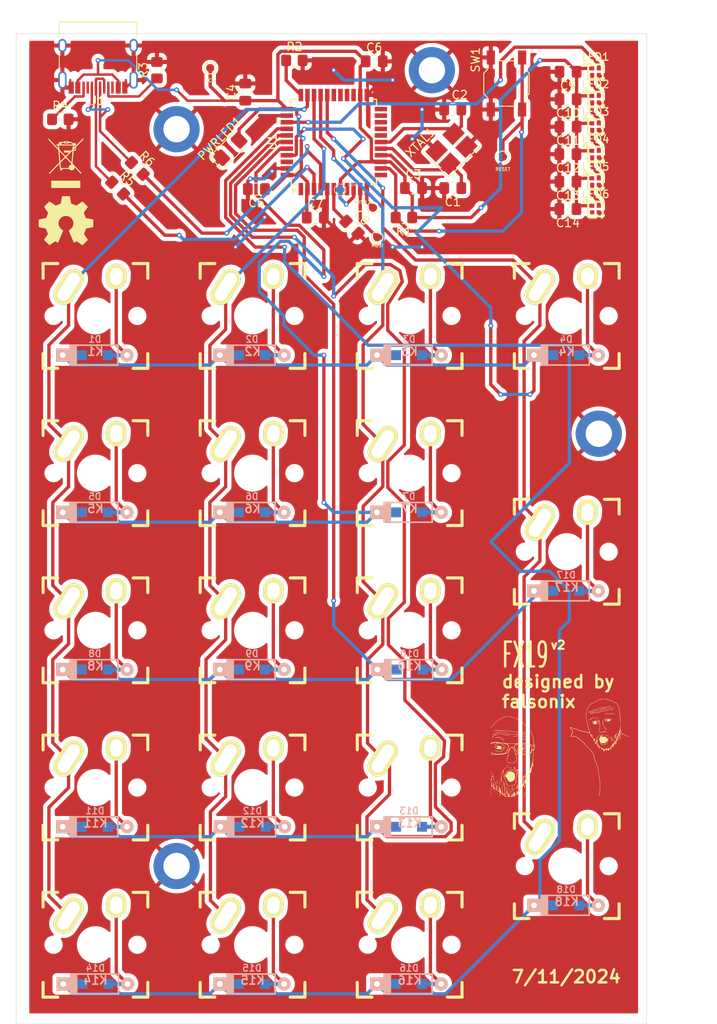
<source format=kicad_pcb>
(kicad_pcb (version 20240108) (generator "pcbnew") (generator_version "8.0")
  (layers (0 "F.Cu" signal) (31 "B.Cu" signal) (34 "B.Paste" user) (35 "F.Paste" user) (36 "B.SilkS" user "B.Silkscreen") (37 "F.SilkS" user "F.Silkscreen") (38 "B.Mask" user) (39 "F.Mask" user) (44 "Edge.Cuts" user))
  (net 0 "")
  (net 1 "/row1")
  (net 2 "Net-(D5-A)")
  (net 3 "Net-(D11-A)")
  (net 4 "/row3")
  (net 5 "Net-(D12-A)")
  (net 6 "Net-(D13-A)")
  (net 7 "Net-(D14-A)")
  (net 8 "/row4")
  (net 9 "Net-(D15-A)")
  (net 10 "Net-(D16-A)")
  (net 11 "Net-(D17-A)")
  (net 12 "/row2")
  (net 13 "Net-(D1-A)")
  (net 14 "/row0")
  (net 15 "Net-(D2-A)")
  (net 16 "Net-(D3-A)")
  (net 17 "Net-(D4-A)")
  (net 18 "Net-(D18-A)")
  (net 19 "Net-(D6-A)")
  (net 20 "Net-(D7-A)")
  (net 21 "Net-(D8-A)")
  (net 22 "Net-(D9-A)")
  (net 23 "Net-(D10-A)")
  (net 24 "/col1")
  (net 25 "/col0")
  (net 26 "/col2")
  (net 27 "/col3")
  (net 28 "GND")
  (net 29 "Net-(J1-CC1)")
  (net 30 "VCC")
  (net 31 "/RESET")
  (net 32 "Net-(U1-~{HWB{slash}PE2})")
  (net 33 "Net-(J1-CC2)")
  (net 34 "Net-(U1-D-)")
  (net 35 "Net-(J1-D--PadA7)")
  (net 36 "Net-(J1-D+-PadA6)")
  (net 37 "Net-(U1-D+)")
  (net 41 "/SCK")
  (net 43 "Net-(U1-XTAL1)")
  (net 47 "/MOSI")
  (net 51 "Net-(U1-UCap)")
  (net 52 "/MISO")
  (net 54 "Net-(U1-XTAL2)")
  (net 55 "/led_data")
  (net 58 "Net-(LED1-DOUT)")
  (net 59 "Net-(LED2-DOUT)")
  (net 60 "Net-(LED5-DOUT)")
  (net 61 "Net-(LED4-DOUT)")
  (net 62 "Net-(LED3-DOUT)")
  (footprint "rgbleds:LED-SMD_4P-L1.3-W1.3-P0.80_WS2812E-1313" (layer "F.Cu") (at 92.4707 25.1874)
    (property "Reference" "LED1")
    (property "Value" "WS2812E-1313")
  )
  (footprint "Resistor_SMD:R_0805_2012Metric_Pad1.20x1.40mm_HandSolder" (layer "F.Cu") (at 27.5756 30.9569)
    (property "Reference" "R4")
    (property "Value" "5.1k")
  )
  (footprint "Capacitor_SMD:C_0805_2012Metric_Pad1.18x1.45mm_HandSolder" (layer "F.Cu") (at 89.1456 28.5242 180)
    (property "Reference" "C10")
    (property "Value" "100nf")
  )
  (footprint "Capacitor_SMD:C_0805_2012Metric_Pad1.18x1.45mm_HandSolder" (layer "F.Cu") (at 62.9513 44.05405 -45)
    (property "Reference" "C8")
    (property "Value" "1u")
  )
  (footprint "TestPoint:TestPoint_Pad_D1.0mm" (layer "F.Cu") (at 81.25 35.5)
    (property "Reference" "RESET")
    (property "Value" "TestPoint_Pad_D1.0mm")
  )
  (footprint "rgbleds:LED-SMD_4P-L1.3-W1.3-P0.80_WS2812E-1313" (layer "F.Cu") (at 92.4707 28.51575)
    (property "Reference" "LED2")
    (property "Value" "WS2812E-1313")
  )
  (footprint "Capacitor_SMD:C_0805_2012Metric_Pad1.18x1.45mm_HandSolder" (layer "F.Cu") (at 75.1641 39.29145 180)
    (property "Reference" "C1")
    (property "Value" "22p")
  )
  (footprint "Crystal:Crystal_SMD_SeikoEpson_FA238-4Pin_3.2x2.5mm_HandSoldering" (layer "F.Cu") (at 75.01095 34.52885 45)
    (property "Reference" "XTAL1")
    (property "Value" "FA-238 16.0000MB-C3")
  )
  (footprint "keebs:Mx_Alps_100" (layer "F.Cu") (at 69.935 111.93125)
    (property "Reference" "K13")
    (property "Value" "KEYSW" (hide yes))
  )
  (footprint "TestPoint:TestPoint_Pad_D1.0mm" (layer "F.Cu") (at 45.75 24.75)
    (property "Reference" "VCC")
    (property "Value" "TestPoint_Pad_D1.0mm")
  )
  (footprint "keebs:Mx_Alps_100" (layer "F.Cu") (at 31.835 92.88125)
    (property "Reference" "K8")
    (property "Value" "KEYSW" (hide yes))
  )
  (footprint "keebs:Mx_Alps_100" (layer "F.Cu") (at 88.985 83.35625)
    (property "Reference" "K17")
    (property "Value" "KEYSW" (hide yes))
  )
  (footprint "rgbleds:LED-SMD_4P-L1.3-W1.3-P0.80_WS2812E-1313" (layer "F.Cu") (at 92.4707 35.17245)
    (property "Reference" "LED4")
    (property "Value" "WS2812E-1313")
  )
  (footprint "keebs:Mx_Alps_100" (layer "F.Cu") (at 50.885 130.98125)
    (property "Reference" "K15")
    (property "Value" "KEYSW" (hide yes))
  )
  (footprint "Resistor_SMD:R_0805_2012Metric_Pad1.20x1.40mm_HandSolder" (layer "F.Cu") (at 69.24835 42.8634 180)
    (property "Reference" "R1")
    (property "Value" "10k")
  )
  (footprint "keebs:Mx_Alps_100" (layer "F.Cu") (at 50.885 54.78125)
    (property "Reference" "K2")
    (property "Value" "KEYSW" (hide yes))
  )
  (footprint "Capacitor_SMD:C_0805_2012Metric_Pad1.18x1.45mm_HandSolder" (layer "F.Cu") (at 89.1456 25.1968 180)
    (property "Reference" "C9")
    (property "Value" "100nf")
  )
  (footprint "MountingHole:MountingHole_3.2mm_M3_DIN965_Pad" (layer "F.Cu") (at 92.8707 69.0577)
    (property "Reference" "REF**" (hide yes))
    (property "Value" "MountingHole_3.2mm_M3_DIN965_Pad")
  )
  (footprint "keebs:Mx_Alps_100" (layer "F.Cu") (at 88.985 121.45625)
    (property "Reference" "K18")
    (property "Value" "KEYSW" (hide yes))
  )
  (footprint "keebs:Mx_Alps_100" (layer "F.Cu") (at 69.935 130.98125)
    (property "Reference" "K16")
    (property "Value" "KEYSW" (hide yes))
  )
  (footprint "keebs:Mx_Alps_100" (layer "F.Cu") (at 69.935 73.83125)
    (property "Reference" "K7")
    (property "Value" "KEYSW" (hide yes))
  )
  (footprint "keebs:Mx_Alps_100" (layer "F.Cu") (at 69.935 92.88125)
    (property "Reference" "K10")
    (property "Value" "KEYSW" (hide yes))
  )
  (footprint "Capacitor_SMD:C_0805_2012Metric_Pad1.18x1.45mm_HandSolder" (layer "F.Cu") (at 89.1262 38.5064 180)
    (property "Reference" "C13")
    (property "Value" "100nf")
  )
  (footprint "keebs:Mx_Alps_100" (layer "F.Cu") (at 50.885 92.88125)
    (property "Reference" "K9")
    (property "Value" "KEYSW" (hide yes))
  )
  (footprint "MountingHole:MountingHole_3.2mm_M3_DIN965_Pad" (layer "F.Cu") (at 72.62965 25.00365)
    (property "Reference" "REF**" (hide yes))
    (property "Value" "MountingHole_3.2mm_M3_DIN965_Pad")
  )
  (footprint "keebs:Mx_Alps_100" (layer "F.Cu") (at 50.885 73.83125)
    (property "Reference" "K6")
    (property "Value" "KEYSW" (hide yes))
  )
  (footprint "rgbleds:LED-SMD_4P-L1.3-W1.3-P0.80_WS2812E-1313" (layer "F.Cu") (at 92.4707 31.8441)
    (property "Reference" "LED3")
    (property "Value" "WS2812E-1313")
  )
  (footprint "Capacitor_SMD:C_0805_2012Metric_Pad1.18x1.45mm_HandSolder" (layer "F.Cu") (at 70.4015 39.29145)
    (property "Reference" "C3")
    (property "Value" "0.1u")
  )
  (footprint "Capacitor_SMD:C_0805_2012Metric_Pad1.18x1.45mm_HandSolder" (layer "F.Cu") (at 65.6389 23.9317)
    (property "Reference" "C6")
    (property "Value" "0.1u")
  )
  (footprint "Resistor_SMD:R_0805_2012Metric_Pad1.20x1.40mm_HandSolder" (layer "F.Cu") (at 39.29145 25.00365 90)
    (property "Reference" "R3")
    (property "Value" "5.1k")
  )
  (footprint "keebs:Mx_Alps_100" (layer "F.Cu") (at 31.835 73.83125)
    (property "Reference" "K5")
    (property "Value" "KEYSW" (hide yes))
  )
  (footprint "Capacitor_SMD:C_0805_2012Metric_Pad1.18x1.45mm_HandSolder" (layer "F.Cu") (at 75.1641 29.76625 180)
    (property "Reference" "C2")
    (property "Value" "22p")
  )
  (footprint "Resistor_SMD:R_0805_2012Metric_Pad1.20x1.40mm_HandSolder" (layer "F.Cu") (at 34.52885 39.29145 -45)
    (property "Reference" "R5")
    (property "Value" "22")
  )
  (footprint "Symbol:OSHW-Symbol_6.7x6mm_SilkScreen" (layer "F.Cu") (at 28.25 43.25)
    (property "Reference" "REF**" (hide yes))
    (property "Value" "OSHW-Symbol_6.7x6mm_SilkScreen" (hide yes))
  )
  (footprint "TestPoint:TestPoint_Pad_D1.0mm" (layer "F.Cu") (at 65.48575 41.67275)
    (property "Reference" "MISO")
    (property "Value" "TestPoint_Pad_D1.0mm")
  )
  (footprint "Capacitor_SMD:C_0805_2012Metric_Pad1.18x1.45mm_HandSolder" (layer "F.Cu") (at 89.1262 41.8338 180)
    (property "Reference" "C14")
    (property "Value" "100nf")
  )
  (footprint "Capacitor_SMD:C_0805_2012Metric_Pad1.18x1.45mm_HandSolder" (layer "F.Cu") (at 51.3511 39.41015 180)
    (property "Reference" "C5")
    (property "Value" "0.1u")
  )
  (footprint "LED_SMD:LED_1206_3216Metric_Pad1.42x1.75mm_HandSolder" (layer "F.Cu") (at 48.198179 34.551821 45)
    (property "Reference" "PWRLED1")
    (property "Value" "LED")
  )
  (footprint "Connector_USB:USB_C_Receptacle_HRO_TYPE-C-31-M-12" (layer "F.Cu") (at 32.14755 23.0643 180)
    (property "Reference" "J1")
    (property "Value" "USB_C_Receptacle_USB2.0_14P")
  )
  (footprint "Package_QFP:TQFP-44_10x10mm_P0.8mm" (layer "F.Cu") (at 60.74185 33.71015 90)
    (property "Reference" "U1")
    (property "Value" "ATMEGA32U4")
  )
  (footprint "keebs:Mx_Alps_100" (layer "F.Cu") (at 31.835 54.78125)
    (property "Reference" "K1")
    (property "Value" "KEYSW" (hide yes))
  )
  (footprint "rgbleds:LED-SMD_4P-L1.3-W1.3-P0.80_WS2812E-1313" (layer "F.Cu") (at 92.4707 38.5008)
    (property "Reference" "LED5")
    (property "Value" "WS2812E-1313")
  )
  (footprint "Resistor_SMD:R_0805_2012Metric_Pad1.20x1.40mm_HandSolder" (layer "F.Cu") (at 36.91015 36.91015 -45)
    (property "Reference" "R6")
    (property "Value" "22")
  )
  (footprint "Capacitor_SMD:C_0805_2012Metric_Pad1.18x1.45mm_HandSolder" (layer "F.Cu") (at 89.1456 31.8516 180)
    (property "Reference" "C11")
    (property "Value" "100nf" (hide yes))
  )
  (footprint "MountingHole:MountingHole_3.2mm_M3_DIN965_Pad" (layer "F.Cu") (at 41.67275 32.14755)
    (property "Reference" "REF**" (hide yes))
    (property "Value" "MountingHole_3.2mm_M3_DIN965_Pad")
  )
  (footprint "keebs:Mx_Alps_100" (layer "F.Cu") (at 50.885 111.93125)
    (property "Reference" "K12")
    (property "Value" "KEYSW" (hide yes))
  )
  (footprint "Button_Switch_SMD:SW_SPST_TL3342" (layer "F.Cu") (at 81.67355 26.61625 90)
    (property "Reference" "SW1")
    (property "Value" "SW_PUSH")
  )
  (footprint "rgbleds:LED-SMD_4P-L1.3-W1.3-P0.80_WS2812E-1313" (layer "F.Cu") (at 92.4707 41.82915)
    (property "Reference" "LED6")
    (property "Value" "WS2812E-1313")
  )
  (footprint "keebs:Mx_Alps_100" (layer "F.Cu") (at 88.985 54.78125)
    (property "Reference" "K4")
    (property "Value" "KEYSW" (hide yes))
  )
  (footprint "Capacitor_SMD:C_0805_2012Metric_Pad1.18x1.45mm_HandSolder" (layer "F.Cu") (at 89.1262 35.179 180)
    (property "Reference" "C12")
    (property "Value" "100nf")
  )
  (footprint "Capacitor_SMD:C_0805_2012Metric_Pad1.18x1.45mm_HandSolder" (layer "F.Cu") (at 50.0073 27.6568 90)
    (property "Reference" "C4")
    (property "Value" "0.1u")
  )
  (footprint "keebs:Mx_Alps_100" (layer "F.Cu") (at 31.835 130.98125)
    (property "Reference" "K14")
    (property "Value" "KEYSW" (hide yes))
  )
  (footprint "keebs:Mx_Alps_100" (layer "F.Cu") (at 31.835 111.93125)
    (property "Reference" "K11")
    (property "Value" "KEYSW" (hide yes))
  )
  (footprint "MountingHole:MountingHole_3.2mm_M3_DIN965_Pad" (layer "F.Cu") (at 41.67275 121.4463)
    (property "Reference" "REF**" (hide yes))
    (property "Value" "MountingHole_3.2mm_M3_DIN965_Pad")
  )
  (footprint "Capacitor_SMD:C_0805_2012Metric_Pad1.18x1.45mm_HandSolder" (layer "F.Cu") (at 58.495 42.8634)
    (property "Reference" "C7")
    (property "Value" "4.7u")
  )
  (footprint "Symbol:WEEE-Logo_4.2x6mm_SilkScreen" (layer "F.Cu") (at 28.25 36.25)
    (property "Reference" "REF**" (hide yes))
    (property "Value" "WEEE-Logo_4.2x6mm_SilkScreen" (hide yes))
  )
  (footprint "Resistor_SMD:R_0805_2012Metric_Pad1.20x1.40mm_HandSolder" (layer "F.Cu") (at 55.96055 23.813)
    (property "Reference" "R2")
    (property "Value" "10k")
  )
  (footprint "TestPoint:TestPoint_Pad_D1.0mm" (layer "F.Cu") (at 66 45.25)
    (property "Reference" "MOSI")
    (property "Value" "TestPoint_Pad_D1.0mm")
  )
  (footprint "keebs:Mx_Alps_100" (layer "F.Cu") (at 69.935 54.78125)
    (property "Reference" "K3")
    (property "Value" "KEYSW" (hide yes))
  )
  (footprint "keyboard_parts:D_SOD123_axial" (layer "B.Cu") (at 69.864 116.6837)
    (property "Reference" "D13")
    (property "Value" "D" (hide yes))
  )
  (footprint "keyboard_parts:D_SOD123_axial" (layer "B.Cu") (at 69.92965 97.6333)
    (property "Reference" "D10")
    (property "Value" "D" (hide yes))
  )
  (footprint "keyboard_parts:D_SOD123_axial" (layer "B.Cu") (at 31.82885 135.7341)
    (property "Reference" "D14")
    (property "Value" "D" (hide yes))
  )
  (footprint "keyboard_parts:D_SOD123_axial" (layer "B.Cu") (at 69.864 59.5325)
    (property "Reference" "D3")
    (property "Value" "D" (hide yes))
  )
  (footprint "keyboard_parts:D_SOD123_axial" (layer "B.Cu") (at 69.864 135.7341)
    (property "Reference" "D16")
    (property "Value" "D" (hide yes))
  )
  (footprint "keyboard_parts:D_SOD123_axial" (layer "B.Cu") (at 50.87925 116.6837)
    (property "Reference" "D12")
    (property "Value" "D" (hide yes))
  )
  (footprint "TestPoint:TestPoint_Pad_D1.0mm" (layer "B.Cu") (at 61.5 39.5 180)
    (property "Reference" "SCK")
    (property "Value" "TestPoint_Pad_D1.0mm")
  )
  (footprint "keyboard_parts:D_SOD123_axial" (layer "B.Cu") (at 50.8136 97.6333)
    (property "Reference" "D9")
    (property "Value" "D" (hide yes))
  )
  (footprint "keyboard_parts:D_SOD123_axial" (layer "B.Cu") (at 50.8136 78.5829)
    (property "Reference" "D6")
    (property "Value" "D" (hide yes))
  )
  (footprint "keyboard_parts:D_SOD123_axial" (layer "B.Cu") (at 88.9144 126.2089)
    (property "Reference" "D18")
    (property "Value" "D" (hide yes))
  )
  (footprint "keyboard_parts:D_SOD123_axial" (layer "B.Cu") (at 50.8136 59.5325)
    (property "Reference" "D2")
    (property "Value" "D" (hide yes))
  )
  (footprint "keyboard_parts:D_SOD123_axial" (layer "B.Cu") (at 69.864 78.5829)
    (property "Reference" "D7")
    (property "Value" "D" (hide yes))
  )
  (footprint "keyboard_parts:D_SOD123_axial" (layer "B.Cu") (at 88.9144 59.5325)
    (property "Reference" "D4")
    (property "Value" "D" (hide yes))
  )
  (footprint "keyboard_parts:D_SOD123_axial" (layer "B.Cu") (at 31.7632 116.6837)
    (property "Reference" "D11")
    (property "Value" "D" (hide yes))
  )
  (footprint "keyboard_parts:D_SOD123_axial" (layer "B.Cu") (at 50.8136 135.7341)
    (property "Reference" "D15")
    (property "Value" "D" (hide yes))
  )
  (footprint "keyboard_parts:D_SOD123_axial" (layer "B.Cu") (at 31.7632 97.6333)
    (property "Reference" "D8")
    (property "Value" "D" (hide yes))
  )
  (footprint "keyboard_parts:D_SOD123_axial" (layer "B.Cu") (at 88.9144 88.1081)
    (property "Reference" "D17")
    (property "Value" "D" (hide yes))
  )
  (footprint "keyboard_parts:D_SOD123_axial" (layer "B.Cu") (at 31.7632 78.5829)
    (property "Reference" "D5")
    (property "Value" "D" (hide yes))
  )
  (footprint "keyboard_parts:D_SOD123_axial" (layer "B.Cu") (at 31.7632 59.53125)
    (property "Reference" "D1")
    (property "Value" "D" (hide yes))
  )
  (gr_poly (pts (xy 82.22399 109.778404) (xy 82.264195 109.782417) (xy 82.320144 109.789208) (xy 82.385815 109.797851) (xy 82.42019 109.803273) (xy 82.453031 109.809393) (xy 82.484482 109.816272) (xy 82.51469 109.823973) (xy 82.543797 109.832556) (xy 82.57195 109.842084) (xy 82.599292 109.852617) (xy 82.625969 109.864217) (xy 82.652125 109.876946) (xy 82.677904 109.890865) (xy 82.703453 109.906036) (xy 82.728914 109.922519) (xy 82.754433 109.940378) (xy 82.780155 109.959672) (xy 82.806224 109.980464) (xy 82.832785 110.002815) (xy 82.849361 110.016929) (xy 82.863991 110.029834) (xy 82.876812 110.041828) (xy 82.887961 110.053207) (xy 82.897578 110.064268) (xy 82.905797 110.075307) (xy 82.912758 110.086621) (xy 82.918598 110.098506) (xy 82.923454 110.111259) (xy 82.927463 110.125178) (xy 82.930763 110.140558) (xy 82.933492 110.157695) (xy 82.935787 110.176888) (xy 82.937785 110.198431) (xy 82.94144 110.249759) (xy 82.942628 110.269985) (xy 82.943413 110.289912) (xy 82.943801 110.309527) (xy 82.943794 110.32882) (xy 82.943397 110.34778) (xy 82.942613 110.366397) (xy 82.941445 110.38466) (xy 82.939897 110.402556) (xy 82.937973 110.420077) (xy 82.935677 110.437211) (xy 82.933012 110.453947) (xy 82.929981 110.470273) (xy 82.926588 110.486181) (xy 82.922838 110.501658) (xy 82.918733 110.516693) (xy 82.914277 110.531277) (xy 82.905966 110.562998) (xy 82.897801 110.605398) (xy 82.889925 110.657116) (xy 82.882483 110.716793) (xy 82.875619 110.783068) (xy 82.869479 110.854581) (xy 82.864208 110.929971) (xy 82.859949 111.007879) (xy 82.853814 111.115464) (xy 82.850877 111.161056) (xy 82.84791 111.201807) (xy 82.844828 111.23819) (xy 82.841544 111.270672) (xy 82.83797 111.299725) (xy 82.83402 111.32582) (xy 82.829607 111.349425) (xy 82.824644 111.371012) (xy 82.819044 111.391051) (xy 82.812721 111.410012) (xy 82.805587 111.428365) (xy 82.797557 111.446581) (xy 82.788542 111.465129) (xy 82.778457 111.484481) (xy 82.762947 111.511507) (xy 82.746745 111.536199) (xy 82.729509 111.558714) (xy 82.710895 111.579207) (xy 82.690559 111.597834) (xy 82.668157 111.614749) (xy 82.643346 111.630109) (xy 82.615782 111.644069) (xy 82.585122 111.656785) (xy 82.551022 111.668412) (xy 82.513138 111.679105) (xy 82.471127 111.689021) (xy 82.424645 111.698314) (xy 82.373348 111.707141) (xy 82.316892 111.715657) (xy 82.254935 111.724017) (xy 82.198756 111.731364) (xy 82.149294 111.737643) (xy 82.105974 111.74283) (xy 82.068222 111.746899) (xy 82.035461 111.749825) (xy 82.020773 111.750851) (xy 82.007117 111.751582) (xy 81.994422 111.752015) (xy 81.982615 111.752146) (xy 81.971625 111.751972) (xy 81.96138 111.751491) (xy 81.951807 111.750698) (xy 81.942835 111.749591) (xy 81.934393 111.748166) (xy 81.926407 111.746421) (xy 81.918807 111.744353) (xy 81.91152 111.741957) (xy 81.904475 111.739231) (xy 81.897599 111.736172) (xy 81.89082 111.732777) (xy 81.884068 111.729042) (xy 81.877269 111.724964) (xy 81.870353 111.720541) (xy 81.855878 111.710643) (xy 81.840068 111.699324) (xy 81.823573 111.686097) (xy 81.80742 111.671417) (xy 81.791608 111.655275) (xy 81.776133 111.637664) (xy 81.76099 111.618578) (xy 81.746176 111.598009) (xy 81.731688 111.575949) (xy 81.717522 111.552391) (xy 81.703674 111.527329) (xy 81.690141 111.500755) (xy 81.676919 111.472662) (xy 81.664005 111.443042) (xy 81.651394 111.411888) (xy 81.639083 111.379193) (xy 81.62707 111.34495) (xy 81.615349 111.309152) (xy 81.604526 111.277483) (xy 81.592661 111.244251) (xy 81.580101 111.210441) (xy 81.567195 111.177036) (xy 81.554288 111.14502) (xy 81.541729 111.115377) (xy 81.529864 111.089091) (xy 81.519041 111.067146) (xy 81.508905 111.045659) (xy 81.497221 111.017954) (xy 81.470423 110.947725) (xy 81.441079 110.864125) (xy 81.41162 110.774825) (xy 81.384475 110.687493) (xy 81.362076 110.609797) (xy 81.346855 110.549406) (xy 81.345771 110.543855) (xy 81.40305 110.543855) (xy 81.403141 110.549503) (xy 81.403928 110.561099) (xy 81.405446 110.573257) (xy 81.418927 110.63806) (xy 81.435041 110.705526) (xy 81.453412 110.77415) (xy 81.473664 110.842426) (xy 81.495422 110.90885) (xy 81.518307 110.971918) (xy 81.541946 111.030123) (xy 81.553929 111.056933) (xy 81.56596 111.081963) (xy 81.580019 111.111084) (xy 81.594166 111.142232) (xy 81.608022 111.174422) (xy 81.621214 111.206669) (xy 81.633363 111.23799) (xy 81.644095 111.267402) (xy 81.653032 111.293919) (xy 81.659799 111.316559) (xy 81.667263 111.341312) (xy 81.676569 111.367222) (xy 81.687531 111.394) (xy 81.699966 111.421357) (xy 81.713688 111.449003) (xy 81.728514 111.476649) (xy 81.744259 111.504006) (xy 81.760737 111.530784) (xy 81.777766 111.556694) (xy 81.79516 111.581446) (xy 81.812735 111.604751) (xy 81.830306 111.62632) (xy 81.847689 111.645864) (xy 81.8647 111.663092) (xy 81.881154 111.677716) (xy 81.896865 111.689446) (xy 81.907246 111.695987) (xy 81.917287 111.701725) (xy 81.927284 111.706668) (xy 81.937534 111.710822) (xy 81.948334 111.714194) (xy 81.959981 111.716793) (xy 81.972771 111.718624) (xy 81.987 111.719696) (xy 82.002966 111.720016) (xy 82.020965 111.71959) (xy 82.041293 111.718427) (xy 82.064248 111.716533) (xy 82.119222 111.710581) (xy 82.18826 111.701793) (xy 82.246637 111.693851) (xy 82.300605 111.685717) (xy 82.350384 111.677316) (xy 82.396195 111.668571) (xy 82.438258 111.659406) (xy 82.476794 111.649746) (xy 82.512024 111.639515) (xy 82.544169 111.628635) (xy 82.559153 111.622929) (xy 82.573448 111.617033) (xy 82.587082 111.610936) (xy 82.600083 111.604631) (xy 82.612478 111.598106) (xy 82.624295 111.591353) (xy 82.635561 111.584362) (xy 82.646303 111.577124) (xy 82.65655 111.569629) (xy 82.66633 111.561868) (xy 82.675668 111.553831) (xy 82.684594 111.545508) (xy 82.693135 111.536891) (xy 82.701318 111.52797) (xy 82.709171 111.518734) (xy 82.716721 111.509176) (xy 82.736641 111.481028) (xy 82.745012 111.467396) (xy 82.752451 111.453459) (xy 82.75905 111.43877) (xy 82.764904 111.422881) (xy 82.770107 111.405341) (xy 82.774753 111.385704) (xy 82.778936 111.36352) (xy 82.78275 111.338341) (xy 82.789647 111.277203) (xy 82.796197 111.198702) (xy 82.803152 111.099249) (xy 82.808327 111.030013) (xy 82.814457 110.958838) (xy 82.82134 110.88772) (xy 82.828772 110.818658) (xy 82.836552 110.753647) (xy 82.844476 110.694684) (xy 82.852343 110.643766) (xy 82.859949 110.602891) (xy 82.867213 110.565492) (xy 82.874071 110.524563) (xy 82.880351 110.481434) (xy 82.885878 110.437437) (xy 82.890479 110.393904) (xy 82.893981 110.352164) (xy 82.896209 110.31355) (xy 82.89699 110.279393) (xy 82.896935 110.252797) (xy 82.896667 110.229261) (xy 82.89603 110.208431) (xy 82.894868 110.189952) (xy 82.894042 110.181484) (xy 82.893026 110.173471) (xy 82.891802 110.165868) (xy 82.890349 110.158631) (xy 82.888648 110.151716) (xy 82.88668 110.145079) (xy 82.884426 110.138676) (xy 82.881865 110.132461) (xy 82.878979 110.126391) (xy 82.875748 110.120421) (xy 82.872152 110.114508) (xy 82.868172 110.108606) (xy 82.863789 110.102671) (xy 82.858984 110.09666) (xy 82.853736 110.090528) (xy 82.848026 110.08423) (xy 82.835144 110.07096) (xy 82.820182 110.056497) (xy 82.783396 110.022571) (xy 82.771491 110.011412) (xy 82.758996 110.000211) (xy 82.746016 109.989038) (xy 82.732657 109.977966) (xy 82.719022 109.967068) (xy 82.705218 109.956416) (xy 82.691348 109.946083) (xy 82.677519 109.93614) (xy 82.663834 109.92666) (xy 82.650398 109.917715) (xy 82.637317 109.909379) (xy 82.624696 109.901722) (xy 82.612638 109.894818) (xy 82.60125 109.888738) (xy 82.590637 109.883556) (xy 82.580902 109.879343) (xy 82.556577 109.870844) (xy 82.525903 109.862978) (xy 82.489826 109.855799) (xy 82.449288 109.849362) (xy 82.405234 109.843721) (xy 82.358608 109.838929) (xy 82.261417 109.832114) (xy 82.21274 109.830199) (xy 82.165268 109.829351) (xy 82.119944 109.829624) (xy 82.077714 109.831073) (xy 82.03952 109.833751) (xy 82.006307 109.837714) (xy 81.97902 109.843015) (xy 81.958602 109.849709) (xy 81.943048 109.856551) (xy 81.92701 109.864974) (xy 81.910581 109.874881) (xy 81.893856 109.886172) (xy 81.876928 109.898752) (xy 81.859891 109.912521) (xy 81.84284 109.927383) (xy 81.825869 109.94324) (xy 81.809071 109.959993) (xy 81.792541 109.977546) (xy 81.776373 109.995801) (xy 81.76066 110.014661) (xy 81.745498 110.034026) (xy 81.730979 110.0538) (xy 81.717198 110.073886) (xy 81.704249 110.094185) (xy 81.690826 110.114615) (xy 81.673265 110.140023) (xy 81.652289 110.169367) (xy 81.628622 110.201605) (xy 81.602987 110.235695) (xy 81.576108 110.270595) (xy 81.548708 110.305264) (xy 81.52151 110.338659) (xy 81.502192 110.362537) (xy 81.484922 110.384291) (xy 81.469605 110.404113) (xy 81.456147 110.422196) (xy 81.444454 110.43873) (xy 81.434433 110.453908) (xy 81.425989 110.467921) (xy 81.422329 110.474551) (xy 81.419028 110.480961) (xy 81.416074 110.487176) (xy 81.413456 110.49322) (xy 81.411162 110.499116) (xy 81.409179 110.504889) (xy 81.407497 110.510562) (xy 81.406103 110.51616) (xy 81.404986 110.521706) (xy 81.404134 110.527225) (xy 81.403535 110.53274) (xy 81.403178 110.538275) (xy 81.40305 110.543855) (xy 81.345771 110.543855) (xy 81.342695 110.528097) (xy 81.34124 110.51399) (xy 81.341924 110.510418) (xy 81.343932 110.505323) (xy 81.347198 110.498803) (xy 81.351658 110.490955) (xy 81.3639 110.471667) (xy 81.380134 110.448241) (xy 81.399842 110.421458) (xy 81.422501 110.392099) (xy 81.447591 110.360947) (xy 81.47459 110.328781) (xy 81.503496 110.293664) (xy 81.53405 110.25574) (xy 81.565357 110.216138) (xy 81.596519 110.175985) (xy 81.62664 110.136411) (xy 81.654821 110.098545) (xy 81.680167 110.063514) (xy 81.701779 110.032449) (xy 81.72105 110.00442) (xy 81.740075 109.978608) (xy 81.759013 109.954916) (xy 81.778023 109.933246) (xy 81.797265 109.913501) (xy 81.816898 109.895582) (xy 81.83708 109.879393) (xy 81.857972 109.864835) (xy 81.879731 109.851811) (xy 81.902518 109.840222) (xy 81.926492 109.829973) (xy 81.951811 109.820964) (xy 81.978634 109.813098) (xy 82.007122 109.806277) (xy 82.037433 109.800404) (xy 82.069727 109.795382) (xy 82.095111 109.792512) (xy 82.119077 109.789555) (xy 82.160787 109.783961) (xy 82.190922 109.779755) (xy 82.200419 109.778535) (xy 82.205546 109.778096) (xy 82.207788 109.777775) (xy 82.211671 109.777729)) (stroke (width -0.000001)) (fill solid) (layer "F.SilkS"))
  (gr_poly (pts (xy 83.145092 112.884793) (xy 83.146247 112.885198) (xy 83.147397 112.885864) (xy 83.148541 112.886784) (xy 83.150799 112.889361) (xy 83.153002 112.892876) (xy 83.155134 112.897272) (xy 83.157174 112.902498) (xy 83.159107 112.908497) (xy 83.160912 112.915216) (xy 83.162573 112.922601) (xy 83.164071 112.930597) (xy 83.165389 112.93915) (xy 83.166507 112.948206) (xy 83.167409 112.957711) (xy 83.168075 112.96761) (xy 83.168488 112.977849) (xy 83.168629 112.988373) (xy 83.168485 113.009586) (xy 83.168055 113.02785) (xy 83.167343 113.043171) (xy 83.166353 113.05555) (xy 83.165087 113.064992) (xy 83.163551 113.0715) (xy 83.162682 113.073655) (xy 83.161746 113.075078) (xy 83.160745 113.07577) (xy 83.159678 113.07573) (xy 83.158545 113.07496) (xy 83.157349 113.073459) (xy 83.156088 113.071229) (xy 83.154763 113.068269) (xy 83.151924 113.060163) (xy 83.148835 113.049145) (xy 83.145501 113.035219) (xy 83.141924 113.018388) (xy 83.138108 112.998656) (xy 83.134057 112.976027) (xy 83.13235 112.965641) (xy 83.130937 112.955794) (xy 83.129819 112.946504) (xy 83.129002 112.937789) (xy 83.128489 112.929667) (xy 83.128348 112.925835) (xy 83.128284 112.922157) (xy 83.128297 112.918637) (xy 83.128389 112.915276) (xy 83.12856 112.912078) (xy 83.12881 112.909043) (xy 83.129139 112.906175) (xy 83.129548 112.903475) (xy 83.130038 112.900947) (xy 83.130609 112.898591) (xy 83.131261 112.896411) (xy 83.131995 112.894409) (xy 83.132811 112.892587) (xy 83.13371 112.890946) (xy 83.134692 112.889491) (xy 83.135758 112.888222) (xy 83.136908 112.887142) (xy 83.138142 112.886254) (xy 83.139462 112.885558) (xy 83.140867 112.885059) (xy 83.142358 112.884758) (xy 83.143935 112.884657)) (stroke (width -0.000001)) (fill solid) (layer "F.SilkS"))
  (gr_poly (pts (xy 81.450613 111.334491) (xy 81.451748 111.335698) (xy 81.452695 111.337498) (xy 81.453447 111.339883) (xy 81.453999 111.342845) (xy 81.454343 111.346376) (xy 81.454385 111.355112) (xy 81.453523 111.366026) (xy 81.451706 111.379052) (xy 81.448883 111.394125) (xy 81.445004 111.411181) (xy 81.440018 111.430154) (xy 81.436602 111.441597) (xy 81.433758 111.453744) (xy 81.431478 111.466666) (xy 81.429755 111.48043) (xy 81.428581 111.495107) (xy 81.427951 111.510763) (xy 81.427856 111.527468) (xy 81.428288 111.545292) (xy 81.43071 111.584566) (xy 81.435157 111.629137) (xy 81.441571 111.679553) (xy 81.449896 111.736365) (xy 81.457044 111.783453) (xy 81.463555 111.832943) (xy 81.469256 111.883301) (xy 81.473973 111.932994) (xy 81.477533 111.980488) (xy 81.479761 112.024248) (xy 81.480484 112.062742) (xy 81.480227 112.079534) (xy 81.479529 112.094434) (xy 81.469652 112.358665) (xy 81.469104 112.371936) (xy 81.468393 112.38485) (xy 81.46753 112.397336) (xy 81.466526 112.409327) (xy 81.465392 112.420754) (xy 81.464139 112.431547) (xy 81.462777 112.441639) (xy 81.461317 112.45096) (xy 81.459771 112.459442) (xy 81.458148 112.467016) (xy 81.456461 112.473614) (xy 81.454719 112.479166) (xy 81.452934 112.483604) (xy 81.452029 112.485383) (xy 81.451116 112.486859) (xy 81.450199 112.488021) (xy 81.449277 112.488862) (xy 81.448352 112.489373) (xy 81.447427 112.489545) (xy 81.44517 112.487552) (xy 81.443033 112.481703) (xy 81.439131 112.459217) (xy 81.43575 112.423652) (xy 81.432919 112.376568) (xy 81.430666 112.31953) (xy 81.429021 112.2541) (xy 81.427671 112.104312) (xy 81.427391 111.993207) (xy 81.426987 111.946198) (xy 81.426359 111.904442) (xy 81.42547 111.867605) (xy 81.424285 111.835355) (xy 81.422767 111.807359) (xy 81.421872 111.794853) (xy 81.42088 111.783285) (xy 81.419787 111.772614) (xy 81.418588 111.762799) (xy 81.417279 111.753797) (xy 81.415854 111.745568) (xy 81.414311 111.738069) (xy 81.412643 111.73126) (xy 81.410848 111.725098) (xy 81.408919 111.719542) (xy 81.406852 111.714551) (xy 81.404644 111.710082) (xy 81.402289 111.706094) (xy 81.399784 111.702545) (xy 81.397122 111.699395) (xy 81.394301 111.696601) (xy 81.391315 111.694121) (xy 81.38816 111.691915) (xy 81.384376 111.689096) (xy 81.380896 111.685738) (xy 81.377718 111.681854) (xy 81.374843 111.677455) (xy 81.369999 111.667161) (xy 81.366359 111.65495) (xy 81.363921 111.640916) (xy 81.362679 111.625153) (xy 81.362632 111.607755) (xy 81.363774 111.588816) (xy 81.366103 111.568429) (xy 81.369615 111.54669) (xy 81.374306 111.523692) (xy 81.380173 111.49953) (xy 81.387212 111.474296) (xy 81.395419 111.448086) (xy 81.404791 111.420993) (xy 81.415324 111.393112) (xy 81.421624 111.37649) (xy 81.427526 111.362698) (xy 81.43298 111.351668) (xy 81.437935 111.343338) (xy 81.440209 111.340164) (xy 81.442339 111.33764) (xy 81.44432 111.335759) (xy 81.446144 111.334511) (xy 81.447805 111.33389) (xy 81.449297 111.333886)) (stroke (width -0.000001)) (fill solid) (layer "F.SilkS"))
  (gr_poly (pts (xy 82.584663 111.931349) (xy 82.587919 111.934731) (xy 82.590566 111.940384) (xy 82.592625 111.948153) (xy 82.595062 111.969419) (xy 82.595402 111.997282) (xy 82.593813 112.030499) (xy 82.590466 112.067825) (xy 82.585532 112.108016) (xy 82.579179 112.149828) (xy 82.571578 112.192016) (xy 82.5629 112.233336) (xy 82.553313 112.272543) (xy 82.542989 112.308394) (xy 82.532096 112.339643) (xy 82.520806 112.365046) (xy 82.515065 112.375167) (xy 82.509288 112.38336) (xy 82.497905 112.397125) (xy 82.493357 112.402513) (xy 82.489532 112.406896) (xy 82.486402 112.410266) (xy 82.483937 112.412616) (xy 82.482946 112.413407) (xy 82.482109 112.413939) (xy 82.481425 112.414213) (xy 82.480889 112.414227) (xy 82.480498 112.413981) (xy 82.480248 112.413474) (xy 82.480135 112.412704) (xy 82.480156 112.411671) (xy 82.480585 112.408812) (xy 82.481506 112.40489) (xy 82.482891 112.399897) (xy 82.484709 112.393826) (xy 82.489532 112.378421) (xy 82.50282 112.337275) (xy 82.514805 112.295579) (xy 82.525344 112.253709) (xy 82.534291 112.212042) (xy 82.541501 112.170953) (xy 82.54441 112.150744) (xy 82.546831 112.13082) (xy 82.548745 112.111229) (xy 82.550135 112.092018) (xy 82.550982 112.073233) (xy 82.551268 112.054923) (xy 82.551354 112.044747) (xy 82.551611 112.034637) (xy 82.552033 112.024657) (xy 82.552619 112.014872) (xy 82.553363 112.005348) (xy 82.554263 111.996149) (xy 82.555315 111.98734) (xy 82.556516 111.978988) (xy 82.557861 111.971156) (xy 82.559347 111.963911) (xy 82.560971 111.957316) (xy 82.562728 111.951438) (xy 82.564616 111.946341) (xy 82.56663 111.942091) (xy 82.567683 111.940303) (xy 82.568767 111.938752) (xy 82.569881 111.937445) (xy 82.571024 111.93639) (xy 82.576236 111.932023) (xy 82.580776 111.930395)) (stroke (width -0.000001)) (fill solid) (layer "F.SilkS"))
  (gr_poly (pts (xy 79.872673 109.984729) (xy 79.873739 109.98617) (xy 79.87544 109.992653) (xy 79.876551 110.003741) (xy 79.877055 110.019199) (xy 79.876932 110.038791) (xy 79.874738 110.089439) (xy 79.869823 110.153803) (xy 79.862043 110.230004) (xy 79.850545 110.334454) (xy 79.84685 110.36305) (xy 79.84539 110.371681) (xy 79.84414 110.376627) (xy 79.843582 110.377739) (xy 79.843063 110.377955) (xy 79.842578 110.377284) (xy 79.842124 110.375735) (xy 79.841286 110.370034) (xy 79.840513 110.360923) (xy 79.839018 110.332741) (xy 79.837349 110.29174) (xy 79.83758 110.262618) (xy 79.838275 110.23147) (xy 79.839432 110.199281) (xy 79.841053 110.167033) (xy 79.843137 110.135712) (xy 79.845683 110.1063) (xy 79.848693 110.079782) (xy 79.852165 110.057142) (xy 79.857024 110.031058) (xy 79.861402 110.01099) (xy 79.86528 109.996702) (xy 79.868641 109.98796) (xy 79.870122 109.985595) (xy 79.871467 109.984528)) (stroke (width -0.000001)) (fill solid) (layer "F.SilkS"))
  (gr_poly (pts (xy 83.913907 112.341719) (xy 83.914247 112.341842) (xy 83.914602 112.342066) (xy 83.914971 112.342389) (xy 83.915752 112.343327) (xy 83.916591 112.344641) (xy 83.917488 112.346317) (xy 83.918443 112.348341) (xy 83.919456 112.350697) (xy 83.921656 112.35635) (xy 83.924086 112.36316) (xy 83.926749 112.371012) (xy 83.927812 112.383783) (xy 83.927385 112.404769) (xy 83.922582 112.467436) (xy 83.913379 112.551113) (xy 83.90082 112.647898) (xy 83.885945 112.749893) (xy 83.869797 112.849197) (xy 83.853418 112.937909) (xy 83.837849 113.008129) (xy 83.826042 113.05146) (xy 83.821701 113.063431) (xy 83.818402 113.069093) (xy 83.817143 113.069595) (xy 83.816145 113.068563) (xy 83.814929 113.061955) (xy 83.815624 113.030971) (xy 83.820486 112.977068) (xy 83.829515 112.901171) (xy 83.842711 112.804207) (xy 83.860074 112.687101) (xy 83.89619 112.451578) (xy 83.907649 112.376298) (xy 83.910818 112.35404) (xy 83.911932 112.343849) (xy 83.912424 112.342689) (xy 83.912692 112.342278) (xy 83.912974 112.341977) (xy 83.913271 112.341785) (xy 83.913582 112.3417)) (stroke (width -0.000001)) (fill solid) (layer "F.SilkS"))
  (gr_poly (pts (xy 80.780214 104.996638) (xy 81.019595 105.002498) (xy 81.253652 105.010789) (xy 81.463632 105.020903) (xy 81.630783 105.032233) (xy 81.736351 105.044171) (xy 81.778308 105.051661) (xy 81.827065 105.05918) (xy 81.880857 105.066526) (xy 81.93792 105.073495) (xy 81.996487 105.079886) (xy 82.054794 105.085495) (xy 82.111075 105.090121) (xy 82.163566 105.09356) (xy 82.214117 105.097813) (xy 82.266549 105.103051) (xy 82.319271 105.109099) (xy 82.37069 105.115784) (xy 82.419216 105.122932) (xy 82.463256 105.130369) (xy 82.501219 105.137922) (xy 82.531513 105.145418) (xy 82.568497 105.153757) (xy 82.609763 105.160273) (xy 82.656355 105.164995) (xy 82.709313 105.167951) (xy 82.769679 105.169172) (xy 82.838496 105.168684) (xy 82.916804 105.166519) (xy 83.005646 105.162704) (xy 83.098901 105.159819) (xy 83.183562 105.158614) (xy 83.261451 105.159144) (xy 83.334391 105.161469) (xy 83.404206 105.165646) (xy 83.472718 105.171732) (xy 83.541752 105.179787) (xy 83.613129 105.189867) (xy 83.721438 105.208118) (xy 83.823958 105.224748) (xy 83.909347 105.238137) (xy 83.96626 105.246664) (xy 83.97824 105.248777) (xy 83.990101 105.251411) (xy 84.001838 105.254565) (xy 84.01345 105.25824) (xy 84.02493 105.262436) (xy 84.036277 105.267154) (xy 84.047487 105.272391) (xy 84.058556 105.27815) (xy 84.069479 105.28443) (xy 84.080255 105.291231) (xy 84.090878 105.298552) (xy 84.101346 105.306395) (xy 84.111655 105.314758) (xy 84.121801 105.323642) (xy 84.131781 105.333048) (xy 84.141591 105.342974) (xy 84.150117 105.351356) (xy 84.158983 105.359792) (xy 84.177475 105.376581) (xy 84.18697 105.384811) (xy 84.196545 105.392849) (xy 84.206135 105.400634) (xy 84.215674 105.408105) (xy 84.225097 105.415199) (xy 84.234339 105.421855) (xy 84.243336 105.428013) (xy 84.252021 105.433609) (xy 84.26033 105.438584) (xy 84.268198 105.442875) (xy 84.275559 105.44642) (xy 84.282349 105.449159) (xy 84.341615 105.473854) (xy 84.279879 105.473854) (xy 84.272707 105.473887) (xy 84.265101 105.473077) (xy 84.25709 105.47145) (xy 84.248703 105.46903) (xy 84.239968 105.465844) (xy 84.230915 105.461916) (xy 84.221572 105.457272) (xy 84.21197 105.451937) (xy 84.202135 105.445937) (xy 84.192098 105.439296) (xy 84.181888 105.43204) (xy 84.171533 105.424195) (xy 84.161062 105.415785) (xy 84.150504 105.406836) (xy 84.139888 105.397374) (xy 84.129243 105.387423) (xy 84.119358 105.37823) (xy 84.109198 105.369206) (xy 84.098836 105.360407) (xy 84.088343 105.351886) (xy 84.077793 105.343698) (xy 84.067256 105.335898) (xy 84.056807 105.328538) (xy 84.046517 105.321674) (xy 84.036458 105.31536) (xy 84.026704 105.30965) (xy 84.017325 105.304599) (xy 84.008395 105.30026) (xy 83.999986 105.296688) (xy 83.99217 105.293937) (xy 83.985019 105.292061) (xy 83.981717 105.291468) (xy 83.978607 105.291115) (xy 83.873347 105.272902) (xy 83.69956 105.241726) (xy 83.637891 105.23234) (xy 83.572461 105.224517) (xy 83.502053 105.218199) (xy 83.425452 105.213327) (xy 83.341442 105.209845) (xy 83.248809 105.207694) (xy 83.146337 105.206816) (xy 83.03281 105.207154) (xy 82.930318 105.207612) (xy 82.837955 105.207115) (xy 82.756126 105.205634) (xy 82.685236 105.203141) (xy 82.625689 105.199605) (xy 82.600297 105.197438) (xy 82.577892 105.194999) (xy 82.558526 105.192286) (xy 82.542249 105.189294) (xy 82.529112 105.186019) (xy 82.519166 105.182459) (xy 82.498691 105.176483) (xy 82.467886 105.169842) (xy 82.428225 105.162795) (xy 82.381185 105.155604) (xy 82.328242 105.148528) (xy 82.270871 105.141829) (xy 82.210548 105.135766) (xy 82.148749 105.130601) (xy 82.085276 105.125431) (xy 82.020183 105.119334) (xy 81.955322 105.112543) (xy 81.892544 105.105289) (xy 81.833702 105.097804) (xy 81.780647 105.090318) (xy 81.735233 105.083064) (xy 81.69931 105.076273) (xy 81.652366 105.068512) (xy 81.58722 105.061881) (xy 81.503496 105.056349) (xy 81.400816 105.051887) (xy 81.137087 105.046061) (xy 80.793024 105.044171) (xy 80.640965 105.043833) (xy 80.499816 105.042859) (xy 80.372615 105.041305) (xy 80.262402 105.039231) (xy 80.172214 105.036694) (xy 80.105091 105.033752) (xy 80.06407 105.030463) (xy 80.054298 105.028706) (xy 80.052262 105.027803) (xy 80.05219 105.026884) (xy 80.054781 105.025005) (xy 80.058793 105.023083) (xy 80.064144 105.021132) (xy 80.07075 105.019167) (xy 80.087394 105.015251) (xy 80.108062 105.01145) (xy 80.132086 105.007881) (xy 80.158801 105.004659) (xy 80.187542 105.0019) (xy 80.217643 104.99972) (xy 80.360485 104.994641) (xy 80.554259 104.993816)) (stroke (width -0.000001)) (fill solid) (layer "F.SilkS"))
  (gr_poly (pts (xy 80.287568 107.362569) (xy 80.294428 107.364098) (xy 80.303342 107.367436) (xy 80.314058 107.372427) (xy 80.326322 107.378916) (xy 80.339881 107.386747) (xy 80.354482 107.395764) (xy 80.369871 107.405813) (xy 80.385796 107.416737) (xy 80.402003 107.42838) (xy 80.418239 107.440588) (xy 80.43425 107.453205) (xy 80.449784 107.466075) (xy 80.464588 107.479042) (xy 80.484952 107.496234) (xy 80.506303 107.511705) (xy 80.528761 107.525468) (xy 80.552446 107.537537) (xy 80.577476 107.547929) (xy 80.603971 107.556656) (xy 80.632051 107.563734) (xy 80.661835 107.569177) (xy 80.693441 107.573) (xy 80.72699 107.575216) (xy 80.762601 107.575841) (xy 80.800394 107.574888) (xy 80.840486 107.572373) (xy 80.882999 107.568309) (xy 80.928052 107.562712) (xy 80.975763 107.555596) (xy 80.994294 107.552669) (xy 81.01196 107.549427) (xy 81.028824 107.545845) (xy 81.044946 107.541898) (xy 81.060388 107.53756) (xy 81.075211 107.532806) (xy 81.089477 107.527611) (xy 81.103248 107.521949) (xy 81.116584 107.515796) (xy 81.129548 107.509125) (xy 81.142201 107.501911) (xy 81.154604 107.49413) (xy 81.16682 107.485755) (xy 81.178908 107.476762) (xy 81.190932 107.467124) (xy 81.202952 107.456818) (xy 81.211387 107.449366) (xy 81.219562 107.44229) (xy 81.227475 107.435589) (xy 81.235127 107.429263) (xy 81.242516 107.423312) (xy 81.249643 107.417734) (xy 81.256506 107.41253) (xy 81.263106 107.407699) (xy 81.269441 107.403241) (xy 81.275513 107.399154) (xy 81.281319 107.39544) (xy 81.28686 107.392096) (xy 81.292135 107.389124) (xy 81.297143 107.386521) (xy 81.301885 107.384289) (xy 81.30636 107.382426) (xy 81.310566 107.380932) (xy 81.314505 107.379806) (xy 81.318175 107.379049) (xy 81.321577 107.378659) (xy 81.324708 107.378636) (xy 81.326173 107.378763) (xy 81.32757 107.37898) (xy 81.328899 107.37929) (xy 81.330161 107.379691) (xy 81.331355 107.380183) (xy 81.332482 107.380767) (xy 81.33354 107.381442) (xy 81.334531 107.382208) (xy 81.335453 107.383066) (xy 81.336308 107.384014) (xy 81.337095 107.385054) (xy 81.337813 107.386185) (xy 81.338464 107.387407) (xy 81.339046 107.38872) (xy 81.340005 107.391618) (xy 81.340691 107.39488) (xy 81.341103 107.398504) (xy 81.34124 107.40249) (xy 81.341197 107.403647) (xy 81.34107 107.404802) (xy 81.34086 107.405952) (xy 81.34057 107.407096) (xy 81.340202 107.408231) (xy 81.339759 107.409354) (xy 81.339243 107.410464) (xy 81.338655 107.411557) (xy 81.337999 107.412633) (xy 81.337276 107.413689) (xy 81.335641 107.415729) (xy 81.333766 107.417662) (xy 81.331671 107.419467) (xy 81.329374 107.421128) (xy 81.326892 107.422626) (xy 81.324243 107.423944) (xy 81.321446 107.425062) (xy 81.318519 107.425963) (xy 81.317013 107.426327) (xy 81.31548 107.42663) (xy 81.313924 107.426869) (xy 81.312347 107.427043) (xy 81.310751 107.427148) (xy 81.309138 107.427184) (xy 81.305559 107.427554) (xy 81.301344 107.428636) (xy 81.296549 107.430391) (xy 81.291234 107.432779) (xy 81.285456 107.43576) (xy 81.279273 107.439295) (xy 81.272742 107.443343) (xy 81.265922 107.447866) (xy 81.258871 107.452822) (xy 81.251646 107.458173) (xy 81.244305 107.463878) (xy 81.236907 107.469898) (xy 81.229508 107.476193) (xy 81.222167 107.482723) (xy 81.214942 107.489448) (xy 81.207891 107.496329) (xy 81.19776 107.506962) (xy 81.187614 107.516687) (xy 81.177266 107.52558) (xy 81.166527 107.533718) (xy 81.15521 107.541175) (xy 81.143125 107.548028) (xy 81.130086 107.554353) (xy 81.115904 107.560226) (xy 81.10039 107.565722) (xy 81.083357 107.570919) (xy 81.064617 107.575891) (xy 81.043981 107.580714) (xy 81.021262 107.585466) (xy 80.996271 107.590221) (xy 80.938721 107.600045) (xy 80.883424 107.607444) (xy 80.835274 107.612933) (xy 80.813509 107.614943) (xy 80.793086 107.616454) (xy 80.773857 107.617458) (xy 80.755673 107.617949) (xy 80.738387 107.617919) (xy 80.721849 107.61736) (xy 80.705911 107.616267) (xy 80.690426 107.61463) (xy 80.675245 107.612444) (xy 80.660219 107.609701) (xy 80.6452 107.606393) (xy 80.63004 107.602514) (xy 80.609255 107.595621) (xy 80.586111 107.58626) (xy 80.561087 107.574744) (xy 80.534658 107.561383) (xy 80.507304 107.546488) (xy 80.479501 107.53037) (xy 80.451727 107.513341) (xy 80.424459 107.495711) (xy 80.398176 107.477792) (xy 80.373353 107.459895) (xy 80.35047 107.44233) (xy 80.330003 107.42541) (xy 80.31243 107.409444) (xy 80.298228 107.394744) (xy 80.292541 107.387966) (xy 80.287875 107.381622) (xy 80.284291 107.375749) (xy 80.281849 107.370388) (xy 80.281069 107.367679) (xy 80.281025 107.365558) (xy 80.281685 107.364006) (xy 80.283016 107.363003) (xy 80.284988 107.362531)) (stroke (width -0.000001)) (fill solid) (layer "F.SilkS"))
  (gr_poly (pts (xy 94.299226 103.576509) (xy 94.303572 103.576785) (xy 94.307883 103.577324) (xy 94.312152 103.578118) (xy 94.316368 103.579161) (xy 94.320525 103.580446) (xy 94.324613 103.581966) (xy 94.328624 103.583714) (xy 94.332549 103.585684) (xy 94.336379 103.587869) (xy 94.340106 103.590261) (xy 94.343722 103.592855) (xy 94.347217 103.595643) (xy 94.350583 103.598619) (xy 94.353812 103.601776) (xy 94.356895 103.605107) (xy 94.359823 103.608605) (xy 94.362588 103.612264) (xy 94.365181 103.616076) (xy 94.367594 103.620036) (xy 94.369817 103.624135) (xy 94.371843 103.628368) (xy 94.373663 103.632728) (xy 94.375268 103.637207) (xy 94.37665 103.6418) (xy 94.3778 103.646498) (xy 94.378709 103.651296) (xy 94.379369 103.656187) (xy 94.379772 103.661164) (xy 94.379908 103.66622) (xy 94.378695 103.694338) (xy 94.374949 103.720422) (xy 94.368513 103.744583) (xy 94.364236 103.755975) (xy 94.359226 103.766927) (xy 94.353464 103.777452) (xy 94.34693 103.787564) (xy 94.339603 103.797276) (xy 94.331464 103.806602) (xy 94.322493 103.815556) (xy 94.312671 103.82415) (xy 94.29039 103.840316) (xy 94.264464 103.855209) (xy 94.234731 103.868937) (xy 94.201034 103.881608) (xy 94.163214 103.893332) (xy 94.12111 103.904217) (xy 94.074564 103.914371) (xy 94.023417 103.923902) (xy 93.967509 103.932921) (xy 93.889042 103.944231) (xy 93.856998 103.948607) (xy 93.829182 103.952097) (xy 93.816728 103.953502) (xy 93.805172 103.954676) (xy 93.794462 103.955615) (xy 93.784545 103.956317) (xy 93.775367 103.956779) (xy 93.766876 103.956997) (xy 93.759019 103.956968) (xy 93.751743 103.956689) (xy 93.744995 103.956156) (xy 93.738722 103.955368) (xy 93.732871 103.95432) (xy 93.727391 103.953009) (xy 93.722226 103.951432) (xy 93.717325 103.949586) (xy 93.712635 103.947468) (xy 93.708103 103.945075) (xy 93.703675 103.942403) (xy 93.6993 103.939449) (xy 93.694923 103.93621) (xy 93.690493 103.932684) (xy 93.685956 103.928866) (xy 93.681259 103.924754) (xy 93.671176 103.915634) (xy 93.658591 103.903601) (xy 93.647702 103.892411) (xy 93.642899 103.887088) (xy 93.638528 103.881922) (xy 93.634589 103.876897) (xy 93.631086 103.871995) (xy 93.628021 103.867197) (xy 93.625396 103.862486) (xy 93.623213 103.857846) (xy 93.621487 103.85329) (xy 93.683471 103.85329) (xy 93.683551 103.859361) (xy 93.684258 103.865195) (xy 93.685588 103.870785) (xy 93.687537 103.876123) (xy 93.690101 103.881201) (xy 93.693276 103.886009) (xy 93.697057 103.890541) (xy 93.701442 103.894789) (xy 93.706425 103.898743) (xy 93.712003 103.902396) (xy 93.718171 103.90574) (xy 93.724926 103.908766) (xy 93.732263 103.911467) (xy 93.740178 103.913834) (xy 93.748668 103.915859) (xy 93.757728 103.917535) (xy 93.767354 103.918852) (xy 93.777542 103.919803) (xy 93.788288 103.920379) (xy 93.799588 103.920573) (xy 93.828117 103.920356) (xy 93.839659 103.919841) (xy 93.849556 103.918837) (xy 93.853926 103.918101) (xy 93.857933 103.917182) (xy 93.861591 103.91606) (xy 93.864917 103.914713) (xy 93.867927 103.913123) (xy 93.870636 103.911268) (xy 93.87306 103.909128) (xy 93.875215 103.906683) (xy 93.877117 103.903912) (xy 93.878781 103.900795) (xy 93.880224 103.897313) (xy 93.881461 103.893443) (xy 93.882508 103.889167) (xy 93.883381 103.884463) (xy 93.884668 103.873692) (xy 93.885449 103.860968) (xy 93.88585 103.846128) (xy 93.886019 103.809448) (xy 93.885926 103.793143) (xy 93.885628 103.77844) (xy 93.885091 103.765264) (xy 93.884722 103.759225) (xy 93.884282 103.753538) (xy 93.883766 103.748196) (xy 93.88317 103.743187) (xy 93.88249 103.738503) (xy 93.881721 103.734135) (xy 93.880861 103.730072) (xy 93.879903 103.726305) (xy 93.878846 103.722825) (xy 93.877684 103.719622) (xy 93.876414 103.716687) (xy 93.875031 103.71401) (xy 93.873531 103.711581) (xy 93.871911 103.709392) (xy 93.870166 103.707433) (xy 93.868292 103.705693) (xy 93.866285 103.704165) (xy 93.864141 103.702838) (xy 93.861856 103.701702) (xy 93.859426 103.700749) (xy 93.856846 103.699968) (xy 93.854114 103.69935) (xy 93.851224 103.698887) (xy 93.848172 103.698567) (xy 93.844955 103.698383) (xy 93.841569 103.698323) (xy 93.836659 103.698665) (xy 93.831228 103.699669) (xy 93.825334 103.701302) (xy 93.819035 103.703532) (xy 93.812389 103.706326) (xy 93.805453 103.709653) (xy 93.798286 103.713478) (xy 93.790945 103.71777) (xy 93.783489 103.722496) (xy 93.775974 103.727623) (xy 93.76846 103.73312) (xy 93.761003 103.738953) (xy 93.753662 103.74509) (xy 93.746495 103.751498) (xy 93.739559 103.758145) (xy 93.732913 103.764998) (xy 93.725149 103.773266) (xy 93.718062 103.781395) (xy 93.711646 103.789378) (xy 93.705898 103.797207) (xy 93.700814 103.804872) (xy 93.69639 103.812367) (xy 93.692622 103.819683) (xy 93.689505 103.826811) (xy 93.687035 103.833744) (xy 93.685209 103.840474) (xy 93.684022 103.846992) (xy 93.683471 103.85329) (xy 93.621487 103.85329) (xy 93.621474 103.853257) (xy 93.620182 103.848702) (xy 93.619339 103.844165) (xy 93.618948 103.839626) (xy 93.61901 103.835069) (xy 93.619527 103.830475) (xy 93.620503 103.825828) (xy 93.621939 103.82111) (xy 93.623838 103.816302) (xy 93.626201 103.811388) (xy 93.629031 103.806349) (xy 93.632331 103.801168) (xy 93.636103 103.795828) (xy 93.640348 103.79031) (xy 93.645069 103.784598) (xy 93.65595 103.772517) (xy 93.668762 103.759446) (xy 93.683523 103.745243) (xy 93.695736 103.734518) (xy 93.708531 103.724503) (xy 93.72226 103.715096) (xy 93.737273 103.706194) (xy 93.753921 103.697699) (xy 93.772554 103.689506) (xy 93.793525 103.681517) (xy 93.80052 103.679185) (xy 94.186982 103.679185) (xy 94.187008 103.681914) (xy 94.187199 103.684783) (xy 94.188077 103.690982) (xy 94.189614 103.697861) (xy 94.191805 103.7055) (xy 94.194648 103.713978) (xy 94.198138 103.723374) (xy 94.202272 103.733769) (xy 94.207046 103.745243) (xy 94.210341 103.75302) (xy 94.213726 103.760585) (xy 94.217177 103.767896) (xy 94.220667 103.774915) (xy 94.224171 103.7816) (xy 94.227665 103.787913) (xy 94.231123 103.793813) (xy 94.234519 103.799262) (xy 94.237828 103.804218) (xy 94.241025 103.808643) (xy 94.244085 103.812496) (xy 94.245555 103.814196) (xy 94.246982 103.815738) (xy 94.248361 103.817117) (xy 94.24969 103.818328) (xy 94.250966 103.819367) (xy 94.252186 103.820228) (xy 94.253345 103.820906) (xy 94.254442 103.821397) (xy 94.255473 103.821695) (xy 94.256435 103.821795) (xy 94.25889 103.821355) (xy 94.26161 103.82007) (xy 94.264568 103.81799) (xy 94.26774 103.815168) (xy 94.274623 103.807503) (xy 94.282055 103.797487) (xy 94.289835 103.785531) (xy 94.29776 103.77205) (xy 94.305626 103.757453) (xy 94.313232 103.742156) (xy 94.320375 103.726569) (xy 94.326853 103.711104) (xy 94.332462 103.696175) (xy 94.337001 103.682194) (xy 94.340266 103.669573) (xy 94.342056 103.658725) (xy 94.342334 103.654094) (xy 94.342167 103.650061) (xy 94.34153 103.646678) (xy 94.340397 103.643995) (xy 94.33862 103.641535) (xy 94.33654 103.639248) (xy 94.334172 103.637132) (xy 94.331532 103.635188) (xy 94.328635 103.633414) (xy 94.325497 103.631808) (xy 94.322133 103.630371) (xy 94.318558 103.629101) (xy 94.310837 103.62706) (xy 94.302458 103.625677) (xy 94.293543 103.624945) (xy 94.284217 103.624857) (xy 94.2746 103.625406) (xy 94.264818 103.626584) (xy 94.254992 103.628384) (xy 94.245246 103.630799) (xy 94.235702 103.633822) (xy 94.226484 103.637445) (xy 94.217714 103.641662) (xy 94.209517 103.646465) (xy 94.204307 103.650124) (xy 94.199788 103.653748) (xy 94.195957 103.657414) (xy 94.192809 103.661204) (xy 94.19149 103.66317) (xy 94.190341 103.665196) (xy 94.189361 103.667293) (xy 94.18855 103.669471) (xy 94.187907 103.671739) (xy 94.187432 103.674107) (xy 94.187124 103.676586) (xy 94.186982 103.679185) (xy 93.80052 103.679185) (xy 93.817183 103.673629) (xy 93.843879 103.66574) (xy 93.873966 103.657751) (xy 93.94571 103.641063) (xy 94.035222 103.622754) (xy 94.14531 103.602015) (xy 94.195085 103.593295) (xy 94.237914 103.585963) (xy 94.269631 103.580484) (xy 94.28002 103.578584) (xy 94.286068 103.577321) (xy 94.290466 103.57677) (xy 94.294854 103.576501)) (stroke (width -0.000001)) (fill solid) (layer "F.SilkS"))
  (gr_poly (pts (xy 92.745135 105.735615) (xy 92.745707 105.736553) (xy 92.746039 105.73797) (xy 92.746003 105.742189) (xy 92.74507 105.748165) (xy 92.743283 105.755795) (xy 92.737322 105.775594) (xy 92.728467 105.800746) (xy 92.717065 105.830413) (xy 92.703463 105.863756) (xy 92.68801 105.899934) (xy 92.671051 105.938109) (xy 92.600673 106.095536) (xy 92.571734 106.160359) (xy 92.552518 106.20481) (xy 92.547651 106.215723) (xy 92.543215 106.225322) (xy 92.539176 106.233627) (xy 92.535503 106.240655) (xy 92.533793 106.243696) (xy 92.532162 106.246424) (xy 92.530607 106.248842) (xy 92.529122 106.250952) (xy 92.527704 106.252757) (xy 92.526349 106.254258) (xy 92.525053 106.255458) (xy 92.523812 106.256359) (xy 92.522621 106.256963) (xy 92.521477 106.257274) (xy 92.520375 106.257292) (xy 92.519312 106.25702) (xy 92.518283 106.25646) (xy 92.517284 106.255616) (xy 92.516312 106.254488) (xy 92.515361 106.253079) (xy 92.514429 106.251392) (xy 92.513511 106.249429) (xy 92.512603 106.247191) (xy 92.511701 106.244682) (xy 92.509897 106.238858) (xy 92.508069 106.231973) (xy 92.507742 106.225747) (xy 92.50858 106.21735) (xy 92.510532 106.206927) (xy 92.513548 106.194623) (xy 92.522567 106.164951) (xy 92.535232 106.129491) (xy 92.551139 106.089401) (xy 92.569882 106.045839) (xy 92.591055 105.999961) (xy 92.614254 105.952926) (xy 92.626224 105.929242) (xy 92.638009 105.906416) (xy 92.64954 105.884553) (xy 92.66075 105.863756) (xy 92.671569 105.844131) (xy 92.681928 105.825783) (xy 92.691759 105.808817) (xy 92.700994 105.793338) (xy 92.709563 105.77945) (xy 92.717397 105.767259) (xy 92.724429 105.75687) (xy 92.730588 105.748386) (xy 92.735808 105.741914) (xy 92.740018 105.737558) (xy 92.741723 105.736207) (xy 92.74315 105.735424) (xy 92.74429 105.735222)) (stroke (width -0.000001)) (fill solid) (layer "F.SilkS"))
  (gr_poly (pts (xy 83.949337 110.393901) (xy 83.951004 110.394791) (xy 83.952431 110.396274) (xy 83.953619 110.398351) (xy 83.954565 110.40102) (xy 83.955271 110.404283) (xy 83.955735 110.408139) (xy 83.955958 110.412589) (xy 83.955938 110.417631) (xy 83.955675 110.423267) (xy 83.954419 110.436319) (xy 83.952187 110.451743) (xy 83.948974 110.469541) (xy 83.946869 110.477579) (xy 83.943392 110.487253) (xy 83.932681 110.511) (xy 83.917557 110.539753) (xy 83.898736 110.572485) (xy 83.876934 110.608169) (xy 83.852868 110.645777) (xy 83.827254 110.684283) (xy 83.800807 110.722658) (xy 83.774245 110.759876) (xy 83.748283 110.794909) (xy 83.723638 110.826729) (xy 83.701026 110.85431) (xy 83.681163 110.876624) (xy 83.664766 110.892644) (xy 83.658091 110.897973) (xy 83.65255 110.901343) (xy 83.648234 110.902626) (xy 83.645232 110.901693) (xy 83.644827 110.900912) (xy 83.644535 110.899963) (xy 83.644287 110.897583) (xy 83.644473 110.894595) (xy 83.645078 110.891043) (xy 83.646088 110.88697) (xy 83.647489 110.882419) (xy 83.649267 110.877435) (xy 83.651406 110.872059) (xy 83.653892 110.866337) (xy 83.656711 110.86031) (xy 83.659849 110.854023) (xy 83.66329 110.847519) (xy 83.667021 110.840842) (xy 83.671026 110.834034) (xy 83.675292 110.827139) (xy 83.679804 110.820201) (xy 83.688455 110.805842) (xy 83.695875 110.792265) (xy 83.702051 110.779267) (xy 83.706968 110.766645) (xy 83.710612 110.754197) (xy 83.712968 110.741719) (xy 83.714022 110.72901) (xy 83.713759 110.715867) (xy 83.712165 110.702088) (xy 83.709225 110.687469) (xy 83.704926 110.671808) (xy 83.699251 110.654903) (xy 83.692188 110.636551) (xy 83.683721 110.616549) (xy 83.673836 110.594696) (xy 83.662518 110.570787) (xy 83.658007 110.56113) (xy 83.653745 110.551639) (xy 83.649751 110.542366) (xy 83.646042 110.53336) (xy 83.642638 110.524672) (xy 83.639555 110.516353) (xy 83.636813 110.508454) (xy 83.634428 110.501025) (xy 83.63242 110.494117) (xy 83.630806 110.487781) (xy 83.629605 110.482067) (xy 83.628833 110.477025) (xy 83.628511 110.472707) (xy 83.628524 110.470835) (xy 83.628655 110.469163) (xy 83.628908 110.467698) (xy 83.629284 110.466444) (xy 83.629786 110.46541) (xy 83.630415 110.464601) (xy 83.631117 110.463942) (xy 83.631832 110.463356) (xy 83.632558 110.462841) (xy 83.633295 110.462397) (xy 83.634041 110.462023) (xy 83.634794 110.46172) (xy 83.635554 110.461486) (xy 83.636319 110.461321) (xy 83.637087 110.461225) (xy 83.637858 110.461198) (xy 83.63863 110.461238) (xy 83.639401 110.461345) (xy 83.64017 110.46152) (xy 83.640937 110.461761) (xy 83.641698 110.462068) (xy 83.642454 110.46244) (xy 83.643203 110.462878) (xy 83.643943 110.46338) (xy 83.644673 110.463947) (xy 83.645391 110.464577) (xy 83.646097 110.46527) (xy 83.64679 110.466027) (xy 83.647466 110.466845) (xy 83.648126 110.467726) (xy 83.648768 110.468668) (xy 83.64939 110.469672) (xy 83.649992 110.470736) (xy 83.650571 110.47186) (xy 83.651127 110.473043) (xy 83.651658 110.474286) (xy 83.652163 110.475588) (xy 83.65264 110.476948) (xy 83.655491 110.483233) (xy 83.660165 110.492498) (xy 83.666401 110.504252) (xy 83.67394 110.518002) (xy 83.691882 110.549526) (xy 83.701764 110.566315) (xy 83.711907 110.583134) (xy 83.71947 110.59541) (xy 83.726458 110.606333) (xy 83.732933 110.61594) (xy 83.735997 110.620261) (xy 83.738955 110.624266) (xy 83.741816 110.62796) (xy 83.744587 110.631348) (xy 83.747275 110.634433) (xy 83.749889 110.637221) (xy 83.752436 110.639716) (xy 83.754924 110.641922) (xy 83.75736 110.643845) (xy 83.759753 110.645488) (xy 83.762109 110.646856) (xy 83.764437 110.647954) (xy 83.766743 110.648786) (xy 83.769037 110.649356) (xy 83.771326 110.64967) (xy 83.773616 110.649731) (xy 83.775917 110.649545) (xy 83.778235 110.649115) (xy 83.780579 110.648447) (xy 83.782955 110.647544) (xy 83.785372 110.646412) (xy 83.787838 110.645054) (xy 83.79036 110.643476) (xy 83.792945 110.641681) (xy 83.795602 110.639675) (xy 83.798338 110.637462) (xy 83.802009 110.634111) (xy 83.805601 110.63056) (xy 83.809092 110.626843) (xy 83.81246 110.622993) (xy 83.815683 110.619041) (xy 83.81874 110.61502) (xy 83.821608 110.610963) (xy 83.824267 110.606903) (xy 83.826694 110.602871) (xy 83.828868 110.598901) (xy 83.830767 110.595025) (xy 83.83237 110.591276) (xy 83.833654 110.587686) (xy 83.834598 110.584287) (xy 83.83518 110.581113) (xy 83.835329 110.57962) (xy 83.835379 110.578196) (xy 83.835635 110.575022) (xy 83.836387 110.571096) (xy 83.837609 110.566475) (xy 83.839276 110.561218) (xy 83.843844 110.549025) (xy 83.849887 110.53498) (xy 83.857204 110.519546) (xy 83.865592 110.503187) (xy 83.874847 110.486364) (xy 83.884768 110.469541) (xy 83.89588 110.451743) (xy 83.906062 110.436319) (xy 83.915311 110.423267) (xy 83.923624 110.412589) (xy 83.927427 110.408139) (xy 83.930995 110.404283) (xy 83.934327 110.40102) (xy 83.937423 110.398351) (xy 83.940281 110.396274) (xy 83.942902 110.394791) (xy 83.945286 110.393901) (xy 83.947431 110.393605)) (stroke (width -0.000001)) (fill solid) (layer "F.SilkS"))
  (gr_poly (pts (xy 83.850177 106.024076) (xy 83.862973 106.024974) (xy 83.875336 106.02644) (xy 83.887323 106.028491) (xy 83.898989 106.031144) (xy 83.910389 106.034417) (xy 83.921579 106.038327) (xy 83.932616 106.04289) (xy 83.943553 106.048125) (xy 83.954448 106.054047) (xy 83.965356 106.060675) (xy 83.976331 106.068026) (xy 83.987431 106.076116) (xy 83.99871 106.084964) (xy 84.010224 106.094585) (xy 84.022029 106.104998) (xy 84.046734 106.128266) (xy 84.073269 106.154905) (xy 84.102079 106.185053) (xy 84.129091 106.214767) (xy 84.15183 106.24091) (xy 84.170366 106.263443) (xy 84.184767 106.282326) (xy 84.195103 106.29752) (xy 84.198767 106.303721) (xy 84.201441 106.308984) (xy 84.203133 106.313305) (xy 84.203851 106.316679) (xy 84.203604 106.3191) (xy 84.202401 106.320564) (xy 84.20025 106.321066) (xy 84.19716 106.320601) (xy 84.193139 106.319164) (xy 84.188197 106.316749) (xy 84.17558 106.308969) (xy 84.159378 106.29722) (xy 84.139661 106.281464) (xy 84.116496 106.261659) (xy 84.089952 106.237767) (xy 84.060099 106.209748) (xy 84.036351 106.187006) (xy 84.014925 106.166832) (xy 83.99554 106.149074) (xy 83.977913 106.133581) (xy 83.961761 106.120201) (xy 83.946803 106.108781) (xy 83.932757 106.099169) (xy 83.925988 106.094994) (xy 83.919341 106.091215) (xy 83.91278 106.087811) (xy 83.906271 106.084765) (xy 83.899778 106.082057) (xy 83.893267 106.079668) (xy 83.886701 106.07758) (xy 83.880045 106.075772) (xy 83.873265 106.074227) (xy 83.866325 106.072925) (xy 83.851823 106.070976) (xy 83.836257 106.069771) (xy 83.819346 106.06916) (xy 83.800807 106.06899) (xy 83.776195 106.069816) (xy 83.749759 106.07224) (xy 83.721761 106.076185) (xy 83.69246 106.081568) (xy 83.662118 106.088312) (xy 83.630994 106.096337) (xy 83.59935 106.105562) (xy 83.567445 106.115909) (xy 83.53554 106.127298) (xy 83.503895 106.139649) (xy 83.472771 106.152882) (xy 83.442429 106.166919) (xy 83.413128 106.181679) (xy 83.38513 106.197083) (xy 83.358695 106.213051) (xy 83.334082 106.229504) (xy 83.325193 106.235307) (xy 83.316596 106.240678) (xy 83.308306 106.245623) (xy 83.300339 106.250142) (xy 83.292713 106.25424) (xy 83.285443 106.25792) (xy 83.278546 106.261185) (xy 83.272037 106.264037) (xy 83.265934 106.266481) (xy 83.260252 106.26852) (xy 83.255008 106.270156) (xy 83.250218 106.271393) (xy 83.245897 106.272233) (xy 83.242064 106.272681) (xy 83.238733 106.272739) (xy 83.235922 106.27241) (xy 83.233646 106.271698) (xy 83.231921 106.270606) (xy 83.230764 106.269136) (xy 83.230192 106.267293) (xy 83.23022 106.265079) (xy 83.230865 106.262497) (xy 83.232143 106.25955) (xy 83.23407 106.256243) (xy 83.236662 106.252577) (xy 83.239937 106.248557) (xy 83.24391 106.244184) (xy 83.248597 106.239463) (xy 83.254015 106.234397) (xy 83.26018 106.228988) (xy 83.267108 106.22324) (xy 83.274816 106.217156) (xy 83.292166 106.204499) (xy 83.311635 106.191604) (xy 83.332972 106.178577) (xy 83.355921 106.16553) (xy 83.380231 106.152569) (xy 83.405648 106.139803) (xy 83.431918 106.127341) (xy 83.458789 106.115292) (xy 83.486007 106.103763) (xy 83.51332 106.092864) (xy 83.540473 106.082703) (xy 83.567213 106.073388) (xy 83.593288 106.065029) (xy 83.618445 106.057733) (xy 83.642429 106.051608) (xy 83.664988 106.046765) (xy 83.706387 106.038714) (xy 83.743832 106.032247) (xy 83.777768 106.027502) (xy 83.793559 106.025819) (xy 83.80864 106.024617) (xy 83.823066 106.023914) (xy 83.836893 106.023728)) (stroke (width -0.000001)) (fill solid) (layer "F.SilkS"))
  (gr_poly (pts (xy 92.415899 103.869077) (xy 92.439054 103.86986) (xy 92.462272 103.871359) (xy 92.48548 103.873546) (xy 92.508609 103.876393) (xy 92.531585 103.879874) (xy 92.554338 103.88396) (xy 92.576796 103.888624) (xy 92.598888 103.893839) (xy 92.620542 103.899576) (xy 92.641687 103.905808) (xy 92.662252 103.912508) (xy 92.682164 103.919647) (xy 92.701353 103.927199) (xy 92.719747 103.935136) (xy 92.737275 103.94343) (xy 92.753865 103.952054) (xy 92.769446 103.96098) (xy 92.783946 103.97018) (xy 92.797294 103.979627) (xy 92.809418 103.989293) (xy 92.820247 103.999151) (xy 92.82971 104.009174) (xy 92.837735 104.019332) (xy 92.844251 104.0296) (xy 92.849186 104.039949) (xy 92.852468 104.050352) (xy 92.854027 104.060782) (xy 92.853791 104.071209) (xy 92.852144 104.082198) (xy 92.849531 104.092934) (xy 92.845968 104.103411) (xy 92.841473 104.113624) (xy 92.836062 104.123565) (xy 92.829754 104.133229) (xy 92.814511 104.151698) (xy 92.795883 104.16898) (xy 92.774007 104.185026) (xy 92.749019 104.199783) (xy 92.721058 104.213202) (xy 92.690262 104.225232) (xy 92.656766 104.235823) (xy 92.62071 104.244923) (xy 92.58223 104.252482) (xy 92.541463 104.258449) (xy 92.498548 104.262775) (xy 92.453622 104.265407) (xy 92.406822 104.266296) (xy 92.373102 104.265743) (xy 92.356991 104.26505) (xy 92.341372 104.264077) (xy 92.326242 104.262821) (xy 92.311595 104.261282) (xy 92.297428 104.259457) (xy 92.283735 104.257344) (xy 92.270513 104.254942) (xy 92.257757 104.252248) (xy 92.245461 104.249262) (xy 92.233623 104.245981) (xy 92.222236 104.242403) (xy 92.211298 104.238526) (xy 92.200802 104.23435) (xy 92.190745 104.229871) (xy 92.181122 104.225089) (xy 92.171929 104.220001) (xy 92.16316 104.214605) (xy 92.154813 104.2089) (xy 92.146881 104.202884) (xy 92.13936 104.196555) (xy 92.132247 104.189912) (xy 92.125536 104.182952) (xy 92.119223 104.175673) (xy 92.113303 104.168075) (xy 92.107773 104.160154) (xy 92.102626 104.15191) (xy 92.09786 104.14334) (xy 92.093468 104.134443) (xy 92.089448 104.125217) (xy 92.085794 104.115659) (xy 92.081764 104.102861) (xy 92.078473 104.090396) (xy 92.07592 104.078265) (xy 92.074507 104.06907) (xy 92.126289 104.06907) (xy 92.126921 104.079399) (xy 92.128172 104.089702) (xy 92.130028 104.099932) (xy 92.132473 104.110041) (xy 92.135491 104.119981) (xy 92.139066 104.129703) (xy 92.143182 104.139161) (xy 92.147824 104.148306) (xy 92.152975 104.15709) (xy 92.15862 104.165465) (xy 92.164743 104.173384) (xy 92.171328 104.180798) (xy 92.178359 104.187659) (xy 92.185821 104.19392) (xy 92.193698 104.199532) (xy 92.201973 104.204448) (xy 92.210631 104.20862) (xy 92.219656 104.212) (xy 92.229033 104.214539) (xy 92.238745 104.216191) (xy 92.248777 104.216906) (xy 92.252714 104.216703) (xy 92.254509 104.216447) (xy 92.25619 104.216086) (xy 92.257758 104.215622) (xy 92.259211 104.215051) (xy 92.260552 104.214373) (xy 92.26178 104.213588) (xy 92.262896 104.212694) (xy 92.2639 104.211691) (xy 92.264794 104.210578) (xy 92.265576 104.209353) (xy 92.266248 104.208017) (xy 92.26681 104.206567) (xy 92.267263 104.205003) (xy 92.267606 104.203324) (xy 92.267841 104.20153) (xy 92.267969 104.199619) (xy 92.2679 104.195443) (xy 92.267405 104.19079) (xy 92.266487 104.185652) (xy 92.265149 104.180022) (xy 92.263395 104.173893) (xy 92.261229 104.167258) (xy 92.258654 104.160109) (xy 92.256862 104.154131) (xy 92.255196 104.147361) (xy 92.253668 104.139875) (xy 92.252288 104.131749) (xy 92.250016 104.113879) (xy 92.248468 104.09436) (xy 92.24773 104.073799) (xy 92.247889 104.052804) (xy 92.248333 104.042334) (xy 92.249033 104.031982) (xy 92.250001 104.021827) (xy 92.251247 104.011942) (xy 92.253152 103.993999) (xy 92.254218 103.978128) (xy 92.254427 103.970966) (xy 92.254415 103.964318) (xy 92.254179 103.958184) (xy 92.253716 103.95256) (xy 92.253021 103.947447) (xy 92.25209 103.942842) (xy 92.250921 103.938745) (xy 92.24951 103.935154) (xy 92.247852 103.932067) (xy 92.245945 103.929483) (xy 92.244387 103.927981) (xy 92.587091 103.927981) (xy 92.58956 104.071209) (xy 92.589675 104.100867) (xy 92.590023 104.128354) (xy 92.590602 104.153121) (xy 92.591412 104.174617) (xy 92.592454 104.192294) (xy 92.593062 104.199528) (xy 92.593727 104.205601) (xy 92.594451 104.210444) (xy 92.595232 104.213988) (xy 92.595644 104.215252) (xy 92.596071 104.216165) (xy 92.596512 104.21672) (xy 92.596968 104.216906) (xy 92.600289 104.216693) (xy 92.604207 104.216066) (xy 92.613666 104.213656) (xy 92.625021 104.209842) (xy 92.637946 104.204791) (xy 92.652115 104.198669) (xy 92.667203 104.191643) (xy 92.682884 104.183879) (xy 92.698833 104.175543) (xy 92.714724 104.166803) (xy 92.730232 104.157823) (xy 92.74503 104.148771) (xy 92.758794 104.139814) (xy 92.771198 104.131116) (xy 92.781916 104.122846) (xy 92.790624 104.115169) (xy 92.796994 104.108251) (xy 92.802203 104.101613) (xy 92.806718 104.095542) (xy 92.810538 104.089971) (xy 92.812187 104.087351) (xy 92.813663 104.08483) (xy 92.814965 104.082399) (xy 92.816094 104.080051) (xy 92.817049 104.077775) (xy 92.81783 104.075565) (xy 92.818438 104.07341) (xy 92.818872 104.071303) (xy 92.819132 104.069234) (xy 92.819219 104.067196) (xy 92.819132 104.06518) (xy 92.818872 104.063177) (xy 92.818438 104.061178) (xy 92.81783 104.059175) (xy 92.817049 104.05716) (xy 92.816094 104.055123) (xy 92.814965 104.053057) (xy 92.813663 104.050952) (xy 92.812187 104.0488) (xy 92.810538 104.046593) (xy 92.808714 104.044321) (xy 92.806718 104.041976) (xy 92.802203 104.037034) (xy 92.796994 104.031698) (xy 92.792895 104.02829) (xy 92.788047 104.024574) (xy 92.776351 104.01638) (xy 92.762397 104.007433) (xy 92.746679 103.998052) (xy 92.729687 103.988555) (xy 92.711913 103.979261) (xy 92.693851 103.970487) (xy 92.67599 103.962553) (xy 92.587091 103.927981) (xy 92.244387 103.927981) (xy 92.243785 103.927402) (xy 92.241368 103.925821) (xy 92.238691 103.924739) (xy 92.235749 103.924155) (xy 92.23254 103.924068) (xy 92.22906 103.924475) (xy 92.225304 103.925377) (xy 92.22127 103.92677) (xy 92.216954 103.928655) (xy 92.212352 103.93103) (xy 92.207461 103.933893) (xy 92.202277 103.937243) (xy 92.196796 103.941078) (xy 92.191015 103.945398) (xy 92.178538 103.955485) (xy 92.164816 103.967492) (xy 92.157579 103.974936) (xy 92.151136 103.982882) (xy 92.145472 103.991282) (xy 92.14057 104.000087) (xy 92.136416 104.009251) (xy 92.132992 104.018725) (xy 92.130284 104.028461) (xy 92.128276 104.038412) (xy 92.126951 104.048529) (xy 92.126294 104.058764) (xy 92.126289 104.06907) (xy 92.074507 104.06907) (xy 92.074107 104.066468) (xy 92.073034 104.055006) (xy 92.072701 104.043878) (xy 92.073108 104.033086) (xy 92.074257 104.022631) (xy 92.076147 104.012511) (xy 92.078779 104.002729) (xy 92.082154 103.993283) (xy 92.086271 103.984176) (xy 92.091132 103.975406) (xy 92.096737 103.966976) (xy 92.103086 103.958884) (xy 92.110179 103.951133) (xy 92.118018 103.943721) (xy 92.126603 103.936649) (xy 92.135933 103.929919) (xy 92.14601 103.92353) (xy 92.156835 103.917483) (xy 92.168406 103.911778) (xy 92.180726 103.906415) (xy 92.193793 103.901396) (xy 92.222176 103.89239) (xy 92.253557 103.884762) (xy 92.287941 103.878515) (xy 92.32533 103.873654) (xy 92.347522 103.871298) (xy 92.370061 103.869768) (xy 92.392877 103.869037)) (stroke (width -0.000001)) (fill solid) (layer "F.SilkS"))
  (gr_poly (pts (xy 81.523413 109.501741) (xy 81.524956 109.502411) (xy 81.526141 109.503524) (xy 81.52697 109.505077) (xy 81.527565 109.509494) (xy 81.526758 109.51564) (xy 81.524561 109.523493) (xy 81.520989 109.533032) (xy 81.516057 109.544235) (xy 81.50978 109.55708) (xy 81.493246 109.58761) (xy 81.471504 109.62445) (xy 81.444668 109.667424) (xy 81.412854 109.716359) (xy 81.405539 109.727197) (xy 81.398433 109.738353) (xy 81.391574 109.74974) (xy 81.384996 109.761272) (xy 81.378737 109.772862) (xy 81.372832 109.784423) (xy 81.367318 109.795868) (xy 81.362231 109.807111) (xy 81.357607 109.818065) (xy 81.353482 109.828642) (xy 81.349892 109.838756) (xy 81.346874 109.84832) (xy 81.344464 109.857248) (xy 81.342697 109.865452) (xy 81.341611 109.872846) (xy 81.34124 109.879343) (xy 81.339376 109.910769) (xy 81.334083 109.949476) (xy 81.325809 109.994065) (xy 81.315003 110.043136) (xy 81.302113 110.09529) (xy 81.287588 110.149125) (xy 81.255427 110.256242) (xy 81.238689 110.306723) (xy 81.222109 110.353288) (xy 81.206137 110.394535) (xy 81.191222 110.429064) (xy 81.177811 110.455476) (xy 81.166354 110.472371) (xy 81.161498 110.476812) (xy 81.157298 110.478348) (xy 81.153811 110.476806) (xy 81.151093 110.472009) (xy 81.150369 110.468835) (xy 81.150042 110.464905) (xy 81.150106 110.460273) (xy 81.150553 110.454994) (xy 81.151377 110.449121) (xy 81.152569 110.442709) (xy 81.154123 110.435813) (xy 81.156032 110.428486) (xy 81.158288 110.420783) (xy 81.160884 110.412758) (xy 81.163813 110.404465) (xy 81.167067 110.395959) (xy 81.17064 110.387293) (xy 81.174524 110.378523) (xy 81.178712 110.369702) (xy 81.183196 110.360884) (xy 81.1909 110.345136) (xy 81.199108 110.325999) (xy 81.207684 110.30396) (xy 81.216495 110.279509) (xy 81.234288 110.225321) (xy 81.251414 110.167342) (xy 81.266805 110.109479) (xy 81.279389 110.055638) (xy 81.284293 110.031447) (xy 81.288094 110.009727) (xy 81.290658 109.990966) (xy 81.291852 109.975652) (xy 81.291809 109.974263) (xy 81.291681 109.972877) (xy 81.291471 109.971497) (xy 81.291181 109.970124) (xy 81.290814 109.968763) (xy 81.29037 109.967415) (xy 81.289854 109.966083) (xy 81.289266 109.96477) (xy 81.28861 109.963479) (xy 81.287888 109.962213) (xy 81.287101 109.960974) (xy 81.286252 109.959764) (xy 81.285343 109.958587) (xy 81.284378 109.957445) (xy 81.283357 109.956341) (xy 81.282283 109.955278) (xy 81.281158 109.954259) (xy 81.279985 109.953285) (xy 81.278766 109.95236) (xy 81.277503 109.951487) (xy 81.276198 109.950668) (xy 81.274854 109.949907) (xy 81.273473 109.949204) (xy 81.272057 109.948564) (xy 81.270609 109.94799) (xy 81.26913 109.947483) (xy 81.267624 109.947047) (xy 81.266091 109.946683) (xy 81.264535 109.946396) (xy 81.262958 109.946188) (xy 81.261362 109.946061) (xy 81.259749 109.946018) (xy 81.257883 109.946162) (xy 81.25599 109.946589) (xy 81.254073 109.947294) (xy 81.252133 109.94827) (xy 81.248197 109.951015) (xy 81.244199 109.954777) (xy 81.240158 109.959507) (xy 81.236091 109.965161) (xy 81.232018 109.97169) (xy 81.227955 109.979047) (xy 81.223921 109.987185) (xy 81.219934 109.996058) (xy 81.216012 110.005618) (xy 81.212173 110.015818) (xy 81.208436 110.026612) (xy 81.204818 110.037952) (xy 81.201338 110.049791) (xy 81.198013 110.062082) (xy 81.191581 110.088796) (xy 81.184411 110.115937) (xy 81.176634 110.143179) (xy 81.168379 110.170197) (xy 81.159777 110.196665) (xy 81.150958 110.222258) (xy 81.142052 110.24665) (xy 81.13319 110.269515) (xy 81.124501 110.290528) (xy 81.116116 110.309364) (xy 81.108165 110.325696) (xy 81.100778 110.3392) (xy 81.094086 110.349549) (xy 81.091041 110.353439) (xy 81.088219 110.356418) (xy 81.085635 110.358446) (xy 81.083306 110.359482) (xy 81.081249 110.359485) (xy 81.079479 110.358415) (xy 81.078835 110.35762) (xy 81.078291 110.356629) (xy 81.077497 110.354079) (xy 81.077086 110.350813) (xy 81.077048 110.346878) (xy 81.077372 110.342321) (xy 81.078047 110.337188) (xy 81.079062 110.331528) (xy 81.080405 110.325386) (xy 81.082068 110.31881) (xy 81.084037 110.311848) (xy 81.086303 110.304545) (xy 81.088855 110.296949) (xy 81.091682 110.289107) (xy 81.094773 110.281066) (xy 81.098118 110.272873) (xy 81.101704 110.264576) (xy 81.109426 110.2447) (xy 81.11764 110.220859) (xy 81.126143 110.193951) (xy 81.134733 110.164872) (xy 81.143207 110.13452) (xy 81.151363 110.103792) (xy 81.158998 110.073584) (xy 81.16591 110.044795) (xy 81.174258 110.008971) (xy 81.181759 109.977329) (xy 81.188493 109.949709) (xy 81.19454 109.925953) (xy 81.199979 109.905901) (xy 81.202496 109.897214) (xy 81.20489 109.889394) (xy 81.207173 109.88242) (xy 81.209353 109.876272) (xy 81.211441 109.870932) (xy 81.213447 109.866378) (xy 81.21538 109.862591) (xy 81.217251 109.859551) (xy 81.219069 109.857238) (xy 81.219962 109.856348) (xy 81.220845 109.855632) (xy 81.221721 109.855088) (xy 81.222589 109.854713) (xy 81.223451 109.854506) (xy 81.22431 109.854462) (xy 81.225165 109.854581) (xy 81.226018 109.854859) (xy 81.22687 109.855293) (xy 81.227723 109.855883) (xy 81.229436 109.857514) (xy 81.231166 109.859734) (xy 81.232923 109.862522) (xy 81.234717 109.865857) (xy 81.236558 109.869721) (xy 81.238456 109.874093) (xy 81.242463 109.884282) (xy 81.262218 109.93367) (xy 81.279504 109.884282) (xy 81.285919 109.870999) (xy 81.295633 109.852102) (xy 81.323337 109.800938) (xy 81.340517 109.770408) (xy 81.359375 109.737736) (xy 81.379507 109.70379) (xy 81.400507 109.66944) (xy 81.411117 109.652524) (xy 81.421608 109.636093) (xy 81.441986 109.605003) (xy 81.461148 109.576807) (xy 81.47012 109.563993) (xy 81.478603 109.552141) (xy 81.486537 109.541331) (xy 81.493859 109.531643) (xy 81.500508 109.523155) (xy 81.506423 109.515948) (xy 81.511542 109.510101) (xy 81.515804 109.505694) (xy 81.519147 109.502806) (xy 81.520455 109.501957) (xy 81.52151 109.501517)) (stroke (width -0.000001)) (fill solid) (layer "F.SilkS"))
  (gr_poly (pts (xy 79.774455 111.270103) (xy 79.774893 111.270473) (xy 79.775337 111.271239) (xy 79.775786 111.272406) (xy 79.77624 111.273981) (xy 79.776697 111.275968) (xy 79.777157 111.278373) (xy 79.778082 111.284457) (xy 79.779703 111.299635) (xy 79.78086 111.316984) (xy 79.781555 111.335895) (xy 79.781786 111.355762) (xy 79.781555 111.375976) (xy 79.78086 111.395929) (xy 79.779703 111.415014) (xy 79.778082 111.432624) (xy 79.777157 111.440095) (xy 79.77624 111.445863) (xy 79.775337 111.44996) (xy 79.774455 111.452418) (xy 79.774025 111.453042) (xy 79.773603 111.453269) (xy 79.773189 111.453103) (xy 79.772786 111.452548) (xy 79.772013 111.450285) (xy 79.771291 111.446514) (xy 79.770027 111.434576) (xy 79.769053 111.416996) (xy 79.768426 111.394033) (xy 79.768204 111.365948) (xy 79.768261 111.351196) (xy 79.768426 111.33753) (xy 79.768693 111.324992) (xy 79.769053 111.313627) (xy 79.769501 111.303477) (xy 79.770027 111.294585) (xy 79.770627 111.286996) (xy 79.771291 111.280752) (xy 79.772013 111.275898) (xy 79.772394 111.274005) (xy 79.772786 111.272476) (xy 79.773189 111.271316) (xy 79.773603 111.27053) (xy 79.774025 111.270124) (xy 79.774239 111.270065)) (stroke (width -0.000001)) (fill solid) (layer "F.SilkS"))
  (gr_poly (pts (xy 81.941686 111.95748) (xy 81.942525 111.957678) (xy 81.943456 111.958134) (xy 81.944479 111.958847) (xy 81.945597 111.959812) (xy 81.94681 111.961028) (xy 81.948119 111.962492) (xy 81.949524 111.9642) (xy 81.951028 111.966151) (xy 81.952629 111.968342) (xy 81.956132 111.973432) (xy 81.959792 111.979777) (xy 81.963356 111.987183) (xy 81.970167 112.004845) (xy 81.976501 112.025755) (xy 81.982293 112.049251) (xy 81.987476 112.074672) (xy 81.991987 112.101356) (xy 81.99576 112.12864) (xy 81.99873 112.155862) (xy 82.000832 112.182361) (xy 82.002 112.207474) (xy 82.00217 112.23054) (xy 82.001277 112.250897) (xy 81.999255 112.267882) (xy 81.9978 112.274903) (xy 81.996039 112.280834) (xy 81.993963 112.28559) (xy 81.991564 112.28909) (xy 81.988834 112.291251) (xy 81.985765 112.29199) (xy 81.984384 112.291875) (xy 81.983019 112.291532) (xy 81.981671 112.290966) (xy 81.980344 112.290181) (xy 81.977757 112.287969) (xy 81.97527 112.284929) (xy 81.9729 112.281093) (xy 81.970659 112.276493) (xy 81.968564 112.271163) (xy 81.966627 112.265135) (xy 81.964864 112.258441) (xy 81.96329 112.251114) (xy 81.961917 112.243187) (xy 81.960762 112.234691) (xy 81.959839 112.225661) (xy 81.959161 112.216127) (xy 81.958744 112.206124) (xy 81.958602 112.195682) (xy 81.958269 112.174976) (xy 81.957328 112.152274) (xy 81.955867 112.128356) (xy 81.953971 112.104004) (xy 81.951729 112.079999) (xy 81.949225 112.057123) (xy 81.946549 112.036157) (xy 81.943785 112.017882) (xy 81.942079 112.006476) (xy 81.940669 111.996322) (xy 81.939563 111.987398) (xy 81.938769 111.979682) (xy 81.938293 111.973153) (xy 81.938176 111.970327) (xy 81.938142 111.967788) (xy 81.938191 111.965536) (xy 81.938324 111.963567) (xy 81.938542 111.961878) (xy 81.938846 111.960467) (xy 81.939237 111.959331) (xy 81.939715 111.958467) (xy 81.939988 111.958136) (xy 81.940283 111.957872) (xy 81.9406 111.957675) (xy 81.940939 111.957544) (xy 81.941301 111.957479)) (stroke (width -0.000001)) (fill solid) (layer "F.SilkS"))
  (gr_poly (pts (xy 94.313868 105.702309) (xy 94.314933 105.702492) (xy 94.316083 105.702789) (xy 94.317318 105.703198) (xy 94.318637 105.703722) (xy 94.320042 105.70436) (xy 94.321533 105.705113) (xy 94.323111 105.705981) (xy 94.326784 105.709047) (xy 94.33039 105.713553) (xy 94.333918 105.719405) (xy 94.337358 105.726508) (xy 94.343935 105.744094) (xy 94.350043 105.765557) (xy 94.3556 105.790145) (xy 94.360528 105.817106) (xy 94.364747 105.845688) (xy 94.368177 105.875138) (xy 94.37074 105.904704) (xy 94.372354 105.933633) (xy 94.372942 105.961173) (xy 94.372422 105.986572) (xy 94.370716 106.009077) (xy 94.367744 106.027935) (xy 94.365758 106.035762) (xy 94.363426 106.042395) (xy 94.360738 106.04774) (xy 94.357683 106.051703) (xy 94.354122 106.054793) (xy 94.350844 106.056628) (xy 94.349308 106.057062) (xy 94.34784 106.057168) (xy 94.346439 106.056939) (xy 94.345104 106.056373) (xy 94.343834 106.055462) (xy 94.342628 106.054203) (xy 94.340406 106.050619) (xy 94.338429 106.04558) (xy 94.336692 106.039048) (xy 94.335186 106.030982) (xy 94.333904 106.021342) (xy 94.332839 106.010089) (xy 94.331984 105.997183) (xy 94.330875 105.966252) (xy 94.330518 105.928231) (xy 94.33018 105.896756) (xy 94.329206 105.865801) (xy 94.327653 105.836119) (xy 94.325579 105.808463) (xy 94.323042 105.783586) (xy 94.321618 105.772424) (xy 94.3201 105.762239) (xy 94.318495 105.753124) (xy 94.316811 105.745174) (xy 94.315054 105.738483) (xy 94.313232 105.733145) (xy 94.311525 105.728255) (xy 94.310111 105.723774) (xy 94.309516 105.721688) (xy 94.308994 105.719705) (xy 94.308548 105.717826) (xy 94.308178 105.716052) (xy 94.307883 105.714383) (xy 94.307665 105.712819) (xy 94.307523 105.711361) (xy 94.307459 105.710009) (xy 94.307473 105.708763) (xy 94.307565 105.707625) (xy 94.307735 105.706595) (xy 94.307985 105.705673) (xy 94.308314 105.704859) (xy 94.308723 105.704154) (xy 94.309213 105.703559) (xy 94.309784 105.703073) (xy 94.310436 105.702698) (xy 94.31117 105.702433) (xy 94.311986 105.70228) (xy 94.312885 105.702239)) (stroke (width -0.000001)) (fill solid) (layer "F.SilkS"))
  (gr_poly (pts (xy 80.940168 105.236285) (xy 81.057254 105.239256) (xy 81.205098 105.245551) (xy 81.269993 105.24943) (xy 81.329704 105.253957) (xy 81.384857 105.259251) (xy 81.436078 105.265432) (xy 81.483993 105.272618) (xy 81.529227 105.280928) (xy 81.572407 105.290484) (xy 81.614157 105.301403) (xy 81.655105 105.313805) (xy 81.695876 105.327809) (xy 81.737095 105.343536) (xy 81.779388 105.361104) (xy 81.823382 105.380632) (xy 81.869702 105.40224) (xy 81.921179 105.426905) (xy 81.943902 105.437042) (xy 81.965277 105.445841) (xy 81.985797 105.453395) (xy 82.00596 105.459799) (xy 82.02626 105.465146) (xy 82.047193 105.469532) (xy 82.069255 105.473049) (xy 82.09294 105.475792) (xy 82.118746 105.477855) (xy 82.147167 105.479332) (xy 82.213837 105.480905) (xy 82.296915 105.481261) (xy 82.394502 105.481739) (xy 82.476606 105.480915) (xy 82.549508 105.47818) (xy 82.619487 105.472928) (xy 82.692822 105.46455) (xy 82.775795 105.452439) (xy 82.874683 105.435987) (xy 82.995768 105.414587) (xy 83.048035 105.406019) (xy 83.102634 105.39883) (xy 83.159065 105.393008) (xy 83.216822 105.388542) (xy 83.275405 105.385422) (xy 83.334309 105.383637) (xy 83.393032 105.383176) (xy 83.451072 105.384028) (xy 83.507925 105.386182) (xy 83.563089 105.389627) (xy 83.616061 105.394353) (xy 83.666338 105.400349) (xy 83.713417 105.407604) (xy 83.756796 105.416106) (xy 83.795971 105.425846) (xy 83.830441 105.436812) (xy 83.856149 105.447163) (xy 83.885511 105.461164) (xy 83.917724 105.478239) (xy 83.951984 105.497815) (xy 83.987488 105.519314) (xy 84.023433 105.542163) (xy 84.059017 105.565786) (xy 84.093436 105.589608) (xy 84.125888 105.613054) (xy 84.155568 105.635549) (xy 84.181674 105.656517) (xy 84.203404 105.675383) (xy 84.219953 105.691573) (xy 84.226034 105.698484) (xy 84.230519 105.70451) (xy 84.233308 105.70958) (xy 84.2343 105.713621) (xy 84.233394 105.716561) (xy 84.230491 105.718329) (xy 84.22877 105.718908) (xy 84.226853 105.719262) (xy 84.224748 105.719395) (xy 84.22246 105.719313) (xy 84.217365 105.718524) (xy 84.211622 105.71694) (xy 84.205287 105.714603) (xy 84.198412 105.711557) (xy 84.191052 105.707846) (xy 84.183262 105.703512) (xy 84.175096 105.6986) (xy 84.166608 105.693152) (xy 84.157852 105.687212) (xy 84.148883 105.680824) (xy 84.139755 105.674031) (xy 84.130521 105.666876) (xy 84.121237 105.659402) (xy 84.111957 105.651654) (xy 84.059115 105.610073) (xy 84.002573 105.572395) (xy 83.942508 105.538646) (xy 83.879096 105.50885) (xy 83.812516 105.483034) (xy 83.742944 105.461222) (xy 83.670558 105.443439) (xy 83.595535 105.429712) (xy 83.518051 105.420065) (xy 83.438286 105.414524) (xy 83.356415 105.413114) (xy 83.272616 105.41586) (xy 83.187066 105.422788) (xy 83.099943 105.433923) (xy 83.011424 105.44929) (xy 82.921685 105.468915) (xy 82.87778 105.478517) (xy 82.827422 105.486934) (xy 82.770407 105.494135) (xy 82.706534 105.500091) (xy 82.635601 105.504775) (xy 82.557403 105.508156) (xy 82.471739 105.510205) (xy 82.378407 105.510895) (xy 81.995643 105.513365) (xy 81.837599 105.431873) (xy 81.801298 105.413546) (xy 81.764466 105.3965) (xy 81.726859 105.380684) (xy 81.688236 105.366047) (xy 81.648354 105.352539) (xy 81.606971 105.340108) (xy 81.563844 105.328705) (xy 81.518732 105.318279) (xy 81.471391 105.308778) (xy 81.421579 105.300153) (xy 81.313575 105.285327) (xy 81.19278 105.273394) (xy 81.057254 105.263951) (xy 80.99387 105.260795) (xy 80.935644 105.258848) (xy 80.881831 105.258275) (xy 80.831686 105.259244) (xy 80.784464 105.261919) (xy 80.73942 105.266469) (xy 80.695808 105.273058) (xy 80.652883 105.281855) (xy 80.6099 105.293024) (xy 80.566115 105.306732) (xy 80.520781 105.323147) (xy 80.473154 105.342433) (xy 80.422488 105.364758) (xy 80.368038 105.390288) (xy 80.244807 105.451629) (xy 80.159115 105.495674) (xy 80.124366 105.51342) (xy 80.094518 105.52849) (xy 80.0692 105.541013) (xy 80.058123 105.546361) (xy 80.048038 105.55112) (xy 80.038899 105.555308) (xy 80.030659 105.558941) (xy 80.023273 105.562035) (xy 80.016692 105.564606) (xy 80.010871 105.56667) (xy 80.005764 105.568245) (xy 80.001322 105.569345) (xy 79.999337 105.569723) (xy 79.997501 105.569988) (xy 79.995808 105.570143) (xy 79.994253 105.57019) (xy 79.992829 105.57013) (xy 79.991532 105.569967) (xy 79.990354 105.569701) (xy 79.989291 105.569334) (xy 79.988336 105.56887) (xy 79.987483 105.56831) (xy 79.986728 105.567655) (xy 79.986063 105.566909) (xy 79.985483 105.566073) (xy 79.984983 105.565148) (xy 79.984556 105.564138) (xy 79.984197 105.563044) (xy 79.983659 105.560612) (xy 79.983321 105.557869) (xy 79.983137 105.554832) (xy 79.983046 105.547937) (xy 79.983146 105.546744) (xy 79.983445 105.545483) (xy 79.984614 105.542771) (xy 79.986513 105.539836) (xy 79.989104 105.536709) (xy 79.992346 105.533422) (xy 79.996199 105.530009) (xy 80.000623 105.526502) (xy 80.00558 105.522934) (xy 80.011028 105.519336) (xy 80.016929 105.515742) (xy 80.023241 105.512185) (xy 80.029927 105.508696) (xy 80.036945 105.505308) (xy 80.044256 105.502054) (xy 80.051821 105.498967) (xy 80.059599 105.496078) (xy 80.07785 105.489196) (xy 80.100499 105.479911) (xy 80.126621 105.468601) (xy 80.15529 105.455641) (xy 80.185579 105.441408) (xy 80.216563 105.426278) (xy 80.247315 105.410627) (xy 80.27691 105.394831) (xy 80.307402 105.378592) (xy 80.34073 105.361687) (xy 80.375794 105.344608) (xy 80.411495 105.327848) (xy 80.446732 105.311898) (xy 80.480408 105.29725) (xy 80.51142 105.284396) (xy 80.538671 105.273829) (xy 80.57797 105.260594) (xy 80.616922 105.250369) (xy 80.637461 105.246313) (xy 80.659346 105.242922) (xy 80.683054 105.240168) (xy 80.709063 105.238022) (xy 80.769892 105.235437) (xy 80.845654 105.234935)) (stroke (width -0.000001)) (fill solid) (layer "F.SilkS"))
  (gr_poly (pts (xy 83.461775 106.968958) (xy 83.506089 106.970329) (xy 83.551702 106.972807) (xy 83.597691 106.976326) (xy 83.643134 106.980823) (xy 83.687108 106.986231) (xy 83.728692 106.992485) (xy 83.766961 106.999521) (xy 83.800995 107.007273) (xy 83.829871 107.015676) (xy 83.852665 107.024665) (xy 83.861114 107.028806) (xy 83.86932 107.033344) (xy 83.877274 107.038252) (xy 83.884966 107.043509) (xy 83.892384 107.049089) (xy 83.899519 107.054969) (xy 83.90636 107.061125) (xy 83.912897 107.067533) (xy 83.919119 107.074168) (xy 83.925016 107.081008) (xy 83.930577 107.088028) (xy 83.935792 107.095203) (xy 83.940651 107.102511) (xy 83.945144 107.109926) (xy 83.949259 107.117426) (xy 83.952987 107.124986) (xy 83.956317 107.132582) (xy 83.959238 107.14019) (xy 83.961741 107.147787) (xy 83.963815 107.155348) (xy 83.965449 107.162849) (xy 83.966633 107.170266) (xy 83.967357 107.177576) (xy 83.96761 107.184754) (xy 83.967382 107.191777) (xy 83.966663 107.19862) (xy 83.965442 107.20526) (xy 83.963708 107.211672) (xy 83.961452 107.217833) (xy 83.958663 107.223719) (xy 83.95533 107.229305) (xy 83.951443 107.234568) (xy 83.942218 107.243456) (xy 83.928688 107.253354) (xy 83.911236 107.264112) (xy 83.890247 107.275584) (xy 83.83919 107.300071) (xy 83.778582 107.325628) (xy 83.711492 107.35107) (xy 83.640988 107.37521) (xy 83.570136 107.396861) (xy 83.502004 107.414837) (xy 83.475663 107.42036) (xy 83.450204 107.424869) (xy 83.425411 107.428337) (xy 83.401066 107.430734) (xy 83.376953 107.432031) (xy 83.352854 107.4322) (xy 83.328552 107.431212) (xy 83.303832 107.429036) (xy 83.278474 107.425646) (xy 83.252263 107.421011) (xy 83.224981 107.415102) (xy 83.196411 107.407892) (xy 83.166336 107.39935) (xy 83.13454 107.389448) (xy 83.100804 107.378157) (xy 83.064913 107.365448) (xy 83.035888 107.354357) (xy 83.022874 107.34882) (xy 83.01086 107.343281) (xy 82.999846 107.337735) (xy 82.989833 107.332176) (xy 82.980821 107.326599) (xy 82.97281 107.320998) (xy 82.965802 107.315369) (xy 82.959795 107.309705) (xy 82.954792 107.304001) (xy 82.950792 107.298252) (xy 82.947797 107.292453) (xy 82.945805 107.286597) (xy 82.944818 107.28068) (xy 82.944836 107.274696) (xy 82.94586 107.26864) (xy 82.947853 107.262617) (xy 82.97842 107.262617) (xy 82.978429 107.263666) (xy 82.978539 107.264719) (xy 82.978747 107.265778) (xy 82.979453 107.267919) (xy 82.980539 107.270103) (xy 82.981993 107.272342) (xy 82.983806 107.274651) (xy 82.985966 107.277041) (xy 82.988463 107.279526) (xy 82.991288 107.282119) (xy 82.994429 107.284833) (xy 82.997876 107.287681) (xy 83.005646 107.293834) (xy 83.010848 107.297478) (xy 83.016238 107.300991) (xy 83.021772 107.30436) (xy 83.027408 107.30757) (xy 83.033102 107.310606) (xy 83.03881 107.313455) (xy 83.044489 107.3161) (xy 83.050096 107.318529) (xy 83.055587 107.320726) (xy 83.060919 107.322677) (xy 83.066048 107.324367) (xy 83.070932 107.325783) (xy 83.075526 107.326909) (xy 83.079787 107.327731) (xy 83.083672 107.328235) (xy 83.087138 107.328406) (xy 83.091152 107.328605) (xy 83.095752 107.329188) (xy 83.100887 107.330132) (xy 83.106507 107.331416) (xy 83.112562 107.333019) (xy 83.118999 107.334918) (xy 83.132822 107.339519) (xy 83.147572 107.345046) (xy 83.162842 107.351326) (xy 83.178227 107.358185) (xy 83.193324 107.365448) (xy 83.208145 107.373141) (xy 83.221144 107.379532) (xy 83.232348 107.384591) (xy 83.241787 107.38829) (xy 83.245853 107.389621) (xy 83.249489 107.390601) (xy 83.252698 107.391226) (xy 83.255484 107.391493) (xy 83.257851 107.391398) (xy 83.259801 107.390938) (xy 83.261339 107.390109) (xy 83.262468 107.388908) (xy 83.263192 107.38733) (xy 83.263515 107.385372) (xy 83.26344 107.383031) (xy 83.26297 107.380303) (xy 83.26211 107.377185) (xy 83.260862 107.373672) (xy 83.257221 107.365448) (xy 83.252075 107.355604) (xy 83.245452 107.344111) (xy 83.237383 107.330939) (xy 83.227896 107.31606) (xy 83.223847 107.309413) (xy 83.220044 107.302473) (xy 83.216501 107.295294) (xy 83.213234 107.287931) (xy 83.210255 107.280437) (xy 83.207581 107.272868) (xy 83.205225 107.265277) (xy 83.203202 107.257718) (xy 83.201526 107.250247) (xy 83.200211 107.242916) (xy 83.199273 107.235781) (xy 83.198726 107.228895) (xy 83.198583 107.222314) (xy 83.198861 107.21609) (xy 83.199572 107.210279) (xy 83.200732 107.204935) (xy 83.20325 107.194517) (xy 83.205136 107.185492) (xy 83.206218 107.177864) (xy 83.206327 107.171635) (xy 83.205964 107.169047) (xy 83.205293 107.16681) (xy 83.204294 107.164925) (xy 83.202946 107.163392) (xy 83.201227 107.162212) (xy 83.199116 107.161385) (xy 83.196591 107.160912) (xy 83.193633 107.160792) (xy 83.190218 107.161028) (xy 83.186326 107.161618) (xy 83.177026 107.163865) (xy 83.165564 107.167537) (xy 83.151768 107.172638) (xy 83.135468 107.179172) (xy 83.116496 107.187141) (xy 83.069851 107.207403) (xy 83.051143 107.215726) (xy 83.034782 107.22317) (xy 83.020686 107.22984) (xy 83.014461 107.232918) (xy 83.008771 107.235841) (xy 83.003606 107.238623) (xy 82.998954 107.241277) (xy 82.994807 107.243816) (xy 82.991152 107.246254) (xy 82.987981 107.248603) (xy 82.985282 107.250876) (xy 82.983045 107.253088) (xy 82.98126 107.255249) (xy 82.979916 107.257375) (xy 82.979407 107.258428) (xy 82.979004 107.259477) (xy 82.978706 107.260524) (xy 82.978511 107.26157) (xy 82.97842 107.262617) (xy 82.947853 107.262617) (xy 82.94789 107.262505) (xy 82.950926 107.256288) (xy 82.954969 107.249982) (xy 82.96002 107.243582) (xy 82.966079 107.237083) (xy 82.973146 107.230478) (xy 82.981222 107.223764) (xy 82.990307 107.216933) (xy 83.000401 107.209982) (xy 83.011506 107.202903) (xy 83.023622 107.195693) (xy 83.050886 107.180855) (xy 83.082199 107.165423) (xy 83.097967 107.157611) (xy 83.11285 107.149917) (xy 83.126828 107.142347) (xy 83.139884 107.134903) (xy 83.151999 107.127589) (xy 83.163155 107.120409) (xy 83.173335 107.113367) (xy 83.18252 107.106466) (xy 83.186734 107.103069) (xy 83.190692 107.099709) (xy 83.194393 107.096386) (xy 83.197833 107.093101) (xy 83.201012 107.089853) (xy 83.203926 107.086644) (xy 83.206573 107.083474) (xy 83.208951 107.080343) (xy 83.211057 107.077252) (xy 83.212891 107.074202) (xy 83.214448 107.071192) (xy 83.215727 107.068223) (xy 83.216726 107.065295) (xy 83.217442 107.06241) (xy 83.217477 107.062184) (xy 83.615772 107.062184) (xy 83.61624 107.065192) (xy 83.617199 107.068351) (xy 83.618647 107.071661) (xy 83.620584 107.075123) (xy 83.623008 107.078738) (xy 83.625917 107.082507) (xy 83.629311 107.08643) (xy 83.633188 107.090508) (xy 83.637546 107.094744) (xy 83.642384 107.099136) (xy 83.647702 107.103687) (xy 83.651458 107.107266) (xy 83.655298 107.111486) (xy 83.659189 107.116291) (xy 83.663097 107.121629) (xy 83.666991 107.127444) (xy 83.670838 107.133682) (xy 83.674606 107.140289) (xy 83.678261 107.147211) (xy 83.681772 107.154393) (xy 83.685105 107.161782) (xy 83.688228 107.169322) (xy 83.69111 107.17696) (xy 83.693716 107.184641) (xy 83.696015 107.192312) (xy 83.697974 107.199917) (xy 83.69956 107.207403) (xy 83.702881 107.221359) (xy 83.706452 107.233622) (xy 83.710407 107.244235) (xy 83.712569 107.248937) (xy 83.714878 107.253243) (xy 83.71735 107.257158) (xy 83.720001 107.260687) (xy 83.722848 107.263837) (xy 83.725909 107.266612) (xy 83.729199 107.269019) (xy 83.732735 107.271062) (xy 83.736535 107.272747) (xy 83.740615 107.274079) (xy 83.744991 107.275063) (xy 83.74968 107.275706) (xy 83.7547 107.276013) (xy 83.760066 107.275989) (xy 83.765796 107.275639) (xy 83.771906 107.274969) (xy 83.785335 107.27269) (xy 83.800485 107.269195) (xy 83.817491 107.264529) (xy 83.836486 107.258734) (xy 83.857605 107.251854) (xy 83.873319 107.245793) (xy 83.887127 107.239598) (xy 83.893317 107.236427) (xy 83.899032 107.233193) (xy 83.904272 107.229889) (xy 83.909038 107.226503) (xy 83.91333 107.223027) (xy 83.917149 107.219451) (xy 83.920495 107.215766) (xy 83.923368 107.211961) (xy 83.925769 107.208029) (xy 83.927698 107.203958) (xy 83.929157 107.19974) (xy 83.930144 107.195365) (xy 83.930662 107.190824) (xy 83.930709 107.186106) (xy 83.930288 107.181204) (xy 83.929397 107.176106) (xy 83.928038 107.170804) (xy 83.926211 107.165289) (xy 83.923916 107.15955) (xy 83.921154 107.153578) (xy 83.917926 107.147363) (xy 83.914231 107.140897) (xy 83.905445 107.127171) (xy 83.8948 107.112323) (xy 83.882299 107.096278) (xy 83.874555 107.087011) (xy 83.866995 107.078631) (xy 83.859515 107.071096) (xy 83.85201 107.064369) (xy 83.844374 107.058408) (xy 83.836503 107.053174) (xy 83.828292 107.048628) (xy 83.819637 107.044729) (xy 83.810431 107.041438) (xy 83.800571 107.038715) (xy 83.789951 107.03652) (xy 83.778467 107.034813) (xy 83.766013 107.033555) (xy 83.752484 107.032705) (xy 83.737777 107.032225) (xy 83.721785 107.032073) (xy 83.701989 107.032335) (xy 83.692869 107.032663) (xy 83.684266 107.033125) (xy 83.676178 107.03372) (xy 83.668605 107.03445) (xy 83.661544 107.035316) (xy 83.654994 107.036318) (xy 83.648955 107.037457) (xy 83.643424 107.038735) (xy 83.638401 107.040153) (xy 83.633883 107.04171) (xy 83.629871 107.043408) (xy 83.626361 107.045249) (xy 83.623354 107.047232) (xy 83.620847 107.049359) (xy 83.618839 107.051631) (xy 83.617329 107.054049) (xy 83.616315 107.056613) (xy 83.615797 107.059324) (xy 83.615772 107.062184) (xy 83.217477 107.062184) (xy 83.217874 107.059567) (xy 83.218018 107.056768) (xy 83.21809 107.054656) (xy 83.218303 107.052491) (xy 83.218655 107.050279) (xy 83.219142 107.048023) (xy 83.219761 107.04573) (xy 83.220509 107.043403) (xy 83.222378 107.038671) (xy 83.224725 107.033866) (xy 83.227525 107.029029) (xy 83.230751 107.0242) (xy 83.234378 107.019417) (xy 83.238382 107.014721) (xy 83.242737 107.010152) (xy 83.247417 107.005749) (xy 83.252398 107.001552) (xy 83.257653 106.997602) (xy 83.263158 106.993937) (xy 83.268887 106.990598) (xy 83.274816 106.987624) (xy 83.28248 106.984114) (xy 83.291967 106.980986) (xy 83.315952 106.975845) (xy 83.345848 106.972137) (xy 83.380731 106.969797) (xy 83.419681 106.968759)) (stroke (width -0.000001)) (fill solid) (layer "F.SilkS"))
  (gr_poly (pts (xy 80.757176 105.831073) (xy 80.798276 105.834537) (xy 80.838515 105.839839) (xy 80.877564 105.846971) (xy 80.915093 105.855927) (xy 80.950774 105.866698) (xy 80.984277 105.879278) (xy 81.015274 105.893659) (xy 81.032919 105.904052) (xy 81.054799 105.919039) (xy 81.080174 105.937947) (xy 81.108302 105.960103) (xy 81.138442 105.984835) (xy 81.16985 106.011469) (xy 81.233511 106.067755) (xy 81.293352 106.123578) (xy 81.319985 106.149634) (xy 81.34344 106.173555) (xy 81.362973 106.19467) (xy 81.377843 106.212304) (xy 81.387309 106.225786) (xy 81.389784 106.230759) (xy 81.390629 106.234442) (xy 81.390406 106.237648) (xy 81.389741 106.240323) (xy 81.388641 106.242472) (xy 81.387113 106.244098) (xy 81.385164 106.245208) (xy 81.3828 106.245804) (xy 81.380028 106.245893) (xy 81.376854 106.245478) (xy 81.369332 106.243154) (xy 81.360287 106.23887) (xy 81.349773 106.232662) (xy 81.337845 106.224565) (xy 81.324557 106.214616) (xy 81.309962 106.202851) (xy 81.294117 106.189307) (xy 81.277073 106.174018) (xy 81.258887 106.157023) (xy 81.239612 106.138356) (xy 81.219303 106.118055) (xy 81.198013 106.096154) (xy 81.179338 106.07728) (xy 81.161246 106.059532) (xy 81.143682 106.042876) (xy 81.126592 106.027279) (xy 81.109921 106.01271) (xy 81.093616 105.999136) (xy 81.077622 105.986524) (xy 81.061885 105.974842) (xy 81.04635 105.964057) (xy 81.030963 105.954136) (xy 81.015671 105.945048) (xy 81.000419 105.936759) (xy 80.985152 105.929236) (xy 80.969816 105.922448) (xy 80.954357 105.916362) (xy 80.938721 105.910945) (xy 80.91452 105.903832) (xy 80.8868 105.89733) (xy 80.856207 105.891471) (xy 80.82339 105.88629) (xy 80.788996 105.881817) (xy 80.753672 105.878085) (xy 80.718066 105.875128) (xy 80.682825 105.872978) (xy 80.648597 105.871666) (xy 80.616029 105.871227) (xy 80.58577 105.871692) (xy 80.558465 105.873093) (xy 80.534764 105.875464) (xy 80.515313 105.878838) (xy 80.500759 105.883245) (xy 80.495522 105.885847) (xy 80.491752 105.88872) (xy 80.48824 105.892059) (xy 80.483773 105.895576) (xy 80.472256 105.90305) (xy 80.457774 105.910951) (xy 80.440896 105.919087) (xy 80.422196 105.927266) (xy 80.402244 105.935297) (xy 80.381612 105.942988) (xy 80.360871 105.950148) (xy 80.340593 105.956584) (xy 80.32135 105.962104) (xy 80.303713 105.966518) (xy 80.288254 105.969633) (xy 80.275544 105.971258) (xy 80.270398 105.971452) (xy 80.266154 105.971201) (xy 80.262883 105.970481) (xy 80.260657 105.96927) (xy 80.259547 105.967541) (xy 80.259624 105.965273) (xy 80.261232 105.962676) (xy 80.264158 105.959543) (xy 80.268327 105.955918) (xy 80.273669 105.951845) (xy 80.287579 105.942527) (xy 80.305309 105.931935) (xy 80.326279 105.920418) (xy 80.349913 105.908321) (xy 80.37563 105.895994) (xy 80.402852 105.883782) (xy 80.436887 105.870382) (xy 80.473023 105.858885) (xy 80.510933 105.849283) (xy 80.550285 105.84157) (xy 80.590752 105.835737) (xy 80.632004 105.831779) (xy 80.673711 105.829687) (xy 80.715545 105.829454)) (stroke (width -0.000001)) (fill solid) (layer "F.SilkS"))
  (gr_poly (pts (xy 95.03375 105.617976) (xy 95.03424 105.618084) (xy 95.034723 105.618262) (xy 95.035197 105.618509) (xy 95.035663 105.618826) (xy 95.036122 105.619212) (xy 95.037014 105.620194) (xy 95.037874 105.621453) (xy 95.038704 105.62299) (xy 95.039502 105.624803) (xy 95.040271 105.626892) (xy 95.041009 105.629257) (xy 95.041718 105.631898) (xy 95.042689 105.637659) (xy 95.043295 105.643814) (xy 95.04345 105.657195) (xy 95.042266 105.671828) (xy 95.039828 105.687499) (xy 95.036217 105.703995) (xy 95.031517 105.721102) (xy 95.025812 105.738607) (xy 95.019185 105.756296) (xy 95.011718 105.773957) (xy 95.003495 105.791375) (xy 94.994599 105.808337) (xy 94.985114 105.82463) (xy 94.975122 105.840041) (xy 94.964707 105.854355) (xy 94.953952 105.86736) (xy 94.94294 105.878842) (xy 94.938371 105.883667) (xy 94.93394 105.888846) (xy 94.929668 105.894328) (xy 94.925577 105.900064) (xy 94.921688 105.906003) (xy 94.918024 105.912093) (xy 94.914606 105.918285) (xy 94.911455 105.924527) (xy 94.908594 105.93077) (xy 94.906043 105.936961) (xy 94.903826 105.943052) (xy 94.901963 105.94899) (xy 94.900476 105.954726) (xy 94.899388 105.960209) (xy 94.898718 105.965388) (xy 94.89849 105.970212) (xy 94.89844 105.972744) (xy 94.898291 105.975243) (xy 94.898047 105.977707) (xy 94.897709 105.980133) (xy 94.897281 105.982518) (xy 94.896765 105.984857) (xy 94.896164 105.987149) (xy 94.895481 105.989389) (xy 94.894718 105.991575) (xy 94.893878 105.993704) (xy 94.892964 105.995772) (xy 94.891979 105.997776) (xy 94.890925 105.999714) (xy 94.889805 106.001581) (xy 94.888622 106.003375) (xy 94.887378 106.005093) (xy 94.886076 106.006731) (xy 94.884719 106.008287) (xy 94.88331 106.009756) (xy 94.881851 106.011137) (xy 94.880344 106.012425) (xy 94.878794 106.013617) (xy 94.877202 106.014712) (xy 94.875571 106.015704) (xy 94.873904 106.016592) (xy 94.872203 106.017371) (xy 94.870472 106.018039) (xy 94.868713 106.018593) (xy 94.866928 106.019029) (xy 94.865121 106.019345) (xy 94.863294 106.019537) (xy 94.861449 106.019601) (xy 94.85621 106.019481) (xy 94.8516 106.019104) (xy 94.849529 106.018812) (xy 94.847613 106.018445) (xy 94.84585 106.018002) (xy 94.84424 106.017479) (xy 94.842782 106.016872) (xy 94.841475 106.01618) (xy 94.840318 106.015397) (xy 94.839311 106.014522) (xy 94.838451 106.013551) (xy 94.83774 106.012481) (xy 94.837174 106.011309) (xy 94.836754 106.010032) (xy 94.836479 106.008646) (xy 94.836348 106.007148) (xy 94.83636 106.005536) (xy 94.836513 106.003805) (xy 94.836808 106.001954) (xy 94.837243 105.999977) (xy 94.837817 105.997874) (xy 94.838529 105.99564) (xy 94.840366 105.990766) (xy 94.842745 105.985333) (xy 94.845659 105.979313) (xy 94.849102 105.972681) (xy 94.851414 105.967337) (xy 94.853708 105.961526) (xy 94.855966 105.955302) (xy 94.858169 105.94872) (xy 94.862341 105.934699) (xy 94.866079 105.919897) (xy 94.869238 105.904748) (xy 94.870555 105.897178) (xy 94.871674 105.889685) (xy 94.872575 105.882322) (xy 94.873241 105.875144) (xy 94.873654 105.868204) (xy 94.873796 105.861557) (xy 94.873831 105.858331) (xy 94.873937 105.855138) (xy 94.874111 105.851984) (xy 94.87435 105.848872) (xy 94.874653 105.845807) (xy 94.875016 105.842793) (xy 94.875439 105.839836) (xy 94.875918 105.836939) (xy 94.876451 105.834108) (xy 94.877036 105.831346) (xy 94.877671 105.828658) (xy 94.878354 105.826049) (xy 94.879081 105.823523) (xy 94.879852 105.821084) (xy 94.880663 105.818738) (xy 94.881513 105.816489) (xy 94.882399 105.814341) (xy 94.883318 105.812299) (xy 94.88427 105.810367) (xy 94.885251 105.80855) (xy 94.886259 105.806853) (xy 94.887292 105.805279) (xy 94.888347 105.803834) (xy 94.889423 105.802521) (xy 94.890517 105.801346) (xy 94.891626 105.800313) (xy 94.89275 105.799427) (xy 94.893884 105.798692) (xy 94.895028 105.798112) (xy 94.896178 105.797692) (xy 94.897333 105.797437) (xy 94.89849 105.797351) (xy 94.899865 105.797394) (xy 94.90121 105.797521) (xy 94.902524 105.797729) (xy 94.903806 105.798016) (xy 94.905056 105.79838) (xy 94.906272 105.798816) (xy 94.907454 105.799323) (xy 94.9086 105.799898) (xy 94.909711 105.800537) (xy 94.910784 105.80124) (xy 94.911819 105.802001) (xy 94.912816 105.80282) (xy 94.913772 105.803694) (xy 94.914688 105.804618) (xy 94.915563 105.805592) (xy 94.916395 105.806611) (xy 94.917183 105.807674) (xy 94.917927 105.808778) (xy 94.919279 105.811097) (xy 94.920442 105.813546) (xy 94.92141 105.816103) (xy 94.922176 105.818748) (xy 94.922732 105.821457) (xy 94.923071 105.82421) (xy 94.923185 105.826984) (xy 94.92372 105.83517) (xy 94.924372 105.838139) (xy 94.925264 105.840383) (xy 94.926386 105.841921) (xy 94.927727 105.842774) (xy 94.929275 105.842959) (xy 94.931018 105.842495) (xy 94.932946 105.841402) (xy 94.935047 105.839699) (xy 94.939724 105.834537) (xy 94.944958 105.827161) (xy 94.950658 105.817724) (xy 94.956735 105.806376) (xy 94.963097 105.79327) (xy 94.969655 105.778559) (xy 94.976317 105.762393) (xy 94.982994 105.744925) (xy 94.989595 105.726306) (xy 94.99603 105.706689) (xy 95.002208 105.686226) (xy 95.005825 105.674302) (xy 95.009273 105.663533) (xy 95.012555 105.653914) (xy 95.014134 105.649535) (xy 95.015673 105.645441) (xy 95.017173 105.641634) (xy 95.018633 105.638112) (xy 95.020054 105.634875) (xy 95.021437 105.631922) (xy 95.022782 105.629253) (xy 95.024089 105.626868) (xy 95.025359 105.624766) (xy 95.026593 105.622946) (xy 95.02779 105.621409) (xy 95.028952 105.620153) (xy 95.030078 105.619179) (xy 95.03117 105.618485) (xy 95.031703 105.618243) (xy 95.032227 105.618072) (xy 95.032743 105.61797) (xy 95.033251 105.617938)) (stroke (width -0.000001)) (fill solid) (layer "F.SilkS"))
  (gr_poly (pts (xy 81.057616 110.441062) (xy 81.059097 110.442083) (xy 81.060522 110.444067) (xy 81.061885 110.447007) (xy 81.064411 110.455721) (xy 81.066645 110.468166) (xy 81.068553 110.484278) (xy 81.070103 110.503997) (xy 81.071263 110.527261) (xy 81.071999 110.554008) (xy 81.072279 110.584177) (xy 81.072071 110.617707) (xy 81.071589 110.658511) (xy 81.071917 110.705681) (xy 81.07454 110.812176) (xy 81.079016 110.923301) (xy 81.084418 111.025166) (xy 81.086124 111.05501) (xy 81.087529 111.082537) (xy 81.088623 111.107798) (xy 81.089396 111.13085) (xy 81.089835 111.151745) (xy 81.089931 111.170539) (xy 81.089672 111.187286) (xy 81.089048 111.202039) (xy 81.088596 111.208685) (xy 81.088048 111.214853) (xy 81.087404 111.22055) (xy 81.086661 111.225783) (xy 81.085819 111.230558) (xy 81.084876 111.234883) (xy 81.083831 111.238763) (xy 81.082682 111.242206) (xy 81.081428 111.245218) (xy 81.080068 111.247807) (xy 81.078601 111.249979) (xy 81.077024 111.251741) (xy 81.075338 111.2531) (xy 81.073539 111.254062) (xy 81.071627 111.254634) (xy 81.069602 111.254823) (xy 81.066099 111.254209) (xy 81.062994 111.252344) (xy 81.06028 111.249191) (xy 81.057949 111.244714) (xy 81.055994 111.238877) (xy 81.054409 111.231643) (xy 81.053185 111.222977) (xy 81.052315 111.212843) (xy 81.051793 111.201203) (xy 81.051611 111.188023) (xy 81.052238 111.156895) (xy 81.054139 111.119168) (xy 81.057254 111.074554) (xy 81.06038 111.036674) (xy 81.062348 111.004532) (xy 81.063158 110.978134) (xy 81.062811 110.957487) (xy 81.061306 110.942599) (xy 81.060119 110.937317) (xy 81.058643 110.933477) (xy 81.056878 110.931081) (xy 81.054823 110.930129) (xy 81.052479 110.930622) (xy 81.049846 110.932561) (xy 81.046923 110.935947) (xy 81.043711 110.940781) (xy 81.036418 110.954795) (xy 81.027968 110.974613) (xy 81.018361 111.000239) (xy 81.007595 111.031682) (xy 80.995673 111.06895) (xy 80.968354 111.160985) (xy 80.956359 111.199748) (xy 80.944625 111.235878) (xy 80.933411 111.268594) (xy 80.928081 111.283427) (xy 80.922978 111.297113) (xy 80.918136 111.309555) (xy 80.913588 111.320655) (xy 80.909364 111.330315) (xy 80.905499 111.338437) (xy 80.902025 111.344925) (xy 80.898974 111.34968) (xy 80.897617 111.351377) (xy 80.896378 111.352605) (xy 80.895262 111.35335) (xy 80.894271 111.353601) (xy 80.892935 111.352658) (xy 80.89215 111.349902) (xy 80.89212 111.339402) (xy 80.893956 111.322999) (xy 80.897435 111.301589) (xy 80.908422 111.247338) (xy 80.923287 111.183827) (xy 80.940235 111.118233) (xy 80.957473 111.057731) (xy 80.973206 111.0095) (xy 80.979948 110.992228) (xy 80.98564 110.980715) (xy 80.987816 110.972626) (xy 80.990541 110.958143) (xy 80.993671 110.938044) (xy 80.997062 110.913114) (xy 81.000568 110.884131) (xy 81.004046 110.851879) (xy 81.007349 110.817138) (xy 81.010335 110.78069) (xy 81.01251 110.742905) (xy 81.015235 110.704369) (xy 81.018365 110.666179) (xy 81.021756 110.629436) (xy 81.025262 110.59524) (xy 81.02874 110.564691) (xy 81.032044 110.538887) (xy 81.035029 110.518929) (xy 81.038728 110.495594) (xy 81.042394 110.476481) (xy 81.045995 110.461527) (xy 81.049499 110.450672) (xy 81.052872 110.443854) (xy 81.0545 110.44194) (xy 81.056082 110.441011)) (stroke (width -0.000001)) (fill solid) (layer "F.SilkS"))
  (gr_poly (pts (xy 81.29679 111.074554) (xy 81.299047 111.076504) (xy 81.301184 111.080428) (xy 81.303199 111.08622) (xy 81.305086 111.093769) (xy 81.308467 111.113708) (xy 81.311298 111.139377) (xy 81.313551 111.169907) (xy 81.315196 111.204432) (xy 81.316204 111.242081) (xy 81.316546 111.281988) (xy 81.316229 111.31703) (xy 81.315282 111.349916) (xy 81.313714 111.380632) (xy 81.31153 111.409164) (xy 81.31021 111.422605) (xy 81.308739 111.435495) (xy 81.307117 111.447832) (xy 81.305347 111.459614) (xy 81.303428 111.470838) (xy 81.301362 111.481503) (xy 81.299149 111.491608) (xy 81.29679 111.50115) (xy 81.294287 111.510128) (xy 81.291641 111.51854) (xy 81.288851 111.526384) (xy 81.285919 111.533658) (xy 81.282846 111.540361) (xy 81.279633 111.54649) (xy 81.276281 111.552044) (xy 81.272791 111.557021) (xy 81.269163 111.56142) (xy 81.265398 111.565237) (xy 81.261498 111.568473) (xy 81.257463 111.571124) (xy 81.253294 111.573189) (xy 81.248992 111.574666) (xy 81.244558 111.575554) (xy 81.239993 111.575851) (xy 81.238893 111.575772) (xy 81.237908 111.575537) (xy 81.237037 111.575151) (xy 81.236279 111.574616) (xy 81.235634 111.573936) (xy 81.235099 111.573116) (xy 81.234675 111.572158) (xy 81.23436 111.571066) (xy 81.234055 111.568495) (xy 81.234177 111.565433) (xy 81.234718 111.561907) (xy 81.235672 111.557947) (xy 81.237031 111.553582) (xy 81.238787 111.548841) (xy 81.240935 111.543753) (xy 81.243466 111.538346) (xy 81.246373 111.53265) (xy 81.249649 111.526693) (xy 81.253287 111.520505) (xy 81.257279 111.514115) (xy 81.262578 111.505153) (xy 81.267369 111.495787) (xy 81.271669 111.485899) (xy 81.275492 111.475375) (xy 81.278851 111.464099) (xy 81.281762 111.451954) (xy 81.284238 111.438826) (xy 81.286295 111.424598) (xy 81.287947 111.409154) (xy 81.289209 111.392379) (xy 81.290617 111.354373) (xy 81.290636 111.309653) (xy 81.289382 111.257293) (xy 81.287877 111.21865) (xy 81.287067 111.1829) (xy 81.286922 111.166364) (xy 81.286951 111.150856) (xy 81.287154 111.136475) (xy 81.28753 111.123325) (xy 81.28808 111.111506) (xy 81.288803 111.10112) (xy 81.2897 111.092267) (xy 81.290771 111.085049) (xy 81.292016 111.079568) (xy 81.292703 111.07751) (xy 81.293434 111.075924) (xy 81.294208 111.074823) (xy 81.295025 111.074219) (xy 81.295886 111.074125)) (stroke (width -0.000001)) (fill solid) (layer "F.SilkS"))
  (gr_poly (pts (xy 93.250007 105.525878) (xy 93.255162 105.52646) (xy 93.259405 105.527584) (xy 93.261178 105.528389) (xy 93.262715 105.529378) (xy 93.264013 105.530565) (xy 93.26507 105.531967) (xy 93.265883 105.5336) (xy 93.266448 105.535479) (xy 93.266764 105.53762) (xy 93.266828 105.54004) (xy 93.266188 105.545776) (xy 93.264506 105.552815) (xy 93.26176 105.561283) (xy 93.257929 105.571306) (xy 93.252992 105.583011) (xy 93.239709 105.611974) (xy 93.221739 105.649185) (xy 93.174818 105.745492) (xy 93.278536 105.762779) (xy 93.301508 105.766353) (xy 93.328966 105.769608) (xy 93.359839 105.772459) (xy 93.393056 105.774817) (xy 93.427546 105.776597) (xy 93.462239 105.777711) (xy 93.496063 105.778073) (xy 93.527949 105.777595) (xy 93.676116 105.772657) (xy 93.851447 105.940579) (xy 94.029245 106.108501) (xy 94.002082 106.241851) (xy 93.998946 106.257501) (xy 93.995111 106.273408) (xy 93.985442 106.305859) (xy 93.97327 106.338939) (xy 93.958789 106.372384) (xy 93.942197 106.405931) (xy 93.923687 106.439315) (xy 93.903455 106.472272) (xy 93.881696 106.504538) (xy 93.858607 106.535849) (xy 93.834381 106.565941) (xy 93.809216 106.59455) (xy 93.783305 106.621412) (xy 93.756844 106.646263) (xy 93.730028 106.668838) (xy 93.703054 106.688874) (xy 93.689568 106.697857) (xy 93.676116 106.706107) (xy 93.660474 106.714853) (xy 93.645783 106.722602) (xy 93.63178 106.729395) (xy 93.6182 106.735277) (xy 93.604779 106.74029) (xy 93.591253 106.744479) (xy 93.577358 106.747887) (xy 93.56283 106.750557) (xy 93.547405 106.752532) (xy 93.530819 106.753856) (xy 93.512808 106.754572) (xy 93.493107 106.754724) (xy 93.471453 106.754355) (xy 93.447581 106.753508) (xy 93.39213 106.750557) (xy 93.361492 106.748717) (xy 93.334208 106.746833) (xy 93.309985 106.744805) (xy 93.288528 106.742531) (xy 93.278746 106.74127) (xy 93.269546 106.739909) (xy 93.260891 106.738437) (xy 93.252745 106.736839) (xy 93.245071 106.735104) (xy 93.237833 106.73322) (xy 93.230993 106.731172) (xy 93.224516 106.728949) (xy 93.218363 106.726537) (xy 93.2125 106.723925) (xy 93.20689 106.7211) (xy 93.201495 106.718048) (xy 93.196279 106.714758) (xy 93.191205 106.711216) (xy 93.186237 106.707411) (xy 93.181339 106.703328) (xy 93.176473 106.698956) (xy 93.171603 106.694282) (xy 93.166692 106.689294) (xy 93.161704 106.683978) (xy 93.151349 106.672313) (xy 93.140246 106.659187) (xy 93.132958 106.650663) (xy 93.125931 106.641809) (xy 93.119193 106.632703) (xy 93.112773 106.623419) (xy 93.106701 106.614034) (xy 93.101005 106.604623) (xy 93.095714 106.595263) (xy 93.090857 106.58603) (xy 93.086463 106.576999) (xy 93.082561 106.568247) (xy 93.07918 106.559849) (xy 93.076349 106.551882) (xy 93.074096 106.544421) (xy 93.072452 106.537543) (xy 93.071444 106.531323) (xy 93.071101 106.525837) (xy 93.070845 106.520293) (xy 93.070093 106.5139) (xy 93.068871 106.506732) (xy 93.068429 106.504646) (xy 93.108356 106.504646) (xy 93.108636 106.507973) (xy 93.109207 106.511654) (xy 93.110072 106.515689) (xy 93.111234 106.520075) (xy 93.112695 106.524809) (xy 93.116525 106.535314) (xy 93.121586 106.547187) (xy 93.127898 106.560409) (xy 93.138582 106.580091) (xy 93.150278 106.598401) (xy 93.163016 106.615359) (xy 93.176825 106.630981) (xy 93.191733 106.645287) (xy 93.20777 106.658295) (xy 93.224965 106.670021) (xy 93.243346 106.680486) (xy 93.262942 106.689706) (xy 93.283783 106.6977) (xy 93.305897 106.704485) (xy 93.329313 106.710081) (xy 93.354061 106.714504) (xy 93.380168 106.717773) (xy 93.407665 106.719907) (xy 93.436579 106.720923) (xy 93.45954 106.721228) (xy 93.480431 106.721164) (xy 93.499499 106.720652) (xy 93.516991 106.719611) (xy 93.53315 106.717963) (xy 93.548225 106.715627) (xy 93.562461 106.712525) (xy 93.576103 106.708576) (xy 93.589398 106.703701) (xy 93.602592 106.697821) (xy 93.61593 106.690855) (xy 93.629659 106.682724) (xy 93.644025 106.673349) (xy 93.659274 106.66265) (xy 93.675651 106.650548) (xy 93.693402 106.636962) (xy 93.704816 106.628096) (xy 93.716765 106.618239) (xy 93.729149 106.607499) (xy 93.741865 106.595985) (xy 93.754813 106.583805) (xy 93.767891 106.571068) (xy 93.794032 106.544358) (xy 93.819479 106.516721) (xy 93.843421 106.489027) (xy 93.854574 106.475429) (xy 93.865048 106.462143) (xy 93.87474 106.449276) (xy 93.883549 106.436937) (xy 93.891733 106.424797) (xy 93.899591 106.412513) (xy 93.907087 106.40017) (xy 93.914186 106.387857) (xy 93.92085 106.375659) (xy 93.927044 106.363664) (xy 93.932732 106.351958) (xy 93.937877 106.340628) (xy 93.942443 106.329762) (xy 93.946394 106.319445) (xy 93.949694 106.309765) (xy 93.952307 106.300809) (xy 93.954197 106.292662) (xy 93.955326 106.285413) (xy 93.95566 106.279148) (xy 93.955517 106.276411) (xy 93.955162 106.273954) (xy 93.953818 106.268204) (xy 93.952819 106.26589) (xy 93.951589 106.26396) (xy 93.950118 106.26242) (xy 93.948397 106.261278) (xy 93.946416 106.260542) (xy 93.944166 106.260217) (xy 93.941638 106.260313) (xy 93.938822 106.260835) (xy 93.932287 106.263188) (xy 93.924486 106.267336) (xy 93.915343 106.273336) (xy 93.904782 106.281246) (xy 93.892728 106.291124) (xy 93.879103 106.303027) (xy 93.863832 106.317015) (xy 93.84684 106.333143) (xy 93.82805 106.351471) (xy 93.784772 106.394956) (xy 93.621787 106.562879) (xy 93.416823 106.562879) (xy 93.38833 106.56276) (xy 93.362043 106.562392) (xy 93.337854 106.561756) (xy 93.315654 106.560834) (xy 93.295336 106.559608) (xy 93.27679 106.55806) (xy 93.259907 106.556173) (xy 93.244581 106.553927) (xy 93.230701 106.551305) (xy 93.218159 106.548289) (xy 93.206848 106.54486) (xy 93.201619 106.542986) (xy 93.196658 106.541001) (xy 93.191949 106.538904) (xy 93.18748 106.536693) (xy 93.183238 106.534366) (xy 93.179207 106.531919) (xy 93.175376 106.529351) (xy 93.17173 106.52666) (xy 93.168256 106.523843) (xy 93.16494 106.520898) (xy 93.154758 106.511982) (xy 93.145523 106.504668) (xy 93.141267 106.501607) (xy 93.137257 106.498939) (xy 93.133494 106.496663) (xy 93.129982 106.494776) (xy 93.126724 106.493276) (xy 93.123721 106.492161) (xy 93.120977 106.491429) (xy 93.118494 106.491076) (xy 93.116275 106.491102) (xy 93.114323 106.491504) (xy 93.11264 106.492279) (xy 93.11123 106.493425) (xy 93.110095 106.494941) (xy 93.109237 106.496823) (xy 93.108659 106.499069) (xy 93.108365 106.501678) (xy 93.108356 106.504646) (xy 93.068429 106.504646) (xy 93.067204 106.498866) (xy 93.065118 106.490378) (xy 93.062637 106.481344) (xy 93.056594 106.46194) (xy 93.049277 106.441263) (xy 93.04089 106.419921) (xy 93.031634 106.398521) (xy 93.021713 106.377671) (xy 93.000847 106.33492) (xy 92.982698 106.293681) (xy 92.967263 106.253903) (xy 92.954536 106.215536) (xy 92.944516 106.17853) (xy 92.937197 106.142832) (xy 92.93455 106.125459) (xy 92.932578 106.108394) (xy 92.931278 106.091631) (xy 92.930653 106.075164) (xy 92.9307 106.058986) (xy 92.931419 106.043091) (xy 92.93281 106.027473) (xy 92.934873 106.012125) (xy 92.937607 105.997042) (xy 92.941011 105.982216) (xy 92.945086 105.967641) (xy 92.94983 105.953312) (xy 92.955243 105.939221) (xy 92.961325 105.925363) (xy 92.968075 105.911731) (xy 92.975494 105.898319) (xy 92.983579 105.88512) (xy 92.992332 105.872128) (xy 93.001751 105.859337) (xy 93.011836 105.84674) (xy 93.018369 105.838797) (xy 93.024979 105.829849) (xy 93.031624 105.81999) (xy 93.038266 105.809312) (xy 93.044865 105.797912) (xy 93.05138 105.785882) (xy 93.057773 105.773316) (xy 93.064002 105.760309) (xy 93.07003 105.746955) (xy 93.075814 105.733348) (xy 93.081317 105.719582) (xy 93.086497 105.70575) (xy 93.091316 105.691948) (xy 93.095734 105.678268) (xy 93.09971 105.664805) (xy 93.103204 105.651654) (xy 93.109404 105.626927) (xy 93.115875 105.604667) (xy 93.122483 105.584968) (xy 93.129095 105.567924) (xy 93.135577 105.55363) (xy 93.138727 105.547543) (xy 93.141795 105.542178) (xy 93.144763 105.537548) (xy 93.147615 105.533664) (xy 93.150334 105.530538) (xy 93.152903 105.528181) (xy 93.155306 105.526606) (xy 93.157525 105.525824) (xy 93.159545 105.525847) (xy 93.161348 105.526686) (xy 93.162918 105.528354) (xy 93.164238 105.530862) (xy 93.165291 105.534221) (xy 93.16606 105.538445) (xy 93.16653 105.543544) (xy 93.166682 105.54953) (xy 93.166501 105.556414) (xy 93.165969 105.56421) (xy 93.16507 105.572928) (xy 93.163787 105.58258) (xy 93.160003 105.604734) (xy 93.155994 105.630022) (xy 93.154506 105.640161) (xy 93.153404 105.648682) (xy 93.152722 105.655627) (xy 93.152549 105.65852) (xy 93.152493 105.661034) (xy 93.152558 105.663174) (xy 93.152748 105.664944) (xy 93.153067 105.66635) (xy 93.15352 105.667396) (xy 93.15411 105.668088) (xy 93.154458 105.668303) (xy 93.154842 105.66843) (xy 93.15572 105.668428) (xy 93.156747 105.668086) (xy 93.157927 105.66741) (xy 93.159266 105.666403) (xy 93.160767 105.665073) (xy 93.162433 105.663422) (xy 93.16628 105.659182) (xy 93.17084 105.653723) (xy 93.176144 105.647085) (xy 93.182227 105.639307) (xy 93.185898 105.634105) (xy 93.18949 105.628715) (xy 93.192981 105.623181) (xy 93.196349 105.617545) (xy 93.199572 105.611851) (xy 93.202628 105.606143) (xy 93.205497 105.600464) (xy 93.208155 105.594857) (xy 93.210583 105.589366) (xy 93.212757 105.584034) (xy 93.214656 105.578904) (xy 93.216258 105.574021) (xy 93.217542 105.569427) (xy 93.218487 105.565165) (xy 93.219069 105.56128) (xy 93.219268 105.557815) (xy 93.219304 105.556202) (xy 93.21941 105.554606) (xy 93.219583 105.553028) (xy 93.219823 105.551472) (xy 93.220125 105.54994) (xy 93.220489 105.548433) (xy 93.220911 105.546955) (xy 93.22139 105.545506) (xy 93.221923 105.544091) (xy 93.222509 105.54271) (xy 93.223144 105.541366) (xy 93.223826 105.540061) (xy 93.224554 105.538798) (xy 93.225324 105.537579) (xy 93.226135 105.536406) (xy 93.226985 105.535281) (xy 93.227871 105.534207) (xy 93.228791 105.533186) (xy 93.229742 105.53222) (xy 93.230723 105.531312) (xy 93.231731 105.530463) (xy 93.232764 105.529676) (xy 93.233819 105.528954) (xy 93.234895 105.528297) (xy 93.235989 105.52771) (xy 93.237099 105.527193) (xy 93.238222 105.52675) (xy 93.239357 105.526383) (xy 93.2405 105.526093) (xy 93.241651 105.525883) (xy 93.242806 105.525755) (xy 93.243963 105.525712)) (stroke (width -0.000001)) (fill solid) (layer "F.SilkS"))
  (gr_poly (pts (xy 81.857335 103.312719) (xy 81.933907 103.315559) (xy 82.018388 103.3203) (xy 82.101704 103.328133) (xy 82.184253 103.3392) (xy 82.266433 103.353643) (xy 82.348642 103.371601) (xy 82.431278 103.393216) (xy 82.514739 103.41863) (xy 82.599422 103.447983) (xy 82.685726 103.481416) (xy 82.774049 103.519071) (xy 82.864788 103.561089) (xy 82.958341 103.60761) (xy 83.055106 103.658775) (xy 83.155482 103.714726) (xy 83.259865 103.775605) (xy 83.368655 103.841551) (xy 83.475067 103.908235) (xy 83.520567 103.937255) (xy 83.561541 103.963865) (xy 83.59845 103.988421) (xy 83.631752 104.011277) (xy 83.661906 104.032787) (xy 83.689373 104.053306) (xy 83.714612 104.073188) (xy 83.738082 104.092788) (xy 83.760243 104.11246) (xy 83.781553 104.13256) (xy 83.802473 104.15344) (xy 83.823461 104.175456) (xy 83.844978 104.198963) (xy 83.867482 104.224315) (xy 83.927945 104.29207) (xy 84.002993 104.373716) (xy 84.083134 104.459067) (xy 84.158877 104.537935) (xy 84.194486 104.575145) (xy 84.230298 104.613831) (xy 84.265357 104.652923) (xy 84.298709 104.691348) (xy 84.329398 104.728038) (xy 84.35647 104.76192) (xy 84.37897 104.791925) (xy 84.388207 104.805139) (xy 84.395943 104.816981) (xy 84.430207 104.867952) (xy 84.473731 104.930267) (xy 84.520959 104.995824) (xy 84.544226 105.027285) (xy 84.566335 105.056518) (xy 84.614789 105.124212) (xy 84.660184 105.194083) (xy 84.702583 105.266342) (xy 84.742051 105.341198) (xy 84.778655 105.418862) (xy 84.812459 105.499542) (xy 84.843529 105.583448) (xy 84.871929 105.670792) (xy 84.897724 105.761781) (xy 84.92098 105.856627) (xy 84.941762 105.955539) (xy 84.960134 106.058726) (xy 84.976163 106.166399) (xy 84.989912 106.278767) (xy 85.001448 106.39604) (xy 85.010835 106.518429) (xy 85.013536 106.558838) (xy 85.016121 106.59503) (xy 85.018648 106.627242) (xy 85.021176 106.655714) (xy 85.022457 106.668622) (xy 85.023761 106.680685) (xy 85.025093 106.691932) (xy 85.026462 106.702393) (xy 85.027874 106.712098) (xy 85.029336 106.721076) (xy 85.030857 106.729359) (xy 85.032442 106.736975) (xy 85.0341 106.743954) (xy 85.035838 106.750326) (xy 85.037662 106.756122) (xy 85.039581 106.76137) (xy 85.0416 106.766101) (xy 85.043729 106.770345) (xy 85.045973 106.774131) (xy 85.048339 106.777489) (xy 85.050837 106.780449) (xy 85.053471 106.783041) (xy 85.056251 106.785295) (xy 85.059182 106.787241) (xy 85.062272 106.788908) (xy 85.065529 106.790327) (xy 85.06896 106.791526) (xy 85.072571 106.792537) (xy 85.080422 106.79505) (xy 85.087339 106.79817) (xy 85.093374 106.802217) (xy 85.098577 106.807508) (xy 85.102999 106.814362) (xy 85.10669 106.823096) (xy 85.109701 106.83403) (xy 85.112082 106.847482) (xy 85.113885 106.86377) (xy 85.115159 106.883212) (xy 85.116327 106.932832) (xy 85.115989 106.99889) (xy 85.114552 107.083931) (xy 85.112082 107.360509) (xy 85.042938 107.385204) (xy 85.033585 107.389409) (xy 85.024952 107.393731) (xy 85.017007 107.398226) (xy 85.009716 107.402953) (xy 85.003048 107.407969) (xy 84.996969 107.413332) (xy 84.991447 107.419101) (xy 84.986449 107.425332) (xy 84.981944 107.432085) (xy 84.977898 107.439416) (xy 84.974279 107.447384) (xy 84.971054 107.456046) (xy 84.968191 107.465461) (xy 84.965657 107.475686) (xy 84.96342 107.486779) (xy 84.961446 107.498798) (xy 84.950594 107.611495) (xy 84.93899 107.801691) (xy 84.916996 108.316185) (xy 84.902411 108.845495) (xy 84.900067 109.054211) (xy 84.902179 109.192837) (xy 84.903425 109.219352) (xy 84.904388 109.245101) (xy 84.905077 109.269952) (xy 84.905498 109.293775) (xy 84.905658 109.316442) (xy 84.905565 109.33782) (xy 84.905226 109.357781) (xy 84.904649 109.376193) (xy 84.90384 109.392927) (xy 84.902806 109.407852) (xy 84.901556 109.420839) (xy 84.900096 109.431756) (xy 84.898433 109.440474) (xy 84.896575 109.446862) (xy 84.895575 109.449142) (xy 84.894529 109.45079) (xy 84.893437 109.451791) (xy 84.892301 109.452129) (xy 84.891376 109.452079) (xy 84.890452 109.451929) (xy 84.889532 109.451683) (xy 84.888617 109.451343) (xy 84.887709 109.45091) (xy 84.88681 109.450387) (xy 84.885048 109.449081) (xy 84.883343 109.447441) (xy 84.88171 109.445487) (xy 84.880164 109.443237) (xy 84.87872 109.440707) (xy 84.877391 109.437918) (xy 84.876192 109.434886) (xy 84.875139 109.43163) (xy 84.874244 109.428167) (xy 84.873523 109.424517) (xy 84.87299 109.420696) (xy 84.872659 109.416723) (xy 84.872546 109.412617) (xy 84.87251 109.410794) (xy 84.872404 109.409031) (xy 84.872229 109.407329) (xy 84.871987 109.405691) (xy 84.871679 109.404118) (xy 84.871309 109.402611) (xy 84.870877 109.401174) (xy 84.870385 109.399807) (xy 84.869836 109.398512) (xy 84.86923 109.397292) (xy 84.86857 109.396147) (xy 84.867858 109.39508) (xy 84.867095 109.394093) (xy 84.866283 109.393187) (xy 84.865424 109.392365) (xy 84.86452 109.391627) (xy 84.863573 109.390976) (xy 84.862584 109.390414) (xy 84.861555 109.389942) (xy 84.860488 109.389563) (xy 84.859385 109.389277) (xy 84.858248 109.389088) (xy 84.857078 109.388996) (xy 84.855877 109.389003) (xy 84.854648 109.389112) (xy 84.853391 109.389324) (xy 84.852109 109.389641) (xy 84.850803 109.390064) (xy 84.849476 109.390596) (xy 84.848129 109.391238) (xy 84.846764 109.391993) (xy 84.845382 109.392861) (xy 84.841879 109.394364) (xy 84.838775 109.395162) (xy 84.837369 109.395293) (xy 84.83606 109.395244) (xy 84.834847 109.395013) (xy 84.833729 109.394598) (xy 84.832706 109.393999) (xy 84.831775 109.393215) (xy 84.830936 109.392243) (xy 84.830189 109.391082) (xy 84.829533 109.389732) (xy 84.828965 109.38819) (xy 84.828096 109.384528) (xy 84.827574 109.380084) (xy 84.827392 109.374848) (xy 84.827542 109.368809) (xy 84.828019 109.361956) (xy 84.828813 109.354278) (xy 84.829919 109.345764) (xy 84.831329 109.336405) (xy 84.833035 109.326187) (xy 84.847852 109.242226) (xy 84.81081 109.316309) (xy 84.807166 109.323909) (xy 84.803648 109.331845) (xy 84.800267 109.340048) (xy 84.797035 109.34845) (xy 84.793962 109.356983) (xy 84.791059 109.365577) (xy 84.785807 109.382675) (xy 84.781365 109.399194) (xy 84.77782 109.414585) (xy 84.775259 109.428297) (xy 84.774374 109.434352) (xy 84.773768 109.439781) (xy 84.773597 109.44541) (xy 84.773093 109.452051) (xy 84.771145 109.468025) (xy 84.768039 109.487009) (xy 84.763891 109.508308) (xy 84.758817 109.531227) (xy 84.752933 109.555073) (xy 84.746354 109.57915) (xy 84.739196 109.602764) (xy 84.735666 109.614385) (xy 84.732482 109.626045) (xy 84.729646 109.63767) (xy 84.727158 109.649182) (xy 84.725016 109.660506) (xy 84.723222 109.671566) (xy 84.721775 109.682286) (xy 84.720675 109.69259) (xy 84.719923 109.702402) (xy 84.719518 109.711647) (xy 84.71946 109.720247) (xy 84.719749 109.728127) (xy 84.720386 109.735212) (xy 84.72137 109.741425) (xy 84.722701 109.74669) (xy 84.723497 109.748943) (xy 84.724379 109.750931) (xy 84.731087 109.764109) (xy 84.737296 109.778456) (xy 84.742969 109.793693) (xy 84.748071 109.809542) (xy 84.752564 109.825723) (xy 84.756415 109.841958) (xy 84.759585 109.857969) (xy 84.762038 109.873477) (xy 84.76374 109.888204) (xy 84.764652 109.901871) (xy 84.764741 109.9142) (xy 84.763968 109.924912) (xy 84.763247 109.929574) (xy 84.762298 109.933728) (xy 84.761115 109.937338) (xy 84.759695 109.94037) (xy 84.758032 109.942789) (xy 84.756122 109.944559) (xy 84.753961 109.945647) (xy 84.751544 109.946018) (xy 84.750162 109.945946) (xy 84.748797 109.945733) (xy 84.74745 109.945381) (xy 84.746122 109.944894) (xy 84.744817 109.944275) (xy 84.743535 109.943527) (xy 84.742278 109.942654) (xy 84.741048 109.941658) (xy 84.738678 109.939311) (xy 84.736437 109.936511) (xy 84.734342 109.933285) (xy 84.732405 109.929658) (xy 84.730642 109.925654) (xy 84.729067 109.921299) (xy 84.727695 109.916619) (xy 84.72654 109.911638) (xy 84.725616 109.906383) (xy 84.724939 109.900878) (xy 84.724522 109.895149) (xy 84.724379 109.889221) (xy 84.724265 109.883529) (xy 84.723931 109.877602) (xy 84.723386 109.871494) (xy 84.722643 109.865259) (xy 84.721712 109.858952) (xy 84.720603 109.852627) (xy 84.719328 109.846338) (xy 84.717897 109.84014) (xy 84.716322 109.834086) (xy 84.714613 109.828231) (xy 84.71278 109.82263) (xy 84.710836 109.817336) (xy 84.708791 109.812403) (xy 84.706655 109.807887) (xy 84.704439 109.803841) (xy 84.702154 109.800319) (xy 84.698936 109.79575) (xy 84.695767 109.792208) (xy 84.692655 109.789665) (xy 84.689605 109.788093) (xy 84.686623 109.787464) (xy 84.683717 109.787748) (xy 84.680892 109.788918) (xy 84.678155 109.790944) (xy 84.675511 109.793799) (xy 84.672969 109.797454) (xy 84.668209 109.807049) (xy 84.663928 109.819501) (xy 84.660174 109.834584) (xy 84.656999 109.852069) (xy 84.654454 109.871727) (xy 84.652588 109.893332) (xy 84.651454 109.916655) (xy 84.6511 109.941468) (xy 84.651579 109.967544) (xy 84.65294 109.994654) (xy 84.655235 110.022571) (xy 84.65648 110.034917) (xy 84.657444 110.046913) (xy 84.658132 110.058496) (xy 84.658553 110.069606) (xy 84.658714 110.08018) (xy 84.658621 110.090157) (xy 84.658282 110.099476) (xy 84.657704 110.108075) (xy 84.656895 110.115893) (xy 84.655862 110.122868) (xy 84.654612 110.128938) (xy 84.653907 110.131615) (xy 84.653151 110.134043) (xy 84.652345 110.136214) (xy 84.651489 110.13812) (xy 84.650584 110.139754) (xy 84.649631 110.141109) (xy 84.648631 110.142175) (xy 84.647584 110.142947) (xy 84.646493 110.143415) (xy 84.645357 110.143573) (xy 84.644179 110.143645) (xy 84.642959 110.143858) (xy 84.6417 110.144208) (xy 84.640404 110.144692) (xy 84.637712 110.146048) (xy 84.634901 110.147895) (xy 84.631988 110.150205) (xy 84.628992 110.15295) (xy 84.625931 110.156099) (xy 84.622823 110.159625) (xy 84.619687 110.163498) (xy 84.616539 110.167689) (xy 84.613398 110.17217) (xy 84.610283 110.176911) (xy 84.607212 110.181884) (xy 84.604201 110.187059) (xy 84.601271 110.192408) (xy 84.598438 110.197902) (xy 84.59183 110.213027) (xy 84.589116 110.218694) (xy 84.586785 110.223059) (xy 84.584831 110.226093) (xy 84.583992 110.227101) (xy 84.583245 110.227766) (xy 84.582588 110.228084) (xy 84.582021 110.228051) (xy 84.581543 110.227663) (xy 84.581152 110.226917) (xy 84.58063 110.224337) (xy 84.580448 110.22028) (xy 84.580598 110.214719) (xy 84.581075 110.207624) (xy 84.582975 110.188717) (xy 84.586091 110.163328) (xy 84.587336 110.153728) (xy 84.588295 110.144407) (xy 84.588972 110.135412) (xy 84.58937 110.126789) (xy 84.589494 110.118585) (xy 84.589346 110.110848) (xy 84.588931 110.103625) (xy 84.588251 110.096963) (xy 84.587814 110.093856) (xy 84.587311 110.090908) (xy 84.586745 110.088123) (xy 84.586115 110.085508) (xy 84.585421 110.083068) (xy 84.584665 110.080809) (xy 84.583846 110.078738) (xy 84.582965 110.07686) (xy 84.582023 110.07518) (xy 84.58102 110.073706) (xy 84.579956 110.072442) (xy 84.578832 110.071395) (xy 84.577648 110.07057) (xy 84.576405 110.069974) (xy 84.575104 110.069612) (xy 84.573744 110.06949) (xy 84.572593 110.069547) (xy 84.571459 110.069718) (xy 84.570342 110.069998) (xy 84.569243 110.070387) (xy 84.568165 110.07088) (xy 84.567107 110.071476) (xy 84.566073 110.072171) (xy 84.565062 110.072962) (xy 84.563117 110.074825) (xy 84.561285 110.077043) (xy 84.559576 110.079593) (xy 84.558001 110.082454) (xy 84.55657 110.085605) (xy 84.555295 110.089024) (xy 84.554186 110.092688) (xy 84.553255 110.096576) (xy 84.552511 110.100668) (xy 84.551967 110.10494) (xy 84.551632 110.109371) (xy 84.551518 110.113939) (xy 84.551319 110.118765) (xy 84.550737 110.123952) (xy 84.549793 110.129458) (xy 84.548509 110.135239) (xy 84.546906 110.141251) (xy 84.545007 110.147451) (xy 84.542833 110.153796) (xy 84.540406 110.160242) (xy 84.537747 110.166746) (xy 84.534878 110.173265) (xy 84.531822 110.179754) (xy 84.528599 110.186171) (xy 84.525231 110.192473) (xy 84.52174 110.198615) (xy 84.518148 110.204555) (xy 84.514476 110.210248) (xy 84.509644 110.217548) (xy 84.505337 110.22466) (xy 84.501557 110.231627) (xy 84.498309 110.238492) (xy 84.495597 110.2453) (xy 84.493424 110.252093) (xy 84.491793 110.258916) (xy 84.490708 110.26581) (xy 84.490173 110.272821) (xy 84.490192 110.27999) (xy 84.490768 110.287363) (xy 84.491904 110.294981) (xy 84.493605 110.302888) (xy 84.495874 110.311129) (xy 84.498714 110.319745) (xy 84.50213 110.328781) (xy 84.507773 110.345659) (xy 84.512663 110.363677) (xy 84.516802 110.382526) (xy 84.520187 110.4019) (xy 84.522821 110.421491) (xy 84.524702 110.440992) (xy 84.52583 110.460094) (xy 84.526207 110.478492) (xy 84.52583 110.495876) (xy 84.524702 110.51194) (xy 84.522821 110.526376) (xy 84.520187 110.538877) (xy 84.518589 110.544306) (xy 84.516802 110.549135) (xy 84.514827 110.553327) (xy 84.512663 110.556843) (xy 84.510312 110.559645) (xy 84.507773 110.561694) (xy 84.505045 110.562951) (xy 84.50213 110.563379) (xy 84.500552 110.563472) (xy 84.499061 110.563751) (xy 84.497654 110.564213) (xy 84.496332 110.564855) (xy 84.495093 110.565674) (xy 84.493936 110.566667) (xy 84.492861 110.567832) (xy 84.491866 110.569166) (xy 84.490114 110.572332) (xy 84.488673 110.576141) (xy 84.487536 110.580572) (xy 84.486695 110.585604) (xy 84.486144 110.591214) (xy 84.485875 110.597382) (xy 84.485881 110.604085) (xy 84.486155 110.611301) (xy 84.486689 110.61901) (xy 84.487477 110.627189) (xy 84.48851 110.635816) (xy 84.489782 110.644871) (xy 84.491432 110.654762) (xy 84.492676 110.664969) (xy 84.493515 110.675457) (xy 84.493949 110.686195) (xy 84.493978 110.69715) (xy 84.493602 110.70829) (xy 84.492821 110.719581) (xy 84.491634 110.730992) (xy 84.490043 110.74249) (xy 84.488046 110.754042) (xy 84.485644 110.765616) (xy 84.482837 110.777178) (xy 84.479625 110.788698) (xy 84.476007 110.800141) (xy 84.471985 110.811476) (xy 84.467557 110.82267) (xy 84.458243 110.843337) (xy 84.449765 110.860903) (xy 84.442147 110.875395) (xy 84.435416 110.886837) (xy 84.429596 110.895255) (xy 84.427036 110.898338) (xy 84.424713 110.900675) (xy 84.422631 110.902268) (xy 84.420793 110.903121) (xy 84.419201 110.903237) (xy 84.41786 110.902619) (xy 84.416771 110.90127) (xy 84.415939 110.899194) (xy 84.415367 110.896393) (xy 84.415057 110.892871) (xy 84.415239 110.883677) (xy 84.416509 110.871635) (xy 84.418893 110.856772) (xy 84.422417 110.839113) (xy 84.427106 110.818683) (xy 84.432985 110.795507) (xy 84.436459 110.782861) (xy 84.439477 110.76993) (xy 84.442046 110.756716) (xy 84.444174 110.743224) (xy 84.445869 110.729457) (xy 84.447136 110.715419) (xy 84.447984 110.701113) (xy 84.448419 110.686543) (xy 84.448449 110.671712) (xy 84.448081 110.656625) (xy 84.447323 110.641284) (xy 84.446181 110.625694) (xy 84.444663 110.609858) (xy 84.442776 110.593779) (xy 84.437924 110.560909) (xy 84.415699 110.427559) (xy 84.36631 110.501643) (xy 84.358837 110.512739) (xy 84.352135 110.523969) (xy 84.346163 110.535583) (xy 84.340882 110.547829) (xy 84.336253 110.560958) (xy 84.332235 110.57522) (xy 84.328788 110.590863) (xy 84.325873 110.608137) (xy 84.32345 110.627293) (xy 84.321479 110.648579) (xy 84.318735 110.698542) (xy 84.317321 110.760023) (xy 84.316921 110.835018) (xy 84.316419 110.907321) (xy 84.315749 110.939007) (xy 84.31476 110.96802) (xy 84.313424 110.994588) (xy 84.311712 111.018938) (xy 84.309595 111.041299) (xy 84.307043 111.061898) (xy 84.304029 111.080963) (xy 84.300522 111.098722) (xy 84.296495 111.115404) (xy 84.291918 111.131235) (xy 84.286762 111.146444) (xy 84.280998 111.161259) (xy 84.274598 111.175908) (xy 84.267532 111.190618) (xy 84.26233 111.200737) (xy 84.256936 111.210682) (xy 84.25139 111.220396) (xy 84.245732 111.22982) (xy 84.240001 111.238897) (xy 84.234238 111.247569) (xy 84.228482 111.255778) (xy 84.222774 111.263466) (xy 84.217152 111.270576) (xy 84.211656 111.277048) (xy 84.206327 111.282826) (xy 84.201205 111.287852) (xy 84.198733 111.290065) (xy 84.196328 111.292067) (xy 84.193994 111.293853) (xy 84.191737 111.295415) (xy 84.189561 111.296745) (xy 84.187471 111.297836) (xy 84.185473 111.298681) (xy 84.183571 111.299273) (xy 84.180185 111.300288) (xy 84.178731 111.300518) (xy 84.177436 111.300565) (xy 84.1763 111.300432) (xy 84.175324 111.300119) (xy 84.174506 111.29963) (xy 84.173848 111.298964) (xy 84.173349 111.298125) (xy 84.173009 111.297115) (xy 84.172828 111.295934) (xy 84.172806 111.294585) (xy 84.17324 111.29139) (xy 84.174311 111.287543) (xy 84.176018 111.28306) (xy 84.178362 111.277955) (xy 84.181343 111.272242) (xy 84.18496 111.265936) (xy 84.189214 111.259051) (xy 84.194105 111.251602) (xy 84.199632 111.243603) (xy 84.205796 111.235068) (xy 84.211965 111.22584) (xy 84.217962 111.215357) (xy 84.229386 111.191048) (xy 84.239964 111.162983) (xy 84.24959 111.132007) (xy 84.25816 111.098962) (xy 84.265569 111.064691) (xy 84.271712 111.030036) (xy 84.276484 110.99584) (xy 84.27978 110.962947) (xy 84.281495 110.932199) (xy 84.281525 110.904439) (xy 84.279764 110.880509) (xy 84.278179 110.870245) (xy 84.276107 110.861254) (xy 84.273535 110.853642) (xy 84.27045 110.847514) (xy 84.266839 110.842977) (xy 84.262688 110.840134) (xy 84.257985 110.839093) (xy 84.252716 110.839957) (xy 84.250871 110.840527) (xy 84.249043 110.841308) (xy 84.247233 110.842292) (xy 84.245442 110.843473) (xy 84.241929 110.846397) (xy 84.238516 110.850027) (xy 84.23522 110.854309) (xy 84.232053 110.859187) (xy 84.229032 110.864607) (xy 84.226169 110.870516) (xy 84.22348 110.876859) (xy 84.220979 110.883582) (xy 84.218681 110.89063) (xy 84.2166 110.89795) (xy 84.21475 110.905487) (xy 84.213146 110.913186) (xy 84.211803 110.920994) (xy 84.210735 110.928856) (xy 84.210236 110.933428) (xy 84.209666 110.937882) (xy 84.209026 110.942218) (xy 84.208318 110.946432) (xy 84.207544 110.950523) (xy 84.206703 110.954489) (xy 84.205799 110.958328) (xy 84.204831 110.962039) (xy 84.203802 110.96562) (xy 84.202713 110.969069) (xy 84.201566 110.972384) (xy 84.20036 110.975564) (xy 84.199099 110.978606) (xy 84.197783 110.981508) (xy 84.196414 110.98427) (xy 84.194992 110.986889) (xy 84.19352 110.989363) (xy 84.191999 110.99169) (xy 84.19043 110.993869) (xy 84.188814 110.995898) (xy 84.187153 110.997776) (xy 84.185448 110.999499) (xy 84.1837 111.001067) (xy 84.181912 111.002477) (xy 84.180084 111.003729) (xy 84.178217 111.004819) (xy 84.176313 111.005746) (xy 84.174373 111.006509) (xy 84.172399 111.007106) (xy 84.170393 111.007534) (xy 84.168354 111.007793) (xy 84.166285 111.007879) (xy 84.161827 111.008294) (xy 84.15771 111.009577) (xy 84.153925 111.011786) (xy 84.150465 111.014979) (xy 84.147324 111.019213) (xy 84.144494 111.024548) (xy 84.141968 111.03104) (xy 84.139738 111.038747) (xy 84.137798 111.047728) (xy 84.13614 111.058039) (xy 84.134757 111.06974) (xy 84.133642 111.082888) (xy 84.132787 111.097541) (xy 84.132185 111.113756) (xy 84.131713 111.151106) (xy 84.130926 111.188239) (xy 84.128664 111.238887) (xy 84.120292 111.371813) (xy 84.107751 111.532057) (xy 84.092202 111.701793) (xy 84.081742 111.819037) (xy 84.07358 111.927737) (xy 84.067812 112.028667) (xy 84.064536 112.122601) (xy 84.063851 112.210314) (xy 84.065853 112.292578) (xy 84.07064 112.370169) (xy 84.078311 112.44386) (xy 84.088962 112.514426) (xy 84.102692 112.582641) (xy 84.119598 112.649279) (xy 84.139777 112.715113) (xy 84.163328 112.780919) (xy 84.190348 112.84747) (xy 84.220934 112.91554) (xy 84.255185 112.985904) (xy 84.260102 112.995531) (xy 84.264658 113.004931) (xy 84.268837 113.014049) (xy 84.272626 113.02283) (xy 84.276009 113.03122) (xy 84.278973 113.039166) (xy 84.281503 113.046612) (xy 84.283584 113.053505) (xy 84.285202 113.05979) (xy 84.286343 113.065414) (xy 84.286729 113.06796) (xy 84.286991 113.07032) (xy 84.287127 113.072488) (xy 84.287134 113.074457) (xy 84.28701 113.076219) (xy 84.286755 113.077769) (xy 84.286366 113.079098) (xy 84.285841 113.080201) (xy 84.285179 113.081071) (xy 84.284377 113.081701) (xy 84.283434 113.082083) (xy 84.282349 113.082212) (xy 84.279273 113.081407) (xy 84.275624 113.079038) (xy 84.266746 113.069899) (xy 84.255995 113.05537) (xy 84.243648 113.036026) (xy 84.215283 112.985195) (xy 84.18388 112.922007) (xy 84.151666 112.851064) (xy 84.12087 112.776966) (xy 84.093721 112.704315) (xy 84.08221 112.66997) (xy 84.072446 112.637712) (xy 84.052522 112.558092) (xy 84.044269 112.519316) (xy 84.037141 112.480903) (xy 84.031127 112.442604) (xy 84.026216 112.404176) (xy 84.022398 112.365372) (xy 84.019662 112.325945) (xy 84.017996 112.28565) (xy 84.01739 112.244241) (xy 84.017833 112.201472) (xy 84.019314 112.157096) (xy 84.025348 112.062544) (xy 84.035404 111.958615) (xy 84.057629 111.722783) (xy 84.066658 111.6176) (xy 84.072446 111.538809) (xy 84.082941 111.381074) (xy 84.089809 111.291904) (xy 84.097141 111.210374) (xy 84.100325 111.175273) (xy 84.10247 111.14406) (xy 84.103581 111.116748) (xy 84.103662 111.093345) (xy 84.103316 111.083114) (xy 84.102714 111.073864) (xy 84.101857 111.065597) (xy 84.100744 111.058315) (xy 84.099375 111.052018) (xy 84.097753 111.046708) (xy 84.095876 111.042387) (xy 84.093745 111.039056) (xy 84.091361 111.036716) (xy 84.088725 111.035368) (xy 84.085836 111.035014) (xy 84.082695 111.035655) (xy 84.079303 111.037293) (xy 84.07566 111.039929) (xy 84.071767 111.043564) (xy 84.067623 111.0482) (xy 84.06323 111.053838) (xy 84.058587 111.060479) (xy 84.053696 111.068125) (xy 84.048557 111.076777) (xy 84.037535 111.097105) (xy 84.025526 111.121473) (xy 84.019012 111.134866) (xy 84.013343 111.147354) (xy 84.0085 111.159076) (xy 84.004459 111.170168) (xy 84.0012 111.180768) (xy 83.9987 111.191013) (xy 83.996939 111.201042) (xy 83.995893 111.21099) (xy 83.995542 111.220997) (xy 83.995864 111.231199) (xy 83.996837 111.241734) (xy 83.99844 111.252739) (xy 84.00065 111.264352) (xy 84.003446 111.27671) (xy 84.006807 111.289951) (xy 84.01071 111.304212) (xy 84.013366 111.313181) (xy 84.015777 111.322024) (xy 84.017948 111.330731) (xy 84.019879 111.339291) (xy 84.021573 111.347693) (xy 84.023033 111.355927) (xy 84.02426 111.363984) (xy 84.025257 111.371852) (xy 84.026026 111.379521) (xy 84.026569 111.38698) (xy 84.026889 111.39422) (xy 84.026988 111.401229) (xy 84.026868 111.407999) (xy 84.026532 111.414517) (xy 84.025981 111.420773) (xy 84.025218 111.426758) (xy 84.024245 111.432461) (xy 84.023065 111.437872) (xy 84.02168 111.442979) (xy 84.020091 111.447773) (xy 84.018302 111.452243) (xy 84.016314 111.456379) (xy 84.01413 111.460171) (xy 84.011752 111.463607) (xy 84.009182 111.466678) (xy 84.006423 111.469374) (xy 84.003476 111.471683) (xy 84.000345 111.473596) (xy 83.997031 111.475102) (xy 83.993537 111.47619) (xy 83.989864 111.476851) (xy 83.986016 111.477073) (xy 83.984844 111.476973) (xy 83.983646 111.476675) (xy 83.982423 111.476184) (xy 83.981178 111.475506) (xy 83.978631 111.473606) (xy 83.976022 111.471016) (xy 83.97337 111.467774) (xy 83.970692 111.463921) (xy 83.968008 111.459496) (xy 83.965334 111.45454) (xy 83.962689 111.449092) (xy 83.960091 111.443191) (xy 83.957558 111.436878) (xy 83.955109 111.430193) (xy 83.952761 111.423174) (xy 83.950532 111.415863) (xy 83.94844 111.408299) (xy 83.946504 111.400521) (xy 83.944595 111.392678) (xy 83.94257 111.385357) (xy 83.940433 111.378558) (xy 83.938184 111.372281) (xy 83.935825 111.366527) (xy 83.933357 111.361296) (xy 83.930781 111.356588) (xy 83.928099 111.352405) (xy 83.925312 111.348746) (xy 83.922422 111.345612) (xy 83.919429 111.343004) (xy 83.916336 111.340921) (xy 83.913143 111.339365) (xy 83.909852 111.338335) (xy 83.906464 111.337833) (xy 83.90298 111.337858) (xy 83.899403 111.338412) (xy 83.895733 111.339494) (xy 83.891972 111.341105) (xy 83.88812 111.343246) (xy 83.88418 111.345916) (xy 83.880153 111.349117) (xy 83.87604 111.352849) (xy 83.871842 111.357112) (xy 83.867561 111.361907) (xy 83.863199 111.367234) (xy 83.858755 111.373094) (xy 83.854233 111.379487) (xy 83.849633 111.386413) (xy 83.844956 111.393874) (xy 83.840205 111.401869) (xy 83.835379 111.410398) (xy 83.829333 111.421495) (xy 83.82417 111.431803) (xy 83.819904 111.441576) (xy 83.81655 111.451067) (xy 83.814121 111.460529) (xy 83.812633 111.470215) (xy 83.812101 111.480378) (xy 83.812537 111.491273) (xy 83.813957 111.503151) (xy 83.816376 111.516266) (xy 83.819808 111.530872) (xy 83.824267 111.547221) (xy 83.829768 111.565567) (xy 83.836325 111.586163) (xy 83.852665 111.635117) (xy 83.858509 111.651769) (xy 83.86399 111.66832) (xy 83.869095 111.684668) (xy 83.87381 111.700712) (xy 83.87812 111.716351) (xy 83.882009 111.731484) (xy 83.885465 111.746009) (xy 83.888472 111.759824) (xy 83.891017 111.77283) (xy 83.893083 111.784924) (xy 83.894658 111.796005) (xy 83.895726 111.805972) (xy 83.896274 111.814724) (xy 83.896286 111.822159) (xy 83.895748 111.828176) (xy 83.895269 111.830621) (xy 83.894646 111.832674) (xy 83.893402 111.836979) (xy 83.892447 111.841533) (xy 83.891781 111.846298) (xy 83.891405 111.851233) (xy 83.891318 111.856297) (xy 83.891521 111.861453) (xy 83.892013 111.866659) (xy 83.892794 111.871876) (xy 83.893865 111.877064) (xy 83.895225 111.882183) (xy 83.896874 111.887193) (xy 83.898813 111.892056) (xy 83.901041 111.89673) (xy 83.903559 111.901176) (xy 83.906366 111.905355) (xy 83.909463 111.909226) (xy 83.912181 111.913041) (xy 83.914768 111.917054) (xy 83.917211 111.921234) (xy 83.919495 111.925548) (xy 83.921605 111.929962) (xy 83.923527 111.934446) (xy 83.925246 111.938966) (xy 83.926749 111.94349) (xy 83.92802 111.947984) (xy 83.929045 111.952417) (xy 83.929809 111.956756) (xy 83.930299 111.960969) (xy 83.930499 111.965022) (xy 83.930395 111.968884) (xy 83.929973 111.972521) (xy 83.929638 111.974245) (xy 83.929218 111.975901) (xy 83.928423 111.977306) (xy 83.927431 111.978284) (xy 83.926247 111.978844) (xy 83.924877 111.978993) (xy 83.923326 111.978738) (xy 83.9216 111.978088) (xy 83.917643 111.975631) (xy 83.913049 111.971684) (xy 83.907861 111.966308) (xy 83.902124 111.959564) (xy 83.895881 111.951515) (xy 83.889174 111.942222) (xy 83.882048 111.931745) (xy 83.86671 111.90749) (xy 83.850215 111.879241) (xy 83.83291 111.84749) (xy 83.81703 111.81824) (xy 83.801835 111.791638) (xy 83.794508 111.779344) (xy 83.787369 111.767728) (xy 83.780426 111.756795) (xy 83.773682 111.746552) (xy 83.767145 111.737003) (xy 83.760819 111.728154) (xy 83.754712 111.72001) (xy 83.748828 111.712577) (xy 83.743174 111.705861) (xy 83.737756 111.699866) (xy 83.732579 111.694598) (xy 83.72765 111.690063) (xy 83.722974 111.686265) (xy 83.718556 111.683211) (xy 83.714404 111.680906) (xy 83.710523 111.679355) (xy 83.706918 111.678564) (xy 83.705222 111.678455) (xy 83.703596 111.678538) (xy 83.702043 111.678813) (xy 83.700563 111.679282) (xy 83.699156 111.679945) (xy 83.697824 111.680802) (xy 83.696566 111.681855) (xy 83.695385 111.683104) (xy 83.693252 111.686192) (xy 83.691431 111.690072) (xy 83.689928 111.694751) (xy 83.688749 111.700232) (xy 83.687899 111.706521) (xy 83.687385 111.713625) (xy 83.687213 111.721548) (xy 83.686957 111.727206) (xy 83.68621 111.733934) (xy 83.683354 111.750255) (xy 83.678878 111.769818) (xy 83.673013 111.791927) (xy 83.665991 111.815889) (xy 83.658043 111.841008) (xy 83.649399 111.86659) (xy 83.640293 111.89194) (xy 83.63164 111.914041) (xy 83.624199 111.935054) (xy 83.617965 111.955104) (xy 83.612937 111.974319) (xy 83.609109 111.992825) (xy 83.606478 112.010748) (xy 83.605042 112.028216) (xy 83.604795 112.045354) (xy 83.605735 112.06229) (xy 83.607858 112.07915) (xy 83.61116 112.09606) (xy 83.615637 112.113148) (xy 83.621287 112.13054) (xy 83.628105 112.148362) (xy 83.636088 112.166741) (xy 83.645232 112.185804) (xy 83.648924 112.194109) (xy 83.65214 112.201893) (xy 83.654893 112.209156) (xy 83.657198 112.215895) (xy 83.659072 112.222113) (xy 83.660528 112.227807) (xy 83.661582 112.232977) (xy 83.662248 112.237624) (xy 83.662542 112.241745) (xy 83.662478 112.245342) (xy 83.662071 112.248414) (xy 83.661337 112.250959) (xy 83.660289 112.252979) (xy 83.658944 112.254471) (xy 83.657315 112.255436) (xy 83.655419 112.255874) (xy 83.653269 112.255783) (xy 83.650881 112.255164) (xy 83.648269 112.254016) (xy 83.645449 112.252339) (xy 83.642436 112.250131) (xy 83.639244 112.247393) (xy 83.635888 112.244124) (xy 83.632383 112.240324) (xy 83.628745 112.235992) (xy 83.624988 112.231128) (xy 83.621126 112.225731) (xy 83.617176 112.219802) (xy 83.613151 112.213338) (xy 83.609068 112.206341) (xy 83.60494 112.198809) (xy 83.600782 112.190742) (xy 83.558802 112.109251) (xy 83.492127 112.188273) (xy 83.477763 112.205692) (xy 83.464379 112.220901) (xy 83.452088 112.233889) (xy 83.441002 112.244646) (xy 83.435945 112.249183) (xy 83.431232 112.253159) (xy 83.426876 112.256571) (xy 83.422891 112.259419) (xy 83.419291 112.2617) (xy 83.416091 112.263414) (xy 83.413304 112.26456) (xy 83.410944 112.265135) (xy 83.409025 112.265138) (xy 83.407562 112.264569) (xy 83.406568 112.263425) (xy 83.406058 112.261705) (xy 83.406045 112.259409) (xy 83.406543 112.256535) (xy 83.407567 112.25308) (xy 83.40913 112.249045) (xy 83.411247 112.244427) (xy 83.413931 112.239226) (xy 83.417197 112.233439) (xy 83.421058 112.227066) (xy 83.425529 112.220105) (xy 83.430623 112.212555) (xy 83.442738 112.195682) (xy 83.447462 112.189095) (xy 83.45191 112.182314) (xy 83.456082 112.175362) (xy 83.459976 112.168262) (xy 83.463591 112.161038) (xy 83.466927 112.153711) (xy 83.469983 112.146306) (xy 83.472757 112.138846) (xy 83.475249 112.131353) (xy 83.477458 112.12385) (xy 83.479384 112.116361) (xy 83.481024 112.108908) (xy 83.482378 112.101516) (xy 83.483446 112.094206) (xy 83.484227 112.087002) (xy 83.484718 112.079926) (xy 83.484921 112.073003) (xy 83.484833 112.066254) (xy 83.484454 112.059704) (xy 83.483783 112.053375) (xy 83.482819 112.04729) (xy 83.48156 112.041472) (xy 83.480008 112.035944) (xy 83.478159 112.03073) (xy 83.476014 112.025852) (xy 83.473571 112.021334) (xy 83.47083 112.017198) (xy 83.467789 112.013468) (xy 83.464448 112.010167) (xy 83.460806 112.007317) (xy 83.456862 112.004942) (xy 83.452615 112.003065) (xy 83.449836 112.003017) (xy 83.446614 112.004217) (xy 83.442984 112.006595) (xy 83.43898 112.010082) (xy 83.429994 112.020108) (xy 83.419934 112.03374) (xy 83.409078 112.050425) (xy 83.397704 112.069609) (xy 83.386092 112.09074) (xy 83.374519 112.113264) (xy 83.363265 112.136626) (xy 83.352608 112.160275) (xy 83.342826 112.183655) (xy 83.334198 112.206215) (xy 83.327002 112.2274) (xy 83.321518 112.246657) (xy 83.318023 112.263432) (xy 83.316796 112.277173) (xy 83.316994 112.281734) (xy 83.317572 112.287041) (xy 83.318505 112.293028) (xy 83.319767 112.29963) (xy 83.323177 112.314417) (xy 83.3276 112.330884) (xy 83.332833 112.348507) (xy 83.338674 112.366768) (xy 83.34492 112.385144) (xy 83.351368 112.403115) (xy 83.355096 112.412143) (xy 83.358415 112.420701) (xy 83.361336 112.428782) (xy 83.36387 112.43638) (xy 83.366028 112.443488) (xy 83.36782 112.450099) (xy 83.369258 112.456206) (xy 83.370352 112.461803) (xy 83.371114 112.466882) (xy 83.371553 112.471438) (xy 83.371682 112.475462) (xy 83.37151 112.478949) (xy 83.371049 112.481892) (xy 83.370309 112.484283) (xy 83.369301 112.486116) (xy 83.368037 112.487385) (xy 83.366527 112.488082) (xy 83.364781 112.4882) (xy 83.362812 112.487734) (xy 83.360629 112.486676) (xy 83.358243 112.485019) (xy 83.355666 112.482756) (xy 83.352907 112.479882) (xy 83.349979 112.476388) (xy 83.346892 112.472268) (xy 83.343656 112.467516) (xy 83.340283 112.462125) (xy 83.336783 112.456087) (xy 83.333168 112.449397) (xy 83.329447 112.442047) (xy 83.325633 112.43403) (xy 83.321735 112.42534) (xy 83.317794 112.417597) (xy 83.313851 112.410567) (xy 83.309918 112.40424) (xy 83.306007 112.398605) (xy 83.30213 112.393652) (xy 83.2983 112.389371) (xy 83.294529 112.38575) (xy 83.290828 112.38278) (xy 83.287211 112.380451) (xy 83.283689 112.378751) (xy 83.280275 112.377671) (xy 83.276981 112.3772) (xy 83.273819 112.377328) (xy 83.270801 112.378043) (xy 83.267939 112.379337) (xy 83.265246 112.381198) (xy 83.262734 112.383617) (xy 83.260415 112.386582) (xy 83.258302 112.390083) (xy 83.256406 112.39411) (xy 83.254739 112.398652) (xy 83.253315 112.4037) (xy 83.252144 112.409242) (xy 83.25124 112.415269) (xy 83.250614 112.421769) (xy 83.25028 112.428733) (xy 83.250248 112.43615) (xy 83.250531 112.44401) (xy 83.251142 112.452302) (xy 83.252092 112.461016) (xy 83.253394 112.470141) (xy 83.25506 112.479667) (xy 83.256306 112.486965) (xy 83.257274 112.494032) (xy 83.257974 112.500855) (xy 83.258417 112.50742) (xy 83.258614 112.513713) (xy 83.258576 112.519722) (xy 83.258314 112.525433) (xy 83.257838 112.530831) (xy 83.25716 112.535904) (xy 83.25629 112.540638) (xy 83.255239 112.545019) (xy 83.254018 112.549034) (xy 83.252638 112.552669) (xy 83.25111 112.555911) (xy 83.249444 112.558745) (xy 83.247652 112.561159) (xy 83.245744 112.563139) (xy 83.24373 112.564672) (xy 83.241623 112.565743) (xy 83.239433 112.56634) (xy 83.23717 112.566448) (xy 83.234846 112.566054) (xy 83.232471 112.565145) (xy 83.230057 112.563706) (xy 83.227613 112.561725) (xy 83.225152 112.559188) (xy 83.222683 112.556081) (xy 83.220218 112.552391) (xy 83.217767 112.548104) (xy 83.215341 112.543207) (xy 83.212952 112.537685) (xy 83.21061 112.531526) (xy 83.209879 112.529747) (xy 83.209074 112.528113) (xy 83.208195 112.526625) (xy 83.207239 112.525285) (xy 83.206205 112.524094) (xy 83.205092 112.523051) (xy 83.203898 112.522159) (xy 83.202623 112.521417) (xy 83.201264 112.520828) (xy 83.199821 112.520391) (xy 83.198292 112.520108) (xy 83.196676 112.51998) (xy 83.194971 112.520007) (xy 83.193176 112.520191) (xy 83.19129 112.520532) (xy 83.189311 112.521031) (xy 83.187238 112.521689) (xy 83.18507 112.522508) (xy 83.180441 112.524629) (xy 83.175415 112.527401) (xy 83.16998 112.530831) (xy 83.164125 112.534927) (xy 83.15784 112.539696) (xy 83.151113 112.545145) (xy 83.143935 112.551281) (xy 83.13603 112.558562) (xy 83.128964 112.565659) (xy 83.122708 112.572676) (xy 83.117234 112.579718) (xy 83.112512 112.586891) (xy 83.108514 112.594299) (xy 83.10521 112.602047) (xy 83.102572 112.610239) (xy 83.10057 112.618982) (xy 83.099176 112.628379) (xy 83.098361 112.638536) (xy 83.098096 112.649558) (xy 83.098352 112.661549) (xy 83.099099 112.674614) (xy 83.10031 112.688858) (xy 83.101954 112.704387) (xy 83.102787 112.713704) (xy 83.103437 112.722664) (xy 83.103908 112.731257) (xy 83.104207 112.739475) (xy 83.104337 112.747308) (xy 83.104304 112.754746) (xy 83.104113 112.761779) (xy 83.103768 112.768399) (xy 83.103275 112.774596) (xy 83.102639 112.78036) (xy 83.101864 112.785682) (xy 83.100956 112.790552) (xy 83.09992 112.794961) (xy 83.09876 112.798899) (xy 83.097481 112.802357) (xy 83.096089 112.805325) (xy 83.094589 112.807794) (xy 83.092985 112.809755) (xy 83.091283 112.811197) (xy 83.089487 112.812112) (xy 83.087602 112.812489) (xy 83.085634 112.81232) (xy 83.083587 112.811594) (xy 83.081466 112.810303) (xy 83.079276 112.808437) (xy 83.077023 112.805986) (xy 83.074711 112.802941) (xy 83.072345 112.799292) (xy 83.069931 112.79503) (xy 83.067472 112.790145) (xy 83.064975 112.784629) (xy 83.062443 112.77847) (xy 83.061488 112.776705) (xy 83.060474 112.775114) (xy 83.059401 112.773698) (xy 83.058266 112.772456) (xy 83.057071 112.77139) (xy 83.055813 112.7705) (xy 83.054491 112.769786) (xy 83.053106 112.769249) (xy 83.051655 112.768889) (xy 83.050138 112.768707) (xy 83.048555 112.768703) (xy 83.046903 112.768877) (xy 83.045183 112.769231) (xy 83.043393 112.769764) (xy 83.041533 112.770477) (xy 83.039601 112.771371) (xy 83.037597 112.772445) (xy 83.035519 112.773701) (xy 83.031141 112.776758) (xy 83.026459 112.780546) (xy 83.021466 112.785069) (xy 83.016155 112.790329) (xy 83.010517 112.796331) (xy 83.004548 112.803078) (xy 82.998238 112.810574) (xy 82.986951 112.824229) (xy 82.977165 112.835543) (xy 82.968877 112.844492) (xy 82.962083 112.851049) (xy 82.95678 112.855191) (xy 82.954686 112.856347) (xy 82.952963 112.85689) (xy 82.951611 112.856816) (xy 82.950629 112.856123) (xy 82.950017 112.854806) (xy 82.949775 112.852863) (xy 82.950396 112.847085) (xy 82.95249 112.838765) (xy 82.956053 112.827876) (xy 82.96108 112.814393) (xy 82.967569 112.798292) (xy 82.975516 112.779546) (xy 82.995768 112.734021) (xy 83.005405 112.71176) (xy 83.013942 112.691249) (xy 83.017798 112.681637) (xy 83.021379 112.672446) (xy 83.024685 112.663671) (xy 83.027717 112.655307) (xy 83.030473 112.647348) (xy 83.032955 112.639789) (xy 83.035161 112.632624) (xy 83.037093 112.625847) (xy 83.03875 112.619455) (xy 83.040131 112.61344) (xy 83.041238 112.607798) (xy 83.04207 112.602523) (xy 83.042627 112.597609) (xy 83.04291 112.593052) (xy 83.042917 112.588846) (xy 83.042649 112.584986) (xy 83.042106 112.581465) (xy 83.041289 112.578279) (xy 83.040197 112.575422) (xy 83.039547 112.574116) (xy 83.038829 112.572889) (xy 83.038042 112.571742) (xy 83.037187 112.570674) (xy 83.036263 112.569685) (xy 83.03527 112.568773) (xy 83.034208 112.567937) (xy 83.033078 112.567178) (xy 83.031879 112.566495) (xy 83.030611 112.565886) (xy 83.027869 112.56489) (xy 83.024852 112.564186) (xy 83.02156 112.563767) (xy 83.017993 112.563629) (xy 83.013752 112.564297) (xy 83.009297 112.566431) (xy 83.004531 112.570221) (xy 82.999357 112.57586) (xy 82.993676 112.583539) (xy 82.987391 112.59345) (xy 82.972617 112.620735) (xy 82.954256 112.659248) (xy 82.931524 112.710523) (xy 82.903642 112.776094) (xy 82.869827 112.857494) (xy 82.868648 112.860467) (xy 82.867429 112.863364) (xy 82.866175 112.866183) (xy 82.864888 112.86892) (xy 82.863572 112.871571) (xy 82.86223 112.874135) (xy 82.860867 112.876607) (xy 82.859486 112.878985) (xy 82.85809 112.881265) (xy 82.856684 112.883445) (xy 82.85527 112.88552) (xy 82.853852 112.887488) (xy 82.852435 112.889346) (xy 82.851021 112.89109) (xy 82.849615 112.892718) (xy 82.848219 112.894226) (xy 82.846838 112.895611) (xy 82.845475 112.896869) (xy 82.844133 112.897999) (xy 82.842817 112.898996) (xy 82.84153 112.899857) (xy 82.840275 112.900579) (xy 82.839057 112.90116) (xy 82.837878 112.901595) (xy 82.836743 112.901882) (xy 82.835655 112.902018) (xy 82.834617 112.901999) (xy 82.833634 112.901822) (xy 82.832708 112.901484) (xy 82.831845 112.900982) (xy 82.831046 112.900313) (xy 82.830316 112.899473) (xy 82.829447 112.8987) (xy 82.828692 112.897772) (xy 82.828048 112.896695) (xy 82.827513 112.895475) (xy 82.826762 112.89262) (xy 82.826418 112.889248) (xy 82.826466 112.885399) (xy 82.826886 112.881112) (xy 82.827661 112.876427) (xy 82.828772 112.871383) (xy 82.830202 112.866022) (xy 82.831931 112.860382) (xy 82.833943 112.854503) (xy 82.836219 112.848425) (xy 82.838741 112.842188) (xy 82.841491 112.835832) (xy 82.84445 112.829396) (xy 82.847601 112.82292) (xy 82.851545 112.81523) (xy 82.855045 112.807906) (xy 82.858107 112.800952) (xy 82.860735 112.794372) (xy 82.862934 112.78817) (xy 82.86471 112.78235) (xy 82.866067 112.776916) (xy 82.86701 112.771872) (xy 82.867544 112.767222) (xy 82.867675 112.762971) (xy 82.867407 112.759123) (xy 82.866745 112.755681) (xy 82.865694 112.752649) (xy 82.864259 112.750032) (xy 82.862445 112.747834) (xy 82.860258 112.746059) (xy 82.857701 112.74471) (xy 82.85478 112.743792) (xy 82.851501 112.74331) (xy 82.847867 112.743266) (xy 82.843884 112.743666) (xy 82.839557 112.744512) (xy 82.834891 112.74581) (xy 82.829891 112.747564) (xy 82.824562 112.749776) (xy 82.818908 112.752453) (xy 82.812936 112.755596) (xy 82.806649 112.759212) (xy 82.800052 112.763303) (xy 82.793152 112.767873) (xy 82.778457 112.77847) (xy 82.767943 112.786951) (xy 82.758591 112.794922) (xy 82.750345 112.802567) (xy 82.743152 112.810071) (xy 82.736957 112.817619) (xy 82.731707 112.825394) (xy 82.727346 112.833582) (xy 82.723821 112.842367) (xy 82.721077 112.851933) (xy 82.71906 112.862465) (xy 82.717716 112.874148) (xy 82.716991 112.887165) (xy 82.71683 112.901701) (xy 82.717179 112.917941) (xy 82.717984 112.93607) (xy 82.719191 112.956271) (xy 82.719538 112.969894) (xy 82.719658 112.982953) (xy 82.719554 112.995403) (xy 82.719229 113.007203) (xy 82.718687 113.018308) (xy 82.717932 113.028676) (xy 82.716966 113.038262) (xy 82.715795 113.047023) (xy 82.714421 113.054916) (xy 82.712848 113.061897) (xy 82.711988 113.065033) (xy 82.71108 113.067924) (xy 82.710124 113.070566) (xy 82.70912 113.072952) (xy 82.708069 113.075078) (xy 82.706972 113.076938) (xy 82.705828 113.078527) (xy 82.704639 113.079839) (xy 82.703405 113.080869) (xy 82.702126 113.081612) (xy 82.700802 113.082061) (xy 82.699435 113.082212) (xy 82.698278 113.082083) (xy 82.697123 113.081699) (xy 82.695972 113.081067) (xy 82.694829 113.080192) (xy 82.692571 113.077736) (xy 82.690367 113.07438) (xy 82.688236 113.07017) (xy 82.686195 113.065153) (xy 82.684263 113.059377) (xy 82.682457 113.052888) (xy 82.680797 113.045734) (xy 82.679298 113.03796) (xy 82.677981 113.029616) (xy 82.676863 113.020747) (xy 82.675961 113.0114) (xy 82.675295 113.001623) (xy 82.674882 112.991463) (xy 82.67474 112.980966) (xy 82.674577 112.969115) (xy 82.674098 112.958099) (xy 82.67332 112.947916) (xy 82.672261 112.93856) (xy 82.670938 112.93003) (xy 82.669369 112.922321) (xy 82.667569 112.915429) (xy 82.665557 112.909351) (xy 82.66335 112.904084) (xy 82.660964 112.899623) (xy 82.658418 112.895965) (xy 82.655728 112.893107) (xy 82.652911 112.891044) (xy 82.649985 112.889774) (xy 82.646966 112.889292) (xy 82.643872 112.889595) (xy 82.640721 112.89068) (xy 82.637529 112.892542) (xy 82.634313 112.895178) (xy 82.631091 112.898585) (xy 82.62788 112.902759) (xy 82.624697 112.907696) (xy 82.621559 112.913393) (xy 82.618484 112.919845) (xy 82.615488 112.92705) (xy 82.612588 112.935004) (xy 82.609803 112.943703) (xy 82.607149 112.953144) (xy 82.604643 112.963323) (xy 82.602303 112.974236) (xy 82.600146 112.985879) (xy 82.598188 112.99825) (xy 82.596772 113.007593) (xy 82.595313 113.016154) (xy 82.593825 113.023905) (xy 82.592323 113.030817) (xy 82.59082 113.03686) (xy 82.589332 113.042007) (xy 82.588598 113.044234) (xy 82.587873 113.046227) (xy 82.587159 113.047981) (xy 82.586458 113.049492) (xy 82.585771 113.050758) (xy 82.5851 113.051774) (xy 82.584448 113.052536) (xy 82.583815 113.053042) (xy 82.583204 113.053288) (xy 82.582907 113.053311) (xy 82.582616 113.053269) (xy 82.582054 113.052983) (xy 82.581519 113.052425) (xy 82.581013 113.051592) (xy 82.580537 113.050481) (xy 82.580095 113.049088) (xy 82.579686 113.047409) (xy 82.579314 113.04544) (xy 82.57898 113.043179) (xy 82.578685 113.040621) (xy 82.578432 113.037763) (xy 82.577789 113.025609) (xy 82.576763 113.01508) (xy 82.576095 113.010425) (xy 82.575318 113.006178) (xy 82.574426 113.002339) (xy 82.573416 112.998908) (xy 82.572283 112.995885) (xy 82.571023 112.993272) (xy 82.56963 112.991069) (xy 82.568101 112.989276) (xy 82.566431 112.987893) (xy 82.564615 112.986921) (xy 82.562649 112.986361) (xy 82.560529 112.986213) (xy 82.558249 112.986477) (xy 82.555806 112.987154) (xy 82.553194 112.988244) (xy 82.55041 112.989748) (xy 82.547448 112.991666) (xy 82.544305 112.993999) (xy 82.540975 112.996747) (xy 82.537455 112.99991) (xy 82.533739 113.00349) (xy 82.529823 113.007486) (xy 82.521374 113.016728) (xy 82.512072 113.027642) (xy 82.501879 113.040231) (xy 82.497197 113.045639) (xy 82.492436 113.050736) (xy 82.487631 113.0555) (xy 82.482818 113.05991) (xy 82.478035 113.063943) (xy 82.473317 113.067579) (xy 82.4687 113.070795) (xy 82.46422 113.073569) (xy 82.462044 113.074784) (xy 82.459915 113.075881) (xy 82.457838 113.076856) (xy 82.455819 113.077708) (xy 82.45386 113.078432) (xy 82.451968 113.079028) (xy 82.450147 113.079491) (xy 82.448401 113.07982) (xy 82.446734 113.080011) (xy 82.445151 113.080062) (xy 82.443657 113.079971) (xy 82.442256 113.079733) (xy 82.440953 113.079348) (xy 82.439751 113.078811) (xy 82.438657 113.07812) (xy 82.437674 113.077273) (xy 82.436798 113.076305) (xy 82.436022 113.075253) (xy 82.435343 113.074121) (xy 82.434761 113.072914) (xy 82.434272 113.071634) (xy 82.433876 113.070285) (xy 82.43357 113.068871) (xy 82.433352 113.067396) (xy 82.433176 113.064276) (xy 82.433333 113.060952) (xy 82.433808 113.057456) (xy 82.434587 113.053814) (xy 82.435655 113.050057) (xy 82.436999 113.046213) (xy 82.438602 113.042311) (xy 82.440452 113.03838) (xy 82.442533 113.034449) (xy 82.444831 113.030547) (xy 82.447332 113.026702) (xy 82.450021 113.022945) (xy 82.453522 113.018836) (xy 82.455119 113.016824) (xy 82.456614 113.014842) (xy 82.458006 113.012889) (xy 82.459294 113.010964) (xy 82.460478 113.009069) (xy 82.461558 113.007203) (xy 82.462533 113.005365) (xy 82.463402 113.003556) (xy 82.464166 113.001777) (xy 82.464823 113.000026) (xy 82.465374 112.998304) (xy 82.465817 112.996611) (xy 82.466153 112.994947) (xy 82.466381 112.993312) (xy 82.4665 112.991706) (xy 82.466511 112.990129) (xy 82.466412 112.98858) (xy 82.466203 112.987061) (xy 82.465883 112.985571) (xy 82.465453 112.984109) (xy 82.464912 112.982677) (xy 82.464259 112.981273) (xy 82.463494 112.979899) (xy 82.462616 112.978553) (xy 82.461625 112.977236) (xy 82.460521 112.975949) (xy 82.459303 112.97469) (xy 82.45797 112.97346) (xy 82.456523 112.972259) (xy 82.45496 112.971087) (xy 82.452054 112.969617) (xy 82.4489 112.968445) (xy 82.445513 112.967566) (xy 82.441904 112.966973) (xy 82.438087 112.96666) (xy 82.434075 112.966621) (xy 82.429882 112.966851) (xy 82.42552 112.967344) (xy 82.416342 112.969094) (xy 82.406647 112.971825) (xy 82.396539 112.975489) (xy 82.386124 112.980039) (xy 82.375507 112.985428) (xy 82.364791 112.99161) (xy 82.354084 112.998536) (xy 82.343488 113.006161) (xy 82.333109 113.014437) (xy 82.323052 113.023317) (xy 82.313422 113.032755) (xy 82.304324 113.042702) (xy 82.300964 113.046767) (xy 82.297385 113.050626) (xy 82.293614 113.054275) (xy 82.289676 113.057711) (xy 82.285599 113.06093) (xy 82.28141 113.063928) (xy 82.277134 113.066702) (xy 82.2728 113.069248) (xy 82.268433 113.071562) (xy 82.26406 113.073642) (xy 82.259707 113.075482) (xy 82.255403 113.077081) (xy 82.251172 113.078433) (xy 82.247042 113.079535) (xy 82.24304 113.080385) (xy 82.239192 113.080977) (xy 82.235525 113.08131) (xy 82.232065 113.081378) (xy 82.22884 113.081178) (xy 82.225875 113.080707) (xy 82.223199 113.079961) (xy 82.220836 113.078937) (xy 82.218814 113.077631) (xy 82.21716 113.076038) (xy 82.2159 113.074157) (xy 82.215061 113.071982) (xy 82.21467 113.069511) (xy 82.214753 113.066739) (xy 82.215337 113.063664) (xy 82.216449 113.060281) (xy 82.218115 113.056587) (xy 82.220363 113.052579) (xy 82.222387 113.049076) (xy 82.223826 113.045976) (xy 82.224323 113.044575) (xy 82.224671 113.043273) (xy 82.224869 113.04207) (xy 82.224916 113.040965) (xy 82.224811 113.039957) (xy 82.224553 113.039047) (xy 82.224141 113.038233) (xy 82.223575 113.037516) (xy 82.222853 113.036895) (xy 82.221975 113.036369) (xy 82.220939 113.035938) (xy 82.219745 113.035601) (xy 82.218392 113.035359) (xy 82.216879 113.03521) (xy 82.213369 113.035192) (xy 82.209208 113.035542) (xy 82.204388 113.036258) (xy 82.198903 113.037335) (xy 82.192745 113.038771) (xy 82.185907 113.040561) (xy 82.178382 113.042702) (xy 82.152112 113.050109) (xy 82.123567 113.056587) (xy 82.093134 113.062132) (xy 82.061199 113.06674) (xy 82.02815 113.070407) (xy 81.994375 113.07313) (xy 81.960259 113.074906) (xy 81.92619 113.07573) (xy 81.892555 113.075599) (xy 81.859742 113.07451) (xy 81.828136 113.072458) (xy 81.798126 113.06944) (xy 81.770098 113.065453) (xy 81.74444 113.060493) (xy 81.721538 113.054557) (xy 81.701779 113.04764) (xy 81.663575 113.031439) (xy 81.648197 113.025083) (xy 81.635066 113.019897) (xy 81.629287 113.017743) (xy 81.624003 113.015882) (xy 81.619193 113.014315) (xy 81.614833 113.013043) (xy 81.610901 113.012065) (xy 81.607377 113.011383) (xy 81.604236 113.010997) (xy 81.601458 113.010906) (xy 81.59902 113.011113) (xy 81.5969 113.011616) (xy 81.595075 113.012417) (xy 81.593524 113.013516) (xy 81.592225 113.014913) (xy 81.591154 113.016609) (xy 81.590291 113.018605) (xy 81.589613 113.0209) (xy 81.589097 113.023496) (xy 81.588722 113.026392) (xy 81.588466 113.02959) (xy 81.588306 113.033089) (xy 81.588186 113.040994) (xy 81.588185 113.05011) (xy 81.587633 113.055693) (xy 81.586897 113.060398) (xy 81.585966 113.064212) (xy 81.585423 113.065782) (xy 81.584828 113.067126) (xy 81.584178 113.068242) (xy 81.583473 113.069128) (xy 81.582711 113.069784) (xy 81.581891 113.070208) (xy 81.581011 113.070398) (xy 81.580069 113.070354) (xy 81.579066 113.070074) (xy 81.577998 113.069556) (xy 81.576866 113.0688) (xy 81.575667 113.067804) (xy 81.5744 113.066566) (xy 81.573064 113.065085) (xy 81.57018 113.06139) (xy 81.567002 113.056707) (xy 81.56352 113.051026) (xy 81.559724 113.044336) (xy 81.555602 113.036625) (xy 81.551143 113.027884) (xy 81.546398 113.02017) (xy 81.540995 113.01233) (xy 81.534982 113.004397) (xy 81.528412 112.996403) (xy 81.513796 112.980368) (xy 81.497549 112.964489) (xy 81.480071 112.949029) (xy 81.461766 112.934253) (xy 81.443033 112.920424) (xy 81.424275 112.907808) (xy 81.405894 112.896667) (xy 81.38829 112.887266) (xy 81.371865 112.879869) (xy 81.364221 112.877005) (xy 81.357022 112.87474) (xy 81.350318 112.873109) (xy 81.34416 112.872144) (xy 81.338598 112.871877) (xy 81.333683 112.872343) (xy 81.329463 112.873574) (xy 81.32599 112.875603) (xy 81.323314 112.878463) (xy 81.321485 112.882188) (xy 81.320972 112.883468) (xy 81.32036 112.884535) (xy 81.319652 112.88539) (xy 81.318851 112.886036) (xy 81.31796 112.886476) (xy 81.316981 112.886712) (xy 81.315917 112.886748) (xy 81.314771 112.886586) (xy 81.313545 112.886228) (xy 81.312243 112.885678) (xy 81.309417 112.88401) (xy 81.306317 112.881604) (xy 81.302964 112.878483) (xy 81.299379 112.874666) (xy 81.295585 112.870177) (xy 81.291602 112.865037) (xy 81.287453 112.859267) (xy 81.283159 112.85289) (xy 81.278742 112.845926) (xy 81.27586 112.841125) (xy 81.432436 112.841125) (xy 81.432451 112.844431) (xy 81.43261 112.847615) (xy 81.432914 112.850684) (xy 81.433362 112.853643) (xy 81.433956 112.856499) (xy 81.434694 112.859258) (xy 81.435576 112.861927) (xy 81.436603 112.864512) (xy 81.437775 112.867019) (xy 81.439092 112.869454) (xy 81.440554 112.871824) (xy 81.44216 112.874136) (xy 81.443911 112.876395) (xy 81.445806 112.878608) (xy 81.447846 112.880781) (xy 81.450031 112.882921) (xy 81.452361 112.885034) (xy 81.454835 112.887125) (xy 81.456694 112.88871) (xy 81.458564 112.890223) (xy 81.460442 112.891664) (xy 81.462325 112.893034) (xy 81.466094 112.895563) (xy 81.469845 112.897814) (xy 81.473552 112.899789) (xy 81.47719 112.901494) (xy 81.480735 112.90293) (xy 81.48416 112.904103) (xy 81.48744 112.905015) (xy 81.49055 112.905671) (xy 81.493465 112.906073) (xy 81.49616 112.906225) (xy 81.497416 112.906209) (xy 81.498608 112.906132) (xy 81.499732 112.905994) (xy 81.500785 112.905796) (xy 81.501764 112.905538) (xy 81.502665 112.905222) (xy 81.503486 112.904846) (xy 81.504224 112.904412) (xy 81.505554 112.902341) (xy 81.506766 112.898962) (xy 81.507854 112.894352) (xy 81.508815 112.888592) (xy 81.510344 112.873939) (xy 81.511323 112.85564) (xy 81.511724 112.834332) (xy 81.511516 112.81065) (xy 81.510672 112.785233) (xy 81.509163 112.758716) (xy 81.506409 112.7151) (xy 81.504947 112.698112) (xy 81.503336 112.684362) (xy 81.501509 112.673867) (xy 81.500492 112.669846) (xy 81.499396 112.666646) (xy 81.498211 112.664269) (xy 81.496928 112.662717) (xy 81.49554 112.661992) (xy 81.494037 112.662098) (xy 81.492412 112.663035) (xy 81.490655 112.664806) (xy 81.488757 112.667415) (xy 81.486711 112.670861) (xy 81.482138 112.68028) (xy 81.476867 112.693082) (xy 81.470829 112.709283) (xy 81.463956 112.728903) (xy 81.447427 112.77847) (xy 81.443549 112.78962) (xy 81.44025 112.799953) (xy 81.43753 112.809518) (xy 81.436386 112.814029) (xy 81.435388 112.818368) (xy 81.434534 112.82254) (xy 81.433825 112.826551) (xy 81.433261 112.830409) (xy 81.432841 112.83412) (xy 81.432567 112.83769) (xy 81.432436 112.841125) (xy 81.27586 112.841125) (xy 81.274224 112.838399) (xy 81.269627 112.830328) (xy 81.264892 112.821055) (xy 81.259968 112.812224) (xy 81.254879 112.803843) (xy 81.249654 112.79592) (xy 81.244318 112.788465) (xy 81.238899 112.781484) (xy 81.233423 112.774985) (xy 81.227916 112.768978) (xy 81.222406 112.763471) (xy 81.216919 112.75847) (xy 81.211481 112.753985) (xy 81.20612 112.750024) (xy 81.200862 112.746594) (xy 81.195734 112.743704) (xy 81.190763 112.741362) (xy 81.185974 112.739577) (xy 81.181395 112.738355) (xy 81.177053 112.737707) (xy 81.172974 112.737638) (xy 81.169185 112.738159) (xy 81.165712 112.739276) (xy 81.162583 112.740998) (xy 81.159823 112.743334) (xy 81.15746 112.74629) (xy 81.15552 112.749877) (xy 81.15403 112.7541) (xy 81.153017 112.75897) (xy 81.152506 112.764493) (xy 81.152526 112.770678) (xy 81.153103 112.777534) (xy 81.154262 112.785067) (xy 81.156032 112.793287) (xy 81.157712 112.799763) (xy 81.159051 112.806199) (xy 81.160058 112.812555) (xy 81.160739 112.818792) (xy 81.161102 112.82487) (xy 81.161154 112.830748) (xy 81.160902 112.836388) (xy 81.160354 112.84175) (xy 81.15997 112.844314) (xy 81.159516 112.846793) (xy 81.15899 112.849183) (xy 81.158395 112.851478) (xy 81.157732 112.853674) (xy 81.157 112.855765) (xy 81.156202 112.857747) (xy 81.155338 112.859615) (xy 81.154408 112.861363) (xy 81.153414 112.862987) (xy 81.152357 112.864481) (xy 81.151238 112.865841) (xy 81.150057 112.867062) (xy 81.148816 112.868139) (xy 81.147514 112.869067) (xy 81.146154 112.86984) (xy 81.144556 112.870875) (xy 81.143001 112.871665) (xy 81.14149 112.872212) (xy 81.140024 112.872517) (xy 81.138604 112.872581) (xy 81.137229 112.872407) (xy 81.1359 112.871994) (xy 81.134617 112.871345) (xy 81.133382 112.870461) (xy 81.132194 112.869343) (xy 81.129963 112.866411) (xy 81.127927 112.86256) (xy 81.12609 112.857801) (xy 81.124456 112.852146) (xy 81.123027 112.845604) (xy 81.121809 112.838186) (xy 81.120804 112.829904) (xy 81.120016 112.820768) (xy 81.119449 112.81079) (xy 81.119106 112.799979) (xy 81.118991 112.788347) (xy 81.118814 112.774912) (xy 81.118277 112.762355) (xy 81.117363 112.750631) (xy 81.116058 112.739692) (xy 81.115255 112.734502) (xy 81.114348 112.72949) (xy 81.113337 112.724652) (xy 81.112219 112.71998) (xy 81.110992 112.715469) (xy 81.109655 112.711113) (xy 81.108206 112.706906) (xy 81.106643 112.702843) (xy 81.104965 112.698917) (xy 81.103168 112.695123) (xy 81.101253 112.691455) (xy 81.099216 112.687906) (xy 81.097056 112.684471) (xy 81.094771 112.681145) (xy 81.09236 112.67792) (xy 81.08982 112.674792) (xy 81.08715 112.671754) (xy 81.084348 112.668801) (xy 81.081413 112.665926) (xy 81.078341 112.663125) (xy 81.075132 112.66039) (xy 81.071784 112.657716) (xy 81.068295 112.655097) (xy 81.064663 112.652528) (xy 81.050099 112.642634) (xy 81.036939 112.634263) (xy 81.02514 112.627433) (xy 81.019736 112.624601) (xy 81.014656 112.622162) (xy 81.009895 112.620116) (xy 81.005447 112.618468) (xy 81.001306 112.617218) (xy 80.997467 112.616369) (xy 80.993924 112.615924) (xy 80.990673 112.615884) (xy 80.987708 112.616252) (xy 80.985023 112.61703) (xy 80.982613 112.61822) (xy 80.980472 112.619825) (xy 80.978596 112.621847) (xy 80.976978 112.624289) (xy 80.975613 112.627151) (xy 80.974497 112.630438) (xy 80.973622 112.63415) (xy 80.972985 112.63829) (xy 80.972579 112.642861) (xy 80.972399 112.647865) (xy 80.972439 112.653303) (xy 80.972695 112.659179) (xy 80.973831 112.672252) (xy 80.975763 112.687101) (xy 80.977008 112.694936) (xy 80.977972 112.70267) (xy 80.97866 112.710259) (xy 80.979081 112.71766) (xy 80.979241 112.72483) (xy 80.979149 112.731725) (xy 80.97881 112.738301) (xy 80.978232 112.744516) (xy 80.977423 112.750325) (xy 80.97639 112.755686) (xy 80.975139 112.760555) (xy 80.973679 112.764888) (xy 80.972873 112.766841) (xy 80.972016 112.768643) (xy 80.971111 112.77029) (xy 80.970158 112.771776) (xy 80.969158 112.773095) (xy 80.968112 112.774243) (xy 80.967021 112.775213) (xy 80.965885 112.776001) (xy 80.964959 112.776523) (xy 80.964035 112.776706) (xy 80.963115 112.776559) (xy 80.9622 112.776088) (xy 80.960394 112.774211) (xy 80.958631 112.77114) (xy 80.956926 112.76694) (xy 80.955293 112.761677) (xy 80.953748 112.755415) (xy 80.952303 112.74822) (xy 80.950974 112.740157) (xy 80.949776 112.731291) (xy 80.947827 112.71141) (xy 80.946573 112.689097) (xy 80.946129 112.664875) (xy 80.946012 112.64759) (xy 80.945652 112.631813) (xy 80.945378 112.624473) (xy 80.945039 112.61749) (xy 80.944634 112.610857) (xy 80.944162 112.604567) (xy 80.943621 112.598614) (xy 80.943009 112.59299) (xy 80.942327 112.587689) (xy 80.941572 112.582704) (xy 80.940742 112.578029) (xy 80.939837 112.573655) (xy 80.938855 112.569578) (xy 80.937795 112.56579) (xy 80.936655 112.562283) (xy 80.935435 112.559052) (xy 80.934132 112.55609) (xy 80.932745 112.55339) (xy 80.931274 112.550944) (xy 80.929716 112.548747) (xy 80.92807 112.546791) (xy 80.926335 112.54507) (xy 80.92451 112.543576) (xy 80.922593 112.542304) (xy 80.920583 112.541247) (xy 80.918478 112.540396) (xy 80.916278 112.539747) (xy 80.91398 112.539291) (xy 80.911584 112.539023) (xy 80.909088 112.538935) (xy 80.903788 112.53942) (xy 80.898988 112.54096) (xy 80.894665 112.543688) (xy 80.890798 112.547732) (xy 80.887365 112.553223) (xy 80.884345 112.560291) (xy 80.881715 112.569067) (xy 80.879454 112.57968) (xy 80.877541 112.592261) (xy 80.875953 112.60694) (xy 80.874669 112.623848) (xy 80.873667 112.643114) (xy 80.872422 112.689243) (xy 80.872046 112.746368) (xy 80.871932 112.76791) (xy 80.871597 112.788942) (xy 80.871053 112.809358) (xy 80.87031 112.829055) (xy 80.869378 112.847927) (xy 80.86827 112.86587) (xy 80.866994 112.882778) (xy 80.865564 112.898547) (xy 80.863988 112.913071) (xy 80.862279 112.926246) (xy 80.860447 112.937967) (xy 80.858503 112.948129) (xy 80.856457 112.956626) (xy 80.854321 112.963355) (xy 80.852105 112.96821) (xy 80.850971 112.969902) (xy 80.849821 112.971087) (xy 80.846386 112.972718) (xy 80.843031 112.973919) (xy 80.839765 112.974708) (xy 80.836596 112.975105) (xy 80.833532 112.975127) (xy 80.83058 112.974793) (xy 80.82775 112.974122) (xy 80.825049 112.973132) (xy 80.822486 112.971842) (xy 80.820068 112.97027) (xy 80.817804 112.968435) (xy 80.815702 112.966356) (xy 80.81377 112.96405) (xy 80.812016 112.961537) (xy 80.810448 112.958835) (xy 80.809075 112.955962) (xy 80.807905 112.952937) (xy 80.806945 112.949779) (xy 80.806204 112.946506) (xy 80.805689 112.943137) (xy 80.80541 112.93969) (xy 80.805375 112.936184) (xy 80.80559 112.932637) (xy 80.806066 112.929068) (xy 80.806809 112.925496) (xy 80.807827 112.921938) (xy 80.80913 112.918414) (xy 80.810725 112.914942) (xy 80.81262 112.91154) (xy 80.814823 112.908227) (xy 80.817343 112.905022) (xy 80.820188 112.901943) (xy 80.822935 112.898227) (xy 80.825609 112.892702) (xy 80.828197 112.885469) (xy 80.830683 112.876631) (xy 80.833053 112.866288) (xy 80.835294 112.854541) (xy 80.839326 112.827242) (xy 80.842663 112.795544) (xy 80.845191 112.760258) (xy 80.846792 112.722194) (xy 80.847352 112.682162) (xy 80.847282 112.651095) (xy 80.847028 112.623464) (xy 80.846521 112.599003) (xy 80.845692 112.577442) (xy 80.845136 112.567666) (xy 80.844473 112.558515) (xy 80.843695 112.549955) (xy 80.842794 112.541953) (xy 80.84176 112.534476) (xy 80.840587 112.52749) (xy 80.839263 112.520962) (xy 80.837782 112.514857) (xy 80.836135 112.509143) (xy 80.834313 112.503787) (xy 80.832307 112.498754) (xy 80.830109 112.494012) (xy 80.82771 112.489526) (xy 80.825102 112.485264) (xy 80.822276 112.481191) (xy 80.819223 112.477275) (xy 80.815935 112.473482) (xy 80.812404 112.469779) (xy 80.80862 112.466132) (xy 80.804575 112.462507) (xy 80.800261 112.458871) (xy 80.795669 112.455192) (xy 80.785615 112.447565) (xy 80.704741 112.388607) (xy 80.656534 112.3528) (xy 80.764317 112.3528) (xy 80.764356 112.355801) (xy 80.764591 112.358678) (xy 80.76502 112.361443) (xy 80.765643 112.36411) (xy 80.766459 112.366692) (xy 80.767469 112.369203) (xy 80.768671 112.371655) (xy 80.770066 112.37406) (xy 80.771652 112.376434) (xy 80.773429 112.378788) (xy 80.775397 112.381135) (xy 80.777556 112.38349) (xy 80.779905 112.385864) (xy 80.782442 112.388271) (xy 80.788085 112.393238) (xy 80.79597 112.399671) (xy 80.803013 112.405001) (xy 80.809295 112.409108) (xy 80.814902 112.411874) (xy 80.817477 112.412716) (xy 80.819915 112.413178) (xy 80.822225 112.413244) (xy 80.824418 112.412901) (xy 80.826504 112.412133) (xy 80.828494 112.410924) (xy 80.830398 112.409261) (xy 80.832226 112.407128) (xy 80.83399 112.40451) (xy 80.835698 112.401392) (xy 80.838993 112.393599) (xy 80.842194 112.383628) (xy 80.845384 112.371359) (xy 80.846558 112.366073) (xy 80.876985 112.366073) (xy 80.877042 112.372293) (xy 80.877212 112.377981) (xy 80.87749 112.383127) (xy 80.877668 112.385493) (xy 80.877872 112.387719) (xy 80.878102 112.389804) (xy 80.878356 112.391747) (xy 80.878635 112.393546) (xy 80.878938 112.3952) (xy 80.879265 112.396707) (xy 80.879614 112.398067) (xy 80.879986 112.399277) (xy 80.88038 112.400336) (xy 80.880796 112.401244) (xy 80.881233 112.401999) (xy 80.881691 112.402599) (xy 80.88217 112.403042) (xy 80.882416 112.403205) (xy 80.882668 112.403329) (xy 80.882924 112.403413) (xy 80.883186 112.403457) (xy 80.883452 112.403461) (xy 80.883722 112.403424) (xy 80.883998 112.403348) (xy 80.884277 112.403231) (xy 80.884851 112.402874) (xy 80.885442 112.402353) (xy 80.88605 112.401667) (xy 80.886675 112.400814) (xy 80.887316 112.399793) (xy 80.887973 112.398603) (xy 80.888645 112.397241) (xy 80.889332 112.395707) (xy 80.8902 112.392762) (xy 80.890953 112.389509) (xy 80.891589 112.385989) (xy 80.89211 112.382241) (xy 80.892515 112.378304) (xy 80.892805 112.37422) (xy 80.892978 112.370027) (xy 80.893036 112.365765) (xy 80.892978 112.361474) (xy 80.892805 112.357194) (xy 80.892515 112.352965) (xy 80.89211 112.348826) (xy 80.891589 112.344817) (xy 80.890953 112.340979) (xy 80.8902 112.33735) (xy 80.889332 112.333971) (xy 80.887973 112.33151) (xy 80.886675 112.329678) (xy 80.88605 112.328996) (xy 80.885442 112.328469) (xy 80.884851 112.328095) (xy 80.884277 112.327874) (xy 80.883722 112.327806) (xy 80.883186 112.327888) (xy 80.882668 112.32812) (xy 80.88217 112.328501) (xy 80.881691 112.329031) (xy 80.881233 112.329708) (xy 80.88038 112.331501) (xy 80.879614 112.333873) (xy 80.878938 112.336816) (xy 80.878356 112.340324) (xy 80.877872 112.344389) (xy 80.87749 112.349003) (xy 80.877212 112.35416) (xy 80.877042 112.359853) (xy 80.876985 112.366073) (xy 80.846558 112.366073) (xy 80.848646 112.356675) (xy 80.852064 112.339454) (xy 80.859699 112.296929) (xy 80.862802 112.274677) (xy 80.864729 112.25516) (xy 80.865265 112.246432) (xy 80.865521 112.238393) (xy 80.865503 112.231045) (xy 80.865216 112.224389) (xy 80.864666 112.218428) (xy 80.863856 112.213163) (xy 80.862792 112.208596) (xy 80.861479 112.20473) (xy 80.859921 112.201565) (xy 80.858125 112.199104) (xy 80.856094 112.197348) (xy 80.853834 112.196299) (xy 80.85135 112.195959) (xy 80.848646 112.19633) (xy 80.845728 112.197414) (xy 80.842601 112.199212) (xy 80.839269 112.201726) (xy 80.835738 112.204959) (xy 80.832013 112.208911) (xy 80.828098 112.213585) (xy 80.823998 112.218982) (xy 80.819719 112.225105) (xy 80.815266 112.231955) (xy 80.810643 112.239533) (xy 80.800908 112.256884) (xy 80.790554 112.277173) (xy 80.784477 112.290386) (xy 80.779206 112.302316) (xy 80.774737 112.313066) (xy 80.772803 112.318032) (xy 80.771069 112.322742) (xy 80.769533 112.32721) (xy 80.768196 112.331448) (xy 80.767057 112.335471) (xy 80.766116 112.33929) (xy 80.765371 112.34292) (xy 80.764824 112.346372) (xy 80.764472 112.349661) (xy 80.764317 112.3528) (xy 80.656534 112.3528) (xy 80.597938 112.309276) (xy 80.584171 112.298485) (xy 80.570682 112.288353) (xy 80.557519 112.278901) (xy 80.544729 112.27015) (xy 80.532358 112.262124) (xy 80.520454 112.254842) (xy 80.509064 112.248327) (xy 80.498234 112.242601) (xy 80.488012 112.237685) (xy 80.478445 112.233601) (xy 80.469579 112.230371) (xy 80.461462 112.228016) (xy 80.457699 112.227173) (xy 80.454141 112.226558) (xy 80.450794 112.226172) (xy 80.447663 112.226019) (xy 80.444755 112.226101) (xy 80.442075 112.226421) (xy 80.439629 112.226981) (xy 80.437424 112.227784) (xy 80.432561 112.229432) (xy 80.428159 112.230664) (xy 80.426128 112.23112) (xy 80.424211 112.231469) (xy 80.422408 112.231708) (xy 80.420716 112.231836) (xy 80.419137 112.231852) (xy 80.41767 112.231754) (xy 80.416314 112.231542) (xy 80.415069 112.231214) (xy 80.413934 112.230768) (xy 80.412908 112.230203) (xy 80.411993 112.229517) (xy 80.411186 112.228711) (xy 80.410488 112.227781) (xy 80.409898 112.226726) (xy 80.409415 112.225547) (xy 80.40904 112.22424) (xy 80.408771 112.222804) (xy 80.408609 112.221239) (xy 80.408552 112.219543) (xy 80.408601 112.217714) (xy 80.408754 112.215751) (xy 80.409013 112.213653) (xy 80.40984 112.209047) (xy 80.41108 112.203883) (xy 80.412729 112.198152) (xy 80.413561 112.195359) (xy 80.414204 112.192536) (xy 80.414657 112.189681) (xy 80.414919 112.186793) (xy 80.414989 112.183871) (xy 80.414867 112.180913) (xy 80.414551 112.177918) (xy 80.414041 112.174885) (xy 80.413336 112.171811) (xy 80.412434 112.168697) (xy 80.411335 112.16554) (xy 80.410038 112.16234) (xy 80.406846 112.155801) (xy 80.402852 112.149071) (xy 80.398047 112.142139) (xy 80.392424 112.134992) (xy 80.385977 112.127622) (xy 80.378697 112.120017) (xy 80.370579 112.112165) (xy 80.361614 112.104057) (xy 80.351795 112.095681) (xy 80.341115 112.087026) (xy 80.322775 112.072699) (xy 80.306563 112.060272) (xy 80.292346 112.049733) (xy 80.279997 112.041071) (xy 80.274481 112.037441) (xy 80.269383 112.034276) (xy 80.264687 112.031575) (xy 80.260376 112.029336) (xy 80.256434 112.027559) (xy 80.252845 112.026242) (xy 80.249592 112.025383) (xy 80.246659 112.024981) (xy 80.24403 112.025035) (xy 80.241689 112.025544) (xy 80.239619 112.026505) (xy 80.237804 112.027918) (xy 80.236228 112.029782) (xy 80.234874 112.032095) (xy 80.233726 112.034855) (xy 80.232769 112.038061) (xy 80.231985 112.041713) (xy 80.231358 112.045808) (xy 80.230872 112.050345) (xy 80.230511 112.055323) (xy 80.230099 112.066597) (xy 80.22999 112.079618) (xy 80.229919 112.08675) (xy 80.229706 112.093786) (xy 80.229358 112.100719) (xy 80.228876 112.107539) (xy 80.228267 112.114237) (xy 80.227532 112.120807) (xy 80.226678 112.127237) (xy 80.225708 112.133521) (xy 80.224625 112.139649) (xy 80.223434 112.145613) (xy 80.222139 112.151404) (xy 80.220744 112.157014) (xy 80.219254 112.162434) (xy 80.217672 112.167656) (xy 80.216001 112.17267) (xy 80.214248 112.177469) (xy 80.212414 112.182044) (xy 80.210506 112.186385) (xy 80.208525 112.190486) (xy 80.206478 112.194336) (xy 80.204367 112.197927) (xy 80.202197 112.201252) (xy 80.199971 112.2043) (xy 80.197695 112.207064) (xy 80.195371 112.209535) (xy 80.193005 112.211704) (xy 80.1906 112.213564) (xy 80.188159 112.215104) (xy 80.185689 112.216317) (xy 80.183191 112.217194) (xy 80.180671 112.217727) (xy 80.178132 112.217906) (xy 80.176794 112.217849) (xy 80.175555 112.217678) (xy 80.174417 112.217396) (xy 80.173376 112.217004) (xy 80.172434 112.216507) (xy 80.171588 112.215904) (xy 80.170838 112.2152) (xy 80.170184 112.214395) (xy 80.169623 112.213493) (xy 80.169155 112.212496) (xy 80.16878 112.211405) (xy 80.168495 112.210223) (xy 80.168302 112.208953) (xy 80.168198 112.207597) (xy 80.168254 112.204633) (xy 80.168658 112.201352) (xy 80.169402 112.19777) (xy 80.170479 112.193906) (xy 80.171881 112.189778) (xy 80.173602 112.185404) (xy 80.175634 112.180802) (xy 80.177969 112.175991) (xy 80.180602 112.170987) (xy 80.183944 112.16414) (xy 80.187028 112.157042) (xy 80.189856 112.149717) (xy 80.192428 112.142188) (xy 80.196815 112.126619) (xy 80.200203 112.110524) (xy 80.202607 112.094097) (xy 80.204042 112.077529) (xy 80.204522 112.061012) (xy 80.204061 112.044737) (xy 80.202675 112.028896) (xy 80.200376 112.01368) (xy 80.197181 111.999283) (xy 80.193103 111.985894) (xy 80.190738 111.979638) (xy 80.188157 111.973707) (xy 80.185363 111.968123) (xy 80.182357 111.962912) (xy 80.179142 111.958097) (xy 80.175718 111.953702) (xy 80.172088 111.949751) (xy 80.168254 111.946268) (xy 80.162548 111.941584) (xy 80.157446 111.93774) (xy 80.152915 111.934764) (xy 80.150854 111.933611) (xy 80.148923 111.932686) (xy 80.147119 111.931992) (xy 80.145438 111.931533) (xy 80.143875 111.931313) (xy 80.142426 111.931335) (xy 80.141088 111.931604) (xy 80.139856 111.932121) (xy 80.138727 111.932893) (xy 80.137695 111.933921) (xy 80.136757 111.935209) (xy 80.13591 111.936761) (xy 80.135148 111.938582) (xy 80.134468 111.940673) (xy 80.133338 111.945684) (xy 80.132486 111.951824) (xy 80.13188 111.959122) (xy 80.131488 111.967606) (xy 80.131276 111.977305) (xy 80.131213 111.988249) (xy 80.131056 111.996341) (xy 80.130593 112.0044) (xy 80.129837 112.012405) (xy 80.128801 112.020337) (xy 80.127497 112.028177) (xy 80.125939 112.035906) (xy 80.124137 112.043503) (xy 80.122107 112.05095) (xy 80.119859 112.058226) (xy 80.117406 112.065313) (xy 80.114762 112.072192) (xy 80.111939 112.078842) (xy 80.10895 112.085244) (xy 80.105807 112.091379) (xy 80.102523 112.097227) (xy 80.09911 112.102769) (xy 80.095581 112.107986) (xy 80.09195 112.112857) (xy 80.088228 112.117364) (xy 80.084428 112.121488) (xy 80.080563 112.125208) (xy 80.076646 112.128505) (xy 80.072689 112.13136) (xy 80.068705 112.133753) (xy 80.064706 112.135665) (xy 80.060706 112.137077) (xy 80.056716 112.137968) (xy 80.05275 112.138321) (xy 80.04882 112.138114) (xy 80.044939 112.137329) (xy 80.041119 112.135946) (xy 80.037374 112.133946) (xy 80.033575 112.13159) (xy 80.03005 112.129159) (xy 80.026798 112.126667) (xy 80.023816 112.124126) (xy 80.021104 112.121549) (xy 80.018659 112.118948) (xy 80.016482 112.116337) (xy 80.01457 112.113727) (xy 80.012922 112.111132) (xy 80.011537 112.108564) (xy 80.010413 112.106036) (xy 80.009549 112.10356) (xy 80.008944 112.101149) (xy 80.008596 112.098816) (xy 80.008504 112.096574) (xy 80.008666 112.094434) (xy 80.009082 112.092411) (xy 80.00975 112.090516) (xy 80.010668 112.088761) (xy 80.011835 112.087161) (xy 80.01325 112.085727) (xy 80.014912 112.084472) (xy 80.016818 112.083409) (xy 80.018969 112.08255) (xy 80.021361 112.081908) (xy 80.023995 112.081496) (xy 80.026868 112.081326) (xy 80.02998 112.081412) (xy 80.033328 112.081765) (xy 80.036913 112.082398) (xy 80.040731 112.083324) (xy 80.044782 112.084556) (xy 80.050082 112.086486) (xy 80.054882 112.08761) (xy 80.059204 112.087872) (xy 80.061194 112.087663) (xy 80.063071 112.087219) (xy 80.064841 112.086532) (xy 80.066504 112.085597) (xy 80.068065 112.084405) (xy 80.069525 112.08295) (xy 80.070887 112.081227) (xy 80.072155 112.079226) (xy 80.074415 112.07437) (xy 80.076329 112.068327) (xy 80.077917 112.061044) (xy 80.079201 112.052465) (xy 80.080203 112.042538) (xy 80.080945 112.031206) (xy 80.081448 112.018417) (xy 80.081824 111.988249) (xy 80.081674 111.972259) (xy 80.081202 111.957569) (xy 80.080375 111.944086) (xy 80.079819 111.93777) (xy 80.079161 111.931721) (xy 80.078399 111.92593) (xy 80.077528 111.920384) (xy 80.076544 111.915072) (xy 80.075443 111.909983) (xy 80.07422 111.905106) (xy 80.072873 111.900429) (xy 80.071396 111.895942) (xy 80.069785 111.891631) (xy 80.068037 111.887488) (xy 80.066148 111.883499) (xy 80.064113 111.879654) (xy 80.061928 111.875942) (xy 80.05959 111.87235) (xy 80.057094 111.868869) (xy 80.054436 111.865486) (xy 80.051612 111.862191) (xy 80.048618 111.858971) (xy 80.04545 111.855817) (xy 80.042103 111.852715) (xy 80.038575 111.849656) (xy 80.03486 111.846627) (xy 80.030955 111.843618) (xy 80.022557 111.837613) (xy 80.015702 111.833214) (xy 80.009038 111.829278) (xy 80.002584 111.825805) (xy 79.996358 111.822796) (xy 79.993336 111.821464) (xy 79.990378 111.820249) (xy 79.987486 111.819149) (xy 79.984662 111.818165) (xy 79.981908 111.817297) (xy 79.979228 111.816545) (xy 79.976622 111.815908) (xy 79.974094 111.815387) (xy 79.971646 111.814982) (xy 79.969279 111.814693) (xy 79.966996 111.814519) (xy 79.9648 111.814461) (xy 79.962692 111.814519) (xy 79.960676 111.814693) (xy 79.958752 111.814982) (xy 79.956924 111.815387) (xy 79.955193 111.815908) (xy 79.953563 111.816545) (xy 79.952034 111.817297) (xy 79.95061 111.818165) (xy 79.949293 111.819149) (xy 79.948085 111.820249) (xy 79.946988 111.821464) (xy 79.946004 111.822796) (xy 79.943424 111.826566) (xy 79.940783 111.830008) (xy 79.938094 111.833126) (xy 79.935369 111.835924) (xy 79.932621 111.838408) (xy 79.929862 111.840582) (xy 79.927103 111.842451) (xy 79.924358 111.844018) (xy 79.921638 111.845288) (xy 79.918956 111.846267) (xy 79.916323 111.846957) (xy 79.913752 111.847365) (xy 79.911255 111.847494) (xy 79.908845 111.847349) (xy 79.906533 111.846935) (xy 79.904332 111.846256) (xy 79.902255 111.845316) (xy 79.900312 111.84412) (xy 79.898516 111.842673) (xy 79.896881 111.840979) (xy 79.895417 111.839043) (xy 79.894137 111.836869) (xy 79.893053 111.834461) (xy 79.892178 111.831825) (xy 79.891524 111.828964) (xy 79.891102 111.825884) (xy 79.890925 111.822588) (xy 79.891006 111.819082) (xy 79.891356 111.815369) (xy 79.891988 111.811455) (xy 79.892914 111.807344) (xy 79.894146 111.80304) (xy 79.894985 111.800233) (xy 79.895651 111.797368) (xy 79.896143 111.794447) (xy 79.896461 111.791469) (xy 79.896606 111.788435) (xy 79.896577 111.785346) (xy 79.895998 111.779002) (xy 79.894725 111.77244) (xy 79.892757 111.765666) (xy 79.890095 111.758681) (xy 79.886738 111.75149) (xy 79.882686 111.744097) (xy 79.87794 111.736505) (xy 79.8725 111.728717) (xy 79.866365 111.720738) (xy 79.859535 111.712571) (xy 79.852011 111.704219) (xy 79.843792 111.695686) (xy 79.834879 111.686976) (xy 79.827536 111.679462) (xy 79.820352 111.671774) (xy 79.813371 111.66397) (xy 79.806635 111.656108) (xy 79.800189 111.648246) (xy 79.794076 111.640442) (xy 79.788339 111.632754) (xy 79.783021 111.62524) (xy 79.778167 111.617957) (xy 79.773818 111.610963) (xy 79.77002 111.604317) (xy 79.766815 111.598076) (xy 79.764247 111.592298) (xy 79.762359 111.587041) (xy 79.761683 111.584626) (xy 79.761194 111.582363) (xy 79.760896 111.580259) (xy 79.760796 111.578321) (xy 79.761406 111.573662) (xy 79.761822 111.571658) (xy 79.762315 111.569871) (xy 79.762886 111.568301) (xy 79.763536 111.566948) (xy 79.764267 111.565812) (xy 79.765079 111.564893) (xy 79.765974 111.564192) (xy 79.766955 111.563707) (xy 79.768021 111.563439) (xy 79.769174 111.563388) (xy 79.770416 111.563555) (xy 79.771748 111.563938) (xy 79.773171 111.564539) (xy 79.774687 111.565356) (xy 79.776297 111.566391) (xy 79.778002 111.567642) (xy 79.781704 111.570797) (xy 79.785805 111.574819) (xy 79.790314 111.57971) (xy 79.795242 111.585469) (xy 79.800601 111.592095) (xy 79.806402 111.599591) (xy 79.812654 111.607954) (xy 79.817828 111.614807) (xy 79.823135 111.621454) (xy 79.828536 111.627862) (xy 79.833992 111.633999) (xy 79.839462 111.639832) (xy 79.844907 111.645328) (xy 79.850286 111.650456) (xy 79.855561 111.655182) (xy 79.860691 111.659474) (xy 79.865636 111.663299) (xy 79.870358 111.666625) (xy 79.874815 111.66942) (xy 79.878968 111.67165) (xy 79.880918 111.672543) (xy 79.882778 111.673283) (xy 79.884541 111.673866) (xy 79.886204 111.674287) (xy 79.887761 111.674543) (xy 79.889207 111.674629) (xy 79.89119 111.673794) (xy 79.892973 111.671334) (xy 79.895955 111.661814) (xy 79.898176 111.646614) (xy 79.899664 111.626282) (xy 79.900537 111.572402) (xy 79.898776 111.504546) (xy 79.894585 111.427081) (xy 79.888165 111.344379) (xy 79.87972 111.260809) (xy 79.869452 111.18074) (xy 79.868569 111.175741) (xy 79.867772 111.170931) (xy 79.86706 111.166311) (xy 79.866432 111.161881) (xy 79.865888 111.157644) (xy 79.865425 111.153599) (xy 79.865045 111.149747) (xy 79.864744 111.14609) (xy 79.864523 111.142629) (xy 79.864381 111.139363) (xy 79.864317 111.136295) (xy 79.864329 111.133425) (xy 79.864418 111.130754) (xy 79.864581 111.128282) (xy 79.864819 111.126012) (xy 79.86513 111.123943) (xy 79.865513 111.122076) (xy 79.865968 111.120413) (xy 79.866493 111.118955) (xy 79.867088 111.117701) (xy 79.867752 111.116654) (xy 79.868109 111.116208) (xy 79.868483 111.115814) (xy 79.868874 111.115472) (xy 79.869282 111.115182) (xy 79.869706 111.114945) (xy 79.870146 111.114759) (xy 79.870603 111.114626) (xy 79.871076 111.114546) (xy 79.871564 111.114518) (xy 79.872069 111.114544) (xy 79.87259 111.114622) (xy 79.873126 111.114753) (xy 79.874246 111.115174) (xy 79.875427 111.115809) (xy 79.876668 111.116659) (xy 79.877969 111.117723) (xy 79.879329 111.119004) (xy 79.884286 111.127925) (xy 79.889815 111.143954) (xy 79.902095 111.194052) (xy 79.915185 111.262728) (xy 79.928101 111.343415) (xy 79.93986 111.429541) (xy 79.949477 111.51454) (xy 79.955969 111.59184) (xy 79.958352 111.654874) (xy 79.958528 111.667006) (xy 79.95907 111.678425) (xy 79.959996 111.689171) (xy 79.961323 111.699285) (xy 79.962142 111.704117) (xy 79.963069 111.708805) (xy 79.964105 111.713355) (xy 79.965253 111.717772) (xy 79.966515 111.72206) (xy 79.967894 111.726225) (xy 79.96939 111.730271) (xy 79.971007 111.734204) (xy 79.972748 111.738028) (xy 79.974613 111.741749) (xy 79.976606 111.745372) (xy 79.978729 111.7489) (xy 79.980984 111.75234) (xy 79.983373 111.755697) (xy 79.985899 111.758974) (xy 79.988564 111.762178) (xy 79.991369 111.765313) (xy 79.994318 111.768385) (xy 79.997413 111.771398) (xy 80.000655 111.774356) (xy 80.004048 111.777267) (xy 80.007593 111.780133) (xy 80.015149 111.785753) (xy 80.033115 111.797681) (xy 80.04045 111.801918) (xy 80.046827 111.804776) (xy 80.049689 111.805635) (xy 80.05235 111.806086) (xy 80.054824 111.806108) (xy 80.057125 111.805678) (xy 80.059264 111.804777) (xy 80.061255 111.803382) (xy 80.063111 111.801472) (xy 80.064846 111.799027) (xy 80.066473 111.796025) (xy 80.068004 111.792444) (xy 80.070832 111.783463) (xy 80.073436 111.771913) (xy 80.07592 111.757625) (xy 80.07839 111.740429) (xy 80.080951 111.720154) (xy 80.086763 111.66969) (xy 80.09012 111.635947) (xy 80.092782 111.600237) (xy 80.09475 111.5636) (xy 80.096023 111.527079) (xy 80.096602 111.491716) (xy 80.096486 111.458552) (xy 80.095676 111.42863) (xy 80.094171 111.40299) (xy 80.081824 111.291865) (xy 80.116396 111.390643) (xy 80.126985 111.42341) (xy 80.136513 111.454954) (xy 80.144964 111.485153) (xy 80.152319 111.513884) (xy 80.158559 111.541022) (xy 80.163668 111.566446) (xy 80.167626 111.590033) (xy 80.170415 111.611658) (xy 80.172018 111.6312) (xy 80.172369 111.640152) (xy 80.172417 111.648536) (xy 80.172159 111.656338) (xy 80.171593 111.663542) (xy 80.170716 111.670133) (xy 80.169528 111.676095) (xy 80.168024 111.681414) (xy 80.166204 111.686073) (xy 80.164064 111.690058) (xy 80.161603 111.693353) (xy 80.158818 111.695942) (xy 80.155708 111.69781) (xy 80.152268 111.698943) (xy 80.148499 111.699324) (xy 80.144099 111.69959) (xy 80.140155 111.700414) (xy 80.138351 111.701046) (xy 80.136659 111.70183) (xy 80.135077 111.702773) (xy 80.133605 111.703877) (xy 80.132241 111.705147) (xy 80.130985 111.706588) (xy 80.129835 111.708205) (xy 80.128791 111.710002) (xy 80.127018 111.714153) (xy 80.125656 111.719079) (xy 80.1247 111.724815) (xy 80.124142 111.731397) (xy 80.123974 111.738862) (xy 80.12419 111.747246) (xy 80.124782 111.756585) (xy 80.125743 111.766915) (xy 80.127066 111.778272) (xy 80.128743 111.790693) (xy 80.130456 111.800206) (xy 80.132345 111.80929) (xy 80.134399 111.817939) (xy 80.136605 111.826143) (xy 80.138952 111.833896) (xy 80.141429 111.841188) (xy 80.144024 111.848011) (xy 80.146724 111.854359) (xy 80.149518 111.860221) (xy 80.152395 111.86559) (xy 80.155342 111.870459) (xy 80.158348 111.874818) (xy 80.161401 111.87866) (xy 80.164489 111.881977) (xy 80.1676 111.88476) (xy 80.170724 111.887001) (xy 80.173847 111.888693) (xy 80.176959 111.889826) (xy 80.180047 111.890394) (xy 80.1831 111.890387) (xy 80.186106 111.889798) (xy 80.189053 111.888618) (xy 80.191929 111.88684) (xy 80.194724 111.884454) (xy 80.197424 111.881454) (xy 80.200018 111.877831) (xy 80.202495 111.873576) (xy 80.204843 111.868683) (xy 80.207049 111.863141) (xy 80.209103 111.856944) (xy 80.210992 111.850083) (xy 80.212704 111.84255) (xy 80.214064 111.834797) (xy 80.215367 111.828211) (xy 80.216611 111.822805) (xy 80.217798 111.818589) (xy 80.218926 111.815574) (xy 80.219469 111.814521) (xy 80.219997 111.813771) (xy 80.220511 111.813327) (xy 80.22101 111.813191) (xy 80.221495 111.813362) (xy 80.221965 111.813844) (xy 80.222421 111.814636) (xy 80.222862 111.815741) (xy 80.223701 111.818894) (xy 80.224482 111.823312) (xy 80.225206 111.829008) (xy 80.225871 111.835991) (xy 80.226479 111.844273) (xy 80.227521 111.864777) (xy 80.228252 111.875669) (xy 80.229552 111.886163) (xy 80.231466 111.896324) (xy 80.234042 111.906217) (xy 80.237327 111.915908) (xy 80.241368 111.925461) (xy 80.246212 111.934942) (xy 80.251907 111.944416) (xy 80.258498 111.953948) (xy 80.266034 111.963602) (xy 80.27456 111.973445) (xy 80.284125 111.983541) (xy 80.294775 111.993955) (xy 80.306558 112.004753) (xy 80.319519 112.015999) (xy 80.333707 112.027759) (xy 80.344345 112.036812) (xy 80.354914 112.045431) (xy 80.365346 112.053587) (xy 80.375572 112.061251) (xy 80.385523 112.068394) (xy 80.39513 112.074987) (xy 80.404324 112.081002) (xy 80.413038 112.086409) (xy 80.421202 112.091179) (xy 80.428747 112.095283) (xy 80.435605 112.098693) (xy 80.441707 112.10138) (xy 80.446984 112.103314) (xy 80.449292 112.10399) (xy 80.451367 112.104467) (xy 80.453203 112.104741) (xy 80.454789 112.104809) (xy 80.456117 112.104667) (xy 80.457179 112.104312) (xy 80.461138 112.101216) (xy 80.464682 112.097046) (xy 80.467817 112.091846) (xy 80.470549 112.085656) (xy 80.474825 112.070475) (xy 80.477552 112.051836) (xy 80.478775 112.030072) (xy 80.478536 112.005515) (xy 80.476879 111.978498) (xy 80.473848 111.949354) (xy 80.469486 111.918416) (xy 80.463835 111.886017) (xy 80.456941 111.852489) (xy 80.448845 111.818165) (xy 80.439592 111.783378) (xy 80.429224 111.748461) (xy 80.417786 111.713747) (xy 80.405321 111.679568) (xy 80.389299 111.638484) (xy 80.372987 111.593986) (xy 80.356791 111.54752) (xy 80.341115 111.500533) (xy 80.326366 111.454472) (xy 80.312948 111.410784) (xy 80.301267 111.370916) (xy 80.291727 111.336315) (xy 80.28413 111.304844) (xy 80.276331 111.273923) (xy 80.26859 111.244333) (xy 80.261167 111.216855) (xy 80.248318 111.171364) (xy 80.243413 111.154912) (xy 80.239868 111.143699) (xy 80.239203 111.141854) (xy 80.238595 111.140027) (xy 80.238045 111.13822) (xy 80.237553 111.136435) (xy 80.237119 111.134675) (xy 80.236743 111.132944) (xy 80.236425 111.131243) (xy 80.236164 111.129576) (xy 80.235961 111.127945) (xy 80.235817 111.126353) (xy 80.23573 111.124803) (xy 80.235701 111.123296) (xy 80.23573 111.121837) (xy 80.235817 111.120428) (xy 80.235961 111.119071) (xy 80.236164 111.117769) (xy 80.236425 111.116525) (xy 80.236743 111.115342) (xy 80.237119 111.114222) (xy 80.237553 111.113168) (xy 80.238045 111.112182) (xy 80.238595 111.111269) (xy 80.239203 111.110429) (xy 80.239868 111.109666) (xy 80.240592 111.108983) (xy 80.241373 111.108382) (xy 80.242212 111.107866) (xy 80.243109 111.107438) (xy 80.244064 111.1071) (xy 80.245077 111.106855) (xy 80.246148 111.106707) (xy 80.247277 111.106656) (xy 80.249439 111.107767) (xy 80.252191 111.111026) (xy 80.255486 111.116326) (xy 80.259277 111.123557) (xy 80.268156 111.14338) (xy 80.278453 111.169627) (xy 80.289793 111.201431) (xy 80.301797 111.237923) (xy 80.314091 111.278235) (xy 80.326299 111.321498) (xy 80.339254 111.367805) (xy 80.352156 111.412173) (xy 80.364948 111.454457) (xy 80.377578 111.494513) (xy 80.389991 111.532197) (xy 80.402133 111.567362) (xy 80.413949 111.599865) (xy 80.425385 111.629561) (xy 80.436387 111.656306) (xy 80.446901 111.679953) (xy 80.456872 111.70036) (xy 80.466247 111.717381) (xy 80.47497 111.730871) (xy 80.479071 111.736247) (xy 80.482988 111.740686) (xy 80.486715 111.744171) (xy 80.490246 111.746682) (xy 80.493573 111.748202) (xy 80.49669 111.748712) (xy 80.497841 111.748791) (xy 80.498975 111.749025) (xy 80.500092 111.74941) (xy 80.50119 111.749942) (xy 80.502269 111.750617) (xy 80.503327 111.751431) (xy 80.505372 111.753458) (xy 80.507316 111.755992) (xy 80.509149 111.759) (xy 80.510858 111.762449) (xy 80.512433 111.766307) (xy 80.513864 111.770541) (xy 80.515139 111.775119) (xy 80.516248 111.780008) (xy 80.517179 111.785175) (xy 80.517923 111.790589) (xy 80.518467 111.796215) (xy 80.518802 111.802023) (xy 80.518915 111.807979) (xy 80.519221 111.816304) (xy 80.520115 111.82504) (xy 80.521563 111.834133) (xy 80.523531 111.84353) (xy 80.525986 111.853179) (xy 80.528894 111.863026) (xy 80.53222 111.873019) (xy 80.535932 111.883104) (xy 80.544373 111.903341) (xy 80.553946 111.923315) (xy 80.56438 111.942601) (xy 80.575404 111.960776) (xy 80.586746 111.977418) (xy 80.598135 111.992102) (xy 80.603763 111.998578) (xy 80.6093 112.004407) (xy 80.614714 112.009534) (xy 80.61997 112.013908) (xy 80.625034 112.017474) (xy 80.629872 112.020182) (xy 80.634451 112.021977) (xy 80.638737 112.022806) (xy 80.642695 112.022617) (xy 80.646291 112.021357) (xy 80.649493 112.018973) (xy 80.652266 112.015412) (xy 80.654957 112.011565) (xy 80.657475 112.008365) (xy 80.659819 112.005824) (xy 80.660925 112.004804) (xy 80.661989 112.003952) (xy 80.663009 112.003271) (xy 80.663986 112.00276) (xy 80.664919 112.002423) (xy 80.665809 112.002259) (xy 80.666655 112.002271) (xy 80.667458 112.00246) (xy 80.668218 112.002827) (xy 80.668934 112.003374) (xy 80.669607 112.004101) (xy 80.670236 112.005011) (xy 80.670822 112.006104) (xy 80.671365 112.007382) (xy 80.671864 112.008846) (xy 80.67232 112.010498) (xy 80.673101 112.014371) (xy 80.673709 112.01901) (xy 80.674143 112.024427) (xy 80.674404 112.030632) (xy 80.67449 112.037637) (xy 80.674389 112.044358) (xy 80.674088 112.050632) (xy 80.673587 112.056457) (xy 80.672889 112.061835) (xy 80.671996 112.066766) (xy 80.670909 112.071252) (xy 80.669631 112.075291) (xy 80.668163 112.078885) (xy 80.666506 112.082034) (xy 80.664663 112.084738) (xy 80.662636 112.086999) (xy 80.660426 112.088816) (xy 80.658035 112.090189) (xy 80.655466 112.091121) (xy 80.652719 112.091609) (xy 80.649796 112.091657) (xy 80.6467 112.091262) (xy 80.643432 112.090427) (xy 80.639994 112.089152) (xy 80.636388 112.087436) (xy 80.632615 112.085281) (xy 80.628678 112.082687) (xy 80.624578 112.079655) (xy 80.620317 112.076184) (xy 80.615897 112.072275) (xy 80.611319 112.06793) (xy 80.606586 112.063147) (xy 80.6017 112.057928) (xy 80.591472 112.046183) (xy 80.580652 112.032698) (xy 80.575535 112.026308) (xy 80.570398 112.02012) (xy 80.565274 112.014163) (xy 80.560201 112.008467) (xy 80.555216 112.003061) (xy 80.550353 111.997972) (xy 80.545649 111.993231) (xy 80.54114 111.988866) (xy 80.536864 111.984906) (xy 80.532854 111.98138) (xy 80.529149 111.978318) (xy 80.525784 111.975747) (xy 80.522794 111.973697) (xy 80.520218 111.972197) (xy 80.519095 111.971662) (xy 80.518089 111.971276) (xy 80.517205 111.971041) (xy 80.516446 111.970962) (xy 80.515752 111.971106) (xy 80.515059 111.971532) (xy 80.513682 111.9732) (xy 80.512328 111.975911) (xy 80.511006 111.979605) (xy 80.509727 111.984226) (xy 80.508502 111.989715) (xy 80.50626 112.003065) (xy 80.504364 112.019194) (xy 80.502903 112.037637) (xy 80.501962 112.057933) (xy 80.501629 112.079618) (xy 80.501758 112.096833) (xy 80.502194 112.112468) (xy 80.503013 112.126678) (xy 80.504292 112.139618) (xy 80.505127 112.14566) (xy 80.506106 112.151443) (xy 80.507237 112.156987) (xy 80.508531 112.162311) (xy 80.509997 112.167433) (xy 80.511644 112.172375) (xy 80.513482 112.177154) (xy 80.51552 112.181791) (xy 80.517768 112.186305) (xy 80.520235 112.190716) (xy 80.522931 112.195042) (xy 80.525866 112.199304) (xy 80.529048 112.203521) (xy 80.532487 112.207711) (xy 80.536193 112.211896) (xy 80.540176 112.216093) (xy 80.544444 112.220324) (xy 80.549008 112.224606) (xy 80.559058 112.233404) (xy 80.570404 112.242643) (xy 80.583121 112.252479) (xy 80.603979 112.268015) (xy 80.623119 112.281268) (xy 80.632087 112.287031) (xy 80.640675 112.292214) (xy 80.6489 112.296813) (xy 80.65678 112.300826) (xy 80.66433 112.304249) (xy 80.671568 112.30708) (xy 80.67851 112.309314) (xy 80.685174 112.31095) (xy 80.691575 112.311983) (xy 80.69773 112.31241) (xy 80.703657 112.31223) (xy 80.709371 112.311437) (xy 80.714891 112.310029) (xy 80.720231 112.308003) (xy 80.72541 112.305356) (xy 80.730444 112.302085) (xy 80.735349 112.298186) (xy 80.740142 112.293656) (xy 80.744841 112.288492) (xy 80.749461 112.282691) (xy 80.75402 112.27625) (xy 80.758534 112.269165) (xy 80.76302 112.261434) (xy 80.767495 112.253053) (xy 80.771975 112.244019) (xy 80.776477 112.234329) (xy 80.785615 112.212967) (xy 80.793714 112.190313) (xy 80.800398 112.167625) (xy 80.805643 112.144757) (xy 80.809422 112.12156) (xy 80.811712 112.097885) (xy 80.812485 112.073584) (xy 80.811718 112.048509) (xy 80.809384 112.022512) (xy 80.805458 111.995444) (xy 80.799916 111.967157) (xy 80.792731 111.937502) (xy 80.783879 111.906332) (xy 80.773334 111.873498) (xy 80.761071 111.838852) (xy 80.747064 111.802245) (xy 80.731288 111.763529) (xy 80.719751 111.73446) (xy 80.709371 111.706925) (xy 80.700381 111.681531) (xy 80.696479 111.669827) (xy 80.693011 111.658886) (xy 80.690007 111.648785) (xy 80.687494 111.639599) (xy 80.685502 111.631403) (xy 80.68406 111.624275) (xy 80.683196 111.61829) (xy 80.682941 111.613525) (xy 80.68305 111.611623) (xy 80.683322 111.610054) (xy 80.68376 111.608828) (xy 80.684368 111.607954) (xy 80.685851 111.607374) (xy 80.687956 111.608351) (xy 80.693855 111.6146) (xy 80.701715 111.625957) (xy 80.711185 111.641677) (xy 80.73355 111.683223) (xy 80.758143 111.733278) (xy 80.782157 111.785879) (xy 80.802786 111.835065) (xy 80.810953 111.856515) (xy 80.817221 111.874876) (xy 80.82124 111.889402) (xy 80.822657 111.899348) (xy 80.822693 111.900499) (xy 80.822799 111.901633) (xy 80.822972 111.90275) (xy 80.823212 111.903849) (xy 80.823514 111.904927) (xy 80.823878 111.905985) (xy 80.8243 111.907019) (xy 80.824779 111.90803) (xy 80.825312 111.909016) (xy 80.825898 111.909974) (xy 80.826533 111.910905) (xy 80.827215 111.911807) (xy 80.827943 111.912677) (xy 80.828713 111.913516) (xy 80.829524 111.914321) (xy 80.830374 111.915091) (xy 80.83126 111.915825) (xy 80.83218 111.916521) (xy 80.833131 111.917179) (xy 80.834112 111.917797) (xy 80.83512 111.918372) (xy 80.836153 111.918905) (xy 80.837208 111.919394) (xy 80.838284 111.919837) (xy 80.839378 111.920232) (xy 80.840488 111.92058) (xy 80.841611 111.920878) (xy 80.842745 111.921124) (xy 80.843889 111.921318) (xy 80.845039 111.921459) (xy 80.846194 111.921544) (xy 80.847352 111.921573) (xy 80.848726 111.921637) (xy 80.850071 111.92183) (xy 80.851384 111.922147) (xy 80.852667 111.922586) (xy 80.853916 111.923144) (xy 80.855133 111.923819) (xy 80.856314 111.924608) (xy 80.857461 111.925509) (xy 80.859645 111.927632) (xy 80.861676 111.930168) (xy 80.863549 111.933094) (xy 80.865255 111.93639) (xy 80.866788 111.940032) (xy 80.868139 111.944001) (xy 80.869303 111.948273) (xy 80.870271 111.952827) (xy 80.871037 111.957642) (xy 80.871593 111.962695) (xy 80.871931 111.967966) (xy 80.872046 111.973432) (xy 80.872217 111.978661) (xy 80.872721 111.98413) (xy 80.873544 111.989786) (xy 80.87467 111.99558) (xy 80.876085 112.00146) (xy 80.877776 112.007377) (xy 80.879727 112.013279) (xy 80.881924 112.019116) (xy 80.884352 112.024838) (xy 80.886998 112.030393) (xy 80.889846 112.035731) (xy 80.892882 112.040801) (xy 80.896092 112.045553) (xy 80.899461 112.049936) (xy 80.902974 112.0539) (xy 80.906618 112.057393) (xy 80.910448 112.062004) (xy 80.914512 112.068354) (xy 80.923234 112.085811) (xy 80.932571 112.108853) (xy 80.942309 112.13657) (xy 80.952236 112.168048) (xy 80.962137 112.202376) (xy 80.98101 112.275939) (xy 80.997221 112.349964) (xy 81.003794 112.384872) (xy 81.009062 112.41716) (xy 81.01281 112.445918) (xy 81.014825 112.470234) (xy 81.014895 112.489196) (xy 81.014133 112.496384) (xy 81.012804 112.501893) (xy 81.011553 112.5058) (xy 81.011015 112.510086) (xy 81.011149 112.514712) (xy 81.011917 112.519637) (xy 81.013278 112.52482) (xy 81.015192 112.530222) (xy 81.01762 112.535801) (xy 81.020521 112.541519) (xy 81.023857 112.547335) (xy 81.027587 112.553207) (xy 81.031672 112.559097) (xy 81.036071 112.564964) (xy 81.045655 112.576468) (xy 81.05602 112.587397) (xy 81.066848 112.597428) (xy 81.072336 112.602007) (xy 81.07782 112.60624) (xy 81.083261 112.610089) (xy 81.088619 112.613512) (xy 81.093854 112.616469) (xy 81.098926 112.618921) (xy 81.103796 112.620826) (xy 81.108423 112.622144) (xy 81.112768 112.622836) (xy 81.116791 112.622861) (xy 81.120453 112.622179) (xy 81.123712 112.620749) (xy 81.126531 112.618532) (xy 81.128868 112.615487) (xy 81.133266 112.602614) (xy 81.137193 112.57872) (xy 81.143608 112.502857) (xy 81.148055 112.397881) (xy 81.150476 112.273777) (xy 81.150813 112.140529) (xy 81.14901 112.008119) (xy 81.145006 111.886533) (xy 81.138746 111.785753) (xy 81.133113 111.721524) (xy 81.129331 111.674281) (xy 81.128207 111.656623) (xy 81.127634 111.642724) (xy 81.127638 111.63242) (xy 81.127867 111.628565) (xy 81.128251 111.625548) (xy 81.128794 111.623349) (xy 81.1295 111.621947) (xy 81.129915 111.621539) (xy 81.130373 111.621322) (xy 81.130872 111.621295) (xy 81.131415 111.621454) (xy 81.132631 111.622321) (xy 81.134024 111.623904) (xy 81.135598 111.626183) (xy 81.137357 111.629137) (xy 81.141442 111.636988) (xy 81.146309 111.647296) (xy 81.158502 111.674629) (xy 81.170106 111.702844) (xy 81.174921 111.71859) (xy 81.179106 111.735979) (xy 81.182684 111.755422) (xy 81.185675 111.777333) (xy 81.189987 111.830204) (xy 81.192215 111.897892) (xy 81.192534 111.983695) (xy 81.191116 112.090913) (xy 81.188135 112.222845) (xy 81.18513 112.345618) (xy 81.184158 112.398719) (xy 81.183543 112.4466) (xy 81.183291 112.489489) (xy 81.183403 112.527614) (xy 81.183885 112.561203) (xy 81.184739 112.590484) (xy 81.18597 112.615684) (xy 81.18758 112.637032) (xy 81.189574 112.654755) (xy 81.191955 112.669082) (xy 81.193292 112.675043) (xy 81.194726 112.68024) (xy 81.19626 112.684702) (xy 81.197892 112.688457) (xy 81.199624 112.691534) (xy 81.201456 112.693961) (xy 81.203388 112.695767) (xy 81.205421 112.69698) (xy 81.213847 112.699721) (xy 81.22155 112.701431) (xy 81.225139 112.701885) (xy 81.228558 112.702063) (xy 81.23181 112.70196) (xy 81.2349 112.70157) (xy 81.237831 112.700887) (xy 81.240606 112.699905) (xy 81.243229 112.698619) (xy 81.245704 112.697022) (xy 81.248034 112.695108) (xy 81.250223 112.692872) (xy 81.252275 112.690308) (xy 81.254193 112.687409) (xy 81.25598 112.684171) (xy 81.257641 112.680586) (xy 81.260598 112.672356) (xy 81.263091 112.662672) (xy 81.265151 112.651486) (xy 81.266805 112.638753) (xy 81.268083 112.624424) (xy 81.269014 112.608452) (xy 81.269627 112.590792) (xy 81.270885 112.571557) (xy 81.272752 112.551281) (xy 81.275139 112.530542) (xy 81.277961 112.509918) (xy 81.28113 112.489989) (xy 81.284559 112.471333) (xy 81.288162 112.45453) (xy 81.291852 112.440157) (xy 81.294051 112.434245) (xy 81.296019 112.430371) (xy 81.297755 112.428485) (xy 81.298536 112.428274) (xy 81.29926 112.428543) (xy 81.300533 112.430495) (xy 81.301575 112.434296) (xy 81.302385 112.439899) (xy 81.302964 112.447256) (xy 81.303427 112.467045) (xy 81.302964 112.493288) (xy 81.301575 112.525608) (xy 81.29926 112.563629) (xy 81.297151 112.591844) (xy 81.295469 112.617339) (xy 81.294235 112.640288) (xy 81.293472 112.660864) (xy 81.293201 112.67924) (xy 81.293256 112.687657) (xy 81.293443 112.69559) (xy 81.293764 112.70306) (xy 81.294221 112.710088) (xy 81.294817 112.716697) (xy 81.295556 112.722908) (xy 81.296439 112.728743) (xy 81.297469 112.734223) (xy 81.29865 112.739371) (xy 81.299983 112.744207) (xy 81.301472 112.748754) (xy 81.30312 112.753033) (xy 81.304928 112.757067) (xy 81.3069 112.760876) (xy 81.309038 112.764482) (xy 81.311345 112.767908) (xy 81.313825 112.771174) (xy 81.316478 112.774303) (xy 81.319309 112.777316) (xy 81.32232 112.780236) (xy 81.325514 112.783083) (xy 81.328893 112.785879) (xy 81.335532 112.791492) (xy 81.341602 112.796287) (xy 81.344446 112.798376) (xy 81.347173 112.800258) (xy 81.349793 112.801931) (xy 81.352314 112.803396) (xy 81.354745 112.804651) (xy 81.357093 112.805696) (xy 81.359369 112.806528) (xy 81.36158 112.807149) (xy 81.363734 112.807555) (xy 81.365841 112.807748) (xy 81.36791 112.807725) (xy 81.369948 112.807486) (xy 81.371964 112.80703) (xy 81.373967 112.806357) (xy 81.375966 112.805464) (xy 81.377969 112.804351) (xy 81.379984 112.803018) (xy 81.382021 112.801464) (xy 81.384087 112.799686) (xy 81.386192 112.797686) (xy 81.388344 112.795461) (xy 81.390552 112.793011) (xy 81.395168 112.787432) (xy 81.40011 112.780941) (xy 81.405446 112.773531) (xy 81.40909 112.76845) (xy 81.412604 112.762516) (xy 81.415972 112.755799) (xy 81.419182 112.748374) (xy 81.422218 112.740313) (xy 81.425067 112.731686) (xy 81.427712 112.722568) (xy 81.43014 112.713031) (xy 81.432337 112.703146) (xy 81.434288 112.692986) (xy 81.435979 112.682623) (xy 81.437394 112.672131) (xy 81.438521 112.66158) (xy 81.439343 112.651044) (xy 81.439847 112.640595) (xy 81.440018 112.630305) (xy 81.440132 112.620762) (xy 81.440467 112.611614) (xy 81.441011 112.602908) (xy 81.441755 112.59469) (xy 81.442686 112.587007) (xy 81.443795 112.579906) (xy 81.44507 112.573436) (xy 81.445766 112.570451) (xy 81.446501 112.567641) (xy 81.447271 112.565012) (xy 81.448076 112.56257) (xy 81.448914 112.560321) (xy 81.449785 112.55827) (xy 81.450687 112.556423) (xy 81.451617 112.554787) (xy 81.452576 112.553367) (xy 81.453562 112.552168) (xy 81.454572 112.551198) (xy 81.455607 112.550462) (xy 81.456665 112.549965) (xy 81.457743 112.549714) (xy 81.458842 112.549714) (xy 81.459959 112.549971) (xy 81.461093 112.550492) (xy 81.462243 112.551281) (xy 81.463408 112.551911) (xy 81.464585 112.552413) (xy 81.465773 112.552791) (xy 81.46697 112.553047) (xy 81.468174 112.553183) (xy 81.469384 112.553202) (xy 81.470597 112.553108) (xy 81.471812 112.552902) (xy 81.473027 112.552588) (xy 81.474241 112.552168) (xy 81.475451 112.551645) (xy 81.476655 112.551021) (xy 81.477852 112.5503) (xy 81.47904 112.549484) (xy 81.480217 112.548575) (xy 81.481381 112.547577) (xy 81.483665 112.545324) (xy 81.485877 112.542745) (xy 81.488001 112.539862) (xy 81.490025 112.536697) (xy 81.491932 112.533271) (xy 81.493709 112.529607) (xy 81.495342 112.525725) (xy 81.496816 112.521648) (xy 81.498756 112.51431) (xy 81.500881 112.509933) (xy 81.502017 112.508877) (xy 81.503202 112.508588) (xy 81.505729 112.510343) (xy 81.508472 112.515267) (xy 81.511444 112.523428) (xy 81.518114 112.549738) (xy 81.525827 112.589823) (xy 81.534667 112.644233) (xy 81.544724 112.713517) (xy 81.556082 112.798226) (xy 81.559228 112.822717) (xy 81.562265 112.84448) (xy 81.565317 112.86374) (xy 81.568507 112.880721) (xy 81.570191 112.888426) (xy 81.571956 112.895647) (xy 81.573817 112.90241) (xy 81.57579 112.908743) (xy 81.577888 112.914674) (xy 81.580129 112.920233) (xy 81.582527 112.925445) (xy 81.585098 112.930341) (xy 81.587857 112.934947) (xy 81.59082 112.939291) (xy 81.594001 112.943403) (xy 81.597416 112.947309) (xy 81.601082 112.951037) (xy 81.605012 112.954617) (xy 81.609222 112.958075) (xy 81.613728 112.96144) (xy 81.618546 112.964741) (xy 81.623689 112.968004) (xy 81.635018 112.974531) (xy 81.647836 112.981246) (xy 81.662268 112.988373) (xy 81.701598 113.006309) (xy 81.736366 113.021079) (xy 81.766757 113.032471) (xy 81.792956 113.04027) (xy 81.804541 113.042756) (xy 81.815146 113.044265) (xy 81.824796 113.044768) (xy 81.833514 113.04424) (xy 81.841321 113.042654) (xy 81.848242 113.039983) (xy 81.854299 113.0362) (xy 81.859515 113.03128) (xy 81.863914 113.025195) (xy 81.867519 113.017918) (xy 81.870352 113.009423) (xy 81.872436 112.999684) (xy 81.873796 112.988672) (xy 81.874453 112.976363) (xy 81.873753 112.947743) (xy 81.870521 112.91361) (xy 81.864941 112.873751) (xy 81.857198 112.827953) (xy 81.847477 112.776001) (xy 81.840013 112.7346) (xy 81.833374 112.693897) (xy 81.827574 112.654127) (xy 81.822628 112.615525) (xy 81.81855 112.578328) (xy 81.815355 112.542768) (xy 81.813056 112.509083) (xy 81.81167 112.477507) (xy 81.811209 112.448274) (xy 81.811689 112.421621) (xy 81.813124 112.397782) (xy 81.815528 112.376993) (xy 81.818916 112.359488) (xy 81.820984 112.352041) (xy 81.823303 112.345503) (xy 81.825875 112.339904) (xy 81.828702 112.335272) (xy 81.831787 112.331639) (xy 81.835129 112.329032) (xy 81.836504 112.328294) (xy 81.837848 112.327928) (xy 81.839162 112.327933) (xy 81.840444 112.328304) (xy 81.84291 112.330133) (xy 81.845239 112.333392) (xy 81.847422 112.338054) (xy 81.849454 112.344095) (xy 81.851327 112.351488) (xy 81.853033 112.360209) (xy 81.854565 112.370232) (xy 81.855917 112.381532) (xy 81.858049 112.407861) (xy 81.85937 112.438995) (xy 81.859824 112.474729) (xy 81.860059 112.498389) (xy 81.860751 112.521194) (xy 81.861879 112.543115) (xy 81.863422 112.564121) (xy 81.865359 112.584183) (xy 81.86767 112.603272) (xy 81.870333 112.621356) (xy 81.873329 112.638407) (xy 81.876635 112.654394) (xy 81.880232 112.669288) (xy 81.884098 112.683059) (xy 81.888213 112.695677) (xy 81.892556 112.707112) (xy 81.897105 112.717334) (xy 81.901842 112.726313) (xy 81.906743 112.734021) (xy 81.91179 112.740426) (xy 81.91696 112.745498) (xy 81.922233 112.749209) (xy 81.927589 112.751529) (xy 81.933006 112.752426) (xy 81.938464 112.751872) (xy 81.943942 112.749837) (xy 81.949418 112.746291) (xy 81.954873 112.741203) (xy 81.960286 112.734545) (xy 81.965635 112.726286) (xy 81.970901 112.716397) (xy 81.976061 112.704847) (xy 81.981096 112.691607) (xy 81.985984 112.676647) (xy 81.990704 112.659937) (xy 81.991876 112.655611) (xy 81.993073 112.651433) (xy 81.994293 112.647405) (xy 81.995532 112.643529) (xy 81.996788 112.639809) (xy 81.998057 112.636247) (xy 81.999335 112.632847) (xy 82.000621 112.629609) (xy 82.00191 112.626539) (xy 82.003199 112.623637) (xy 82.004486 112.620907) (xy 82.005767 112.618352) (xy 82.007039 112.615974) (xy 82.008299 112.613776) (xy 82.009543 112.611761) (xy 82.010769 112.609931) (xy 82.011973 112.608289) (xy 82.013152 112.606838) (xy 82.014303 112.60558) (xy 82.015423 112.604519) (xy 82.016509 112.603657) (xy 82.017557 112.602996) (xy 82.018564 112.60254) (xy 82.019051 112.602389) (xy 82.019527 112.602291) (xy 82.019992 112.602244) (xy 82.020444 112.602251) (xy 82.020884 112.602311) (xy 82.02131 112.602424) (xy 82.021724 112.602591) (xy 82.022123 112.602813) (xy 82.022509 112.603088) (xy 82.02288 112.603419) (xy 82.023236 112.603805) (xy 82.023576 112.604246) (xy 82.02421 112.605296) (xy 82.024778 112.606573) (xy 82.025277 112.608078) (xy 82.026494 112.611686) (xy 82.027375 112.615988) (xy 82.02793 112.620927) (xy 82.02817 112.626445) (xy 82.028107 112.632484) (xy 82.027751 112.638985) (xy 82.027112 112.645892) (xy 82.026203 112.653146) (xy 82.025032 112.66069) (xy 82.023613 112.668465) (xy 82.021954 112.676413) (xy 82.020068 112.684477) (xy 82.017964 112.6926) (xy 82.015654 112.700722) (xy 82.013149 112.708786) (xy 82.01046 112.716734) (xy 82.003977 112.737031) (xy 81.998416 112.757914) (xy 81.993775 112.779101) (xy 81.990048 112.800309) (xy 81.987233 112.821257) (xy 81.985327 112.841663) (xy 81.984324 112.861243) (xy 81.984222 112.879717) (xy 81.985017 112.896802) (xy 81.986706 112.912215) (xy 81.987884 112.919207) (xy 81.989285 112.925676) (xy 81.990906 112.931585) (xy 81.992749 112.9369) (xy 81.994813 112.941586) (xy 81.997097 112.945607) (xy 81.9996 112.948928) (xy 82.002323 112.951514) (xy 82.005265 112.95333) (xy 82.008425 112.954339) (xy 82.011803 112.954508) (xy 82.015399 112.9538) (xy 82.018601 112.951964) (xy 82.022609 112.94837) (xy 82.027363 112.943111) (xy 82.032801 112.936283) (xy 82.045481 112.918293) (xy 82.060157 112.895152) (xy 82.076339 112.867612) (xy 82.093534 112.836426) (xy 82.111249 112.802346) (xy 82.128993 112.766124) (xy 82.137782 112.747849) (xy 82.146516 112.730124) (xy 82.155141 112.713036) (xy 82.163604 112.696671) (xy 82.17185 112.681116) (xy 82.179824 112.666458) (xy 82.187473 112.652785) (xy 82.194742 112.640182) (xy 82.201577 112.628737) (xy 82.207924 112.618536) (xy 82.213728 112.609666) (xy 82.218935 112.602214) (xy 82.223491 112.596267) (xy 82.227342 112.591912) (xy 82.228986 112.590358) (xy 82.230433 112.589235) (xy 82.231677 112.588553) (xy 82.23271 112.588323) (xy 82.234534 112.589246) (xy 82.235409 112.591943) (xy 82.234504 112.602228) (xy 82.230388 112.618324) (xy 82.22345 112.639371) (xy 82.202671 112.692894) (xy 82.175295 112.755937) (xy 82.144447 112.821642) (xy 82.113251 112.883152) (xy 82.098499 112.910189) (xy 82.084833 112.933606) (xy 82.072642 112.952545) (xy 82.062318 112.966148) (xy 82.053063 112.977117) (xy 82.045693 112.986878) (xy 82.04024 112.995438) (xy 82.038242 112.999269) (xy 82.036736 113.002804) (xy 82.035726 113.006041) (xy 82.035215 113.008983) (xy 82.035208 113.011631) (xy 82.035709 113.013984) (xy 82.036722 113.016044) (xy 82.03825 113.017812) (xy 82.040299 113.019289) (xy 82.042871 113.020476) (xy 82.045972 113.021373) (xy 82.049605 113.021982) (xy 82.053774 113.022303) (xy 82.058484 113.022338) (xy 82.06954 113.021551) (xy 82.082807 113.019627) (xy 82.098316 113.016576) (xy 82.116101 113.012402) (xy 82.136194 113.007115) (xy 82.158627 113.000721) (xy 82.175781 112.995748) (xy 82.191221 112.990925) (xy 82.205084 112.986108) (xy 82.217507 112.981158) (xy 82.228628 112.975933) (xy 82.233743 112.973173) (xy 82.238584 112.970291) (xy 82.243169 112.967271) (xy 82.247513 112.964093) (xy 82.251635 112.960741) (xy 82.255552 112.957197) (xy 82.259281 112.953442) (xy 82.262839 112.949461) (xy 82.266243 112.945234) (xy 82.26951 112.940745) (xy 82.272659 112.935975) (xy 82.275705 112.930908) (xy 82.281559 112.919808) (xy 82.28721 112.907304) (xy 82.292797 112.893256) (xy 82.298455 112.877523) (xy 82.304324 112.859962) (xy 82.314541 112.83134) (xy 82.323896 112.805658) (xy 82.332398 112.782907) (xy 82.340054 112.763075) (xy 82.34687 112.746151) (xy 82.352854 112.732125) (xy 82.358014 112.720985) (xy 82.362356 112.712721) (xy 82.364223 112.709664) (xy 82.365888 112.707322) (xy 82.367352 112.705694) (xy 82.368616 112.704778) (xy 82.369682 112.704572) (xy 82.37014 112.704735) (xy 82.370549 112.705076) (xy 82.371219 112.706288) (xy 82.371693 112.708207) (xy 82.371972 112.710831) (xy 82.372056 112.714159) (xy 82.371645 112.722923) (xy 82.370467 112.734486) (xy 82.368529 112.748838) (xy 82.362549 112.780978) (xy 82.355874 112.815204) (xy 82.352348 112.831723) (xy 82.348735 112.847114) (xy 82.345065 112.860826) (xy 82.343217 112.866881) (xy 82.341365 112.87231) (xy 82.339689 112.878357) (xy 82.33837 112.883528) (xy 82.337421 112.887817) (xy 82.336851 112.891216) (xy 82.336672 112.893718) (xy 82.336732 112.894631) (xy 82.336894 112.895316) (xy 82.33716 112.895773) (xy 82.337529 112.896002) (xy 82.338005 112.896001) (xy 82.338587 112.895769) (xy 82.339278 112.895306) (xy 82.34008 112.89461) (xy 82.342017 112.892518) (xy 82.344409 112.889486) (xy 82.347269 112.885505) (xy 82.350606 112.88057) (xy 82.354431 112.874673) (xy 82.36359 112.859962) (xy 82.367263 112.853145) (xy 82.370859 112.845705) (xy 82.374361 112.837715) (xy 82.377751 112.829248) (xy 82.381011 112.820376) (xy 82.384123 112.811171) (xy 82.387068 112.801706) (xy 82.389828 112.792052) (xy 82.392386 112.782283) (xy 82.394724 112.77247) (xy 82.396822 112.762687) (xy 82.398664 112.753004) (xy 82.400231 112.743495) (xy 82.401505 112.734233) (xy 82.402468 112.725288) (xy 82.403102 112.716734) (xy 82.403244 112.708929) (xy 82.403661 112.701286) (xy 82.404339 112.693853) (xy 82.405262 112.686677) (xy 82.406417 112.679804) (xy 82.40779 112.673283) (xy 82.409364 112.667159) (xy 82.410223 112.664261) (xy 82.411127 112.661481) (xy 82.412075 112.658823) (xy 82.413064 112.656294) (xy 82.414093 112.6539) (xy 82.415159 112.651646) (xy 82.416262 112.649539) (xy 82.4174 112.647584) (xy 82.41857 112.645788) (xy 82.41977 112.644156) (xy 82.421 112.642694) (xy 82.422257 112.641407) (xy 82.423539 112.640303) (xy 82.424844 112.639386) (xy 82.426171 112.638662) (xy 82.427519 112.638138) (xy 82.428884 112.63782) (xy 82.430265 112.637712) (xy 82.435009 112.63823) (xy 82.439044 112.639887) (xy 82.442355 112.64284) (xy 82.444928 112.647243) (xy 82.446749 112.653252) (xy 82.447802 112.661022) (xy 82.448075 112.67071) (xy 82.447552 112.682471) (xy 82.446218 112.69646) (xy 82.44406 112.712833) (xy 82.437211 112.753352) (xy 82.426889 112.805273) (xy 82.412979 112.86984) (xy 82.41084 112.879567) (xy 82.409063 112.88839) (xy 82.407662 112.89633) (xy 82.407107 112.899975) (xy 82.406651 112.903409) (xy 82.406297 112.906632) (xy 82.406046 112.909648) (xy 82.4059 112.912461) (xy 82.40586 112.915071) (xy 82.405929 112.917482) (xy 82.406109 112.919698) (xy 82.4064 112.921719) (xy 82.406806 112.92355) (xy 82.407327 112.925193) (xy 82.407966 112.92665) (xy 82.408724 112.927925) (xy 82.409603 112.92902) (xy 82.410605 112.929937) (xy 82.411733 112.93068) (xy 82.412986 112.931251) (xy 82.414368 112.931653) (xy 82.415881 112.931889) (xy 82.417525 112.931961) (xy 82.419303 112.931872) (xy 82.421217 112.931624) (xy 82.423269 112.931221) (xy 82.425459 112.930666) (xy 82.427791 112.92996) (xy 82.430265 112.929107) (xy 82.434395 112.927225) (xy 82.438447 112.924386) (xy 82.442413 112.92063) (xy 82.446288 112.915997) (xy 82.453738 112.904266) (xy 82.460748 112.889518) (xy 82.467265 112.872079) (xy 82.47324 112.852274) (xy 82.478621 112.830429) (xy 82.483359 112.806869) (xy 82.486897 112.785034) (xy 82.528681 112.785034) (xy 82.528908 112.798064) (xy 82.52939 112.810149) (xy 82.530119 112.821264) (xy 82.531083 112.831385) (xy 82.532272 112.840486) (xy 82.532947 112.844646) (xy 82.533673 112.848541) (xy 82.534451 112.852169) (xy 82.535278 112.855526) (xy 82.536152 112.858608) (xy 82.537074 112.861414) (xy 82.53804 112.863939) (xy 82.539051 112.866181) (xy 82.540103 112.868136) (xy 82.541197 112.869802) (xy 82.542331 112.871174) (xy 82.543504 112.87225) (xy 82.544713 112.873027) (xy 82.545958 112.873501) (xy 82.547237 112.87367) (xy 82.54855 112.873529) (xy 82.549894 112.873077) (xy 82.551268 112.87231) (xy 82.552643 112.871529) (xy 82.553987 112.870581) (xy 82.556578 112.8682) (xy 82.559033 112.865212) (xy 82.561339 112.86166) (xy 82.563486 112.857587) (xy 82.565463 112.853036) (xy 82.567259 112.848052) (xy 82.568863 112.842676) (xy 82.570265 112.836954) (xy 82.571453 112.830927) (xy 82.572417 112.82464) (xy 82.573146 112.818136) (xy 82.573629 112.811459) (xy 82.573855 112.804651) (xy 82.573813 112.797756) (xy 82.573493 112.790818) (xy 82.573379 112.783709) (xy 82.573045 112.77631) (xy 82.5725 112.76868) (xy 82.571757 112.760876) (xy 82.570825 112.752956) (xy 82.569717 112.744979) (xy 82.568442 112.737001) (xy 82.567011 112.729082) (xy 82.565436 112.721278) (xy 82.563726 112.713648) (xy 82.561894 112.706249) (xy 82.55995 112.69914) (xy 82.557904 112.692378) (xy 82.555768 112.686021) (xy 82.553553 112.680127) (xy 82.551268 112.674754) (xy 82.548577 112.668507) (xy 82.546059 112.66367) (xy 82.543715 112.660267) (xy 82.542608 112.659108) (xy 82.541545 112.658317) (xy 82.540525 112.657894) (xy 82.539548 112.657843) (xy 82.538615 112.658166) (xy 82.537725 112.658866) (xy 82.536878 112.659947) (xy 82.536075 112.661409) (xy 82.534599 112.665493) (xy 82.533297 112.67114) (xy 82.532168 112.678371) (xy 82.531214 112.687208) (xy 82.530432 112.697673) (xy 82.529824 112.709788) (xy 82.52939 112.723573) (xy 82.529043 112.756245) (xy 82.528723 112.771086) (xy 82.528681 112.785034) (xy 82.486897 112.785034) (xy 82.487402 112.78192) (xy 82.490699 112.755908) (xy 82.493201 112.729157) (xy 82.494857 112.701995) (xy 82.495615 112.674745) (xy 82.495426 112.647734) (xy 82.494238 112.621288) (xy 82.492002 112.595731) (xy 82.490729 112.584365) (xy 82.489691 112.573443) (xy 82.488892 112.563007) (xy 82.488336 112.553094) (xy 82.488025 112.543747) (xy 82.487965 112.535003) (xy 82.488157 112.526903) (xy 82.488606 112.519487) (xy 82.489316 112.512794) (xy 82.489769 112.509732) (xy 82.490289 112.506865) (xy 82.490876 112.504199) (xy 82.491531 112.501739) (xy 82.492253 112.499489) (xy 82.493043 112.497455) (xy 82.493903 112.495642) (xy 82.494831 112.494054) (xy 82.495829 112.492697) (xy 82.496897 112.491576) (xy 82.498036 112.490695) (xy 82.499245 112.490059) (xy 82.500526 112.489675) (xy 82.501879 112.489545) (xy 82.503254 112.48961) (xy 82.504598 112.489801) (xy 82.505912 112.490115) (xy 82.507194 112.490548) (xy 82.508444 112.491098) (xy 82.50966 112.491759) (xy 82.510842 112.492529) (xy 82.511989 112.493404) (xy 82.513099 112.49438) (xy 82.514172 112.495454) (xy 82.516204 112.49788) (xy 82.518077 112.500653) (xy 82.519783 112.503745) (xy 82.521315 112.507126) (xy 82.522667 112.510768) (xy 82.523831 112.514641) (xy 82.524799 112.518716) (xy 82.525565 112.522966) (xy 82.52612 112.527359) (xy 82.526459 112.531869) (xy 82.526574 112.536465) (xy 82.526617 112.538787) (xy 82.526745 112.541119) (xy 82.526956 112.543458) (xy 82.527249 112.545798) (xy 82.527621 112.548137) (xy 82.528071 112.55047) (xy 82.528597 112.552793) (xy 82.529198 112.555102) (xy 82.52987 112.557393) (xy 82.530613 112.559662) (xy 82.531425 112.561904) (xy 82.532304 112.564116) (xy 82.533248 112.566294) (xy 82.534255 112.568434) (xy 82.535323 112.570531) (xy 82.536452 112.572581) (xy 82.537638 112.574581) (xy 82.53888 112.576525) (xy 82.540177 112.578412) (xy 82.541526 112.580235) (xy 82.542925 112.581991) (xy 82.544374 112.583677) (xy 82.545869 112.585287) (xy 82.54741 112.586818) (xy 82.548994 112.588266) (xy 82.55062 112.589627) (xy 82.552285 112.590896) (xy 82.553989 112.59207) (xy 82.555728 112.593145) (xy 82.557502 112.594116) (xy 82.559309 112.594979) (xy 82.561146 112.595731) (xy 82.564875 112.597461) (xy 82.568636 112.599845) (xy 82.572405 112.602844) (xy 82.576156 112.606419) (xy 82.579863 112.610529) (xy 82.583501 112.615135) (xy 82.587046 112.620196) (xy 82.590471 112.625673) (xy 82.593751 112.631527) (xy 82.596861 112.637717) (xy 82.599776 112.644203) (xy 82.602471 112.650947) (xy 82.604919 112.657907) (xy 82.607096 112.665045) (xy 82.608976 112.67232) (xy 82.610535 112.679693) (xy 82.612262 112.689937) (xy 82.61302 112.69239) (xy 82.61337 112.692968) (xy 82.613699 112.693121) (xy 82.614291 112.692173) (xy 82.614789 112.68959) (xy 82.615474 112.679693) (xy 82.615696 112.663777) (xy 82.615397 112.642188) (xy 82.614519 112.615275) (xy 82.613004 112.583384) (xy 82.612628 112.566119) (xy 82.612426 112.54956) (xy 82.612397 112.533774) (xy 82.612541 112.518831) (xy 82.61286 112.5048) (xy 82.613352 112.491749) (xy 82.614017 112.479748) (xy 82.614856 112.468864) (xy 82.615869 112.459166) (xy 82.617056 112.450724) (xy 82.618416 112.443606) (xy 82.619161 112.440564) (xy 82.61995 112.43788) (xy 82.620782 112.435561) (xy 82.621657 112.433616) (xy 82.622576 112.432053) (xy 82.623538 112.430882) (xy 82.624544 112.43011) (xy 82.625593 112.429746) (xy 82.626685 112.4298) (xy 82.627821 112.430279) (xy 82.630105 112.431895) (xy 82.632321 112.433949) (xy 82.634457 112.436416) (xy 82.636503 112.439269) (xy 82.638447 112.442484) (xy 82.640279 112.446036) (xy 82.641988 112.449899) (xy 82.643564 112.454047) (xy 82.644994 112.458456) (xy 82.64627 112.463101) (xy 82.647378 112.467955) (xy 82.64831 112.472993) (xy 82.649053 112.478191) (xy 82.649598 112.483522) (xy 82.649932 112.488962) (xy 82.650046 112.494485) (xy 82.65011 112.50233) (xy 82.650326 112.509205) (xy 82.65073 112.515126) (xy 82.651014 112.517732) (xy 82.651358 112.520105) (xy 82.651768 112.522247) (xy 82.652247 112.524159) (xy 82.6528 112.525843) (xy 82.653432 112.527301) (xy 82.654147 112.528535) (xy 82.65495 112.529546) (xy 82.655845 112.530337) (xy 82.656837 112.530909) (xy 82.65793 112.531264) (xy 82.659129 112.531403) (xy 82.660439 112.531329) (xy 82.661863 112.531044) (xy 82.663406 112.530549) (xy 82.665074 112.529845) (xy 82.66687 112.528936) (xy 82.668798 112.527822) (xy 82.670865 112.526506) (xy 82.673073 112.524989) (xy 82.677933 112.521359) (xy 82.683416 112.516949) (xy 82.689557 112.511772) (xy 82.696101 112.506701) (xy 82.701856 112.502694) (xy 82.706844 112.499888) (xy 82.711088 112.498421) (xy 82.712936 112.498232) (xy 82.714607 112.498429) (xy 82.716103 112.49903) (xy 82.717425 112.500051) (xy 82.718578 112.50151) (xy 82.719563 112.503423) (xy 82.721043 112.508684) (xy 82.721885 112.515971) (xy 82.722113 112.52542) (xy 82.721748 112.537171) (xy 82.720811 112.551359) (xy 82.717309 112.5876) (xy 82.711782 112.635244) (xy 82.694496 112.793287) (xy 82.783396 112.724143) (xy 82.801898 112.709471) (xy 82.818547 112.694972) (xy 82.833402 112.680474) (xy 82.846521 112.665802) (xy 82.857962 112.650783) (xy 82.867782 112.635243) (xy 82.876039 112.619008) (xy 82.882791 112.601905) (xy 82.888097 112.583761) (xy 82.892013 112.5644) (xy 82.894598 112.543651) (xy 82.89591 112.521339) (xy 82.896007 112.497291) (xy 82.894945 112.471333) (xy 82.892785 112.443291) (xy 82.889582 112.412992) (xy 82.886582 112.386246) (xy 82.884913 112.363396) (xy 82.88446 112.344402) (xy 82.885106 112.329224) (xy 82.885806 112.323054) (xy 82.886736 112.317823) (xy 82.887884 112.313526) (xy 82.889235 112.310159) (xy 82.890773 112.307715) (xy 82.892486 112.306191) (xy 82.894357 112.305581) (xy 82.896373 112.30588) (xy 82.898519 112.307084) (xy 82.900781 112.309187) (xy 82.903145 112.312185) (xy 82.905595 112.316072) (xy 82.910698 112.326494) (xy 82.915974 112.340414) (xy 82.921309 112.357792) (xy 82.926585 112.378589) (xy 82.931688 112.402764) (xy 82.936502 112.430279) (xy 82.938432 112.442389) (xy 82.94051 112.453718) (xy 82.942727 112.464263) (xy 82.945073 112.474024) (xy 82.947535 112.483001) (xy 82.950105 112.491191) (xy 82.952771 112.498595) (xy 82.955524 112.505211) (xy 82.958353 112.511038) (xy 82.961247 112.516076) (xy 82.964197 112.520324) (xy 82.967191 112.52378) (xy 82.97022 112.526444) (xy 82.973273 112.528315) (xy 82.976339 112.529392) (xy 82.979408 112.529674) (xy 82.982471 112.52916) (xy 82.985515 112.527849) (xy 82.988532 112.525741) (xy 82.99151 112.522835) (xy 82.994439 112.519128) (xy 82.997309 112.514622) (xy 83.000109 112.509314) (xy 83.002829 112.503204) (xy 83.005459 112.496291) (xy 83.006872 112.49198) (xy 83.124457 112.49198) (xy 83.124578 112.495068) (xy 83.124946 112.497942) (xy 83.125573 112.50058) (xy 83.12647 112.502957) (xy 83.127648 112.505049) (xy 83.129118 112.506832) (xy 83.129617 112.507447) (xy 83.130186 112.507907) (xy 83.130823 112.508215) (xy 83.131525 112.508375) (xy 83.132291 112.50839) (xy 83.133117 112.508264) (xy 83.134003 112.508001) (xy 83.134945 112.507603) (xy 83.136989 112.506422) (xy 83.139232 112.504748) (xy 83.141657 112.502612) (xy 83.144244 112.500041) (xy 83.146975 112.497065) (xy 83.149834 112.493713) (xy 83.1528 112.490014) (xy 83.155858 112.485996) (xy 83.158987 112.481689) (xy 83.162171 112.477121) (xy 83.165391 112.472322) (xy 83.168629 112.46732) (xy 83.169982 112.464564) (xy 83.171262 112.461854) (xy 83.172467 112.459193) (xy 83.173597 112.456584) (xy 83.174652 112.454029) (xy 83.175629 112.45153) (xy 83.176529 112.449092) (xy 83.17735 112.446716) (xy 83.178091 112.444405) (xy 83.178752 112.442162) (xy 83.179331 112.439989) (xy 83.179829 112.437889) (xy 83.180243 112.435866) (xy 83.180573 112.433921) (xy 83.180818 112.432058) (xy 83.180977 112.430279) (xy 83.181049 112.428586) (xy 83.181033 112.426983) (xy 83.180929 112.425472) (xy 83.180735 112.424057) (xy 83.180451 112.422739) (xy 83.180076 112.421521) (xy 83.179608 112.420406) (xy 83.179047 112.419397) (xy 83.178392 112.418497) (xy 83.177643 112.417708) (xy 83.176797 112.417033) (xy 83.175854 112.416475) (xy 83.174814 112.416036) (xy 83.173676 112.415719) (xy 83.172437 112.415526) (xy 83.171099 112.415462) (xy 83.168757 112.415675) (xy 83.166368 112.416298) (xy 83.163944 112.417307) (xy 83.161496 112.418679) (xy 83.159035 112.420389) (xy 83.156573 112.422413) (xy 83.154121 112.424727) (xy 83.151691 112.427307) (xy 83.146938 112.433172) (xy 83.142406 112.439814) (xy 83.138185 112.447042) (xy 83.134366 112.454664) (xy 83.131039 112.462489) (xy 83.128294 112.470325) (xy 83.126221 112.47798) (xy 83.124913 112.485262) (xy 83.124573 112.488704) (xy 83.124457 112.49198) (xy 83.006872 112.49198) (xy 83.007988 112.488575) (xy 83.010406 112.480053) (xy 83.012702 112.470725) (xy 83.014866 112.460591) (xy 83.016888 112.44965) (xy 83.018757 112.437899) (xy 83.020463 112.42534) (xy 83.02267 112.409674) (xy 83.024697 112.395976) (xy 83.026594 112.384189) (xy 83.028411 112.374253) (xy 83.029306 112.369962) (xy 83.030199 112.366112) (xy 83.031099 112.362696) (xy 83.032009 112.359707) (xy 83.032938 112.357137) (xy 83.033892 112.35498) (xy 83.034876 112.353228) (xy 83.035897 112.351874) (xy 83.036961 112.350911) (xy 83.037512 112.350573) (xy 83.038076 112.350331) (xy 83.038653 112.350182) (xy 83.039246 112.350127) (xy 83.040479 112.350292) (xy 83.04178 112.350819) (xy 83.043157 112.3517) (xy 83.044615 112.352929) (xy 83.04616 112.354498) (xy 83.0478 112.356399) (xy 83.04954 112.358627) (xy 83.053347 112.364028) (xy 83.057631 112.370646) (xy 83.062443 112.378421) (xy 83.072234 112.393666) (xy 83.076215 112.39949) (xy 83.079652 112.404079) (xy 83.082598 112.40741) (xy 83.083902 112.408596) (xy 83.085102 112.409457) (xy 83.086205 112.409991) (xy 83.087216 112.410195) (xy 83.088142 112.410064) (xy 83.08899 112.409597) (xy 83.089765 112.40879) (xy 83.090474 112.407639) (xy 83.091124 112.406143) (xy 83.09172 112.404296) (xy 83.092777 112.399543) (xy 83.093697 112.393353) (xy 83.09453 112.385701) (xy 83.095327 112.376563) (xy 83.097015 112.353726) (xy 83.097507 112.346176) (xy 83.098057 112.339281) (xy 83.098665 112.333058) (xy 83.099331 112.327527) (xy 83.100054 112.322704) (xy 83.100835 112.318609) (xy 83.101248 112.316839) (xy 83.101675 112.315259) (xy 83.102116 112.313869) (xy 83.102572 112.312672) (xy 83.103042 112.31167) (xy 83.103527 112.310866) (xy 83.104026 112.310262) (xy 83.10454 112.30986) (xy 83.105068 112.309662) (xy 83.105337 112.309641) (xy 83.10561 112.309671) (xy 83.106167 112.309889) (xy 83.106739 112.310318) (xy 83.107325 112.31096) (xy 83.107925 112.311819) (xy 83.10854 112.312895) (xy 83.10917 112.314191) (xy 83.109814 112.31571) (xy 83.110472 112.317453) (xy 83.111145 112.319424) (xy 83.111832 112.321624) (xy 83.112331 112.323924) (xy 83.112899 112.326192) (xy 83.113533 112.328427) (xy 83.114229 112.330624) (xy 83.114986 112.332781) (xy 83.115799 112.334896) (xy 83.116665 112.336965) (xy 83.117581 112.338987) (xy 83.118545 112.340958) (xy 83.119552 112.342876) (xy 83.1206 112.344737) (xy 83.121686 112.34654) (xy 83.122806 112.348281) (xy 83.123957 112.349958) (xy 83.125136 112.351568) (xy 83.12634 112.353109) (xy 83.127566 112.354577) (xy 83.12881 112.35597) (xy 83.13007 112.357286) (xy 83.131342 112.35852) (xy 83.132623 112.359672) (xy 83.13391 112.360738) (xy 83.135199 112.361715) (xy 83.136488 112.362601) (xy 83.137774 112.363392) (xy 83.139052 112.364087) (xy 83.140321 112.364683) (xy 83.141577 112.365176) (xy 83.142816 112.365565) (xy 83.144036 112.365845) (xy 83.145233 112.366016) (xy 83.146405 112.366073) (xy 83.15161 112.365909) (xy 83.156099 112.36534) (xy 83.15985 112.36425) (xy 83.161442 112.363473) (xy 83.162842 112.362523) (xy 83.164046 112.361385) (xy 83.165052 112.360044) (xy 83.165857 112.358486) (xy 83.166459 112.356697) (xy 83.166855 112.354662) (xy 83.167042 112.352366) (xy 83.166777 112.346935) (xy 83.165645 112.340289) (xy 83.163623 112.332311) (xy 83.160689 112.322887) (xy 83.156822 112.311899) (xy 83.152 112.299234) (xy 83.146202 112.284774) (xy 83.131588 112.250009) (xy 83.12313 112.229383) (xy 83.116245 112.211062) (xy 83.110887 112.195092) (xy 83.107009 112.181521) (xy 83.104563 112.170394) (xy 83.103863 112.165763) (xy 83.103503 112.16176) (xy 83.103477 112.158393) (xy 83.103781 112.155666) (xy 83.104407 112.153585) (xy 83.10535 112.152157) (xy 83.106604 112.151388) (xy 83.108164 112.151283) (xy 83.110022 112.151847) (xy 83.112175 112.153088) (xy 83.114615 112.155011) (xy 83.117336 112.157621) (xy 83.120333 112.160925) (xy 83.123601 112.164929) (xy 83.130922 112.175058) (xy 83.139252 112.188056) (xy 83.148544 112.203969) (xy 83.158752 112.222845) (xy 83.166199 112.236308) (xy 83.172835 112.248013) (xy 83.178719 112.257995) (xy 83.183909 112.266292) (xy 83.186262 112.26982) (xy 83.188462 112.27294) (xy 83.190518 112.275656) (xy 83.192436 112.277974) (xy 83.194225 112.279897) (xy 83.19589 112.281431) (xy 83.197439 112.282579) (xy 83.19888 112.283347) (xy 83.20022 112.283738) (xy 83.201465 112.283758) (xy 83.202624 112.283411) (xy 83.203703 112.282701) (xy 83.20471 112.281632) (xy 83.205652 112.280211) (xy 83.206536 112.27844) (xy 83.207369 112.276324) (xy 83.208159 112.273869) (xy 83.208912 112.271078) (xy 83.21034 112.264508) (xy 83.21171 112.25665) (xy 83.21308 112.24754) (xy 83.213777 112.241298) (xy 83.21403 112.234648) (xy 83.213855 112.227643) (xy 83.213272 112.220337) (xy 83.212299 112.212786) (xy 83.210952 112.205043) (xy 83.209252 112.197163) (xy 83.207215 112.189199) (xy 83.204859 112.181207) (xy 83.202203 112.173239) (xy 83.199265 112.165352) (xy 83.196063 112.157598) (xy 83.192616 112.150032) (xy 83.18894 112.142709) (xy 83.185054 112.135682) (xy 83.180977 112.129006) (xy 83.176899 112.122473) (xy 83.173014 112.115868) (xy 83.169338 112.109234) (xy 83.16589 112.102614) (xy 83.162688 112.096052) (xy 83.15975 112.089592) (xy 83.157094 112.083276) (xy 83.154739 112.077148) (xy 83.152702 112.071252) (xy 83.151001 112.06563) (xy 83.149655 112.060327) (xy 83.148681 112.055386) (xy 83.148098 112.050849) (xy 83.147924 112.046762) (xy 83.147995 112.0449) (xy 83.148176 112.043166) (xy 83.148468 112.041566) (xy 83.148874 112.040106) (xy 83.149394 112.039064) (xy 83.150027 112.03825) (xy 83.15077 112.037661) (xy 83.151618 112.037294) (xy 83.15257 112.037146) (xy 83.153622 112.037214) (xy 83.15477 112.037494) (xy 83.156012 112.037984) (xy 83.158764 112.039579) (xy 83.161853 112.041973) (xy 83.165253 112.045141) (xy 83.168938 112.049058) (xy 83.172884 112.053699) (xy 83.177065 112.059037) (xy 83.181456 112.065049) (xy 83.186031 112.071708) (xy 83.190766 112.078989) (xy 83.195634 112.086867) (xy 83.200611 112.095316) (xy 83.205671 112.104312) (xy 83.21076 112.11345) (xy 83.215824 112.122312) (xy 83.220837 112.130856) (xy 83.225774 112.139039) (xy 83.23061 112.146816) (xy 83.235319 112.154145) (xy 83.239876 112.160982) (xy 83.244256 112.167283) (xy 83.248434 112.173006) (xy 83.252383 112.178106) (xy 83.256079 112.182541) (xy 83.259497 112.186267) (xy 83.261094 112.187851) (xy 83.262611 112.189241) (xy 83.264046 112.190432) (xy 83.265396 112.191418) (xy 83.266657 112.192195) (xy 83.267826 112.192757) (xy 83.268901 112.193098) (xy 83.269877 112.193213) (xy 83.271532 112.19277) (xy 83.273252 112.191467) (xy 83.276856 112.186426) (xy 83.280626 112.178383) (xy 83.2845 112.167631) (xy 83.288419 112.154461) (xy 83.292319 112.139169) (xy 83.299819 112.103386) (xy 83.306508 112.062626) (xy 83.311896 112.019232) (xy 83.315489 111.975549) (xy 83.316459 111.954331) (xy 83.316796 111.93392) (xy 83.316938 111.925971) (xy 83.317355 111.917903) (xy 83.318033 111.909769) (xy 83.318957 111.901625) (xy 83.320112 111.893524) (xy 83.321484 111.88552) (xy 83.323059 111.877669) (xy 83.324822 111.870023) (xy 83.326758 111.862639) (xy 83.328854 111.855568) (xy 83.331094 111.848867) (xy 83.333465 111.842589) (xy 83.335951 111.836789) (xy 83.338539 111.83152) (xy 83.341213 111.826838) (xy 83.34396 111.822796) (xy 83.347463 111.818316) (xy 83.350568 111.815088) (xy 83.353282 111.813148) (xy 83.354495 111.812672) (xy 83.355613 111.812532) (xy 83.356637 111.812731) (xy 83.357567 111.813276) (xy 83.358406 111.814169) (xy 83.359153 111.815416) (xy 83.360377 111.818989) (xy 83.361246 111.82403) (xy 83.361768 111.830576) (xy 83.36195 111.838663) (xy 83.3618 111.848328) (xy 83.361323 111.859605) (xy 83.359423 111.887145) (xy 83.356307 111.921573) (xy 83.35417 111.94338) (xy 83.352401 111.962565) (xy 83.351022 111.979225) (xy 83.350056 111.993457) (xy 83.349735 111.999694) (xy 83.349525 112.00536) (xy 83.349428 112.010468) (xy 83.349449 112.015031) (xy 83.349588 112.01906) (xy 83.34985 112.022568) (xy 83.350237 112.025566) (xy 83.350751 112.028068) (xy 83.351395 112.030085) (xy 83.352172 112.031629) (xy 83.352612 112.032228) (xy 83.353085 112.032713) (xy 83.353594 112.033086) (xy 83.354137 112.033349) (xy 83.354715 112.033503) (xy 83.355329 112.033549) (xy 83.355979 112.03349) (xy 83.356665 112.033326) (xy 83.358148 112.032691) (xy 83.35978 112.031656) (xy 83.361564 112.030235) (xy 83.363502 112.028439) (xy 83.365598 112.02628) (xy 83.367854 112.02377) (xy 83.372857 112.017749) (xy 83.378532 112.010473) (xy 83.382204 112.005214) (xy 83.385796 111.999655) (xy 83.389287 111.993843) (xy 83.392654 111.987824) (xy 83.395877 111.981646) (xy 83.398934 111.975356) (xy 83.401803 111.969001) (xy 83.404461 111.962628) (xy 83.406889 111.956284) (xy 83.409063 111.950015) (xy 83.410962 111.94387) (xy 83.412564 111.937894) (xy 83.4129 111.93639) (xy 83.514352 111.93639) (xy 83.51448 111.944196) (xy 83.514861 111.951412) (xy 83.515485 111.958039) (xy 83.516344 111.964079) (xy 83.517428 111.969536) (xy 83.51873 111.97441) (xy 83.520241 111.978705) (xy 83.521953 111.982422) (xy 83.523856 111.985564) (xy 83.525942 111.988133) (xy 83.528203 111.990131) (xy 83.53063 111.991562) (xy 83.533214 111.992426) (xy 83.535947 111.992726) (xy 83.53882 111.992464) (xy 83.541824 111.991644) (xy 83.544952 111.990266) (xy 83.548194 111.988333) (xy 83.551542 111.985848) (xy 83.554987 111.982812) (xy 83.55852 111.979229) (xy 83.562134 111.975099) (xy 83.565819 111.970427) (xy 83.569567 111.965213) (xy 83.573369 111.95946) (xy 83.577217 111.95317) (xy 83.585015 111.938989) (xy 83.592893 111.922689) (xy 83.600782 111.904286) (xy 83.607935 111.886176) (xy 83.61448 111.869136) (xy 83.620273 111.853543) (xy 83.625168 111.839773) (xy 83.629022 111.828202) (xy 83.630513 111.823359) (xy 83.631689 111.819207) (xy 83.632532 111.815793) (xy 83.633025 111.813164) (xy 83.633148 111.811366) (xy 83.633066 111.810794) (xy 83.632885 111.810448) (xy 83.630372 111.808721) (xy 83.627484 111.807685) (xy 83.624251 111.807307) (xy 83.620702 111.807555) (xy 83.616867 111.808396) (xy 83.612776 111.809797) (xy 83.608459 111.811727) (xy 83.603946 111.814153) (xy 83.594451 111.82036) (xy 83.584528 111.828159) (xy 83.574418 111.837289) (xy 83.564358 111.84749) (xy 83.554587 111.858501) (xy 83.545345 111.870062) (xy 83.53687 111.881913) (xy 83.5294 111.893792) (xy 83.523174 111.90544) (xy 83.520603 111.911096) (xy 83.518432 111.916596) (xy 83.516692 111.921908) (xy 83.515411 111.926999) (xy 83.514622 111.931837) (xy 83.514352 111.93639) (xy 83.4129 111.93639) (xy 83.413848 111.932136) (xy 83.414793 111.926642) (xy 83.415375 111.921459) (xy 83.415574 111.916634) (xy 83.41561 111.914334) (xy 83.415716 111.912065) (xy 83.415889 111.909831) (xy 83.416129 111.907634) (xy 83.416431 111.905477) (xy 83.416795 111.903362) (xy 83.417217 111.901292) (xy 83.417696 111.899271) (xy 83.418229 111.8973) (xy 83.418814 111.895382) (xy 83.419449 111.893521) (xy 83.420132 111.891718) (xy 83.420859 111.889977) (xy 83.42163 111.8883) (xy 83.422441 111.886689) (xy 83.423291 111.885149) (xy 83.424177 111.883681) (xy 83.425097 111.882288) (xy 83.426048 111.880972) (xy 83.427029 111.879737) (xy 83.428037 111.878586) (xy 83.42907 111.87752) (xy 83.430125 111.876543) (xy 83.431201 111.875657) (xy 83.432295 111.874865) (xy 83.433404 111.87417) (xy 83.434528 111.873575) (xy 83.435662 111.873081) (xy 83.436806 111.872693) (xy 83.437956 111.872412) (xy 83.439111 111.872242) (xy 83.440268 111.872184) (xy 83.441643 111.87212) (xy 83.442987 111.871928) (xy 83.444301 111.871612) (xy 83.445583 111.871176) (xy 83.446833 111.870622) (xy 83.448049 111.869954) (xy 83.449231 111.869175) (xy 83.450378 111.868287) (xy 83.451488 111.867295) (xy 83.452561 111.866201) (xy 83.454593 111.86372) (xy 83.456466 111.86087) (xy 83.458172 111.857677) (xy 83.459704 111.854165) (xy 83.461056 111.85036) (xy 83.46222 111.846287) (xy 83.463188 111.841973) (xy 83.463954 111.837441) (xy 83.464509 111.832717) (xy 83.464848 111.827827) (xy 83.464963 111.822796) (xy 83.465006 111.820264) (xy 83.465133 111.817764) (xy 83.465343 111.8153) (xy 83.465633 111.812874) (xy 83.466001 111.81049) (xy 83.466444 111.808151) (xy 83.466961 111.805859) (xy 83.467548 111.803619) (xy 83.468204 111.801433) (xy 83.468927 111.799304) (xy 83.469714 111.797236) (xy 83.470562 111.795231) (xy 83.471471 111.793294) (xy 83.472437 111.791426) (xy 83.473458 111.789632) (xy 83.474532 111.787915) (xy 83.475656 111.786277) (xy 83.476829 111.784721) (xy 83.478049 111.783252) (xy 83.479312 111.781871) (xy 83.480616 111.780583) (xy 83.48196 111.779391) (xy 83.483341 111.778296) (xy 83.484757 111.777304) (xy 83.486205 111.776417) (xy 83.487684 111.775637) (xy 83.489191 111.774969) (xy 83.490723 111.774415) (xy 83.492279 111.773979) (xy 83.493856 111.773663) (xy 83.495453 111.773472) (xy 83.497065 111.773407) (xy 83.501815 111.772698) (xy 83.506786 111.771063) (xy 83.511955 111.768545) (xy 83.517299 111.765188) (xy 83.528412 111.75613) (xy 83.539933 111.744236) (xy 83.551672 111.729854) (xy 83.563437 111.713329) (xy 83.575034 111.695011) (xy 83.586274 111.675246) (xy 83.596964 111.654381) (xy 83.606912 111.632764) (xy 83.615927 111.610742) (xy 83.623817 111.588661) (xy 83.628359 111.573605) (xy 83.745948 111.573605) (xy 83.746055 111.580365) (xy 83.746697 111.587545) (xy 83.747864 111.595119) (xy 83.749544 111.603062) (xy 83.751727 111.611349) (xy 83.754402 111.619954) (xy 83.757558 111.628852) (xy 83.761185 111.638018) (xy 83.76527 111.647426) (xy 83.769805 111.657051) (xy 83.774777 111.666868) (xy 83.780176 111.676852) (xy 83.78599 111.686976) (xy 83.797424 111.705266) (xy 83.807661 111.721245) (xy 83.816718 111.734915) (xy 83.824614 111.746282) (xy 83.831367 111.755347) (xy 83.836995 111.762116) (xy 83.839393 111.76464) (xy 83.841516 111.766591) (xy 83.843367 111.76797) (xy 83.844948 111.768777) (xy 83.846262 111.769012) (xy 83.84731 111.768676) (xy 83.848095 111.767769) (xy 83.848619 111.766293) (xy 83.848884 111.764246) (xy 83.848893 111.76163) (xy 83.848648 111.758446) (xy 83.848151 111.754693) (xy 83.84641 111.745484) (xy 83.84369 111.734007) (xy 83.840006 111.720265) (xy 83.835379 111.704263) (xy 83.831241 111.689528) (xy 83.826351 111.673433) (xy 83.820881 111.65647) (xy 83.815007 111.639131) (xy 83.8089 111.621907) (xy 83.802736 111.605291) (xy 83.796688 111.589775) (xy 83.790929 111.575851) (xy 83.786958 111.566676) (xy 83.783352 111.558594) (xy 83.780072 111.551596) (xy 83.777077 111.545677) (xy 83.775675 111.54312) (xy 83.774329 111.540829) (xy 83.773034 111.538804) (xy 83.771786 111.537044) (xy 83.77058 111.535548) (xy 83.76941 111.534316) (xy 83.768272 111.533345) (xy 83.767161 111.532636) (xy 83.766071 111.532187) (xy 83.764998 111.531998) (xy 83.763937 111.532068) (xy 83.762883 111.532395) (xy 83.76183 111.532979) (xy 83.760775 111.533819) (xy 83.759711 111.534914) (xy 83.758634 111.536263) (xy 83.757539 111.537866) (xy 83.75642 111.53972) (xy 83.755274 111.541826) (xy 83.754095 111.544183) (xy 83.751618 111.549644) (xy 83.748949 111.556096) (xy 83.747384 111.561445) (xy 83.746388 111.56729) (xy 83.745948 111.573605) (xy 83.628359 111.573605) (xy 83.630391 111.566871) (xy 83.635456 111.545716) (xy 83.63882 111.525546) (xy 83.640293 111.506707) (xy 83.640443 111.478188) (xy 83.640668 111.466799) (xy 83.641026 111.45728) (xy 83.641544 111.449598) (xy 83.642247 111.443722) (xy 83.642675 111.44145) (xy 83.643159 111.439618) (xy 83.643701 111.43822) (xy 83.644306 111.437254) (xy 83.644976 111.436714) (xy 83.645714 111.436597) (xy 83.646523 111.436899) (xy 83.647407 111.437615) (xy 83.648369 111.438743) (xy 83.649412 111.440276) (xy 83.651753 111.444546) (xy 83.654456 111.450394) (xy 83.657546 111.457786) (xy 83.661048 111.46669) (xy 83.664988 111.477073) (xy 83.669371 111.487928) (xy 83.673313 111.497355) (xy 83.676892 111.50537) (xy 83.678572 111.508854) (xy 83.68019 111.511993) (xy 83.681758 111.514788) (xy 83.683286 111.517241) (xy 83.684782 111.519355) (xy 83.686258 111.521133) (xy 83.687723 111.522575) (xy 83.689187 111.523686) (xy 83.69066 111.524466) (xy 83.692152 111.524919) (xy 83.693672 111.525046) (xy 83.695232 111.52485) (xy 83.696841 111.524332) (xy 83.698508 111.523496) (xy 83.700245 111.522343) (xy 83.702059 111.520876) (xy 83.703963 111.519098) (xy 83.705965 111.517009) (xy 83.708076 111.514613) (xy 83.710305 111.511912) (xy 83.715158 111.505602) (xy 83.720604 111.498099) (xy 83.726724 111.489421) (xy 83.733149 111.479158) (xy 83.738536 111.467861) (xy 83.742888 111.455595) (xy 83.746209 111.442424) (xy 83.748503 111.428414) (xy 83.749774 111.41363) (xy 83.750024 111.398137) (xy 83.749258 111.382) (xy 83.747478 111.365284) (xy 83.74469 111.348054) (xy 83.740896 111.330376) (xy 83.7361 111.312315) (xy 83.730306 111.293935) (xy 83.723516 111.275302) (xy 83.715736 111.256481) (xy 83.706968 111.237537) (xy 83.703496 111.229776) (xy 83.700486 111.222214) (xy 83.697939 111.214818) (xy 83.695856 111.207556) (xy 83.694235 111.200396) (xy 83.693078 111.193304) (xy 83.692383 111.186248) (xy 83.692152 111.179196) (xy 83.692383 111.172115) (xy 83.693078 111.164973) (xy 83.694235 111.157736) (xy 83.695856 111.150373) (xy 83.697939 111.142851) (xy 83.700486 111.135137) (xy 83.703496 111.127199) (xy 83.706968 111.119004) (xy 83.71015 111.112273) (xy 83.713205 111.105089) (xy 83.716122 111.097522) (xy 83.718891 111.089641) (xy 83.721501 111.081513) (xy 83.723941 111.073208) (xy 83.7262 111.064795) (xy 83.728267 111.056342) (xy 83.730132 111.047918) (xy 83.731783 111.039591) (xy 83.73321 111.031431) (xy 83.734402 111.023506) (xy 83.735348 111.015885) (xy 83.736037 111.008636) (xy 83.736459 111.001829) (xy 83.736602 110.995532) (xy 83.736744 110.98949) (xy 83.737166 110.983431) (xy 83.737855 110.977393) (xy 83.738801 110.971416) (xy 83.739993 110.965541) (xy 83.74142 110.959807) (xy 83.743071 110.954254) (xy 83.744936 110.948921) (xy 83.747003 110.943849) (xy 83.749262 110.939077) (xy 83.751702 110.934645) (xy 83.754312 110.930593) (xy 83.755677 110.928722) (xy 83.757081 110.92696) (xy 83.758522 110.925314) (xy 83.759998 110.923787) (xy 83.761509 110.922386) (xy 83.763053 110.921114) (xy 83.764629 110.919976) (xy 83.766235 110.918979) (xy 83.769736 110.917102) (xy 83.772833 110.916119) (xy 83.774229 110.91597) (xy 83.775524 110.916054) (xy 83.776718 110.916374) (xy 83.77781 110.916934) (xy 83.778802 110.917736) (xy 83.779691 110.918783) (xy 83.781167 110.921627) (xy 83.782238 110.925491) (xy 83.782904 110.9304) (xy 83.783164 110.93638) (xy 83.783019 110.943456) (xy 83.78247 110.951654) (xy 83.781515 110.960998) (xy 83.780155 110.971515) (xy 83.778389 110.983228) (xy 83.773643 111.010349) (xy 83.768868 111.035492) (xy 83.764725 111.059974) (xy 83.761212 111.083768) (xy 83.758325 111.10685) (xy 83.75606 111.129194) (xy 83.754414 111.150774) (xy 83.753382 111.171566) (xy 83.752962 111.191544) (xy 83.753149 111.210683) (xy 83.753941 111.228957) (xy 83.755333 111.246341) (xy 83.757322 111.26281) (xy 83.759904 111.278339) (xy 83.763076 111.292902) (xy 83.766834 111.306473) (xy 83.771174 111.319029) (xy 83.77431 111.325907) (xy 83.77728 111.33169) (xy 83.780149 111.336322) (xy 83.781565 111.338189) (xy 83.782981 111.339749) (xy 83.784404 111.340994) (xy 83.785842 111.341918) (xy 83.787304 111.342513) (xy 83.788798 111.342773) (xy 83.790331 111.342692) (xy 83.791912 111.342262) (xy 83.79355 111.341476) (xy 83.795251 111.340328) (xy 83.797025 111.338811) (xy 83.798879 111.336919) (xy 83.802862 111.331979) (xy 83.807264 111.325455) (xy 83.812151 111.317293) (xy 83.817588 111.307437) (xy 83.82364 111.295835) (xy 83.837849 111.267171) (xy 83.844451 111.253467) (xy 83.85038 111.240074) (xy 83.855657 111.226899) (xy 83.860306 111.213846) (xy 83.864346 111.200822) (xy 83.867801 111.187734) (xy 83.870691 111.174486) (xy 83.873039 111.160984) (xy 83.874865 111.147136) (xy 83.876193 111.132846) (xy 83.877043 111.118021) (xy 83.877437 111.102567) (xy 83.877398 111.086389) (xy 83.876945 111.069393) (xy 83.874891 111.032573) (xy 83.873186 111.011986) (xy 83.871789 110.993703) (xy 83.870718 110.977656) (xy 83.870467 110.972863) (xy 83.978516 110.972863) (xy 83.978916 111.001088) (xy 83.979335 111.013428) (xy 83.979895 111.024451) (xy 83.980592 111.034056) (xy 83.981424 111.042142) (xy 83.982385 111.048608) (xy 83.983474 111.053351) (xy 83.984064 111.055046) (xy 83.984685 111.056272) (xy 83.985336 111.057017) (xy 83.986016 111.057268) (xy 83.988394 111.056919) (xy 83.990889 111.055894) (xy 83.99349 111.054228) (xy 83.996183 111.051953) (xy 84.001794 111.04571) (xy 84.007623 111.037435) (xy 84.013568 111.027395) (xy 84.019527 111.015856) (xy 84.025399 111.003088) (xy 84.031083 110.989358) (xy 84.036478 110.974933) (xy 84.041482 110.960082) (xy 84.045994 110.945071) (xy 84.049912 110.930169) (xy 84.053137 110.915643) (xy 84.055338 110.903058) (xy 84.138187 110.903058) (xy 84.138335 110.90667) (xy 84.13875 110.910341) (xy 84.13943 110.91404) (xy 84.14037 110.917739) (xy 84.141566 110.92141) (xy 84.143016 110.925022) (xy 84.144716 110.928548) (xy 84.146662 110.931958) (xy 84.148849 110.935223) (xy 84.151276 110.938314) (xy 84.152578 110.939786) (xy 84.153938 110.941203) (xy 84.157499 110.944588) (xy 84.160777 110.947329) (xy 84.162313 110.948455) (xy 84.163781 110.949418) (xy 84.165182 110.950217) (xy 84.166517 110.95085) (xy 84.167786 110.951316) (xy 84.168992 110.951615) (xy 84.170134 110.951746) (xy 84.171214 110.951708) (xy 84.172233 110.9515) (xy 84.17319 110.951121) (xy 84.174089 110.95057) (xy 84.174928 110.949847) (xy 84.175709 110.948949) (xy 84.176434 110.947878) (xy 84.177102 110.94663) (xy 84.177716 110.945207) (xy 84.178275 110.943606) (xy 84.17878 110.941827) (xy 84.179635 110.937731) (xy 84.180288 110.932911) (xy 84.180745 110.927361) (xy 84.181013 110.921073) (xy 84.181101 110.91404) (xy 84.180956 110.903507) (xy 84.180774 110.898676) (xy 84.180518 110.894135) (xy 84.180188 110.889886) (xy 84.179783 110.885928) (xy 84.179303 110.882262) (xy 84.178748 110.878889) (xy 84.178116 110.875809) (xy 84.177409 110.873022) (xy 84.176624 110.87053) (xy 84.175762 110.868331) (xy 84.174823 110.866428) (xy 84.173805 110.864819) (xy 84.172708 110.863507) (xy 84.171532 110.86249) (xy 84.170277 110.861771) (xy 84.168942 110.861348) (xy 84.167526 110.861223) (xy 84.166029 110.861396) (xy 84.164451 110.861867) (xy 84.162791 110.862637) (xy 84.161049 110.863707) (xy 84.159224 110.865076) (xy 84.157316 110.866745) (xy 84.155324 110.868716) (xy 84.153248 110.870987) (xy 84.151087 110.87356) (xy 84.148842 110.876435) (xy 84.146511 110.879612) (xy 84.144094 110.883093) (xy 84.141591 110.886877) (xy 84.140932 110.888294) (xy 84.140346 110.889766) (xy 84.139831 110.891288) (xy 84.139387 110.892857) (xy 84.13871 110.896122) (xy 84.138311 110.899532) (xy 84.138187 110.903058) (xy 84.055338 110.903058) (xy 84.055565 110.901761) (xy 84.057096 110.88879) (xy 84.057629 110.876999) (xy 84.057024 110.871107) (xy 84.056144 110.864594) (xy 84.053617 110.849989) (xy 84.050163 110.833764) (xy 84.0459 110.816497) (xy 84.040941 110.798767) (xy 84.035404 110.781153) (xy 84.029404 110.764233) (xy 84.026267 110.756215) (xy 84.023057 110.748587) (xy 84.01234 110.725523) (xy 84.007897 110.717062) (xy 84.003996 110.710851) (xy 84.000587 110.707042) (xy 83.999052 110.706086) (xy 83.99762 110.705787) (xy 83.996286 110.706164) (xy 83.995043 110.707237) (xy 83.993886 110.709025) (xy 83.992806 110.711545) (xy 83.990859 110.718863) (xy 83.989151 110.729343) (xy 83.98763 110.743136) (xy 83.986247 110.760394) (xy 83.983691 110.805914) (xy 83.981077 110.86712) (xy 83.979567 110.905068) (xy 83.978723 110.940586) (xy 83.978516 110.972863) (xy 83.870467 110.972863) (xy 83.86999 110.963776) (xy 83.869624 110.951994) (xy 83.869583 110.946868) (xy 83.869638 110.942241) (xy 83.869793 110.938104) (xy 83.87005 110.934448) (xy 83.870411 110.931266) (xy 83.870878 110.928548) (xy 83.871453 110.926285) (xy 83.87214 110.92447) (xy 83.872525 110.923728) (xy 83.872939 110.923094) (xy 83.873382 110.922567) (xy 83.873854 110.922147) (xy 83.874355 110.921833) (xy 83.874886 110.921622) (xy 83.875447 110.921515) (xy 83.876038 110.92151) (xy 83.87666 110.921606) (xy 83.877312 110.921802) (xy 83.878711 110.92249) (xy 83.880236 110.923564) (xy 83.88189 110.925018) (xy 83.883675 110.926841) (xy 83.885593 110.929025) (xy 83.887647 110.931562) (xy 83.889839 110.934443) (xy 83.894646 110.941203) (xy 83.899922 110.948149) (xy 83.904669 110.954173) (xy 83.908938 110.959278) (xy 83.91091 110.961487) (xy 83.912781 110.963467) (xy 83.914558 110.96522) (xy 83.916248 110.966745) (xy 83.917856 110.968043) (xy 83.919389 110.969115) (xy 83.920853 110.969961) (xy 83.922255 110.970581) (xy 83.923601 110.970976) (xy 83.924897 110.971146) (xy 83.92615 110.971091) (xy 83.927365 110.970813) (xy 83.92855 110.970312) (xy 83.92971 110.969588) (xy 83.930853 110.968641) (xy 83.931983 110.967472) (xy 83.933108 110.966082) (xy 83.934234 110.96447) (xy 83.935368 110.962638) (xy 83.936515 110.960586) (xy 83.938874 110.955822) (xy 83.941364 110.950183) (xy 83.944035 110.943673) (xy 83.945422 110.939204) (xy 83.946799 110.933274) (xy 83.949475 110.917435) (xy 83.951979 110.896966) (xy 83.954221 110.872677) (xy 83.956117 110.845378) (xy 83.957578 110.81588) (xy 83.958519 110.784993) (xy 83.958851 110.753527) (xy 83.958966 110.737772) (xy 83.959305 110.72206) (xy 83.959861 110.706493) (xy 83.960626 110.691173) (xy 83.961595 110.676199) (xy 83.962758 110.661674) (xy 83.96411 110.647699) (xy 83.965643 110.634375) (xy 83.967349 110.621803) (xy 83.969221 110.610086) (xy 83.971253 110.599323) (xy 83.973437 110.589616) (xy 83.975765 110.581067) (xy 83.978231 110.573777) (xy 83.980827 110.567847) (xy 83.982172 110.565424) (xy 83.983546 110.563379) (xy 83.991794 110.549802) (xy 83.99532 110.54499) (xy 83.998594 110.54181) (xy 84.00017 110.540905) (xy 84.001723 110.540496) (xy 84.003267 110.540612) (xy 84.004816 110.541284) (xy 84.006383 110.542539) (xy 84.007981 110.544409) (xy 84.011327 110.550105) (xy 84.014963 110.558609) (xy 84.018996 110.570155) (xy 84.023536 110.584979) (xy 84.028691 110.603315) (xy 84.041279 110.651464) (xy 84.057629 110.716485) (xy 84.069277 110.756792) (xy 84.080081 110.786483) (xy 84.089952 110.806225) (xy 84.09451 110.812576) (xy 84.0988 110.81669) (xy 84.102811 110.818652) (xy 84.106533 110.818545) (xy 84.109954 110.816453) (xy 84.113062 110.81246) (xy 84.118295 110.799104) (xy 84.122144 110.779146) (xy 84.124516 110.753257) (xy 84.125322 110.722103) (xy 84.124472 110.686356) (xy 84.121874 110.646684) (xy 84.117438 110.603756) (xy 84.111075 110.558242) (xy 84.102693 110.510811) (xy 84.092202 110.462131) (xy 84.090527 110.453271) (xy 84.089226 110.445192) (xy 84.088322 110.437866) (xy 84.088027 110.434476) (xy 84.087841 110.431263) (xy 84.087768 110.428224) (xy 84.08781 110.425355) (xy 84.08797 110.422652) (xy 84.088251 110.420112) (xy 84.088658 110.417731) (xy 84.089193 110.415506) (xy 84.089858 110.413433) (xy 84.090658 110.411508) (xy 84.091596 110.409727) (xy 84.092674 110.408088) (xy 84.093895 110.406586) (xy 84.095264 110.405218) (xy 84.096783 110.403981) (xy 84.098455 110.402869) (xy 84.100284 110.401881) (xy 84.102272 110.401012) (xy 84.104423 110.400259) (xy 84.10674 110.399619) (xy 84.109226 110.399086) (xy 84.111885 110.398659) (xy 84.114718 110.398333) (xy 84.117731 110.398104) (xy 84.120925 110.39797) (xy 84.124304 110.397926) (xy 84.132989 110.398276) (xy 84.14146 110.399339) (xy 84.149736 110.401132) (xy 84.157835 110.403675) (xy 84.165774 110.406984) (xy 84.173573 110.411078) (xy 84.181248 110.415976) (xy 84.188819 110.421694) (xy 84.196302 110.428252) (xy 84.203717 110.435667) (xy 84.211082 110.443957) (xy 84.218413 110.453141) (xy 84.225731 110.463237) (xy 84.233052 110.474262) (xy 84.240394 110.486235) (xy 84.247777 110.499173) (xy 84.251784 110.506488) (xy 84.255527 110.512663) (xy 84.25909 110.51766) (xy 84.260829 110.519703) (xy 84.262555 110.521437) (xy 84.264276 110.522856) (xy 84.266005 110.523955) (xy 84.267751 110.52473) (xy 84.269524 110.525175) (xy 84.271335 110.525285) (xy 84.273195 110.525056) (xy 84.275114 110.524482) (xy 84.277101 110.523559) (xy 84.279168 110.522281) (xy 84.281326 110.520644) (xy 84.283583 110.518642) (xy 84.285952 110.516271) (xy 84.291062 110.510401) (xy 84.296741 110.502993) (xy 84.303071 110.494008) (xy 84.310135 110.483407) (xy 84.326799 110.457193) (xy 84.334239 110.444269) (xy 84.34083 110.432281) (xy 84.346588 110.421126) (xy 84.351532 110.410698) (xy 84.355681 110.400892) (xy 84.359051 110.391603) (xy 84.361662 110.382726) (xy 84.362689 110.37841) (xy 84.36333 110.375177) (xy 84.437562 110.375177) (xy 84.437774 110.387879) (xy 84.438631 110.40166) (xy 84.440085 110.416138) (xy 84.442088 110.430935) (xy 84.444594 110.44567) (xy 84.447556 110.459964) (xy 84.450927 110.473437) (xy 84.45466 110.485709) (xy 84.458707 110.4964) (xy 84.463022 110.505131) (xy 84.465265 110.508642) (xy 84.467557 110.511521) (xy 84.469836 110.513831) (xy 84.472039 110.515676) (xy 84.474165 110.517069) (xy 84.47621 110.518022) (xy 84.478172 110.518549) (xy 84.480048 110.518661) (xy 84.481835 110.518372) (xy 84.483532 110.517694) (xy 84.485134 110.51664) (xy 84.486639 110.515222) (xy 84.488045 110.513454) (xy 84.489348 110.511347) (xy 84.491638 110.506169) (xy 84.493486 110.49979) (xy 84.494872 110.492312) (xy 84.495773 110.483836) (xy 84.496167 110.474462) (xy 84.496033 110.464292) (xy 84.495349 110.453428) (xy 84.494094 110.441971) (xy 84.492246 110.430021) (xy 84.489782 110.417681) (xy 84.487846 110.409904) (xy 84.48575 110.402339) (xy 84.48351 110.395028) (xy 84.481139 110.38801) (xy 84.478653 110.381324) (xy 84.476065 110.375011) (xy 84.473391 110.369111) (xy 84.470644 110.363662) (xy 84.469248 110.36112) (xy 84.467839 110.358706) (xy 84.46642 110.356425) (xy 84.464991 110.354281) (xy 84.463555 110.352281) (xy 84.462114 110.350428) (xy 84.460669 110.348729) (xy 84.459223 110.347187) (xy 84.457776 110.345807) (xy 84.456331 110.344596) (xy 84.45489 110.343557) (xy 84.453454 110.342696) (xy 84.452026 110.342018) (xy 84.450606 110.341527) (xy 84.449198 110.341229) (xy 84.447802 110.341129) (xy 84.445833 110.34154) (xy 84.44409 110.342744) (xy 84.442566 110.344691) (xy 84.441257 110.347336) (xy 84.440155 110.35063) (xy 84.439256 110.354525) (xy 84.43804 110.363932) (xy 84.437562 110.375177) (xy 84.36333 110.375177) (xy 84.363532 110.374158) (xy 84.364194 110.369956) (xy 84.364678 110.365791) (xy 84.364985 110.361651) (xy 84.365119 110.357523) (xy 84.36508 110.353392) (xy 84.364872 110.349247) (xy 84.363956 110.340859) (xy 84.362389 110.332254) (xy 84.360189 110.323327) (xy 84.357375 110.313973) (xy 84.353963 110.304087) (xy 84.351328 110.297021) (xy 84.348978 110.290182) (xy 84.346904 110.28358) (xy 84.345103 110.277227) (xy 84.343567 110.271133) (xy 84.342291 110.265308) (xy 84.34127 110.259762) (xy 84.340497 110.254505) (xy 84.339966 110.24955) (xy 84.339671 110.244904) (xy 84.339607 110.24058) (xy 84.339768 110.236587) (xy 84.340148 110.232937) (xy 84.340741 110.229638) (xy 84.341541 110.226702) (xy 84.342542 110.224139) (xy 84.343738 110.221959) (xy 84.345124 110.220174) (xy 84.346693 110.218792) (xy 84.34844 110.217825) (xy 84.349379 110.217501) (xy 84.350359 110.217284) (xy 84.352444 110.217177) (xy 84.354689 110.217517) (xy 84.357088 110.218313) (xy 84.359636 110.219575) (xy 84.362325 110.221314) (xy 84.365152 110.223541) (xy 84.368109 110.226266) (xy 84.371191 110.229499) (xy 84.374392 110.233251) (xy 84.377706 110.237531) (xy 84.381127 110.242351) (xy 84.384629 110.247007) (xy 84.387734 110.250777) (xy 84.390449 110.253643) (xy 84.392779 110.255586) (xy 84.393803 110.256206) (xy 84.394734 110.256588) (xy 84.395572 110.256731) (xy 84.39632 110.256632) (xy 84.396976 110.256289) (xy 84.397543 110.2557) (xy 84.398022 110.254862) (xy 84.398413 110.253772) (xy 84.398935 110.250832) (xy 84.399117 110.246861) (xy 84.398966 110.241841) (xy 84.39849 110.235753) (xy 84.397695 110.22858) (xy 84.39659 110.220304) (xy 84.393474 110.20037) (xy 84.391827 110.189278) (xy 84.390604 110.17912) (xy 84.390157 110.174374) (xy 84.389822 110.169843) (xy 84.389602 110.165521) (xy 84.3895 110.161399) (xy 84.389516 110.157473) (xy 84.389655 110.153737) (xy 84.389917 110.150182) (xy 84.390305 110.146805) (xy 84.390822 110.143597) (xy 84.391469 110.140553) (xy 84.39225 110.137666) (xy 84.393165 110.13493) (xy 84.394218 110.132339) (xy 84.395411 110.129886) (xy 84.396746 110.127566) (xy 84.398225 110.125371) (xy 84.39985 110.123295) (xy 84.401624 110.121332) (xy 84.40355 110.119477) (xy 84.405628 110.117721) (xy 84.407862 110.11606) (xy 84.410254 110.114486) (xy 84.412806 110.112994) (xy 84.415521 110.111577) (xy 84.418399 110.110228) (xy 84.421445 110.108942) (xy 84.42466 110.107712) (xy 84.428046 110.106532) (xy 84.433718 110.104521) (xy 84.439157 110.102195) (xy 84.444364 110.099557) (xy 84.449336 110.096611) (xy 84.454072 110.093358) (xy 84.458573 110.089803) (xy 84.462837 110.085949) (xy 84.466863 110.081799) (xy 84.474198 110.072622) (xy 84.48057 110.062299) (xy 84.485973 110.050854) (xy 84.4904 110.038313) (xy 84.493842 110.024702) (xy 84.496294 110.010045) (xy 84.497747 109.994368) (xy 84.498194 109.977696) (xy 84.497628 109.960055) (xy 84.496043 109.94147) (xy 84.49343 109.921966) (xy 84.489782 109.901568) (xy 84.472496 109.815137) (xy 84.415699 109.88675) (xy 84.404162 109.899928) (xy 84.393672 109.910799) (xy 84.388837 109.915389) (xy 84.384288 109.919426) (xy 84.38003 109.922919) (xy 84.376072 109.925876) (xy 84.372421 109.928305) (xy 84.369086 109.930213) (xy 84.366074 109.93161) (xy 84.363392 109.932503) (xy 84.361048 109.932901) (xy 84.35905 109.932811) (xy 84.357406 109.932241) (xy 84.356123 109.931201) (xy 84.355209 109.929698) (xy 84.354672 109.927739) (xy 84.354519 109.925334) (xy 84.354758 109.92249) (xy 84.355397 109.919216) (xy 84.356444 109.91552) (xy 84.357905 109.911409) (xy 84.359789 109.906892) (xy 84.362104 109.901978) (xy 84.364856 109.896673) (xy 84.371707 109.884928) (xy 84.380403 109.871721) (xy 84.391005 109.857118) (xy 84.394676 109.852179) (xy 84.398268 109.846666) (xy 84.401759 109.840639) (xy 84.405127 109.834159) (xy 84.40835 109.827289) (xy 84.411406 109.82009) (xy 84.414275 109.812623) (xy 84.416934 109.80495) (xy 84.419361 109.797133) (xy 84.421535 109.789232) (xy 84.423434 109.781309) (xy 84.425037 109.773427) (xy 84.426321 109.765645) (xy 84.427265 109.758026) (xy 84.427847 109.750632) (xy 84.428046 109.743523) (xy 84.428181 109.733662) (xy 84.428577 109.724452) (xy 84.42922 109.715892) (xy 84.430096 109.707982) (xy 84.431191 109.700721) (xy 84.43249 109.694108) (xy 84.43398 109.688145) (xy 84.435647 109.682829) (xy 84.437477 109.678161) (xy 84.439456 109.674139) (xy 84.441569 109.670765) (xy 84.443803 109.668036) (xy 84.446144 109.665953) (xy 84.448578 109.664516) (xy 84.45109 109.663723) (xy 84.453667 109.663575) (xy 84.456294 109.66407) (xy 84.458958 109.665209) (xy 84.461645 109.666991) (xy 84.46434 109.669416) (xy 84.46703 109.672482) (xy 84.469701 109.67619) (xy 84.472338 109.68054) (xy 84.474927 109.68553) (xy 84.477455 109.69116) (xy 84.479908 109.69743) (xy 84.482271 109.70434) (xy 84.48453 109.711888) (xy 84.486672 109.720075) (xy 84.488682 109.7289) (xy 84.490547 109.738363) (xy 84.492252 109.748462) (xy 84.494188 109.75861) (xy 84.496284 109.768642) (xy 84.498524 109.778501) (xy 84.500895 109.788128) (xy 84.503381 109.797465) (xy 84.505969 109.806456) (xy 84.508643 109.815041) (xy 84.51139 109.823163) (xy 84.514195 109.830764) (xy 84.517043 109.837786) (xy 84.51992 109.844172) (xy 84.522811 109.849864) (xy 84.525703 109.854802) (xy 84.52858 109.858931) (xy 84.530008 109.860673) (xy 84.531428 109.862192) (xy 84.532836 109.863478) (xy 84.534232 109.864526) (xy 84.5373 109.865915) (xy 84.538703 109.866262) (xy 84.54002 109.866378) (xy 84.54125 109.866262) (xy 84.542393 109.865915) (xy 84.543449 109.865336) (xy 84.544419 109.864526) (xy 84.545301 109.863484) (xy 84.546097 109.86221) (xy 84.547428 109.858969) (xy 84.548412 109.854802) (xy 84.549049 109.849709) (xy 84.549338 109.84369) (xy 84.54928 109.836744) (xy 84.548875 109.828873) (xy 84.548123 109.820076) (xy 84.547023 109.810352) (xy 84.546667 109.807729) (xy 84.576212 109.807729) (xy 84.577076 109.82324) (xy 84.57752 109.829433) (xy 84.578026 109.834584) (xy 84.578633 109.838693) (xy 84.578987 109.840357) (xy 84.579382 109.841761) (xy 84.579821 109.842904) (xy 84.580311 109.843786) (xy 84.580856 109.844409) (xy 84.581461 109.84477) (xy 84.582131 109.844872) (xy 84.582871 109.844712) (xy 84.583686 109.844293) (xy 84.584581 109.843613) (xy 84.585561 109.842672) (xy 84.586632 109.841471) (xy 84.589062 109.838288) (xy 84.591912 109.834063) (xy 84.595221 109.828796) (xy 84.603377 109.815137) (xy 84.606067 109.810454) (xy 84.608576 109.805684) (xy 84.610897 109.800856) (xy 84.613023 109.795999) (xy 84.614946 109.791142) (xy 84.61666 109.786314) (xy 84.618156 109.781544) (xy 84.619428 109.776861) (xy 84.620469 109.772293) (xy 84.62127 109.767871) (xy 84.621826 109.763622) (xy 84.622129 109.759575) (xy 84.622171 109.75576) (xy 84.621946 109.752205) (xy 84.621445 109.74894) (xy 84.62109 109.747425) (xy 84.620663 109.745993) (xy 84.619449 109.742533) (xy 84.618129 109.739551) (xy 84.616712 109.737035) (xy 84.615208 109.734972) (xy 84.613626 109.733348) (xy 84.611976 109.732151) (xy 84.610267 109.731367) (xy 84.608508 109.730983) (xy 84.60671 109.730986) (xy 84.604882 109.731363) (xy 84.603033 109.732101) (xy 84.601172 109.733187) (xy 84.59931 109.734607) (xy 84.597456 109.736349) (xy 84.595618 109.738399) (xy 84.593807 109.740745) (xy 84.590304 109.746269) (xy 84.587021 109.752817) (xy 84.584035 109.760284) (xy 84.581422 109.768565) (xy 84.579257 109.777554) (xy 84.577616 109.787148) (xy 84.576576 109.797241) (xy 84.576212 109.807729) (xy 84.546667 109.807729) (xy 84.545576 109.799703) (xy 84.541641 109.775626) (xy 84.539529 109.761815) (xy 84.53783 109.749065) (xy 84.536551 109.737334) (xy 84.536071 109.731839) (xy 84.535699 109.726584) (xy 84.535435 109.721564) (xy 84.53528 109.716774) (xy 84.535236 109.71221) (xy 84.535303 109.707866) (xy 84.535482 109.703736) (xy 84.535775 109.699818) (xy 84.536181 109.696104) (xy 84.536702 109.692591) (xy 84.537339 109.689273) (xy 84.538092 109.686145) (xy 84.538963 109.683203) (xy 84.539953 109.680441) (xy 84.541061 109.677855) (xy 84.542291 109.675439) (xy 84.543641 109.673189) (xy 84.545113 109.671099) (xy 84.546709 109.669165) (xy 84.548428 109.667381) (xy 84.550272 109.665743) (xy 84.552242 109.664245) (xy 84.554338 109.662884) (xy 84.556562 109.661652) (xy 84.558914 109.660547) (xy 84.561396 109.659562) (xy 84.563255 109.658731) (xy 84.565126 109.657633) (xy 84.568891 109.654662) (xy 84.572671 109.650707) (xy 84.576444 109.645826) (xy 84.580188 109.640077) (xy 84.583881 109.633517) (xy 84.587502 109.626205) (xy 84.591029 109.618199) (xy 84.594441 109.609556) (xy 84.597714 109.600334) (xy 84.600829 109.590591) (xy 84.603762 109.580386) (xy 84.606494 109.569775) (xy 84.609 109.558817) (xy 84.611261 109.547569) (xy 84.613254 109.53609) (xy 84.615251 109.522573) (xy 84.616809 109.513865) (xy 84.674991 109.513865) (xy 84.675027 109.515709) (xy 84.675132 109.517536) (xy 84.675306 109.519344) (xy 84.675545 109.521129) (xy 84.675848 109.522888) (xy 84.676212 109.524619) (xy 84.676634 109.52632) (xy 84.677113 109.527987) (xy 84.677646 109.529618) (xy 84.678231 109.53121) (xy 84.678866 109.532761) (xy 84.679548 109.534267) (xy 84.680276 109.535726) (xy 84.681047 109.537136) (xy 84.681858 109.538493) (xy 84.682708 109.539794) (xy 84.683593 109.541038) (xy 84.684513 109.542222) (xy 84.685465 109.543342) (xy 84.686445 109.544396) (xy 84.687453 109.545381) (xy 84.688486 109.546295) (xy 84.689542 109.547135) (xy 84.690617 109.547897) (xy 84.691711 109.548581) (xy 84.692821 109.549182) (xy 84.693944 109.549697) (xy 84.695079 109.550126) (xy 84.696222 109.550463) (xy 84.697373 109.550708) (xy 84.698528 109.550857) (xy 84.699685 109.550907) (xy 84.701059 109.550857) (xy 84.702404 109.550708) (xy 84.703718 109.550463) (xy 84.705 109.550126) (xy 84.70625 109.549697) (xy 84.707466 109.549182) (xy 84.708648 109.548581) (xy 84.709794 109.547897) (xy 84.710905 109.547135) (xy 84.711978 109.546295) (xy 84.713013 109.545381) (xy 84.71401 109.544396) (xy 84.715882 109.542222) (xy 84.717588 109.539794) (xy 84.719121 109.537136) (xy 84.720473 109.534267) (xy 84.721636 109.53121) (xy 84.722604 109.527987) (xy 84.72337 109.524619) (xy 84.723926 109.521129) (xy 84.724265 109.517536) (xy 84.724379 109.513865) (xy 84.724351 109.51202) (xy 84.724265 109.510193) (xy 84.724123 109.508386) (xy 84.723926 109.506601) (xy 84.723675 109.504842) (xy 84.72337 109.503111) (xy 84.723013 109.50141) (xy 84.722604 109.499743) (xy 84.722145 109.498112) (xy 84.721636 109.49652) (xy 84.721078 109.49497) (xy 84.720473 109.493463) (xy 84.71982 109.492004) (xy 84.719121 109.490595) (xy 84.718377 109.489238) (xy 84.717588 109.487936) (xy 84.716757 109.486692) (xy 84.715882 109.485509) (xy 84.714966 109.484389) (xy 84.71401 109.483335) (xy 84.713013 109.48235) (xy 84.711978 109.481436) (xy 84.710905 109.480596) (xy 84.709794 109.479833) (xy 84.708648 109.47915) (xy 84.707466 109.478549) (xy 84.70625 109.478033) (xy 84.705 109.477605) (xy 84.703718 109.477267) (xy 84.702404 109.477023) (xy 84.701059 109.476874) (xy 84.699685 109.476824) (xy 84.698528 109.476874) (xy 84.697373 109.477023) (xy 84.696222 109.477267) (xy 84.695079 109.477605) (xy 84.693944 109.478033) (xy 84.692821 109.478549) (xy 84.691711 109.47915) (xy 84.690617 109.479833) (xy 84.688486 109.481436) (xy 84.686445 109.483335) (xy 84.684513 109.485509) (xy 84.682708 109.487936) (xy 84.681047 109.490595) (xy 84.679548 109.493463) (xy 84.678231 109.49652) (xy 84.677113 109.499743) (xy 84.676212 109.503111) (xy 84.675545 109.506601) (xy 84.675132 109.510193) (xy 84.674991 109.513865) (xy 84.616809 109.513865) (xy 84.617537 109.509794) (xy 84.620113 109.497739) (xy 84.622978 109.486393) (xy 84.626132 109.475741) (xy 84.629576 109.465769) (xy 84.631406 109.461034) (xy 84.633309 109.456463) (xy 84.635284 109.452055) (xy 84.637332 109.447808) (xy 84.639451 109.44372) (xy 84.641643 109.439789) (xy 84.643908 109.436014) (xy 84.646245 109.432393) (xy 84.648654 109.428924) (xy 84.651135 109.425604) (xy 84.653689 109.422433) (xy 84.656315 109.419409) (xy 84.659014 109.416529) (xy 84.661785 109.413792) (xy 84.664628 109.411197) (xy 84.667544 109.40874) (xy 84.670531 109.406421) (xy 84.673592 109.404238) (xy 84.676724 109.402188) (xy 84.679929 109.400271) (xy 84.687806 109.395669) (xy 84.694789 109.391005) (xy 84.700912 109.386103) (xy 84.706206 109.380785) (xy 84.710704 109.374874) (xy 84.714439 109.368192) (xy 84.717443 109.360562) (xy 84.719749 109.351807) (xy 84.72139 109.341751) (xy 84.722397 109.330214) (xy 84.722804 109.317021) (xy 84.722643 109.301994) (xy 84.721947 109.284956) (xy 84.720747 109.265729) (xy 84.716971 109.220001) (xy 84.714832 109.19724) (xy 84.713675 109.184057) (xy 84.822811 109.184057) (xy 84.822897 109.187053) (xy 84.823157 109.18975) (xy 84.823591 109.192144) (xy 84.824198 109.194229) (xy 84.824976 109.195998) (xy 84.82543 109.196764) (xy 84.825926 109.197448) (xy 84.826464 109.198051) (xy 84.827045 109.198572) (xy 84.827668 109.19901) (xy 84.828334 109.199365) (xy 84.829041 109.199636) (xy 84.829791 109.199822) (xy 84.830582 109.199922) (xy 84.831415 109.199937) (xy 84.832289 109.199864) (xy 84.833205 109.199704) (xy 84.835161 109.199119) (xy 84.837282 109.198176) (xy 84.839566 109.196869) (xy 84.842013 109.195194) (xy 84.844622 109.193144) (xy 84.847391 109.190714) (xy 84.850321 109.187898) (xy 84.853011 109.184924) (xy 84.855521 109.18158) (xy 84.857842 109.177904) (xy 84.859967 109.17393) (xy 84.861891 109.169697) (xy 84.863604 109.165239) (xy 84.8651 109.160593) (xy 84.866372 109.155795) (xy 84.867413 109.150882) (xy 84.868215 109.145889) (xy 84.868771 109.140852) (xy 84.869073 109.135808) (xy 84.869116 109.130793) (xy 84.86889 109.125844) (xy 84.86839 109.120995) (xy 84.867607 109.116285) (xy 84.866271 109.10847) (xy 84.865022 109.101694) (xy 84.863831 109.095953) (xy 84.862668 109.091242) (xy 84.861506 109.087559) (xy 84.860916 109.086102) (xy 84.860315 109.0849) (xy 84.859699 109.083953) (xy 84.859065 109.083261) (xy 84.85841 109.082822) (xy 84.857729 109.082638) (xy 84.85702 109.082706) (xy 84.856278 109.083028) (xy 84.855499 109.083602) (xy 84.854681 109.084427) (xy 84.85382 109.085504) (xy 84.852911 109.086832) (xy 84.850939 109.090239) (xy 84.848734 109.094645) (xy 84.84627 109.100045) (xy 84.843516 109.106436) (xy 84.840443 109.113815) (xy 84.837991 109.120419) (xy 84.835725 109.126801) (xy 84.833646 109.132955) (xy 84.831752 109.138876) (xy 84.830043 109.144558) (xy 84.828517 109.149996) (xy 84.827174 109.155184) (xy 84.826013 109.160117) (xy 84.825032 109.16479) (xy 84.824232 109.169197) (xy 84.82361 109.173332) (xy 84.823167 109.177191) (xy 84.822901 109.180768) (xy 84.822811 109.184057) (xy 84.713675 109.184057) (xy 84.713059 109.177051) (xy 84.71167 109.159343) (xy 84.710682 109.144027) (xy 84.710344 109.137237) (xy 84.710113 109.131011) (xy 84.709992 109.125337) (xy 84.709982 109.120205) (xy 84.710087 109.115603) (xy 84.710307 109.111519) (xy 84.710646 109.107943) (xy 84.711106 109.104863) (xy 84.711689 109.102267) (xy 84.712397 109.100145) (xy 84.712799 109.099258) (xy 84.713233 109.098485) (xy 84.713699 109.097825) (xy 84.714198 109.097276) (xy 84.71473 109.096837) (xy 84.715295 109.096507) (xy 84.715894 109.096283) (xy 84.716527 109.096165) (xy 84.717194 109.096151) (xy 84.717895 109.096241) (xy 84.718631 109.096431) (xy 84.719402 109.096722) (xy 84.72105 109.097597) (xy 84.722842 109.098855) (xy 84.724779 109.100485) (xy 84.726863 109.102476) (xy 84.729098 109.104815) (xy 84.731486 109.107492) (xy 84.734028 109.110496) (xy 84.736727 109.113815) (xy 84.741534 109.120106) (xy 84.745785 109.125019) (xy 84.7495 109.128449) (xy 84.752701 109.130291) (xy 84.754116 109.130583) (xy 84.75541 109.130439) (xy 84.756587 109.129846) (xy 84.757649 109.12879) (xy 84.75944 109.125239) (xy 84.760804 109.119679) (xy 84.761762 109.112008) (xy 84.762338 109.102118) (xy 84.762551 109.089907) (xy 84.762424 109.075268) (xy 84.761238 109.038289) (xy 84.758952 108.990342) (xy 84.757707 108.969097) (xy 84.756748 108.949799) (xy 84.756071 108.932425) (xy 84.755672 108.916953) (xy 84.755549 108.903363) (xy 84.755589 108.897266) (xy 84.755696 108.891632) (xy 84.755871 108.886457) (xy 84.756112 108.881738) (xy 84.756418 108.877474) (xy 84.756791 108.873661) (xy 84.757229 108.870296) (xy 84.757731 108.867377) (xy 84.758297 108.864902) (xy 84.758928 108.862867) (xy 84.759621 108.861269) (xy 84.759991 108.860634) (xy 84.760377 108.860107) (xy 84.760779 108.859688) (xy 84.761196 108.859376) (xy 84.761629 108.859172) (xy 84.762077 108.859076) (xy 84.76254 108.859086) (xy 84.763019 108.859202) (xy 84.763513 108.859424) (xy 84.764023 108.859752) (xy 84.765086 108.860724) (xy 84.76621 108.862114) (xy 84.767394 108.863921) (xy 84.768637 108.866141) (xy 84.769939 108.868771) (xy 84.771299 108.871809) (xy 84.773612 108.877154) (xy 84.77591 108.882965) (xy 84.780405 108.89577) (xy 84.784669 108.909791) (xy 84.788585 108.924593) (xy 84.792038 108.939743) (xy 84.794913 108.954806) (xy 84.797093 108.969348) (xy 84.797886 108.976288) (xy 84.798463 108.982935) (xy 84.800136 109.002357) (xy 84.800899 109.00994) (xy 84.801665 109.016079) (xy 84.802475 109.020757) (xy 84.803368 109.023955) (xy 84.803858 109.024994) (xy 84.804384 109.025656) (xy 84.80495 109.025939) (xy 84.805562 109.025841) (xy 84.806225 109.02536) (xy 84.806944 109.024492) (xy 84.808567 109.021592) (xy 84.810473 109.017121) (xy 84.812701 109.011063) (xy 84.818281 108.99411) (xy 84.825626 108.970587) (xy 84.830681 108.946278) (xy 84.83643 108.906227) (xy 84.842643 108.852516) (xy 84.849086 108.787231) (xy 84.861742 108.630267) (xy 84.872546 108.452004) (xy 84.912057 107.703762) (xy 84.929343 107.40249) (xy 84.867607 107.40249) (xy 84.857426 107.402787) (xy 84.848083 107.403821) (xy 84.839435 107.405811) (xy 84.831337 107.408972) (xy 84.823644 107.413523) (xy 84.816212 107.41968) (xy 84.808895 107.427659) (xy 84.80155 107.437679) (xy 84.79403 107.449957) (xy 84.786193 107.464708) (xy 84.777892 107.482151) (xy 84.768984 107.502502) (xy 84.748765 107.552798) (xy 84.724379 107.617332) (xy 84.70744 107.662191) (xy 84.69027 107.705344) (xy 84.673331 107.745776) (xy 84.657087 107.782476) (xy 84.642 107.814429) (xy 84.635036 107.828309) (xy 84.628534 107.840624) (xy 84.622554 107.851245) (xy 84.617152 107.860046) (xy 84.612386 107.866902) (xy 84.608316 107.871685) (xy 84.603124 107.876578) (xy 84.596764 107.881085) (xy 84.589167 107.885222) (xy 84.580264 107.889009) (xy 84.569987 107.892463) (xy 84.558266 107.895602) (xy 84.545033 107.898445) (xy 84.530219 107.901009) (xy 84.495575 107.905374) (xy 84.453782 107.908842) (xy 84.404292 107.911557) (xy 84.346554 107.913665) (xy 84.057012 107.921691) (xy 83.682274 107.933421) (xy 83.560205 107.938036) (xy 83.456744 107.940713) (xy 83.368736 107.941364) (xy 83.329542 107.940903) (xy 83.293028 107.939902) (xy 83.2588 107.938352) (xy 83.226464 107.936242) (xy 83.195625 107.933559) (xy 83.16589 107.930295) (xy 83.136864 107.926437) (xy 83.108152 107.921975) (xy 83.050096 107.911195) (xy 82.97009 107.894936) (xy 82.938298 107.888574) (xy 82.911498 107.883452) (xy 82.889329 107.879619) (xy 82.879867 107.878199) (xy 82.871428 107.87712) (xy 82.863965 107.876385) (xy 82.857434 107.876003) (xy 82.851788 107.875977) (xy 82.846984 107.876314) (xy 82.842976 107.877021) (xy 82.839718 107.878102) (xy 82.838357 107.878785) (xy 82.837166 107.879564) (xy 82.83614 107.880439) (xy 82.835274 107.881412) (xy 82.834561 107.882484) (xy 82.833996 107.883653) (xy 82.833574 107.884923) (xy 82.833289 107.886293) (xy 82.833106 107.889336) (xy 82.833402 107.89279) (xy 82.834133 107.89666) (xy 82.835252 107.900952) (xy 82.838476 107.910824) (xy 82.847601 107.93589) (xy 82.850321 107.94302) (xy 82.852917 107.951377) (xy 82.855382 107.960855) (xy 82.857711 107.97135) (xy 82.861926 107.994969) (xy 82.865505 108.021395) (xy 82.868389 108.049788) (xy 82.870521 108.079311) (xy 82.871843 108.109122) (xy 82.872296 108.138384) (xy 82.872552 108.154023) (xy 82.873304 108.170313) (xy 82.874526 108.187153) (xy 82.876193 108.204442) (xy 82.880761 108.239959) (xy 82.886804 108.276056) (xy 82.894121 108.311921) (xy 82.902508 108.346744) (xy 82.911764 108.379714) (xy 82.921685 108.410023) (xy 82.933344 108.440891) (xy 82.943307 108.46887) (xy 82.951555 108.494251) (xy 82.958071 108.517328) (xy 82.960673 108.528094) (xy 82.962835 108.538393) (xy 82.964555 108.548264) (xy 82.965831 108.557741) (xy 82.96666 108.566862) (xy 82.96704 108.575663) (xy 82.966968 108.584181) (xy 82.966444 108.592453) (xy 82.965463 108.600515) (xy 82.964024 108.608404) (xy 82.962125 108.616156) (xy 82.959764 108.623808) (xy 82.956937 108.631397) (xy 82.953644 108.63896) (xy 82.949881 108.646532) (xy 82.945646 108.654151) (xy 82.940938 108.661853) (xy 82.935753 108.669675) (xy 82.923947 108.685824) (xy 82.910209 108.702893) (xy 82.894521 108.721173) (xy 82.874965 108.741482) (xy 82.850119 108.76326) (xy 82.820716 108.786122) (xy 82.787486 108.809687) (xy 82.751159 108.83357) (xy 82.712467 108.857388) (xy 82.67214 108.880757) (xy 82.630908 108.903294) (xy 82.589502 108.924616) (xy 82.548654 108.944339) (xy 82.509094 108.96208) (xy 82.471551 108.977455) (xy 82.436759 108.990081) (xy 82.405446 108.999574) (xy 82.378343 109.005551) (xy 82.356182 109.007628) (xy 82.348241 109.007372) (xy 82.339306 109.00662) (xy 82.329481 109.005398) (xy 82.31887 109.003731) (xy 82.295714 108.999164) (xy 82.270678 108.99312) (xy 82.244599 108.985804) (xy 82.218318 108.977416) (xy 82.192673 108.968161) (xy 82.180352 108.963271) (xy 82.168504 108.95824) (xy 82.153452 108.952046) (xy 82.138842 108.946423) (xy 82.124651 108.941365) (xy 82.110858 108.936863) (xy 82.097441 108.932912) (xy 82.084379 108.929503) (xy 82.07165 108.92663) (xy 82.059231 108.924285) (xy 82.047102 108.92246) (xy 82.035241 108.92115) (xy 82.023626 108.920346) (xy 82.012235 108.92004) (xy 82.001046 108.920227) (xy 81.990039 108.920899) (xy 81.97919 108.922048) (xy 81.968479 108.923667) (xy 81.955198 108.926144) (xy 81.943028 108.92797) (xy 81.931805 108.929072) (xy 81.926498 108.929329) (xy 81.921367 108.929378) (xy 81.916392 108.92921) (xy 81.911551 108.928816) (xy 81.906826 108.928187) (xy 81.902195 108.927314) (xy 81.897638 108.926187) (xy 81.893135 108.924799) (xy 81.888666 108.923139) (xy 81.88421 108.921198) (xy 81.879746 108.918968) (xy 81.875255 108.91644) (xy 81.870716 108.913604) (xy 81.866108 108.910452) (xy 81.861412 108.906974) (xy 81.856607 108.903162) (xy 81.846589 108.894497) (xy 81.835891 108.884386) (xy 81.82435 108.872755) (xy 81.811803 108.859532) (xy 81.798088 108.844646) (xy 81.787757 108.833537) (xy 81.778067 108.82245) (xy 81.76902 108.811406) (xy 81.760622 108.800427) (xy 81.752874 108.789535) (xy 81.745781 108.778752) (xy 81.739346 108.768099) (xy 81.733573 108.757598) (xy 81.728466 108.74727) (xy 81.724028 108.737138) (xy 81.720263 108.727223) (xy 81.717175 108.717546) (xy 81.714766 108.70813) (xy 81.713041 108.698996) (xy 81.712004 108.690166) (xy 81.711657 108.681662) (xy 81.71334 108.661342) (xy 81.714005 108.65694) (xy 81.740177 108.65694) (xy 81.740369 108.665366) (xy 81.740945 108.673598) (xy 81.741908 108.681662) (xy 81.743261 108.689581) (xy 81.745009 108.697379) (xy 81.747155 108.705082) (xy 81.749702 108.712713) (xy 81.752654 108.720297) (xy 81.756015 108.727859) (xy 81.759789 108.735422) (xy 81.763978 108.743012) (xy 81.768588 108.750652) (xy 81.77362 108.758368) (xy 81.784969 108.774121) (xy 81.798054 108.790468) (xy 81.812904 108.807603) (xy 81.823682 108.819069) (xy 81.833842 108.829414) (xy 81.843458 108.838673) (xy 81.852608 108.846883) (xy 81.861368 108.85408) (xy 81.869813 108.860301) (xy 81.873941 108.863057) (xy 81.878018 108.865581) (xy 81.882056 108.86788) (xy 81.886062 108.869957) (xy 81.890046 108.871817) (xy 81.894018 108.873465) (xy 81.897987 108.874904) (xy 81.901964 108.876141) (xy 81.905956 108.877178) (xy 81.909974 108.87802) (xy 81.914028 108.878673) (xy 81.918126 108.879141) (xy 81.922278 108.879427) (xy 81.926495 108.879538) (xy 81.930784 108.879476) (xy 81.935156 108.879247) (xy 81.944187 108.878306) (xy 81.953663 108.876749) (xy 81.961345 108.875703) (xy 81.970438 108.875326) (xy 81.980847 108.875593) (xy 81.992479 108.876478) (xy 82.00524 108.877957) (xy 82.019036 108.880004) (xy 82.049354 108.8857) (xy 82.082682 108.893364) (xy 82.118267 108.902793) (xy 82.155357 108.913785) (xy 82.193199 108.926138) (xy 82.36606 108.990342) (xy 82.526574 108.908851) (xy 82.568285 108.887488) (xy 82.607337 108.866899) (xy 82.643792 108.847048) (xy 82.677712 108.827899) (xy 82.709157 108.809416) (xy 82.738189 108.791562) (xy 82.76487 108.774301) (xy 82.789261 108.757597) (xy 82.811424 108.741414) (xy 82.83142 108.725716) (xy 82.849311 108.710467) (xy 82.865158 108.695629) (xy 82.879023 108.681168) (xy 82.885231 108.674068) (xy 82.890966 108.667047) (xy 82.896237 108.660103) (xy 82.901051 108.65323) (xy 82.905415 108.646424) (xy 82.909338 108.639681) (xy 82.914082 108.62938) (xy 82.918121 108.619665) (xy 82.921443 108.61037) (xy 82.924039 108.601327) (xy 82.925896 108.592372) (xy 82.927005 108.583337) (xy 82.927354 108.574056) (xy 82.926933 108.564363) (xy 82.92573 108.554091) (xy 82.923735 108.543074) (xy 82.920937 108.531145) (xy 82.917325 108.518138) (xy 82.912888 108.503887) (xy 82.907616 108.488225) (xy 82.894521 108.452004) (xy 82.88949 108.438539) (xy 82.8846 108.424155) (xy 82.879876 108.408975) (xy 82.875344 108.393123) (xy 82.866957 108.359891) (xy 82.85964 108.325445) (xy 82.853597 108.290766) (xy 82.849029 108.25684) (xy 82.847362 108.240467) (xy 82.84614 108.22465) (xy 82.845389 108.209514) (xy 82.845132 108.195181) (xy 82.840691 108.141741) (xy 82.830557 108.078813) (xy 82.815343 108.008021) (xy 82.795666 107.930989) (xy 82.77214 107.849342) (xy 82.74538 107.764702) (xy 82.716001 107.678696) (xy 82.684618 107.592946) (xy 82.651846 107.509077) (xy 82.6183 107.428713) (xy 82.584595 107.353479) (xy 82.551345 107.284998) (xy 82.519167 107.224896) (xy 82.488674 107.174795) (xy 82.460481 107.13632) (xy 82.44744 107.12195) (xy 82.435204 107.111096) (xy 82.426365 107.105204) (xy 82.417013 107.100021) (xy 82.407201 107.095532) (xy 82.396981 107.091721) (xy 82.386404 107.088574) (xy 82.375523 107.086076) (xy 82.36439 107.084212) (xy 82.353057 107.082967) (xy 82.341575 107.082326) (xy 82.329997 107.082274) (xy 82.318374 107.082797) (xy 82.306759 107.083878) (xy 82.295204 107.085505) (xy 82.283761 107.08766) (xy 82.272481 107.090331) (xy 82.261417 107.0935) (xy 82.250621 107.097155) (xy 82.240144 107.10128) (xy 82.230039 107.105859) (xy 82.220358 107.110878) (xy 82.211152 107.116322) (xy 82.202474 107.122177) (xy 82.194376 107.128427) (xy 82.186909 107.135056) (xy 82.180126 107.142052) (xy 82.174079 107.149397) (xy 82.16882 107.157079) (xy 82.1644 107.16508) (xy 82.160872 107.173388) (xy 82.158287 107.181986) (xy 82.156698 107.19086) (xy 82.156157 107.199995) (xy 82.155645 107.204116) (xy 82.154146 107.209931) (xy 82.148402 107.226233) (xy 82.139358 107.248091) (xy 82.12745 107.274696) (xy 82.113111 107.305236) (xy 82.096775 107.338901) (xy 82.059849 107.412367) (xy 82.036331 107.46003) (xy 82.015707 107.505204) (xy 82.006445 107.52702) (xy 81.997862 107.548409) (xy 81.989945 107.569437) (xy 81.982679 107.590168) (xy 81.976049 107.610668) (xy 81.970042 107.631001) (xy 81.964643 107.651233) (xy 81.959836 107.671428) (xy 81.955609 107.691653) (xy 81.951946 107.711972) (xy 81.948832 107.732449) (xy 81.946254 107.753152) (xy 81.936188 107.827572) (xy 81.919901 107.920687) (xy 81.898809 108.026189) (xy 81.874332 108.137767) (xy 81.847887 108.249114) (xy 81.820892 108.35392) (xy 81.794765 108.445878) (xy 81.770924 108.518679) (xy 81.762334 108.544496) (xy 81.755104 108.568367) (xy 81.749263 108.590487) (xy 81.74484 108.611051) (xy 81.74317 108.620811) (xy 81.741864 108.630256) (xy 81.740928 108.639409) (xy 81.740364 108.648296) (xy 81.740177 108.65694) (xy 81.714005 108.65694) (xy 81.718178 108.629302) (xy 81.725852 108.587249) (xy 81.736043 108.536891) (xy 81.748434 108.479934) (xy 81.762705 108.418087) (xy 81.77854 108.353057) (xy 81.795618 108.286551) (xy 81.831078 108.144905) (xy 81.864454 108.001639) (xy 81.879131 107.93468) (xy 81.891811 107.873653) (xy 81.902002 107.82067) (xy 81.909213 107.777846) (xy 81.915304 107.739246) (xy 81.922293 107.700096) (xy 81.929918 107.661468) (xy 81.93792 107.624431) (xy 81.946037 107.590057) (xy 81.95401 107.559415) (xy 81.961578 107.533578) (xy 81.965128 107.522795) (xy 81.968479 107.513615) (xy 81.977656 107.490381) (xy 81.984015 107.471514) (xy 81.987747 107.456864) (xy 81.988689 107.451075) (xy 81.989045 107.446284) (xy 81.988841 107.442474) (xy 81.988101 107.439625) (xy 81.986847 107.43772) (xy 81.985105 107.436739) (xy 81.982898 107.436664) (xy 81.98025 107.437478) (xy 81.977185 107.43916) (xy 81.973727 107.441692) (xy 81.965728 107.449235) (xy 81.956446 107.459957) (xy 81.94607 107.473711) (xy 81.934795 107.490348) (xy 81.92281 107.509719) (xy 81.910308 107.531677) (xy 81.89748 107.556073) (xy 81.884518 107.582759) (xy 81.87462 107.602639) (xy 81.865177 107.620722) (xy 81.85601 107.637177) (xy 81.846936 107.652174) (xy 81.837776 107.665883) (xy 81.828348 107.678474) (xy 81.818472 107.690118) (xy 81.807966 107.700984) (xy 81.796649 107.711242) (xy 81.784342 107.721063) (xy 81.770862 107.730615) (xy 81.75603 107.740071) (xy 81.739664 107.749598) (xy 81.721583 107.759368) (xy 81.701607 107.76955) (xy 81.679554 107.780315) (xy 81.631063 107.802087) (xy 81.580661 107.822064) (xy 81.527886 107.840305) (xy 81.472275 107.856868) (xy 81.413366 107.87181) (xy 81.350694 107.885189) (xy 81.283797 107.897064) (xy 81.212212 107.907491) (xy 81.053126 107.924237) (xy 80.869731 107.93589) (xy 80.658323 107.942912) (xy 80.415199 107.945767) (xy 80.329173 107.945995) (xy 80.250556 107.945734) (xy 80.179058 107.944959) (xy 80.11439 107.943645) (xy 80.056261 107.941767) (xy 80.004384 107.9393) (xy 79.958467 107.936217) (xy 79.918223 107.932494) (xy 79.883361 107.928106) (xy 79.867859 107.925654) (xy 79.853593 107.923027) (xy 79.840528 107.92022) (xy 79.828629 107.917231) (xy 79.817857 107.914057) (xy 79.808178 107.910694) (xy 79.799556 107.907139) (xy 79.791953 107.90339) (xy 79.785335 107.899443) (xy 79.779664 107.895294) (xy 79.774905 107.890941) (xy 79.771021 107.88638) (xy 79.767976 107.881609) (xy 79.765735 107.876624) (xy 79.764609 107.872688) (xy 79.764018 107.86922) (xy 79.763928 107.867662) (xy 79.763977 107.866222) (xy 79.764167 107.8649) (xy 79.7645 107.863697) (xy 79.764978 107.862614) (xy 79.765602 107.86165) (xy 79.766375 107.860807) (xy 79.767298 107.860085) (xy 79.768372 107.859483) (xy 79.769601 107.859004) (xy 79.770985 107.858646) (xy 79.772526 107.858411) (xy 79.774226 107.858299) (xy 79.776088 107.858311) (xy 79.780301 107.858705) (xy 79.785179 107.8596) (xy 79.790738 107.860997) (xy 79.796991 107.8629) (xy 79.803953 107.865313) (xy 79.811639 107.86824) (xy 79.820063 107.871685) (xy 79.842162 107.87804) (xy 79.871497 107.884094) (xy 79.906792 107.88978) (xy 79.946776 107.895028) (xy 80.035715 107.903937) (xy 80.128126 107.910269) (xy 80.213823 107.913477) (xy 80.250971 107.913737) (xy 80.28262 107.913009) (xy 80.307498 107.911225) (xy 80.324331 107.908316) (xy 80.329333 107.906418) (xy 80.331845 107.904213) (xy 80.33171 107.901693) (xy 80.328768 107.898848) (xy 80.324812 107.896101) (xy 80.320386 107.893427) (xy 80.31554 107.890839) (xy 80.310325 107.888353) (xy 80.304791 107.885982) (xy 80.29899 107.883742) (xy 80.292972 107.881647) (xy 80.286788 107.87971) (xy 80.280487 107.877947) (xy 80.274122 107.876373) (xy 80.267742 107.875) (xy 80.261399 107.873845) (xy 80.255142 107.872922) (xy 80.249023 107.872244) (xy 80.243091 107.871827) (xy 80.237399 107.871685) (xy 80.221692 107.871172) (xy 80.205187 107.869666) (xy 80.18797 107.867214) (xy 80.170126 107.863866) (xy 80.151738 107.85967) (xy 80.132894 107.854674) (xy 80.094171 107.842476) (xy 80.054638 107.827658) (xy 80.014975 107.810609) (xy 79.975862 107.791715) (xy 79.937979 107.771363) (xy 79.902005 107.74994) (xy 79.868622 107.727834) (xy 79.838509 107.705431) (xy 79.824891 107.694239) (xy 79.812346 107.683119) (xy 79.800958 107.672117) (xy 79.790813 107.661284) (xy 79.781995 107.650666) (xy 79.77459 107.640313) (xy 79.768683 107.630273) (xy 79.764358 107.620594) (xy 79.761701 107.611325) (xy 79.760796 107.602514) (xy 79.760876 107.600308) (xy 79.761114 107.598319) (xy 79.76151 107.596548) (xy 79.762064 107.594995) (xy 79.762776 107.593661) (xy 79.763645 107.592547) (xy 79.76467 107.591652) (xy 79.765851 107.590977) (xy 79.767187 107.590523) (xy 79.768679 107.590291) (xy 79.770325 107.590279) (xy 79.772126 107.59049) (xy 79.77408 107.590924) (xy 79.776187 107.59158) (xy 79.78086 107.593563) (xy 79.786141 107.596443) (xy 79.792026 107.600223) (xy 79.798511 107.604909) (xy 79.805593 107.610502) (xy 79.813269 107.617007) (xy 79.821534 107.624426) (xy 79.830385 107.632765) (xy 79.839818 107.642026) (xy 79.883478 107.678857) (xy 79.934554 107.712454) (xy 79.992648 107.742766) (xy 80.057361 107.769743) (xy 80.128296 107.793334) (xy 80.205055 107.813488) (xy 80.28724 107.830156) (xy 80.374453 107.843286) (xy 80.466296 107.852827) (xy 80.562372 107.858729) (xy 80.662282 107.860942) (xy 80.765628 107.859414) (xy 80.872013 107.854096) (xy 80.981039 107.844936) (xy 81.092308 107.831883) (xy 81.205421 107.814888) (xy 81.25128 107.807066) (xy 81.293554 107.799313) (xy 81.332363 107.791583) (xy 81.367826 107.783826) (xy 81.400062 107.775998) (xy 81.41174 107.772906) (xy 81.588185 107.772906) (xy 81.65486 107.745743) (xy 81.673389 107.738038) (xy 81.691849 107.7289) (xy 81.710113 107.718461) (xy 81.728056 107.706849) (xy 81.74555 107.694195) (xy 81.762469 107.68063) (xy 81.778686 107.666284) (xy 81.794075 107.651287) (xy 81.808509 107.635768) (xy 81.821861 107.619859) (xy 81.834005 107.603689) (xy 81.844814 107.58739) (xy 81.854162 107.57109) (xy 81.861922 107.55492) (xy 81.865167 107.546925) (xy 81.867967 107.539011) (xy 81.870307 107.531195) (xy 81.872171 107.523492) (xy 81.874334 107.515892) (xy 81.877091 107.507952) (xy 81.880397 107.499737) (xy 81.88421 107.491312) (xy 81.888485 107.482743) (xy 81.893181 107.474094) (xy 81.898252 107.46543) (xy 81.903656 107.456817) (xy 81.90935 107.44832) (xy 81.91529 107.440004) (xy 81.921432 107.431934) (xy 81.927734 107.424175) (xy 81.934151 107.416792) (xy 81.94064 107.40985) (xy 81.947159 107.403415) (xy 81.953663 107.397551) (xy 81.960744 107.39128) (xy 81.96806 107.384543) (xy 81.98318 107.369885) (xy 81.99859 107.354012) (xy 82.013855 107.337358) (xy 82.028542 107.320357) (xy 82.035532 107.311861) (xy 82.042216 107.303442) (xy 82.048537 107.295153) (xy 82.054442 107.287048) (xy 82.059877 107.279182) (xy 82.064788 107.271609) (xy 82.072167 107.26028) (xy 82.078563 107.25031) (xy 82.083974 107.241614) (xy 82.088402 107.234105) (xy 82.090247 107.230768) (xy 82.091846 107.227695) (xy 82.093198 107.224875) (xy 82.094305 107.222298) (xy 82.095166 107.219952) (xy 82.095781 107.217827) (xy 82.09615 107.215911) (xy 82.096273 107.214195) (xy 82.09615 107.212666) (xy 82.095781 107.211315) (xy 82.095166 107.210131) (xy 82.094305 107.209102) (xy 82.093198 107.208217) (xy 82.091846 107.207467) (xy 82.090247 107.206839) (xy 82.088402 107.206324) (xy 82.086311 107.205909) (xy 82.083974 107.205586) (xy 82.081391 107.205341) (xy 82.078563 107.205166) (xy 82.072167 107.204978) (xy 82.064788 107.204935) (xy 82.059531 107.204459) (xy 82.055753 107.203072) (xy 82.053384 107.20083) (xy 82.052354 107.197791) (xy 82.052594 107.194013) (xy 82.054033 107.189552) (xy 82.056604 107.184466) (xy 82.060235 107.178812) (xy 82.070401 107.166033) (xy 82.083974 107.151673) (xy 82.100398 107.136191) (xy 82.119116 107.120047) (xy 82.139569 107.103701) (xy 82.161202 107.087611) (xy 82.183457 107.072238) (xy 82.205778 107.058041) (xy 82.227606 107.045478) (xy 82.248385 107.03501) (xy 82.267558 107.027096) (xy 82.276369 107.02424) (xy 82.284568 107.022195) (xy 82.291821 107.020978) (xy 82.299641 107.020097) (xy 82.30796 107.019542) (xy 82.31671 107.019301) (xy 82.325821 107.019365) (xy 82.335226 107.019721) (xy 82.344854 107.020359) (xy 82.354639 107.021269) (xy 82.36451 107.022439) (xy 82.374399 107.023859) (xy 82.384238 107.025518) (xy 82.393957 107.027404) (xy 82.403488 107.029508) (xy 82.412762 107.031818) (xy 82.421711 107.034323) (xy 82.430265 107.037012) (xy 82.442329 107.041415) (xy 82.453619 107.046417) (xy 82.464287 107.052216) (xy 82.474484 107.059006) (xy 82.484363 107.066982) (xy 82.494076 107.07634) (xy 82.503774 107.087275) (xy 82.513609 107.099983) (xy 82.523734 107.114658) (xy 82.5343 107.131497) (xy 82.54546 107.150695) (xy 82.557365 107.172446) (xy 82.584017 107.224391) (xy 82.615474 107.288895) (xy 82.636676 107.335906) (xy 82.6573 107.383467) (xy 82.676766 107.430276) (xy 82.694496 107.47503) (xy 82.709911 107.516427) (xy 82.722432 107.553165) (xy 82.727426 107.569379) (xy 82.73148 107.583941) (xy 82.734521 107.596687) (xy 82.736477 107.607454) (xy 82.741663 107.63177) (xy 82.747985 107.65474) (xy 82.755479 107.676408) (xy 82.764181 107.696817) (xy 82.774127 107.716011) (xy 82.785354 107.734032) (xy 82.791459 107.742617) (xy 82.797898 107.750925) (xy 82.804675 107.758962) (xy 82.811795 107.766733) (xy 82.82708 107.781499) (xy 82.843791 107.795267) (xy 82.861964 107.80808) (xy 82.881634 107.819981) (xy 82.902837 107.831014) (xy 82.925611 107.841222) (xy 82.949991 107.850648) (xy 82.976013 107.859337) (xy 83.019426 107.871718) (xy 83.05708 107.881866) (xy 83.089004 107.889576) (xy 83.115228 107.894643) (xy 83.12621 107.89612) (xy 83.135779 107.896858) (xy 83.143937 107.896833) (xy 83.150687 107.896017) (xy 83.156034 107.894386) (xy 83.159981 107.891913) (xy 83.162532 107.888573) (xy 83.16369 107.88434) (xy 83.163459 107.879188) (xy 83.161843 107.873092) (xy 83.158845 107.866025) (xy 83.154469 107.857962) (xy 83.148718 107.848878) (xy 83.141596 107.838745) (xy 83.123253 107.815234) (xy 83.09947 107.787223) (xy 83.070276 107.754506) (xy 82.995768 107.674129) (xy 82.947658 107.622387) (xy 82.90328 107.572621) (xy 82.862549 107.524663) (xy 82.825377 107.478348) (xy 82.791677 107.433508) (xy 82.761364 107.389978) (xy 82.73435 107.347591) (xy 82.710547 107.306181) (xy 82.689871 107.265581) (xy 82.672232 107.225625) (xy 82.657546 107.186147) (xy 82.645725 107.146979) (xy 82.636681 107.107957) (xy 82.630329 107.068912) (xy 82.626581 107.029679) (xy 82.625658 106.999971) (xy 82.67474 106.999971) (xy 82.675939 107.035096) (xy 82.679583 107.070181) (xy 82.685744 107.10536) (xy 82.694496 107.140767) (xy 82.70591 107.176536) (xy 82.720059 107.212801) (xy 82.737014 107.249695) (xy 82.756849 107.287352) (xy 82.779636 107.325906) (xy 82.805447 107.365491) (xy 82.834355 107.406241) (xy 82.866431 107.44829) (xy 82.901748 107.491771) (xy 82.940379 107.536819) (xy 82.982396 107.583566) (xy 83.027871 107.632148) (xy 83.094387 107.701572) (xy 83.122007 107.729806) (xy 83.14652 107.754154) (xy 83.168414 107.774943) (xy 83.188178 107.792498) (xy 83.197413 107.800164) (xy 83.206299 107.807145) (xy 83.214896 107.813479) (xy 83.223266 107.819208) (xy 83.231469 107.824374) (xy 83.239568 107.829015) (xy 83.247621 107.833174) (xy 83.255692 107.83689) (xy 83.26384 107.840205) (xy 83.272127 107.843159) (xy 83.280614 107.845793) (xy 83.289362 107.848147) (xy 83.307885 107.852181) (xy 83.328184 107.855584) (xy 83.350747 107.858684) (xy 83.376063 107.861806) (xy 83.416384 107.865348) (xy 83.462604 107.867681) (xy 83.568795 107.868983) (xy 83.686735 107.866234) (xy 83.808524 107.859955) (xy 83.926262 107.850665) (xy 83.94257 107.84885) (xy 84.235962 107.84885) (xy 84.236283 107.850848) (xy 84.237926 107.852686) (xy 84.240884 107.854374) (xy 84.245151 107.855923) (xy 84.250717 107.857343) (xy 84.265719 107.859839) (xy 84.285828 107.861943) (xy 84.310984 107.86374) (xy 84.376188 107.866745) (xy 84.400333 107.867525) (xy 84.422804 107.868009) (xy 84.44366 107.868189) (xy 84.462966 107.868057) (xy 84.48078 107.867608) (xy 84.497166 107.866832) (xy 84.512185 107.865724) (xy 84.525898 107.864276) (xy 84.538366 107.862481) (xy 84.549652 107.860331) (xy 84.559816 107.857819) (xy 84.56892 107.854939) (xy 84.573094 107.853358) (xy 84.577026 107.851682) (xy 84.580724 107.84991) (xy 84.584195 107.848042) (xy 84.587447 107.846075) (xy 84.590489 107.844011) (xy 84.593326 107.841846) (xy 84.595968 107.839582) (xy 84.599149 107.835739) (xy 84.602195 107.831643) (xy 84.605089 107.82733) (xy 84.607814 107.822836) (xy 84.61035 107.818197) (xy 84.61268 107.81345) (xy 84.614786 107.80863) (xy 84.61665 107.803774) (xy 84.618253 107.798919) (xy 84.619577 107.794099) (xy 84.620605 107.789352) (xy 84.621319 107.784713) (xy 84.621699 107.780219) (xy 84.621729 107.775906) (xy 84.621389 107.77181) (xy 84.621075 107.769855) (xy 84.620663 107.767967) (xy 84.619425 107.762789) (xy 84.617475 107.758369) (xy 84.614678 107.754717) (xy 84.610901 107.751839) (xy 84.60601 107.749742) (xy 84.59987 107.748434) (xy 84.592349 107.747921) (xy 84.583313 107.748212) (xy 84.572626 107.749313) (xy 84.560157 107.751231) (xy 84.54577 107.753975) (xy 84.529332 107.75755) (xy 84.489768 107.767225) (xy 84.440393 107.780315) (xy 84.355694 107.803577) (xy 84.321959 107.813332) (xy 84.293886 107.821948) (xy 84.271412 107.829508) (xy 84.254476 107.836094) (xy 84.248066 107.839049) (xy 84.243017 107.841791) (xy 84.239322 107.844332) (xy 84.236973 107.846681) (xy 84.235962 107.84885) (xy 83.94257 107.84885) (xy 84.032047 107.838887) (xy 84.07799 107.832228) (xy 84.117981 107.825141) (xy 84.151035 107.817693) (xy 84.176163 107.809948) (xy 84.197221 107.802231) (xy 84.220999 107.794051) (xy 84.246745 107.78564) (xy 84.273706 107.777228) (xy 84.30113 107.769048) (xy 84.328265 107.761331) (xy 84.354358 107.754308) (xy 84.378657 107.748212) (xy 84.413127 107.739598) (xy 84.44444 107.731278) (xy 84.472793 107.723138) (xy 84.498387 107.715067) (xy 84.521419 107.706953) (xy 84.532037 107.702844) (xy 84.542089 107.698683) (xy 84.551601 107.694455) (xy 84.560596 107.690145) (xy 84.569101 107.685741) (xy 84.577139 107.681228) (xy 84.584736 107.676592) (xy 84.591916 107.671819) (xy 84.598705 107.666895) (xy 84.605127 107.661805) (xy 84.611208 107.656537) (xy 84.616971 107.651076) (xy 84.622443 107.645407) (xy 84.627647 107.639518) (xy 84.632608 107.633393) (xy 84.637353 107.627019) (xy 84.641904 107.620382) (xy 84.646288 107.613468) (xy 84.650529 107.606262) (xy 84.654652 107.598752) (xy 84.662643 107.582759) (xy 84.672183 107.560549) (xy 84.681314 107.534957) (xy 84.689974 107.50642) (xy 84.698103 107.475377) (xy 84.705639 107.442264) (xy 84.71252 107.40752) (xy 84.718684 107.371583) (xy 84.724071 107.334889) (xy 84.728619 107.297877) (xy 84.732265 107.260984) (xy 84.73495 107.224648) (xy 84.736611 107.189307) (xy 84.737187 107.155399) (xy 84.736616 107.12336) (xy 84.734837 107.09363) (xy 84.731788 107.066645) (xy 84.727303 107.037084) (xy 84.721953 107.010268) (xy 84.715396 106.985933) (xy 84.707286 106.963816) (xy 84.697281 106.943653) (xy 84.691461 106.934221) (xy 84.685037 106.925178) (xy 84.677968 106.916492) (xy 84.67021 106.908129) (xy 84.661721 106.900056) (xy 84.652457 106.892241) (xy 84.631434 106.87725) (xy 84.606796 106.862892) (xy 84.578202 106.848903) (xy 84.545306 106.835019) (xy 84.507766 106.820976) (xy 84.465237 106.806509) (xy 84.417377 106.791356) (xy 84.363841 106.77525) (xy 84.287698 106.752481) (xy 84.264328 106.746175) (xy 84.505829 106.746175) (xy 84.507068 106.748087) (xy 84.508882 106.750109) (xy 84.51151 106.752452) (xy 84.514898 106.755092) (xy 84.518991 106.758003) (xy 84.529076 106.764539) (xy 84.541332 106.771855) (xy 84.555324 106.779751) (xy 84.570618 106.788023) (xy 84.58678 106.796468) (xy 84.603377 106.804884) (xy 84.628136 106.818402) (xy 84.650619 106.832227) (xy 84.670925 106.846551) (xy 84.689151 106.861566) (xy 84.705395 106.877464) (xy 84.719754 106.894436) (xy 84.732326 106.912674) (xy 84.743209 106.932369) (xy 84.7525 106.953715) (xy 84.760297 106.976901) (xy 84.766698 107.002121) (xy 84.7718 107.029565) (xy 84.775702 107.059426) (xy 84.7785 107.091894) (xy 84.780292 107.127163) (xy 84.781177 107.165423) (xy 84.783646 107.353101) (xy 84.862668 107.353101) (xy 84.888785 107.352797) (xy 84.899419 107.352075) (xy 84.908623 107.35067) (xy 84.912734 107.34964) (xy 84.91654 107.348353) (xy 84.920059 107.346782) (xy 84.92331 107.344897) (xy 84.926309 107.34267) (xy 84.929074 107.340073) (xy 84.931623 107.337077) (xy 84.933973 107.333654) (xy 84.936143 107.329775) (xy 84.93815 107.325412) (xy 84.941744 107.315119) (xy 84.944896 107.302547) (xy 84.947748 107.287468) (xy 84.950441 107.269654) (xy 84.953116 107.248878) (xy 84.957294 107.212265) (xy 84.995816 107.212265) (xy 84.995853 107.239415) (xy 84.996636 107.263583) (xy 84.997309 107.274559) (xy 84.998171 107.2848) (xy 84.999223 107.294311) (xy 85.000465 107.303094) (xy 85.0019 107.311155) (xy 85.003527 107.318495) (xy 85.005348 107.325119) (xy 85.007363 107.33103) (xy 85.009573 107.336232) (xy 85.01198 107.340729) (xy 85.014583 107.344525) (xy 85.017385 107.347622) (xy 85.020386 107.350024) (xy 85.023586 107.351736) (xy 85.026988 107.35276) (xy 85.030591 107.353101) (xy 85.038905 107.352734) (xy 85.04629 107.351437) (xy 85.052799 107.348917) (xy 85.058488 107.344882) (xy 85.063409 107.339038) (xy 85.067618 107.331093) (xy 85.071168 107.320753) (xy 85.074115 107.307725) (xy 85.076511 107.291716) (xy 85.078412 107.272434) (xy 85.079872 107.249585) (xy 85.080944 107.222876) (xy 85.082145 107.156707) (xy 85.082449 107.071584) (xy 85.081916 107.024519) (xy 85.080385 106.982486) (xy 85.077956 106.945597) (xy 85.074732 106.913964) (xy 85.070813 106.887699) (xy 85.066301 106.866914) (xy 85.063854 106.858612) (xy 85.061297 106.851722) (xy 85.058642 106.846258) (xy 85.055902 106.842234) (xy 85.05309 106.839665) (xy 85.050218 106.838563) (xy 85.047299 106.838944) (xy 85.044346 106.840821) (xy 85.041371 106.844208) (xy 85.038387 106.84912) (xy 85.035407 106.85557) (xy 85.032443 106.863572) (xy 85.029507 106.87314) (xy 85.026614 106.884289) (xy 85.021002 106.911383) (xy 85.015709 106.944968) (xy 85.010835 106.985153) (xy 85.006553 107.030795) (xy 85.002973 107.073282) (xy 85.000102 107.112643) (xy 84.997948 107.148908) (xy 84.996516 107.182106) (xy 84.995816 107.212265) (xy 84.957294 107.212265) (xy 84.958976 107.197526) (xy 84.962333 107.164598) (xy 84.964996 107.129501) (xy 84.966964 107.093303) (xy 84.968237 107.057076) (xy 84.968816 107.021892) (xy 84.9687 106.98882) (xy 84.96789 106.958931) (xy 84.966385 106.933296) (xy 84.965008 106.914954) (xy 84.963592 106.898728) (xy 84.962039 106.884478) (xy 84.96025 106.872061) (xy 84.959237 106.866496) (xy 84.958128 106.861337) (xy 84.956912 106.856566) (xy 84.955576 106.852166) (xy 84.954108 106.848118) (xy 84.952496 106.844405) (xy 84.950727 106.841009) (xy 84.94879 106.837913) (xy 84.946672 106.8351) (xy 84.944361 106.832551) (xy 84.941844 106.830248) (xy 84.93911 106.828175) (xy 84.936146 106.826314) (xy 84.932941 106.824647) (xy 84.929481 106.823156) (xy 84.925755 106.821823) (xy 84.92175 106.820632) (xy 84.917455 106.819565) (xy 84.907943 106.817729) (xy 84.897122 106.816175) (xy 84.884893 106.814763) (xy 84.877435 106.813752) (xy 84.869912 106.812578) (xy 84.862375 106.811252) (xy 84.854874 106.809785) (xy 84.84746 106.808188) (xy 84.840183 106.806471) (xy 84.833094 106.804646) (xy 84.826244 106.802724) (xy 84.819683 106.800714) (xy 84.813463 106.798629) (xy 84.807633 106.796478) (xy 84.802244 106.794273) (xy 84.797347 106.792025) (xy 84.792993 106.789745) (xy 84.789232 106.787442) (xy 84.786115 106.785129) (xy 84.782645 106.783004) (xy 84.777854 106.780806) (xy 84.764705 106.776244) (xy 84.747455 106.771553) (xy 84.726887 106.766839) (xy 84.678941 106.757781) (xy 84.627145 106.749939) (xy 84.57778 106.74418) (xy 84.555972 106.742354) (xy 84.537126 106.741373) (xy 84.522028 106.741348) (xy 84.511462 106.742386) (xy 84.508124 106.743338) (xy 84.506214 106.744596) (xy 84.505829 106.746175) (xy 84.264328 106.746175) (xy 84.218645 106.733849) (xy 84.154049 106.718864) (xy 84.122599 106.712584) (xy 84.091275 106.707032) (xy 84.027692 106.697864) (xy 83.960665 106.690865) (xy 83.887561 106.685545) (xy 83.805746 106.681412) (xy 83.74702 106.678976) (xy 83.691997 106.677206) (xy 83.641837 106.676073) (xy 83.597695 106.675547) (xy 83.560731 106.6756) (xy 83.532101 106.676203) (xy 83.512963 106.677327) (xy 83.507315 106.678075) (xy 83.504474 106.678942) (xy 83.502155 106.679924) (xy 83.497148 106.681007) (xy 83.479664 106.683418) (xy 83.453209 106.686061) (xy 83.418969 106.68882) (xy 83.331883 106.694222) (xy 83.227896 106.698698) (xy 83.119009 106.700936) (xy 83.021698 106.703637) (xy 82.946611 106.706338) (xy 82.904399 106.708576) (xy 82.898449 106.709409) (xy 82.891762 106.710959) (xy 82.884409 106.713188) (xy 82.876463 106.716062) (xy 82.867996 106.719543) (xy 82.859081 106.723595) (xy 82.849789 106.728183) (xy 82.840193 106.73327) (xy 82.830366 106.738821) (xy 82.82038 106.744798) (xy 82.810307 106.751165) (xy 82.800219 106.757888) (xy 82.790189 106.764928) (xy 82.78029 106.772251) (xy 82.770593 106.779819) (xy 82.761171 106.787598) (xy 82.747178 106.800428) (xy 82.734769 106.81222) (xy 82.723851 106.823209) (xy 82.714329 106.83363) (xy 82.706109 106.843718) (xy 82.699097 106.853709) (xy 82.6932 106.863837) (xy 82.688322 106.874338) (xy 82.684371 106.885446) (xy 82.681252 106.897397) (xy 82.67887 106.910426) (xy 82.677133 106.924768) (xy 82.675945 106.940659) (xy 82.675213 106.958333) (xy 82.674843 106.978025) (xy 82.67474 106.999971) (xy 82.625658 106.999971) (xy 82.625352 106.990092) (xy 82.62543 106.964749) (xy 82.625747 106.942223) (xy 82.626426 106.922207) (xy 82.627589 106.904395) (xy 82.628391 106.896219) (xy 82.629361 106.888478) (xy 82.630513 106.881134) (xy 82.631863 106.874149) (xy 82.633426 106.867484) (xy 82.635218 106.861101) (xy 82.637255 106.854961) (xy 82.639551 106.849025) (xy 82.642122 106.843257) (xy 82.644983 106.837616) (xy 82.64815 106.832064) (xy 82.651638 106.826564) (xy 82.655462 106.821076) (xy 82.659638 106.815563) (xy 82.664181 106.809986) (xy 82.669107 106.804305) (xy 82.680168 106.792483) (xy 82.692943 106.779789) (xy 82.707556 106.765916) (xy 82.724129 106.750557) (xy 82.734476 106.741419) (xy 82.745091 106.732557) (xy 82.755893 106.724013) (xy 82.766804 106.71583) (xy 82.777745 106.708053) (xy 82.788634 106.700724) (xy 82.799393 106.693887) (xy 82.809943 106.687586) (xy 82.820203 106.681863) (xy 82.830094 106.676763) (xy 82.839536 106.672328) (xy 82.84845 106.668602) (xy 82.856757 106.665628) (xy 82.864376 106.663451) (xy 82.871229 106.662112) (xy 82.874343 106.661771) (xy 82.877235 106.661656) (xy 82.882644 106.661599) (xy 82.887745 106.66143) (xy 82.89252 106.661152) (xy 82.896952 106.660769) (xy 82.899033 106.660539) (xy 82.901022 106.660285) (xy 82.902916 106.660006) (xy 82.904712 106.659703) (xy 82.906409 106.659377) (xy 82.908005 106.659027) (xy 82.909496 106.658655) (xy 82.910881 106.658261) (xy 82.912158 106.657845) (xy 82.913323 106.657408) (xy 82.914376 106.65695) (xy 82.915314 106.656472) (xy 82.916133 106.655973) (xy 82.916834 106.655456) (xy 82.917411 106.654919) (xy 82.917865 106.654364) (xy 82.918192 106.653791) (xy 82.91839 106.6532) (xy 82.918457 106.652592) (xy 82.918391 106.651967) (xy 82.918189 106.651326) (xy 82.917849 106.650669) (xy 82.917369 106.649997) (xy 82.916746 106.64931) (xy 82.901573 106.64643) (xy 82.861569 106.643406) (xy 82.717956 106.637271) (xy 82.554385 106.632859) (xy 83.003364 106.632859) (xy 83.003705 106.634924) (xy 83.005503 106.636913) (xy 83.008733 106.638814) (xy 83.019375 106.642299) (xy 83.035414 106.645277) (xy 83.056634 106.647648) (xy 83.082816 106.649309) (xy 83.113745 106.650161) (xy 83.149202 106.6501) (xy 83.188971 106.649027) (xy 83.232835 106.64684) (xy 83.327214 106.641785) (xy 83.458172 106.637888) (xy 83.608576 106.63538) (xy 83.761296 106.634493) (xy 83.87189 106.634329) (xy 83.916817 106.634069) (xy 83.955225 106.633644) (xy 83.98741 106.633016) (xy 84.013671 106.632149) (xy 84.034303 106.631007) (xy 84.042601 106.630321) (xy 84.049604 106.629554) (xy 84.055347 106.628699) (xy 84.059868 106.627753) (xy 84.063205 106.626712) (xy 84.065395 106.62557) (xy 84.06607 106.62496) (xy 84.066473 106.624323) (xy 84.066608 106.623659) (xy 84.066479 106.622967) (xy 84.065447 106.621496) (xy 84.063417 106.619907) (xy 84.060424 106.618196) (xy 84.056507 106.616356) (xy 84.046044 106.612277) (xy 84.032326 106.607634) (xy 84.015649 106.60239) (xy 83.987483 106.59435) (xy 83.956083 106.586922) (xy 83.92192 106.580138) (xy 83.885463 106.57403) (xy 83.847183 106.568631) (xy 83.80755 106.563974) (xy 83.726106 106.557014) (xy 83.644895 106.553411) (xy 83.605551 106.55295) (xy 83.567676 106.553425) (xy 83.53174 106.554871) (xy 83.498213 106.557318) (xy 83.467566 106.560799) (xy 83.440268 106.565348) (xy 83.413963 106.570186) (xy 83.382159 106.575342) (xy 83.306918 106.58603) (xy 83.224269 106.596255) (xy 83.143935 106.604859) (xy 83.103587 106.608749) (xy 83.070372 106.612942) (xy 83.044074 106.617339) (xy 83.024476 106.621836) (xy 83.011359 106.626334) (xy 83.007164 106.628551) (xy 83.004508 106.63073) (xy 83.003364 106.632859) (xy 82.554385 106.632859) (xy 82.507667 106.631599) (xy 82.252466 106.627085) (xy 82.150451 106.624947) (xy 82.059805 106.623178) (xy 81.979976 106.6218) (xy 81.910409 106.620834) (xy 81.850551 106.620302) (xy 81.799848 106.620226) (xy 81.777757 106.620366) (xy 81.757748 106.620627) (xy 81.73975 106.621014) (xy 81.723696 106.621528) (xy 81.709515 106.622172) (xy 81.697139 106.62295) (xy 81.686498 106.623863) (xy 81.677524 106.624914) (xy 81.670146 106.626106) (xy 81.664297 106.627442) (xy 81.661924 106.628165) (xy 81.659906 106.628925) (xy 81.658236 106.629722) (xy 81.656905 106.630557) (xy 81.655904 106.63143) (xy 81.655224 106.632341) (xy 81.654857 106.633291) (xy 81.654794 106.634279) (xy 81.655027 106.635307) (xy 81.655546 106.636375) (xy 81.656344 106.637483) (xy 81.657411 106.638631) (xy 81.66032 106.64105) (xy 81.664203 106.643634) (xy 81.668991 106.646386) (xy 81.674616 106.64931) (xy 81.682565 106.652954) (xy 81.690638 106.656472) (xy 81.698783 106.659852) (xy 81.70695 106.663084) (xy 81.723146 106.66906) (xy 81.738821 106.674312) (xy 81.75357 106.678754) (xy 81.766988 106.682299) (xy 81.773071 106.683709) (xy 81.77867 106.684861) (xy 81.783733 106.685745) (xy 81.78821 106.686351) (xy 81.79014 106.686444) (xy 81.792223 106.686721) (xy 81.796819 106.687803) (xy 81.801943 106.689558) (xy 81.807541 106.691946) (xy 81.813559 106.694927) (xy 81.819941 106.698462) (xy 81.826635 106.70251) (xy 81.833586 106.707033) (xy 81.840739 106.711989) (xy 81.848041 106.717339) (xy 81.855437 106.723045) (xy 81.862872 106.729064) (xy 81.870293 106.735359) (xy 81.877645 106.741889) (xy 81.884875 106.748614) (xy 81.891927 106.755495) (xy 81.901628 106.765524) (xy 81.91039 106.775304) (xy 81.918254 106.784931) (xy 81.925264 106.794505) (xy 81.931464 106.804121) (xy 81.936897 106.813879) (xy 81.941607 106.823876) (xy 81.945637 106.834209) (xy 81.94903 106.844976) (xy 81.95183 106.856275) (xy 81.95408 106.868203) (xy 81.955823 106.880858) (xy 81.957104 106.894338) (xy 81.957965 106.908741) (xy 81.95845 106.924163) (xy 81.958602 106.940704) (xy 81.957748 106.968843) (xy 81.955249 106.998437) (xy 81.951195 107.029202) (xy 81.945676 107.060858) (xy 81.938781 107.093121) (xy 81.930603 107.12571) (xy 81.921231 107.158342) (xy 81.910756 107.190735) (xy 81.899268 107.222607) (xy 81.886857 107.253677) (xy 81.873615 107.283661) (xy 81.859631 107.312278) (xy 81.844996 107.339245) (xy 81.8298 107.364281) (xy 81.814134 107.387103) (xy 81.798088 107.407429) (xy 81.783941 107.425684) (xy 81.767798 107.448367) (xy 81.750208 107.474581) (xy 81.731721 107.503428) (xy 81.712887 107.534012) (xy 81.694255 107.565434) (xy 81.676376 107.596799) (xy 81.659799 107.627209) (xy 81.588185 107.772906) (xy 81.41174 107.772906) (xy 81.415007 107.772041) (xy 81.42919 107.76805) (xy 81.442627 107.764016) (xy 81.455331 107.759935) (xy 81.467318 107.755801) (xy 81.478603 107.751608) (xy 81.489201 107.747349) (xy 81.499126 107.743019) (xy 81.508394 107.738613) (xy 81.51702 107.734124) (xy 81.525017 107.729546) (xy 81.532402 107.724873) (xy 81.53919 107.720101) (xy 81.545394 107.715222) (xy 81.551031 107.710231) (xy 81.556114 107.705121) (xy 81.56066 107.699888) (xy 81.564682 107.694526) (xy 81.568196 107.689027) (xy 81.571217 107.683387) (xy 81.573759 107.6776) (xy 81.575838 107.671659) (xy 81.577909 107.666038) (xy 81.581293 107.658521) (xy 81.591696 107.638322) (xy 81.60644 107.612103) (xy 81.624918 107.580907) (xy 81.646521 107.545775) (xy 81.670641 107.50775) (xy 81.696672 107.467872) (xy 81.724004 107.427184) (xy 81.750094 107.3877) (xy 81.773794 107.350574) (xy 81.795199 107.31556) (xy 81.814409 107.282413) (xy 81.831521 107.250887) (xy 81.846633 107.220735) (xy 81.859841 107.191712) (xy 81.871245 107.163571) (xy 81.880941 107.136067) (xy 81.889028 107.108954) (xy 81.895602 107.081985) (xy 81.900763 107.054915) (xy 81.904606 107.027498) (xy 81.90723 106.999488) (xy 81.908733 106.970638) (xy 81.909213 106.940704) (xy 81.909082 106.923572) (xy 81.908629 106.908176) (xy 81.907764 106.894344) (xy 81.906396 106.8819) (xy 81.905495 106.876145) (xy 81.904435 106.870672) (xy 81.903203 106.865459) (xy 81.90179 106.860485) (xy 81.900183 106.855729) (xy 81.898371 106.851167) (xy 81.896343 106.846779) (xy 81.894087 106.842543) (xy 81.891593 106.838438) (xy 81.888849 106.83444) (xy 81.885843 106.83053) (xy 81.882565 106.826685) (xy 81.879003 106.822883) (xy 81.875145 106.819103) (xy 81.870981 106.815323) (xy 81.866499 106.811521) (xy 81.856536 106.803766) (xy 81.845166 106.795663) (xy 81.832299 106.787039) (xy 81.817843 106.777721) (xy 81.788809 106.761011) (xy 81.756541 106.744282) (xy 81.721336 106.727633) (xy 81.68349 106.711162) (xy 81.6433 106.694965) (xy 81.601063 106.679141) (xy 81.511632 106.649001) (xy 81.417571 106.621523) (xy 81.321253 106.59749) (xy 81.225051 106.577681) (xy 81.177735 106.569605) (xy 81.131338 106.562879) (xy 81.076329 106.556774) (xy 81.009828 106.551429) (xy 80.850091 106.543046) (xy 80.667608 106.537789) (xy 80.477861 106.535715) (xy 80.296333 106.536882) (xy 80.138505 106.541348) (xy 80.019861 106.549171) (xy 79.980071 106.55436) (xy 79.955882 106.560409) (xy 79.949584 106.563035) (xy 79.942773 106.566255) (xy 79.935513 106.570024) (xy 79.927869 106.5743) (xy 79.919908 106.579039) (xy 79.911693 106.584197) (xy 79.903289 106.589732) (xy 79.894763 106.595599) (xy 79.886179 106.601756) (xy 79.877603 106.608158) (xy 79.869098 106.614764) (xy 79.860731 106.621528) (xy 79.852567 106.628408) (xy 79.84467 106.635361) (xy 79.837106 106.642342) (xy 79.82994 106.64931) (xy 79.815477 106.662237) (xy 79.808864 106.667654) (xy 79.80267 106.672393) (xy 79.7969 106.676471) (xy 79.791557 106.679901) (xy 79.786646 106.682701) (xy 79.782172 106.684885) (xy 79.77814 106.686468) (xy 79.774553 106.687466) (xy 79.771416 106.687895) (xy 79.768735 106.687769) (xy 79.766513 106.687104) (xy 79.764755 106.685916) (xy 79.763465 106.684219) (xy 79.762648 106.682029) (xy 79.762309 106.679362) (xy 79.762452 106.676233) (xy 79.763081 106.672657) (xy 79.764201 106.66865) (xy 79.765817 106.664227) (xy 79.767933 106.659403) (xy 79.770554 106.654194) (xy 79.773683 106.648615) (xy 79.781488 106.636408) (xy 79.791384 106.622907) (xy 79.803407 106.608234) (xy 79.817593 106.592512) (xy 79.871921 106.533245) (xy 79.817593 106.548062) (xy 79.814389 106.548952) (xy 79.811258 106.549769) (xy 79.808203 106.550514) (xy 79.805227 106.551187) (xy 79.80233 106.551788) (xy 79.799514 106.552316) (xy 79.796781 106.552772) (xy 79.794133 106.553155) (xy 79.791573 106.553466) (xy 79.789101 106.553705) (xy 79.786719 106.553871) (xy 79.784429 106.553965) (xy 79.782234 106.553987) (xy 79.780134 106.553937) (xy 79.778132 106.553814) (xy 79.77623 106.553618) (xy 79.774429 106.553351) (xy 79.772731 106.553011) (xy 79.771138 106.552598) (xy 79.769651 106.552113) (xy 79.768273 106.551556) (xy 79.767006 106.550927) (xy 79.76585 106.550225) (xy 79.764809 106.549451) (xy 79.763883 106.548605) (xy 79.763075 106.547686) (xy 79.762386 106.546695) (xy 79.761819 106.545631) (xy 79.761374 106.544495) (xy 79.761054 106.543287) (xy 79.760861 106.542007) (xy 79.760796 106.540654) (xy 79.762001 106.535091) (xy 79.765691 106.529488) (xy 79.771979 106.523806) (xy 79.780976 106.518004) (xy 79.792794 106.512043) (xy 79.807547 106.505884) (xy 79.846301 106.492808) (xy 79.898135 106.478459) (xy 79.921504 106.472799) (xy 80.147725 106.472799) (xy 80.147756 106.474053) (xy 80.14819 106.475252) (xy 80.14903 106.476397) (xy 80.150276 106.477488) (xy 80.153997 106.479511) (xy 80.159368 106.481324) (xy 80.166402 106.48293) (xy 80.175115 106.484334) (xy 80.185521 106.48554) (xy 80.197634 106.48655) (xy 80.21147 106.487368) (xy 80.244363 106.488443) (xy 80.284318 106.488795) (xy 80.301319 106.488654) (xy 80.317993 106.488241) (xy 80.334249 106.487574) (xy 80.34999 106.486673) (xy 80.365124 106.485555) (xy 80.379556 106.484238) (xy 80.393192 106.482739) (xy 80.405938 106.481078) (xy 80.417701 106.479273) (xy 80.428385 106.477341) (xy 80.437898 106.4753) (xy 80.446144 106.473169) (xy 80.45303 106.470965) (xy 80.458462 106.468707) (xy 80.460604 106.467564) (xy 80.462346 106.466413) (xy 80.463678 106.465258) (xy 80.464588 106.464101) (xy 80.46558 106.461185) (xy 80.464919 106.458458) (xy 80.462701 106.455918) (xy 80.459022 106.453567) (xy 80.447669 106.449429) (xy 80.431636 106.446043) (xy 80.411696 106.443409) (xy 80.388623 106.441528) (xy 80.363192 106.4404) (xy 80.336177 106.440024) (xy 80.308351 106.4404) (xy 80.280489 106.441528) (xy 80.253365 106.443409) (xy 80.227753 106.446043) (xy 80.204427 106.449429) (xy 80.184161 106.453567) (xy 80.16773 106.458458) (xy 80.161194 106.461185) (xy 80.155907 106.464101) (xy 80.151598 106.467227) (xy 80.148865 106.470125) (xy 80.148095 106.47149) (xy 80.147725 106.472799) (xy 79.921504 106.472799) (xy 79.963946 106.462519) (xy 80.044633 106.444668) (xy 80.14109 106.42459) (xy 80.197193 106.413116) (xy 80.222524 106.40848) (xy 80.246351 106.404564) (xy 80.268903 106.401357) (xy 80.290415 106.398849) (xy 80.311116 106.397027) (xy 80.331238 106.395882) (xy 80.351013 106.395403) (xy 80.370672 106.395579) (xy 80.390446 106.396398) (xy 80.410569 106.39785) (xy 80.431269 106.399925) (xy 80.452781 106.402611) (xy 80.49916 106.409773) (xy 80.811496 106.461381) (xy 81.075852 106.502223) (xy 81.305598 106.533573) (xy 81.514102 106.556705) (xy 81.714734 106.572891) (xy 81.920865 106.583406) (xy 82.145865 106.589522) (xy 82.403102 106.592512) (xy 82.593133 106.592961) (xy 82.753763 106.592396) (xy 82.887537 106.590732) (xy 82.997003 106.587882) (xy 83.084707 106.583758) (xy 83.121194 106.581191) (xy 83.153195 106.578274) (xy 83.18103 106.574995) (xy 83.205015 106.571343) (xy 83.22547 106.567308) (xy 83.242713 106.562879) (xy 83.272602 106.555302) (xy 83.30634 106.548337) (xy 83.343376 106.542016) (xy 83.383162 106.536371) (xy 83.468783 106.527241) (xy 83.558802 106.521207) (xy 83.648821 106.51853) (xy 83.734441 106.51947) (xy 83.774227 106.521378) (xy 83.811264 106.524289) (xy 83.845002 106.528233) (xy 83.874891 106.533245) (xy 83.937514 106.547676) (xy 84.018427 106.5672) (xy 84.107211 106.589502) (xy 84.193449 106.612268) (xy 84.280072 106.634994) (xy 84.369706 106.657026) (xy 84.451467 106.675817) (xy 84.485996 106.683202) (xy 84.514476 106.688821) (xy 84.631158 106.714441) (xy 84.736727 106.738209) (xy 84.780328 106.749592) (xy 84.826244 106.760743) (xy 84.869382 106.770505) (xy 84.888318 106.774504) (xy 84.904649 106.777721) (xy 84.971324 106.790068) (xy 84.971324 106.624615) (xy 84.968242 106.519678) (xy 84.959633 106.39677) (xy 84.946451 106.263155) (xy 84.929652 106.126096) (xy 84.910191 105.992857) (xy 84.889022 105.870701) (xy 84.867101 105.766893) (xy 84.856157 105.724139) (xy 84.845382 105.688696) (xy 84.813096 105.598899) (xy 84.796364 105.555443) (xy 84.779247 105.512979) (xy 84.761755 105.471528) (xy 84.743894 105.431111) (xy 84.725671 105.391751) (xy 84.707093 105.353468) (xy 84.688168 105.316285) (xy 84.668904 105.280224) (xy 84.649306 105.245306) (xy 84.629383 105.211552) (xy 84.609141 105.178985) (xy 84.588589 105.147626) (xy 84.567732 105.117497) (xy 84.546579 105.08862) (xy 84.498965 105.02426) (xy 84.449036 104.95527) (xy 84.402811 104.889985) (xy 84.36631 104.836737) (xy 84.347148 104.810205) (xy 84.321821 104.777741) (xy 84.291344 104.740588) (xy 84.256728 104.699992) (xy 84.218987 104.657196) (xy 84.179134 104.613445) (xy 84.138181 104.569984) (xy 84.097141 104.528057) (xy 84.015726 104.442089) (xy 83.936627 104.357047) (xy 83.86864 104.282192) (xy 83.841563 104.251479) (xy 83.820563 104.226784) (xy 83.793679 104.197218) (xy 83.760491 104.165164) (xy 83.721348 104.130852) (xy 83.676602 104.094514) (xy 83.571704 104.016688) (xy 83.448603 103.933538) (xy 83.310106 103.846914) (xy 83.159022 103.75867) (xy 82.998156 103.670658) (xy 82.830316 103.584729) (xy 82.751607 103.547074) (xy 82.680335 103.515005) (xy 82.613752 103.487625) (xy 82.581359 103.475412) (xy 82.549108 103.464035) (xy 82.516653 103.453381) (xy 82.483653 103.443339) (xy 82.414638 103.424639) (xy 82.339316 103.40704) (xy 82.254935 103.389643) (xy 82.131193 103.364519) (xy 82.078698 103.354639) (xy 82.031296 103.346543) (xy 81.988119 103.340227) (xy 81.948299 103.335686) (xy 81.910968 103.332918) (xy 81.875258 103.331919) (xy 81.8403 103.332686) (xy 81.805226 103.335213) (xy 81.769168 103.339499) (xy 81.731258 103.34554) (xy 81.690628 103.353331) (xy 81.64641 103.362869) (xy 81.543735 103.387173) (xy 81.479597 103.403543) (xy 81.418179 103.42136) (xy 81.358729 103.440913) (xy 81.300495 103.462491) (xy 81.242723 103.486385) (xy 81.184662 103.512883) (xy 81.12556 103.542275) (xy 81.064663 103.574851) (xy 80.90263 103.664609) (xy 80.834247 103.703458) (xy 80.773152 103.739146) (xy 80.718497 103.772316) (xy 80.669431 103.803612) (xy 80.625103 103.833678) (xy 80.584664 103.863159) (xy 80.547264 103.892697) (xy 80.512052 103.922937) (xy 80.478179 103.954522) (xy 80.444794 103.988097) (xy 80.411047 104.024306) (xy 80.376088 104.063791) (xy 80.339067 104.107198) (xy 80.299135 104.15517) (xy 80.242068 104.221768) (xy 80.179676 104.293459) (xy 80.119599 104.361446) (xy 80.069477 104.416932) (xy 80.045877 104.441891) (xy 80.020049 104.469832) (xy 79.964834 104.530835) (xy 79.862043 104.64659) (xy 79.851953 104.658303) (xy 79.842095 104.669336) (xy 79.832526 104.679645) (xy 79.823304 104.689188) (xy 79.814487 104.69792) (xy 79.806133 104.705799) (xy 79.798301 104.71278) (xy 79.791047 104.718821) (xy 79.787655 104.721475) (xy 79.784429 104.723878) (xy 79.781378 104.726024) (xy 79.778507 104.727908) (xy 79.775824 104.729524) (xy 79.773336 104.730867) (xy 79.771051 104.731931) (xy 79.768976 104.732711) (xy 79.767118 104.733203) (xy 79.765484 104.733399) (xy 79.764082 104.733295) (xy 79.762918 104.732885) (xy 79.762428 104.732564) (xy 79.762001 104.732164) (xy 79.761636 104.731685) (xy 79.761336 104.731127) (xy 79.760932 104.729768) (xy 79.760796 104.728081) (xy 79.761793 104.72379) (xy 79.764722 104.71748) (xy 79.769488 104.709275) (xy 79.775999 104.699297) (xy 79.793873 104.674516) (xy 79.817593 104.644121) (xy 79.846407 104.609095) (xy 79.879561 104.570423) (xy 79.916303 104.529089) (xy 79.955882 104.486076) (xy 80.042853 104.391427) (xy 80.136769 104.28636) (xy 80.226055 104.183608) (xy 80.265344 104.137079) (xy 80.299135 104.095904) (xy 80.325042 104.066485) (xy 80.353366 104.035923) (xy 80.383629 104.004638) (xy 80.415353 103.973049) (xy 80.448061 103.941576) (xy 80.481276 103.910638) (xy 80.514519 103.880655) (xy 80.547314 103.852046) (xy 80.579183 103.825232) (xy 80.609648 103.800632) (xy 80.638233 103.778665) (xy 80.664458 103.759751) (xy 80.687848 103.744309) (xy 80.707924 103.73276) (xy 80.716571 103.728577) (xy 80.72421 103.725523) (xy 80.730782 103.723653) (xy 80.736227 103.723018) (xy 80.738155 103.722648) (xy 80.741117 103.721561) (xy 80.749886 103.717384) (xy 80.762011 103.710776) (xy 80.776972 103.702027) (xy 80.794249 103.691426) (xy 80.81332 103.679262) (xy 80.833664 103.665825) (xy 80.85476 103.651404) (xy 80.888605 103.628924) (xy 80.923412 103.606886) (xy 80.995595 103.564279) (xy 81.070672 103.52387) (xy 81.148006 103.485951) (xy 81.226961 103.45081) (xy 81.3069 103.418736) (xy 81.387186 103.390019) (xy 81.467182 103.364948) (xy 81.529169 103.347532) (xy 81.583863 103.333964) (xy 81.609453 103.328525) (xy 81.634391 103.323928) (xy 81.659068 103.320134) (xy 81.683876 103.317103) (xy 81.709205 103.314796) (xy 81.735445 103.313172) (xy 81.762987 103.312192) (xy 81.792223 103.311817)) (stroke (width -0.000001)) (fill solid) (layer "F.SilkS"))
  (gr_poly (pts (xy 80.679251 105.380917) (xy 80.713037 105.383526) (xy 80.752321 105.387698) (xy 80.795802 105.393288) (xy 80.842176 105.400151) (xy 80.890142 105.408143) (xy 80.938398 105.417119) (xy 80.98564 105.426934) (xy 81.031846 105.436856) (xy 81.078862 105.446111) (xy 81.125415 105.454498) (xy 81.170231 105.461815) (xy 81.212038 105.467858) (xy 81.249562 105.472426) (xy 81.28153 105.475315) (xy 81.295032 105.476067) (xy 81.306668 105.476323) (xy 81.330743 105.477008) (xy 81.356539 105.479029) (xy 81.38387 105.48233) (xy 81.412546 105.486857) (xy 81.442379 105.492556) (xy 81.473182 105.499373) (xy 81.504766 105.507253) (xy 81.536944 105.516143) (xy 81.569527 105.525987) (xy 81.602326 105.536733) (xy 81.635155 105.548324) (xy 81.667825 105.560708) (xy 81.700147 105.57383) (xy 81.731934 105.587636) (xy 81.762997 105.602071) (xy 81.793149 105.617081) (xy 81.824898 105.633633) (xy 81.850819 105.648089) (xy 81.871105 105.660441) (xy 81.885946 105.670676) (xy 81.895535 105.678784) (xy 81.89842 105.682038) (xy 81.900063 105.684755) (xy 81.90049 105.686935) (xy 81.899723 105.688577) (xy 81.897786 105.689678) (xy 81.894705 105.690239) (xy 81.885201 105.689731) (xy 81.871404 105.687041) (xy 81.853505 105.682159) (xy 81.831695 105.675075) (xy 81.806167 105.665776) (xy 81.777112 105.654253) (xy 81.744722 105.640495) (xy 81.709188 105.62449) (xy 81.66209 105.604218) (xy 81.614847 105.585943) (xy 81.566852 105.569578) (xy 81.517497 105.555036) (xy 81.466174 105.542231) (xy 81.412276 105.531075) (xy 81.355194 105.521482) (xy 81.294321 105.513365) (xy 81.186476 105.498008) (xy 81.068676 105.47941) (xy 80.955042 105.459886) (xy 80.859699 105.441751) (xy 80.702272 105.412735) (xy 80.640227 105.401468) (xy 80.600407 105.394831) (xy 80.594587 105.393878) (xy 80.590076 105.392878) (xy 80.586853 105.391842) (xy 80.584896 105.39078) (xy 80.584385 105.390243) (xy 80.584183 105.389704) (xy 80.584287 105.389164) (xy 80.584693 105.388624) (xy 80.586404 105.387551) (xy 80.589295 105.386497) (xy 80.593342 105.385471) (xy 80.598526 105.384486) (xy 80.604824 105.383551) (xy 80.612214 105.382677) (xy 80.630185 105.381158) (xy 80.652266 105.380015)) (stroke (width -0.000001)) (fill solid) (layer "F.SilkS"))
  (gr_poly (pts (xy 82.610206 109.402949) (xy 82.612459 109.40357) (xy 82.617287 109.40602) (xy 82.62252 109.410033) (xy 82.62813 109.41555) (xy 82.634086 109.422515) (xy 82.640361 109.430869) (xy 82.646926 109.440554) (xy 82.65375 109.451512) (xy 82.660807 109.463685) (xy 82.668065 109.477016) (xy 82.683075 109.50692) (xy 82.698548 109.540759) (xy 82.714252 109.57807) (xy 82.725852 109.605522) (xy 82.737483 109.631838) (xy 82.749121 109.656995) (xy 82.760737 109.680972) (xy 82.772306 109.703746) (xy 82.783802 109.725295) (xy 82.795199 109.745597) (xy 82.80647 109.764629) (xy 82.817589 109.78237) (xy 82.82853 109.798798) (xy 82.839266 109.81389) (xy 82.849772 109.827624) (xy 82.860021 109.839978) (xy 82.869987 109.85093) (xy 82.879644 109.860458) (xy 82.888965 109.868539) (xy 82.897924 109.875151) (xy 82.906496 109.880273) (xy 82.914653 109.883881) (xy 82.92237 109.885955) (xy 82.92962 109.886471) (xy 82.933062 109.886139) (xy 82.936377 109.885408) (xy 82.939563 109.884277) (xy 82.942616 109.882743) (xy 82.945532 109.880804) (xy 82.948309 109.878455) (xy 82.95343 109.872521) (xy 82.957954 109.864918) (xy 82.961853 109.855626) (xy 82.965103 109.844621) (xy 82.967676 109.831881) (xy 82.969546 109.817385) (xy 82.970687 109.80111) (xy 82.971074 109.783034) (xy 82.971139 109.769481) (xy 82.971368 109.757491) (xy 82.971806 109.747005) (xy 82.972119 109.742309) (xy 82.972501 109.737967) (xy 82.97296 109.733972) (xy 82.9735 109.730317) (xy 82.974129 109.726995) (xy 82.97485 109.723999) (xy 82.975672 109.721321) (xy 82.976598 109.718954) (xy 82.977636 109.716891) (xy 82.978791 109.715124) (xy 82.980069 109.713647) (xy 82.981476 109.712452) (xy 82.983017 109.711532) (xy 82.984699 109.71088) (xy 82.986528 109.710488) (xy 82.988509 109.710349) (xy 82.990648 109.710457) (xy 82.992952 109.710803) (xy 82.995425 109.71138) (xy 82.998074 109.712182) (xy 83.000905 109.713201) (xy 83.003924 109.71443) (xy 83.010548 109.717488) (xy 83.017993 109.721298) (xy 83.022874 109.724758) (xy 83.028218 109.729526) (xy 83.033968 109.735525) (xy 83.040064 109.742674) (xy 83.04645 109.750894) (xy 83.053067 109.760105) (xy 83.059858 109.770228) (xy 83.066765 109.781182) (xy 83.07373 109.792889) (xy 83.080694 109.805269) (xy 83.087601 109.818242) (xy 83.094392 109.831729) (xy 83.101009 109.84565) (xy 83.107395 109.859925) (xy 83.113491 109.874475) (xy 83.119241 109.889221) (xy 83.146404 109.954043) (xy 83.177273 110.024422) (xy 83.208141 110.092024) (xy 83.222417 110.122178) (xy 83.235304 110.148512) (xy 83.243178 110.164493) (xy 83.24677 110.171977) (xy 83.250135 110.179129) (xy 83.253275 110.185956) (xy 83.256189 110.192463) (xy 83.25888 110.198655) (xy 83.261349 110.204537) (xy 83.263598 110.210116) (xy 83.265627 110.215397) (xy 83.267438 110.220384) (xy 83.269032 110.225084) (xy 83.270412 110.229501) (xy 83.271577 110.233642) (xy 83.27253 110.237512) (xy 83.273272 110.241116) (xy 83.273804 110.244459) (xy 83.274128 110.247548) (xy 83.274244 110.250386) (xy 83.274155 110.252981) (xy 83.273861 110.255337) (xy 83.273638 110.256427) (xy 83.273364 110.257459) (xy 83.27304 110.258435) (xy 83.272666 110.259354) (xy 83.272242 110.260217) (xy 83.271767 110.261026) (xy 83.271243 110.26178) (xy 83.27067 110.262481) (xy 83.270047 110.263129) (xy 83.269374 110.263724) (xy 83.268653 110.264268) (xy 83.267883 110.264762) (xy 83.267064 110.265205) (xy 83.266197 110.265598) (xy 83.265281 110.265943) (xy 83.264317 110.266239) (xy 83.262245 110.266691) (xy 83.259982 110.266957) (xy 83.257529 110.267045) (xy 83.255678 110.26716) (xy 83.253828 110.267504) (xy 83.251981 110.268073) (xy 83.25014 110.268864) (xy 83.246482 110.271098) (xy 83.242867 110.274184) (xy 83.23931 110.278093) (xy 83.235825 110.282803) (xy 83.232427 110.288286) (xy 83.229131 110.294518) (xy 83.22595 110.301474) (xy 83.222899 110.309127) (xy 83.219993 110.317454) (xy 83.217247 110.326428) (xy 83.214673 110.336024) (xy 83.212288 110.346217) (xy 83.210106 110.356982) (xy 83.208141 110.368293) (xy 83.203825 110.39414) (xy 83.199198 110.41799) (xy 83.194239 110.439873) (xy 83.191628 110.450085) (xy 83.188925 110.459817) (xy 83.186129 110.46907) (xy 83.183235 110.47785) (xy 83.180242 110.48616) (xy 83.177147 110.494003) (xy 83.173947 110.501383) (xy 83.170639 110.508304) (xy 83.167222 110.514768) (xy 83.163691 110.520781) (xy 83.160044 110.526345) (xy 83.156279 110.531464) (xy 83.152392 110.536142) (xy 83.148382 110.540382) (xy 83.144245 110.544188) (xy 83.139979 110.547564) (xy 83.135581 110.550513) (xy 83.131048 110.553038) (xy 83.126377 110.555144) (xy 83.121567 110.556834) (xy 83.116613 110.558111) (xy 83.111514 110.55898) (xy 83.106267 110.559444) (xy 83.100868 110.559506) (xy 83.095316 110.55917) (xy 83.089607 110.55844) (xy 83.084085 110.5574) (xy 83.078649 110.556144) (xy 83.073329 110.554685) (xy 83.068154 110.553038) (xy 83.063152 110.551217) (xy 83.058353 110.549237) (xy 83.053786 110.547113) (xy 83.049479 110.544858) (xy 83.045461 110.542487) (xy 83.04357 110.541263) (xy 83.041762 110.540015) (xy 83.040041 110.538746) (xy 83.03841 110.537456) (xy 83.036873 110.536149) (xy 83.035434 110.534825) (xy 83.034096 110.533487) (xy 83.032863 110.532136) (xy 83.031739 110.530775) (xy 83.030726 110.529404) (xy 83.02983 110.528026) (xy 83.029053 110.526643) (xy 83.028399 110.525256) (xy 83.027871 110.523867) (xy 83.027473 110.522276) (xy 83.027205 110.520743) (xy 83.027066 110.51927) (xy 83.027056 110.517858) (xy 83.027174 110.516507) (xy 83.027421 110.515218) (xy 83.027795 110.513993) (xy 83.028296 110.512832) (xy 83.028923 110.511736) (xy 83.029677 110.510706) (xy 83.030556 110.509744) (xy 83.031561 110.508848) (xy 83.03269 110.508022) (xy 83.033944 110.507265) (xy 83.035322 110.506579) (xy 83.036823 110.505964) (xy 83.040194 110.504953) (xy 83.044053 110.504238) (xy 83.048396 110.503826) (xy 83.053221 110.503726) (xy 83.058524 110.503945) (xy 83.0643 110.504488) (xy 83.070547 110.505365) (xy 83.07726 110.506582) (xy 83.090037 110.508782) (xy 83.101573 110.509712) (xy 83.111959 110.509202) (xy 83.116749 110.508354) (xy 83.121285 110.507083) (xy 83.125579 110.505367) (xy 83.129642 110.503184) (xy 83.133485 110.500514) (xy 83.13712 110.497335) (xy 83.140557 110.493627) (xy 83.143809 110.489367) (xy 83.1498 110.479109) (xy 83.155183 110.466391) (xy 83.160049 110.451043) (xy 83.164488 110.432895) (xy 83.168591 110.411778) (xy 83.172447 110.387521) (xy 83.176149 110.359954) (xy 83.183446 110.294209) (xy 83.185494 110.273189) (xy 83.186981 110.253492) (xy 83.187868 110.234881) (xy 83.188115 110.217116) (xy 83.187681 110.199959) (xy 83.186528 110.183171) (xy 83.184615 110.166513) (xy 83.181903 110.149747) (xy 83.178351 110.132633) (xy 83.17392 110.114933) (xy 83.168571 110.096409) (xy 83.162263 110.076821) (xy 83.154956 110.055931) (xy 83.146612 110.033499) (xy 83.126649 109.983059) (xy 83.113161 109.951396) (xy 83.100474 109.923069) (xy 83.088574 109.898055) (xy 83.082917 109.886784) (xy 83.077453 109.876333) (xy 83.07218 109.866699) (xy 83.067098 109.857881) (xy 83.062205 109.849874) (xy 83.0575 109.842677) (xy 83.05298 109.836287) (xy 83.048646 109.8307) (xy 83.044495 109.825915) (xy 83.040527 109.821928) (xy 83.036739 109.818737) (xy 83.033131 109.816339) (xy 83.029701 109.814732) (xy 83.026448 109.813912) (xy 83.024887 109.813796) (xy 83.02337 109.813877) (xy 83.021897 109.814153) (xy 83.020467 109.814624) (xy 83.01908 109.815291) (xy 83.017736 109.816151) (xy 83.015176 109.818455) (xy 83.012787 109.821533) (xy 83.010566 109.825382) (xy 83.008513 109.83) (xy 83.006625 109.835384) (xy 83.004902 109.841532) (xy 83.003342 109.84844) (xy 83.001944 109.856105) (xy 83.000707 109.864526) (xy 82.999617 109.871087) (xy 82.998206 109.877342) (xy 82.996488 109.883286) (xy 82.994476 109.888917) (xy 82.992181 109.894231) (xy 82.989616 109.899225) (xy 82.986795 109.903897) (xy 82.98373 109.908243) (xy 82.980433 109.912259) (xy 82.976917 109.915944) (xy 82.973195 109.919292) (xy 82.96928 109.922302) (xy 82.965183 109.924971) (xy 82.960919 109.927294) (xy 82.956499 109.929269) (xy 82.951936 109.930892) (xy 82.947242 109.932162) (xy 82.942432 109.933073) (xy 82.937516 109.933624) (xy 82.932508 109.93381) (xy 82.927421 109.93363) (xy 82.922266 109.933079) (xy 82.917057 109.932155) (xy 82.911807 109.930854) (xy 82.906528 109.929173) (xy 82.901232 109.927109) (xy 82.895933 109.924659) (xy 82.890643 109.92182) (xy 82.885375 109.918588) (xy 82.880141 109.914961) (xy 82.874954 109.910934) (xy 82.869827 109.906506) (xy 82.864831 109.901745) (xy 82.859148 109.895852) (xy 82.845981 109.881002) (xy 82.830846 109.862621) (xy 82.814264 109.841375) (xy 82.796756 109.81793) (xy 82.778843 109.792951) (xy 82.761046 109.767104) (xy 82.743885 109.741054) (xy 82.664863 109.62005) (xy 82.617943 109.684257) (xy 82.613629 109.689942) (xy 82.609037 109.695417) (xy 82.604196 109.700674) (xy 82.599133 109.705705) (xy 82.593874 109.710503) (xy 82.588447 109.71506) (xy 82.582879 109.719369) (xy 82.577197 109.723421) (xy 82.571429 109.727208) (xy 82.5656 109.730725) (xy 82.559739 109.733961) (xy 82.553873 109.736911) (xy 82.548028 109.739566) (xy 82.542232 109.741918) (xy 82.536512 109.74396) (xy 82.530895 109.745684) (xy 82.525409 109.747083) (xy 82.52008 109.748148) (xy 82.514935 109.748872) (xy 82.510002 109.749248) (xy 82.505307 109.749268) (xy 82.500879 109.748923) (xy 82.496743 109.748207) (xy 82.492928 109.747111) (xy 82.48946 109.745629) (xy 82.486366 109.743752) (xy 82.483674 109.741472) (xy 82.48141 109.738782) (xy 82.479602 109.735674) (xy 82.478277 109.732141) (xy 82.477463 109.728175) (xy 82.477185 109.723768) (xy 82.477228 109.722632) (xy 82.477356 109.72154) (xy 82.477566 109.720494) (xy 82.477855 109.719494) (xy 82.478223 109.718541) (xy 82.478666 109.717636) (xy 82.479183 109.71678) (xy 82.47977 109.715973) (xy 82.480426 109.715217) (xy 82.481149 109.714513) (xy 82.481936 109.713861) (xy 82.482785 109.713263) (xy 82.483693 109.712718) (xy 82.484659 109.712229) (xy 82.48568 109.711796) (xy 82.486754 109.71142) (xy 82.487879 109.711102) (xy 82.489052 109.710843) (xy 82.490271 109.710643) (xy 82.491534 109.710504) (xy 82.494182 109.710411) (xy 82.496979 109.710571) (xy 82.499906 109.710992) (xy 82.502945 109.711681) (xy 82.506079 109.712644) (xy 82.509288 109.71389) (xy 82.516159 109.715921) (xy 82.522873 109.716947) (xy 82.529418 109.717002) (xy 82.535781 109.716123) (xy 82.541951 109.714345) (xy 82.547916 109.711703) (xy 82.553662 109.708234) (xy 82.559178 109.703973) (xy 82.564452 109.698957) (xy 82.569471 109.69322) (xy 82.574224 109.686798) (xy 82.578697 109.679727) (xy 82.586759 109.663783) (xy 82.593558 109.645671) (xy 82.598996 109.625679) (xy 82.602977 109.604091) (xy 82.605403 109.581194) (xy 82.606175 109.557273) (xy 82.605196 109.532614) (xy 82.602369 109.507503) (xy 82.597596 109.482226) (xy 82.590779 109.457068) (xy 82.588667 109.449946) (xy 82.587765 109.446598) (xy 82.586964 109.443389) (xy 82.586267 109.440318) (xy 82.585673 109.437382) (xy 82.585184 109.43458) (xy 82.584799 109.43191) (xy 82.584518 109.42937) (xy 82.584344 109.426959) (xy 82.584274 109.424674) (xy 82.584312 109.422515) (xy 82.584455 109.420478) (xy 82.584706 109.418562) (xy 82.585065 109.416766) (xy 82.585532 109.415087) (xy 82.586107 109.413524) (xy 82.586791 109.412075) (xy 82.587585 109.410738) (xy 82.588488 109.409512) (xy 82.589502 109.408394) (xy 82.590627 109.407382) (xy 82.591863 109.406476) (xy 82.59321 109.405673) (xy 82.59467 109.404971) (xy 82.596242 109.404368) (xy 82.597927 109.403863) (xy 82.599726 109.403454) (xy 82.601639 109.403139) (xy 82.603666 109.402916) (xy 82.605808 109.402784) (xy 82.608065 109.40274)) (stroke (width -0.000001)) (fill solid) (layer "F.SilkS"))
  (gr_poly (pts (xy 80.085169 110.217807) (xy 80.085944 110.218255) (xy 80.08662 110.218991) (xy 80.087197 110.22001) (xy 80.088059 110.222866) (xy 80.088538 110.226763) (xy 80.08864 110.231644) (xy 80.088374 110.237451) (xy 80.087745 110.244126) (xy 80.086763 110.251611) (xy 80.083763 110.268782) (xy 80.079432 110.288499) (xy 80.073827 110.3103) (xy 80.067007 110.333721) (xy 80.050608 110.383418) (xy 80.03583 110.429412) (xy 80.029555 110.449572) (xy 80.024293 110.467071) (xy 80.020247 110.481328) (xy 80.017618 110.491765) (xy 80.01701 110.493927) (xy 80.016572 110.496242) (xy 80.016195 110.501305) (xy 80.016462 110.506904) (xy 80.017348 110.512987) (xy 80.018827 110.519504) (xy 80.020874 110.526405) (xy 80.023463 110.533638) (xy 80.02657 110.541154) (xy 80.030169 110.548901) (xy 80.034234 110.556829) (xy 80.038741 110.564888) (xy 80.043663 110.573025) (xy 80.048976 110.581192) (xy 80.054655 110.589337) (xy 80.060674 110.59741) (xy 80.067007 110.60536) (xy 80.077655 110.618506) (xy 80.087833 110.631992) (xy 80.097534 110.64578) (xy 80.10675 110.659832) (xy 80.123698 110.688584) (xy 80.138621 110.717951) (xy 80.15146 110.747636) (xy 80.162158 110.777343) (xy 80.170656 110.806775) (xy 80.176897 110.835635) (xy 80.179153 110.849758) (xy 80.180823 110.863628) (xy 80.1819 110.877205) (xy 80.182376 110.890455) (xy 80.182245 110.903339) (xy 80.181499 110.915821) (xy 80.18013 110.927864) (xy 80.178132 110.939429) (xy 80.175497 110.950481) (xy 80.172219 110.960983) (xy 80.168289 110.970896) (xy 80.163701 110.980185) (xy 80.158448 110.988811) (xy 80.152521 110.996739) (xy 80.145915 111.00393) (xy 80.138621 111.010349) (xy 80.126322 111.020043) (xy 80.121334 111.023794) (xy 80.117091 111.026786) (xy 80.113571 111.028996) (xy 80.112076 111.029801) (xy 80.110753 111.030403) (xy 80.1096 111.030798) (xy 80.108615 111.030985) (xy 80.107794 111.03096) (xy 80.107136 111.030721) (xy 80.106636 111.030265) (xy 80.106293 111.029589) (xy 80.106103 111.02869) (xy 80.106065 111.027567) (xy 80.106175 111.026215) (xy 80.10643 111.024633) (xy 80.107367 111.020766) (xy 80.108854 111.015944) (xy 80.110869 111.010146) (xy 80.11339 111.003349) (xy 80.116396 110.995532) (xy 80.124178 110.975821) (xy 80.130841 110.957304) (xy 80.136369 110.939785) (xy 80.140743 110.923069) (xy 80.143945 110.906961) (xy 80.145957 110.891265) (xy 80.146761 110.875787) (xy 80.146338 110.86033) (xy 80.144671 110.844699) (xy 80.141742 110.8287) (xy 80.137532 110.812136) (xy 80.132023 110.794812) (xy 80.125198 110.776534) (xy 80.117037 110.757105) (xy 80.107524 110.73633) (xy 80.09664 110.714015) (xy 80.084482 110.691123) (xy 80.078655 110.680563) (xy 80.072993 110.670592) (xy 80.067491 110.66121) (xy 80.062147 110.652413) (xy 80.056958 110.644202) (xy 80.05192 110.636575) (xy 80.047031 110.62953) (xy 80.042287 110.623066) (xy 80.037685 110.617182) (xy 80.033221 110.611876) (xy 80.028893 110.607147) (xy 80.024698 110.602993) (xy 80.020632 110.599414) (xy 80.016692 110.596408) (xy 80.012875 110.593973) (xy 80.009178 110.592108) (xy 80.005598 110.590813) (xy 80.002131 110.590085) (xy 80.000439 110.589933) (xy 79.998775 110.589922) (xy 79.997137 110.590053) (xy 79.995525 110.590325) (xy 79.99394 110.590738) (xy 79.99238 110.591291) (xy 79.990845 110.591985) (xy 79.989335 110.592819) (xy 79.986389 110.594908) (xy 79.983536 110.597556) (xy 79.980775 110.600762) (xy 79.978102 110.604525) (xy 79.975514 110.608843) (xy 79.973008 110.613715) (xy 79.970581 110.619139) (xy 79.968229 110.625115) (xy 79.966468 110.628956) (xy 79.964438 110.632606) (xy 79.962161 110.636061) (xy 79.959659 110.639319) (xy 79.956952 110.642376) (xy 79.954062 110.645229) (xy 79.95101 110.647875) (xy 79.947818 110.650311) (xy 79.944506 110.652534) (xy 79.941096 110.654539) (xy 79.937609 110.656325) (xy 79.934067 110.657888) (xy 79.93049 110.659225) (xy 79.926901 110.660333) (xy 79.923319 110.661209) (xy 79.919766 110.661848) (xy 79.916265 110.662249) (xy 79.912835 110.662408) (xy 79.909498 110.662322) (xy 79.906276 110.661988) (xy 79.90319 110.661403) (xy 79.90026 110.660562) (xy 79.897508 110.659464) (xy 79.894956 110.658106) (xy 79.892625 110.656483) (xy 79.890535 110.654592) (xy 79.888709 110.652432) (xy 79.887167 110.649998) (xy 79.885931 110.647287) (xy 79.885021 110.644296) (xy 79.88446 110.641022) (xy 79.884268 110.637462) (xy 79.884297 110.636088) (xy 79.884382 110.634743) (xy 79.884523 110.633429) (xy 79.884717 110.632147) (xy 79.884963 110.630897) (xy 79.885261 110.629681) (xy 79.885609 110.628499) (xy 79.886005 110.627353) (xy 79.886447 110.626242) (xy 79.886936 110.625169) (xy 79.887469 110.624134) (xy 79.888045 110.623137) (xy 79.888662 110.622181) (xy 79.88932 110.621265) (xy 79.890016 110.62039) (xy 79.890751 110.619558) (xy 79.891521 110.61877) (xy 79.892326 110.618026) (xy 79.893164 110.617327) (xy 79.894035 110.616674) (xy 79.894936 110.616068) (xy 79.895867 110.615511) (xy 79.896826 110.615002) (xy 79.897812 110.614542) (xy 79.898822 110.614134) (xy 79.899857 110.613777) (xy 79.900915 110.613472) (xy 79.901993 110.613221) (xy 79.903092 110.613024) (xy 79.904209 110.612882) (xy 79.905343 110.612796) (xy 79.906493 110.612767) (xy 79.908775 110.612162) (xy 79.911438 110.610381) (xy 79.917808 110.603517) (xy 79.925408 110.592615) (xy 79.934043 110.578118) (xy 79.943517 110.560467) (xy 79.953635 110.540102) (xy 79.97502 110.492999) (xy 79.996638 110.44034) (xy 80.016924 110.385656) (xy 80.034316 110.332476) (xy 80.041438 110.307554) (xy 80.047252 110.284332) (xy 80.047975 110.280881) (xy 80.048753 110.277479) (xy 80.049583 110.274127) (xy 80.050464 110.270832) (xy 80.051391 110.267596) (xy 80.052363 110.264424) (xy 80.053376 110.261319) (xy 80.054428 110.258287) (xy 80.055517 110.25533) (xy 80.056639 110.252454) (xy 80.057791 110.249662) (xy 80.058972 110.246957) (xy 80.060178 110.244345) (xy 80.061406 110.24183) (xy 80.062655 110.239414) (xy 80.06392 110.237104) (xy 80.0652 110.234901) (xy 80.066492 110.232812) (xy 80.067793 110.230839) (xy 80.0691 110.228986) (xy 80.070411 110.227259) (xy 80.071723 110.22566) (xy 80.073033 110.224194) (xy 80.074338 110.222866) (xy 80.075636 110.221678) (xy 80.076925 110.220636) (xy 80.0782 110.219742) (xy 80.07946 110.219002) (xy 80.080703 110.21842) (xy 80.081924 110.217998) (xy 80.083122 110.217743) (xy 80.084293 110.217657)) (stroke (width -0.000001)) (fill solid) (layer "F.SilkS"))
  (gr_poly (pts (xy 80.507577 111.033164) (xy 80.511059 111.0349) (xy 80.514533 111.037725) (xy 80.517989 111.041583) (xy 80.524804 111.052172) (xy 80.531417 111.066219) (xy 80.53774 111.083276) (xy 80.543687 111.102894) (xy 80.549171 111.124625) (xy 80.554105 111.14802) (xy 80.558402 111.17263) (xy 80.561976 111.198007) (xy 80.56474 111.223702) (xy 80.566607 111.249267) (xy 80.567489 111.274253) (xy 80.567301 111.298212) (xy 80.565955 111.320695) (xy 80.563365 111.341254) (xy 80.561779 111.352034) (xy 80.55982 111.363021) (xy 80.557522 111.37413) (xy 80.554915 111.385279) (xy 80.552034 111.396385) (xy 80.548911 111.407365) (xy 80.545577 111.418134) (xy 80.542067 111.42861) (xy 80.538411 111.438711) (xy 80.534644 111.448352) (xy 80.530797 111.45745) (xy 80.526903 111.465922) (xy 80.522994 111.473686) (xy 80.519104 111.480657) (xy 80.515264 111.486753) (xy 80.511507 111.49189) (xy 80.499309 111.506471) (xy 80.494431 111.512189) (xy 80.490324 111.516855) (xy 80.486954 111.520464) (xy 80.48429 111.523014) (xy 80.483212 111.52389) (xy 80.482299 111.5245) (xy 80.481545 111.524843) (xy 80.480948 111.524919) (xy 80.480502 111.524727) (xy 80.480204 111.524267) (xy 80.48005 111.523539) (xy 80.480036 111.522541) (xy 80.480158 111.521274) (xy 80.480411 111.519737) (xy 80.481295 111.515851) (xy 80.482657 111.510881) (xy 80.484464 111.504821) (xy 80.489282 111.489421) (xy 80.497183 111.46682) (xy 80.504219 111.444392) (xy 80.510395 111.422138) (xy 80.515713 111.400058) (xy 80.520177 111.378151) (xy 80.523792 111.356418) (xy 80.52656 111.334859) (xy 80.528485 111.313473) (xy 80.52957 111.292261) (xy 80.529821 111.271222) (xy 80.529239 111.250357) (xy 80.527829 111.229666) (xy 80.525594 111.209148) (xy 80.522538 111.188805) (xy 80.518664 111.168634) (xy 80.513977 111.148638) (xy 80.510908 111.136753) (xy 80.508184 111.125216) (xy 80.5058 111.114085) (xy 80.503752 111.103416) (xy 80.502036 111.093268) (xy 80.50065 111.083699) (xy 80.49959 111.074766) (xy 80.498851 111.066528) (xy 80.498431 111.059043) (xy 80.498326 111.052367) (xy 80.498531 111.04656) (xy 80.499044 111.041679) (xy 80.499415 111.039604) (xy 80.499861 111.037782) (xy 80.500382 111.036221) (xy 80.500978 111.034927) (xy 80.501648 111.033908) (xy 80.502392 111.033171) (xy 80.503209 111.032724) (xy 80.504099 111.032573)) (stroke (width -0.000001)) (fill solid) (layer "F.SilkS"))
  (gr_poly (pts (xy 94.09322 105.741812) (xy 94.093698 105.742271) (xy 94.094196 105.743056) (xy 94.094714 105.744164) (xy 94.095806 105.747345) (xy 94.09697 105.751799) (xy 94.098203 105.757512) (xy 94.099501 105.764469) (xy 94.10086 105.772657) (xy 94.102392 105.779247) (xy 94.104198 105.786026) (xy 94.106264 105.79295) (xy 94.108577 105.799975) (xy 94.111121 105.807058) (xy 94.113882 105.814155) (xy 94.116846 105.821223) (xy 94.119998 105.828219) (xy 94.123324 105.835099) (xy 94.126808 105.84182) (xy 94.130438 105.848338) (xy 94.134197 105.854611) (xy 94.138073 105.860594) (xy 94.14205 105.866244) (xy 94.146113 105.871518) (xy 94.150249 105.876373) (xy 94.154619 105.881758) (xy 94.156608 105.884327) (xy 94.158468 105.886815) (xy 94.160197 105.889225) (xy 94.161796 105.89156) (xy 94.163264 105.893822) (xy 94.164603 105.896013) (xy 94.165811 105.898135) (xy 94.166889 105.90019) (xy 94.167837 105.902182) (xy 94.168654 105.904111) (xy 94.169341 105.905981) (xy 94.169898 105.907793) (xy 94.170325 105.90955) (xy 94.170622 105.911254) (xy 94.170788 105.912908) (xy 94.170824 105.914513) (xy 94.17073 105.916072) (xy 94.170506 105.917587) (xy 94.170151 105.91906) (xy 94.169667 105.920495) (xy 94.169052 105.921892) (xy 94.168307 105.923254) (xy 94.167431 105.924584) (xy 94.166426 105.925883) (xy 94.16529 105.927155) (xy 94.164024 105.9284) (xy 94.162627 105.929622) (xy 94.161101 105.930823) (xy 94.159444 105.932005) (xy 94.157657 105.93317) (xy 94.153751 105.935458) (xy 94.149908 105.937234) (xy 94.146133 105.938507) (xy 94.142431 105.939286) (xy 94.138806 105.939581) (xy 94.135264 105.9394) (xy 94.13181 105.938752) (xy 94.128448 105.937646) (xy 94.125184 105.936092) (xy 94.122023 105.934099) (xy 94.11897 105.931675) (xy 94.116029 105.92883) (xy 94.113205 105.925572) (xy 94.110504 105.921911) (xy 94.10549 105.913415) (xy 94.101026 105.903414) (xy 94.097151 105.891981) (xy 94.093906 105.879188) (xy 94.09133 105.865107) (xy 94.089462 105.84981) (xy 94.088344 105.83337) (xy 94.088014 105.81586) (xy 94.088513 105.797351) (xy 94.08857 105.78557) (xy 94.08874 105.775222) (xy 94.089018 105.766292) (xy 94.0894 105.758766) (xy 94.089885 105.752629) (xy 94.090466 105.747866) (xy 94.091142 105.744463) (xy 94.091514 105.743267) (xy 94.091909 105.742406) (xy 94.092324 105.741878) (xy 94.092762 105.74168)) (stroke (width -0.000001)) (fill solid) (layer "F.SilkS"))
  (gr_poly (pts (xy 83.325332 110.566848) (xy 83.325726 110.566902) (xy 83.326134 110.566997) (xy 83.326558 110.567132) (xy 83.32745 110.567527) (xy 83.328403 110.568088) (xy 83.329414 110.568817) (xy 83.330484 110.569716) (xy 83.331613 110.570787) (xy 83.334664 110.574147) (xy 83.337788 110.578624) (xy 83.344201 110.590649) (xy 83.350745 110.606306) (xy 83.35731 110.625038) (xy 83.363789 110.646287) (xy 83.370072 110.669497) (xy 83.376052 110.694111) (xy 83.381619 110.719571) (xy 83.391082 110.770802) (xy 83.394761 110.79546) (xy 83.397593 110.818735) (xy 83.399471 110.840071) (xy 83.400285 110.858912) (xy 83.399926 110.874699) (xy 83.398288 110.886877) (xy 83.397536 110.889184) (xy 83.396673 110.891473) (xy 83.395702 110.89374) (xy 83.394627 110.895983) (xy 83.392183 110.900376) (xy 83.389375 110.904626) (xy 83.386233 110.908701) (xy 83.382791 110.912574) (xy 83.379081 110.916215) (xy 83.375137 110.919596) (xy 83.370989 110.922688) (xy 83.366672 110.925461) (xy 83.362217 110.927887) (xy 83.357658 110.929937) (xy 83.353026 110.931582) (xy 83.350693 110.932243) (xy 83.348354 110.932793) (xy 83.346013 110.933226) (xy 83.343675 110.93354) (xy 83.341343 110.933731) (xy 83.339021 110.933796) (xy 83.331576 110.934066) (xy 83.324952 110.935031) (xy 83.319102 110.936921) (xy 83.313979 110.939969) (xy 83.309537 110.944407) (xy 83.305727 110.950464) (xy 83.302503 110.958374) (xy 83.299819 110.968368) (xy 83.297626 110.980676) (xy 83.295878 110.995531) (xy 83.294528 111.013165) (xy 83.293529 111.033808) (xy 83.292396 111.085048) (xy 83.292102 111.151106) (xy 83.291769 111.195624) (xy 83.290828 111.237768) (xy 83.289367 111.276556) (xy 83.287471 111.311003) (xy 83.285229 111.340125) (xy 83.284004 111.352382) (xy 83.282725 111.362938) (xy 83.281403 111.371672) (xy 83.280049 111.378459) (xy 83.278672 111.383177) (xy 83.277979 111.384722) (xy 83.277285 111.385704) (xy 83.269846 111.391907) (xy 83.263264 111.395629) (xy 83.260291 111.396526) (xy 83.257529 111.396762) (xy 83.254975 111.396323) (xy 83.252629 111.395195) (xy 83.250489 111.393366) (xy 83.248554 111.390822) (xy 83.245293 111.383533) (xy 83.242835 111.37322) (xy 83.241169 111.359774) (xy 83.240285 111.343087) (xy 83.240171 111.323051) (xy 83.240817 111.299556) (xy 83.242211 111.272495) (xy 83.247203 111.207238) (xy 83.25506 111.126412) (xy 83.259066 111.085711) (xy 83.262796 111.04956) (xy 83.266324 111.017707) (xy 83.269722 110.989898) (xy 83.271395 110.977431) (xy 83.273062 110.96588) (xy 83.274733 110.955214) (xy 83.276417 110.9454) (xy 83.278122 110.936407) (xy 83.279858 110.928204) (xy 83.281634 110.920759) (xy 83.283459 110.91404) (xy 83.285341 110.908015) (xy 83.287291 110.902654) (xy 83.289316 110.897923) (xy 83.291426 110.893792) (xy 83.293631 110.890229) (xy 83.294771 110.888651) (xy 83.295939 110.887203) (xy 83.297134 110.885881) (xy 83.298358 110.884681) (xy 83.299613 110.883599) (xy 83.300899 110.882632) (xy 83.302218 110.881775) (xy 83.30357 110.881024) (xy 83.304957 110.880376) (xy 83.306381 110.879826) (xy 83.309339 110.879006) (xy 83.312455 110.878532) (xy 83.315738 110.878373) (xy 83.319196 110.878497) (xy 83.322838 110.878872) (xy 83.326674 110.879467) (xy 83.334088 110.880637) (xy 83.340613 110.8813) (xy 83.346284 110.881356) (xy 83.34881 110.881124) (xy 83.351137 110.880703) (xy 83.353268 110.880078) (xy 83.355209 110.879239) (xy 83.356963 110.878171) (xy 83.358536 110.876864) (xy 83.359931 110.875302) (xy 83.361153 110.873475) (xy 83.362208 110.87137) (xy 83.363098 110.868973) (xy 83.36383 110.866272) (xy 83.364406 110.863255) (xy 83.365114 110.856221) (xy 83.365258 110.847768) (xy 83.364873 110.837796) (xy 83.363996 110.826204) (xy 83.362664 110.812889) (xy 83.358777 110.78069) (xy 83.350635 110.734311) (xy 83.341799 110.687469) (xy 83.333426 110.645256) (xy 83.326674 110.612767) (xy 83.325784 110.609353) (xy 83.324966 110.606056) (xy 83.324219 110.602879) (xy 83.323544 110.599822) (xy 83.322939 110.596889) (xy 83.322404 110.59408) (xy 83.321938 110.591398) (xy 83.321542 110.588845) (xy 83.321215 110.586422) (xy 83.320956 110.58413) (xy 83.320764 110.581973) (xy 83.32064 110.579951) (xy 83.320583 110.578067) (xy 83.320593 110.576322) (xy 83.320668 110.574718) (xy 83.320809 110.573257) (xy 83.321015 110.57194) (xy 83.321286 110.57077) (xy 83.321621 110.569749) (xy 83.32202 110.568877) (xy 83.322482 110.568158) (xy 83.322736 110.567855) (xy 83.323007 110.567592) (xy 83.323292 110.567367) (xy 83.323594 110.567182) (xy 83.323911 110.567035) (xy 83.324243 110.566929) (xy 83.324591 110.566862) (xy 83.324954 110.566835)) (stroke (width -0.000001)) (fill solid) (layer "F.SilkS"))
  (gr_poly (pts (xy 82.429156 112.143902) (xy 82.430457 112.144138) (xy 82.431699 112.144527) (xy 82.432879 112.145067) (xy 82.433999 112.145756) (xy 82.435056 112.14659) (xy 82.43605 112.147567) (xy 82.436979 112.148685) (xy 82.438642 112.151329) (xy 82.440037 112.154502) (xy 82.441157 112.15818) (xy 82.441995 112.162344) (xy 82.442544 112.166971) (xy 82.442796 112.172039) (xy 82.442744 112.177526) (xy 82.442381 112.183412) (xy 82.4417 112.189674) (xy 82.440693 112.19629) (xy 82.439354 112.203239) (xy 82.437674 112.210499) (xy 82.433341 112.226976) (xy 82.428712 112.242997) (xy 82.423837 112.258454) (xy 82.418767 112.273238) (xy 82.413552 112.287241) (xy 82.408243 112.300353) (xy 82.402891 112.312468) (xy 82.397545 112.323475) (xy 82.392258 112.333268) (xy 82.389652 112.337674) (xy 82.387079 112.341736) (xy 82.384546 112.345439) (xy 82.382059 112.348771) (xy 82.379625 112.351718) (xy 82.37725 112.354266) (xy 82.374939 112.356402) (xy 82.3727 112.358111) (xy 82.370539 112.359382) (xy 82.368462 112.360199) (xy 82.366475 112.360549) (xy 82.364585 112.360419) (xy 82.362799 112.359796) (xy 82.361121 112.358665) (xy 82.360311 112.357049) (xy 82.359732 112.354999) (xy 82.359385 112.352544) (xy 82.359269 112.349713) (xy 82.359385 112.346534) (xy 82.359732 112.343038) (xy 82.360311 112.339251) (xy 82.361121 112.335205) (xy 82.362163 112.330927) (xy 82.363436 112.326446) (xy 82.364941 112.321792) (xy 82.366677 112.316993) (xy 82.368645 112.312078) (xy 82.370845 112.307076) (xy 82.373275 112.302017) (xy 82.375938 112.296929) (xy 82.378685 112.291207) (xy 82.381359 112.285184) (xy 82.383947 112.278909) (xy 82.386433 112.272427) (xy 82.388803 112.265786) (xy 82.391044 112.259033) (xy 82.393139 112.252215) (xy 82.395076 112.245379) (xy 82.396839 112.238572) (xy 82.398414 112.231841) (xy 82.399786 112.225232) (xy 82.400941 112.218794) (xy 82.401864 112.212573) (xy 82.402542 112.206616) (xy 82.402959 112.20097) (xy 82.403102 112.195682) (xy 82.403137 112.192926) (xy 82.403243 112.190216) (xy 82.403417 112.187555) (xy 82.403656 112.184946) (xy 82.403959 112.18239) (xy 82.404322 112.179892) (xy 82.404745 112.177454) (xy 82.405224 112.175077) (xy 82.405757 112.172766) (xy 82.406342 112.170523) (xy 82.406977 112.16835) (xy 82.407659 112.166251) (xy 82.408387 112.164227) (xy 82.409158 112.162283) (xy 82.409969 112.160419) (xy 82.410819 112.15864) (xy 82.411704 112.156947) (xy 82.412624 112.155344) (xy 82.413576 112.153834) (xy 82.414556 112.152418) (xy 82.415564 112.1511) (xy 82.416597 112.149882) (xy 82.417653 112.148768) (xy 82.418728 112.147759) (xy 82.419822 112.146858) (xy 82.420932 112.146069) (xy 82.422055 112.145394) (xy 82.42319 112.144836) (xy 82.424333 112.144397) (xy 82.425484 112.14408) (xy 82.426639 112.143888) (xy 82.427796 112.143823)) (stroke (width -0.000001)) (fill solid) (layer "F.SilkS"))
  (gr_poly (pts (xy 82.120577 109.976408) (xy 82.142852 109.977291) (xy 82.165109 109.979046) (xy 82.187626 109.981699) (xy 82.210683 109.985273) (xy 82.234557 109.989795) (xy 82.259527 109.995291) (xy 82.285871 110.001784) (xy 82.313869 110.009302) (xy 82.375938 110.027509) (xy 82.413833 110.039794) (xy 82.448053 110.051822) (xy 82.478859 110.063858) (xy 82.50651 110.076165) (xy 82.531267 110.089007) (xy 82.542642 110.095712) (xy 82.55339 110.102649) (xy 82.563546 110.109852) (xy 82.573141 110.117354) (xy 82.582208 110.125188) (xy 82.590779 110.133387) (xy 82.598888 110.141983) (xy 82.606566 110.151011) (xy 82.613845 110.160503) (xy 82.62076 110.170491) (xy 82.627342 110.181009) (xy 82.633623 110.192091) (xy 82.645416 110.216074) (xy 82.656398 110.242706) (xy 82.666831 110.272249) (xy 82.676974 110.304969) (xy 82.687088 110.341129) (xy 82.699189 110.390729) (xy 82.708657 110.440326) (xy 82.71552 110.489742) (xy 82.719808 110.5388) (xy 82.721549 110.587323) (xy 82.720773 110.635133) (xy 82.717507 110.682053) (xy 82.711782 110.727906) (xy 82.703626 110.772514) (xy 82.693068 110.815701) (xy 82.680138 110.857289) (xy 82.664863 110.897101) (xy 82.647273 110.93496) (xy 82.627397 110.970688) (xy 82.605263 111.004108) (xy 82.580902 111.035042) (xy 82.553635 111.064282) (xy 82.523902 111.091739) (xy 82.492012 111.117307) (xy 82.458278 111.140882) (xy 82.42301 111.162358) (xy 82.38652 111.181632) (xy 82.349117 111.198598) (xy 82.311115 111.213151) (xy 82.272823 111.225187) (xy 82.234552 111.2346) (xy 82.196615 111.241285) (xy 82.159321 111.245138) (xy 82.122982 111.246054) (xy 82.08791 111.243928) (xy 82.070946 111.241691) (xy 82.054414 111.238654) (xy 82.038355 111.234804) (xy 82.022807 111.230128) (xy 82.009413 111.225382) (xy 81.996917 111.220285) (xy 81.985172 111.214659) (xy 81.974036 111.208328) (xy 81.963362 111.201115) (xy 81.953007 111.192841) (xy 81.942825 111.183331) (xy 81.932672 111.172406) (xy 81.922404 111.159889) (xy 81.911875 111.145604) (xy 81.900941 111.129372) (xy 81.889457 111.111017) (xy 81.877279 111.090362) (xy 81.864261 111.067228) (xy 81.835129 111.012818) (xy 81.812716 110.972072) (xy 81.786859 110.928548) (xy 81.758514 110.883635) (xy 81.728635 110.838722) (xy 81.698177 110.795198) (xy 81.668095 110.754452) (xy 81.639344 110.717873) (xy 81.625766 110.701581) (xy 81.612879 110.686851) (xy 81.588431 110.659185) (xy 81.565458 110.632214) (xy 81.544511 110.606632) (xy 81.534969 110.594579) (xy 81.52614 110.583134) (xy 81.518092 110.572383) (xy 81.510894 110.562414) (xy 81.504615 110.553312) (xy 81.499323 110.545166) (xy 81.495088 110.538062) (xy 81.491978 110.532086) (xy 81.490061 110.527325) (xy 81.489572 110.525428) (xy 81.489407 110.523867) (xy 81.489493 110.522414) (xy 81.489748 110.520835) (xy 81.490748 110.517318) (xy 81.49237 110.513352) (xy 81.494578 110.508974) (xy 81.497335 110.504219) (xy 81.500606 110.499125) (xy 81.504355 110.493727) (xy 81.508545 110.488061) (xy 81.513141 110.482163) (xy 81.518105 110.47607) (xy 81.523402 110.469818) (xy 81.528995 110.463443) (xy 81.540928 110.450469) (xy 81.553613 110.437437) (xy 81.561007 110.430628) (xy 81.569244 110.422317) (xy 81.587915 110.401669) (xy 81.608958 110.376449) (xy 81.631709 110.347611) (xy 81.655501 110.316111) (xy 81.67967 110.282904) (xy 81.703549 110.248944) (xy 81.726474 110.215187) (xy 81.748916 110.181463) (xy 81.769187 110.15144) (xy 81.787549 110.124882) (xy 81.804261 110.101554) (xy 81.819584 110.081222) (xy 81.833779 110.063649) (xy 81.840534 110.055825) (xy 81.847105 110.048602) (xy 81.853524 110.041951) (xy 81.859824 110.035844) (xy 81.866037 110.03025) (xy 81.872195 110.025141) (xy 81.878332 110.020486) (xy 81.88448 110.016257) (xy 81.890671 110.012424) (xy 81.896938 110.008958) (xy 81.903313 110.005829) (xy 81.90983 110.003008) (xy 81.91652 110.000466) (xy 81.923417 109.998172) (xy 81.930552 109.996099) (xy 81.937958 109.994216) (xy 81.953716 109.990903) (xy 81.970949 109.987999) (xy 81.999182 109.984183) (xy 82.025725 109.981087) (xy 82.050858 109.978736) (xy 82.074858 109.977156) (xy 82.098005 109.976372)) (stroke (width -0.000001)) (fill solid) (layer "F.SilkS"))
  (gr_poly (pts (xy 93.917851 105.549056) (xy 93.919557 105.549583) (xy 93.921399 105.550542) (xy 93.92336 105.551915) (xy 93.925428 105.553681) (xy 93.929826 105.558318) (xy 93.934481 105.564297) (xy 93.93928 105.571462) (xy 93.944112 105.579659) (xy 93.948865 105.58873) (xy 93.953426 105.598522) (xy 93.957683 105.608878) (xy 93.961524 105.619642) (xy 93.964837 105.63066) (xy 93.967509 105.641776) (xy 93.970606 105.656983) (xy 93.974224 105.672682) (xy 93.978188 105.68844) (xy 93.982327 105.703821) (xy 93.986465 105.718391) (xy 93.990429 105.731718) (xy 93.997143 105.752901) (xy 93.998033 105.755201) (xy 93.998851 105.757469) (xy 93.999596 105.759704) (xy 94.000269 105.761901) (xy 94.000869 105.764058) (xy 94.001397 105.766173) (xy 94.001853 105.768242) (xy 94.002237 105.770264) (xy 94.002548 105.772235) (xy 94.002786 105.774153) (xy 94.002953 105.776014) (xy 94.003047 105.777817) (xy 94.003069 105.779558) (xy 94.003018 105.781235) (xy 94.002895 105.782846) (xy 94.0027 105.784386) (xy 94.002432 105.785854) (xy 94.002092 105.787248) (xy 94.001679 105.788563) (xy 94.001195 105.789798) (xy 94.000638 105.790949) (xy 94.000008 105.792015) (xy 93.999306 105.792992) (xy 93.998532 105.793878) (xy 93.997686 105.79467) (xy 93.996767 105.795365) (xy 93.995776 105.79596) (xy 93.994712 105.796454) (xy 93.993576 105.796842) (xy 93.992368 105.797123) (xy 93.991088 105.797293) (xy 93.989735 105.797351) (xy 93.98777 105.796846) (xy 93.985592 105.795367) (xy 93.980667 105.789701) (xy 93.975106 105.78078) (xy 93.969053 105.769029) (xy 93.962653 105.754877) (xy 93.95605 105.73875) (xy 93.942816 105.702277) (xy 93.930507 105.663027) (xy 93.925061 105.643427) (xy 93.920282 105.624413) (xy 93.916312 105.606412) (xy 93.913298 105.58985) (xy 93.911383 105.575155) (xy 93.910712 105.562754) (xy 93.91084 105.559119) (xy 93.911215 105.556072) (xy 93.911821 105.553594) (xy 93.912646 105.551665) (xy 93.913676 105.550267) (xy 93.914896 105.549379) (xy 93.916292 105.548981)) (stroke (width -0.000001)) (fill solid) (layer "F.SilkS"))
  (gr_poly (pts (xy 92.478744 103.458787) (xy 92.527506 103.460231) (xy 92.574295 103.462703) (xy 92.618155 103.466188) (xy 92.658126 103.470671) (xy 92.69325 103.476138) (xy 92.722568 103.482575) (xy 92.745121 103.489966) (xy 92.753562 103.494015) (xy 92.759952 103.498298) (xy 92.765516 103.503093) (xy 92.770636 103.507748) (xy 92.775315 103.512254) (xy 92.779558 103.516602) (xy 92.783369 103.520781) (xy 92.786751 103.524783) (xy 92.78971 103.528597) (xy 92.792248 103.532214) (xy 92.79437 103.535626) (xy 92.79608 103.538821) (xy 92.797383 103.541792) (xy 92.798281 103.544528) (xy 92.79878 103.547019) (xy 92.798884 103.549257) (xy 92.798595 103.551232) (xy 92.79792 103.552934) (xy 92.79686 103.554354) (xy 92.795422 103.555483) (xy 92.793608 103.55631) (xy 92.791423 103.556827) (xy 92.78887 103.557023) (xy 92.785955 103.55689) (xy 92.782681 103.556418) (xy 92.779051 103.555597) (xy 92.775071 103.554418) (xy 92.770744 103.552871) (xy 92.766074 103.550947) (xy 92.761066 103.548637) (xy 92.755723 103.545931) (xy 92.750049 103.542819) (xy 92.744049 103.539291) (xy 92.737726 103.53534) (xy 92.724107 103.527344) (xy 92.708789 103.520022) (xy 92.673497 103.50737) (xy 92.632727 103.49733) (xy 92.58736 103.489848) (xy 92.538275 103.484869) (xy 92.48635 103.482338) (xy 92.432464 103.482203) (xy 92.377497 103.484407) (xy 92.322327 103.488898) (xy 92.267833 103.495621) (xy 92.214895 103.504522) (xy 92.164391 103.515545) (xy 92.117201 103.528638) (xy 92.074204 103.543746) (xy 92.036277 103.560815) (xy 92.019491 103.570067) (xy 92.004302 103.579789) (xy 91.997684 103.584358) (xy 91.990836 103.588789) (xy 91.983813 103.593061) (xy 91.976675 103.597153) (xy 91.969479 103.601041) (xy 91.962282 103.604706) (xy 91.955144 103.608124) (xy 91.948122 103.611275) (xy 91.941273 103.614137) (xy 91.934655 103.616687) (xy 91.928328 103.618904) (xy 91.922347 103.620767) (xy 91.916771 103.622254) (xy 91.911659 103.623343) (xy 91.907067 103.624012) (xy 91.903054 103.62424) (xy 91.900906 103.624348) (xy 91.898634 103.624666) (xy 91.896244 103.62519) (xy 91.893741 103.625914) (xy 91.88842 103.627935) (xy 91.88272 103.630684) (xy 91.876687 103.634112) (xy 91.870368 103.638174) (xy 91.86381 103.642822) (xy 91.857061 103.648008) (xy 91.850167 103.653687) (xy 91.843175 103.65981) (xy 91.836133 103.666332) (xy 91.829087 103.673204) (xy 91.822084 103.68038) (xy 91.815172 103.687813) (xy 91.808398 103.695456) (xy 91.801808 103.703262) (xy 91.790726 103.71704) (xy 91.780644 103.728752) (xy 91.771574 103.738417) (xy 91.763531 103.746053) (xy 91.7599 103.749115) (xy 91.75653 103.751677) (xy 91.753425 103.753741) (xy 91.750586 103.755308) (xy 91.748014 103.756382) (xy 91.745712 103.756965) (xy 91.743681 103.757058) (xy 91.741923 103.756664) (xy 91.740441 103.755785) (xy 91.739235 103.754424) (xy 91.738307 103.752583) (xy 91.73766 103.750263) (xy 91.737295 103.747469) (xy 91.737214 103.7442) (xy 91.737418 103.740461) (xy 91.737911 103.736252) (xy 91.738692 103.731577) (xy 91.739765 103.726438) (xy 91.742792 103.714775) (xy 91.747005 103.701282) (xy 91.752419 103.685976) (xy 91.754561 103.681414) (xy 91.757721 103.67654) (xy 91.766937 103.665936) (xy 91.779755 103.654326) (xy 91.795866 103.641873) (xy 91.814957 103.62874) (xy 91.836718 103.61509) (xy 91.860837 103.601086) (xy 91.887004 103.586889) (xy 91.914907 103.572664) (xy 91.944235 103.558573) (xy 91.974677 103.544778) (xy 92.005923 103.531443) (xy 92.03766 103.518729) (xy 92.069578 103.506801) (xy 92.101366 103.495821) (xy 92.132713 103.485951) (xy 92.162736 103.478656) (xy 92.198457 103.472504) (xy 92.238917 103.467481) (xy 92.283156 103.463571) (xy 92.330217 103.460762) (xy 92.379142 103.459038) (xy 92.42897 103.458384)) (stroke (width -0.000001)) (fill solid) (layer "F.SilkS"))
  (gr_poly (pts (xy 81.8905 109.159588) (xy 81.891571 109.161221) (xy 81.892168 109.163816) (xy 81.892276 109.167379) (xy 81.891882 109.171915) (xy 81.890973 109.177428) (xy 81.889534 109.183924) (xy 81.885016 109.199883) (xy 81.878219 109.219833) (xy 81.869035 109.243811) (xy 81.857354 109.27186) (xy 81.846062 109.296303) (xy 81.832761 109.322131) (xy 81.817761 109.348936) (xy 81.801367 109.376309) (xy 81.783889 109.403842) (xy 81.765633 109.431124) (xy 81.746906 109.457749) (xy 81.728017 109.483306) (xy 81.709273 109.507387) (xy 81.69098 109.529584) (xy 81.673448 109.549487) (xy 81.656982 109.566688) (xy 81.641891 109.580778) (xy 81.634957 109.586529) (xy 81.628482 109.591349) (xy 81.622505 109.595186) (xy 81.617063 109.597991) (xy 81.612195 109.599711) (xy 81.607941 109.600296) (xy 81.606884 109.600181) (xy 81.606028 109.59984) (xy 81.605369 109.599278) (xy 81.604907 109.598501) (xy 81.604638 109.597515) (xy 81.60456 109.596324) (xy 81.604969 109.59335) (xy 81.606117 109.589624) (xy 81.607984 109.585189) (xy 81.610553 109.580089) (xy 81.613805 109.574366) (xy 81.617724 109.568065) (xy 81.622289 109.561228) (xy 81.627484 109.553899) (xy 81.633291 109.546122) (xy 81.639691 109.537939) (xy 81.646665 109.529395) (xy 81.654197 109.520533) (xy 81.662268 109.511395) (xy 81.678956 109.490704) (xy 81.697149 109.466251) (xy 81.716268 109.438904) (xy 81.735734 109.409531) (xy 81.754969 109.379) (xy 81.773393 109.34818) (xy 81.790429 109.317939) (xy 81.805496 109.289145) (xy 81.819861 109.260329) (xy 81.833248 109.235025) (xy 81.845551 109.213273) (xy 81.85666 109.195113) (xy 81.866466 109.180585) (xy 81.874862 109.169729) (xy 81.878497 109.16569) (xy 81.881739 109.162584) (xy 81.884574 109.160416) (xy 81.886988 109.159191) (xy 81.888968 109.158913)) (stroke (width -0.000001)) (fill solid) (layer "F.SilkS"))
  (gr_poly (pts (xy 94.471793 105.92065) (xy 94.47262 105.920753) (xy 94.473457 105.920934) (xy 94.475163 105.921525) (xy 94.476916 105.922416) (xy 94.478724 105.923601) (xy 94.480593 105.925076) (xy 94.482531 105.926835) (xy 94.484544 105.928873) (xy 94.486639 105.931183) (xy 94.488822 105.933762) (xy 94.491101 105.936602) (xy 94.495971 105.943048) (xy 94.498689 105.947411) (xy 94.501276 105.952135) (xy 94.503719 105.957178) (xy 94.506003 105.962495) (xy 94.508113 105.968044) (xy 94.510035 105.973781) (xy 94.511755 105.979663) (xy 94.513257 105.985646) (xy 94.514528 105.991687) (xy 94.515553 105.997742) (xy 94.516318 106.003769) (xy 94.516807 106.009723) (xy 94.517008 106.015561) (xy 94.516904 106.021241) (xy 94.516482 106.026717) (xy 94.515727 106.031948) (xy 94.510826 106.062353) (xy 94.504305 106.108501) (xy 94.497322 106.163909) (xy 94.491032 106.222095) (xy 94.489125 106.236726) (xy 94.487116 106.250937) (xy 94.48502 106.264657) (xy 94.482853 106.277812) (xy 94.480627 106.29033) (xy 94.478357 106.30214) (xy 94.476059 106.313168) (xy 94.473746 106.323343) (xy 94.471434 106.332591) (xy 94.469135 106.340841) (xy 94.466866 106.34802) (xy 94.46464 106.354056) (xy 94.462472 106.358877) (xy 94.461414 106.360809) (xy 94.460377 106.36241) (xy 94.459361 106.363671) (xy 94.458368 106.364583) (xy 94.457401 106.365137) (xy 94.456461 106.365323) (xy 94.455549 106.36523) (xy 94.454668 106.364953) (xy 94.453819 106.364495) (xy 94.453002 106.363862) (xy 94.451474 106.362084) (xy 94.450094 106.359651) (xy 94.448873 106.356596) (xy 94.447822 106.352952) (xy 94.446952 106.34875) (xy 94.446274 106.344024) (xy 94.445798 106.338806) (xy 94.445536 106.333129) (xy 94.445498 106.327024) (xy 94.445695 106.320526) (xy 94.446138 106.313666) (xy 94.446838 106.306476) (xy 94.447805 106.29899) (xy 94.449051 106.29124) (xy 94.449861 106.283554) (xy 94.45044 106.275362) (xy 94.450787 106.266736) (xy 94.450903 106.257748) (xy 94.450787 106.248471) (xy 94.45044 106.238976) (xy 94.449861 106.229337) (xy 94.449051 106.219626) (xy 94.448009 106.209914) (xy 94.446736 106.200275) (xy 94.445231 106.190781) (xy 94.443495 106.181503) (xy 94.441527 106.172516) (xy 94.439328 106.163889) (xy 94.436897 106.155697) (xy 94.434235 106.148012) (xy 94.431224 106.138748) (xy 94.428669 106.129467) (xy 94.426563 106.120149) (xy 94.424898 106.110777) (xy 94.423667 106.101333) (xy 94.422862 106.091798) (xy 94.422478 106.082155) (xy 94.422505 106.072385) (xy 94.422938 106.06247) (xy 94.423769 106.052393) (xy 94.42499 106.042135) (xy 94.426595 106.031678) (xy 94.428576 106.021004) (xy 94.430926 106.010094) (xy 94.433638 105.998932) (xy 94.436704 105.987498) (xy 94.44114 105.973976) (xy 94.445226 105.96209) (xy 94.449016 105.951795) (xy 94.450816 105.947231) (xy 94.452562 105.943048) (xy 94.454262 105.939242) (xy 94.455921 105.935806) (xy 94.457547 105.932736) (xy 94.459146 105.930026) (xy 94.460726 105.92767) (xy 94.462292 105.925663) (xy 94.463851 105.924) (xy 94.465412 105.922675) (xy 94.466979 105.921683) (xy 94.467768 105.92131) (xy 94.468561 105.921019) (xy 94.469359 105.920807) (xy 94.470163 105.920676) (xy 94.470974 105.920623)) (stroke (width -0.000001)) (fill solid) (layer "F.SilkS"))
  (gr_poly (pts (xy 83.025267 109.971323) (xy 83.027635 109.97311) (xy 83.030024 109.976003) (xy 83.032424 109.979934) (xy 83.037214 109.990637) (xy 83.041916 110.004667) (xy 83.046445 110.021476) (xy 83.050714 110.040513) (xy 83.054635 110.061228) (xy 83.058122 110.083072) (xy 83.061088 110.105495) (xy 83.063447 110.127947) (xy 83.065111 110.149878) (xy 83.065993 110.170738) (xy 83.066008 110.189977) (xy 83.065067 110.207046) (xy 83.063085 110.221395) (xy 83.059974 110.232473) (xy 83.058261 110.236489) (xy 83.056372 110.240202) (xy 83.054319 110.243614) (xy 83.052112 110.246726) (xy 83.049765 110.249539) (xy 83.047288 110.252056) (xy 83.044694 110.254277) (xy 83.041993 110.256203) (xy 83.039199 110.257837) (xy 83.036323 110.259178) (xy 83.033376 110.26023) (xy 83.03037 110.260992) (xy 83.027317 110.261467) (xy 83.024229 110.261656) (xy 83.021117 110.26156) (xy 83.017993 110.26118) (xy 83.01487 110.260519) (xy 83.011758 110.259576) (xy 83.00867 110.258354) (xy 83.005617 110.256854) (xy 83.002611 110.255077) (xy 82.999664 110.253025) (xy 82.996788 110.250699) (xy 82.993994 110.2481) (xy 82.991293 110.24523) (xy 82.988699 110.24209) (xy 82.986222 110.238681) (xy 82.983875 110.235005) (xy 82.981668 110.231064) (xy 82.979614 110.226857) (xy 82.977725 110.222388) (xy 82.976013 110.217657) (xy 82.974797 110.214127) (xy 82.974318 110.212493) (xy 82.973924 110.210948) (xy 82.973616 110.209491) (xy 82.973392 110.208123) (xy 82.973252 110.206845) (xy 82.973196 110.205657) (xy 82.973223 110.204559) (xy 82.973333 110.203552) (xy 82.973525 110.202637) (xy 82.973799 110.201813) (xy 82.974154 110.201081) (xy 82.974591 110.200442) (xy 82.975107 110.199897) (xy 82.975704 110.199445) (xy 82.97638 110.199086) (xy 82.977136 110.198823) (xy 82.97797 110.198654) (xy 82.978883 110.198581) (xy 82.979873 110.198604) (xy 82.98094 110.198723) (xy 82.982085 110.198938) (xy 82.983305 110.199251) (xy 82.984602 110.199662) (xy 82.985974 110.200171) (xy 82.987422 110.200778) (xy 82.988944 110.201484) (xy 82.992209 110.203196) (xy 82.995768 110.205309) (xy 83.000168 110.207616) (xy 83.004112 110.208946) (xy 83.005916 110.209229) (xy 83.007608 110.209249) (xy 83.00919 110.208999) (xy 83.010662 110.208473) (xy 83.012026 110.207666) (xy 83.013282 110.206569) (xy 83.014432 110.205178) (xy 83.015476 110.203486) (xy 83.017249 110.199173) (xy 83.018611 110.193579) (xy 83.019567 110.186655) (xy 83.020125 110.178348) (xy 83.020293 110.168609) (xy 83.020077 110.157387) (xy 83.019485 110.144631) (xy 83.018524 110.13029) (xy 83.015524 110.096654) (xy 83.014251 110.083845) (xy 83.013209 110.07139) (xy 83.012398 110.059355) (xy 83.01182 110.047805) (xy 83.011472 110.036805) (xy 83.011357 110.026419) (xy 83.011472 110.016714) (xy 83.01182 110.007754) (xy 83.012398 109.999604) (xy 83.013209 109.99233) (xy 83.014251 109.985996) (xy 83.014858 109.983202) (xy 83.015524 109.980667) (xy 83.016247 109.978401) (xy 83.017029 109.97641) (xy 83.017868 109.974703) (xy 83.018765 109.973288) (xy 83.01972 109.972174) (xy 83.020733 109.971367) (xy 83.021804 109.970878) (xy 83.022932 109.970713)) (stroke (width -0.000001)) (fill solid) (layer "F.SilkS"))
  (gr_poly (pts (xy 92.937067 105.509269) (xy 92.9382 105.509558) (xy 92.939253 105.510099) (xy 92.940222 105.510895) (xy 92.941555 105.513668) (xy 92.941889 105.5182) (xy 92.939787 105.532059) (xy 92.934372 105.551504) (xy 92.926099 105.575564) (xy 92.915424 105.60327) (xy 92.902803 105.633654) (xy 92.873546 105.698573) (xy 92.841974 105.762566) (xy 92.826459 105.791792) (xy 92.811732 105.817878) (xy 92.79825 105.839855) (xy 92.786469 105.856753) (xy 92.776843 105.867602) (xy 92.772981 105.870456) (xy 92.769829 105.871434) (xy 92.768743 105.871312) (xy 92.767801 105.87095) (xy 92.766999 105.870354) (xy 92.766337 105.869529) (xy 92.765812 105.868482) (xy 92.765423 105.867218) (xy 92.765044 105.864065) (xy 92.765187 105.860115) (xy 92.765836 105.855417) (xy 92.766976 105.850017) (xy 92.768594 105.843962) (xy 92.770676 105.837299) (xy 92.773205 105.830076) (xy 92.776169 105.822339) (xy 92.779553 105.814135) (xy 92.783341 105.805512) (xy 92.787521 105.796516) (xy 92.792077 105.787195) (xy 92.796994 105.777595) (xy 92.817791 105.734727) (xy 92.841135 105.684682) (xy 92.864016 105.634174) (xy 92.883425 105.589918) (xy 92.887617 105.579969) (xy 92.891841 105.570519) (xy 92.896072 105.561604) (xy 92.900286 105.553262) (xy 92.904456 105.545527) (xy 92.908557 105.538435) (xy 92.910574 105.535143) (xy 92.912565 105.532024) (xy 92.914525 105.529085) (xy 92.916453 105.526329) (xy 92.918344 105.523762) (xy 92.920196 105.521387) (xy 92.922006 105.519209) (xy 92.923769 105.517233) (xy 92.925484 105.515463) (xy 92.927147 105.513904) (xy 92.928755 105.51256) (xy 92.930305 105.511436) (xy 92.931793 105.510536) (xy 92.933216 105.509864) (xy 92.934572 105.509427) (xy 92.935857 105.509227)) (stroke (width -0.000001)) (fill solid) (layer "F.SilkS"))
  (gr_poly (pts (xy 84.140946 107.45294) (xy 84.143124 107.453263) (xy 84.145155 107.45383) (xy 84.147032 107.454643) (xy 84.148752 107.455703) (xy 84.150311 107.457011) (xy 84.151703 107.458568) (xy 84.152924 107.460377) (xy 84.153969 107.462437) (xy 84.154835 107.464752) (xy 84.155516 107.467321) (xy 84.156008 107.470147) (xy 84.156307 107.473231) (xy 84.156407 107.476573) (xy 84.154029 107.490666) (xy 84.146877 107.504239) (xy 84.13492 107.51729) (xy 84.118131 107.52982) (xy 84.09648 107.54183) (xy 84.069938 107.553319) (xy 84.038477 107.564287) (xy 84.002067 107.574733) (xy 83.96068 107.584659) (xy 83.914286 107.594065) (xy 83.862857 107.602949) (xy 83.806364 107.611312) (xy 83.678068 107.626476) (xy 83.529168 107.639556) (xy 83.469053 107.644114) (xy 83.44335 107.645563) (xy 83.42005 107.646386) (xy 83.398775 107.646529) (xy 83.37915 107.645938) (xy 83.360798 107.644558) (xy 83.343343 107.642335) (xy 83.326409 107.639215) (xy 83.309619 107.635143) (xy 83.292598 107.630067) (xy 83.27497 107.62393) (xy 83.256357 107.616679) (xy 83.236385 107.608259) (xy 83.190854 107.587698) (xy 83.161906 107.572935) (xy 83.148065 107.565652) (xy 83.134752 107.558489) (xy 83.122046 107.551486) (xy 83.110028 107.544681) (xy 83.098777 107.538115) (xy 83.088372 107.531827) (xy 83.078894 107.525858) (xy 83.070421 107.520246) (xy 83.063033 107.515033) (xy 83.05681 107.510258) (xy 83.051831 107.50596) (xy 83.049833 107.504002) (xy 83.048176 107.502179) (xy 83.04687 107.500495) (xy 83.045925 107.498955) (xy 83.045351 107.497565) (xy 83.045157 107.496329) (xy 83.045361 107.491188) (xy 83.046093 107.486919) (xy 83.047534 107.483583) (xy 83.048577 107.482284) (xy 83.049865 107.481242) (xy 83.05142 107.480463) (xy 83.053266 107.479957) (xy 83.057919 107.47979) (xy 83.064005 107.480802) (xy 83.071704 107.483055) (xy 83.081197 107.48661) (xy 83.092665 107.491529) (xy 83.12225 107.505704) (xy 83.161906 107.526073) (xy 83.21308 107.553126) (xy 83.256184 107.575428) (xy 83.275083 107.58464) (xy 83.292603 107.592637) (xy 83.309039 107.599476) (xy 83.324682 107.605215) (xy 83.339826 107.609913) (xy 83.354764 107.613627) (xy 83.369789 107.616415) (xy 83.385193 107.618334) (xy 83.40127 107.619443) (xy 83.418314 107.6198) (xy 83.436615 107.619463) (xy 83.456469 107.618489) (xy 83.478168 107.616936) (xy 83.502004 107.614862) (xy 83.551142 107.610274) (xy 83.60016 107.604897) (xy 83.648708 107.598812) (xy 83.696435 107.592097) (xy 83.742989 107.584832) (xy 83.788021 107.577097) (xy 83.831179 107.568971) (xy 83.872112 107.560534) (xy 83.91047 107.551866) (xy 83.945902 107.543045) (xy 83.978056 107.534153) (xy 84.006581 107.525267) (xy 84.031128 107.516469) (xy 84.051345 107.507836) (xy 84.066881 107.49945) (xy 84.072784 107.495374) (xy 84.077385 107.491389) (xy 84.081523 107.487331) (xy 84.085598 107.483491) (xy 84.089606 107.47987) (xy 84.093543 107.476471) (xy 84.097403 107.473295) (xy 84.101184 107.470342) (xy 84.104879 107.467614) (xy 84.108485 107.465113) (xy 84.111996 107.46284) (xy 84.115409 107.460796) (xy 84.118719 107.458982) (xy 84.121922 107.457401) (xy 84.125012 107.456053) (xy 84.127986 107.454939) (xy 84.130838 107.454062) (xy 84.133565 107.453422) (xy 84.136161 107.453021) (xy 84.138623 107.45286)) (stroke (width -0.000001)) (fill solid) (layer "F.SilkS"))
  (gr_poly (pts (xy 94.500525 102.950683) (xy 94.543509 102.953477) (xy 94.582962 102.957863) (xy 94.618943 102.963852) (xy 94.635649 102.96745) (xy 94.651508 102.971453) (xy 94.666529 102.975863) (xy 94.680717 102.98068) (xy 94.694081 102.985905) (xy 94.706627 102.991541) (xy 94.718363 102.997588) (xy 94.729296 103.004048) (xy 94.739433 103.010922) (xy 94.748781 103.018211) (xy 94.757349 103.025918) (xy 94.765142 103.034043) (xy 94.773488 103.043703) (xy 94.776989 103.048134) (xy 94.780055 103.052293) (xy 94.782693 103.056178) (xy 94.784914 103.059784) (xy 94.786726 103.063107) (xy 94.788138 103.066145) (xy 94.78916 103.068894) (xy 94.7898 103.071349) (xy 94.790067 103.073508) (xy 94.789971 103.075367) (xy 94.78952 103.076922) (xy 94.788724 103.078169) (xy 94.787591 103.079106) (xy 94.786131 103.079727) (xy 94.784353 103.08003) (xy 94.782266 103.080012) (xy 94.779878 103.079667) (xy 94.777199 103.078994) (xy 94.774238 103.077988) (xy 94.771003 103.076645) (xy 94.767505 103.074962) (xy 94.763752 103.072936) (xy 94.755516 103.067838) (xy 94.746369 103.061322) (xy 94.736383 103.053359) (xy 94.72563 103.04392) (xy 94.720898 103.040164) (xy 94.715091 103.036324) (xy 94.708294 103.032433) (xy 94.700588 103.028525) (xy 94.692058 103.024631) (xy 94.682786 103.020784) (xy 94.672856 103.017016) (xy 94.662351 103.013361) (xy 94.651353 103.00985) (xy 94.639947 103.006517) (xy 94.628215 103.003393) (xy 94.616241 103.000512) (xy 94.604108 102.997906) (xy 94.591899 102.995607) (xy 94.579697 102.993648) (xy 94.567586 102.992062) (xy 94.533523 102.988826) (xy 94.490589 102.987359) (xy 94.440161 102.98752) (xy 94.383612 102.989168) (xy 94.257651 102.996359) (xy 94.123702 103.007805) (xy 93.992764 103.022375) (xy 93.875832 103.038943) (xy 93.826055 103.047623) (xy 93.783903 103.056378) (xy 93.750752 103.065069) (xy 93.727975 103.073553) (xy 93.717868 103.078763) (xy 93.708817 103.083282) (xy 93.700779 103.087113) (xy 93.697126 103.088772) (xy 93.69371 103.090261) (xy 93.690526 103.091579) (xy 93.687568 103.092729) (xy 93.684831 103.093708) (xy 93.682308 103.09452) (xy 93.679996 103.095163) (xy 93.677888 103.095638) (xy 93.675979 103.095946) (xy 93.674263 103.096087) (xy 93.672736 103.096062) (xy 93.671391 103.095871) (xy 93.670224 103.095514) (xy 93.669705 103.095274) (xy 93.669228 103.094992) (xy 93.668793 103.09467) (xy 93.668399 103.094306) (xy 93.668045 103.093901) (xy 93.66773 103.093456) (xy 93.667218 103.092441) (xy 93.666855 103.091264) (xy 93.666637 103.089924) (xy 93.666559 103.088421) (xy 93.666614 103.086757) (xy 93.666797 103.084931) (xy 93.667104 103.082945) (xy 93.667528 103.080797) (xy 93.668064 103.07849) (xy 93.668707 103.076023) (xy 93.672149 103.068022) (xy 93.677138 103.060632) (xy 93.684008 103.053771) (xy 93.693093 103.047354) (xy 93.704724 103.0413) (xy 93.719234 103.035523) (xy 93.736957 103.029942) (xy 93.758225 103.024473) (xy 93.812726 103.013539) (xy 93.885401 103.002055) (xy 93.978912 102.989356) (xy 94.095921 102.974775) (xy 94.16524 102.966732) (xy 94.230622 102.960205) (xy 94.292127 102.955204) (xy 94.349811 102.95174) (xy 94.403734 102.949825) (xy 94.453953 102.949469)) (stroke (width -0.000001)) (fill solid) (layer "F.SilkS"))
  (gr_poly (pts (xy 93.439106 101.188314) (xy 93.498007 101.190294) (xy 93.557228 101.193633) (xy 93.616227 101.198314) (xy 93.674467 101.20432) (xy 93.731408 101.211631) (xy 93.786512 101.22023) (xy 93.839239 101.230099) (xy 93.88905 101.241219) (xy 93.935407 101.253573) (xy 94.017825 101.277187) (xy 94.105799 101.301727) (xy 94.253966 101.342473) (xy 94.283643 101.351189) (xy 94.316358 101.36219) (xy 94.350983 101.374986) (xy 94.38639 101.389084) (xy 94.421449 101.403992) (xy 94.455033 101.419219) (xy 94.486012 101.434272) (xy 94.513258 101.448659) (xy 94.541212 101.463871) (xy 94.572524 101.479605) (xy 94.606151 101.495453) (xy 94.641052 101.511013) (xy 94.676183 101.525878) (xy 94.710505 101.539643) (xy 94.742974 101.551903) (xy 94.772549 101.562254) (xy 94.80068 101.572414) (xy 94.828599 101.584387) (xy 94.856321 101.59819) (xy 94.883867 101.613842) (xy 94.911253 101.63136) (xy 94.938499 101.650763) (xy 94.965621 101.672069) (xy 94.992638 101.695295) (xy 95.019569 101.72046) (xy 95.046431 101.747583) (xy 95.073242 101.77668) (xy 95.100021 101.807771) (xy 95.126785 101.840872) (xy 95.153553 101.876003) (xy 95.180342 101.913182) (xy 95.207171 101.952426) (xy 95.232758 101.992588) (xy 95.244041 102.011922) (xy 95.254438 102.031101) (xy 95.264039 102.05038) (xy 95.272935 102.070018) (xy 95.281215 102.090271) (xy 95.288972 102.111396) (xy 95.296294 102.13365) (xy 95.303272 102.157288) (xy 95.309997 102.182569) (xy 95.31656 102.20975) (xy 95.329558 102.270835) (xy 95.342991 102.342598) (xy 95.394748 102.669679) (xy 95.439878 103.031689) (xy 95.477079 103.408226) (xy 95.505048 103.778889) (xy 95.522483 104.123275) (xy 95.528083 104.420983) (xy 95.526037 104.545957) (xy 95.520544 104.651611) (xy 95.511441 104.735394) (xy 95.498565 104.794757) (xy 95.495677 104.805871) (xy 95.493521 104.817112) (xy 95.492131 104.828664) (xy 95.491543 104.840711) (xy 95.491796 104.853439) (xy 95.492923 104.867031) (xy 95.494962 104.881672) (xy 95.497949 104.897547) (xy 95.501919 104.91484) (xy 95.50691 104.933735) (xy 95.520096 104.977071) (xy 95.537797 105.02903) (xy 95.560301 105.09109) (xy 95.578615 105.137536) (xy 95.597999 105.183462) (xy 95.617904 105.227652) (xy 95.63778 105.26889) (xy 95.647536 105.288022) (xy 95.657078 105.30596) (xy 95.666338 105.322553) (xy 95.675247 105.337648) (xy 95.683736 105.351094) (xy 95.691737 105.362739) (xy 95.699181 105.37243) (xy 95.705999 105.380015) (xy 95.714466 105.388344) (xy 95.725928 105.397566) (xy 95.740313 105.40765) (xy 95.757549 105.418561) (xy 95.800282 105.44274) (xy 95.853549 105.469841) (xy 95.91677 105.499604) (xy 95.989368 105.53177) (xy 96.070764 105.566077) (xy 96.160378 105.602265) (xy 96.238932 105.634209) (xy 96.312364 105.664734) (xy 96.379024 105.693118) (xy 96.437263 105.718638) (xy 96.485432 105.740568) (xy 96.52188 105.758187) (xy 96.535194 105.765153) (xy 96.544959 105.77077) (xy 96.550969 105.774948) (xy 96.552501 105.776468) (xy 96.553018 105.777595) (xy 96.551755 105.781496) (xy 96.547891 105.783918) (xy 96.541314 105.784828) (xy 96.531912 105.784193) (xy 96.519573 105.781981) (xy 96.504184 105.778159) (xy 96.46381 105.765556) (xy 96.409892 105.746124) (xy 96.341534 105.719602) (xy 96.257838 105.685729) (xy 96.157907 105.644245) (xy 96.104298 105.621408) (xy 96.05176 105.599525) (xy 96.001594 105.57909) (xy 95.955104 105.560593) (xy 95.913591 105.544527) (xy 95.878358 105.531384) (xy 95.850707 105.521656) (xy 95.83194 105.515835) (xy 95.812093 105.510054) (xy 95.792395 105.502002) (xy 95.772878 105.491721) (xy 95.753574 105.479256) (xy 95.734516 105.464649) (xy 95.715737 105.447944) (xy 95.697268 105.429184) (xy 95.679144 105.408414) (xy 95.661395 105.385675) (xy 95.644055 105.361012) (xy 95.627157 105.334468) (xy 95.610733 105.306086) (xy 95.594814 105.27591) (xy 95.579435 105.243983) (xy 95.564628 105.210349) (xy 95.550424 105.175051) (xy 95.481281 104.994781) (xy 95.459054 105.081212) (xy 95.453479 105.105084) (xy 95.44883 105.126911) (xy 95.445164 105.147024) (xy 95.44254 105.165752) (xy 95.441016 105.183423) (xy 95.44065 105.200368) (xy 95.441499 105.216914) (xy 95.443621 105.233391) (xy 95.447074 105.25013) (xy 95.451917 105.267457) (xy 95.458206 105.285704) (xy 95.466 105.305198) (xy 95.475357 105.32627) (xy 95.486335 105.349248) (xy 95.498991 105.374462) (xy 95.513383 105.40224) (xy 95.521453 105.418178) (xy 95.528981 105.433547) (xy 95.535944 105.448302) (xy 95.542322 105.462394) (xy 95.548091 105.475778) (xy 95.553231 105.488405) (xy 95.557721 105.50023) (xy 95.561537 105.511204) (xy 95.564659 105.521282) (xy 95.567064 105.530415) (xy 95.568732 105.538557) (xy 95.569282 105.542242) (xy 95.569639 105.545661) (xy 95.569802 105.548809) (xy 95.569766 105.551679) (xy 95.569529 105.554267) (xy 95.569089 105.556566) (xy 95.568443 105.55857) (xy 95.567588 105.560273) (xy 95.566521 105.56167) (xy 95.56524 105.562754) (xy 95.564047 105.563369) (xy 95.562785 105.563827) (xy 95.561458 105.564131) (xy 95.56007 105.564283) (xy 95.558624 105.564284) (xy 95.557123 105.564137) (xy 95.555572 105.563845) (xy 95.553974 105.56341) (xy 95.552332 105.562833) (xy 95.55065 105.562118) (xy 95.547183 105.560279) (xy 95.543599 105.557913) (xy 95.539929 105.555037) (xy 95.5362 105.551668) (xy 95.532443 105.547826) (xy 95.528686 105.543528) (xy 95.524958 105.538792) (xy 95.521287 105.533637) (xy 95.517703 105.52808) (xy 95.514236 105.52214) (xy 95.510912 105.515835) (xy 95.508052 105.509416) (xy 95.505043 105.50315) (xy 95.501911 105.497071) (xy 95.498681 105.491217) (xy 95.495379 105.485623) (xy 95.49203 105.480326) (xy 95.48866 105.475362) (xy 95.485292 105.470767) (xy 95.481954 105.466577) (xy 95.47867 105.462828) (xy 95.477057 105.46113) (xy 95.475466 105.459557) (xy 95.473901 105.458111) (xy 95.472366 105.456799) (xy 95.470864 105.455624) (xy 95.469397 105.454591) (xy 95.467969 105.453705) (xy 95.466583 105.45297) (xy 95.465243 105.45239) (xy 95.463951 105.45197) (xy 95.46271 105.451715) (xy 95.461524 105.451629) (xy 95.45678 105.451782) (xy 95.452746 105.452396) (xy 95.449435 105.453696) (xy 95.446862 105.455912) (xy 95.445041 105.45927) (xy 95.443987 105.464) (xy 95.443715 105.470329) (xy 95.444238 105.478484) (xy 95.445571 105.488694) (xy 95.44773 105.501187) (xy 95.454579 105.533931) (xy 95.47881 105.636837) (xy 95.486246 105.670479) (xy 95.492807 105.705364) (xy 95.498485 105.74106) (xy 95.503273 105.777133) (xy 95.507164 105.813147) (xy 95.510151 105.848669) (xy 95.512226 105.883266) (xy 95.513383 105.916502) (xy 95.513613 105.947944) (xy 95.51291 105.977158) (xy 95.511267 106.003709) (xy 95.508675 106.027164) (xy 95.505129 106.047088) (xy 95.500621 106.063048) (xy 95.498003 106.069405) (xy 95.495143 106.074609) (xy 95.492038 106.078604) (xy 95.488688 106.081337) (xy 95.48505 106.083705) (xy 95.481547 106.085721) (xy 95.478186 106.087396) (xy 95.474971 106.088741) (xy 95.471908 106.089765) (xy 95.469002 106.09048) (xy 95.466259 106.090896) (xy 95.463685 106.091022) (xy 95.461284 106.09087) (xy 95.459062 106.09045) (xy 95.457024 106.089772) (xy 95.455177 106.088847) (xy 95.453525 106.087685) (xy 95.452073 106.086296) (xy 95.450828 106.084691) (xy 95.449794 106.08288) (xy 95.448978 106.080875) (xy 95.448383 106.078684) (xy 95.448017 106.076318) (xy 95.447884 106.073789) (xy 95.44799 106.071106) (xy 95.44834 106.068279) (xy 95.44894 106.065319) (xy 95.449794 106.062237) (xy 95.450909 106.059043) (xy 95.45229 106.055747) (xy 95.453942 106.05236) (xy 95.455871 106.048892) (xy 95.458082 106.045353) (xy 95.460581 106.041754) (xy 95.463373 106.038106) (xy 95.466463 106.034418) (xy 95.47234 106.024414) (xy 95.477021 106.011223) (xy 95.480522 105.995074) (xy 95.482862 105.976193) (xy 95.484059 105.954809) (xy 95.48413 105.931149) (xy 95.483095 105.905443) (xy 95.480971 105.877916) (xy 95.477776 105.848799) (xy 95.473529 105.818317) (xy 95.468247 105.7867) (xy 95.461949 105.754174) (xy 95.454652 105.720969) (xy 95.446375 105.687311) (xy 95.437136 105.653429) (xy 95.426952 105.619551) (xy 95.422931 105.607383) (xy 95.419211 105.595015) (xy 95.415802 105.58254) (xy 95.412714 105.570046) (xy 95.40996 105.557625) (xy 95.407549 105.545366) (xy 95.405492 105.533361) (xy 95.403801 105.521699) (xy 95.402486 105.510472) (xy 95.401558 105.499768) (xy 95.401028 105.48968) (xy 95.400907 105.480298) (xy 95.401206 105.471711) (xy 95.401934 105.46401) (xy 95.403105 105.457286) (xy 95.404727 105.451629) (xy 95.405999 105.446397) (xy 95.407037 105.440917) (xy 95.407836 105.435226) (xy 95.408392 105.429365) (xy 95.408703 105.423374) (xy 95.408763 105.417293) (xy 95.408571 105.411161) (xy 95.408122 105.405018) (xy 95.407413 105.398904) (xy 95.406439 105.392859) (xy 95.405198 105.386922) (xy 95.403685 105.381134) (xy 95.401898 105.375533) (xy 95.399832 105.370161) (xy 95.397484 105.365056) (xy 95.39485 105.360259) (xy 95.391282 105.353347) (xy 95.387957 105.347444) (xy 95.384827 105.342575) (xy 95.383321 105.340537) (xy 95.381846 105.338767) (xy 95.380396 105.337268) (xy 95.378966 105.336044) (xy 95.377549 105.335097) (xy 95.37614 105.334431) (xy 95.374733 105.334049) (xy 95.373321 105.333954) (xy 95.3719 105.33415) (xy 95.370463 105.334638) (xy 95.369004 105.335424) (xy 95.367518 105.336509) (xy 95.365998 105.337897) (xy 95.364439 105.339592) (xy 95.362835 105.341595) (xy 95.361179 105.343912) (xy 95.357691 105.349494) (xy 95.353929 105.356364) (xy 95.349844 105.364547) (xy 95.345391 105.374068) (xy 95.340521 105.384954) (xy 95.336181 105.394898) (xy 95.332424 105.40443) (xy 95.329252 105.413657) (xy 95.32667 105.42269) (xy 95.324681 105.431636) (xy 95.323289 105.440603) (xy 95.322497 105.449701) (xy 95.32231 105.459037) (xy 95.32273 105.468721) (xy 95.323761 105.47886) (xy 95.325408 105.489564) (xy 95.327673 105.50094) (xy 95.33056 105.513098) (xy 95.334073 105.526146) (xy 95.338215 105.540192) (xy 95.342991 105.555345) (xy 95.350259 105.577932) (xy 95.357151 105.600837) (xy 95.363522 105.623453) (xy 95.369228 105.645171) (xy 95.374124 105.665385) (xy 95.378065 105.683486) (xy 95.380906 105.698867) (xy 95.381869 105.705348) (xy 95.382503 105.710921) (xy 95.382644 105.716179) (xy 95.383052 105.721734) (xy 95.383707 105.727535) (xy 95.384586 105.733531) (xy 95.385668 105.739672) (xy 95.38693 105.745907) (xy 95.388352 105.752186) (xy 95.389911 105.758457) (xy 95.393354 105.770775) (xy 95.397087 105.782457) (xy 95.400936 105.793097) (xy 95.404727 105.802289) (xy 95.405617 105.80459) (xy 95.406435 105.806858) (xy 95.407181 105.809092) (xy 95.407857 105.811289) (xy 95.408462 105.813447) (xy 95.408997 105.815562) (xy 95.409462 105.817631) (xy 95.409859 105.819653) (xy 95.410186 105.821624) (xy 95.410445 105.823542) (xy 95.410636 105.825403) (xy 95.41076 105.827206) (xy 95.410817 105.828947) (xy 95.410808 105.830624) (xy 95.410732 105.832235) (xy 95.410591 105.833775) (xy 95.410385 105.835243) (xy 95.410115 105.836637) (xy 95.409779 105.837952) (xy 95.409381 105.839187) (xy 95.408919 105.840339) (xy 95.408394 105.841404) (xy 95.407806 105.842381) (xy 95.407157 105.843267) (xy 95.406447 105.844059) (xy 95.405675 105.844754) (xy 95.404842 105.84535) (xy 95.40395 105.845843) (xy 95.402998 105.846231) (xy 95.401986 105.846512) (xy 95.400916 105.846683) (xy 95.399788 105.84674) (xy 95.398363 105.846589) (xy 95.39687 105.846141) (xy 95.393691 105.844381) (xy 95.390281 105.841515) (xy 95.386669 105.837595) (xy 95.382883 105.832677) (xy 95.378952 105.826816) (xy 95.374905 105.820064) (xy 95.370772 105.812476) (xy 95.366581 105.804107) (xy 95.36236 105.795012) (xy 95.35814 105.785243) (xy 95.353949 105.774856) (xy 95.349815 105.763904) (xy 95.345768 105.752442) (xy 95.341837 105.740525) (xy 95.338051 105.728206) (xy 95.330321 105.705083) (xy 95.322858 105.684793) (xy 95.315642 105.667332) (xy 95.312119 105.659661) (xy 95.30865 105.652695) (xy 95.305231 105.646435) (xy 95.30186 105.64088) (xy 95.298534 105.63603) (xy 95.295251 105.631884) (xy 95.292008 105.628441) (xy 95.288802 105.625701) (xy 95.28563 105.623664) (xy 95.282489 105.622329) (xy 95.279378 105.621696) (xy 95.276293 105.621764) (xy 95.273231 105.622533) (xy 95.270191 105.624003) (xy 95.267168 105.626172) (xy 95.26416 105.629041) (xy 95.261166 105.632609) (xy 95.258181 105.636876) (xy 95.255204 105.64184) (xy 95.252231 105.647503) (xy 95.249259 105.653862) (xy 95.246287 105.660919) (xy 95.243312 105.668672) (xy 95.24033 105.67712) (xy 95.234336 105.696104) (xy 95.22985 105.714128) (xy 95.226575 105.73207) (xy 95.224509 105.749903) (xy 95.223647 105.767602) (xy 95.223987 105.785142) (xy 95.225523 105.802497) (xy 95.228254 105.819643) (xy 95.232174 105.836553) (xy 95.237281 105.853204) (xy 95.243571 105.869568) (xy 95.25104 105.885621) (xy 95.259685 105.901338) (xy 95.269502 105.916693) (xy 95.280487 105.931661) (xy 95.292637 105.946217) (xy 95.305949 105.960335) (xy 95.318572 105.972672) (xy 95.329606 105.983794) (xy 95.339086 105.993759) (xy 95.343252 105.998325) (xy 95.347042 106.002624) (xy 95.350459 106.006662) (xy 95.353508 106.010447) (xy 95.356193 106.013986) (xy 95.358516 106.017286) (xy 95.360484 106.020355) (xy 95.362099 106.023199) (xy 95.363367 106.025826) (xy 95.36429 106.028244) (xy 95.364873 106.030459) (xy 95.36512 106.032479) (xy 95.365035 106.03431) (xy 95.364869 106.035158) (xy 95.364622 106.035961) (xy 95.364294 106.036721) (xy 95.363886 106.037438) (xy 95.36283 106.038749) (xy 95.361458 106.0399) (xy 95.359775 106.0409) (xy 95.357784 106.041755) (xy 95.35549 106.042472) (xy 95.352897 106.043059) (xy 95.350008 106.043524) (xy 95.346828 106.043872) (xy 95.343361 106.044112) (xy 95.339611 106.044251) (xy 95.335582 106.044295) (xy 95.333688 106.044181) (xy 95.33171 106.04384) (xy 95.329654 106.04328) (xy 95.327523 106.042506) (xy 95.323054 106.04034) (xy 95.318335 106.037389) (xy 95.313399 106.0337) (xy 95.308279 106.02932) (xy 95.303007 106.024296) (xy 95.297615 106.018675) (xy 95.292137 106.012504) (xy 95.286604 106.005831) (xy 95.28105 105.998702) (xy 95.275506 105.991164) (xy 95.270006 105.983264) (xy 95.264582 105.97505) (xy 95.259266 105.966568) (xy 95.254092 105.957865) (xy 95.249409 105.949162) (xy 95.244648 105.94068) (xy 95.239843 105.932466) (xy 95.23503 105.924566) (xy 95.230247 105.917028) (xy 95.225529 105.909899) (xy 95.220912 105.903225) (xy 95.216432 105.897055) (xy 95.212126 105.891434) (xy 95.20803 105.88641) (xy 95.20418 105.88203) (xy 95.200612 105.878341) (xy 95.198945 105.87677) (xy 95.197362 105.87539) (xy 95.195868 105.874206) (xy 95.194467 105.873224) (xy 95.193164 105.87245) (xy 95.191963 105.871889) (xy 95.190868 105.871549) (xy 95.189885 105.871434) (xy 95.186998 105.871713) (xy 95.184355 105.872535) (xy 95.181955 105.87388) (xy 95.179795 105.875727) (xy 95.177874 105.878055) (xy 95.17619 105.880843) (xy 95.174741 105.884071) (xy 95.173525 105.887717) (xy 95.171786 105.896183) (xy 95.170959 105.906074) (xy 95.171029 105.917224) (xy 95.171982 105.929466) (xy 95.173803 105.942635) (xy 95.176477 105.956563) (xy 95.179991 105.971084) (xy 95.184329 105.986032) (xy 95.189478 106.00124) (xy 95.195422 106.016543) (xy 95.202148 106.031773) (xy 95.209641 106.046765) (xy 95.213256 106.054685) (xy 95.216683 106.062667) (xy 95.219907 106.070655) (xy 95.222914 106.078597) (xy 95.22569 106.086438) (xy 95.22822 106.094123) (xy 95.230489 106.101598) (xy 95.232484 106.108809) (xy 95.234189 106.115702) (xy 95.23559 106.122223) (xy 95.236673 106.128316) (xy 95.237423 106.133928) (xy 95.237825 106.139005) (xy 95.237866 106.143493) (xy 95.237531 106.147336) (xy 95.237218 106.149) (xy 95.236805 106.150482) (xy 95.236285 106.151958) (xy 95.235652 106.153151) (xy 95.234911 106.154063) (xy 95.234065 106.154702) (xy 95.233118 106.155071) (xy 95.232073 106.155175) (xy 95.230934 106.15502) (xy 95.229705 106.15461) (xy 95.22699 106.153047) (xy 95.223956 106.150525) (xy 95.220633 106.147084) (xy 95.217049 106.142765) (xy 95.213234 106.137606) (xy 95.209216 106.131647) (xy 95.205025 106.124929) (xy 95.200689 106.117491) (xy 95.196237 106.109373) (xy 95.191699 106.100615) (xy 95.187102 106.091256) (xy 95.182477 106.081337) (xy 95.168566 106.049654) (xy 95.162834 106.037045) (xy 95.157782 106.026508) (xy 95.155479 106.021997) (xy 95.153308 106.017982) (xy 95.151257 106.014455) (xy 95.149312 106.011407) (xy 95.147462 106.008831) (xy 95.145693 106.006719) (xy 95.143992 106.005064) (xy 95.142348 106.003858) (xy 95.140747 106.003094) (xy 95.139176 106.002763) (xy 95.137624 106.002858) (xy 95.136078 106.003371) (xy 95.134524 106.004295) (xy 95.13295 106.005622) (xy 95.131343 106.007344) (xy 95.129692 106.009453) (xy 95.127982 106.011942) (xy 95.126202 106.014804) (xy 95.12238 106.021612) (xy 95.118124 106.029817) (xy 95.113332 106.039356) (xy 95.10986 106.047175) (xy 95.10685 106.054906) (xy 95.104304 106.06258) (xy 95.10222 106.070225) (xy 95.1006 106.077869) (xy 95.099442 106.085543) (xy 95.098748 106.093274) (xy 95.098516 106.101093) (xy 95.098748 106.109027) (xy 95.099442 106.117106) (xy 95.1006 106.125358) (xy 95.10222 106.133813) (xy 95.104304 106.142499) (xy 95.10685 106.151446) (xy 95.10986 106.160683) (xy 95.113332 106.170237) (xy 95.115988 106.177244) (xy 95.118401 106.18436) (xy 95.120574 106.191562) (xy 95.122511 106.198829) (xy 95.124214 106.20614) (xy 95.125687 106.213472) (xy 95.126934 106.220804) (xy 95.127956 106.228115) (xy 95.128758 106.235382) (xy 95.129342 106.242584) (xy 95.129712 106.2497) (xy 95.129871 106.256707) (xy 95.129822 106.263583) (xy 95.129568 106.270308) (xy 95.129112 106.276859) (xy 95.128458 106.283214) (xy 95.127608 106.289353) (xy 95.126567 106.295253) (xy 95.125336 106.300892) (xy 95.123919 106.30625) (xy 95.12232 106.311303) (xy 95.120541 106.316031) (xy 95.118586 106.320412) (xy 95.116458 106.324423) (xy 95.11416 106.328044) (xy 95.111695 106.331253) (xy 95.109066 106.334027) (xy 95.106277 106.336346) (xy 95.10333 106.338187) (xy 95.100229 106.339529) (xy 95.096977 106.34035) (xy 95.093577 106.340629) (xy 95.092427 106.340529) (xy 95.091293 106.340231) (xy 95.090176 106.339742) (xy 95.089077 106.339066) (xy 95.086941 106.337178) (xy 95.084896 106.33461) (xy 95.082951 106.331405) (xy 95.081119 106.327607) (xy 95.07941 106.323258) (xy 95.077834 106.318404) (xy 95.076404 106.313086) (xy 95.075129 106.307349) (xy 95.07402 106.301236) (xy 95.073088 106.29479) (xy 95.072345 106.288054) (xy 95.071801 106.281073) (xy 95.071466 106.273889) (xy 95.071352 106.266546) (xy 95.071237 106.258795) (xy 95.070899 106.251309) (xy 95.070343 106.24412) (xy 95.069577 106.237259) (xy 95.068609 106.230761) (xy 95.068051 106.227657) (xy 95.067446 106.224656) (xy 95.066793 106.221762) (xy 95.066094 106.218979) (xy 95.06535 106.216311) (xy 95.064561 106.213761) (xy 95.06373 106.211334) (xy 95.062855 106.209035) (xy 95.061939 106.206867) (xy 95.060983 106.204833) (xy 95.059986 106.20294) (xy 95.058951 106.201189) (xy 95.057878 106.199586) (xy 95.056767 106.198134) (xy 95.055621 106.196838) (xy 95.054439 106.195701) (xy 95.053222 106.194729) (xy 95.051973 106.193924) (xy 95.05069 106.19329) (xy 95.049376 106.192833) (xy 95.048032 106.192556) (xy 95.046657 106.192462) (xy 95.045283 106.192685) (xy 95.043938 106.193347) (xy 95.041342 106.195949) (xy 95.038877 106.200194) (xy 95.036548 106.206006) (xy 95.034365 106.213307) (xy 95.032333 106.222023) (xy 95.03046 106.232078) (xy 95.028754 106.243394) (xy 95.025869 106.269512) (xy 95.023737 106.299767) (xy 95.022416 106.333553) (xy 95.021962 106.370262) (xy 95.021839 106.396803) (xy 95.021437 106.421001) (xy 95.020709 106.443057) (xy 95.019609 106.463175) (xy 95.018089 106.481556) (xy 95.016103 106.498403) (xy 95.013602 106.513919) (xy 95.010542 106.528306) (xy 95.006873 106.541768) (xy 95.00255 106.554506) (xy 94.997525 106.566723) (xy 94.991751 106.578622) (xy 94.985181 106.590405) (xy 94.977768 106.602274) (xy 94.969466 106.614434) (xy 94.960226 106.627085) (xy 94.953836 106.63544) (xy 94.947648 106.643802) (xy 94.941692 106.65212) (xy 94.935996 106.660345) (xy 94.930589 106.668425) (xy 94.925501 106.676309) (xy 94.920759 106.683948) (xy 94.916394 106.69129) (xy 94.912435 106.698284) (xy 94.908909 106.704881) (xy 94.905846 106.71103) (xy 94.903275 106.716679) (xy 94.901225 106.721778) (xy 94.899725 106.726277) (xy 94.898804 106.730124) (xy 94.898569 106.731788) (xy 94.89849 106.73327) (xy 94.898455 106.734652) (xy 94.898349 106.736017) (xy 94.898175 106.737364) (xy 94.897936 106.738692) (xy 94.897633 106.739997) (xy 94.89727 106.741279) (xy 94.896847 106.742536) (xy 94.896368 106.743766) (xy 94.895835 106.744966) (xy 94.89525 106.746136) (xy 94.894615 106.747274) (xy 94.893932 106.748377) (xy 94.893205 106.749443) (xy 94.892434 106.750472) (xy 94.891623 106.751461) (xy 94.890773 106.752409) (xy 94.889887 106.753313) (xy 94.888968 106.754172) (xy 94.888016 106.754983) (xy 94.887035 106.755746) (xy 94.886027 106.756459) (xy 94.884994 106.757119) (xy 94.883939 106.757724) (xy 94.882863 106.758274) (xy 94.881769 106.758765) (xy 94.88066 106.759197) (xy 94.879536 106.759568) (xy 94.878402 106.759875) (xy 94.877258 106.760117) (xy 94.876108 106.760292) (xy 94.874953 106.760399) (xy 94.873796 106.760435) (xy 94.872436 106.76029) (xy 94.871134 106.75986) (xy 94.869891 106.759147) (xy 94.868707 106.758153) (xy 94.86652 106.75534) (xy 94.864574 106.751444) (xy 94.862875 106.746493) (xy 94.861425 106.74051) (xy 94.860228 106.733522) (xy 94.859288 106.725554) (xy 94.858609 106.71663) (xy 94.858194 106.706777) (xy 94.858046 106.696019) (xy 94.858169 106.684383) (xy 94.859245 106.658574) (xy 94.861449 106.629553) (xy 94.862723 106.617437) (xy 94.863768 106.605635) (xy 94.864587 106.594157) (xy 94.865182 106.583015) (xy 94.865557 106.572218) (xy 94.865714 106.561777) (xy 94.865656 106.551702) (xy 94.865385 106.542004) (xy 94.864905 106.532693) (xy 94.864217 106.523779) (xy 94.863325 106.515273) (xy 94.862231 106.507186) (xy 94.860938 106.499527) (xy 94.859449 106.492307) (xy 94.857767 106.485537) (xy 94.855893 106.479226) (xy 94.853832 106.473386) (xy 94.851585 106.468026) (xy 94.849156 106.463157) (xy 94.846546 106.45879) (xy 94.84376 106.454935) (xy 94.840798 106.451602) (xy 94.837665 106.448802) (xy 94.834363 106.446544) (xy 94.830894 106.444841) (xy 94.827262 106.443701) (xy 94.823469 106.443135) (xy 94.819517 106.443154) (xy 94.81541 106.443768) (xy 94.81115 106.444987) (xy 94.80674 106.446823) (xy 94.802183 106.449284) (xy 94.799436 106.451647) (xy 94.796761 106.45499) (xy 94.794174 106.459252) (xy 94.791687 106.464371) (xy 94.789317 106.470286) (xy 94.787076 106.476935) (xy 94.784981 106.484257) (xy 94.783044 106.492191) (xy 94.781281 106.500674) (xy 94.779707 106.509646) (xy 94.778334 106.519044) (xy 94.777179 106.528808) (xy 94.776256 106.538876) (xy 94.775578 106.549186) (xy 94.775161 106.559676) (xy 94.775018 106.570287) (xy 94.774658 106.580491) (xy 94.774045 106.590717) (xy 94.772096 106.611148) (xy 94.769234 106.631405) (xy 94.765527 106.651315) (xy 94.761037 106.670704) (xy 94.755832 106.689399) (xy 94.749976 106.707225) (xy 94.743533 106.72401) (xy 94.740113 106.731957) (xy 94.73657 106.739579) (xy 94.732913 106.746853) (xy 94.729151 106.753759) (xy 94.725291 106.760274) (xy 94.721341 106.766376) (xy 94.71731 106.772044) (xy 94.713206 106.777257) (xy 94.709036 106.781992) (xy 94.70481 106.786228) (xy 94.700534 106.789943) (xy 94.696219 106.793115) (xy 94.69187 106.795723) (xy 94.687497 106.797745) (xy 94.683108 106.79916) (xy 94.678711 106.799945) (xy 94.656176 106.80365) (xy 94.651049 106.804576) (xy 94.646414 106.805502) (xy 94.642416 106.806428) (xy 94.640701 106.806891) (xy 94.639199 106.807354) (xy 94.638576 106.80749) (xy 94.638096 106.807895) (xy 94.637754 106.80856) (xy 94.637549 106.809481) (xy 94.637539 106.812058) (xy 94.638041 106.815572) (xy 94.639036 106.819969) (xy 94.640501 106.825194) (xy 94.644755 106.837913) (xy 94.65063 106.853294) (xy 94.657951 106.870903) (xy 94.666546 106.890306) (xy 94.67624 106.91107) (xy 94.687358 106.93349) (xy 94.696652 106.95349) (xy 94.704152 106.971022) (xy 94.709887 106.986041) (xy 94.713885 106.998499) (xy 94.715242 107.003752) (xy 94.716176 107.008348) (xy 94.716691 107.01228) (xy 94.716789 107.015543) (xy 94.716475 107.018129) (xy 94.715752 107.020035) (xy 94.714624 107.021253) (xy 94.713095 107.021778) (xy 94.711167 107.021603) (xy 94.708845 107.020724) (xy 94.706133 107.019134) (xy 94.703033 107.016828) (xy 94.699551 107.013799) (xy 94.695688 107.010041) (xy 94.691449 107.005549) (xy 94.686837 107.000317) (xy 94.676511 106.987608) (xy 94.664738 106.971869) (xy 94.651546 106.953051) (xy 94.646138 106.945038) (xy 94.641037 106.937679) (xy 94.636261 106.930994) (xy 94.631829 106.924999) (xy 94.627759 106.919714) (xy 94.624069 106.915155) (xy 94.622372 106.913154) (xy 94.620777 106.911342) (xy 94.619285 106.909721) (xy 94.6179 106.908292) (xy 94.616624 106.907059) (xy 94.615458 106.906023) (xy 94.614405 106.905188) (xy 94.613468 106.904554) (xy 94.612648 106.904125) (xy 94.611948 106.903903) (xy 94.611644 106.90387) (xy 94.61137 106.903889) (xy 94.611128 106.903961) (xy 94.610917 106.904087) (xy 94.610737 106.904265) (xy 94.61059 106.904498) (xy 94.610474 106.904784) (xy 94.610392 106.905124) (xy 94.610325 106.905969) (xy 94.610391 106.907034) (xy 94.610593 106.908321) (xy 94.610933 106.909833) (xy 94.611413 106.911572) (xy 94.612036 106.91354) (xy 94.612694 106.915855) (xy 94.613281 106.918166) (xy 94.613798 106.920471) (xy 94.614244 106.922767) (xy 94.614623 106.92505) (xy 94.614933 106.927317) (xy 94.615354 106.931791) (xy 94.615514 106.936164) (xy 94.615421 106.94041) (xy 94.615082 106.944504) (xy 94.614823 106.946486) (xy 94.614504 106.948421) (xy 94.614128 106.950305) (xy 94.613695 106.952135) (xy 94.613206 106.953909) (xy 94.612662 106.955622) (xy 94.612063 106.957272) (xy 94.611411 106.958855) (xy 94.610707 106.960369) (xy 94.609951 106.96181) (xy 94.609145 106.963175) (xy 94.608288 106.964461) (xy 94.607383 106.965664) (xy 94.60643 106.966782) (xy 94.60543 106.967812) (xy 94.604384 106.96875) (xy 94.603292 106.969592) (xy 94.602157 106.970337) (xy 94.59941 106.972416) (xy 94.596736 106.974929) (xy 94.594148 106.977847) (xy 94.591662 106.981141) (xy 94.589292 106.984782) (xy 94.587051 106.988742) (xy 94.584956 106.992991) (xy 94.583019 106.997501) (xy 94.581256 107.002242) (xy 94.579682 107.007185) (xy 94.578309 107.012303) (xy 94.577154 107.017565) (xy 94.576231 107.022943) (xy 94.575553 107.028407) (xy 94.575136 107.03393) (xy 94.574994 107.039481) (xy 94.5745 107.046368) (xy 94.573942 107.052205) (xy 94.573312 107.056986) (xy 94.572601 107.060703) (xy 94.571804 107.06335) (xy 94.571371 107.06427) (xy 94.570913 107.064919) (xy 94.57043 107.065297) (xy 94.569921 107.065402) (xy 94.569385 107.065235) (xy 94.56882 107.064793) (xy 94.568227 107.064077) (xy 94.567604 107.063085) (xy 94.566264 107.060269) (xy 94.564794 107.05634) (xy 94.563187 107.051289) (xy 94.561435 107.045109) (xy 94.559531 107.037794) (xy 94.555239 107.019726) (xy 94.553286 107.010769) (xy 94.551134 107.002419) (xy 94.548787 106.994675) (xy 94.546248 106.987536) (xy 94.543521 106.981002) (xy 94.54061 106.97507) (xy 94.537517 106.96974) (xy 94.534248 106.965012) (xy 94.530805 106.960885) (xy 94.527192 106.957357) (xy 94.523412 106.954428) (xy 94.51947 106.952096) (xy 94.515368 106.950361) (xy 94.511111 106.949223) (xy 94.506702 106.948679) (xy 94.502145 106.94873) (xy 94.497443 106.949373) (xy 94.4926 106.950609) (xy 94.48762 106.952437) (xy 94.482505 106.954855) (xy 94.477261 106.957863) (xy 94.47189 106.961459) (xy 94.466395 106.965643) (xy 94.460782 106.970414) (xy 94.455052 106.975771) (xy 94.449211 106.981714) (xy 94.443261 106.98824) (xy 94.437206 106.99535) (xy 94.43105 107.003042) (xy 94.424796 107.011315) (xy 94.418448 107.02017) (xy 94.41201 107.029603) (xy 94.40159 107.044829) (xy 94.392544 107.058229) (xy 94.384859 107.07) (xy 94.381521 107.075338) (xy 94.378519 107.080343) (xy 94.375849 107.085041) (xy 94.37351 107.089456) (xy 94.3715 107.093613) (xy 94.369818 107.097537) (xy 94.368461 107.101254) (xy 94.367428 107.104787) (xy 94.366717 107.108162) (xy 94.366326 107.111404) (xy 94.366254 107.114537) (xy 94.366497 107.117587) (xy 94.367056 107.120577) (xy 94.367927 107.123534) (xy 94.36911 107.126482) (xy 94.370602 107.129446) (xy 94.372401 107.13245) (xy 94.374506 107.13552) (xy 94.376915 107.13868) (xy 94.379626 107.141956) (xy 94.382637 107.145371) (xy 94.385947 107.148952) (xy 94.393454 107.156708) (xy 94.402133 107.165423) (xy 94.409696 107.172399) (xy 94.416684 107.178518) (xy 94.423159 107.18379) (xy 94.426222 107.186113) (xy 94.429181 107.188227) (xy 94.432042 107.190135) (xy 94.434813 107.191839) (xy 94.437501 107.193339) (xy 94.440115 107.194637) (xy 94.442662 107.195734) (xy 94.44515 107.196632) (xy 94.447586 107.197332) (xy 94.449978 107.197835) (xy 94.452334 107.198142) (xy 94.454662 107.198256) (xy 94.456969 107.198177) (xy 94.459263 107.197907) (xy 94.461551 107.197447) (xy 94.463842 107.196798) (xy 94.466142 107.195962) (xy 94.468461 107.194941) (xy 94.470804 107.193734) (xy 94.473181 107.192345) (xy 94.475598 107.190774) (xy 94.478064 107.189023) (xy 94.480585 107.187092) (xy 94.483171 107.184984) (xy 94.488564 107.18024) (xy 94.491067 107.178221) (xy 94.493484 107.176332) (xy 94.495815 107.174573) (xy 94.49806 107.172942) (xy 94.500221 107.17144) (xy 94.502297 107.170066) (xy 94.504288 107.168819) (xy 94.506197 107.167699) (xy 94.508022 107.166706) (xy 94.509764 107.165839) (xy 94.511424 107.165098) (xy 94.513002 107.164482) (xy 94.514499 107.163991) (xy 94.515914 107.163624) (xy 94.51725 107.163381) (xy 94.518505 107.163262) (xy 94.51968 107.163266) (xy 94.520777 107.163392) (xy 94.521795 107.16364) (xy 94.522734 107.16401) (xy 94.523596 107.164501) (xy 94.524381 107.165112) (xy 94.525089 107.165844) (xy 94.52572 107.166696) (xy 94.526275 107.167667) (xy 94.526755 107.168757) (xy 94.52716 107.169966) (xy 94.52749 107.171293) (xy 94.527746 107.172737) (xy 94.527928 107.174298) (xy 94.528037 107.175976) (xy 94.528073 107.17777) (xy 94.527852 107.181857) (xy 94.527202 107.185782) (xy 94.52614 107.189539) (xy 94.524688 107.193127) (xy 94.522862 107.196541) (xy 94.520683 107.199778) (xy 94.51817 107.202834) (xy 94.51534 107.205706) (xy 94.512215 107.20839) (xy 94.508811 107.210881) (xy 94.505149 107.213178) (xy 94.501247 107.215275) (xy 94.497125 107.21717) (xy 94.492801 107.218859) (xy 94.483624 107.221603) (xy 94.473868 107.223479) (xy 94.463685 107.224458) (xy 94.453228 107.224511) (xy 94.442647 107.22361) (xy 94.432095 107.221724) (xy 94.426878 107.220403) (xy 94.421724 107.218825) (xy 94.416654 107.216987) (xy 94.411686 107.214885) (xy 94.40684 107.212515) (xy 94.402133 107.209873) (xy 94.390194 107.202556) (xy 94.379319 107.196364) (xy 94.374251 107.193697) (xy 94.369414 107.191322) (xy 94.364795 107.18924) (xy 94.360383 107.187455) (xy 94.356167 107.185971) (xy 94.352134 107.18479) (xy 94.348274 107.183916) (xy 94.344573 107.183351) (xy 94.34102 107.183099) (xy 94.337605 107.183164) (xy 94.334314 107.183547) (xy 94.331135 107.184253) (xy 94.328059 107.185284) (xy 94.325072 107.186645) (xy 94.322162 107.188337) (xy 94.319319 107.190364) (xy 94.31653 107.192729) (xy 94.313783 107.195436) (xy 94.311067 107.198487) (xy 94.30837 107.201886) (xy 94.305681 107.205636) (xy 94.302986 107.20974) (xy 94.300276 107.214201) (xy 94.297538 107.219023) (xy 94.29193 107.22976) (xy 94.286068 107.241976) (xy 94.283214 107.247878) (xy 94.28022 107.25354) (xy 94.277105 107.258951) (xy 94.27389 107.264105) (xy 94.270593 107.26899) (xy 94.267234 107.273599) (xy 94.263833 107.277922) (xy 94.260409 107.28195) (xy 94.256981 107.285674) (xy 94.253569 107.289086) (xy 94.250193 107.292175) (xy 94.246871 107.294934) (xy 94.243623 107.297352) (xy 94.240468 107.299422) (xy 94.237427 107.301133) (xy 94.234519 107.302477) (xy 94.231762 107.303445) (xy 94.229176 107.304028) (xy 94.226782 107.304216) (xy 94.224598 107.304001) (xy 94.222643 107.303374) (xy 94.220938 107.302325) (xy 94.219501 107.300846) (xy 94.218352 107.298927) (xy 94.217511 107.29656) (xy 94.216996 107.293735) (xy 94.216828 107.290444) (xy 94.217026 107.286677) (xy 94.217609 107.282425) (xy 94.218597 107.277679) (xy 94.220009 107.272431) (xy 94.221864 107.266671) (xy 94.223459 107.262185) (xy 94.224555 107.257989) (xy 94.225172 107.254084) (xy 94.225332 107.25047) (xy 94.225056 107.247146) (xy 94.224365 107.244114) (xy 94.223281 107.241375) (xy 94.221825 107.238928) (xy 94.220018 107.236774) (xy 94.217881 107.234913) (xy 94.215436 107.233346) (xy 94.212704 107.232074) (xy 94.209706 107.231096) (xy 94.206464 107.230414) (xy 94.202998 107.230028) (xy 94.19933 107.229937) (xy 94.195481 107.230144) (xy 94.191472 107.230647) (xy 94.187325 107.231448) (xy 94.183061 107.232547) (xy 94.178701 107.233944) (xy 94.174267 107.23564) (xy 94.169779 107.237635) (xy 94.165259 107.239931) (xy 94.160728 107.242526) (xy 94.156208 107.245422) (xy 94.151719 107.24862) (xy 94.147283 107.252119) (xy 94.142922 107.25592) (xy 94.138655 107.260023) (xy 94.134506 107.26443) (xy 94.130494 107.269139) (xy 94.125785 107.275407) (xy 94.121875 107.281308) (xy 94.120234 107.284153) (xy 94.118811 107.286942) (xy 94.117612 107.28969) (xy 94.116641 107.292406) (xy 94.115906 107.295105) (xy 94.115412 107.297798) (xy 94.115165 107.300497) (xy 94.11517 107.303215) (xy 94.115434 107.305964) (xy 94.115963 107.308755) (xy 94.116762 107.311602) (xy 94.117837 107.314516) (xy 94.119194 107.317509) (xy 94.12084 107.320595) (xy 94.122779 107.323784) (xy 94.125019 107.327089) (xy 94.127563 107.330523) (xy 94.13042 107.334098) (xy 94.137091 107.341718) (xy 94.145079 107.350047) (xy 94.15443 107.359183) (xy 94.165192 107.369223) (xy 94.177412 107.380265) (xy 94.186612 107.388308) (xy 94.195677 107.395766) (xy 94.204591 107.402631) (xy 94.213335 107.408895) (xy 94.221891 107.414551) (xy 94.23024 107.419593) (xy 94.238366 107.424012) (xy 94.246249 107.427802) (xy 94.253871 107.430955) (xy 94.261215 107.433464) (xy 94.268262 107.435322) (xy 94.271669 107.436005) (xy 94.274995 107.436522) (xy 94.278237 107.436873) (xy 94.281394 107.437056) (xy 94.284464 107.437071) (xy 94.287443 107.436917) (xy 94.29033 107.436594) (xy 94.293123 107.436099) (xy 94.295819 107.435432) (xy 94.298416 107.434593) (xy 94.303277 107.432886) (xy 94.307676 107.431477) (xy 94.311612 107.430371) (xy 94.313406 107.429934) (xy 94.315084 107.429576) (xy 94.316647 107.429298) (xy 94.318094 107.4291) (xy 94.319425 107.428984) (xy 94.320641 107.428949) (xy 94.32174 107.428998) (xy 94.322724 107.429132) (xy 94.323593 107.42935) (xy 94.324345 107.429654) (xy 94.324982 107.430044) (xy 94.325503 107.430523) (xy 94.325908 107.43109) (xy 94.326197 107.431747) (xy 94.326371 107.432494) (xy 94.326429 107.433332) (xy 94.326371 107.434263) (xy 94.326197 107.435287) (xy 94.325908 107.436405) (xy 94.325503 107.437618) (xy 94.324982 107.438926) (xy 94.324345 107.440332) (xy 94.323593 107.441835) (xy 94.322725 107.443437) (xy 94.321741 107.445138) (xy 94.320641 107.44694) (xy 94.318036 107.450738) (xy 94.315315 107.45426) (xy 94.312476 107.457505) (xy 94.309519 107.460473) (xy 94.306442 107.463163) (xy 94.303245 107.465573) (xy 94.299927 107.467702) (xy 94.296487 107.469551) (xy 94.292923 107.471117) (xy 94.289236 107.4724) (xy 94.285424 107.473399) (xy 94.281487 107.474113) (xy 94.277422 107.474542) (xy 94.273231 107.474684) (xy 94.268911 107.474538) (xy 94.264461 107.474104) (xy 94.259881 107.47338) (xy 94.255171 107.472366) (xy 94.250328 107.471061) (xy 94.245352 107.469464) (xy 94.234998 107.465389) (xy 94.224101 107.460136) (xy 94.212655 107.453696) (xy 94.200651 107.446062) (xy 94.188083 107.437227) (xy 94.174944 107.427184) (xy 94.167194 107.421143) (xy 94.159685 107.415522) (xy 94.15241 107.410322) (xy 94.145363 107.405543) (xy 94.138539 107.401185) (xy 94.131931 107.397249) (xy 94.125534 107.393735) (xy 94.119342 107.390644) (xy 94.113349 107.387976) (xy 94.107549 107.385732) (xy 94.101936 107.383913) (xy 94.096505 107.382517) (xy 94.091249 107.381547) (xy 94.086162 107.381002) (xy 94.081239 107.380883) (xy 94.076474 107.381191) (xy 94.071861 107.381925) (xy 94.067394 107.383087) (xy 94.063067 107.384676) (xy 94.058875 107.386694) (xy 94.054811 107.38914) (xy 94.050869 107.392016) (xy 94.047044 107.395321) (xy 94.04333 107.399056) (xy 94.039721 107.403221) (xy 94.03621 107.407818) (xy 94.032793 107.412845) (xy 94.029463 107.418305) (xy 94.026215 107.424197) (xy 94.023042 107.430521) (xy 94.019939 107.437279) (xy 94.016899 107.444471) (xy 93.989735 107.513615) (xy 93.987266 107.432124) (xy 93.986731 107.419435) (xy 93.985998 107.408167) (xy 93.984982 107.398238) (xy 93.9836 107.389564) (xy 93.982747 107.385672) (xy 93.98177 107.382062) (xy 93.980661 107.378725) (xy 93.979409 107.375649) (xy 93.978003 107.372825) (xy 93.976432 107.370242) (xy 93.974688 107.367889) (xy 93.972758 107.365757) (xy 93.970633 107.363834) (xy 93.968302 107.362111) (xy 93.965755 107.360577) (xy 93.962981 107.359221) (xy 93.959971 107.358034) (xy 93.956713 107.357005) (xy 93.953198 107.356122) (xy 93.949414 107.355377) (xy 93.945352 107.354759) (xy 93.941001 107.354257) (xy 93.93139 107.353559) (xy 93.920499 107.353201) (xy 93.908244 107.353101) (xy 93.898868 107.353217) (xy 93.894442 107.353363) (xy 93.890191 107.353569) (xy 93.886115 107.353834) (xy 93.882215 107.354159) (xy 93.878491 107.354545) (xy 93.874945 107.354991) (xy 93.871575 107.3555) (xy 93.868383 107.35607) (xy 93.86537 107.356703) (xy 93.862535 107.357398) (xy 93.859879 107.358157) (xy 93.857402 107.35898) (xy 93.855106 107.359866) (xy 93.85299 107.360818) (xy 93.851054 107.361834) (xy 93.849301 107.362917) (xy 93.847728 107.364065) (xy 93.846339 107.365279) (xy 93.845131 107.366561) (xy 93.844107 107.36791) (xy 93.843267 107.369326) (xy 93.84261 107.370811) (xy 93.842138 107.372365) (xy 93.841851 107.373988) (xy 93.841749 107.375681) (xy 93.841834 107.377443) (xy 93.842104 107.379276) (xy 93.842561 107.38118) (xy 93.843205 107.383156) (xy 93.844037 107.385204) (xy 93.844682 107.386867) (xy 93.845227 107.388613) (xy 93.846025 107.392337) (xy 93.846447 107.396343) (xy 93.846508 107.400599) (xy 93.846221 107.405072) (xy 93.845601 107.409729) (xy 93.844663 107.414539) (xy 93.843421 107.419467) (xy 93.84189 107.424483) (xy 93.840083 107.429552) (xy 93.838017 107.434644) (xy 93.835704 107.439724) (xy 93.83316 107.444762) (xy 93.830398 107.449723) (xy 93.827435 107.454575) (xy 93.824283 107.459287) (xy 93.819438 107.465764) (xy 93.815042 107.471287) (xy 93.811022 107.475826) (xy 93.80913 107.477717) (xy 93.807305 107.479351) (xy 93.805539 107.480725) (xy 93.803821 107.481835) (xy 93.802143 107.482677) (xy 93.800495 107.483248) (xy 93.798869 107.483544) (xy 93.797256 107.483562) (xy 93.795647 107.483297) (xy 93.794032 107.482747) (xy 93.792403 107.481907) (xy 93.79075 107.480774) (xy 93.789064 107.479345) (xy 93.787337 107.477615) (xy 93.78556 107.475582) (xy 93.783722 107.473241) (xy 93.779833 107.467622) (xy 93.775595 107.46073) (xy 93.770939 107.452535) (xy 93.76579 107.443009) (xy 93.760077 107.432124) (xy 93.753518 107.418402) (xy 93.746958 107.40523) (xy 93.74063 107.392926) (xy 93.734765 107.381808) (xy 93.720565 107.35557) (xy 93.720277 107.35515) (xy 93.719876 107.354816) (xy 93.719366 107.354565) (xy 93.718752 107.354398) (xy 93.717223 107.354306) (xy 93.715318 107.354528) (xy 93.713065 107.355055) (xy 93.710495 107.355874) (xy 93.707635 107.356976) (xy 93.704514 107.358348) (xy 93.701162 107.359982) (xy 93.697607 107.361865) (xy 93.693879 107.363986) (xy 93.690006 107.366336) (xy 93.686017 107.368902) (xy 93.681942 107.371675) (xy 93.677809 107.374643) (xy 93.673646 107.377796) (xy 93.668288 107.382571) (xy 93.665751 107.384721) (xy 93.663305 107.386713) (xy 93.660946 107.388548) (xy 93.65867 107.390226) (xy 93.656474 107.391748) (xy 93.654354 107.393114) (xy 93.652306 107.394324) (xy 93.650326 107.395379) (xy 93.648412 107.396279) (xy 93.64656 107.397025) (xy 93.644765 107.397617) (xy 93.643024 107.398056) (xy 93.641334 107.398343) (xy 93.639691 107.398477) (xy 93.638092 107.398459) (xy 93.636532 107.398289) (xy 93.635009 107.397969) (xy 93.633518 107.397498) (xy 93.632056 107.396876) (xy 93.630619 107.396105) (xy 93.629204 107.395185) (xy 93.627807 107.394117) (xy 93.626425 107.392899) (xy 93.625053 107.391534) (xy 93.623689 107.390022) (xy 93.622328 107.388363) (xy 93.620968 107.386557) (xy 93.619603 107.384605) (xy 93.618232 107.382507) (xy 93.616849 107.380265) (xy 93.614097 107.37636) (xy 93.612737 107.374606) (xy 93.611385 107.372987) (xy 93.610038 107.371503) (xy 93.608694 107.370156) (xy 93.607351 107.368948) (xy 93.606007 107.367879) (xy 93.604659 107.366952) (xy 93.603305 107.366166) (xy 93.601943 107.365525) (xy 93.600571 107.365029) (xy 93.599186 107.364679) (xy 93.597786 107.364477) (xy 93.596369 107.364425) (xy 93.594933 107.364522) (xy 93.593475 107.364772) (xy 93.591993 107.365175) (xy 93.590484 107.365733) (xy 93.588947 107.366447) (xy 93.58738 107.367318) (xy 93.585779 107.368348) (xy 93.584143 107.369538) (xy 93.58247 107.370889) (xy 93.580757 107.372403) (xy 93.579002 107.374081) (xy 93.577202 107.375925) (xy 93.575356 107.377935) (xy 93.573461 107.380114) (xy 93.571515 107.382462) (xy 93.567461 107.387673) (xy 93.563526 107.392714) (xy 93.560062 107.397671) (xy 93.557075 107.402578) (xy 93.554573 107.407467) (xy 93.552563 107.412371) (xy 93.551745 107.414838) (xy 93.551052 107.417321) (xy 93.550486 107.419824) (xy 93.550048 107.422351) (xy 93.549738 107.424906) (xy 93.549557 107.427493) (xy 93.549506 107.430116) (xy 93.549587 107.43278) (xy 93.5498 107.435488) (xy 93.550145 107.438244) (xy 93.551239 107.443918) (xy 93.552875 107.449834) (xy 93.555061 107.456025) (xy 93.557804 107.462523) (xy 93.561111 107.469362) (xy 93.56499 107.476573) (xy 93.568276 107.482931) (xy 93.571194 107.489034) (xy 93.573752 107.494874) (xy 93.575958 107.500443) (xy 93.577821 107.505731) (xy 93.579348 107.51073) (xy 93.580547 107.515431) (xy 93.581428 107.519827) (xy 93.581997 107.523908) (xy 93.582264 107.527665) (xy 93.582235 107.531091) (xy 93.58192 107.534176) (xy 93.581326 107.536912) (xy 93.580462 107.53929) (xy 93.579336 107.541302) (xy 93.577955 107.542939) (xy 93.576329 107.544193) (xy 93.574465 107.545055) (xy 93.572371 107.545516) (xy 93.570055 107.545568) (xy 93.567526 107.545202) (xy 93.564792 107.54441) (xy 93.561861 107.543183) (xy 93.55874 107.541512) (xy 93.555439 107.539389) (xy 93.551965 107.536805) (xy 93.548326 107.533752) (xy 93.544531 107.530221) (xy 93.540588 107.526203) (xy 93.536504 107.521691) (xy 93.532289 107.516674) (xy 93.527949 107.511146) (xy 93.526105 107.508657) (xy 93.524277 107.506285) (xy 93.52247 107.504031) (xy 93.520685 107.501895) (xy 93.518926 107.499878) (xy 93.517194 107.497982) (xy 93.515494 107.496207) (xy 93.513827 107.494554) (xy 93.512196 107.493024) (xy 93.510604 107.491618) (xy 93.509053 107.490336) (xy 93.507547 107.489181) (xy 93.506088 107.488152) (xy 93.504678 107.48725) (xy 93.503321 107.486477) (xy 93.502019 107.485834) (xy 93.500776 107.48532) (xy 93.499592 107.484938) (xy 93.498472 107.484687) (xy 93.497418 107.48457) (xy 93.496433 107.484586) (xy 93.495967 107.484645) (xy 93.495519 107.484738) (xy 93.49509 107.484864) (xy 93.494679 107.485025) (xy 93.494288 107.485219) (xy 93.493916 107.485448) (xy 93.493565 107.485711) (xy 93.493233 107.486009) (xy 93.492922 107.486341) (xy 93.492632 107.486708) (xy 93.492364 107.48711) (xy 93.492116 107.487547) (xy 93.491688 107.488525) (xy 93.49135 107.489645) (xy 93.491106 107.490907) (xy 93.490957 107.492311) (xy 93.490907 107.49386) (xy 93.490871 107.495473) (xy 93.490765 107.497069) (xy 93.490589 107.498646) (xy 93.490347 107.500202) (xy 93.49004 107.501734) (xy 93.48967 107.503241) (xy 93.489238 107.50472) (xy 93.488746 107.506168) (xy 93.488197 107.507584) (xy 93.487591 107.508965) (xy 93.486931 107.510309) (xy 93.486219 107.511613) (xy 93.485456 107.512876) (xy 93.484644 107.514095) (xy 93.483785 107.515268) (xy 93.482881 107.516393) (xy 93.481934 107.517467) (xy 93.480945 107.518488) (xy 93.479916 107.519454) (xy 93.478849 107.520362) (xy 93.477747 107.521211) (xy 93.476609 107.521998) (xy 93.475439 107.522721) (xy 93.474239 107.523377) (xy 93.473009 107.523964) (xy 93.471752 107.524481) (xy 93.47047 107.524924) (xy 93.469165 107.525291) (xy 93.467838 107.525581) (xy 93.46649 107.525791) (xy 93.465125 107.525919) (xy 93.463744 107.525962) (xy 93.462384 107.525904) (xy 93.461082 107.525733) (xy 93.459841 107.525451) (xy 93.45866 107.52506) (xy 93.457541 107.524562) (xy 93.456483 107.52396) (xy 93.45549 107.523255) (xy 93.45456 107.522451) (xy 93.453696 107.521549) (xy 93.452898 107.520551) (xy 93.452166 107.51946) (xy 93.451503 107.518279) (xy 93.450908 107.517009) (xy 93.450382 107.515652) (xy 93.449544 107.512689) (xy 93.448996 107.509407) (xy 93.448744 107.505826) (xy 93.448796 107.501962) (xy 93.449159 107.497834) (xy 93.44984 107.49346) (xy 93.450847 107.488858) (xy 93.452186 107.484046) (xy 93.453866 107.479042) (xy 93.454517 107.476272) (xy 93.455082 107.473518) (xy 93.455561 107.470783) (xy 93.455954 107.46807) (xy 93.456263 107.46538) (xy 93.456486 107.462715) (xy 93.456626 107.460079) (xy 93.456682 107.457473) (xy 93.456655 107.4549) (xy 93.456546 107.452361) (xy 93.456353 107.44986) (xy 93.456079 107.447398) (xy 93.455724 107.444977) (xy 93.455288 107.442601) (xy 93.454771 107.44027) (xy 93.454174 107.437988) (xy 93.453498 107.435756) (xy 93.452742 107.433578) (xy 93.451908 107.431454) (xy 93.450996 107.429388) (xy 93.450006 107.427382) (xy 93.448938 107.425437) (xy 93.447794 107.423557) (xy 93.446573 107.421744) (xy 93.445276 107.419999) (xy 93.443904 107.418325) (xy 93.442457 107.416724) (xy 93.440935 107.415198) (xy 93.439338 107.413751) (xy 93.437669 107.412384) (xy 93.435926 107.411098) (xy 93.43411 107.409898) (xy 93.430323 107.407763) (xy 93.426388 107.405089) (xy 93.42233 107.401916) (xy 93.418175 107.398284) (xy 93.413946 107.394232) (xy 93.409671 107.3898) (xy 93.405375 107.385028) (xy 93.401081 107.379956) (xy 93.396817 107.374624) (xy 93.392607 107.36907) (xy 93.388477 107.363336) (xy 93.384452 107.357461) (xy 93.380556 107.351485) (xy 93.376817 107.345447) (xy 93.373258 107.339387) (xy 93.369905 107.333346) (xy 93.366644 107.327493) (xy 93.363348 107.321975) (xy 93.360027 107.316794) (xy 93.35669 107.31195) (xy 93.353345 107.307447) (xy 93.350002 107.303285) (xy 93.34667 107.299468) (xy 93.343358 107.295995) (xy 93.340075 107.29287) (xy 93.33683 107.290094) (xy 93.333632 107.287669) (xy 93.33049 107.285596) (xy 93.327413 107.283878) (xy 93.32441 107.282517) (xy 93.321491 107.281513) (xy 93.318664 107.28087) (xy 93.315938 107.280588) (xy 93.313322 107.28067) (xy 93.310826 107.281117) (xy 93.308458 107.281931) (xy 93.306227 107.283114) (xy 93.304143 107.284668) (xy 93.302215 107.286595) (xy 93.300451 107.288896) (xy 93.298861 107.291573) (xy 93.297454 107.294628) (xy 93.296238 107.298063) (xy 93.295223 107.30188) (xy 93.294418 107.30608) (xy 93.293831 107.310665) (xy 93.293473 107.315637) (xy 93.293351 107.320999) (xy 93.293177 107.326091) (xy 93.292652 107.330249) (xy 93.292257 107.331976) (xy 93.291772 107.333467) (xy 93.291199 107.334721) (xy 93.290535 107.335738) (xy 93.289781 107.336515) (xy 93.288935 107.337053) (xy 93.287999 107.337351) (xy 93.286971 107.337407) (xy 93.28585 107.33722) (xy 93.284637 107.33679) (xy 93.283331 107.336116) (xy 93.281931 107.335198) (xy 93.280437 107.334033) (xy 93.278848 107.332621) (xy 93.275386 107.329053) (xy 93.27154 107.324487) (xy 93.267307 107.318915) (xy 93.262684 107.31233) (xy 93.257666 107.304725) (xy 93.252251 107.296093) (xy 93.246433 107.286426) (xy 93.241117 107.278562) (xy 93.235388 107.270746) (xy 93.229297 107.263023) (xy 93.222896 107.255442) (xy 93.216234 107.248049) (xy 93.209362 107.24089) (xy 93.202331 107.234014) (xy 93.195192 107.227468) (xy 93.187994 107.221297) (xy 93.18079 107.21555) (xy 93.173628 107.210273) (xy 93.166561 107.205513) (xy 93.159639 107.201318) (xy 93.152912 107.197733) (xy 93.14643 107.194808) (xy 93.140246 107.192587) (xy 93.134033 107.190481) (xy 93.127469 107.187894) (xy 93.120609 107.184866) (xy 93.113507 107.181436) (xy 93.106216 107.177644) (xy 93.098791 107.173531) (xy 93.091287 107.169135) (xy 93.083758 107.164497) (xy 93.076257 107.159656) (xy 93.06884 107.154653) (xy 93.06156 107.149527) (xy 93.054472 107.144317) (xy 93.047629 107.139064) (xy 93.041087 107.133808) (xy 93.0349 107.128588) (xy 93.029121 107.123443) (xy 93.016274 107.112416) (xy 93.004596 107.103403) (xy 92.999198 107.099649) (xy 92.994096 107.096394) (xy 92.989292 107.093638) (xy 92.984787 107.091378) (xy 92.980582 107.089615) (xy 92.976679 107.088345) (xy 92.973078 107.087569) (xy 92.969782 107.087283) (xy 92.966792 107.087489) (xy 92.964109 107.088182) (xy 92.961733 107.089364) (xy 92.959668 107.091031) (xy 92.957914 107.093183) (xy 92.956472 107.095818) (xy 92.955344 107.098936) (xy 92.954531 107.102534) (xy 92.954035 107.106611) (xy 92.953857 107.111167) (xy 92.953998 107.116199) (xy 92.954459 107.121706) (xy 92.955242 107.127687) (xy 92.956349 107.134141) (xy 92.959538 107.14846) (xy 92.964036 107.164653) (xy 92.969855 107.182709) (xy 92.976282 107.202284) (xy 92.981686 107.220199) (xy 92.986084 107.236356) (xy 92.989495 107.250657) (xy 92.991936 107.263005) (xy 92.993426 107.273302) (xy 92.993819 107.277651) (xy 92.993982 107.28145) (xy 92.993916 107.284688) (xy 92.993623 107.287352) (xy 92.993106 107.28943) (xy 92.992367 107.29091) (xy 92.991409 107.291779) (xy 92.990233 107.292026) (xy 92.988841 107.291638) (xy 92.987237 107.290603) (xy 92.985422 107.288908) (xy 92.983398 107.286542) (xy 92.981168 107.283492) (xy 92.978735 107.279747) (xy 92.973265 107.270119) (xy 92.967006 107.257562) (xy 92.959977 107.241976) (xy 92.956332 107.233912) (xy 92.952814 107.2255) (xy 92.949434 107.216799) (xy 92.946202 107.207867) (xy 92.943129 107.198761) (xy 92.940226 107.189539) (xy 92.934974 107.170979) (xy 92.930532 107.152651) (xy 92.926987 107.135018) (xy 92.925578 107.126606) (xy 92.924426 107.118542) (xy 92.923541 107.110883) (xy 92.922935 107.103687) (xy 92.922821 107.097908) (xy 92.922482 107.092154) (xy 92.921926 107.086435) (xy 92.921161 107.080762) (xy 92.920192 107.075146) (xy 92.919029 107.069595) (xy 92.917677 107.064122) (xy 92.916145 107.058735) (xy 92.914438 107.053447) (xy 92.912566 107.048266) (xy 92.910534 107.043204) (xy 92.90835 107.038271) (xy 92.906022 107.033477) (xy 92.903556 107.028833) (xy 92.90096 107.024348) (xy 92.898241 107.020035) (xy 92.895406 107.015902) (xy 92.892463 107.01196) (xy 92.889418 107.00822) (xy 92.88628 107.004692) (xy 92.883054 107.001387) (xy 92.879749 106.998314) (xy 92.876371 106.995485) (xy 92.872929 106.992909) (xy 92.869428 106.990598) (xy 92.865877 106.988561) (xy 92.862283 106.986808) (xy 92.858652 106.985351) (xy 92.854992 106.9842) (xy 92.851311 106.983365) (xy 92.847615 106.982856) (xy 92.843912 106.982684) (xy 92.842798 106.982749) (xy 92.84177 106.98294) (xy 92.840828 106.983254) (xy 92.839972 106.983687) (xy 92.8392 106.984237) (xy 92.838514 106.984898) (xy 92.837911 106.985668) (xy 92.837392 106.986543) (xy 92.836956 106.987519) (xy 92.836603 106.988593) (xy 92.836332 106.98976) (xy 92.836143 106.991019) (xy 92.836008 106.993792) (xy 92.836196 106.996883) (xy 92.836702 107.000264) (xy 92.837522 107.003906) (xy 92.838654 107.007779) (xy 92.840093 107.011854) (xy 92.841836 107.016104) (xy 92.843879 107.020497) (xy 92.846219 107.025007) (xy 92.848852 107.029603) (xy 92.854872 107.041987) (xy 92.859969 107.053203) (xy 92.862173 107.058369) (xy 92.864148 107.06324) (xy 92.865894 107.067812) (xy 92.867412 107.072086) (xy 92.868701 107.076059) (xy 92.869763 107.079731) (xy 92.870599 107.0831) (xy 92.871207 107.086165) (xy 92.87159 107.088924) (xy 92.871747 107.091375) (xy 92.871679 107.093519) (xy 92.871386 107.095353) (xy 92.870868 107.096875) (xy 92.870127 107.098086) (xy 92.869673 107.098573) (xy 92.869163 107.098982) (xy 92.868597 107.099312) (xy 92.867976 107.099563) (xy 92.866566 107.099828) (xy 92.864934 107.099775) (xy 92.863081 107.099403) (xy 92.861006 107.09871) (xy 92.858711 107.097695) (xy 92.856196 107.096356) (xy 92.85346 107.094694) (xy 92.850506 107.092705) (xy 92.847333 107.090389) (xy 92.843941 107.087744) (xy 92.840332 107.084768) (xy 92.836505 107.081462) (xy 92.832833 107.078053) (xy 92.829241 107.074329) (xy 92.82575 107.070322) (xy 92.822382 107.066066) (xy 92.819159 107.061594) (xy 92.816102 107.056936) (xy 92.813234 107.052127) (xy 92.810575 107.047198) (xy 92.808148 107.042183) (xy 92.805974 107.037113) (xy 92.804075 107.032022) (xy 92.802472 107.026941) (xy 92.801188 107.021904) (xy 92.800244 107.016943) (xy 92.799661 107.01209) (xy 92.799462 107.007379) (xy 92.799263 107.002667) (xy 92.798681 106.997814) (xy 92.797737 106.992853) (xy 92.796453 106.987816) (xy 92.79485 106.982736) (xy 92.792951 106.977644) (xy 92.790777 106.972575) (xy 92.78835 106.967559) (xy 92.785691 106.962631) (xy 92.782823 106.957821) (xy 92.779766 106.953164) (xy 92.776543 106.948691) (xy 92.773175 106.944435) (xy 92.769685 106.940429) (xy 92.766093 106.936705) (xy 92.762421 106.933296) (xy 92.75875 106.929972) (xy 92.755157 106.9265) (xy 92.751667 106.922905) (xy 92.748299 106.919212) (xy 92.745076 106.915447) (xy 92.742019 106.911635) (xy 92.73915 106.907801) (xy 92.736492 106.903971) (xy 92.734064 106.900169) (xy 92.73189 106.896422) (xy 92.729991 106.892755) (xy 92.728389 106.889193) (xy 92.727104 106.885761) (xy 92.72616 106.882484) (xy 92.725823 106.880912) (xy 92.725578 106.879388) (xy 92.725429 106.877916) (xy 92.725379 106.876499) (xy 92.724924 106.872894) (xy 92.723593 106.868148) (xy 92.718496 106.855532) (xy 92.710485 106.839249) (xy 92.699952 106.819894) (xy 92.672899 106.774359) (xy 92.640493 106.723701) (xy 92.605887 106.672696) (xy 92.572236 106.626119) (xy 92.556754 106.605984) (xy 92.542694 106.588745) (xy 92.53045 106.575001) (xy 92.520416 106.565348) (xy 92.515086 106.561504) (xy 92.510186 106.558326) (xy 92.505684 106.555842) (xy 92.503573 106.554869) (xy 92.501548 106.554081) (xy 92.499607 106.553481) (xy 92.497744 106.553073) (xy 92.495957 106.55286) (xy 92.494241 106.552846) (xy 92.492592 106.553035) (xy 92.491005 106.55343) (xy 92.489478 106.554035) (xy 92.488005 106.554853) (xy 92.486583 106.555888) (xy 92.485207 106.557144) (xy 92.483874 106.558624) (xy 92.482579 106.560332) (xy 92.481318 106.562271) (xy 92.480088 106.564446) (xy 92.478885 106.566859) (xy 92.477703 106.569515) (xy 92.47539 106.575568) (xy 92.473116 106.582634) (xy 92.47085 106.590742) (xy 92.468558 106.59992) (xy 92.466565 106.606311) (xy 92.464304 106.612499) (xy 92.461797 106.618456) (xy 92.459066 106.624152) (xy 92.456132 106.629559) (xy 92.453017 106.634647) (xy 92.449744 106.639388) (xy 92.448054 106.641619) (xy 92.446332 106.643753) (xy 92.444582 106.645785) (xy 92.442805 106.647713) (xy 92.441005 106.649532) (xy 92.439184 106.651238) (xy 92.437345 106.652829) (xy 92.435491 106.654301) (xy 92.433624 106.65565) (xy 92.431747 106.656872) (xy 92.429863 106.657964) (xy 92.427974 106.658922) (xy 92.426084 106.659742) (xy 92.424194 106.660422) (xy 92.422308 106.660956) (xy 92.420428 106.661343) (xy 92.418558 106.661577) (xy 92.416699 106.661656) (xy 92.402119 106.661468) (xy 92.3964 106.661022) (xy 92.391735 106.660152) (xy 92.389798 106.659514) (xy 92.388125 106.658717) (xy 92.386718 106.657744) (xy 92.385576 106.656578) (xy 92.384699 106.655199) (xy 92.38409 106.653592) (xy 92.383746 106.651737) (xy 92.383671 106.649618) (xy 92.383862 106.647217) (xy 92.384322 106.644516) (xy 92.386049 106.638144) (xy 92.388853 106.630361) (xy 92.392738 106.621026) (xy 92.397709 106.609999) (xy 92.403769 106.597137) (xy 92.41917 106.565348) (xy 92.425673 106.552199) (xy 92.431261 106.540369) (xy 92.435887 106.529618) (xy 92.439504 106.519702) (xy 92.440919 106.514982) (xy 92.442064 106.51038) (xy 92.442933 106.505865) (xy 92.443521 106.501408) (xy 92.443821 106.496978) (xy 92.443828 106.492545) (xy 92.443535 106.488078) (xy 92.442938 106.483548) (xy 92.442029 106.478924) (xy 92.440803 106.474175) (xy 92.439254 106.469271) (xy 92.437376 106.464183) (xy 92.432612 106.45333) (xy 92.426462 106.441374) (xy 92.418879 106.428073) (xy 92.409817 106.413183) (xy 92.387066 106.377671) (xy 92.373391 106.356275) (xy 92.361012 106.337422) (xy 92.349833 106.32105) (xy 92.344664 106.313776) (xy 92.339761 106.307098) (xy 92.335111 106.301011) (xy 92.330702 106.295505) (xy 92.326523 106.290574) (xy 92.322562 106.286209) (xy 92.318807 106.282403) (xy 92.315246 106.279149) (xy 92.311868 106.276438) (xy 92.308661 106.274262) (xy 92.305613 106.272615) (xy 92.302713 106.271488) (xy 92.299948 106.270874) (xy 92.298613 106.270757) (xy 92.297307 106.270765) (xy 92.29603 106.270898) (xy 92.294779 106.271154) (xy 92.293553 106.271532) (xy 92.29235 106.272032) (xy 92.290011 106.273392) (xy 92.287748 106.275227) (xy 92.28555 106.277528) (xy 92.283406 106.280288) (xy 92.281303 106.2835) (xy 92.27923 106.287155) (xy 92.277175 106.291246) (xy 92.275127 106.295765) (xy 92.273073 106.300704) (xy 92.271002 106.306057) (xy 92.269122 106.310134) (xy 92.267196 106.314015) (xy 92.265234 106.317679) (xy 92.263246 106.321105) (xy 92.261244 106.32427) (xy 92.260241 106.325748) (xy 92.259238 106.327153) (xy 92.258237 106.328482) (xy 92.25724 106.329732) (xy 92.256246 106.330901) (xy 92.255259 106.331986) (xy 92.254279 106.332984) (xy 92.253308 106.333892) (xy 92.252346 106.334708) (xy 92.251396 106.335429) (xy 92.250458 106.336053) (xy 92.249535 106.336576) (xy 92.248626 106.336996) (xy 92.247735 106.33731) (xy 92.246862 106.337516) (xy 92.246008 106.337611) (xy 92.245174 106.337591) (xy 92.244363 106.337455) (xy 92.243576 106.337199) (xy 92.242813 106.336822) (xy 92.242077 106.336319) (xy 92.241368 106.33569) (xy 92.240558 106.333988) (xy 92.239979 106.331686) (xy 92.239632 106.32882) (xy 92.239516 106.325426) (xy 92.239632 106.32154) (xy 92.239979 106.317198) (xy 92.240558 106.312436) (xy 92.241368 106.307291) (xy 92.24241 106.301799) (xy 92.243683 106.295996) (xy 92.245188 106.289917) (xy 92.246924 106.2836) (xy 92.248892 106.27708) (xy 92.251092 106.270394) (xy 92.253522 106.263578) (xy 92.256185 106.256668) (xy 92.259599 106.247164) (xy 92.262431 106.23805) (xy 92.264677 106.229255) (xy 92.266333 106.220706) (xy 92.267396 106.212331) (xy 92.267862 106.204057) (xy 92.267727 106.195812) (xy 92.266989 106.187523) (xy 92.265643 106.179119) (xy 92.263685 106.170526) (xy 92.261113 106.161673) (xy 92.257922 106.152488) (xy 92.254108 106.142897) (xy 92.249669 106.132828) (xy 92.244601 106.12221) (xy 92.238899 106.11097) (xy 92.231796 106.097199) (xy 92.222698 106.081134) (xy 92.199581 106.043601) (xy 92.17166 106.001321) (xy 92.141047 105.957247) (xy 92.109856 105.914331) (xy 92.080198 105.875524) (xy 92.054187 105.843778) (xy 92.043209 105.831476) (xy 92.033935 105.822046) (xy 92.023019 105.810113) (xy 92.00912 105.792446) (xy 91.974321 105.743139) (xy 91.933445 105.680578) (xy 91.890398 105.611217) (xy 91.849088 105.541508) (xy 91.813421 105.477905) (xy 91.798925 105.45041) (xy 91.787304 105.426862) (xy 91.779047 105.408066) (xy 91.774643 105.394831) (xy 91.770441 105.379474) (xy 91.766029 105.365733) (xy 91.761198 105.35349) (xy 91.755737 105.342625) (xy 91.749437 105.33302) (xy 91.745906 105.328651) (xy 91.742087 105.324553) (xy 91.737954 105.32071) (xy 91.733479 105.317107) (xy 91.728638 105.313729) (xy 91.723403 105.310561) (xy 91.711647 105.304797) (xy 91.698004 105.299695) (xy 91.682262 105.295135) (xy 91.664213 105.290999) (xy 91.643646 105.287166) (xy 91.620351 105.283518) (xy 91.56474 105.276298) (xy 91.459857 105.261202) (xy 91.353989 105.243964) (xy 91.249163 105.22499) (xy 91.147405 105.204684) (xy 91.050739 105.183453) (xy 90.961193 105.161701) (xy 90.880791 105.139833) (xy 90.81156 105.118254) (xy 90.774166 105.106037) (xy 90.733271 105.093675) (xy 90.690235 105.081487) (xy 90.646416 105.069791) (xy 90.603177 105.058905) (xy 90.561877 105.049148) (xy 90.523875 105.040837) (xy 90.490533 105.034293) (xy 90.475126 105.03129) (xy 90.459534 105.027863) (xy 90.443863 105.024054) (xy 90.428218 105.019901) (xy 90.412702 105.015443) (xy 90.397422 105.010722) (xy 90.382482 105.005777) (xy 90.367986 105.000647) (xy 90.354041 104.995372) (xy 90.34075 104.989992) (xy 90.328219 104.984548) (xy 90.316552 104.979077) (xy 90.305855 104.973622) (xy 90.296233 104.96822) (xy 90.287789 104.962913) (xy 90.28063 104.95774) (xy 90.261651 104.942973) (xy 90.242585 104.929201) (xy 90.223287 104.916377) (xy 90.203614 104.904454) (xy 90.183419 104.893384) (xy 90.162559 104.883121) (xy 90.140889 104.873617) (xy 90.118263 104.864827) (xy 90.094538 104.856702) (xy 90.069569 104.849195) (xy 90.04321 104.84226) (xy 90.015318 104.835849) (xy 89.985747 104.829916) (xy 89.954354 104.824414) (xy 89.920992 104.819295) (xy 89.885518 104.814512) (xy 89.861141 104.811587) (xy 89.837972 104.808362) (xy 89.815946 104.804827) (xy 89.794997 104.800969) (xy 89.775062 104.796778) (xy 89.756075 104.792244) (xy 89.73797 104.787355) (xy 89.720683 104.782101) (xy 89.704148 104.77647) (xy 89.6883 104.770453) (xy 89.673075 104.764037) (xy 89.658406 104.757213) (xy 89.64423 104.74997) (xy 89.63048 104.742295) (xy 89.617092 104.73418) (xy 89.604001 104.725612) (xy 89.59412 104.719072) (xy 89.584395 104.712881) (xy 89.574834 104.707039) (xy 89.56545 104.701549) (xy 89.556252 104.696412) (xy 89.547251 104.691629) (xy 89.538456 104.687201) (xy 89.52988 104.68313) (xy 89.521531 104.679417) (xy 89.51342 104.676063) (xy 89.505558 104.67307) (xy 89.497955 104.67044) (xy 89.490622 104.668173) (xy 89.483569 104.666271) (xy 89.476805 104.664735) (xy 89.470343 104.663567) (xy 89.464192 104.662768) (xy 89.458362 104.662339) (xy 89.452864 104.662282) (xy 89.447708 104.662598) (xy 89.442905 104.663288) (xy 89.438465 104.664354) (xy 89.434399 104.665797) (xy 89.430716 104.667619) (xy 89.427428 104.66982) (xy 89.424544 104.672403) (xy 89.422076 104.675368) (xy 89.420033 104.678717) (xy 89.418426 104.682451) (xy 89.417265 104.686572) (xy 89.416561 104.691081) (xy 89.416324 104.695979) (xy 89.416646 104.701046) (xy 89.417596 104.706509) (xy 89.419152 104.712342) (xy 89.421292 104.718522) (xy 89.42723 104.731823) (xy 89.43523 104.746216) (xy 89.445112 104.761507) (xy 89.456693 104.777499) (xy 89.469794 104.793998) (xy 89.484233 104.810808) (xy 89.49983 104.827733) (xy 89.516404 104.844579) (xy 89.533773 104.861151) (xy 89.551757 104.877251) (xy 89.570176 104.892687) (xy 89.588847 104.907261) (xy 89.607591 104.920779) (xy 89.626227 104.933045) (xy 89.654047 104.950693) (xy 89.665381 104.958618) (xy 89.675153 104.966344) (xy 89.683477 104.974172) (xy 89.690471 104.982401) (xy 89.693505 104.986759) (xy 89.696249 104.991331) (xy 89.698719 104.996154) (xy 89.700928 105.001264) (xy 89.704622 105.012499) (xy 89.707448 105.025336) (xy 89.709522 105.040076) (xy 89.71096 105.057019) (xy 89.711876 105.076466) (xy 89.712387 105.098715) (xy 89.712657 105.152826) (xy 89.712534 105.177657) (xy 89.712132 105.200411) (xy 89.711404 105.22127) (xy 89.710304 105.240414) (xy 89.708784 105.258025) (xy 89.706797 105.274282) (xy 89.704297 105.289368) (xy 89.701236 105.303462) (xy 89.697568 105.316746) (xy 89.693244 105.329401) (xy 89.688219 105.341607) (xy 89.682445 105.353546) (xy 89.675876 105.365397) (xy 89.668463 105.377343) (xy 89.660161 105.389564) (xy 89.650921 105.40224) (xy 89.644531 105.411115) (xy 89.638343 105.420105) (xy 89.632386 105.429153) (xy 89.62669 105.438201) (xy 89.621283 105.447192) (xy 89.616195 105.456066) (xy 89.611454 105.464767) (xy 89.607089 105.473236) (xy 89.603129 105.481417) (xy 89.599603 105.489249) (xy 89.596541 105.496677) (xy 89.59397 105.503642) (xy 89.59192 105.510085) (xy 89.59042 105.51595) (xy 89.589499 105.521178) (xy 89.589185 105.525712) (xy 89.588986 105.529696) (xy 89.588399 105.534201) (xy 89.587444 105.539169) (xy 89.586137 105.544541) (xy 89.584498 105.550262) (xy 89.582544 105.556271) (xy 89.580293 105.562512) (xy 89.577764 105.568927) (xy 89.574974 105.575458) (xy 89.571942 105.582046) (xy 89.568686 105.588635) (xy 89.565224 105.595165) (xy 89.561573 105.60158) (xy 89.557753 105.607821) (xy 89.55378 105.613831) (xy 89.549674 105.619551) (xy 89.538124 105.638099) (xy 89.533754 105.646699) (xy 89.530318 105.654847) (xy 89.527814 105.662542) (xy 89.526239 105.669785) (xy 89.52559 105.676574) (xy 89.525867 105.682908) (xy 89.527066 105.688786) (xy 89.529184 105.694207) (xy 89.532221 105.699171) (xy 89.536174 105.703676) (xy 89.54104 105.707722) (xy 89.546817 105.711307) (xy 89.553503 105.714432) (xy 89.561095 105.717094) (xy 89.578991 105.721029) (xy 89.600486 105.723104) (xy 89.625562 105.723312) (xy 89.654201 105.721647) (xy 89.686385 105.718101) (xy 89.722096 105.712666) (xy 89.761316 105.705336) (xy 89.804027 105.696104) (xy 89.842453 105.687393) (xy 89.859052 105.684242) (xy 89.874367 105.681981) (xy 89.888742 105.680676) (xy 89.90252 105.68039) (xy 89.916044 105.681189) (xy 89.929659 105.683139) (xy 89.943709 105.686304) (xy 89.958535 105.69075) (xy 89.974484 105.696541) (xy 89.991897 105.703744) (xy 90.011119 105.712422) (xy 90.032493 105.722641) (xy 90.083073 105.747962) (xy 90.118326 105.766167) (xy 90.155233 105.786296) (xy 90.193303 105.808017) (xy 90.232051 105.830997) (xy 90.270986 105.854903) (xy 90.309621 105.879402) (xy 90.347468 105.904161) (xy 90.384038 105.928849) (xy 90.418842 105.953131) (xy 90.451393 105.976675) (xy 90.481202 105.999148) (xy 90.50778 106.020218) (xy 90.53064 106.039552) (xy 90.549293 106.056816) (xy 90.563251 106.071679) (xy 90.568316 106.078105) (xy 90.572024 106.083807) (xy 90.574528 106.087935) (xy 90.57828 106.092869) (xy 90.583197 106.098549) (xy 90.589195 106.104912) (xy 90.604103 106.119444) (xy 90.622339 106.135973) (xy 90.643237 106.154007) (xy 90.666133 106.173054) (xy 90.690359 106.192621) (xy 90.715251 106.212218) (xy 90.774055 106.2547) (xy 90.841193 106.303895) (xy 90.967135 106.397426) (xy 90.980343 106.40768) (xy 90.993966 106.418917) (xy 91.007901 106.431024) (xy 91.022042 106.443882) (xy 91.036284 106.457377) (xy 91.050523 106.471393) (xy 91.064652 106.485814) (xy 91.078569 106.500525) (xy 91.092167 106.515409) (xy 91.105342 106.530351) (xy 91.117989 106.545236) (xy 91.130003 106.559946) (xy 91.141279 106.574367) (xy 91.151712 106.588384) (xy 91.161197 106.601879) (xy 91.16963 106.614737) (xy 91.177172 106.627169) (xy 91.184943 106.639417) (xy 91.19288 106.651412) (xy 91.200922 106.663084) (xy 91.209007 106.674366) (xy 91.217075 106.685188) (xy 91.225062 106.695483) (xy 91.232909 106.70518) (xy 91.240553 106.714212) (xy 91.247933 106.72251) (xy 91.254988 106.730004) (xy 91.261655 106.736627) (xy 91.267874 106.742309) (xy 91.273582 106.746982) (xy 91.27872 106.750577) (xy 91.281055 106.751949) (xy 91.283224 106.753026) (xy 91.287948 106.755637) (xy 91.294626 106.760608) (xy 91.31332 106.777103) (xy 91.338266 106.801469) (xy 91.36842 106.832665) (xy 91.402742 106.869649) (xy 91.440188 106.911379) (xy 91.479719 106.956813) (xy 91.520291 107.004909) (xy 91.56243 107.054689) (xy 91.606451 107.10496) (xy 91.650993 107.154364) (xy 91.694695 107.201539) (xy 91.736198 107.245125) (xy 91.774141 107.283764) (xy 91.807165 107.316093) (xy 91.83391 107.340754) (xy 91.858426 107.362612) (xy 91.885112 107.386902) (xy 91.941639 107.439532) (xy 91.996777 107.492161) (xy 92.043813 107.538309) (xy 92.064251 107.561249) (xy 92.085547 107.588017) (xy 92.1074 107.618039) (xy 92.12951 107.650746) (xy 92.151577 107.685566) (xy 92.173299 107.721926) (xy 92.194378 107.759256) (xy 92.214513 107.796983) (xy 92.233403 107.834538) (xy 92.250749 107.871346) (xy 92.26625 107.906839) (xy 92.279606 107.940443) (xy 92.290516 107.971587) (xy 92.298681 107.9997) (xy 92.3038 108.02421) (xy 92.305573 108.044546) (xy 92.306601 108.082609) (xy 92.30963 108.123447) (xy 92.314575 108.166767) (xy 92.321355 108.212275) (xy 92.329885 108.259678) (xy 92.340083 108.308684) (xy 92.351865 108.359) (xy 92.365149 108.410332) (xy 92.395887 108.514873) (xy 92.431631 108.619964) (xy 92.451172 108.671984) (xy 92.471716 108.723261) (xy 92.493178 108.773505) (xy 92.515476 108.82242) (xy 92.569934 108.941947) (xy 92.618691 109.06049) (xy 92.662066 109.179149) (xy 92.700376 109.299023) (xy 92.733941 109.421212) (xy 92.763077 109.546816) (xy 92.788105 109.676934) (xy 92.809341 109.812667) (xy 92.855643 110.111162) (xy 92.884351 110.286686) (xy 92.913059 110.452254) (xy 92.940454 110.605128) (xy 92.965534 110.749205) (xy 92.999488 110.946143) (xy 93.00422 110.980672) (xy 93.009096 111.032535) (xy 93.018935 111.177962) (xy 93.028311 111.36182) (xy 93.036531 111.563504) (xy 93.040933 111.754563) (xy 93.041198 111.933496) (xy 93.037354 112.100681) (xy 93.02943 112.256492) (xy 93.017454 112.401307) (xy 93.001456 112.5355) (xy 92.991957 112.598732) (xy 92.981464 112.65945) (xy 92.96998 112.717701) (xy 92.957508 112.773531) (xy 92.933368 112.875546) (xy 92.914408 112.952528) (xy 92.906753 112.981912) (xy 92.900252 113.005375) (xy 92.894858 113.023028) (xy 92.890524 113.034984) (xy 92.888739 113.03886) (xy 92.887202 113.041355) (xy 92.885907 113.042481) (xy 92.885348 113.042535) (xy 92.884847 113.042252) (xy 92.884017 113.040684) (xy 92.88341 113.037789) (xy 92.882845 113.028077) (xy 92.883105 113.013229) (xy 92.884143 112.993356) (xy 92.888364 112.938985) (xy 92.891802 112.906178) (xy 92.896427 112.87146) (xy 92.902036 112.835933) (xy 92.908427 112.800695) (xy 92.915396 112.766847) (xy 92.922742 112.735487) (xy 92.930262 112.707715) (xy 92.934023 112.695519) (xy 92.937752 112.684632) (xy 92.945368 112.65373) (xy 92.953302 112.608272) (xy 92.96141 112.549676) (xy 92.969546 112.47936) (xy 92.977567 112.398741) (xy 92.985328 112.309238) (xy 92.999488 112.109251) (xy 93.007094 111.919306) (xy 93.009404 111.734744) (xy 93.006216 111.552845) (xy 92.997327 111.370887) (xy 92.982535 111.186151) (xy 92.961637 110.995917) (xy 92.934429 110.797465) (xy 92.900711 110.588074) (xy 92.847926 110.275071) (xy 92.789586 109.921323) (xy 92.760435 109.745935) (xy 92.73001 109.586868) (xy 92.71414 109.512768) (xy 92.697734 109.441923) (xy 92.68072 109.374059) (xy 92.663027 109.308901) (xy 92.644581 109.246174) (xy 92.62531 109.185603) (xy 92.605142 109.126912) (xy 92.584004 109.069828) (xy 92.561825 109.014075) (xy 92.538532 108.959379) (xy 92.514052 108.905463) (xy 92.488313 108.852054) (xy 92.445667 108.762484) (xy 92.409676 108.680466) (xy 92.393869 108.64125) (xy 92.379358 108.602674) (xy 92.366018 108.564322) (xy 92.353728 108.525779) (xy 92.342363 108.486627) (xy 92.331802 108.446452) (xy 92.32192 108.404838) (xy 92.312596 108.361368) (xy 92.295127 108.267196) (xy 92.27841 108.16061) (xy 92.269501 108.104743) (xy 92.259344 108.051795) (xy 92.247791 108.001502) (xy 92.234693 107.9536) (xy 92.219903 107.907826) (xy 92.203271 107.863914) (xy 92.184649 107.821601) (xy 92.16389 107.780624) (xy 92.140844 107.740716) (xy 92.115364 107.701616) (xy 92.087301 107.663058) (xy 92.056507 107.624779) (xy 92.022834 107.586514) (xy 91.986133 107.547999) (xy 91.946256 107.508971) (xy 91.903054 107.469165) (xy 91.860934 107.429133) (xy 91.815196 107.384124) (xy 91.767317 107.335642) (xy 91.718772 107.285192) (xy 91.671038 107.234279) (xy 91.625589 107.184407) (xy 91.583903 107.137083) (xy 91.547455 107.093809) (xy 91.512796 107.052219) (xy 91.476227 107.009732) (xy 91.438848 106.967535) (xy 91.401758 106.926813) (xy 91.366057 106.888754) (xy 91.332844 106.854543) (xy 91.303221 106.825368) (xy 91.290098 106.81304) (xy 91.278285 106.802415) (xy 91.267475 106.792795) (xy 91.256402 106.78252) (xy 91.245148 106.771687) (xy 91.233796 106.760396) (xy 91.211132 106.736825) (xy 91.189076 106.712589) (xy 91.168293 106.688468) (xy 91.149449 106.665245) (xy 91.140962 106.654214) (xy 91.13321 106.6437) (xy 91.126274 106.633801) (xy 91.12024 106.624615) (xy 91.113579 106.615001) (xy 91.104806 106.603846) (xy 91.094065 106.591288) (xy 91.081501 106.577464) (xy 91.051482 106.546567) (xy 91.015907 106.512255) (xy 90.975933 106.475628) (xy 90.932717 106.437786) (xy 90.887419 106.399828) (xy 90.841194 106.362854) (xy 90.791911 106.325571) (xy 90.73956 106.284989) (xy 90.685705 106.242439) (xy 90.631908 106.199253) (xy 90.530738 106.116295) (xy 90.448553 106.046765) (xy 90.411516 106.016128) (xy 90.369877 105.984103) (xy 90.325056 105.951614) (xy 90.278469 105.919588) (xy 90.231535 105.888952) (xy 90.185672 105.86063) (xy 90.142298 105.83555) (xy 90.10283 105.814637) (xy 89.92256 105.723267) (xy 89.727474 105.750432) (xy 89.697574 105.754742) (xy 89.670706 105.758409) (xy 89.646659 105.761425) (xy 89.625224 105.763782) (xy 89.60619 105.765474) (xy 89.597509 105.766068) (xy 89.589349 105.766493) (xy 89.581685 105.766748) (xy 89.57449 105.766832) (xy 89.567739 105.766744) (xy 89.561404 105.766483) (xy 89.55546 105.766049) (xy 89.54988 105.76544) (xy 89.544639 105.764656) (xy 89.53971 105.763695) (xy 89.535066 105.762557) (xy 89.530682 105.761241) (xy 89.526531 105.759746) (xy 89.522587 105.758071) (xy 89.518825 105.756216) (xy 89.515216 105.754178) (xy 89.511737 105.751958) (xy 89.508359 105.749554) (xy 89.505058 105.746965) (xy 89.501806 105.744192) (xy 89.498577 105.741232) (xy 89.495346 105.738084) (xy 89.488863 105.731841) (xy 89.483298 105.725988) (xy 89.478645 105.720395) (xy 89.474896 105.714933) (xy 89.473359 105.71221) (xy 89.472045 105.709471) (xy 89.470953 105.706699) (xy 89.470083 105.703878) (xy 89.469434 105.700993) (xy 89.469004 105.698025) (xy 89.468793 105.694961) (xy 89.4688 105.691782) (xy 89.469024 105.688473) (xy 89.469464 105.685017) (xy 89.47099 105.677602) (xy 89.473369 105.669405) (xy 89.476594 105.660297) (xy 89.480659 105.650146) (xy 89.485555 105.638824) (xy 89.497816 105.612143) (xy 89.506001 105.593468) (xy 89.513751 105.574792) (xy 89.520865 105.55658) (xy 89.52714 105.539294) (xy 89.532373 105.523397) (xy 89.534536 105.516114) (xy 89.536362 105.509352) (xy 89.537826 105.503169) (xy 89.538904 105.497622) (xy 89.539569 105.49277) (xy 89.539796 105.48867) (xy 89.540109 105.485063) (xy 89.541031 105.480765) (xy 89.542531 105.475838) (xy 89.54458 105.470342) (xy 89.547151 105.46434) (xy 89.550214 105.457894) (xy 89.55374 105.451064) (xy 89.557699 105.443911) (xy 89.562064 105.436499) (xy 89.566805 105.428887) (xy 89.571894 105.421138) (xy 89.577301 105.413313) (xy 89.582997 105.405474) (xy 89.588953 105.397681) (xy 89.595141 105.389998) (xy 89.601532 105.382484) (xy 89.610771 105.37117) (xy 89.619074 105.360273) (xy 89.626486 105.349629) (xy 89.633056 105.339076) (xy 89.63883 105.32845) (xy 89.643855 105.317589) (xy 89.648178 105.30633) (xy 89.651847 105.29451) (xy 89.654908 105.281967) (xy 89.657408 105.268537) (xy 89.659394 105.254059) (xy 89.660914 105.238369) (xy 89.662014 105.221304) (xy 89.662742 105.202702) (xy 89.663268 105.160234) (xy 89.663217 105.134951) (xy 89.662974 105.11262) (xy 89.662405 105.092951) (xy 89.661377 105.075656) (xy 89.660649 105.067807) (xy 89.659756 105.060443) (xy 89.658681 105.053528) (xy 89.657408 105.047025) (xy 89.655919 105.040899) (xy 89.654199 105.035112) (xy 89.652229 105.02963) (xy 89.649995 105.024415) (xy 89.647478 105.019431) (xy 89.644662 105.014643) (xy 89.641531 105.010014) (xy 89.638067 105.005508) (xy 89.634254 105.001089) (xy 89.630076 104.99672) (xy 89.625515 104.992366) (xy 89.620554 104.98799) (xy 89.609369 104.979029) (xy 89.596386 104.969547) (xy 89.581471 104.959254) (xy 89.564491 104.947862) (xy 89.539835 104.930426) (xy 89.515994 104.911626) (xy 89.493144 104.891719) (xy 89.471462 104.870962) (xy 89.451126 104.849612) (xy 89.432313 104.827925) (xy 89.4152 104.806159) (xy 89.399964 104.78457) (xy 89.386783 104.763415) (xy 89.375834 104.742951) (xy 89.371252 104.733059) (xy 89.367294 104.723435) (xy 89.363983 104.714113) (xy 89.361341 104.705123) (xy 89.359389 104.6965) (xy 89.358151 104.688273) (xy 89.357647 104.680476) (xy 89.357902 104.673141) (xy 89.358935 104.6663) (xy 89.360771 104.659984) (xy 89.36343 104.654227) (xy 89.366935 104.649059) (xy 89.371513 104.643937) (xy 89.376443 104.63922) (xy 89.381716 104.634908) (xy 89.387323 104.631001) (xy 89.393252 104.6275) (xy 89.399497 104.624403) (xy 89.406046 104.621712) (xy 89.41289 104.619426) (xy 89.42002 104.617545) (xy 89.427426 104.616069) (xy 89.44303 104.614332) (xy 89.459624 104.614217) (xy 89.477134 104.615722) (xy 89.495483 104.618847) (xy 89.514595 104.623593) (xy 89.534395 104.629959) (xy 89.554806 104.637947) (xy 89.575752 104.647554) (xy 89.597158 104.658783) (xy 89.618947 104.671631) (xy 89.641044 104.686101) (xy 89.657369 104.696296) (xy 89.673137 104.70562) (xy 89.688543 104.714126) (xy 89.703783 104.721869) (xy 89.719052 104.728903) (xy 89.734545 104.735282) (xy 89.750458 104.741061) (xy 89.766985 104.746294) (xy 89.784323 104.751034) (xy 89.802667 104.755337) (xy 89.822211 104.759256) (xy 89.843152 104.762847) (xy 89.865684 104.766162) (xy 89.890004 104.769257) (xy 89.944784 104.775001) (xy 89.974402 104.777765) (xy 90.001379 104.780562) (xy 90.025969 104.783482) (xy 90.048424 104.786615) (xy 90.068999 104.790052) (xy 90.087945 104.793883) (xy 90.105517 104.798199) (xy 90.121968 104.803091) (xy 90.13755 104.808647) (xy 90.152518 104.81496) (xy 90.167123 104.82212) (xy 90.18162 104.830216) (xy 90.196262 104.83934) (xy 90.211302 104.849581) (xy 90.226993 104.861031) (xy 90.243588 104.873779) (xy 90.25801 104.884171) (xy 90.272613 104.894065) (xy 90.287463 104.903481) (xy 90.302623 104.912441) (xy 90.318159 104.920967) (xy 90.334137 104.929081) (xy 90.350622 104.936804) (xy 90.367677 104.944158) (xy 90.38537 104.951165) (xy 90.403764 104.957846) (xy 90.422925 104.964223) (xy 90.442918 104.970318) (xy 90.463808 104.976153) (xy 90.485661 104.981749) (xy 90.508541 104.987128) (xy 90.532513 104.992312) (xy 90.571416 105.000477) (xy 90.613156 105.009945) (xy 90.6564 105.020397) (xy 90.699818 105.031514) (xy 90.742078 105.042979) (xy 90.781849 105.054472) (xy 90.817801 105.065676) (xy 90.848601 105.076273) (xy 90.880103 105.086945) (xy 90.919226 105.09845) (xy 91.015868 105.123115) (xy 91.129583 105.148591) (xy 91.25143 105.173199) (xy 91.372466 105.19526) (xy 91.48375 105.213096) (xy 91.57634 105.225029) (xy 91.61283 105.228256) (xy 91.641293 105.229379) (xy 91.653952 105.229305) (xy 91.665124 105.229017) (xy 91.674886 105.228419) (xy 91.683312 105.227411) (xy 91.687049 105.226724) (xy 91.69048 105.225897) (xy 91.693616 105.22492) (xy 91.696465 105.223779) (xy 91.699038 105.222463) (xy 91.701343 105.220959) (xy 91.703391 105.219256) (xy 91.70519 105.21734) (xy 91.706751 105.2152) (xy 91.708082 105.212824) (xy 91.709194 105.210199) (xy 91.710095 105.207313) (xy 91.710796 105.204154) (xy 91.711305 105.200709) (xy 91.711633 105.196967) (xy 91.711788 105.192916) (xy 91.71162 105.183834) (xy 91.710877 105.173367) (xy 91.709634 105.161417) (xy 91.707968 105.147887) (xy 91.698978 105.103128) (xy 91.6842 105.037997) (xy 91.665254 104.961753) (xy 91.654726 104.922358) (xy 91.643763 104.883657) (xy 91.599916 104.719386) (xy 91.554593 104.53859) (xy 91.509328 104.348129) (xy 91.465654 104.154862) (xy 91.425106 103.965645) (xy 91.389218 103.787339) (xy 91.359522 103.626801) (xy 91.337552 103.49089) (xy 91.322132 103.381294) (xy 91.310967 103.29291) (xy 91.306934 103.254764) (xy 91.30391 103.219632) (xy 91.301878 103.18675) (xy 91.300819 103.155354) (xy 91.300721 103.126758) (xy 91.346552 103.126758) (xy 91.348125 103.249309) (xy 91.355369 103.370181) (xy 91.369037 103.494902) (xy 91.389883 103.629) (xy 91.418658 103.778001) (xy 91.456114 103.947433) (xy 91.503004 104.142823) (xy 91.53669 104.283697) (xy 91.568754 104.421562) (xy 91.595724 104.540442) (xy 91.614129 104.624365) (xy 91.620785 104.657823) (xy 91.629409 104.696172) (xy 91.639653 104.738051) (xy 91.651171 104.7821) (xy 91.663615 104.82696) (xy 91.676637 104.87127) (xy 91.689891 104.913671) (xy 91.703029 104.952801) (xy 91.715015 104.991145) (xy 91.726682 105.031283) (xy 91.737712 105.072) (xy 91.747788 105.11208) (xy 91.75659 105.150308) (xy 91.763801 105.185469) (xy 91.769101 105.216347) (xy 91.770936 105.2298) (xy 91.772174 105.241726) (xy 91.773733 105.253084) (xy 91.775617 105.264877) (xy 91.780277 105.289417) (xy 91.785978 105.314651) (xy 91.792547 105.339886) (xy 91.79981 105.364426) (xy 91.807595 105.387577) (xy 91.811628 105.398415) (xy 91.815727 105.408645) (xy 91.819868 105.41818) (xy 91.824032 105.426934) (xy 91.863543 105.503487) (xy 91.910463 105.44669) (xy 91.959851 105.389893) (xy 91.945034 105.501018) (xy 91.943386 105.515843) (xy 91.94215 105.529793) (xy 91.941334 105.542917) (xy 91.940945 105.555268) (xy 91.94099 105.566896) (xy 91.941476 105.57785) (xy 91.94241 105.588182) (xy 91.9438 105.597943) (xy 91.945654 105.607183) (xy 91.947977 105.615953) (xy 91.950778 105.624303) (xy 91.954064 105.632284) (xy 91.957842 105.639947) (xy 91.962118 105.647342) (xy 91.966902 105.65452) (xy 91.972199 105.661531) (xy 91.985221 105.676864) (xy 91.990452 105.682764) (xy 91.994887 105.687422) (xy 91.998569 105.690793) (xy 92.000142 105.691981) (xy 92.001543 105.692829) (xy 92.002777 105.693332) (xy 92.003851 105.693483) (xy 92.004769 105.693277) (xy 92.005537 105.692708) (xy 92.00616 105.69177) (xy 92.006644 105.690458) (xy 92.006994 105.688764) (xy 92.007215 105.686684) (xy 92.007295 105.681341) (xy 92.006926 105.67438) (xy 92.006152 105.665756) (xy 92.005016 105.65542) (xy 92.001832 105.629428) (xy 92.001021 105.621623) (xy 92.000438 105.61398) (xy 92.00008 105.606547) (xy 91.999942 105.599371) (xy 92.000021 105.592498) (xy 92.000313 105.585977) (xy 92.000815 105.579853) (xy 92.001524 105.574175) (xy 92.002435 105.568988) (xy 92.002965 105.566594) (xy 92.003545 105.56434) (xy 92.004173 105.562233) (xy 92.00485 105.560279) (xy 92.005575 105.558482) (xy 92.006347 105.55685) (xy 92.007166 105.555388) (xy 92.008032 105.554102) (xy 92.008944 105.552997) (xy 92.009902 105.55208) (xy 92.010904 105.551357) (xy 92.011952 105.550833) (xy 92.013044 105.550514) (xy 92.01418 105.550406) (xy 92.015106 105.550464) (xy 92.016029 105.550634) (xy 92.01695 105.550913) (xy 92.017865 105.551299) (xy 92.018772 105.551787) (xy 92.019671 105.552376) (xy 92.021434 105.55384) (xy 92.023139 105.555667) (xy 92.024771 105.557829) (xy 92.026317 105.560303) (xy 92.027761 105.563062) (xy 92.02909 105.566082) (xy 92.030289 105.569337) (xy 92.031342 105.572802) (xy 92.032237 105.576451) (xy 92.032958 105.580259) (xy 92.033491 105.584202) (xy 92.033821 105.588253) (xy 92.033935 105.592387) (xy 92.034405 105.599331) (xy 92.034923 105.605341) (xy 92.035535 105.610412) (xy 92.036288 105.614534) (xy 92.036733 105.616238) (xy 92.03723 105.617702) (xy 92.037785 105.618925) (xy 92.038406 105.619907) (xy 92.039097 105.620647) (xy 92.039864 105.621143) (xy 92.040714 105.621396) (xy 92.041652 105.621403) (xy 92.042684 105.621164) (xy 92.043816 105.620678) (xy 92.045054 105.619944) (xy 92.046403 105.618962) (xy 92.04787 105.61773) (xy 92.04946 105.616248) (xy 92.053035 105.612528) (xy 92.057174 105.607796) (xy 92.061924 105.602043) (xy 92.073446 105.587448) (xy 92.085644 105.57255) (xy 92.090522 105.567291) (xy 92.094629 105.563641) (xy 92.096404 105.562455) (xy 92.097999 105.561714) (xy 92.099417 105.561431) (xy 92.100663 105.56162) (xy 92.101741 105.562296) (xy 92.102654 105.563473) (xy 92.103408 105.565164) (xy 92.104005 105.567384) (xy 92.104749 105.573465) (xy 92.104917 105.581829) (xy 92.104542 105.592588) (xy 92.103658 105.605853) (xy 92.100489 105.640353) (xy 92.095671 105.686226) (xy 92.09313 105.709959) (xy 92.091084 105.731279) (xy 92.089567 105.750378) (xy 92.08861 105.767447) (xy 92.088352 105.775281) (xy 92.088247 105.782679) (xy 92.088297 105.789666) (xy 92.088509 105.796265) (xy 92.088885 105.802501) (xy 92.08943 105.808397) (xy 92.090147 105.813978) (xy 92.091041 105.819267) (xy 92.092116 105.824288) (xy 92.093376 105.829066) (xy 92.094825 105.833624) (xy 92.096467 105.837986) (xy 92.098306 105.842176) (xy 92.100347 105.846218) (xy 92.102592 105.850137) (xy 92.105047 105.853955) (xy 92.107716 105.857698) (xy 92.110602 105.861388) (xy 92.113709 105.865051) (xy 92.117043 105.868709) (xy 92.120605 105.872388) (xy 92.124402 105.87611) (xy 92.132713 105.883782) (xy 92.138405 105.889183) (xy 92.144337 105.895159) (xy 92.150456 105.90165) (xy 92.156713 105.908592) (xy 92.169436 105.923587) (xy 92.182102 105.939653) (xy 92.194304 105.956297) (xy 92.200105 105.964683) (xy 92.205639 105.973029) (xy 92.210854 105.981273) (xy 92.2157 105.989355) (xy 92.220126 105.997212) (xy 92.224083 106.004784) (xy 92.263593 106.078868) (xy 92.305573 106.02454) (xy 92.310227 106.019046) (xy 92.314906 106.013697) (xy 92.319578 106.008522) (xy 92.32421 106.00355) (xy 92.32877 105.998808) (xy 92.333225 105.994328) (xy 92.337542 105.990136) (xy 92.341689 105.986263) (xy 92.345634 105.982738) (xy 92.349344 105.979588) (xy 92.352786 105.976844) (xy 92.355927 105.974534) (xy 92.358736 105.972686) (xy 92.361179 105.971331) (xy 92.362254 105.970847) (xy 92.363225 105.970497) (xy 92.364088 105.970284) (xy 92.36484 105.970212) (xy 92.365534 105.970434) (xy 92.366227 105.971095) (xy 92.367604 105.973685) (xy 92.368959 105.977895) (xy 92.370281 105.98364) (xy 92.372784 105.999382) (xy 92.375027 106.020218) (xy 92.376922 106.045453) (xy 92.378384 106.074392) (xy 92.379324 106.10634) (xy 92.379657 106.140604) (xy 92.379777 106.164642) (xy 92.380158 106.186829) (xy 92.380829 106.207279) (xy 92.381818 106.226108) (xy 92.383154 106.243433) (xy 92.384866 106.259368) (xy 92.386983 106.274031) (xy 92.389535 106.287536) (xy 92.392549 106.299999) (xy 92.396056 106.311536) (xy 92.398002 106.316993) (xy 92.400083 106.322262) (xy 92.402301 106.327358) (xy 92.40466 106.332294) (xy 92.407164 106.337086) (xy 92.409816 106.341748) (xy 92.41558 106.350738) (xy 92.42198 106.359381) (xy 92.429046 106.367793) (xy 92.478435 106.427059) (xy 92.562396 106.328282) (xy 92.571507 106.318077) (xy 92.580295 106.30788) (xy 92.588729 106.297755) (xy 92.596776 106.287767) (xy 92.604403 106.277982) (xy 92.611578 106.268465) (xy 92.618268 106.25928) (xy 92.624441 106.250494) (xy 92.630065 106.24217) (xy 92.635105 106.234375) (xy 92.639531 106.227173) (xy 92.643309 106.220629) (xy 92.646407 106.214809) (xy 92.648793 106.209777) (xy 92.650433 106.205599) (xy 92.651296 106.20234) (xy 92.651495 106.199771) (xy 92.652082 106.196726) (xy 92.653037 106.193246) (xy 92.654344 106.189375) (xy 92.655983 106.185157) (xy 92.657937 106.180636) (xy 92.660188 106.175854) (xy 92.662717 106.170854) (xy 92.665507 106.165682) (xy 92.668539 106.160379) (xy 92.671795 106.154989) (xy 92.675258 106.149555) (xy 92.678908 106.144122) (xy 92.682729 106.138732) (xy 92.686702 106.133429) (xy 92.690808 106.128256) (xy 92.703011 106.11371) (xy 92.7079 106.108072) (xy 92.71203 106.103562) (xy 92.715436 106.10021) (xy 92.716879 106.098977) (xy 92.718155 106.098044) (xy 92.719268 106.097416) (xy 92.720223 106.097094) (xy 92.721024 106.097084) (xy 92.721676 106.097388) (xy 92.722183 106.098011) (xy 92.72255 106.098956) (xy 92.722781 106.100226) (xy 92.722882 106.101826) (xy 92.722707 106.106027) (xy 92.722062 106.111588) (xy 92.720982 106.118538) (xy 92.719505 106.126906) (xy 92.715502 106.148012) (xy 92.713826 106.156494) (xy 92.712512 106.164362) (xy 92.711995 106.168072) (xy 92.711574 106.171637) (xy 92.71125 106.175058) (xy 92.711026 106.17834) (xy 92.710903 106.181484) (xy 92.710884 106.184493) (xy 92.710969 106.18737) (xy 92.711161 106.190118) (xy 92.711462 106.192739) (xy 92.711873 106.195236) (xy 92.712396 106.197613) (xy 92.713033 106.19987) (xy 92.713785 106.202012) (xy 92.714656 106.204041) (xy 92.715645 106.20596) (xy 92.716756 106.207771) (xy 92.71799 106.209477) (xy 92.719349 106.21108) (xy 92.720834 106.212585) (xy 92.722448 106.213992) (xy 92.724191 106.215306) (xy 92.726067 106.216528) (xy 92.728077 106.217662) (xy 92.730223 106.218709) (xy 92.732505 106.219674) (xy 92.734928 106.220558) (xy 92.737491 106.221364) (xy 92.740197 106.222095) (xy 92.745284 106.223321) (xy 92.747471 106.22417) (xy 92.749413 106.225187) (xy 92.751108 106.226379) (xy 92.752551 106.227755) (xy 92.753738 106.229321) (xy 92.754666 106.231086) (xy 92.755329 106.233057) (xy 92.755723 106.235241) (xy 92.755846 106.237648) (xy 92.755693 106.240283) (xy 92.754541 106.246273) (xy 92.752234 106.253272) (xy 92.748742 106.261342) (xy 92.74403 106.270544) (xy 92.738067 106.280939) (xy 92.73082 106.29259) (xy 92.722256 106.305558) (xy 92.712343 106.319904) (xy 92.701047 106.335689) (xy 92.688338 106.352976) (xy 92.679029 106.365728) (xy 92.669663 106.378018) (xy 92.660296 106.389786) (xy 92.650988 106.400976) (xy 92.641795 106.411529) (xy 92.632775 106.421387) (xy 92.623988 106.430493) (xy 92.615489 106.438789) (xy 92.607338 106.446217) (xy 92.599592 106.452718) (xy 92.592309 106.458236) (xy 92.585547 106.462712) (xy 92.58238 106.464541) (xy 92.579364 106.466088) (xy 92.576507 106.467345) (xy 92.573817 106.468306) (xy 92.571301 106.468963) (xy 92.568965 106.46931) (xy 92.566818 106.469337) (xy 92.564866 106.469039) (xy 92.556619 106.46765) (xy 92.552909 106.467303) (xy 92.549475 106.467187) (xy 92.546318 106.467303) (xy 92.543439 106.467651) (xy 92.540836 106.468229) (xy 92.538512 106.46904) (xy 92.536467 106.470081) (xy 92.5347 106.471355) (xy 92.533213 106.47286) (xy 92.532006 106.474596) (xy 92.531079 106.476564) (xy 92.530433 106.478763) (xy 92.530068 106.481194) (xy 92.529985 106.483856) (xy 92.530184 106.48675) (xy 92.530666 106.489876) (xy 92.531431 106.493233) (xy 92.532479 106.496821) (xy 92.535428 106.504692) (xy 92.539516 106.51349) (xy 92.544747 106.523213) (xy 92.551126 106.533863) (xy 92.558654 106.545438) (xy 92.567336 106.55794) (xy 92.57634 106.570294) (xy 92.584844 106.580493) (xy 92.588916 106.584779) (xy 92.592871 106.588521) (xy 92.596712 106.591716) (xy 92.600442 106.594364) (xy 92.604063 106.596462) (xy 92.607579 106.598008) (xy 92.610991 106.599) (xy 92.614304 106.599438) (xy 92.617518 106.599318) (xy 92.620637 106.59864) (xy 92.623665 106.5974) (xy 92.626602 106.595599) (xy 92.629453 106.593233) (xy 92.63222 106.5903) (xy 92.634905 106.5868) (xy 92.637512 106.582731) (xy 92.640043 106.578089) (xy 92.6425 106.572875) (xy 92.647206 106.560718) (xy 92.651652 106.546246) (xy 92.655859 106.529445) (xy 92.659849 106.510299) (xy 92.663643 106.488795) (xy 92.665579 106.478733) (xy 92.667671 106.468953) (xy 92.6699 106.459505) (xy 92.672248 106.450442) (xy 92.674698 106.441812) (xy 92.677231 106.433667) (xy 92.679829 106.426057) (xy 92.682474 106.419033) (xy 92.685148 106.412646) (xy 92.687832 106.406947) (xy 92.69051 106.401985) (xy 92.69184 106.399797) (xy 92.693162 106.397812) (xy 92.694473 106.396037) (xy 92.695771 106.394478) (xy 92.697053 106.393141) (xy 92.698318 106.392034) (xy 92.699563 106.391161) (xy 92.700786 106.39053) (xy 92.701984 106.390147) (xy 92.703156 106.390018) (xy 92.705145 106.390234) (xy 92.706946 106.390882) (xy 92.70856 106.391957) (xy 92.709985 106.393456) (xy 92.712271 106.397717) (xy 92.713804 106.403638) (xy 92.714586 106.411194) (xy 92.714614 106.42036) (xy 92.713891 106.43111) (xy 92.712415 106.443419) (xy 92.710187 106.457262) (xy 92.707206 106.472614) (xy 92.698988 106.507741) (xy 92.68776 106.548597) (xy 92.673522 106.594981) (xy 92.671589 106.601757) (xy 92.669953 106.608641) (xy 92.668606 106.615613) (xy 92.667541 106.622652) (xy 92.666751 106.629735) (xy 92.666229 106.636843) (xy 92.665967 106.643953) (xy 92.665959 106.651045) (xy 92.666196 106.658097) (xy 92.666672 106.665089) (xy 92.66738 106.671997) (xy 92.668312 106.678803) (xy 92.669461 106.685483) (xy 92.67082 106.692017) (xy 92.672382 106.698385) (xy 92.674138 106.704563) (xy 92.676083 106.710532) (xy 92.678209 106.716269) (xy 92.680509 106.721755) (xy 92.682974 106.726967) (xy 92.685599 106.731884) (xy 92.688376 106.736485) (xy 92.691298 106.740748) (xy 92.694357 106.744653) (xy 92.697547 106.748178) (xy 92.700859 106.751303) (xy 92.704287 106.754004) (xy 92.707824 106.756263) (xy 92.711461 106.758056) (xy 92.715193 106.759363) (xy 92.719012 106.760163) (xy 92.722911 106.760435) (xy 92.724089 106.760169) (xy 92.725309 106.759381) (xy 92.727864 106.756287) (xy 92.730556 106.751254) (xy 92.733367 106.744383) (xy 92.739275 106.725534) (xy 92.745444 106.70055) (xy 92.751728 106.670242) (xy 92.757984 106.635419) (xy 92.764065 106.596891) (xy 92.769829 106.55547) (xy 92.794523 106.352976) (xy 92.789586 106.590043) (xy 92.789244 106.624981) (xy 92.78917 106.656785) (xy 92.789401 106.685682) (xy 92.789971 106.711894) (xy 92.790917 106.735647) (xy 92.792276 106.757164) (xy 92.794083 106.77667) (xy 92.796376 106.794389) (xy 92.799189 106.810545) (xy 92.802559 106.825363) (xy 92.806522 106.839067) (xy 92.811115 106.85188) (xy 92.816374 106.864029) (xy 92.822334 106.875735) (xy 92.829032 106.887225) (xy 92.836505 106.898722) (xy 92.885893 106.970337) (xy 92.898241 106.883907) (xy 92.900066 106.872068) (xy 92.901848 106.861542) (xy 92.903602 106.852311) (xy 92.90534 106.844357) (xy 92.906209 106.840853) (xy 92.907079 106.837662) (xy 92.907953 106.83478) (xy 92.908832 106.832207) (xy 92.909719 106.82994) (xy 92.910614 106.827975) (xy 92.911521 106.826312) (xy 92.91244 106.824948) (xy 92.913374 106.823881) (xy 92.914323 106.823108) (xy 92.915291 106.822627) (xy 92.915783 106.822495) (xy 92.916279 106.822436) (xy 92.916781 106.822448) (xy 92.917289 106.822532) (xy 92.918322 106.822914) (xy 92.91938 106.823578) (xy 92.920466 106.824524) (xy 92.92158 106.825748) (xy 92.922725 106.827249) (xy 92.923903 106.829023) (xy 92.925115 106.831069) (xy 92.926363 106.833385) (xy 92.927649 106.835968) (xy 92.928975 106.838815) (xy 92.930343 106.841926) (xy 92.932165 106.846808) (xy 92.933922 106.852156) (xy 92.935607 106.857916) (xy 92.937212 106.864035) (xy 92.940154 106.87713) (xy 92.942691 106.891006) (xy 92.944764 106.90523) (xy 92.946317 106.919366) (xy 92.947292 106.932982) (xy 92.947544 106.939459) (xy 92.947629 106.945643) (xy 92.94803 106.952322) (xy 92.949216 106.959374) (xy 92.951162 106.966766) (xy 92.953841 106.974466) (xy 92.95723 106.98244) (xy 92.961303 106.990657) (xy 92.966034 106.999084) (xy 92.971398 107.007687) (xy 92.97737 107.016436) (xy 92.983924 107.025297) (xy 92.991035 107.034237) (xy 92.998678 107.043224) (xy 93.006827 107.052226) (xy 93.015457 107.06121) (xy 93.024543 107.070143) (xy 93.03406 107.078993) (xy 93.042747 107.086444) (xy 93.05121 107.093517) (xy 93.059439 107.100209) (xy 93.067426 107.106518) (xy 93.075164 107.112442) (xy 93.082644 107.117979) (xy 93.089859 107.123125) (xy 93.096799 107.12788) (xy 93.103457 107.13224) (xy 93.109825 107.136204) (xy 93.115895 107.139769) (xy 93.121658 107.142933) (xy 93.127106 107.145694) (xy 93.132231 107.148049) (xy 93.137026 107.149996) (xy 93.141481 107.151533) (xy 93.145589 107.152657) (xy 93.149342 107.153367) (xy 93.152731 107.15366) (xy 93.155748 107.153534) (xy 93.157115 107.153313) (xy 93.158386 107.152987) (xy 93.15956 107.152554) (xy 93.160635 107.152015) (xy 93.161612 107.15137) (xy 93.162489 107.150618) (xy 93.163265 107.149759) (xy 93.163938 107.148793) (xy 93.164509 107.147719) (xy 93.164975 107.146537) (xy 93.165336 107.145247) (xy 93.165591 107.143849) (xy 93.165779 107.140725) (xy 93.16553 107.137164) (xy 93.164836 107.133164) (xy 93.163689 107.128722) (xy 93.16208 107.123836) (xy 93.160003 107.118504) (xy 93.130369 107.04442) (xy 93.129703 107.042576) (xy 93.129096 107.040749) (xy 93.128548 107.038941) (xy 93.128059 107.037157) (xy 93.127629 107.035397) (xy 93.12726 107.033666) (xy 93.126951 107.031965) (xy 93.126704 107.030298) (xy 93.126517 107.028667) (xy 93.126393 107.027075) (xy 93.126331 107.025525) (xy 93.126332 107.024019) (xy 93.126396 107.022559) (xy 93.126524 107.02115) (xy 93.126717 107.019793) (xy 93.126973 107.018491) (xy 93.127295 107.017247) (xy 93.127683 107.016064) (xy 93.128137 107.014944) (xy 93.128657 107.01389) (xy 93.129243 107.012905) (xy 93.129898 107.011991) (xy 93.13062 107.011151) (xy 93.13141 107.010388) (xy 93.132269 107.009705) (xy 93.133198 107.009104) (xy 93.134196 107.008588) (xy 93.135264 107.00816) (xy 93.136402 107.007822) (xy 93.137612 107.007578) (xy 93.138893 107.007429) (xy 93.140246 107.007379) (xy 93.141453 107.007501) (xy 93.142757 107.007863) (xy 93.145633 107.009289) (xy 93.148835 107.011611) (xy 93.152323 107.014787) (xy 93.156057 107.018773) (xy 93.159997 107.023527) (xy 93.164103 107.029003) (xy 93.168336 107.03516) (xy 93.172656 107.041953) (xy 93.177022 107.04934) (xy 93.181396 107.057277) (xy 93.185738 107.065719) (xy 93.190007 107.074625) (xy 93.194164 107.083951) (xy 93.198168 107.093652) (xy 93.201982 107.103687) (xy 93.205778 107.112367) (xy 93.209748 107.120805) (xy 93.213878 107.12899) (xy 93.218154 107.136913) (xy 93.222562 107.144563) (xy 93.227089 107.15193) (xy 93.231719 107.159002) (xy 93.236439 107.16577) (xy 93.241235 107.172224) (xy 93.246093 107.178352) (xy 93.250999 107.184145) (xy 93.255939 107.189592) (xy 93.260899 107.194682) (xy 93.265864 107.199406) (xy 93.270822 107.203753) (xy 93.275757 107.207712) (xy 93.280656 107.211274) (xy 93.285505 107.214427) (xy 93.29029 107.217161) (xy 93.294997 107.219466) (xy 93.299611 107.221332) (xy 93.304119 107.222748) (xy 93.308507 107.223704) (xy 93.31276 107.224188) (xy 93.316865 107.224192) (xy 93.320808 107.223704) (xy 93.324575 107.222715) (xy 93.328151 107.221213) (xy 93.331523 107.219188) (xy 93.334676 107.21663) (xy 93.337597 107.213529) (xy 93.340272 107.209873) (xy 93.342939 107.206118) (xy 93.345836 107.20272) (xy 93.348949 107.199676) (xy 93.352262 107.196981) (xy 93.355759 107.194632) (xy 93.359425 107.192624) (xy 93.363245 107.190954) (xy 93.367204 107.189616) (xy 93.371285 107.188608) (xy 93.375474 107.187925) (xy 93.379755 107.187563) (xy 93.384113 107.187518) (xy 93.388533 107.187786) (xy 93.392999 107.188363) (xy 93.397495 107.189244) (xy 93.402007 107.190426) (xy 93.406519 107.191905) (xy 93.411016 107.193677) (xy 93.415481 107.195736) (xy 93.419901 107.198081) (xy 93.424259 107.200705) (xy 93.42854 107.203606) (xy 93.432729 107.206779) (xy 93.436811 107.210221) (xy 93.440769 107.213926) (xy 93.444589 107.217891) (xy 93.448256 107.222112) (xy 93.451753 107.226586) (xy 93.455066 107.231306) (xy 93.458179 107.236271) (xy 93.461076 107.241475) (xy 93.463744 107.246915) (xy 93.466565 107.252558) (xy 93.46947 107.257909) (xy 93.472459 107.262968) (xy 93.475527 107.267732) (xy 93.478672 107.272199) (xy 93.481894 107.276368) (xy 93.485188 107.280236) (xy 93.488554 107.283802) (xy 93.491988 107.287065) (xy 93.495489 107.290022) (xy 93.499054 107.292671) (xy 93.502681 107.295011) (xy 93.506367 107.29704) (xy 93.510112 107.298757) (xy 93.513911 107.300158) (xy 93.517763 107.301243) (xy 93.521666 107.302009) (xy 93.525617 107.302456) (xy 93.529614 107.30258) (xy 93.533655 107.302381) (xy 93.537738 107.301856) (xy 93.54186 107.301004) (xy 93.546019 107.299823) (xy 93.550213 107.29831) (xy 93.554439 107.296465) (xy 93.558696 107.294285) (xy 93.562981 107.291769) (xy 93.567291 107.288915) (xy 93.571625 107.28572) (xy 93.575981 107.282184) (xy 93.580355 107.278304) (xy 93.584746 107.274078) (xy 93.588741 107.270202) (xy 93.5924 107.266911) (xy 93.595734 107.264214) (xy 93.597282 107.26309) (xy 93.598753 107.262117) (xy 93.600147 107.261296) (xy 93.601468 107.260628) (xy 93.602714 107.260114) (xy 93.603889 107.259754) (xy 93.604994 107.25955) (xy 93.606029 107.259502) (xy 93.606996 107.259611) (xy 93.607897 107.259879) (xy 93.608733 107.260306) (xy 93.609505 107.260893) (xy 93.610215 107.261641) (xy 93.610864 107.262551) (xy 93.611453 107.263624) (xy 93.611983 107.26486) (xy 93.612457 107.266261) (xy 93.612875 107.267828) (xy 93.613239 107.269561) (xy 93.61355 107.271461) (xy 93.614018 107.275767) (xy 93.614291 107.280753) (xy 93.61438 107.286426) (xy 93.614408 107.288502) (xy 93.614493 107.29056) (xy 93.614632 107.292597) (xy 93.614824 107.294611) (xy 93.615066 107.296597) (xy 93.615357 107.298553) (xy 93.615694 107.300476) (xy 93.616078 107.302362) (xy 93.616504 107.304208) (xy 93.616972 107.306011) (xy 93.61748 107.307768) (xy 93.618026 107.309476) (xy 93.618608 107.311131) (xy 93.619225 107.312731) (xy 93.619874 107.314272) (xy 93.620553 107.315751) (xy 93.621262 107.317165) (xy 93.621998 107.31851) (xy 93.622759 107.319784) (xy 93.623544 107.320984) (xy 93.62435 107.322105) (xy 93.625176 107.323146) (xy 93.626021 107.324103) (xy 93.626881 107.324972) (xy 93.627756 107.325751) (xy 93.628644 107.326437) (xy 93.629542 107.327026) (xy 93.63045 107.327514) (xy 93.631365 107.3279) (xy 93.632285 107.328179) (xy 93.633209 107.328349) (xy 93.634135 107.328406) (xy 93.637838 107.328235) (xy 93.641533 107.327726) (xy 93.645215 107.326893) (xy 93.648874 107.325744) (xy 93.652505 107.324292) (xy 93.656099 107.322546) (xy 93.65965 107.320519) (xy 93.663151 107.31822) (xy 93.669971 107.312852) (xy 93.676501 107.306529) (xy 93.682685 107.299337) (xy 93.688463 107.291365) (xy 93.693778 107.282698) (xy 93.698572 107.273423) (xy 93.702787 107.263627) (xy 93.706366 107.253397) (xy 93.70925 107.24282) (xy 93.711382 107.231983) (xy 93.712704 107.220971) (xy 93.713157 107.209873) (xy 93.713186 107.206901) (xy 93.713272 107.204003) (xy 93.713413 107.201184) (xy 93.71361 107.198447) (xy 93.713862 107.195795) (xy 93.714166 107.193232) (xy 93.714523 107.190759) (xy 93.714932 107.188381) (xy 93.715391 107.186101) (xy 93.7159 107.183922) (xy 93.716458 107.181846) (xy 93.717064 107.179878) (xy 93.717717 107.17802) (xy 93.718416 107.176276) (xy 93.71916 107.174648) (xy 93.719948 107.17314) (xy 93.72078 107.171755) (xy 93.721655 107.170496) (xy 93.722571 107.169367) (xy 93.723527 107.16837) (xy 93.724524 107.167509) (xy 93.725559 107.166786) (xy 93.726632 107.166206) (xy 93.727743 107.16577) (xy 93.728889 107.165483) (xy 93.730071 107.165348) (xy 93.731287 107.165367) (xy 93.732537 107.165544) (xy 93.733819 107.165882) (xy 93.735133 107.166384) (xy 93.736477 107.167053) (xy 93.737852 107.167893) (xy 93.739284 107.168768) (xy 93.740798 107.169543) (xy 93.742391 107.170219) (xy 93.744059 107.170796) (xy 93.745798 107.171276) (xy 93.747602 107.171658) (xy 93.751395 107.172137) (xy 93.755405 107.172239) (xy 93.759599 107.171973) (xy 93.763946 107.171345) (xy 93.768411 107.170362) (xy 93.772964 107.169032) (xy 93.77757 107.167362) (xy 93.782199 107.165359) (xy 93.786816 107.163031) (xy 93.79139 107.160384) (xy 93.795888 107.157426) (xy 93.800278 107.154165) (xy 93.804527 107.150606) (xy 93.810637 107.145864) (xy 93.816016 107.141833) (xy 93.820686 107.138534) (xy 93.824668 107.135983) (xy 93.827986 107.134199) (xy 93.829401 107.1336) (xy 93.830659 107.1332) (xy 93.831761 107.133) (xy 93.83271 107.133004) (xy 93.833509 107.133213) (xy 93.834161 107.133629) (xy 93.834667 107.134255) (xy 93.835032 107.135093) (xy 93.835258 107.136146) (xy 93.835347 107.137415) (xy 93.835302 107.138903) (xy 93.835126 107.140612) (xy 93.834392 107.144703) (xy 93.833166 107.149705) (xy 93.831469 107.155637) (xy 93.829324 107.162516) (xy 93.826752 107.170362) (xy 93.824905 107.17729) (xy 93.823522 107.184173) (xy 93.822591 107.190996) (xy 93.822098 107.197743) (xy 93.82203 107.204397) (xy 93.822373 107.210943) (xy 93.823116 107.217365) (xy 93.824244 107.223648) (xy 93.825745 107.229775) (xy 93.827605 107.23573) (xy 93.829812 107.241499) (xy 93.832352 107.247064) (xy 93.835212 107.25241) (xy 93.838379 107.257522) (xy 93.84184 107.262384) (xy 93.845582 107.266979) (xy 93.849591 107.271292) (xy 93.853855 107.275306) (xy 93.858361 107.279008) (xy 93.863095 107.282379) (xy 93.868044 107.285405) (xy 93.873195 107.28807) (xy 93.878535 107.290357) (xy 93.884051 107.292252) (xy 93.88973 107.293738) (xy 93.895559 107.294799) (xy 93.901524 107.29542) (xy 93.907612 107.295585) (xy 93.913811 107.295278) (xy 93.920107 107.294482) (xy 93.926488 107.293183) (xy 93.932939 107.291365) (xy 93.941279 107.288546) (xy 93.948729 107.285596) (xy 93.955326 107.282444) (xy 93.961105 107.279018) (xy 93.9637 107.277178) (xy 93.966103 107.275243) (xy 93.96832 107.273204) (xy 93.970356 107.27105) (xy 93.972214 107.268773) (xy 93.9739 107.266364) (xy 93.975417 107.263814) (xy 93.976771 107.261114) (xy 93.977965 107.258255) (xy 93.979005 107.255228) (xy 93.979895 107.252023) (xy 93.980639 107.248632) (xy 93.981708 107.241255) (xy 93.98225 107.233024) (xy 93.982299 107.223868) (xy 93.981893 107.213713) (xy 93.981066 107.202487) (xy 93.979857 107.190118) (xy 93.978828 107.181111) (xy 93.978054 107.172613) (xy 93.977526 107.164628) (xy 93.977238 107.157156) (xy 93.977183 107.150202) (xy 93.977355 107.143769) (xy 93.977747 107.137857) (xy 93.978352 107.132472) (xy 93.979163 107.127614) (xy 93.980174 107.123287) (xy 93.981377 107.119494) (xy 93.982765 107.116237) (xy 93.984333 107.113519) (xy 93.986074 107.111343) (xy 93.987979 107.109711) (xy 93.990044 107.108626) (xy 93.99226 107.108091) (xy 93.994622 107.108109) (xy 93.997122 107.108682) (xy 93.999753 107.109812) (xy 94.002509 107.111504) (xy 94.005384 107.113759) (xy 94.008369 107.11658) (xy 94.011459 107.11997) (xy 94.014647 107.123931) (xy 94.017925 107.128467) (xy 94.021288 107.13358) (xy 94.024727 107.139272) (xy 94.028238 107.145547) (xy 94.031812 107.152407) (xy 94.035443 107.159855) (xy 94.039124 107.167893) (xy 94.045019 107.180514) (xy 94.050743 107.191536) (xy 94.056417 107.200981) (xy 94.059272 107.205118) (xy 94.062159 107.20887) (xy 94.065094 107.212238) (xy 94.06809 107.215226) (xy 94.071163 107.217835) (xy 94.074328 107.220069) (xy 94.077599 107.221931) (xy 94.080993 107.223423) (xy 94.084523 107.224547) (xy 94.088204 107.225307) (xy 94.092052 107.225706) (xy 94.096081 107.225745) (xy 94.100306 107.225428) (xy 94.104742 107.224757) (xy 94.109405 107.223736) (xy 94.114309 107.222366) (xy 94.119468 107.220651) (xy 94.124898 107.218593) (xy 94.136631 107.21346) (xy 94.149627 107.206989) (xy 94.164004 107.199201) (xy 94.179883 107.190118) (xy 94.193466 107.181373) (xy 94.207292 107.17098) (xy 94.221256 107.159081) (xy 94.235252 107.145822) (xy 94.249175 107.131348) (xy 94.262922 107.115803) (xy 94.276386 107.099332) (xy 94.289464 107.082079) (xy 94.302049 107.06419) (xy 94.314038 107.04581) (xy 94.325324 107.027081) (xy 94.335804 107.00815) (xy 94.345373 106.989162) (xy 94.353925 106.97026) (xy 94.361356 106.95159) (xy 94.36756 106.933296) (xy 94.369975 106.926424) (xy 94.372585 106.919705) (xy 94.37538 106.913148) (xy 94.378354 106.906759) (xy 94.381498 106.900547) (xy 94.384804 106.894521) (xy 94.388263 106.888689) (xy 94.391869 106.883058) (xy 94.395611 106.877637) (xy 94.399483 106.872434) (xy 94.403476 106.867457) (xy 94.407582 106.862714) (xy 94.411793 106.858213) (xy 94.416101 106.853963) (xy 94.420498 106.849972) (xy 94.424975 106.846248) (xy 94.429524 106.842798) (xy 94.434137 106.839631) (xy 94.438807 106.836756) (xy 94.443524 106.83418) (xy 94.448282 106.831911) (xy 94.453071 106.829959) (xy 94.457883 106.828329) (xy 94.462711 106.827032) (xy 94.467546 106.826075) (xy 94.47238 106.825466) (xy 94.477205 106.825213) (xy 94.482013 106.825325) (xy 94.486796 106.825809) (xy 94.491545 106.826674) (xy 94.496252 106.827928) (xy 94.50091 106.829579) (xy 94.506985 106.831545) (xy 94.512235 106.832694) (xy 94.516645 106.832845) (xy 94.518531 106.83249) (xy 94.520202 106.831817) (xy 94.521656 106.830804) (xy 94.522891 106.829428) (xy 94.523906 106.827667) (xy 94.524697 106.825498) (xy 94.525607 106.819847) (xy 94.525604 106.812293) (xy 94.524676 106.802655) (xy 94.522807 106.790753) (xy 94.519983 106.776405) (xy 94.516189 106.759431) (xy 94.505637 106.716881) (xy 94.491032 106.661656) (xy 94.473746 106.59992) (xy 94.520666 106.656717) (xy 94.567586 106.713515) (xy 94.646606 106.587573) (xy 94.654819 106.574622) (xy 94.662764 106.561755) (xy 94.670406 106.549054) (xy 94.677707 106.536602) (xy 94.691144 106.512781) (xy 94.702788 106.490956) (xy 94.707846 106.481) (xy 94.712347 106.471794) (xy 94.716255 106.463419) (xy 94.719533 106.455959) (xy 94.722146 106.449498) (xy 94.724058 106.444119) (xy 94.725231 106.439904) (xy 94.72563 106.436937) (xy 94.725673 106.435787) (xy 94.725801 106.434653) (xy 94.726012 106.433536) (xy 94.726305 106.432437) (xy 94.726677 106.431359) (xy 94.727127 106.430301) (xy 94.727653 106.429266) (xy 94.728254 106.428255) (xy 94.728926 106.42727) (xy 94.729669 106.426311) (xy 94.73136 106.424479) (xy 94.733311 106.42277) (xy 94.735508 106.421194) (xy 94.737936 106.419764) (xy 94.740582 106.418488) (xy 94.74343 106.41738) (xy 94.746466 106.416448) (xy 94.749676 106.415705) (xy 94.75024 106.415614) (xy 94.902396 106.415614) (xy 94.902506 106.422895) (xy 94.902851 106.430009) (xy 94.90343 106.436937) (xy 94.90424 106.443662) (xy 94.905279 106.450168) (xy 94.906547 106.456436) (xy 94.90804 106.462451) (xy 94.909758 106.468194) (xy 94.911699 106.473649) (xy 94.91386 106.478798) (xy 94.916239 106.483625) (xy 94.918836 106.488111) (xy 94.921649 106.49224) (xy 94.924674 106.495995) (xy 94.927911 106.499358) (xy 94.931358 106.502312) (xy 94.935013 106.50484) (xy 94.938874 106.506926) (xy 94.94294 106.508551) (xy 94.946529 106.509415) (xy 94.948236 106.509448) (xy 94.949886 106.509212) (xy 94.951477 106.508702) (xy 94.953011 106.507916) (xy 94.955905 106.505503) (xy 94.958568 106.501946) (xy 94.960999 106.497222) (xy 94.963198 106.491303) (xy 94.965166 106.484165) (xy 94.966902 106.475783) (xy 94.968407 106.466132) (xy 94.96968 106.455185) (xy 94.970722 106.442918) (xy 94.971532 106.429305) (xy 94.972111 106.414322) (xy 94.972574 106.38014) (xy 94.972352 106.352219) (xy 94.971725 106.326237) (xy 94.970751 106.302743) (xy 94.969487 106.282288) (xy 94.968765 106.273372) (xy 94.967992 106.265422) (xy 94.967176 106.258506) (xy 94.966323 106.252693) (xy 94.965442 106.248053) (xy 94.964539 106.244653) (xy 94.964082 106.24344) (xy 94.963622 106.242563) (xy 94.96316 106.24203) (xy 94.962697 106.241851) (xy 94.962198 106.241944) (xy 94.961629 106.242221) (xy 94.96029 106.243307) (xy 94.958698 106.245074) (xy 94.95687 106.247484) (xy 94.954826 106.250502) (xy 94.952583 106.254092) (xy 94.947571 106.262841) (xy 94.941981 106.273442) (xy 94.935957 106.285606) (xy 94.929643 106.299044) (xy 94.923185 106.313465) (xy 94.920074 106.321369) (xy 94.917222 106.329329) (xy 94.914626 106.337327) (xy 94.912285 106.345346) (xy 94.910198 106.353368) (xy 94.908361 106.361376) (xy 94.906775 106.369354) (xy 94.905436 106.377284) (xy 94.904344 106.385149) (xy 94.903495 106.392932) (xy 94.902889 106.400615) (xy 94.902523 106.408181) (xy 94.902396 106.415614) (xy 94.75024 106.415614) (xy 94.753045 106.41516) (xy 94.756559 106.414826) (xy 94.760203 106.414712) (xy 94.770304 106.414275) (xy 94.774946 106.413727) (xy 94.779317 106.412956) (xy 94.783418 106.411961) (xy 94.787251 106.41074) (xy 94.790818 106.409291) (xy 94.794119 106.407612) (xy 94.797156 106.405702) (xy 94.79993 106.403559) (xy 94.802443 106.40118) (xy 94.804696 106.398564) (xy 94.80669 106.39571) (xy 94.808427 106.392615) (xy 94.809908 106.389278) (xy 94.811135 106.385696) (xy 94.812108 106.381869) (xy 94.812829 106.377793) (xy 94.8133 106.373469) (xy 94.813522 106.368892) (xy 94.813224 106.358978) (xy 94.811945 106.348037) (xy 94.809697 106.336054) (xy 94.80649 106.323015) (xy 94.802335 106.308905) (xy 94.797244 106.293709) (xy 94.794175 106.284849) (xy 94.791444 106.276336) (xy 94.789042 106.268183) (xy 94.786961 106.260406) (xy 94.78519 106.253017) (xy 94.783722 106.246031) (xy 94.782547 106.239462) (xy 94.781655 106.233324) (xy 94.781039 106.22763) (xy 94.780688 106.222396) (xy 94.780594 106.217635) (xy 94.780748 106.213361) (xy 94.781141 106.209587) (xy 94.781764 106.206329) (xy 94.782607 106.2036) (xy 94.783662 106.201414) (xy 94.784919 106.199785) (xy 94.78637 106.198727) (xy 94.788005 106.198254) (xy 94.789816 106.19838) (xy 94.791793 106.199119) (xy 94.793928 106.200486) (xy 94.796211 106.202494) (xy 94.798633 106.205157) (xy 94.801185 106.208489) (xy 94.803859 106.212504) (xy 94.806644 106.217217) (xy 94.809533 106.22264) (xy 94.812516 106.22879) (xy 94.815584 106.235678) (xy 94.818728 106.24332) (xy 94.821939 106.251729) (xy 94.824771 106.258147) (xy 94.827697 106.264414) (xy 94.830696 106.270492) (xy 94.833745 106.276346) (xy 94.836823 106.28194) (xy 94.839909 106.287237) (xy 94.84298 106.292201) (xy 94.846015 106.296796) (xy 94.848992 106.300986) (xy 94.851889 106.304735) (xy 94.854685 106.308006) (xy 94.856039 106.309451) (xy 94.857359 106.310764) (xy 94.858642 106.311939) (xy 94.859887 106.312972) (xy 94.861091 106.313858) (xy 94.86225 106.314593) (xy 94.863362 106.315173) (xy 94.864424 106.315593) (xy 94.865434 106.315848) (xy 94.866388 106.315934) (xy 94.869826 106.315303) (xy 94.873634 106.313456) (xy 94.877778 106.310469) (xy 94.882223 106.306413) (xy 94.891874 106.295391) (xy 94.902311 106.280976) (xy 94.913254 106.263754) (xy 94.924425 106.244311) (xy 94.935545 106.223232) (xy 94.946336 106.201105) (xy 94.95652 106.178515) (xy 94.965817 106.156048) (xy 94.973949 106.134289) (xy 94.980639 106.113826) (xy 94.985606 106.095244) (xy 94.988573 106.079128) (xy 94.989219 106.072179) (xy 94.989261 106.066066) (xy 94.988663 106.060863) (xy 94.987392 106.056643) (xy 94.985744 106.051751) (xy 94.984512 106.047262) (xy 94.984055 106.045166) (xy 94.983707 106.04317) (xy 94.983468 106.041272) (xy 94.98334 106.039472) (xy 94.983324 106.03777) (xy 94.983421 106.036165) (xy 94.983633 106.034657) (xy 94.983962 106.033246) (xy 94.984408 106.03193) (xy 94.984973 106.030709) (xy 94.985658 106.029584) (xy 94.986465 106.028553) (xy 94.987394 106.027616) (xy 94.988449 106.026772) (xy 94.989629 106.026022) (xy 94.990936 106.025365) (xy 94.992371 106.024799) (xy 94.993936 106.024326) (xy 94.995632 106.023944) (xy 94.997461 106.023652) (xy 94.999424 106.023451) (xy 95.001522 106.023341) (xy 95.003756 106.023319) (xy 95.006128 106.023387) (xy 95.011292 106.023788) (xy 95.017023 106.02454) (xy 95.023221 106.025167) (xy 95.028869 106.025157) (xy 95.033996 106.024453) (xy 95.036374 106.023822) (xy 95.038632 106.022996) (xy 95.040774 106.021968) (xy 95.042804 106.020729) (xy 95.044725 106.019274) (xy 95.046542 106.017594) (xy 95.048257 106.015683) (xy 95.049875 106.013533) (xy 95.052831 106.008488) (xy 95.055441 106.002402) (xy 95.057732 105.995215) (xy 95.059733 105.986871) (xy 95.061474 105.977312) (xy 95.062984 105.966479) (xy 95.06429 105.954315) (xy 95.065424 105.940762) (xy 95.066412 105.925762) (xy 95.067426 105.91117) (xy 95.068001 105.904383) (xy 95.068621 105.897928) (xy 95.069289 105.8918) (xy 95.070004 105.885995) (xy 95.070769 105.880507) (xy 95.071583 105.875331) (xy 95.072448 105.870463) (xy 95.073364 105.865898) (xy 95.074333 105.86163) (xy 95.075355 105.857655) (xy 95.076431 105.853967) (xy 95.077562 105.850562) (xy 95.07875 105.847434) (xy 95.079995 105.844579) (xy 95.081297 105.841992) (xy 95.082658 105.839667) (xy 95.084079 105.837601) (xy 95.08556 105.835787) (xy 95.087103 105.83422) (xy 95.088709 105.832897) (xy 95.090377 105.831811) (xy 95.09211 105.830959) (xy 95.093908 105.830334) (xy 95.095772 105.829932) (xy 95.097703 105.829748) (xy 95.099702 105.829777) (xy 95.101769 105.830014) (xy 95.103906 105.830454) (xy 95.106114 105.831092) (xy 95.108393 105.831923) (xy 95.112936 105.833371) (xy 95.117301 105.83448) (xy 95.121484 105.835257) (xy 95.125481 105.835709) (xy 95.129289 105.835845) (xy 95.132902 105.835673) (xy 95.136318 105.835199) (xy 95.139531 105.834431) (xy 95.142538 105.833378) (xy 95.145335 105.832047) (xy 95.147918 105.830445) (xy 95.150282 105.828581) (xy 95.152424 105.826461) (xy 95.154339 105.824095) (xy 95.156023 105.821488) (xy 95.157473 105.81865) (xy 95.158685 105.815587) (xy 95.159653 105.812308) (xy 95.160374 105.80882) (xy 95.160845 105.805131) (xy 95.16106 105.801248) (xy 95.161017 105.797179) (xy 95.16071 105.792932) (xy 95.160136 105.788515) (xy 95.159291 105.783935) (xy 95.15817 105.7792) (xy 95.15677 105.774317) (xy 95.155086 105.769295) (xy 95.153115 105.764141) (xy 95.150852 105.758862) (xy 95.148294 105.753467) (xy 95.145435 105.747962) (xy 95.141965 105.740896) (xy 95.138972 105.734496) (xy 95.136471 105.728732) (xy 95.13541 105.72608) (xy 95.134477 105.723576) (xy 95.133674 105.721217) (xy 95.133004 105.718999) (xy 95.132467 105.716919) (xy 95.132066 105.714972) (xy 95.131802 105.713155) (xy 95.131677 105.711466) (xy 95.131694 105.709899) (xy 95.131853 105.708451) (xy 95.132157 105.707119) (xy 95.132608 105.7059) (xy 95.133207 105.704788) (xy 95.133956 105.703782) (xy 95.134857 105.702877) (xy 95.135912 105.70207) (xy 95.137122 105.701357) (xy 95.13849 105.700734) (xy 95.140017 105.700198) (xy 95.141705 105.699745) (xy 95.143555 105.699372) (xy 95.14557 105.699075) (xy 95.147752 105.69885) (xy 95.150102 105.698694) (xy 95.152622 105.698603) (xy 95.155313 105.698573) (xy 95.157186 105.698473) (xy 95.159099 105.698175) (xy 95.161048 105.697684) (xy 95.16303 105.697006) (xy 95.167077 105.695106) (xy 95.17121 105.692515) (xy 95.175401 105.689274) (xy 95.179621 105.685421) (xy 95.183841 105.680996) (xy 95.188033 105.67604) (xy 95.192166 105.670591) (xy 95.196213 105.664691) (xy 95.200144 105.658378) (xy 95.20393 105.651692) (xy 95.207542 105.644674) (xy 95.210953 105.637363) (xy 95.214131 105.629798) (xy 95.217049 105.62202) (xy 95.223127 105.60479) (xy 95.225863 105.596783) (xy 95.228398 105.58917) (xy 95.230732 105.581942) (xy 95.232866 105.575091) (xy 95.2348 105.568607) (xy 95.236534 105.562484) (xy 95.23807 105.556711) (xy 95.239407 105.55128) (xy 95.240546 105.546183) (xy 95.241488 105.541411) (xy 95.242232 105.536956) (xy 95.24278 105.532809) (xy 95.243131 105.528961) (xy 95.243287 105.525403) (xy 95.243247 105.522128) (xy 95.243012 105.519127) (xy 95.242583 105.51639) (xy 95.24196 105.51391) (xy 95.241576 105.512763) (xy 95.241144 105.511678) (xy 95.240663 105.510652) (xy 95.240134 105.509684) (xy 95.239557 105.508775) (xy 95.238932 105.507922) (xy 95.238259 105.507124) (xy 95.237537 105.506381) (xy 95.236768 105.505691) (xy 95.235951 105.505054) (xy 95.235086 105.504468) (xy 95.234174 105.503932) (xy 95.232205 105.503005) (xy 95.230047 105.502267) (xy 95.227698 105.501708) (xy 95.22516 105.501319) (xy 95.222433 105.501092) (xy 95.219518 105.501018) (xy 95.218361 105.501068) (xy 95.217206 105.501217) (xy 95.216056 105.501461) (xy 95.214912 105.501799) (xy 95.213777 105.502227) (xy 95.212654 105.502743) (xy 95.211545 105.503344) (xy 95.210451 105.504027) (xy 95.20832 105.50563) (xy 95.206279 105.507529) (xy 95.204347 105.509703) (xy 95.202541 105.51213) (xy 95.20088 105.514789) (xy 95.199382 105.517657) (xy 95.198065 105.520714) (xy 95.196946 105.523937) (xy 95.196045 105.527305) (xy 95.195379 105.530796) (xy 95.194966 105.534388) (xy 95.194824 105.53806) (xy 95.194795 105.539904) (xy 95.194709 105.541731) (xy 95.194568 105.543538) (xy 95.194371 105.545323) (xy 95.194119 105.547082) (xy 95.193815 105.548814) (xy 95.193458 105.550514) (xy 95.193049 105.552182) (xy 95.19259 105.553813) (xy 95.192081 105.555405) (xy 95.191523 105.556955) (xy 95.190917 105.558461) (xy 95.190265 105.55992) (xy 95.189566 105.56133) (xy 95.188822 105.562687) (xy 95.188033 105.563989) (xy 95.187202 105.565233) (xy 95.186327 105.566416) (xy 95.185411 105.567536) (xy 95.184455 105.56859) (xy 95.183458 105.569575) (xy 95.182423 105.570489) (xy 95.181349 105.571329) (xy 95.180239 105.572092) (xy 95.179093 105.572775) (xy 95.177911 105.573376) (xy 95.176694 105.573892) (xy 95.175445 105.57432) (xy 95.174162 105.574658) (xy 95.172848 105.574902) (xy 95.171504 105.575051) (xy 95.170129 105.575101) (xy 95.167481 105.574377) (xy 95.165088 105.572258) (xy 95.162948 105.568826) (xy 95.161057 105.564162) (xy 95.158002 105.551465) (xy 95.155891 105.534818) (xy 95.154692 105.514872) (xy 95.154372 105.492278) (xy 95.154898 105.467687) (xy 95.156239 105.441751) (xy 95.15836 105.41512) (xy 95.161231 105.388446) (xy 95.164818 105.362379) (xy 95.169088 105.337571) (xy 95.174009 105.314673) (xy 95.179549 105.294336) (xy 95.185675 105.277212) (xy 95.192355 105.263951) (xy 95.195857 105.257704) (xy 95.198957 105.252867) (xy 95.20166 105.249463) (xy 95.203969 105.247513) (xy 95.204976 105.247091) (xy 95.205886 105.24704) (xy 95.2067 105.247363) (xy 95.207417 105.248063) (xy 95.208038 105.249143) (xy 95.208564 105.250606) (xy 95.209332 105.25469) (xy 95.209723 105.260337) (xy 95.209741 105.267568) (xy 95.209391 105.276405) (xy 95.208675 105.28687) (xy 95.206162 105.31277) (xy 95.202231 105.345442) (xy 95.200121 105.364411) (xy 95.198426 105.381553) (xy 95.197738 105.389465) (xy 95.197158 105.396952) (xy 95.196688 105.404023) (xy 95.196328 105.41069) (xy 95.196081 105.416962) (xy 95.195947 105.422851) (xy 95.195928 105.428366) (xy 95.196025 105.433518) (xy 95.196239 105.438317) (xy 95.196573 105.442774) (xy 95.197027 105.446899) (xy 95.197602 105.450703) (xy 95.1983 105.454195) (xy 95.199123 105.457387) (xy 95.200072 105.460288) (xy 95.201147 105.46291) (xy 95.202351 105.465262) (xy 95.203685 105.467355) (xy 95.20515 105.469199) (xy 95.206747 105.470805) (xy 95.208478 105.472183) (xy 95.210344 105.473344) (xy 95.212347 105.474298) (xy 95.214488 105.475055) (xy 95.216768 105.475625) (xy 95.219189 105.47602) (xy 95.221752 105.476249) (xy 95.224458 105.476323) (xy 95.229724 105.475999) (xy 95.234872 105.475036) (xy 95.239897 105.473446) (xy 95.244797 105.471239) (xy 95.249569 105.468429) (xy 95.254209 105.465026) (xy 95.263081 105.45649) (xy 95.27139 105.445726) (xy 95.279108 105.432828) (xy 95.286212 105.41789) (xy 95.292676 105.401005) (xy 95.298474 105.382269) (xy 95.303581 105.361774) (xy 95.307972 105.339615) (xy 95.311621 105.315887) (xy 95.314503 105.290682) (xy 95.316593 105.264096) (xy 95.317866 105.236222) (xy 95.318296 105.207154) (xy 95.318388 105.185578) (xy 95.318682 105.166162) (xy 95.319208 105.148808) (xy 95.319566 105.140873) (xy 95.319994 105.133418) (xy 95.320494 105.126429) (xy 95.321069 105.119894) (xy 95.321725 105.113802) (xy 95.322463 105.10814) (xy 95.323289 105.102895) (xy 95.324204 105.098056) (xy 95.325214 105.093611) (xy 95.326322 105.089546) (xy 95.327531 105.085851) (xy 95.328844 105.082512) (xy 95.330267 105.079518) (xy 95.331801 105.076857) (xy 95.333451 105.074515) (xy 95.335221 105.072481) (xy 95.337113 105.070744) (xy 95.339132 105.069289) (xy 95.341282 105.068106) (xy 95.343565 105.067182) (xy 95.345985 105.066505) (xy 95.348547 105.066062) (xy 95.351254 105.065843) (xy 95.354108 105.065833) (xy 95.357115 105.066021) (xy 95.360277 105.066395) (xy 95.366162 105.066101) (xy 95.371819 105.064153) (xy 95.377309 105.060345) (xy 95.382695 105.054473) (xy 95.388037 105.046328) (xy 95.393397 105.035706) (xy 95.398837 105.022399) (xy 95.404418 105.006203) (xy 95.410201 104.98691) (xy 95.416249 104.964314) (xy 95.429382 104.908389) (xy 95.44431 104.83678) (xy 95.461524 104.747837) (xy 95.480325 104.64482) (xy 95.494322 104.560815) (xy 95.499609 104.523782) (xy 95.503804 104.488907) (xy 95.506942 104.455328) (xy 95.509061 104.422179) (xy 95.510196 104.388596) (xy 95.510382 104.353715) (xy 95.509658 104.31667) (xy 95.508058 104.276598) (xy 95.502376 104.183912) (xy 95.493627 104.06874) (xy 95.456373 103.632608) (xy 95.422013 103.258723) (xy 95.389968 102.943122) (xy 95.35966 102.681838) (xy 95.344976 102.570327) (xy 95.330509 102.470908) (xy 95.316186 102.383086) (xy 95.301936 102.306367) (xy 95.287686 102.240253) (xy 95.273364 102.18425) (xy 95.258897 102.137861) (xy 95.244213 102.100592) (xy 95.227375 102.06521) (xy 95.208478 102.029601) (xy 95.187723 101.993998) (xy 95.165307 101.958638) (xy 95.141429 101.923755) (xy 95.116289 101.889585) (xy 95.090086 101.856363) (xy 95.063018 101.824323) (xy 95.035284 101.793702) (xy 95.007084 101.764734) (xy 94.978616 101.737653) (xy 94.950079 101.712697) (xy 94.921673 101.690099) (xy 94.893596 101.670094) (xy 94.866047 101.652919) (xy 94.839225 101.638807) (xy 94.696542 101.572624) (xy 94.570094 101.515875) (xy 94.456668 101.467344) (xy 94.353052 101.425817) (xy 94.256035 101.390077) (xy 94.162403 101.35891) (xy 94.068945 101.3311) (xy 93.972448 101.305432) (xy 93.905428 101.288758) (xy 93.842123 101.273908) (xy 93.782196 101.260851) (xy 93.725312 101.24956) (xy 93.671133 101.240006) (xy 93.619324 101.232158) (xy 93.569547 101.225989) (xy 93.521467 101.22147) (xy 93.474747 101.218571) (xy 93.429051 101.217264) (xy 93.384042 101.21752) (xy 93.339384 101.219309) (xy 93.29474 101.222604) (xy 93.249775 101.227374) (xy 93.204151 101.233591) (xy 93.157532 101.241226) (xy 93.097214 101.253438) (xy 93.037532 101.269007) (xy 92.974262 101.289669) (xy 92.903179 101.317161) (xy 92.820057 101.353219) (xy 92.720672 101.399579) (xy 92.600798 101.457977) (xy 92.456211 101.530151) (xy 92.357118 101.580959) (xy 92.266092 101.628938) (xy 92.18275 101.674385) (xy 92.106707 101.717597) (xy 92.037581 101.75887) (xy 91.974987 101.7985) (xy 91.918543 101.836785) (xy 91.867865 101.874021) (xy 91.82257 101.910504) (xy 91.801821 101.928557) (xy 91.782274 101.946532) (xy 91.76388 101.964468) (xy 91.746593 101.982401) (xy 91.730364 102.000368) (xy 91.715145 102.018406) (xy 91.700888 102.036554) (xy 91.687546 102.054846) (xy 91.67507 102.073322) (xy 91.663412 102.092017) (xy 91.652525 102.110969) (xy 91.64236 102.130215) (xy 91.63287 102.149792) (xy 91.624007 102.169737) (xy 91.608303 102.205906) (xy 91.591904 102.24193) (xy 91.573654 102.280211) (xy 91.552394 102.323151) (xy 91.496214 102.432617) (xy 91.414104 102.589543) (xy 91.407415 102.602421) (xy 91.401217 102.616166) (xy 91.395482 102.630954) (xy 91.390182 102.646957) (xy 91.385286 102.664349) (xy 91.380767 102.683304) (xy 91.372741 102.726597) (xy 91.365873 102.778223) (xy 91.359931 102.839574) (xy 91.354684 102.912037) (xy 91.3499 102.997001) (xy 91.346552 103.126758) (xy 91.300721 103.126758) (xy 91.300714 103.124682) (xy 91.301547 103.09397) (xy 91.303298 103.062455) (xy 91.305951 103.029374) (xy 91.313885 102.955459) (xy 91.325205 102.86612) (xy 91.336052 102.789182) (xy 91.341369 102.755169) (xy 91.346696 102.723818) (xy 91.352097 102.694899) (xy 91.35763 102.668179) (xy 91.36336 102.643427) (xy 91.369346 102.620411) (xy 91.37565 102.598899) (xy 91.382334 102.578662) (xy 91.38946 102.559466) (xy 91.397088 102.54108) (xy 91.405281 102.523273) (xy 91.4141 102.505813) (xy 91.423605 102.488469) (xy 91.43386 102.471009) (xy 91.449511 102.443749) (xy 91.466465 102.412669) (xy 91.48417 102.37881) (xy 91.502079 102.343215) (xy 91.51964 102.306926) (xy 91.536304 102.270984) (xy 91.55152 102.236431) (xy 91.56474 102.204309) (xy 91.572849 102.185056) (xy 91.581458 102.166153) (xy 91.590601 102.147547) (xy 91.600316 102.129184) (xy 91.610639 102.111009) (xy 91.621606 102.092967) (xy 91.633252 102.075005) (xy 91.645615 102.057068) (xy 91.65873 102.039103) (xy 91.672634 102.021054) (xy 91.687363 102.002868) (xy 91.702952 101.98449) (xy 91.719439 101.965866) (xy 91.736859 101.946942) (xy 91.755248 101.927663) (xy 91.774643 101.907976) (xy 91.822002 101.863434) (xy 91.870604 101.82251) (xy 91.896702 101.802581) (xy 91.924705 101.78257) (xy 91.988559 101.74098) (xy 92.066419 101.695107) (xy 92.162539 101.642318) (xy 92.281174 101.579979) (xy 92.426577 101.505456) (xy 92.538155 101.44918) (xy 92.64412 101.397418) (xy 92.743023 101.350749) (xy 92.833418 101.309753) (xy 92.913858 101.275007) (xy 92.982897 101.247091) (xy 93.039086 101.226583) (xy 93.061911 101.219288) (xy 93.08098 101.214062) (xy 93.122562 101.206014) (xy 93.168235 101.199453) (xy 93.217461 101.19436) (xy 93.2697 101.190718) (xy 93.324413 101.188508) (xy 93.381061 101.187713)) (stroke (width -0.000001)) (fill solid) (layer "F.SilkS"))
  (gr_poly (pts (xy 93.342142 103.713326) (xy 93.343633 103.714228) (xy 93.345211 103.715609) (xy 93.348015 103.71941) (xy 93.350858 103.725178) (xy 93.353724 103.732799) (xy 93.356593 103.742156) (xy 93.36227 103.765615) (xy 93.367744 103.794631) (xy 93.372871 103.828278) (xy 93.377506 103.865628) (xy 93.381504 103.905757) (xy 93.384721 103.947737) (xy 93.387744 103.984976) (xy 93.39212 104.024203) (xy 93.397755 104.065037) (xy 93.404554 104.107093) (xy 93.412424 104.149989) (xy 93.421271 104.193341) (xy 93.441519 104.279877) (xy 93.452731 104.322295) (xy 93.464544 104.363636) (xy 93.476864 104.403515) (xy 93.489596 104.441549) (xy 93.502646 104.477354) (xy 93.51592 104.510548) (xy 93.529325 104.540747) (xy 93.542766 104.567567) (xy 93.546374 104.57346) (xy 93.55068 104.579982) (xy 93.561171 104.594654) (xy 93.573802 104.611063) (xy 93.588141 104.628686) (xy 93.603754 104.647005) (xy 93.620206 104.665497) (xy 93.637063 104.683641) (xy 93.653892 104.700918) (xy 93.667857 104.713754) (xy 93.680187 104.725588) (xy 93.690983 104.736692) (xy 93.700347 104.747336) (xy 93.70838 104.757791) (xy 93.715183 104.768331) (xy 93.720858 104.779224) (xy 93.725505 104.790743) (xy 93.729226 104.80316) (xy 93.732122 104.816745) (xy 93.734295 104.831769) (xy 93.735845 104.848505) (xy 93.736875 104.867223) (xy 93.737485 104.888195) (xy 93.737852 104.937984) (xy 93.73773 104.96107) (xy 93.737341 104.98226) (xy 93.736647 105.001686) (xy 93.735614 105.019476) (xy 93.734204 105.035761) (xy 93.732383 105.050672) (xy 93.730112 105.064338) (xy 93.728797 105.070745) (xy 93.727357 105.07689) (xy 93.725786 105.082789) (xy 93.724081 105.088459) (xy 93.722236 105.093915) (xy 93.720248 105.099173) (xy 93.718111 105.104251) (xy 93.715821 105.109165) (xy 93.713374 105.11393) (xy 93.710765 105.118562) (xy 93.70799 105.12308) (xy 93.705044 105.127497) (xy 93.701922 105.131832) (xy 93.69862 105.136099) (xy 93.691459 105.144499) (xy 93.683523 105.152826) (xy 93.675003 105.162413) (xy 93.666874 105.170836) (xy 93.65889 105.178144) (xy 93.650804 105.184389) (xy 93.642371 105.189621) (xy 93.633344 105.19389) (xy 93.623479 105.197248) (xy 93.612528 105.199745) (xy 93.600246 105.201432) (xy 93.586387 105.202359) (xy 93.570704 105.202578) (xy 93.552953 105.202138) (xy 93.532886 105.20109) (xy 93.510259 105.199485) (xy 93.456336 105.194807) (xy 93.429416 105.192699) (xy 93.405003 105.191025) (xy 93.382884 105.189815) (xy 93.362844 105.189096) (xy 93.344671 105.188898) (xy 93.328151 105.18925) (xy 93.313071 105.190181) (xy 93.299217 105.19172) (xy 93.292683 105.192726) (xy 93.286376 105.193895) (xy 93.280268 105.19523) (xy 93.274334 105.196736) (xy 93.268546 105.198415) (xy 93.262879 105.200271) (xy 93.251796 105.20453) (xy 93.240872 105.209541) (xy 93.229893 105.215334) (xy 93.218648 105.221937) (xy 93.206921 105.229379) (xy 93.187487 105.24185) (xy 93.17811 105.247365) (xy 93.168943 105.2524) (xy 93.159976 105.256951) (xy 93.151196 105.261018) (xy 93.142591 105.264599) (xy 93.13415 105.267694) (xy 93.12586 105.2703) (xy 93.117711 105.272416) (xy 93.109691 105.274042) (xy 93.101787 105.275174) (xy 93.093988 105.275814) (xy 93.086282 105.275958) (xy 93.078657 105.275605) (xy 93.071102 105.274755) (xy 93.063605 105.273405) (xy 93.056154 105.271555) (xy 93.048738 105.269203) (xy 93.041344 105.266348) (xy 93.03396 105.262988) (xy 93.026576 105.259123) (xy 93.01918 105.254749) (xy 93.011759 105.249868) (xy 93.004301 105.244476) (xy 92.996796 105.238572) (xy 92.989231 105.232156) (xy 92.981595 105.225226) (xy 92.966061 105.209818) (xy 92.9501 105.192337) (xy 92.932679 105.170862) (xy 92.917461 105.149021) (xy 92.90445 105.126796) (xy 92.89365 105.10417) (xy 92.885062 105.081125) (xy 92.878693 105.057641) (xy 92.874544 105.033702) (xy 92.872621 105.009289) (xy 92.872925 104.984385) (xy 92.875461 104.95897) (xy 92.880233 104.933027) (xy 92.887244 104.906537) (xy 92.896498 104.879484) (xy 92.907998 104.851848) (xy 92.921749 104.823611) (xy 92.937752 104.794757) (xy 92.958202 104.758684) (xy 92.966489 104.742726) (xy 92.973559 104.727503) (xy 92.979472 104.712525) (xy 92.984286 104.697305) (xy 92.988058 104.681354) (xy 92.990845 104.664185) (xy 92.992707 104.645308) (xy 92.993701 104.624235) (xy 92.993884 104.600478) (xy 92.993315 104.573548) (xy 92.990151 104.508219) (xy 92.984671 104.424339) (xy 92.98065 104.36742) (xy 92.975999 104.313354) (xy 92.970726 104.262161) (xy 92.964838 104.213858) (xy 92.958343 104.168463) (xy 92.951247 104.125995) (xy 92.943557 104.086471) (xy 92.935282 104.04991) (xy 92.926428 104.01633) (xy 92.917002 103.985748) (xy 92.907012 103.958183) (xy 92.896466 103.933654) (xy 92.885369 103.912177) (xy 92.879616 103.902589) (xy 92.873729 103.893771) (xy 92.867709 103.885725) (xy 92.861555 103.878454) (xy 92.855269 103.87196) (xy 92.848852 103.866245) (xy 92.842845 103.862026) (xy 92.835984 103.857728) (xy 92.828341 103.853386) (xy 92.81999 103.849036) (xy 92.811002 103.844716) (xy 92.80145 103.840461) (xy 92.791406 103.836307) (xy 92.780942 103.83229) (xy 92.770131 103.828448) (xy 92.759045 103.824814) (xy 92.747757 103.821427) (xy 92.736338 103.818323) (xy 92.724862 103.815536) (xy 92.7134 103.813104) (xy 92.702024 103.811063) (xy 92.690808 103.809448) (xy 92.670449 103.806039) (xy 92.651094 103.80232) (xy 92.632826 103.798325) (xy 92.615721 103.794091) (xy 92.599862 103.789655) (xy 92.585326 103.785053) (xy 92.578579 103.7827) (xy 92.572194 103.78032) (xy 92.566179 103.777916) (xy 92.560545 103.775493) (xy 92.555301 103.773056) (xy 92.550458 103.770609) (xy 92.546026 103.768156) (xy 92.542014 103.765702) (xy 92.538433 103.763252) (xy 92.535292 103.760811) (xy 92.532601 103.758381) (xy 92.530371 103.755969) (xy 92.528611 103.753579) (xy 92.527331 103.751215) (xy 92.526542 103.748882) (xy 92.526252 103.746584) (xy 92.526473 103.744325) (xy 92.527213 103.742111) (xy 92.528484 103.739946) (xy 92.530294 103.737835) (xy 92.531089 103.737176) (xy 92.53208 103.736589) (xy 92.534625 103.735625) (xy 92.53788 103.734937) (xy 92.541792 103.734516) (xy 92.546313 103.734356) (xy 92.55139 103.734448) (xy 92.556974 103.734787) (xy 92.563014 103.735365) (xy 92.569459 103.736174) (xy 92.576258 103.737207) (xy 92.590718 103.739918) (xy 92.605988 103.743439) (xy 92.621663 103.747712) (xy 92.674939 103.764188) (xy 92.720518 103.77858) (xy 92.759267 103.79112) (xy 92.792055 103.80204) (xy 92.819749 103.81157) (xy 92.843218 103.819943) (xy 92.863331 103.82739) (xy 92.880954 103.834143) (xy 92.887526 103.836682) (xy 92.893364 103.83871) (xy 92.898486 103.840182) (xy 92.902909 103.841049) (xy 92.904865 103.841242) (xy 92.906652 103.841266) (xy 92.908275 103.841115) (xy 92.909734 103.840784) (xy 92.911032 103.840267) (xy 92.912171 103.839557) (xy 92.913154 103.83865) (xy 92.913983 103.837538) (xy 92.91466 103.836217) (xy 92.915187 103.83468) (xy 92.915567 103.832921) (xy 92.915802 103.830935) (xy 92.915893 103.828716) (xy 92.915845 103.826257) (xy 92.915334 103.820599) (xy 92.914288 103.813914) (xy 92.912725 103.806154) (xy 92.910662 103.797273) (xy 92.908119 103.787223) (xy 92.906845 103.780805) (xy 92.905804 103.774538) (xy 92.904993 103.76846) (xy 92.904415 103.762606) (xy 92.904068 103.757012) (xy 92.903952 103.751715) (xy 92.903981 103.749189) (xy 92.904067 103.746751) (xy 92.904212 103.744405) (xy 92.904415 103.742156) (xy 92.904675 103.740008) (xy 92.904993 103.737966) (xy 92.90537 103.736034) (xy 92.905804 103.734217) (xy 92.906296 103.732519) (xy 92.906845 103.730946) (xy 92.907453 103.7295) (xy 92.908119 103.728188) (xy 92.908842 103.727013) (xy 92.909623 103.72598) (xy 92.910463 103.725094) (xy 92.91136 103.724359) (xy 92.912315 103.723779) (xy 92.913328 103.723359) (xy 92.914398 103.723104) (xy 92.915527 103.723018) (xy 92.918453 103.724668) (xy 92.92166 103.72951) (xy 92.92882 103.748098) (xy 92.945469 103.816239) (xy 92.963971 103.916792) (xy 92.982819 104.039106) (xy 93.000511 104.172534) (xy 93.01554 104.306424) (xy 93.026402 104.430127) (xy 93.031592 104.532995) (xy 93.0319 104.559603) (xy 93.031861 104.584034) (xy 93.031418 104.60654) (xy 93.030511 104.627374) (xy 93.029083 104.646791) (xy 93.027077 104.665043) (xy 93.024434 104.682383) (xy 93.021096 104.699065) (xy 93.017006 104.715342) (xy 93.012106 104.731467) (xy 93.006337 104.747693) (xy 92.999643 104.764274) (xy 92.991965 104.781463) (xy 92.983244 104.799512) (xy 92.973425 104.818675) (xy 92.962447 104.839206) (xy 92.948587 104.866035) (xy 92.936643 104.891089) (xy 92.926624 104.914557) (xy 92.918537 104.936634) (xy 92.91522 104.947209) (xy 92.912389 104.957509) (xy 92.910044 104.967556) (xy 92.908187 104.977375) (xy 92.906817 104.986989) (xy 92.905938 104.996423) (xy 92.905548 105.0057) (xy 92.905649 105.014845) (xy 92.906243 105.023882) (xy 92.907329 105.032834) (xy 92.908909 105.041725) (xy 92.910984 105.05058) (xy 92.913554 105.059422) (xy 92.916621 105.068276) (xy 92.920185 105.077164) (xy 92.924247 105.086112) (xy 92.928809 105.095143) (xy 92.933871 105.104281) (xy 92.945498 105.122975) (xy 92.959137 105.142385) (xy 92.974795 105.162704) (xy 92.980394 105.169678) (xy 92.98608 105.176247) (xy 92.991852 105.182413) (xy 92.997709 105.188175) (xy 93.003651 105.193533) (xy 93.009678 105.198488) (xy 93.015789 105.203041) (xy 93.021983 105.207192) (xy 93.028261 105.210942) (xy 93.034622 105.21429) (xy 93.041065 105.217238) (xy 93.047589 105.219785) (xy 93.054195 105.221933) (xy 93.060882 105.223682) (xy 93.06765 105.225032) (xy 93.074497 105.225983) (xy 93.081425 105.226536) (xy 93.088431 105.226693) (xy 93.095516 105.226452) (xy 93.102679 105.225814) (xy 93.10992 105.22478) (xy 93.117238 105.223351) (xy 93.124633 105.221527) (xy 93.132105 105.219308) (xy 93.139652 105.216694) (xy 93.147275 105.213687) (xy 93.154974 105.210286) (xy 93.162746 105.206493) (xy 93.178514 105.197728) (xy 93.194574 105.187398) (xy 93.203507 105.181637) (xy 93.212787 105.176387) (xy 93.222529 105.171635) (xy 93.232851 105.167372) (xy 93.243867 105.163587) (xy 93.255693 105.160268) (xy 93.268446 105.157405) (xy 93.28224 105.154987) (xy 93.297191 105.153003) (xy 93.313416 105.151442) (xy 93.33103 105.150293) (xy 93.350149 105.149546) (xy 93.393365 105.149213) (xy 93.443989 105.150356) (xy 93.481655 105.151431) (xy 93.515197 105.151779) (xy 93.544891 105.151252) (xy 93.55838 105.150613) (xy 93.57101 105.149701) (xy 93.582816 105.148495) (xy 93.593831 105.146977) (xy 93.60409 105.14513) (xy 93.613627 105.142934) (xy 93.622478 105.14037) (xy 93.630675 105.137422) (xy 93.638253 105.134068) (xy 93.645248 105.130292) (xy 93.651692 105.126075) (xy 93.657622 105.121398) (xy 93.66307 105.116242) (xy 93.668071 105.11059) (xy 93.67266 105.104422) (xy 93.676871 105.09772) (xy 93.680738 105.090466) (xy 93.684296 105.08264) (xy 93.687579 105.074225) (xy 93.690622 105.065201) (xy 93.693458 105.055551) (xy 93.696122 105.045256) (xy 93.701074 105.022655) (xy 93.70575 104.997251) (xy 93.708898 104.974146) (xy 93.710915 104.95201) (xy 93.711767 104.930772) (xy 93.711421 104.910358) (xy 93.709846 104.890696) (xy 93.708587 104.881125) (xy 93.707008 104.871714) (xy 93.705106 104.862456) (xy 93.702875 104.853341) (xy 93.700313 104.844359) (xy 93.697415 104.835502) (xy 93.694177 104.826761) (xy 93.690594 104.818127) (xy 93.686664 104.80959) (xy 93.682381 104.801142) (xy 93.677742 104.792774) (xy 93.672743 104.784476) (xy 93.661647 104.768055) (xy 93.64906 104.751809) (xy 93.63495 104.735663) (xy 93.619285 104.719547) (xy 93.602032 104.703387) (xy 93.578907 104.679268) (xy 93.555933 104.649802) (xy 93.533263 104.615431) (xy 93.511049 104.576596) (xy 93.489442 104.533739) (xy 93.468596 104.487301) (xy 93.44866 104.437723) (xy 93.429789 104.385446) (xy 93.412132 104.330912) (xy 93.395843 104.274562) (xy 93.381074 104.216838) (xy 93.367975 104.15818) (xy 93.3567 104.09903) (xy 93.3474 104.03983) (xy 93.340227 103.981021) (xy 93.335333 103.923043) (xy 93.333626 103.894071) (xy 93.332212 103.867336) (xy 93.331094 103.842814) (xy 93.330277 103.820484) (xy 93.329764 103.800324) (xy 93.329559 103.782313) (xy 93.329664 103.76643) (xy 93.330085 103.752651) (xy 93.330823 103.740956) (xy 93.331313 103.735883) (xy 93.331884 103.731323) (xy 93.332536 103.727273) (xy 93.33327 103.72373) (xy 93.334086 103.720692) (xy 93.334985 103.718156) (xy 93.335967 103.716119) (xy 93.337033 103.714578) (xy 93.338183 103.713531) (xy 93.339418 103.712976) (xy 93.340737 103.712908)) (stroke (width -0.000001)) (fill solid) (layer "F.SilkS"))
  (gr_poly (pts (xy 94.575871 102.244433) (xy 94.590651 102.245697) (xy 94.603932 102.247717) (xy 94.615449 102.250504) (xy 94.620461 102.252189) (xy 94.624932 102.254069) (xy 94.628828 102.256147) (xy 94.632115 102.258423) (xy 94.63476 102.260899) (xy 94.63673 102.263576) (xy 94.638324 102.268098) (xy 94.636402 102.272436) (xy 94.630631 102.276636) (xy 94.620678 102.280746) (xy 94.586897 102.288883) (xy 94.532395 102.297222) (xy 94.454511 102.30614) (xy 94.350582 102.316013) (xy 94.05394 102.340129) (xy 93.983735 102.345656) (xy 93.915729 102.352047) (xy 93.849922 102.359299) (xy 93.786314 102.367409) (xy 93.724906 102.376372) (xy 93.665698 102.386185) (xy 93.608688 102.396845) (xy 93.553878 102.408347) (xy 93.501267 102.420689) (xy 93.450856 102.433866) (xy 93.402644 102.447876) (xy 93.356631 102.462713) (xy 93.312818 102.478376) (xy 93.271204 102.494859) (xy 93.231789 102.512161) (xy 93.194574 102.530276) (xy 93.17556 102.540006) (xy 93.157286 102.54885) (xy 93.13957 102.556847) (xy 93.122227 102.564038) (xy 93.105072 102.570462) (xy 93.08792 102.576158) (xy 93.070587 102.581168) (xy 93.05289 102.58553) (xy 93.034642 102.589284) (xy 93.01566 102.59247) (xy 92.995759 102.595129) (xy 92.974755 102.597298) (xy 92.952463 102.59902) (xy 92.928699 102.600332) (xy 92.876016 102.60189) (xy 92.829126 102.604451) (xy 92.782872 102.608488) (xy 92.737196 102.614088) (xy 92.692042 102.621337) (xy 92.647351 102.630322) (xy 92.625161 102.635493) (xy 92.603065 102.641131) (xy 92.581055 102.647246) (xy 92.559126 102.653849) (xy 92.537268 102.660952) (xy 92.515476 102.668565) (xy 92.30295 102.743381) (xy 92.165433 102.791111) (xy 92.112648 102.808797) (xy 92.064031 102.824487) (xy 92.014719 102.839772) (xy 91.959851 102.856242) (xy 91.933169 102.864113) (xy 91.908683 102.871054) (xy 91.886389 102.877062) (xy 91.866283 102.882133) (xy 91.848362 102.886263) (xy 91.84022 102.887975) (xy 91.832622 102.88945) (xy 91.82557 102.890688) (xy 91.81906 102.891688) (xy 91.813095 102.892451) (xy 91.807673 102.892975) (xy 91.802793 102.893261) (xy 91.798455 102.893308) (xy 91.794659 102.893114) (xy 91.791404 102.892681) (xy 91.78869 102.892007) (xy 91.786517 102.891093) (xy 91.785632 102.890545) (xy 91.784883 102.889936) (xy 91.784268 102.889268) (xy 91.783788 102.888538) (xy 91.783443 102.887748) (xy 91.783233 102.886898) (xy 91.783157 102.885986) (xy 91.783216 102.885014) (xy 91.78341 102.883981) (xy 91.783737 102.882888) (xy 91.784796 102.880517) (xy 91.786392 102.877903) (xy 91.788525 102.875044) (xy 91.791194 102.87194) (xy 91.794399 102.86859) (xy 91.796726 102.866947) (xy 91.800857 102.864823) (xy 91.814116 102.859291) (xy 91.833336 102.852312) (xy 91.857679 102.844204) (xy 91.886304 102.835286) (xy 91.918373 102.825876) (xy 91.953046 102.816293) (xy 91.989485 102.806854) (xy 92.028615 102.795809) (xy 92.071015 102.783317) (xy 92.160186 102.755613) (xy 92.204235 102.741211) (xy 92.246114 102.726983) (xy 92.284463 102.713333) (xy 92.317921 102.700668) (xy 92.407308 102.665772) (xy 92.448487 102.650569) (xy 92.48758 102.636809) (xy 92.524776 102.624453) (xy 92.560269 102.613461) (xy 92.59425 102.603792) (xy 92.62691 102.595408) (xy 92.658442 102.588268) (xy 92.689037 102.582332) (xy 92.718887 102.577561) (xy 92.748183 102.573916) (xy 92.777118 102.571355) (xy 92.805883 102.56984) (xy 92.834669 102.56933) (xy 92.863669 102.569787) (xy 92.885196 102.57007) (xy 92.905432 102.56997) (xy 92.924532 102.56945) (xy 92.942652 102.568475) (xy 92.959947 102.567008) (xy 92.976573 102.565012) (xy 92.992686 102.562452) (xy 93.00844 102.559292) (xy 93.023991 102.555495) (xy 93.039496 102.551025) (xy 93.055109 102.545846) (xy 93.070986 102.539922) (xy 93.087282 102.533217) (xy 93.104154 102.525694) (xy 93.121757 102.517317) (xy 93.140246 102.508051) (xy 93.181937 102.487385) (xy 93.22467 102.46797) (xy 93.268561 102.449786) (xy 93.313725 102.43281) (xy 93.360278 102.41702) (xy 93.408335 102.402395) (xy 93.458014 102.388913) (xy 93.509428 102.376553) (xy 93.562695 102.365292) (xy 93.61793 102.355109) (xy 93.675248 102.345983) (xy 93.734765 102.337891) (xy 93.860861 102.324724) (xy 93.997143 102.315434) (xy 94.067827 102.311296) (xy 94.136166 102.306405) (xy 94.200511 102.300936) (xy 94.259214 102.295061) (xy 94.310624 102.288955) (xy 94.353091 102.282791) (xy 94.370456 102.279742) (xy 94.384967 102.276743) (xy 94.396417 102.273816) (xy 94.404601 102.270984) (xy 94.419634 102.265285) (xy 94.435846 102.260233) (xy 94.452969 102.25584) (xy 94.470737 102.252116) (xy 94.48888 102.249072) (xy 94.507132 102.246719) (xy 94.525225 102.245068) (xy 94.542891 102.244129) (xy 94.559862 102.243914)) (stroke (width -0.000001)) (fill solid) (layer "F.SilkS"))
  (gr_poly (pts (xy 79.887401 110.712233) (xy 79.890318 110.714241) (xy 79.893019 110.717485) (xy 79.895506 110.721882) (xy 79.89778 110.727347) (xy 79.899841 110.733798) (xy 79.903329 110.74932) (xy 79.905978 110.76778) (xy 79.907795 110.788508) (xy 79.908788 110.810835) (xy 79.908963 110.834092) (xy 79.908327 110.857609) (xy 79.906889 110.880717) (xy 79.904654 110.902747) (xy 79.901632 110.92303) (xy 79.897827 110.940897) (xy 79.893249 110.955678) (xy 79.890672 110.961702) (xy 79.887904 110.966704) (xy 79.884946 110.9706) (xy 79.881799 110.973306) (xy 79.878853 110.975149) (xy 79.875596 110.97786) (xy 79.872064 110.98138) (xy 79.868294 110.985654) (xy 79.864321 110.990622) (xy 79.860181 110.996226) (xy 79.855912 111.002409) (xy 79.851548 111.009113) (xy 79.847126 111.016281) (xy 79.842683 111.023853) (xy 79.833876 111.039982) (xy 79.825416 111.057036) (xy 79.821407 111.065766) (xy 79.817593 111.074554) (xy 79.809148 111.094645) (xy 79.801426 111.111422) (xy 79.794457 111.124929) (xy 79.788269 111.13521) (xy 79.782891 111.142307) (xy 79.780515 111.144675) (xy 79.778352 111.146264) (xy 79.776407 111.147079) (xy 79.774682 111.147125) (xy 79.773181 111.146408) (xy 79.771908 111.144933) (xy 79.770867 111.142706) (xy 79.770061 111.139731) (xy 79.769169 111.131563) (xy 79.769261 111.120473) (xy 79.770365 111.106502) (xy 79.772511 111.089696) (xy 79.775728 111.070098) (xy 79.780045 111.04775) (xy 79.78549 111.022696) (xy 79.788529 111.007789) (xy 79.791162 110.993612) (xy 79.793391 110.980145) (xy 79.795214 110.967364) (xy 79.796632 110.95525) (xy 79.797645 110.943779) (xy 79.798252 110.932931) (xy 79.798455 110.922683) (xy 79.798252 110.913014) (xy 79.797645 110.903902) (xy 79.796632 110.895325) (xy 79.795214 110.887262) (xy 79.793391 110.879691) (xy 79.791162 110.87259) (xy 79.788529 110.865938) (xy 79.78549 110.859712) (xy 79.78392 110.856963) (xy 79.782451 110.854274) (xy 79.781082 110.851647) (xy 79.779814 110.849082) (xy 79.778644 110.846583) (xy 79.777574 110.84415) (xy 79.776602 110.841787) (xy 79.775728 110.839494) (xy 79.774952 110.837273) (xy 79.774274 110.835126) (xy 79.773692 110.833055) (xy 79.773206 110.831063) (xy 79.772816 110.829149) (xy 79.772522 110.827317) (xy 79.772322 110.825569) (xy 79.772217 110.823905) (xy 79.772206 110.822328) (xy 79.772289 110.82084) (xy 79.772465 110.819442) (xy 79.772733 110.818136) (xy 79.773094 110.816925) (xy 79.773547 110.815809) (xy 79.77409 110.814791) (xy 79.774725 110.813873) (xy 79.77545 110.813055) (xy 79.776266 110.812341) (xy 79.77717 110.811732) (xy 79.778164 110.81123) (xy 79.779247 110.810836) (xy 79.780417 110.810552) (xy 79.781675 110.81038) (xy 79.783021 110.810323) (xy 79.7842 110.810387) (xy 79.785418 110.810579) (xy 79.786673 110.810895) (xy 79.78796 110.811331) (xy 79.790617 110.812553) (xy 79.793362 110.81422) (xy 79.796164 110.816307) (xy 79.798995 110.818788) (xy 79.801826 110.821637) (xy 79.804629 110.824831) (xy 79.807373 110.828343) (xy 79.810031 110.832148) (xy 79.812572 110.83622) (xy 79.814969 110.840535) (xy 79.817193 110.845067) (xy 79.819214 110.849791) (xy 79.821003 110.854681) (xy 79.822532 110.859712) (xy 79.825337 110.867904) (xy 79.828188 110.875354) (xy 79.831072 110.882075) (xy 79.833977 110.888077) (xy 79.836892 110.893372) (xy 79.839803 110.897971) (xy 79.842699 110.901886) (xy 79.845567 110.905127) (xy 79.848396 110.907706) (xy 79.851172 110.909635) (xy 79.853885 110.910924) (xy 79.856521 110.911585) (xy 79.859068 110.91163) (xy 79.861514 110.911069) (xy 79.863848 110.909913) (xy 79.866056 110.908175) (xy 79.868127 110.905866) (xy 79.870048 110.902996) (xy 79.871807 110.899577) (xy 79.873392 110.89562) (xy 79.874791 110.891138) (xy 79.875991 110.88614) (xy 79.876981 110.880638) (xy 79.877747 110.874644) (xy 79.878563 110.861225) (xy 79.878341 110.845971) (xy 79.876982 110.828973) (xy 79.87439 110.810323) (xy 79.872711 110.79904) (xy 79.871371 110.788353) (xy 79.870364 110.778282) (xy 79.869683 110.768844) (xy 79.86932 110.760057) (xy 79.869256 110.755913) (xy 79.869268 110.751939) (xy 79.869357 110.748137) (xy 79.86952 110.744508) (xy 79.869758 110.741056) (xy 79.870069 110.737783) (xy 79.870452 110.734691) (xy 79.870907 110.731781) (xy 79.871432 110.729058) (xy 79.872027 110.726521) (xy 79.872691 110.724175) (xy 79.873422 110.722021) (xy 79.874221 110.720061) (xy 79.875085 110.718298) (xy 79.876014 110.716734) (xy 79.877008 110.715371) (xy 79.878065 110.714211) (xy 79.879185 110.713258) (xy 79.880366 110.712512) (xy 79.881607 110.711977) (xy 79.882908 110.711654) (xy 79.884268 110.711546)) (stroke (width -0.000001)) (fill solid) (layer "F.SilkS"))
  (gr_poly (pts (xy 93.821035 103.451523) (xy 93.824723 103.451952) (xy 93.827942 103.452661) (xy 93.830698 103.453646) (xy 93.832994 103.454902) (xy 93.834835 103.456425) (xy 93.836225 103.45821) (xy 93.83717 103.460253) (xy 93.837674 103.46255) (xy 93.837741 103.465095) (xy 93.837375 103.467884) (xy 93.836582 103.470913) (xy 93.835365 103.474176) (xy 93.83373 103.477671) (xy 93.829222 103.485334) (xy 93.823093 103.493865) (xy 93.815379 103.503228) (xy 93.806118 103.513386) (xy 93.795344 103.524305) (xy 93.783094 103.535946) (xy 93.769405 103.548275) (xy 93.754312 103.561256) (xy 93.737852 103.574851) (xy 93.726483 103.58422) (xy 93.715545 103.593782) (xy 93.705062 103.603495) (xy 93.695061 103.61332) (xy 93.685566 103.623218) (xy 93.676603 103.633148) (xy 93.668197 103.643071) (xy 93.660373 103.652947) (xy 93.653157 103.662736) (xy 93.646574 103.672399) (xy 93.640649 103.681895) (xy 93.635408 103.691185) (xy 93.630876 103.700229) (xy 93.627079 103.708987) (xy 93.62404 103.71742) (xy 93.621787 103.725487) (xy 93.620257 103.732803) (xy 93.618455 103.739908) (xy 93.6164 103.746768) (xy 93.614109 103.753345) (xy 93.612882 103.756517) (xy 93.611602 103.759605) (xy 93.610273 103.762604) (xy 93.608896 103.765509) (xy 93.607474 103.768317) (xy 93.606008 103.771023) (xy 93.604503 103.773623) (xy 93.602958 103.776111) (xy 93.601378 103.778483) (xy 93.599764 103.780735) (xy 93.598118 103.782862) (xy 93.596443 103.78486) (xy 93.59474 103.786724) (xy 93.593013 103.78845) (xy 93.591263 103.790032) (xy 93.589493 103.791468) (xy 93.587704 103.792751) (xy 93.5859 103.793878) (xy 93.584082 103.794844) (xy 93.582253 103.795645) (xy 93.580415 103.796275) (xy 93.57857 103.796731) (xy 93.576721 103.797008) (xy 93.574869 103.797101) (xy 93.569904 103.796708) (xy 93.565647 103.795549) (xy 93.562085 103.793654) (xy 93.559204 103.791053) (xy 93.556987 103.787775) (xy 93.555422 103.783851) (xy 93.554494 103.77931) (xy 93.554188 103.774182) (xy 93.554489 103.768496) (xy 93.555384 103.762284) (xy 93.558895 103.748397) (xy 93.564605 103.732759) (xy 93.572399 103.715609) (xy 93.582161 103.697186) (xy 93.593775 103.677728) (xy 93.607125 103.657475) (xy 93.622096 103.636664) (xy 93.638572 103.615535) (xy 93.656437 103.594327) (xy 93.675575 103.573278) (xy 93.695871 103.552626) (xy 93.706074 103.542129) (xy 93.716263 103.531969) (xy 93.726365 103.522191) (xy 93.736308 103.512845) (xy 93.74602 103.503976) (xy 93.755427 103.495631) (xy 93.764459 103.487858) (xy 93.773041 103.480703) (xy 93.781103 103.474215) (xy 93.788572 103.468438) (xy 93.795375 103.463422) (xy 93.80144 103.459212) (xy 93.806695 103.455855) (xy 93.811067 103.4534) (xy 93.814484 103.451892) (xy 93.815812 103.451508) (xy 93.816874 103.451379)) (stroke (width -0.000001)) (fill solid) (layer "F.SilkS"))
  (gr_poly (pts (xy 82.354677 111.817587) (xy 82.355557 111.817677) (xy 82.356474 111.817847) (xy 82.358422 111.818418) (xy 82.360525 111.819288) (xy 82.362785 111.820447) (xy 82.365206 111.821882) (xy 82.367792 111.823582) (xy 82.370545 111.825537) (xy 82.373468 111.827735) (xy 82.377896 111.83211) (xy 82.381918 111.836928) (xy 82.385536 111.842222) (xy 82.388748 111.84803) (xy 82.391555 111.854389) (xy 82.393957 111.861333) (xy 82.395954 111.868899) (xy 82.397545 111.877124) (xy 82.398732 111.886043) (xy 82.399513 111.895693) (xy 82.399889 111.906109) (xy 82.399861 111.917329) (xy 82.399426 111.929388) (xy 82.398587 111.942323) (xy 82.397343 111.956169) (xy 82.395693 111.970962) (xy 82.392273 111.994231) (xy 82.387658 112.018436) (xy 82.381987 112.043242) (xy 82.375398 112.068312) (xy 82.368027 112.09331) (xy 82.360012 112.117899) (xy 82.351491 112.141743) (xy 82.3426 112.164505) (xy 82.333479 112.185849) (xy 82.324263 112.205438) (xy 82.31509 112.222937) (xy 82.306099 112.238009) (xy 82.297426 112.250317) (xy 82.293251 112.255329) (xy 82.289208 112.259525) (xy 82.285313 112.262861) (xy 82.281584 112.265296) (xy 82.278037 112.266788) (xy 82.274691 112.267295) (xy 82.269544 112.267132) (xy 82.265232 112.266572) (xy 82.261782 112.265504) (xy 82.260388 112.264747) (xy 82.259218 112.263822) (xy 82.258276 112.262717) (xy 82.257565 112.261417) (xy 82.257089 112.259909) (xy 82.25685 112.25818) (xy 82.256851 112.256215) (xy 82.257096 112.254002) (xy 82.25833 112.248775) (xy 82.260577 112.24239) (xy 82.263863 112.234739) (xy 82.268211 112.225714) (xy 82.273649 112.215206) (xy 82.287891 112.189305) (xy 82.306793 112.15617) (xy 82.314264 112.143446) (xy 82.320954 112.131124) (xy 82.326891 112.119083) (xy 82.332105 112.107206) (xy 82.336624 112.095372) (xy 82.340478 112.083461) (xy 82.343695 112.071356) (xy 82.346304 112.058936) (xy 82.348335 112.046081) (xy 82.349816 112.032674) (xy 82.350775 112.018593) (xy 82.351243 112.00372) (xy 82.351248 111.987936) (xy 82.350819 111.971121) (xy 82.348774 111.93392) (xy 82.347071 111.91333) (xy 82.345682 111.895022) (xy 82.344634 111.878906) (xy 82.344245 111.871642) (xy 82.343951 111.864892) (xy 82.343754 111.858644) (xy 82.343658 111.852889) (xy 82.343666 111.847613) (xy 82.343782 111.842807) (xy 82.344008 111.838458) (xy 82.344347 111.834555) (xy 82.344803 111.831087) (xy 82.345378 111.828043) (xy 82.346077 111.825411) (xy 82.346902 111.823181) (xy 82.347363 111.822212) (xy 82.347856 111.82134) (xy 82.348383 111.820562) (xy 82.348943 111.819877) (xy 82.349537 111.819285) (xy 82.350165 111.818782) (xy 82.350828 111.818369) (xy 82.351526 111.818043) (xy 82.35226 111.817803) (xy 82.353029 111.817648) (xy 82.353835 111.817576)) (stroke (width -0.000001)) (fill solid) (layer "F.SilkS"))
  (gr_poly (pts (xy 93.715628 105.587448) (xy 93.718117 105.609892) (xy 93.720036 105.630871) (xy 93.72139 105.650309) (xy 93.722187 105.66813) (xy 93.722378 105.67641) (xy 93.722434 105.684258) (xy 93.722353 105.691663) (xy 93.722138 105.698617) (xy 93.721789 105.705109) (xy 93.721307 105.711131) (xy 93.720693 105.716672) (xy 93.719948 105.721724) (xy 93.719073 105.726277) (xy 93.718069 105.730321) (xy 93.716936 105.733847) (xy 93.715675 105.736845) (xy 93.714288 105.739306) (xy 93.712775 105.74122) (xy 93.711138 105.742578) (xy 93.710272 105.743045) (xy 93.709376 105.74337) (xy 93.708449 105.743551) (xy 93.707492 105.743588) (xy 93.706504 105.743477) (xy 93.705485 105.74322) (xy 93.703357 105.742258) (xy 93.701109 105.740693) (xy 93.698742 105.738515) (xy 93.696256 105.735714) (xy 93.693653 105.732281) (xy 93.690933 105.728206) (xy 93.689602 105.724861) (xy 93.688391 105.720426) (xy 93.687302 105.714972) (xy 93.686341 105.708567) (xy 93.684812 105.693176) (xy 93.683833 105.674805) (xy 93.683432 105.654003) (xy 93.68364 105.631319) (xy 93.684484 105.607305) (xy 93.685994 105.582509) (xy 93.698341 105.463976)) (stroke (width -0.000001)) (fill solid) (layer "F.SilkS"))
  (gr_poly (pts (xy 83.134954 111.477231) (xy 83.135795 111.4777) (xy 83.137308 111.479543) (xy 83.138604 111.482543) (xy 83.139691 111.486642) (xy 83.140574 111.491784) (xy 83.141263 111.497909) (xy 83.142083 111.51288) (xy 83.142208 111.531092) (xy 83.141697 111.552083) (xy 83.140607 111.575388) (xy 83.138996 111.600545) (xy 83.135006 111.627934) (xy 83.127913 111.659566) (xy 83.118084 111.694649) (xy 83.10589 111.732391) (xy 83.091699 111.771999) (xy 83.075881 111.812681) (xy 83.058803 111.853646) (xy 83.040836 111.894101) (xy 83.022347 111.933253) (xy 83.003707 111.970311) (xy 82.985284 112.004482) (xy 82.967447 112.034975) (xy 82.950565 112.060996) (xy 82.935006 112.081754) (xy 82.927839 112.089912) (xy 82.921141 112.096457) (xy 82.914959 112.10129) (xy 82.909338 112.104312) (xy 82.904564 112.105957) (xy 82.899971 112.107199) (xy 82.895567 112.108054) (xy 82.891357 112.108537) (xy 82.88735 112.108667) (xy 82.883553 112.108458) (xy 82.879973 112.107927) (xy 82.876618 112.107091) (xy 82.873493 112.105965) (xy 82.870608 112.104566) (xy 82.867969 112.10291) (xy 82.865582 112.101013) (xy 82.863456 112.098893) (xy 82.861598 112.096564) (xy 82.860015 112.094044) (xy 82.858714 112.091348) (xy 82.857702 112.088493) (xy 82.856987 112.085495) (xy 82.856576 112.08237) (xy 82.856476 112.079135) (xy 82.856694 112.075807) (xy 82.857238 112.0724) (xy 82.858115 112.068932) (xy 82.859331 112.065418) (xy 82.860895 112.061876) (xy 82.862814 112.058321) (xy 82.865094 112.05477) (xy 82.867743 112.051238) (xy 82.870768 112.047743) (xy 82.874177 112.0443) (xy 82.877976 112.040926) (xy 82.882174 112.037637) (xy 82.885925 112.033699) (xy 82.88976 112.027976) (xy 82.897603 112.011626) (xy 82.905554 111.989481) (xy 82.913466 111.962435) (xy 82.92119 111.93138) (xy 82.928577 111.897211) (xy 82.93548 111.860822) (xy 82.941749 111.823104) (xy 82.947237 111.784952) (xy 82.951796 111.74726) (xy 82.955276 111.710921) (xy 82.95753 111.676828) (xy 82.95841 111.645875) (xy 82.957767 111.618956) (xy 82.955452 111.596963) (xy 82.951318 111.580791) (xy 82.94964 111.575957) (xy 82.948313 111.571641) (xy 82.947783 111.569676) (xy 82.947341 111.567838) (xy 82.946989 111.566129) (xy 82.946727 111.564546) (xy 82.946555 111.56309) (xy 82.946474 111.56176) (xy 82.946485 111.560556) (xy 82.946587 111.559477) (xy 82.946781 111.558523) (xy 82.947069 111.557693) (xy 82.947449 111.556987) (xy 82.947923 111.556404) (xy 82.948491 111.555945) (xy 82.949153 111.555608) (xy 82.949911 111.555393) (xy 82.950764 111.5553) (xy 82.951712 111.555328) (xy 82.952757 111.555477) (xy 82.953899 111.555746) (xy 82.955138 111.556134) (xy 82.956475 111.556643) (xy 82.95791 111.55727) (xy 82.959443 111.558015) (xy 82.961076 111.558879) (xy 82.964639 111.560958) (xy 82.968605 111.563504) (xy 82.973003 111.566699) (xy 82.976939 111.570773) (xy 82.980412 111.575794) (xy 82.983421 111.581832) (xy 82.985968 111.588955) (xy 82.988051 111.597232) (xy 82.989672 111.606732) (xy 82.99083 111.617523) (xy 82.991524 111.629675) (xy 82.991755 111.643255) (xy 82.991524 111.658332) (xy 82.990829 111.674976) (xy 82.988051 111.713238) (xy 82.983421 111.75859) (xy 82.981714 111.780412) (xy 82.9803 111.800513) (xy 82.979183 111.818906) (xy 82.978366 111.835606) (xy 82.977853 111.850628) (xy 82.977648 111.863985) (xy 82.977753 111.875693) (xy 82.977924 111.880934) (xy 82.978174 111.885767) (xy 82.978503 111.890195) (xy 82.978912 111.894219) (xy 82.979402 111.897842) (xy 82.979973 111.901066) (xy 82.980625 111.903891) (xy 82.981359 111.906321) (xy 82.982175 111.908356) (xy 82.983074 111.909998) (xy 82.984056 111.91125) (xy 82.985122 111.912113) (xy 82.985686 111.912399) (xy 82.986272 111.912589) (xy 82.986879 111.912683) (xy 82.987506 111.91268) (xy 82.988826 111.912387) (xy 82.990231 111.911713) (xy 82.991722 111.910659) (xy 82.993299 111.909226) (xy 83.000411 111.9001) (xy 83.008637 111.886109) (xy 83.017759 111.867885) (xy 83.027562 111.846062) (xy 83.048341 111.794151) (xy 83.069234 111.735439) (xy 83.088508 111.674991) (xy 83.104424 111.61787) (xy 83.110581 111.592141) (xy 83.115247 111.569142) (xy 83.118206 111.549508) (xy 83.119241 111.53387) (xy 83.119326 111.528349) (xy 83.119573 111.522922) (xy 83.119973 111.517625) (xy 83.120514 111.512495) (xy 83.121185 111.507567) (xy 83.121975 111.502877) (xy 83.122874 111.498463) (xy 83.123871 111.49436) (xy 83.124954 111.490604) (xy 83.126113 111.487231) (xy 83.126718 111.4857) (xy 83.127338 111.484278) (xy 83.127971 111.48297) (xy 83.128617 111.481781) (xy 83.129273 111.480714) (xy 83.129939 111.479776) (xy 83.130613 111.478969) (xy 83.131293 111.478299) (xy 83.13198 111.477769) (xy 83.13267 111.477386) (xy 83.133363 111.477152) (xy 83.134057 111.477073)) (stroke (width -0.000001)) (fill solid) (layer "F.SilkS"))
  (gr_poly (pts (xy 95.035809 105.354304) (xy 95.036637 105.356484) (xy 95.037088 105.363963) (xy 95.035948 105.375378) (xy 95.033235 105.390462) (xy 95.028965 105.408945) (xy 95.023159 105.430561) (xy 95.015833 105.455042) (xy 95.007006 105.48212) (xy 94.996696 105.511528) (xy 94.984921 105.542998) (xy 94.976386 105.563659) (xy 94.967452 105.583966) (xy 94.958128 105.603911) (xy 94.94842 105.623487) (xy 94.938336 105.642686) (xy 94.927883 105.661503) (xy 94.917069 105.679928) (xy 94.905899 105.697956) (xy 94.894383 105.715578) (xy 94.882527 105.732789) (xy 94.870337 105.749579) (xy 94.857822 105.765943) (xy 94.844989 105.781872) (xy 94.831845 105.797361) (xy 94.818397 105.8124) (xy 94.804652 105.826984) (xy 94.792738 105.838812) (xy 94.781111 105.850183) (xy 94.769823 105.861049) (xy 94.758929 105.871357) (xy 94.748484 105.881057) (xy 94.738542 105.8901) (xy 94.729156 105.898433) (xy 94.720383 105.906006) (xy 94.712274 105.912769) (xy 94.704886 105.918672) (xy 94.698272 105.923662) (xy 94.692486 105.927691) (xy 94.687582 105.930707) (xy 94.685479 105.931819) (xy 94.683616 105.932659) (xy 94.682001 105.93322) (xy 94.680641 105.933497) (xy 94.679542 105.933482) (xy 94.678711 105.93317) (xy 94.678291 105.932433) (xy 94.677957 105.931611) (xy 94.677708 105.930708) (xy 94.677543 105.929727) (xy 94.677463 105.927538) (xy 94.677707 105.925067) (xy 94.67827 105.922336) (xy 94.679145 105.919366) (xy 94.680323 105.91618) (xy 94.681797 105.912797) (xy 94.683561 105.909242) (xy 94.685607 105.905534) (xy 94.687929 105.901696) (xy 94.690517 105.897749) (xy 94.693367 105.893716) (xy 94.696469 105.889618) (xy 94.699818 105.885476) (xy 94.703406 105.881312) (xy 94.717874 105.86229) (xy 94.725847 105.851491) (xy 94.733964 105.840258) (xy 94.741966 105.828909) (xy 94.749591 105.817763) (xy 94.75658 105.807137) (xy 94.762671 105.797351) (xy 94.768507 105.786677) (xy 94.776485 105.773544) (xy 94.786199 105.758501) (xy 94.797244 105.742097) (xy 94.809215 105.724883) (xy 94.821707 105.707409) (xy 94.834314 105.690224) (xy 94.846632 105.673879) (xy 94.864575 105.649266) (xy 94.871723 105.639255) (xy 94.877655 105.630702) (xy 94.882372 105.623552) (xy 94.885874 105.617752) (xy 94.887169 105.615341) (xy 94.88816 105.613247) (xy 94.888847 105.611463) (xy 94.889231 105.609982) (xy 94.88931 105.608798) (xy 94.889086 105.607904) (xy 94.88886 105.607563) (xy 94.888558 105.607293) (xy 94.887726 105.606958) (xy 94.88659 105.606892) (xy 94.88515 105.60709) (xy 94.883406 105.607543) (xy 94.881359 105.608246) (xy 94.876353 105.610371) (xy 94.870131 105.613411) (xy 94.862693 105.617312) (xy 94.854041 105.62202) (xy 94.837781 105.630477) (xy 94.823284 105.637348) (xy 94.816703 105.640201) (xy 94.810573 105.642672) (xy 94.804895 105.644764) (xy 94.799674 105.646483) (xy 94.794912 105.647833) (xy 94.790613 105.648819) (xy 94.78678 105.649445) (xy 94.783415 105.649715) (xy 94.780523 105.649634) (xy 94.778106 105.649207) (xy 94.776167 105.648439) (xy 94.774709 105.647332) (xy 94.773737 105.645893) (xy 94.773252 105.644126) (xy 94.773259 105.642035) (xy 94.773759 105.639625) (xy 94.774757 105.6369) (xy 94.776256 105.633865) (xy 94.778258 105.630524) (xy 94.780767 105.626882) (xy 94.783786 105.622944) (xy 94.787319 105.618713) (xy 94.791368 105.614195) (xy 94.795936 105.609393) (xy 94.801027 105.604314) (xy 94.806644 105.59896) (xy 94.819468 105.587448) (xy 94.827361 105.581058) (xy 94.835264 105.57487) (xy 94.843131 105.568913) (xy 94.850915 105.563217) (xy 94.858569 105.55781) (xy 94.866045 105.552722) (xy 94.873298 105.547981) (xy 94.880278 105.543616) (xy 94.886941 105.539656) (xy 94.893238 105.53613) (xy 94.899123 105.533067) (xy 94.904549 105.530497) (xy 94.909468 105.528447) (xy 94.913833 105.526947) (xy 94.917598 105.526026) (xy 94.919241 105.525791) (xy 94.920716 105.525712) (xy 94.922372 105.525597) (xy 94.924096 105.525256) (xy 94.925885 105.524695) (xy 94.927733 105.523918) (xy 94.931595 105.52174) (xy 94.935648 105.518767) (xy 94.939861 105.515041) (xy 94.9442 105.510606) (xy 94.948633 105.505506) (xy 94.953127 105.499783) (xy 94.957651 105.493481) (xy 94.962171 105.486645) (xy 94.966655 105.479316) (xy 94.97107 105.471539) (xy 94.975383 105.463356) (xy 94.979563 105.454812) (xy 94.983577 105.445949) (xy 94.987392 105.436812) (xy 94.999491 105.409246) (xy 95.009872 105.38749) (xy 95.018553 105.371276) (xy 95.025552 105.360336) (xy 95.030887 105.354403) (xy 95.032936 105.35323) (xy 95.034576 105.353208)) (stroke (width -0.000001)) (fill solid) (layer "F.SilkS"))
  (gr_poly (pts (xy 82.200231 112.326915) (xy 82.201513 112.327151) (xy 82.202827 112.327581) (xy 82.204172 112.328207) (xy 82.205546 112.329032) (xy 82.210177 112.332241) (xy 82.214351 112.335833) (xy 82.218072 112.339786) (xy 82.221347 112.34408) (xy 82.22418 112.348692) (xy 82.226577 112.353601) (xy 82.228544 112.358784) (xy 82.230086 112.364221) (xy 82.231208 112.36989) (xy 82.231916 112.375768) (xy 82.232216 112.381834) (xy 82.232112 112.388067) (xy 82.23161 112.394444) (xy 82.230716 112.400945) (xy 82.229434 112.407546) (xy 82.227771 112.414228) (xy 82.225732 112.420967) (xy 82.223322 112.427742) (xy 82.220546 112.434532) (xy 82.217411 112.441314) (xy 82.213921 112.448068) (xy 82.210082 112.454771) (xy 82.2059 112.461401) (xy 82.201379 112.467938) (xy 82.196525 112.474359) (xy 82.191344 112.480642) (xy 82.185841 112.486766) (xy 82.180022 112.49271) (xy 82.173891 112.49845) (xy 82.167455 112.503967) (xy 82.160719 112.509237) (xy 82.153688 112.51424) (xy 82.14626 112.519676) (xy 82.138832 112.524856) (xy 82.131463 112.529753) (xy 82.124209 112.534343) (xy 82.117128 112.5386) (xy 82.11028 112.542499) (xy 82.10372 112.546014) (xy 82.097508 112.549121) (xy 82.091701 112.551794) (xy 82.086357 112.554007) (xy 82.081534 112.555735) (xy 82.077289 112.556954) (xy 82.075402 112.557364) (xy 82.073682 112.557637) (xy 82.072134 112.55777) (xy 82.070768 112.55776) (xy 82.06959 112.557603) (xy 82.068608 112.557296) (xy 82.067827 112.556837) (xy 82.067257 112.556221) (xy 82.066649 112.555477) (xy 82.066211 112.554634) (xy 82.065941 112.553698) (xy 82.065834 112.552671) (xy 82.065889 112.551558) (xy 82.066101 112.550361) (xy 82.066468 112.549085) (xy 82.066987 112.547732) (xy 82.068466 112.544814) (xy 82.070513 112.541636) (xy 82.073102 112.538226) (xy 82.076209 112.534613) (xy 82.079807 112.530827) (xy 82.083873 112.526896) (xy 82.088379 112.522849) (xy 82.093302 112.518716) (xy 82.098615 112.514525) (xy 82.104294 112.510304) (xy 82.110313 112.506084) (xy 82.116646 112.501893) (xy 82.124692 112.496275) (xy 82.132167 112.490524) (xy 82.139077 112.484621) (xy 82.14543 112.478548) (xy 82.151234 112.472287) (xy 82.156495 112.46582) (xy 82.16122 112.459129) (xy 82.165418 112.452195) (xy 82.169094 112.445) (xy 82.172257 112.437528) (xy 82.174913 112.429758) (xy 82.17707 112.421674) (xy 82.178736 112.413257) (xy 82.179916 112.404489) (xy 82.180619 112.395352) (xy 82.180852 112.385828) (xy 82.18088 112.381944) (xy 82.180966 112.378164) (xy 82.181108 112.374491) (xy 82.181305 112.37093) (xy 82.181556 112.367482) (xy 82.181861 112.364152) (xy 82.182218 112.360941) (xy 82.182627 112.357855) (xy 82.183086 112.354894) (xy 82.183595 112.352064) (xy 82.184153 112.349366) (xy 82.184758 112.346805) (xy 82.185411 112.344383) (xy 82.18611 112.342103) (xy 82.186854 112.339969) (xy 82.187643 112.337984) (xy 82.188474 112.33615) (xy 82.189349 112.334472) (xy 82.190265 112.332952) (xy 82.191221 112.331593) (xy 82.192218 112.330399) (xy 82.193253 112.329373) (xy 82.194326 112.328517) (xy 82.195437 112.327836) (xy 82.196583 112.327332) (xy 82.197765 112.327008) (xy 82.198981 112.326868)) (stroke (width -0.000001)) (fill solid) (layer "F.SilkS"))
  (gr_poly (pts (xy 82.015001 109.407792) (xy 82.015656 109.408278) (xy 82.016368 109.409049) (xy 82.01714 109.410101) (xy 82.017974 109.411434) (xy 82.019836 109.414933) (xy 82.021973 109.419532) (xy 82.024404 109.425216) (xy 82.030215 109.439781) (xy 82.032337 109.445674) (xy 82.034079 109.451758) (xy 82.035452 109.458009) (xy 82.036466 109.464403) (xy 82.037134 109.470915) (xy 82.037465 109.477519) (xy 82.03747 109.484192) (xy 82.037161 109.490907) (xy 82.036548 109.49764) (xy 82.035641 109.504366) (xy 82.034453 109.511061) (xy 82.032994 109.517699) (xy 82.031274 109.524256) (xy 82.029304 109.530707) (xy 82.027096 109.537026) (xy 82.024659 109.543189) (xy 82.022006 109.549172) (xy 82.019146 109.554949) (xy 82.016092 109.560495) (xy 82.012852 109.565786) (xy 82.009439 109.570796) (xy 82.005864 109.575502) (xy 82.002136 109.579877) (xy 81.998267 109.583897) (xy 81.994268 109.587537) (xy 81.99015 109.590773) (xy 81.985923 109.593579) (xy 81.981598 109.595931) (xy 81.977187 109.597803) (xy 81.9727 109.599171) (xy 81.968147 109.60001) (xy 81.963541 109.600296) (xy 81.957898 109.600203) (xy 81.953012 109.599905) (xy 81.948885 109.599368) (xy 81.947107 109.598999) (xy 81.945521 109.598559) (xy 81.944127 109.598043) (xy 81.942925 109.597447) (xy 81.941915 109.596767) (xy 81.941098 109.595998) (xy 81.940475 109.595137) (xy 81.940046 109.59418) (xy 81.939812 109.593123) (xy 81.939772 109.591961) (xy 81.939928 109.590691) (xy 81.940279 109.589308) (xy 81.940827 109.587808) (xy 81.941571 109.586188) (xy 81.942513 109.584443) (xy 81.943652 109.582569) (xy 81.946524 109.578418) (xy 81.950193 109.573703) (xy 81.954661 109.568391) (xy 81.959932 109.562449) (xy 81.96601 109.555846) (xy 81.970552 109.550964) (xy 81.974909 109.545611) (xy 81.97907 109.539839) (xy 81.983026 109.533698) (xy 81.986765 109.527238) (xy 81.990275 109.520511) (xy 81.993547 109.513567) (xy 81.996569 109.506456) (xy 81.999331 109.49923) (xy 82.001822 109.491939) (xy 82.00403 109.484633) (xy 82.005945 109.477363) (xy 82.007557 109.47018) (xy 82.008854 109.463135) (xy 82.009825 109.456278) (xy 82.01046 109.449659) (xy 82.0106 109.431814) (xy 82.010802 109.424765) (xy 82.011116 109.418946) (xy 82.01156 109.414342) (xy 82.011837 109.412491) (xy 82.012153 109.410939) (xy 82.01251 109.409684) (xy 82.012912 109.408723) (xy 82.013359 109.408055) (xy 82.013855 109.407679) (xy 82.014402 109.407592)) (stroke (width -0.000001)) (fill solid) (layer "F.SilkS"))
  (gr_poly (pts (xy 94.319739 102.466398) (xy 94.358393 102.468065) (xy 94.395149 102.471163) (xy 94.429632 102.475709) (xy 94.461472 102.481717) (xy 94.490294 102.4892) (xy 94.515727 102.498173) (xy 94.52443 102.501959) (xy 94.532912 102.50589) (xy 94.541126 102.509937) (xy 94.549026 102.51407) (xy 94.556564 102.518261) (xy 94.563693 102.522482) (xy 94.570366 102.526702) (xy 94.576537 102.530893) (xy 94.582157 102.535027) (xy 94.587181 102.539073) (xy 94.589455 102.541055) (xy 94.591561 102.543004) (xy 94.593495 102.544917) (xy 94.59525 102.54679) (xy 94.596821 102.54862) (xy 94.598201 102.550403) (xy 94.599385 102.552135) (xy 94.600367 102.553813) (xy 94.601141 102.555433) (xy 94.601702 102.556991) (xy 94.602042 102.558484) (xy 94.602157 102.559909) (xy 94.602042 102.561233) (xy 94.601701 102.562429) (xy 94.601139 102.563498) (xy 94.600363 102.564443) (xy 94.599376 102.565264) (xy 94.598185 102.565965) (xy 94.595212 102.567009) (xy 94.591486 102.56759) (xy 94.587051 102.567723) (xy 94.58195 102.567421) (xy 94.576228 102.5667) (xy 94.569927 102.565574) (xy 94.56309 102.564057) (xy 94.555761 102.562164) (xy 94.547984 102.559909) (xy 94.539801 102.557307) (xy 94.531257 102.554372) (xy 94.522395 102.551119) (xy 94.513258 102.547562) (xy 94.49077 102.539089) (xy 94.465316 102.531289) (xy 94.437402 102.524198) (xy 94.407535 102.517851) (xy 94.376221 102.512287) (xy 94.343966 102.50754) (xy 94.311277 102.503646) (xy 94.278661 102.500642) (xy 94.246623 102.498565) (xy 94.215671 102.49745) (xy 94.18631 102.497333) (xy 94.159047 102.49825) (xy 94.134389 102.500239) (xy 94.112841 102.503334) (xy 94.094911 102.507572) (xy 94.087461 102.510132) (xy 94.081105 102.51299) (xy 94.040827 102.528602) (xy 93.966314 102.551768) (xy 93.86593 102.580316) (xy 93.748039 102.612076) (xy 93.493184 102.676552) (xy 93.372948 102.704926) (xy 93.268658 102.727831) (xy 93.18269 102.745851) (xy 93.084684 102.768269) (xy 92.986678 102.792076) (xy 92.900711 102.814262) (xy 92.860206 102.824405) (xy 92.815592 102.834288) (xy 92.768315 102.843649) (xy 92.719823 102.85223) (xy 92.671563 102.859768) (xy 92.624982 102.866005) (xy 92.581525 102.870678) (xy 92.542642 102.873529) (xy 92.500959 102.877148) (xy 92.456895 102.882341) (xy 92.411082 102.888944) (xy 92.364146 102.896795) (xy 92.316719 102.905732) (xy 92.269429 102.915591) (xy 92.222907 102.92621) (xy 92.17778 102.937425) (xy 92.134679 102.949075) (xy 92.094234 102.960996) (xy 92.057073 102.973026) (xy 92.023826 102.985001) (xy 91.995122 102.996759) (xy 91.971591 103.008137) (xy 91.953863 103.018973) (xy 91.947371 103.024137) (xy 91.942566 103.029104) (xy 91.937322 103.034747) (xy 91.932678 103.039637) (xy 91.928599 103.043775) (xy 91.925048 103.047161) (xy 91.923459 103.048572) (xy 91.921989 103.049795) (xy 91.920632 103.050829) (xy 91.919386 103.051676) (xy 91.918243 103.052334) (xy 91.917202 103.052804) (xy 91.916256 103.053086) (xy 91.915402 103.05318) (xy 91.914634 103.053086) (xy 91.913949 103.052804) (xy 91.913341 103.052334) (xy 91.912807 103.051676) (xy 91.912341 103.050829) (xy 91.91194 103.049795) (xy 91.911598 103.048572) (xy 91.911311 103.047161) (xy 91.911076 103.045562) (xy 91.910886 103.043775) (xy 91.910627 103.039637) (xy 91.910498 103.034747) (xy 91.910463 103.029104) (xy 91.910606 103.024265) (xy 91.911032 103.019476) (xy 91.911734 103.014744) (xy 91.912705 103.010076) (xy 91.913939 103.005479) (xy 91.915427 103.000959) (xy 91.917165 102.996523) (xy 91.919144 102.992178) (xy 91.921359 102.98793) (xy 91.923802 102.983787) (xy 91.926466 102.979755) (xy 91.929345 102.975842) (xy 91.932432 102.972053) (xy 91.935721 102.968395) (xy 91.939204 102.964876) (xy 91.942874 102.961503) (xy 91.946725 102.958281) (xy 91.950751 102.955217) (xy 91.954944 102.95232) (xy 91.959297 102.949594) (xy 91.963804 102.947048) (xy 91.968458 102.944687) (xy 91.973252 102.942519) (xy 91.97818 102.940551) (xy 91.983234 102.938789) (xy 91.988408 102.937239) (xy 91.993695 102.93591) (xy 91.999088 102.934807) (xy 92.004581 102.933937) (xy 92.010166 102.933307) (xy 92.015838 102.932924) (xy 92.021588 102.932795) (xy 92.027132 102.932596) (xy 92.033525 102.932014) (xy 92.048559 102.929786) (xy 92.066081 102.926284) (xy 92.085485 102.921683) (xy 92.106162 102.916155) (xy 92.127504 102.909876) (xy 92.148904 102.903017) (xy 92.169754 102.895754) (xy 92.180386 102.892109) (xy 92.191839 102.888591) (xy 92.21679 102.881979) (xy 92.243765 102.876003) (xy 92.271928 102.870751) (xy 92.300437 102.866309) (xy 92.328455 102.862764) (xy 92.355141 102.860203) (xy 92.379657 102.858712) (xy 92.40336 102.858013) (xy 92.432224 102.856011) (xy 92.50201 102.84868) (xy 92.582157 102.837876) (xy 92.665804 102.824757) (xy 92.746095 102.810481) (xy 92.81617 102.796204) (xy 92.869172 102.783085) (xy 92.887126 102.777322) (xy 92.898241 102.772282) (xy 92.901265 102.77078) (xy 92.905654 102.769064) (xy 92.918189 102.765066) (xy 92.935181 102.760431) (xy 92.955964 102.755304) (xy 92.979872 102.74983) (xy 93.006241 102.744153) (xy 93.063694 102.73277) (xy 93.161164 102.714944) (xy 93.272092 102.692024) (xy 93.390948 102.665401) (xy 93.512207 102.636462) (xy 93.63034 102.606597) (xy 93.73982 102.577195) (xy 93.83512 102.549646) (xy 93.910712 102.525337) (xy 93.947866 102.513475) (xy 93.986846 102.5029) (xy 94.02728 102.493627) (xy 94.068795 102.485672) (xy 94.11102 102.479047) (xy 94.153581 102.473768) (xy 94.196107 102.469849) (xy 94.238223 102.467305) (xy 94.279558 102.46615)) (stroke (width -0.000001)) (fill solid) (layer "F.SilkS"))
  (gr_poly (pts (xy 80.758092 106.861936) (xy 80.779172 106.862955) (xy 80.798993 106.864566) (xy 80.817848 106.866847) (xy 80.836031 106.869873) (xy 80.853834 106.87372) (xy 80.87155 106.878464) (xy 80.889472 106.884181) (xy 80.907893 106.890948) (xy 80.927107 106.898839) (xy 80.947406 106.907931) (xy 80.969083 106.9183) (xy 80.992431 106.930022) (xy 81.017743 106.943173) (xy 81.051727 106.959775) (xy 81.086348 106.975971) (xy 81.120621 106.991357) (xy 81.153563 107.005527) (xy 81.18419 107.018077) (xy 81.211518 107.028601) (xy 81.234562 107.036694) (xy 81.244171 107.039702) (xy 81.252341 107.041951) (xy 81.262075 107.044437) (xy 81.271818 107.047253) (xy 81.281547 107.050383) (xy 81.291244 107.053811) (xy 81.300886 107.057519) (xy 81.310453 107.06149) (xy 81.329279 107.070156) (xy 81.347555 107.079677) (xy 81.365115 107.089917) (xy 81.381792 107.100743) (xy 81.39742 107.112021) (xy 81.411833 107.123618) (xy 81.424864 107.135399) (xy 81.430809 107.141317) (xy 81.436347 107.147231) (xy 81.441455 107.153124) (xy 81.446115 107.158979) (xy 81.450304 107.164781) (xy 81.454002 107.170511) (xy 81.457188 107.176154) (xy 81.459841 107.181692) (xy 81.461941 107.187109) (xy 81.463467 107.192388) (xy 81.464398 107.197512) (xy 81.464713 107.202465) (xy 81.464325 107.20875) (xy 81.463116 107.214663) (xy 81.461018 107.220235) (xy 81.45796 107.2255) (xy 81.453876 107.23049) (xy 81.448695 107.235238) (xy 81.44235 107.239776) (xy 81.434771 107.244137) (xy 81.425889 107.248353) (xy 81.415637 107.252456) (xy 81.403945 107.256481) (xy 81.390745 107.260458) (xy 81.375968 107.264421) (xy 81.359544 107.268402) (xy 81.341406 107.272433) (xy 81.321485 107.276548) (xy 81.291442 107.28289) (xy 81.259402 107.288857) (xy 81.226378 107.294302) (xy 81.193383 107.299082) (xy 81.161429 107.303051) (xy 81.131531 107.306066) (xy 81.1047 107.307981) (xy 81.081949 107.308651) (xy 81.046094 107.308902) (xy 81.005782 107.307879) (xy 80.915261 107.302477) (xy 80.817332 107.293371) (xy 80.71894 107.281487) (xy 80.627031 107.267751) (xy 80.585677 107.260478) (xy 80.548549 107.253089) (xy 80.516514 107.2457) (xy 80.49044 107.238426) (xy 80.471195 107.231384) (xy 80.464406 107.227986) (xy 80.459649 107.22469) (xy 80.449892 107.216139) (xy 80.438432 107.204669) (xy 80.42559 107.190717) (xy 80.411688 107.174722) (xy 80.397048 107.157121) (xy 80.381992 107.138351) (xy 80.351919 107.099057) (xy 80.324046 107.060341) (xy 80.31174 107.042295) (xy 80.300948 107.025707) (xy 80.291995 107.011014) (xy 80.287282 107.00244) (xy 80.343585 107.00244) (xy 80.412729 107.103687) (xy 80.427382 107.123635) (xy 80.441514 107.142426) (xy 80.448294 107.151243) (xy 80.454835 107.159597) (xy 80.461102 107.167429) (xy 80.467057 107.174683) (xy 80.472665 107.181301) (xy 80.47789 107.187224) (xy 80.482695 107.192394) (xy 80.487044 107.196754) (xy 80.490901 107.200246) (xy 80.492634 107.201649) (xy 80.494231 107.202812) (xy 80.495686 107.20373) (xy 80.496996 107.204394) (xy 80.498155 107.204798) (xy 80.49916 107.204935) (xy 80.499854 107.20482) (xy 80.500548 107.204479) (xy 80.501928 107.203145) (xy 80.503295 107.200979) (xy 80.504639 107.198028) (xy 80.505955 107.194339) (xy 80.507234 107.189959) (xy 80.50847 107.184935) (xy 80.509655 107.179314) (xy 80.511845 107.16647) (xy 80.513745 107.151803) (xy 80.515298 107.135689) (xy 80.516446 107.118504) (xy 80.516705 107.108321) (xy 80.517473 107.09816) (xy 80.518741 107.088042) (xy 80.520497 107.077989) (xy 80.522731 107.068023) (xy 80.525432 107.058166) (xy 80.528588 107.048439) (xy 80.532189 107.038864) (xy 80.536224 107.029462) (xy 80.538494 107.024775) (xy 81.03327 107.024775) (xy 81.033436 107.028333) (xy 81.033988 107.032343) (xy 81.034905 107.036814) (xy 81.036167 107.041749) (xy 81.039645 107.053039) (xy 81.044259 107.066261) (xy 81.049846 107.081462) (xy 81.052073 107.089553) (xy 81.054119 107.098034) (xy 81.055977 107.106834) (xy 81.05764 107.11588) (xy 81.0591 107.1251) (xy 81.060351 107.13442) (xy 81.061384 107.14377) (xy 81.062193 107.153076) (xy 81.062771 107.162267) (xy 81.06311 107.171269) (xy 81.063203 107.180011) (xy 81.063042 107.18842) (xy 81.062621 107.196424) (xy 81.061933 107.20395) (xy 81.060969 107.210927) (xy 81.059724 107.217281) (xy 81.057615 107.226114) (xy 81.055933 107.234114) (xy 81.054699 107.241319) (xy 81.054258 107.244634) (xy 81.053936 107.247764) (xy 81.053738 107.250713) (xy 81.053665 107.253485) (xy 81.05372 107.256086) (xy 81.053907 107.258519) (xy 81.054228 107.26079) (xy 81.054685 107.262902) (xy 81.055281 107.264861) (xy 81.05602 107.266671) (xy 81.056903 107.268335) (xy 81.057933 107.26986) (xy 81.059114 107.271249) (xy 81.060447 107.272507) (xy 81.061936 107.273638) (xy 81.063583 107.274647) (xy 81.065392 107.275538) (xy 81.067364 107.276317) (xy 81.069502 107.276987) (xy 81.071809 107.277553) (xy 81.074289 107.278019) (xy 81.076942 107.278391) (xy 81.079773 107.278672) (xy 81.082784 107.278867) (xy 81.089357 107.279018) (xy 81.107261 107.278375) (xy 81.128179 107.276539) (xy 81.151534 107.273646) (xy 81.176752 107.269835) (xy 81.203258 107.265242) (xy 81.230477 107.260005) (xy 81.284752 107.24815) (xy 81.310658 107.241806) (xy 81.334975 107.235369) (xy 81.35713 107.228974) (xy 81.376546 107.222761) (xy 81.392648 107.216866) (xy 81.404862 107.211427) (xy 81.409331 107.208921) (xy 81.412613 107.20658) (xy 81.414634 107.204423) (xy 81.415324 107.202465) (xy 81.414959 107.199545) (xy 81.41388 107.196351) (xy 81.409676 107.189201) (xy 81.402904 107.181141) (xy 81.393755 107.172292) (xy 81.382421 107.162777) (xy 81.369094 107.152719) (xy 81.353966 107.142242) (xy 81.337228 107.131469) (xy 81.319071 107.120521) (xy 81.299689 107.109523) (xy 81.279272 107.098598) (xy 81.258012 107.087867) (xy 81.236102 107.077456) (xy 81.213731 107.067485) (xy 81.191093 107.058079) (xy 81.168379 107.04936) (xy 81.119429 107.031596) (xy 81.09967 107.024742) (xy 81.082836 107.019302) (xy 81.075466 107.017127) (xy 81.068767 107.015323) (xy 81.062717 107.013897) (xy 81.057298 107.012853) (xy 81.052488 107.012199) (xy 81.048267 107.011939) (xy 81.044615 107.012079) (xy 81.041512 107.012627) (xy 81.038936 107.013586) (xy 81.036869 107.014964) (xy 81.035289 107.016766) (xy 81.034176 107.018998) (xy 81.033509 107.021666) (xy 81.03327 107.024775) (xy 80.538494 107.024775) (xy 80.540682 107.020256) (xy 80.545553 107.011267) (xy 80.550825 107.002517) (xy 80.556488 106.994027) (xy 80.562531 106.985819) (xy 80.568943 106.977915) (xy 80.575713 106.970337) (xy 80.63251 106.908601) (xy 80.546079 106.908601) (xy 80.536657 106.908829) (xy 80.526956 106.909503) (xy 80.517045 106.910603) (xy 80.506993 106.912112) (xy 80.496868 106.914012) (xy 80.48674 106.916284) (xy 80.476677 106.918911) (xy 80.466748 106.921874) (xy 80.457022 106.925156) (xy 80.447567 106.928737) (xy 80.438452 106.932601) (xy 80.429745 106.936729) (xy 80.421517 106.941103) (xy 80.413834 106.945705) (xy 80.406766 106.950517) (xy 80.400382 106.955521) (xy 80.343585 107.00244) (xy 80.287282 107.00244) (xy 80.285201 106.998654) (xy 80.280888 106.989065) (xy 80.279763 106.985446) (xy 80.279379 106.982684) (xy 80.279665 106.980957) (xy 80.28051 106.979024) (xy 80.283792 106.974586) (xy 80.289065 106.969461) (xy 80.296164 106.963739) (xy 80.304927 106.95751) (xy 80.315191 106.950866) (xy 80.326794 106.943896) (xy 80.339572 106.936691) (xy 80.368004 106.921937) (xy 80.399186 106.907327) (xy 80.431814 106.893586) (xy 80.448264 106.887268) (xy 80.464588 106.881437) (xy 80.470501 106.879615) (xy 80.477982 106.877853) (xy 80.497192 106.87453) (xy 80.521322 106.871497) (xy 80.549475 106.868781) (xy 80.580753 106.866413) (xy 80.614259 106.864421) (xy 80.649097 106.862834) (xy 80.684368 106.861681) (xy 80.73546 106.861435)) (stroke (width -0.000001)) (fill solid) (layer "F.SilkS"))
  (gr_poly (pts (xy 83.685539 106.762912) (xy 83.723213 106.763897) (xy 83.758397 106.765909) (xy 83.791238 106.769) (xy 83.82188 106.773219) (xy 83.836421 106.775768) (xy 83.850466 106.778617) (xy 83.864034 106.781775) (xy 83.877143 106.785246) (xy 83.88981 106.789037) (xy 83.902055 106.793154) (xy 83.913893 106.797605) (xy 83.925345 106.802394) (xy 83.936428 106.807529) (xy 83.94716 106.813016) (xy 83.95756 106.818861) (xy 83.967644 106.82507) (xy 83.977432 106.83165) (xy 83.986942 106.838608) (xy 83.996191 106.845948) (xy 84.005197 106.853679) (xy 84.01398 106.861805) (xy 84.022556 106.870334) (xy 84.030944 106.879272) (xy 84.039162 106.888625) (xy 84.05516 106.908601) (xy 84.066489 106.924719) (xy 84.075523 106.938803) (xy 84.082344 106.950848) (xy 84.08495 106.956103) (xy 84.087031 106.960845) (xy 84.088599 106.965074) (xy 84.089664 106.968788) (xy 84.090234 106.971986) (xy 84.090321 106.974668) (xy 84.089933 106.976833) (xy 84.089082 106.97848) (xy 84.087777 106.979607) (xy 84.086028 106.980215) (xy 84.083845 106.980302) (xy 84.081237 106.979866) (xy 84.078216 106.978909) (xy 84.07479 106.977427) (xy 84.07097 106.975421) (xy 84.066766 106.97289) (xy 84.057244 106.966247) (xy 84.046304 106.957492) (xy 84.034025 106.946617) (xy 84.020488 106.933615) (xy 84.005771 106.918479) (xy 83.999473 106.911889) (xy 83.992662 106.905119) (xy 83.985402 106.898218) (xy 83.977758 106.891238) (xy 83.961582 106.877241) (xy 83.944652 106.863534) (xy 83.927492 106.850521) (xy 83.91062 106.838608) (xy 83.902456 106.83319) (xy 83.894559 106.8282) (xy 83.886995 106.823686) (xy 83.879829 106.819701) (xy 83.864837 106.812724) (xy 83.848182 106.806597) (xy 83.810352 106.79682) (xy 83.767277 106.790227) (xy 83.719894 106.786672) (xy 83.66914 106.786011) (xy 83.615951 106.7881) (xy 83.561264 106.792792) (xy 83.506017 106.799945) (xy 83.451146 106.809413) (xy 83.397588 106.821051) (xy 83.34628 106.834715) (xy 83.298159 106.85026) (xy 83.254162 106.867541) (xy 83.215226 106.886414) (xy 83.182287 106.906734) (xy 83.168359 106.917391) (xy 83.156282 106.928356) (xy 83.148963 106.935474) (xy 83.141832 106.942006) (xy 83.134904 106.947944) (xy 83.128192 106.953282) (xy 83.121712 106.958013) (xy 83.118564 106.960148) (xy 83.115479 106.962128) (xy 83.112458 106.963953) (xy 83.109505 106.965621) (xy 83.106621 106.967132) (xy 83.103807 106.968485) (xy 83.101065 106.969678) (xy 83.098397 106.970712) (xy 83.095806 106.971584) (xy 83.093292 106.972295) (xy 83.090858 106.972843) (xy 83.088505 106.973227) (xy 83.086236 106.973447) (xy 83.084051 106.973501) (xy 83.081953 106.973389) (xy 83.079944 106.973109) (xy 83.078025 106.972661) (xy 83.076199 106.972044) (xy 83.074466 106.971257) (xy 83.07283 106.9703) (xy 83.071291 106.96917) (xy 83.069851 106.967867) (xy 83.067378 106.964666) (xy 83.065955 106.961097) (xy 83.065545 106.957184) (xy 83.066114 106.952949) (xy 83.067624 106.948416) (xy 83.070041 106.943607) (xy 83.077453 106.933256) (xy 83.088062 106.92208) (xy 83.101583 106.910264) (xy 83.11773 106.897993) (xy 83.136218 106.885449) (xy 83.15676 106.872819) (xy 83.179071 106.860287) (xy 83.202866 106.848037) (xy 83.227857 106.836254) (xy 83.253761 106.825121) (xy 83.28029 106.814824) (xy 83.307159 106.805548) (xy 83.334082 106.797476) (xy 83.361531 106.791027) (xy 83.394854 106.784781) (xy 83.432749 106.77894) (xy 83.473914 106.773707) (xy 83.517048 106.769284) (xy 83.560847 106.765874) (xy 83.604009 106.76368) (xy 83.645232 106.762903)) (stroke (width -0.000001)) (fill solid) (layer "F.SilkS"))
  (gr_poly (pts (xy 83.289073 105.604093) (xy 83.345195 105.610869) (xy 83.418448 105.621755) (xy 83.503857 105.635911) (xy 83.596441 105.652498) (xy 83.691226 105.670676) (xy 83.783232 105.689607) (xy 83.867482 105.708451) (xy 83.881564 105.711892) (xy 83.895551 105.715719) (xy 83.909419 105.719914) (xy 83.923146 105.724459) (xy 83.936708 105.729335) (xy 83.950083 105.734523) (xy 83.976176 105.745763) (xy 84.001243 105.75803) (xy 84.025097 105.771176) (xy 84.047556 105.785052) (xy 84.068433 105.799512) (xy 84.078222 105.806913) (xy 84.087546 105.814405) (xy 84.096382 105.821968) (xy 84.104708 105.829584) (xy 84.112501 105.837234) (xy 84.119736 105.8449) (xy 84.126392 105.852564) (xy 84.132446 105.860206) (xy 84.137873 105.867808) (xy 84.142652 105.875352) (xy 84.146759 105.88282) (xy 84.150171 105.890191) (xy 84.152865 105.897449) (xy 84.154817 105.904574) (xy 84.156006 105.911549) (xy 84.156407 105.918353) (xy 84.156335 105.920784) (xy 84.156119 105.922984) (xy 84.15576 105.924952) (xy 84.155259 105.926688) (xy 84.154617 105.928193) (xy 84.153835 105.929466) (xy 84.152914 105.930508) (xy 84.151854 105.931318) (xy 84.150657 105.931897) (xy 84.149323 105.932244) (xy 84.147854 105.93236) (xy 84.14625 105.932244) (xy 84.144512 105.931897) (xy 84.142641 105.931318) (xy 84.140638 105.930508) (xy 84.138504 105.929466) (xy 84.133846 105.926688) (xy 84.128674 105.922984) (xy 84.122996 105.918354) (xy 84.116819 105.912798) (xy 84.11015 105.906315) (xy 84.102996 105.898907) (xy 84.095364 105.890573) (xy 84.087263 105.881312) (xy 84.070709 105.862032) (xy 84.054962 105.844796) (xy 84.039497 105.829391) (xy 84.02379 105.815602) (xy 84.007316 105.803217) (xy 83.989551 105.792021) (xy 83.96997 105.781803) (xy 83.948048 105.772348) (xy 83.923261 105.763443) (xy 83.895085 105.754874) (xy 83.862995 105.746428) (xy 83.826466 105.737891) (xy 83.737995 105.719694) (xy 83.625476 105.698573) (xy 83.513937 105.680062) (xy 83.462121 105.672908) (xy 83.41241 105.667165) (xy 83.364406 105.66284) (xy 83.317712 105.65994) (xy 83.27193 105.658472) (xy 83.226661 105.658445) (xy 83.181508 105.659864) (xy 83.136073 105.662737) (xy 83.089958 105.667072) (xy 83.042765 105.672875) (xy 82.994096 105.680155) (xy 82.943553 105.688917) (xy 82.835254 105.710921) (xy 82.789872 105.720561) (xy 82.748964 105.729123) (xy 82.712317 105.736629) (xy 82.679718 105.7431) (xy 82.650953 105.748559) (xy 82.62581 105.753026) (xy 82.604074 105.756524) (xy 82.594417 105.757916) (xy 82.585532 105.759074) (xy 82.577392 105.760001) (xy 82.569971 105.760699) (xy 82.563241 105.76117) (xy 82.557177 105.761419) (xy 82.551751 105.761446) (xy 82.546937 105.761256) (xy 82.542707 105.76085) (xy 82.539037 105.760232) (xy 82.535898 105.759404) (xy 82.533264 105.758369) (xy 82.531109 105.75713) (xy 82.530202 105.756434) (xy 82.529405 105.755689) (xy 82.528714 105.754894) (xy 82.528126 105.754049) (xy 82.527246 105.752213) (xy 82.526737 105.750183) (xy 82.526574 105.747962) (xy 82.526667 105.746588) (xy 82.526944 105.745243) (xy 82.5274 105.743929) (xy 82.52803 105.742647) (xy 82.528831 105.741397) (xy 82.529797 105.740181) (xy 82.532207 105.737853) (xy 82.535225 105.735669) (xy 82.538815 105.733637) (xy 82.54294 105.731765) (xy 82.547564 105.730059) (xy 82.552651 105.728526) (xy 82.558165 105.727174) (xy 82.56407 105.726011) (xy 82.570329 105.725042) (xy 82.576907 105.724277) (xy 82.583767 105.723721) (xy 82.590872 105.723382) (xy 82.598188 105.723267) (xy 82.605873 105.723125) (xy 82.614065 105.722708) (xy 82.622692 105.72203) (xy 82.63168 105.721107) (xy 82.650451 105.718579) (xy 82.669802 105.715242) (xy 82.689152 105.71121) (xy 82.707924 105.706599) (xy 82.725538 105.701525) (xy 82.73373 105.698851) (xy 82.741416 105.696104) (xy 82.759054 105.690012) (xy 82.783435 105.683023) (xy 82.81343 105.675398) (xy 82.84791 105.667396) (xy 82.885748 105.659279) (xy 82.925814 105.651306) (xy 82.966979 105.643739) (xy 83.008115 105.636837) (xy 83.08872 105.62449) (xy 83.162147 105.613995) (xy 83.220295 105.606278) (xy 83.25506 105.602265)) (stroke (width -0.000001)) (fill solid) (layer "F.SilkS"))
  (gr_poly (pts (xy 83.572608 111.029256) (xy 83.575574 111.030068) (xy 83.578186 111.031406) (xy 83.580442 111.033262) (xy 83.582338 111.035625) (xy 83.583872 111.038486) (xy 83.585039 111.041834) (xy 83.585838 111.045659) (xy 83.586265 111.049952) (xy 83.586317 111.054703) (xy 83.58599 111.059901) (xy 83.584188 111.071601) (xy 83.580834 111.084972) (xy 83.575903 111.099934) (xy 83.569369 111.116409) (xy 83.561208 111.134316) (xy 83.551393 111.153575) (xy 83.547892 111.160151) (xy 83.544338 111.16645) (xy 83.540733 111.17247) (xy 83.537083 111.178207) (xy 83.533391 111.183661) (xy 83.529662 111.188828) (xy 83.525899 111.193707) (xy 83.522107 111.198296) (xy 83.51829 111.202591) (xy 83.514451 111.206591) (xy 83.510595 111.210293) (xy 83.506726 111.213696) (xy 83.502848 111.216797) (xy 83.498965 111.219593) (xy 83.495081 111.222083) (xy 83.491201 111.224263) (xy 83.487327 111.226133) (xy 83.483465 111.22769) (xy 83.479618 111.228931) (xy 83.475791 111.229854) (xy 83.471987 111.230456) (xy 83.46821 111.230737) (xy 83.464466 111.230692) (xy 83.460757 111.230321) (xy 83.457088 111.229621) (xy 83.453462 111.228589) (xy 83.449885 111.227224) (xy 83.44636 111.225522) (xy 83.442891 111.223483) (xy 83.439481 111.221102) (xy 83.436136 111.218379) (xy 83.43286 111.215311) (xy 83.430984 111.213029) (xy 83.429518 111.210361) (xy 83.42845 111.207329) (xy 83.427771 111.203953) (xy 83.42747 111.200253) (xy 83.427537 111.19625) (xy 83.427961 111.191964) (xy 83.428731 111.187415) (xy 83.431271 111.17761) (xy 83.435074 111.166999) (xy 83.440055 111.155743) (xy 83.446133 111.144007) (xy 83.447767 111.141229) (xy 83.489657 111.141229) (xy 83.489693 111.142568) (xy 83.4898 111.143805) (xy 83.489977 111.144942) (xy 83.490221 111.14598) (xy 83.490533 111.146917) (xy 83.49091 111.147756) (xy 83.491352 111.148496) (xy 83.491856 111.149139) (xy 83.492422 111.149683) (xy 83.493048 111.15013) (xy 83.493733 111.150481) (xy 83.494475 111.150735) (xy 83.495274 111.150893) (xy 83.496127 111.150956) (xy 83.497033 111.150924) (xy 83.497991 111.150798) (xy 83.499 111.150577) (xy 83.500059 111.150263) (xy 83.501165 111.149856) (xy 83.502318 111.149355) (xy 83.503516 111.148763) (xy 83.504758 111.148079) (xy 83.507368 111.146438) (xy 83.510137 111.144434) (xy 83.513054 111.142073) (xy 83.516109 111.139357) (xy 83.51929 111.13629) (xy 83.52198 111.133458) (xy 83.52449 111.130536) (xy 83.526811 111.127549) (xy 83.528937 111.124522) (xy 83.53086 111.12148) (xy 83.532573 111.118449) (xy 83.53407 111.115455) (xy 83.535342 111.112521) (xy 83.536383 111.109675) (xy 83.537184 111.106941) (xy 83.53774 111.104344) (xy 83.537924 111.103105) (xy 83.538043 111.10191) (xy 83.538097 111.100762) (xy 83.538085 111.099665) (xy 83.538006 111.09862) (xy 83.53786 111.097632) (xy 83.537644 111.096704) (xy 83.537359 111.095839) (xy 83.537004 111.095039) (xy 83.536577 111.094309) (xy 83.534921 111.092825) (xy 83.533201 111.091607) (xy 83.531424 111.09065) (xy 83.529598 111.089944) (xy 83.52773 111.089482) (xy 83.525828 111.089257) (xy 83.523899 111.089261) (xy 83.521953 111.089486) (xy 83.519995 111.089924) (xy 83.518035 111.090568) (xy 83.516078 111.09141) (xy 83.514134 111.092442) (xy 83.51221 111.093657) (xy 83.510314 111.095048) (xy 83.508453 111.096605) (xy 83.506634 111.098322) (xy 83.504867 111.100191) (xy 83.503158 111.102204) (xy 83.501514 111.104354) (xy 83.499945 111.106632) (xy 83.498457 111.109032) (xy 83.497058 111.111545) (xy 83.495755 111.114164) (xy 83.494557 111.116882) (xy 83.493472 111.119689) (xy 83.492506 111.12258) (xy 83.491667 111.125545) (xy 83.490964 111.128578) (xy 83.490404 111.13167) (xy 83.489994 111.134815) (xy 83.489743 111.138004) (xy 83.489657 111.141229) (xy 83.447767 111.141229) (xy 83.453224 111.131952) (xy 83.461244 111.119742) (xy 83.470111 111.107539) (xy 83.479741 111.095505) (xy 83.490051 111.083805) (xy 83.500958 111.0726) (xy 83.512378 111.062054) (xy 83.52423 111.052329) (xy 83.536553 111.042939) (xy 83.54223 111.039175) (xy 83.547578 111.036017) (xy 83.552596 111.033456) (xy 83.557279 111.031482) (xy 83.561626 111.030085) (xy 83.565631 111.029255) (xy 83.569293 111.028982)) (stroke (width -0.000001)) (fill solid) (layer "F.SilkS"))
  (gr_poly (pts (xy 94.213051 102.046024) (xy 94.221599 102.046753) (xy 94.230159 102.04804) (xy 94.238819 102.049876) (xy 94.247672 102.052255) (xy 94.256806 102.05517) (xy 94.266314 102.058612) (xy 94.277777 102.063237) (xy 94.287178 102.067829) (xy 94.291113 102.070103) (xy 94.29454 102.072356) (xy 94.297462 102.074585) (xy 94.299883 102.076786) (xy 94.301804 102.078954) (xy 94.303229 102.081085) (xy 94.30416 102.083176) (xy 94.304599 102.085221) (xy 94.304551 102.087218) (xy 94.304017 102.089163) (xy 94.303 102.09105) (xy 94.301503 102.092876) (xy 94.299528 102.094637) (xy 94.297079 102.096328) (xy 94.294157 102.097947) (xy 94.290766 102.099488) (xy 94.282588 102.102322) (xy 94.272564 102.104798) (xy 94.260717 102.106884) (xy 94.247069 102.108546) (xy 94.231641 102.109752) (xy 94.214454 102.11047) (xy 94.158231 102.113407) (xy 94.09295 102.120078) (xy 94.020897 102.130047) (xy 93.944359 102.142881) (xy 93.865621 102.158147) (xy 93.78697 102.175409) (xy 93.710693 102.194234) (xy 93.639074 102.214187) (xy 93.552219 102.236296) (xy 93.435036 102.263267) (xy 93.302574 102.291627) (xy 93.169879 102.317904) (xy 93.056357 102.339555) (xy 92.954845 102.36054) (xy 92.862767 102.381584) (xy 92.777547 102.403408) (xy 92.696609 102.426738) (xy 92.61738 102.452296) (xy 92.537282 102.480805) (xy 92.45374 102.51299) (xy 92.377033 102.542623) (xy 92.267915 102.583369) (xy 92.141201 102.629671) (xy 92.01171 102.675973) (xy 91.949781 102.698112) (xy 91.890862 102.719729) (xy 91.836341 102.740304) (xy 91.787608 102.759317) (xy 91.746052 102.776246) (xy 91.713062 102.790571) (xy 91.700213 102.796594) (xy 91.690027 102.80177) (xy 91.682676 102.806035) (xy 91.678336 102.809323) (xy 91.675473 102.812029) (xy 91.672454 102.814588) (xy 91.669293 102.816998) (xy 91.666007 102.819259) (xy 91.662613 102.821367) (xy 91.659127 102.823322) (xy 91.655565 102.825122) (xy 91.651943 102.826764) (xy 91.648278 102.828246) (xy 91.644585 102.829568) (xy 91.640882 102.830727) (xy 91.637184 102.831722) (xy 91.633508 102.83255) (xy 91.62987 102.83321) (xy 91.626286 102.833699) (xy 91.622773 102.834017) (xy 91.619346 102.834162) (xy 91.616023 102.834131) (xy 91.612819 102.833922) (xy 91.60975 102.833535) (xy 91.606834 102.832967) (xy 91.604085 102.832216) (xy 91.601522 102.831281) (xy 91.599159 102.830159) (xy 91.597013 102.828849) (xy 91.5951 102.827349) (xy 91.593437 102.825658) (xy 91.59204 102.823773) (xy 91.590925 102.821693) (xy 91.590108 102.819415) (xy 91.589606 102.816939) (xy 91.589435 102.814262) (xy 91.591223 102.808736) (xy 91.596559 102.802354) (xy 91.605404 102.795124) (xy 91.617718 102.78706) (xy 91.633461 102.77817) (xy 91.652594 102.768466) (xy 91.700869 102.746661) (xy 91.762224 102.72173) (xy 91.836341 102.693761) (xy 91.922902 102.66284) (xy 92.021588 102.629053) (xy 92.135183 102.589234) (xy 92.261742 102.543858) (xy 92.385523 102.498482) (xy 92.490782 102.458662) (xy 92.543417 102.439196) (xy 92.607193 102.418225) (xy 92.679825 102.396328) (xy 92.759026 102.374083) (xy 92.842509 102.352071) (xy 92.92799 102.330868) (xy 93.013181 102.311055) (xy 93.095796 102.29321) (xy 93.252837 102.261377) (xy 93.398303 102.231164) (xy 93.515988 102.206046) (xy 93.589685 102.189493) (xy 93.646907 102.176412) (xy 93.719639 102.160785) (xy 93.798392 102.144695) (xy 93.873671 102.130226) (xy 93.909985 102.122615) (xy 93.946096 102.114715) (xy 93.981107 102.106698) (xy 94.014121 102.09874) (xy 94.044242 102.091014) (xy 94.070571 102.083692) (xy 94.092212 102.07695) (xy 94.100994 102.07385) (xy 94.108268 102.07096) (xy 94.121682 102.06572) (xy 94.134202 102.061111) (xy 94.145919 102.057123) (xy 94.156924 102.05375) (xy 94.167306 102.050985) (xy 94.177157 102.048821) (xy 94.186566 102.04725) (xy 94.195625 102.046265) (xy 94.204423 102.045858)) (stroke (width -0.000001)) (fill solid) (layer "F.SilkS"))
  (gr_poly (pts (xy 80.853336 106.588278) (xy 80.894536 106.590433) (xy 80.93405 106.594101) (xy 80.97202 106.599341) (xy 81.008586 106.606217) (xy 81.043889 106.61479) (xy 81.078072 106.625121) (xy 81.111273 106.637271) (xy 81.143636 106.651302) (xy 81.175301 106.667275) (xy 81.206408 106.685253) (xy 81.237099 106.705296) (xy 81.267516 106.727466) (xy 81.297799 106.751825) (xy 81.328088 106.778434) (xy 81.358527 106.807354) (xy 81.379076 106.827654) (xy 81.398945 106.848558) (xy 81.417974 106.869802) (xy 81.436006 106.891122) (xy 81.452879 106.912254) (xy 81.468436 106.932934) (xy 81.482517 106.952897) (xy 81.494963 106.971881) (xy 81.505615 106.98962) (xy 81.514314 107.00585) (xy 81.517881 107.013317) (xy 81.5209 107.020308) (xy 81.523351 107.02679) (xy 81.525214 107.032729) (xy 81.52647 107.038094) (xy 81.527098 107.04285) (xy 81.527078 107.046965) (xy 81.526391 107.050406) (xy 81.525017 107.05314) (xy 81.522935 107.055133) (xy 81.520127 107.056354) (xy 81.516571 107.056768) (xy 81.515146 107.056681) (xy 81.513653 107.056425) (xy 81.510475 107.055417) (xy 81.507065 107.053773) (xy 81.503452 107.05152) (xy 81.499666 107.048689) (xy 81.495735 107.045308) (xy 81.491689 107.041406) (xy 81.487555 107.037012) (xy 81.483364 107.032155) (xy 81.479144 107.026864) (xy 81.474923 107.021168) (xy 81.470732 107.015096) (xy 81.466599 107.008676) (xy 81.462552 107.001939) (xy 81.458621 106.994911) (xy 81.454835 106.987624) (xy 81.443027 106.966956) (xy 81.429012 106.945793) (xy 81.412957 106.924275) (xy 81.395028 106.902543) (xy 81.375392 106.88074) (xy 81.354215 106.859005) (xy 81.331663 106.83748) (xy 81.307903 106.816305) (xy 81.283101 106.795623) (xy 81.257424 106.775574) (xy 81.231038 106.756299) (xy 81.204109 106.737939) (xy 81.176804 106.720635) (xy 81.149289 106.704529) (xy 81.121731 106.689762) (xy 81.094296 106.676473) (xy 81.051655 106.65807) (xy 81.008869 106.642687) (xy 80.965851 106.630336) (xy 80.922515 106.621026) (xy 80.878774 106.61477) (xy 80.834541 106.611578) (xy 80.78973 106.61146) (xy 80.744252 106.614428) (xy 80.698023 106.620493) (xy 80.650954 106.629665) (xy 80.602959 106.641955) (xy 80.553951 106.657374) (xy 80.503843 106.675932) (xy 80.452549 106.697642) (xy 80.399982 106.722513) (xy 80.346054 106.750557) (xy 80.321485 106.763015) (xy 80.309624 106.768815) (xy 80.298132 106.774286) (xy 80.287073 106.779396) (xy 80.276514 106.784111) (xy 80.26652 106.7884) (xy 80.257154 106.792229) (xy 80.248484 106.795566) (xy 80.240572 106.798378) (xy 80.233486 106.800633) (xy 80.22729 106.802299) (xy 80.222048 106.803343) (xy 80.219806 106.803621) (xy 80.217827 106.803732) (xy 80.216119 106.803671) (xy 80.21469 106.803433) (xy 80.213549 106.803016) (xy 80.212704 106.802415) (xy 80.211465 106.80042) (xy 80.210976 106.798145) (xy 80.211224 106.795599) (xy 80.212193 106.792793) (xy 80.216231 106.786436) (xy 80.222968 106.779148) (xy 80.23228 106.771007) (xy 80.244045 106.762089) (xy 80.258139 106.752468) (xy 80.27444 106.742222) (xy 80.292825 106.731426) (xy 80.31317 106.720156) (xy 80.35925 106.696499) (xy 80.411697 106.671858) (xy 80.469527 106.64684) (xy 80.509187 106.631531) (xy 80.528415 106.624865) (xy 80.54743 106.618827) (xy 80.566372 106.613397) (xy 80.585383 106.608554) (xy 80.604604 106.604274) (xy 80.624176 106.600538) (xy 80.644239 106.597322) (xy 80.664936 106.594605) (xy 80.686407 106.592366) (xy 80.708793 106.590583) (xy 80.732235 106.589233) (xy 80.756874 106.588296) (xy 80.81031 106.587573)) (stroke (width -0.000001)) (fill solid) (layer "F.SilkS"))
  (gr_poly (pts (xy 80.805541 111.306385) (xy 80.806135 111.306474) (xy 80.806748 111.306637) (xy 80.807377 111.306874) (xy 80.808021 111.307187) (xy 80.808677 111.307578) (xy 80.809344 111.308047) (xy 80.810021 111.308596) (xy 80.810704 111.309227) (xy 80.811393 111.30994) (xy 80.812085 111.310737) (xy 80.812779 111.31162) (xy 80.817384 111.318573) (xy 80.822763 111.330662) (xy 80.828764 111.347237) (xy 80.835236 111.367646) (xy 80.848982 111.417363) (xy 80.862786 111.474604) (xy 80.875432 111.53416) (xy 80.885705 111.590822) (xy 80.89239 111.639381) (xy 80.894007 111.658995) (xy 80.894271 111.674629) (xy 80.893792 111.678382) (xy 80.892837 111.679995) (xy 80.89144 111.679587) (xy 80.889631 111.677277) (xy 80.884906 111.667418) (xy 80.878914 111.651362) (xy 80.864146 111.604438) (xy 80.847352 111.544057) (xy 80.830557 111.477772) (xy 80.815789 111.413138) (xy 80.805072 111.357705) (xy 80.801866 111.335801) (xy 80.800432 111.319029) (xy 80.800229 111.317893) (xy 80.800082 111.316802) (xy 80.79999 111.315757) (xy 80.79995 111.31476) (xy 80.79996 111.313812) (xy 80.80002 111.312913) (xy 80.800126 111.312067) (xy 80.800278 111.311273) (xy 80.800473 111.310533) (xy 80.800709 111.30985) (xy 80.800986 111.309223) (xy 80.8013 111.308654) (xy 80.801651 111.308145) (xy 80.802036 111.307697) (xy 80.802453 111.307312) (xy 80.802902 111.30699) (xy 80.803379 111.306733) (xy 80.803883 111.306543) (xy 80.804413 111.306421) (xy 80.804966 111.306368)) (stroke (width -0.000001)) (fill solid) (layer "F.SilkS"))
  (gr_poly (pts (xy 83.359214 111.346546) (xy 83.359792 111.346719) (xy 83.360981 111.347346) (xy 83.362215 111.348347) (xy 83.363494 111.349723) (xy 83.364818 111.351474) (xy 83.366185 111.353601) (xy 83.370955 111.362339) (xy 83.375093 111.372282) (xy 83.378614 111.383332) (xy 83.381537 111.395394) (xy 83.383879 111.408368) (xy 83.385659 111.422159) (xy 83.3876 111.4518) (xy 83.3875 111.483539) (xy 83.385502 111.516599) (xy 83.381745 111.550201) (xy 83.376371 111.583568) (xy 83.369522 111.615922) (xy 83.361338 111.646486) (xy 83.35196 111.674481) (xy 83.341529 111.69913) (xy 83.335963 111.709957) (xy 83.330187 111.719656) (xy 83.324218 111.728129) (xy 83.318074 111.73528) (xy 83.311773 111.741011) (xy 83.305332 111.745224) (xy 83.298769 111.747824) (xy 83.292102 111.748712) (xy 83.290777 111.748633) (xy 83.289582 111.748399) (xy 83.288514 111.748012) (xy 83.287573 111.747477) (xy 83.286756 111.746798) (xy 83.286062 111.745977) (xy 83.285491 111.745019) (xy 83.285041 111.743928) (xy 83.284709 111.742706) (xy 83.284496 111.741357) (xy 83.284418 111.738294) (xy 83.284796 111.734768) (xy 83.285619 111.730809) (xy 83.286876 111.726444) (xy 83.288557 111.721703) (xy 83.290649 111.716614) (xy 83.293143 111.711207) (xy 83.296028 111.705511) (xy 83.299293 111.699555) (xy 83.302927 111.693367) (xy 83.306918 111.686976) (xy 83.311866 111.67835) (xy 83.316516 111.669131) (xy 83.320863 111.659304) (xy 83.324899 111.648854) (xy 83.328616 111.637768) (xy 83.332008 111.626031) (xy 83.335067 111.613628) (xy 83.337786 111.600546) (xy 83.340158 111.586768) (xy 83.342175 111.572282) (xy 83.343831 111.557072) (xy 83.345117 111.541124) (xy 83.346028 111.524424) (xy 83.346555 111.506957) (xy 83.346691 111.488709) (xy 83.346429 111.469665) (xy 83.346081 111.451405) (xy 83.345961 111.434596) (xy 83.346066 111.419241) (xy 83.346391 111.405344) (xy 83.346933 111.392908) (xy 83.347688 111.381937) (xy 83.348145 111.377002) (xy 83.348653 111.372435) (xy 83.349214 111.368236) (xy 83.349825 111.364405) (xy 83.350487 111.360943) (xy 83.351199 111.357851) (xy 83.351961 111.355129) (xy 83.352772 111.352777) (xy 83.353632 111.350795) (xy 83.35454 111.349185) (xy 83.355496 111.347947) (xy 83.3565 111.34708) (xy 83.35702 111.346787) (xy 83.357551 111.346587) (xy 83.358094 111.34648) (xy 83.358648 111.346466)) (stroke (width -0.000001)) (fill solid) (layer "F.SilkS"))
  (gr_poly (pts (xy 81.636486 112.143952) (xy 81.637851 112.144335) (xy 81.639198 112.144967) (xy 81.640526 112.145839) (xy 81.643113 112.148283) (xy 81.645599 112.151617) (xy 81.64797 112.15579) (xy 81.65021 112.160752) (xy 81.652306 112.166452) (xy 81.654243 112.172839) (xy 81.656005 112.179863) (xy 81.65758 112.187472) (xy 81.658952 112.195617) (xy 81.660107 112.204247) (xy 81.661031 112.213311) (xy 81.661709 112.222759) (xy 81.662126 112.232539) (xy 81.662268 112.242601) (xy 81.662382 112.252663) (xy 81.662717 112.262443) (xy 81.663261 112.271891) (xy 81.664005 112.280955) (xy 81.664936 112.289584) (xy 81.666045 112.297729) (xy 81.66732 112.305339) (xy 81.668751 112.312363) (xy 81.670326 112.31875) (xy 81.672035 112.324449) (xy 81.672936 112.327026) (xy 81.673867 112.329411) (xy 81.674826 112.331599) (xy 81.675812 112.333584) (xy 81.676822 112.335359) (xy 81.677857 112.336918) (xy 81.678915 112.338255) (xy 81.679993 112.339362) (xy 81.681092 112.340235) (xy 81.682209 112.340866) (xy 81.683343 112.341249) (xy 81.684493 112.341378) (xy 81.685889 112.341529) (xy 81.687297 112.341976) (xy 81.688715 112.342713) (xy 81.690141 112.343732) (xy 81.693007 112.346587) (xy 81.695876 112.350485) (xy 81.698731 112.355366) (xy 81.701553 112.361173) (xy 81.704324 112.367848) (xy 81.707027 112.375334) (xy 81.709643 112.383572) (xy 81.712154 112.392504) (xy 81.714542 112.402073) (xy 81.716789 112.412221) (xy 81.718877 112.42289) (xy 81.720787 112.434022) (xy 81.722503 112.445559) (xy 81.724004 112.457443) (xy 81.728258 112.484371) (xy 81.733496 112.51451) (xy 81.739545 112.546907) (xy 81.746229 112.580607) (xy 81.753377 112.614653) (xy 81.760815 112.648092) (xy 81.768368 112.679969) (xy 81.775863 112.709327) (xy 81.783533 112.737828) (xy 81.789879 112.763124) (xy 81.794908 112.785193) (xy 81.798628 112.804014) (xy 81.801045 112.819565) (xy 81.802168 112.831824) (xy 81.802246 112.836713) (xy 81.802003 112.84077) (xy 81.80144 112.843994) (xy 81.800557 112.846381) (xy 81.799356 112.847928) (xy 81.797838 112.848634) (xy 81.796003 112.848495) (xy 81.793853 112.847509) (xy 81.791388 112.845673) (xy 81.788609 112.842984) (xy 81.785517 112.839439) (xy 81.782114 112.835036) (xy 81.774374 112.823645) (xy 81.765397 112.808789) (xy 81.75519 112.790445) (xy 81.74376 112.768592) (xy 81.735022 112.750427) (xy 81.726411 112.730224) (xy 81.709612 112.683898) (xy 81.69345 112.62999) (xy 81.678011 112.568876) (xy 81.663382 112.500933) (xy 81.649651 112.426536) (xy 81.636903 112.346062) (xy 81.625227 112.259888) (xy 81.623547 112.246376) (xy 81.622207 112.23363) (xy 81.6212 112.221667) (xy 81.620519 112.210499) (xy 81.620156 112.200141) (xy 81.620104 112.190608) (xy 81.620356 112.181914) (xy 81.620594 112.177886) (xy 81.620905 112.174074) (xy 81.621288 112.170479) (xy 81.621743 112.167102) (xy 81.622268 112.163946) (xy 81.622863 112.161013) (xy 81.623527 112.158304) (xy 81.624258 112.155821) (xy 81.625057 112.153566) (xy 81.625921 112.15154) (xy 81.626851 112.149746) (xy 81.627844 112.148186) (xy 81.628901 112.14686) (xy 81.630021 112.145772) (xy 81.631202 112.144922) (xy 81.632443 112.144313) (xy 81.633744 112.143946) (xy 81.635104 112.143823)) (stroke (width -0.000001)) (fill solid) (layer "F.SilkS"))
  (gr_poly (pts (xy 80.5957 105.478815) (xy 80.595931 105.478879) (xy 80.596389 105.479135) (xy 80.596841 105.479558) (xy 80.597282 105.480143) (xy 80.597708 105.480888) (xy 80.598116 105.481788) (xy 80.598503 105.48284) (xy 80.598864 105.48404) (xy 80.599196 105.485385) (xy 80.599496 105.486872) (xy 80.599759 105.488495) (xy 80.599983 105.490252) (xy 80.600163 105.49214) (xy 80.600296 105.494154) (xy 80.600379 105.496292) (xy 80.600407 105.498548) (xy 80.600285 105.49972) (xy 80.599924 105.500918) (xy 80.599329 105.502141) (xy 80.598507 105.503386) (xy 80.596207 105.505933) (xy 80.593076 105.508542) (xy 80.589163 105.511194) (xy 80.58452 105.513871) (xy 80.579196 105.516556) (xy 80.573243 105.51923) (xy 80.566712 105.521875) (xy 80.559652 105.524473) (xy 80.552114 105.527005) (xy 80.54415 105.529455) (xy 80.53581 105.531803) (xy 80.527144 105.534032) (xy 80.518203 105.536124) (xy 80.509038 105.53806) (xy 80.487611 105.54238) (xy 80.465968 105.547444) (xy 80.444168 105.553216) (xy 80.42227 105.559657) (xy 80.400331 105.566732) (xy 80.378412 105.574403) (xy 80.334865 105.591384) (xy 80.292099 105.610304) (xy 80.250585 105.630866) (xy 80.210793 105.652774) (xy 80.173193 105.675731) (xy 80.138256 105.69944) (xy 80.121932 105.711484) (xy 80.106451 105.723605) (xy 80.09187 105.735766) (xy 80.078249 105.74793) (xy 80.065646 105.760059) (xy 80.05412 105.772116) (xy 80.04373 105.784066) (xy 80.034534 105.795869) (xy 80.026592 105.80749) (xy 80.019962 105.818891) (xy 80.014703 105.830036) (xy 80.010874 105.840886) (xy 80.008534 105.851406) (xy 80.00774 105.861557) (xy 80.007712 105.864551) (xy 80.007626 105.867513) (xy 80.007484 105.870437) (xy 80.007287 105.87332) (xy 80.007036 105.876158) (xy 80.006731 105.878947) (xy 80.006374 105.881682) (xy 80.005966 105.88436) (xy 80.005506 105.886977) (xy 80.004997 105.889528) (xy 80.004439 105.892009) (xy 80.003834 105.894417) (xy 80.003181 105.896746) (xy 80.002482 105.898994) (xy 80.001738 105.901156) (xy 80.000949 105.903228) (xy 80.000118 105.905207) (xy 79.999243 105.907086) (xy 79.998327 105.908864) (xy 79.997371 105.910536) (xy 79.996374 105.912097) (xy 79.995339 105.913543) (xy 79.994266 105.914872) (xy 79.993155 105.916077) (xy 79.992009 105.917157) (xy 79.990827 105.918105) (xy 79.989611 105.918919) (xy 79.988361 105.919593) (xy 79.987079 105.920125) (xy 79.985765 105.920511) (xy 79.98442 105.920745) (xy 79.983046 105.920823) (xy 79.97992 105.920609) (xy 79.977025 105.919975) (xy 79.974358 105.918937) (xy 79.971919 105.91751) (xy 79.969706 105.915708) (xy 79.967717 105.913547) (xy 79.965952 105.911041) (xy 79.964409 105.908206) (xy 79.963087 105.905056) (xy 79.961984 105.901606) (xy 79.96043 105.893867) (xy 79.959738 105.885107) (xy 79.959895 105.875447) (xy 79.960892 105.865006) (xy 79.962716 105.853902) (xy 79.965359 105.842256) (xy 79.968808 105.830187) (xy 79.973053 105.817814) (xy 79.978083 105.805256) (xy 79.983887 105.792633) (xy 79.990454 105.780065) (xy 80.004114 105.759377) (xy 80.021713 105.73819) (xy 80.042908 105.7167) (xy 80.067354 105.6951) (xy 80.094709 105.673588) (xy 80.124629 105.652358) (xy 80.15677 105.631605) (xy 80.190788 105.611525) (xy 80.22634 105.592313) (xy 80.263082 105.574165) (xy 80.30067 105.557276) (xy 80.338762 105.541841) (xy 80.377012 105.528055) (xy 80.415078 105.516114) (xy 80.452616 105.506213) (xy 80.489282 105.498548) (xy 80.50924 105.495674) (xy 80.528099 105.492683) (xy 80.545452 105.489693) (xy 80.560896 105.486818) (xy 80.574025 105.484175) (xy 80.584433 105.481879) (xy 80.591716 105.480047) (xy 80.594059 105.47934) (xy 80.595468 105.478793)) (stroke (width -0.000001)) (fill solid) (layer "F.SilkS"))
  (gr_poly (pts (xy 82.238993 109.366456) (xy 82.239385 109.367149) (xy 82.2398 109.368254) (xy 82.240708 109.371687) (xy 82.241739 109.376733) (xy 82.244257 109.391579) (xy 82.247527 109.412617) (xy 82.248801 109.419811) (xy 82.249851 109.427453) (xy 82.250685 109.435472) (xy 82.251308 109.443794) (xy 82.251729 109.452348) (xy 82.251954 109.461061) (xy 82.251848 109.478675) (xy 82.251047 109.496058) (xy 82.24961 109.51263) (xy 82.248671 109.520431) (xy 82.247594 109.527813) (xy 82.246387 109.534703) (xy 82.245057 109.541028) (xy 82.24323 109.546966) (xy 82.241006 109.552736) (xy 82.238407 109.558329) (xy 82.235454 109.563736) (xy 82.232171 109.568947) (xy 82.228578 109.573954) (xy 82.224699 109.578747) (xy 82.220556 109.583318) (xy 82.21617 109.587657) (xy 82.211563 109.591756) (xy 82.206759 109.595605) (xy 82.201779 109.599196) (xy 82.196645 109.602519) (xy 82.19138 109.605565) (xy 82.186005 109.608325) (xy 82.180543 109.610791) (xy 82.175016 109.612952) (xy 82.169445 109.614801) (xy 82.163854 109.616328) (xy 82.158265 109.617524) (xy 82.152699 109.61838) (xy 82.147178 109.618886) (xy 82.141726 109.619035) (xy 82.136363 109.618816) (xy 82.131113 109.618221) (xy 82.125996 109.617241) (xy 82.121037 109.615867) (xy 82.116255 109.614089) (xy 82.111675 109.611899) (xy 82.107318 109.609288) (xy 82.103205 109.606246) (xy 82.09936 109.602764) (xy 82.095947 109.599203) (xy 82.093124 109.595925) (xy 82.090901 109.592922) (xy 82.090018 109.591521) (xy 82.089289 109.590186) (xy 82.088716 109.588916) (xy 82.0883 109.58771) (xy 82.088042 109.586568) (xy 82.087944 109.585488) (xy 82.088006 109.58447) (xy 82.088231 109.583512) (xy 82.08862 109.582614) (xy 82.089173 109.581774) (xy 82.089894 109.580993) (xy 82.090781 109.580268) (xy 82.091838 109.5796) (xy 82.093066 109.578987) (xy 82.094465 109.578428) (xy 82.096037 109.577922) (xy 82.097784 109.577469) (xy 82.099707 109.577067) (xy 82.104086 109.576415) (xy 82.109185 109.575958) (xy 82.115014 109.575689) (xy 82.121585 109.575601) (xy 82.134607 109.575049) (xy 82.140815 109.574358) (xy 82.14682 109.573387) (xy 82.152622 109.572136) (xy 82.158221 109.570603) (xy 82.163619 109.568788) (xy 82.168813 109.566688) (xy 82.173805 109.564302) (xy 82.178594 109.561629) (xy 82.183181 109.558667) (xy 82.187565 109.555416) (xy 82.191747 109.551873) (xy 82.195726 109.548038) (xy 82.199503 109.543909) (xy 82.203077 109.539485) (xy 82.206448 109.534764) (xy 82.209617 109.529745) (xy 82.212583 109.524427) (xy 82.215347 109.518808) (xy 82.217908 109.512887) (xy 82.220266 109.506663) (xy 82.224376 109.493298) (xy 82.227675 109.478704) (xy 82.230163 109.462869) (xy 82.231842 109.445783) (xy 82.23271 109.427434) (xy 82.23436 109.401476) (xy 82.23572 109.382752) (xy 82.236345 109.376049) (xy 82.236964 109.37109) (xy 82.237597 109.367852) (xy 82.237926 109.366873) (xy 82.238266 109.366315) (xy 82.238621 109.366177)) (stroke (width -0.000001)) (fill solid) (layer "F.SilkS"))
  (gr_poly (pts (xy 81.594908 111.825408) (xy 81.597147 111.826085) (xy 81.599645 111.827233) (xy 81.605322 111.830837) (xy 81.611756 111.836016) (xy 81.618761 111.842561) (xy 81.626153 111.850268) (xy 81.633747 111.85893) (xy 81.64136 111.86834) (xy 81.648806 111.878293) (xy 81.655902 111.888583) (xy 81.662462 111.899003) (xy 81.668302 111.909346) (xy 81.673238 111.919408) (xy 81.677085 111.928981) (xy 81.681894 111.941729) (xy 81.688699 111.957341) (xy 81.697183 111.975211) (xy 81.707027 111.994731) (xy 81.717913 112.015292) (xy 81.729522 112.036287) (xy 81.741536 112.057108) (xy 81.753638 112.077148) (xy 81.758825 112.085624) (xy 81.763734 112.093908) (xy 81.768363 112.101983) (xy 81.772708 112.10983) (xy 81.78054 112.124767) (xy 81.78402 112.131821) (xy 81.787207 112.138576) (xy 81.790097 112.145012) (xy 81.792687 112.151111) (xy 81.794975 112.156856) (xy 81.796959 112.162228) (xy 81.798635 112.16721) (xy 81.800001 112.171783) (xy 81.801054 112.175929) (xy 81.801792 112.17963) (xy 81.802211 112.182868) (xy 81.802309 112.185625) (xy 81.802084 112.187883) (xy 81.801531 112.189624) (xy 81.801132 112.190294) (xy 81.80065 112.190829) (xy 81.800085 112.191225) (xy 81.799437 112.191481) (xy 81.798705 112.191593) (xy 81.797889 112.191561) (xy 81.796004 112.191051) (xy 81.793779 112.189934) (xy 81.791211 112.188191) (xy 81.788298 112.185804) (xy 81.785036 112.182756) (xy 81.781424 112.179027) (xy 81.777458 112.1746) (xy 81.773136 112.169456) (xy 81.768454 112.163579) (xy 81.760733 112.152755) (xy 81.750782 112.137409) (xy 81.725702 112.095901) (xy 81.696223 112.044554) (xy 81.665355 111.988866) (xy 81.636108 111.934336) (xy 81.61149 111.886461) (xy 81.594513 111.850741) (xy 81.58983 111.839157) (xy 81.588185 111.832674) (xy 81.588391 111.829985) (xy 81.588993 111.827922) (xy 81.589969 111.826459) (xy 81.591296 111.825569) (xy 81.59295 111.825227)) (stroke (width -0.000001)) (fill solid) (layer "F.SilkS"))
  (gr_poly (pts (xy 93.335293 105.501787) (xy 93.337951 105.502243) (xy 93.340834 105.503002) (xy 93.343937 105.504066) (xy 93.347257 105.505433) (xy 93.35079 105.507105) (xy 93.358483 105.511359) (xy 93.366986 105.516828) (xy 93.376271 105.523513) (xy 93.386308 105.531413) (xy 93.397069 105.540529) (xy 93.404443 105.547519) (xy 93.410805 105.553739) (xy 93.416125 105.559287) (xy 93.420374 105.564259) (xy 93.422088 105.566559) (xy 93.423524 105.568753) (xy 93.424677 105.570852) (xy 93.425545 105.572868) (xy 93.426123 105.574813) (xy 93.426408 105.5767) (xy 93.426397 105.578541) (xy 93.426085 105.580348) (xy 93.42547 105.582134) (xy 93.424547 105.58391) (xy 93.423312 105.585688) (xy 93.421764 105.587482) (xy 93.419897 105.589303) (xy 93.417707 105.591163) (xy 93.415193 105.593074) (xy 93.412349 105.595049) (xy 93.405659 105.59924) (xy 93.397609 105.603833) (xy 93.388171 105.608924) (xy 93.377314 105.614612) (xy 93.362811 105.622426) (xy 93.349846 105.629197) (xy 93.338393 105.634927) (xy 93.328426 105.639615) (xy 93.323993 105.641569) (xy 93.319921 105.643262) (xy 93.316209 105.644694) (xy 93.312852 105.645866) (xy 93.309848 105.646778) (xy 93.307194 105.647429) (xy 93.304886 105.647819) (xy 93.302921 105.64795) (xy 93.301296 105.647819) (xy 93.300008 105.647429) (xy 93.29949 105.647136) (xy 93.299054 105.646778) (xy 93.298701 105.646354) (xy 93.298431 105.645866) (xy 93.298242 105.645313) (xy 93.298134 105.644694) (xy 93.298162 105.643262) (xy 93.298511 105.641569) (xy 93.299178 105.639615) (xy 93.30016 105.637402) (xy 93.301453 105.634927) (xy 93.303054 105.632193) (xy 93.304961 105.629197) (xy 93.30717 105.625942) (xy 93.309677 105.622426) (xy 93.315577 105.614612) (xy 93.318266 105.611176) (xy 93.320766 105.607378) (xy 93.323065 105.603261) (xy 93.325146 105.59887) (xy 93.326995 105.594247) (xy 93.328599 105.589435) (xy 93.329942 105.58448) (xy 93.331011 105.579423) (xy 93.33179 105.574308) (xy 93.332265 105.569178) (xy 93.332421 105.564078) (xy 93.332245 105.55905) (xy 93.331722 105.554137) (xy 93.330837 105.549384) (xy 93.329576 105.544834) (xy 93.3288 105.542648) (xy 93.327924 105.540529) (xy 93.324794 105.531413) (xy 93.323654 105.527311) (xy 93.322793 105.523513) (xy 93.322206 105.520019) (xy 93.321891 105.516828) (xy 93.321843 105.513941) (xy 93.322059 105.511359) (xy 93.322536 105.50908) (xy 93.32327 105.507105) (xy 93.324257 105.505433) (xy 93.325493 105.504066) (xy 93.326976 105.503002) (xy 93.328701 105.502243) (xy 93.330664 105.501787) (xy 93.332863 105.501635)) (stroke (width -0.000001)) (fill solid) (layer "F.SilkS"))
  (gr_poly (pts (xy 94.668833 106.098623) (xy 94.669517 106.107482) (xy 94.669735 106.116882) (xy 94.669511 106.126758) (xy 94.668871 106.137044) (xy 94.666445 106.158581) (xy 94.662659 106.180964) (xy 94.657716 106.203665) (xy 94.651817 106.226156) (xy 94.645166 106.24791) (xy 94.637965 106.268397) (xy 94.630416 106.287091) (xy 94.622723 106.303462) (xy 94.615088 106.316982) (xy 94.611356 106.322508) (xy 94.607714 106.327124) (xy 94.604187 106.330763) (xy 94.600802 106.333359) (xy 94.597583 106.334847) (xy 94.594556 106.335159) (xy 94.591746 106.334231) (xy 94.589178 106.331997) (xy 94.586878 106.328389) (xy 94.58487 106.323343) (xy 94.584241 106.321658) (xy 94.583738 106.319849) (xy 94.583101 106.315881) (xy 94.582934 106.311487) (xy 94.583212 106.306713) (xy 94.583909 106.301606) (xy 94.585001 106.296213) (xy 94.586462 106.290581) (xy 94.588267 106.284758) (xy 94.59039 106.27879) (xy 94.592806 106.272724) (xy 94.595489 106.266608) (xy 94.598415 106.260488) (xy 94.601558 106.254411) (xy 94.604893 106.248425) (xy 94.608394 106.242576) (xy 94.612036 106.236912) (xy 94.61617 106.230963) (xy 94.620225 106.224275) (xy 94.624179 106.216923) (xy 94.62801 106.208977) (xy 94.631696 106.20051) (xy 94.635215 106.191594) (xy 94.638547 106.182302) (xy 94.641669 106.172707) (xy 94.644559 106.162879) (xy 94.647196 106.152893) (xy 94.649558 106.14282) (xy 94.651624 106.132732) (xy 94.653371 106.122703) (xy 94.654778 106.112803) (xy 94.655823 106.103106) (xy 94.656485 106.093685) (xy 94.658954 106.007254)) (stroke (width -0.000001)) (fill solid) (layer "F.SilkS"))
  (gr_poly (pts (xy 84.225552 110.168268) (xy 84.2262 110.174159) (xy 84.226309 110.180238) (xy 84.225904 110.186474) (xy 84.225011 110.192837) (xy 84.223655 110.199298) (xy 84.221862 110.205827) (xy 84.219656 110.212394) (xy 84.217063 110.218969) (xy 84.214108 110.225522) (xy 84.210817 110.232024) (xy 84.207215 110.238444) (xy 84.203327 110.244753) (xy 84.199178 110.250921) (xy 84.194794 110.256918) (xy 84.190201 110.262714) (xy 84.185423 110.26828) (xy 84.180486 110.273585) (xy 84.175415 110.2786) (xy 84.170236 110.283295) (xy 84.164973 110.28764) (xy 84.159653 110.291605) (xy 84.154299 110.295161) (xy 84.148939 110.298277) (xy 84.143597 110.300923) (xy 84.138298 110.30307) (xy 84.133068 110.304689) (xy 84.127932 110.305748) (xy 84.122915 110.306219) (xy 84.118044 110.306071) (xy 84.113342 110.305275) (xy 84.108835 110.3038) (xy 84.104549 110.301618) (xy 84.100576 110.299008) (xy 84.096988 110.296282) (xy 84.093779 110.293453) (xy 84.090943 110.290534) (xy 84.088474 110.28754) (xy 84.086366 110.284482) (xy 84.084614 110.281376) (xy 84.083211 110.278235) (xy 84.082152 110.275072) (xy 84.081431 110.271901) (xy 84.081042 110.268736) (xy 84.080978 110.265589) (xy 84.081235 110.262475) (xy 84.081806 110.259407) (xy 84.082685 110.256399) (xy 84.083867 110.253464) (xy 84.085346 110.250615) (xy 84.087115 110.247868) (xy 84.089169 110.245234) (xy 84.091502 110.242727) (xy 84.094108 110.240362) (xy 84.096982 110.238151) (xy 84.100117 110.236109) (xy 84.103507 110.234248) (xy 84.107147 110.232583) (xy 84.11103 110.231127) (xy 84.115152 110.229893) (xy 84.119505 110.228895) (xy 84.124085 110.228146) (xy 84.128885 110.227661) (xy 84.133899 110.227453) (xy 84.139121 110.227535) (xy 84.146272 110.227764) (xy 84.149658 110.227702) (xy 84.15292 110.22752) (xy 84.156061 110.227217) (xy 84.159083 110.226791) (xy 84.161989 110.226242) (xy 84.16478 110.225567) (xy 84.167459 110.224765) (xy 84.170028 110.223836) (xy 84.17249 110.222777) (xy 84.174846 110.221588) (xy 84.177099 110.220266) (xy 84.179251 110.218811) (xy 84.181305 110.217222) (xy 84.183262 110.215496) (xy 84.185126 110.213633) (xy 84.186897 110.211631) (xy 84.188579 110.209489) (xy 84.190174 110.207205) (xy 84.191684 110.204778) (xy 84.193111 110.202208) (xy 84.194457 110.199491) (xy 84.195725 110.196628) (xy 84.198036 110.190455) (xy 84.200061 110.183678) (xy 84.201819 110.176286) (xy 84.203327 110.168268) (xy 84.215674 110.106532)) (stroke (width -0.000001)) (fill solid) (layer "F.SilkS"))
  (gr_poly (pts (xy 79.77355 111.9211) (xy 79.774366 111.92191) (xy 79.775265 111.923387) (xy 79.776248 111.925526) (xy 79.777313 111.928321) (xy 79.779698 111.935864) (xy 79.782422 111.945975) (xy 79.78549 111.958615) (xy 79.791595 111.995096) (xy 79.796941 112.045692) (xy 79.805323 112.180634) (xy 79.81058 112.34625) (xy 79.812654 112.525353) (xy 79.811487 112.700751) (xy 79.807021 112.855255) (xy 79.799198 112.971675) (xy 79.794009 113.010233) (xy 79.78796 113.032823) (xy 79.780547 113.049188) (xy 79.777526 113.054977) (xy 79.774957 113.059099) (xy 79.772836 113.061499) (xy 79.771943 113.062037) (xy 79.771161 113.062123) (xy 79.770489 113.061752) (xy 79.769927 113.060917) (xy 79.76913 113.057826) (xy 79.768768 113.052796) (xy 79.768836 113.045773) (xy 79.769331 113.036702) (xy 79.770249 113.02553) (xy 79.773341 112.996664) (xy 79.778082 112.95874) (xy 79.783749 112.894028) (xy 79.787767 112.810997) (xy 79.790106 112.712398) (xy 79.790738 112.600979) (xy 79.789634 112.479489) (xy 79.786764 112.350677) (xy 79.7821 112.217294) (xy 79.775613 112.082087) (xy 79.772492 112.02624) (xy 79.771375 112.002905) (xy 79.770558 111.982576) (xy 79.770045 111.965213) (xy 79.769839 111.950777) (xy 79.769945 111.939227) (xy 79.770365 111.930525) (xy 79.770694 111.927229) (xy 79.771104 111.924629) (xy 79.771593 111.922722) (xy 79.772164 111.921501) (xy 79.772816 111.920962) (xy 79.773173 111.920947)) (stroke (width -0.000001)) (fill solid) (layer "F.SilkS"))
  (gr_rect (start 22.225 20.574) (end 98.679 140.589) (stroke (width 0.05)) (fill none) (layer "Edge.Cuts"))
  (gr_text "v2" (at 86.91745 95.252 0) (layer "F.SilkS") (effects (font (size 1 1) (thickness 0.25) (bold yes)) (justify left bottom)))
  (gr_text "7/11/2024" (at 82.15485 135.7341 0) (layer "F.SilkS") (effects (font (size 1.5 1.5) (thickness 0.3) (bold yes)) (justify left bottom)))
  (gr_text "FX19" (at 80.9642 97.6333 0) (layer "F.SilkS") (effects (font (size 3 1.5) (thickness 0.3) (bold yes)) (justify left bottom)))
  (gr_text "designed by\nfalsonix" (at 80.9642 102.3959 0) (layer "F.SilkS") (effects (font (size 1.5 1.5) (thickness 0.3) (bold yes)) (justify left bottom)))
  (segment (start 56.5512 43.796172) (end 55.035956 43.796172) (width 0.4) (layer "F.Cu") (net 1))
  (segment (start 52.121964 36.628036) (end 54.23985 34.51015) (width 0.4) (layer "F.Cu") (net 1))
  (segment (start 52.121964 36.643514) (end 52.121964 36.628036) (width 0.4) (layer "F.Cu") (net 1))
  (segment (start 54.23985 34.51015) (end 55.04185 34.51015) (width 0.4) (layer "F.Cu") (net 1))
  (segment (start 59.5325 50.0073) (end 59.5325 46.777472) (width 0.4) (layer "F.Cu") (net 1))
  (segment (start 55.035956 43.796172) (end 51.3011 40.061316) (width 0.4) (layer "F.Cu") (net 1))
  (segment (start 51.3011 40.061316) (end 51.3011 37.464378) (width 0.4) (layer "F.Cu") (net 1))
  (segment (start 51.3011 37.464378) (end 52.121964 36.643514) (width 0.4) (layer "F.Cu") (net 1))
  (segment (start 59.5325 59.5325) (end 59.5325 77.39225) (width 0.4) (layer "F.Cu") (net 1))
  (segment (start 59.5325 46.777472) (end 56.5512 43.796172) (width 0.4) (layer "F.Cu") (net 1))
  (via (at 59.5325 50.0073) (size 0.6) (drill 0.3) (layers "F.Cu" "B.Cu") (net 1))
  (via (at 59.5325 59.5325) (size 0.6) (drill 0.3) (layers "F.Cu" "B.Cu") (net 1))
  (via (at 59.5325 77.39225) (size 0.6) (drill 0.3) (layers "F.Cu" "B.Cu") (net 1))
  (segment (start 55.26055 45.73535) (end 54.27925 45.73535) (width 0.4) (layer "B.Cu") (net 1))
  (segment (start 48.1136 79.7829) (end 64.764 79.7829) (width 0.4) (layer "B.Cu") (net 1))
  (segment (start 45.7136 79.7829) (end 46.9136 78.5829) (width 0.4) (layer "B.Cu") (net 1))
  (segment (start 59.5325 50.0073) (end 55.26055 45.73535) (width 0.4) (layer "B.Cu") (net 1))
  (segment (start 54.27925 45.73535) (end 51.692613 48.321987) (width 0.4) (layer "B.Cu") (net 1))
  (segment (start 59.5325 77.39225) (end 60.72315 78.5829) (width 0.4) (layer "B.Cu") (net 1))
  (segment (start 58.34185 59.5325) (end 59.5325 59.5325) (width 0.4) (layer "B.Cu") (net 1))
  (segment (start 29.0632 79.7829) (end 45.7136 79.7829) (width 0.4) (layer "B.Cu") (net 1))
  (segment (start 51.692613 51.798413) (end 54.6641 54.7699) (width 0.4) (layer "B.Cu") (net 1))
  (segment (start 27.8632 78.5829) (end 29.0632 79.7829) (width 0.4) (layer "B.Cu") (net 1))
  (segment (start 54.6641 55.85475) (end 58.34185 59.5325) (width 0.4) (layer "B.Cu") (net 1))
  (segment (start 51.692613 48.321987) (end 51.692613 51.798413) (width 0.4) (layer "B.Cu") (net 1))
  (segment (start 46.9136 78.5829) (end 48.1136 79.7829) (width 0.4) (layer "B.Cu") (net 1))
  (segment (start 54.6641 54.7699) (end 54.6641 55.85475) (width 0.4) (layer "B.Cu") (net 1))
  (segment (start 64.764 79.7829) (end 65.964 78.5829) (width 0.4) (layer "B.Cu") (net 1))
  (segment (start 60.72315 78.5829) (end 65.964 78.5829) (width 0.4) (layer "B.Cu") (net 1))
  (segment (start 34.355 77.2747) (end 35.6632 78.5829) (width 0.4) (layer "F.Cu") (net 2))
  (segment (start 34.355 69.04125) (end 34.355 77.2747) (width 0.4) (layer "F.Cu") (net 2))
  (segment (start 34.355 115.3755) (end 35.6632 116.6837) (width 0.4) (layer "F.Cu") (net 3))
  (segment (start 34.355 107.14125) (end 34.355 115.3755) (width 0.4) (layer "F.Cu") (net 3))
  (segment (start 69.043277 50.622562) (end 67.28 53.390351) (width 0.4) (layer "F.Cu") (net 4))
  (segment (start 50.855828 45.2447) (end 55.96055 45.2447) (width 0.4) (layer "F.Cu") (net 4))
  (segment (start 49.240914 43.629786) (end 50.855828 45.2447) (width 0.4) (layer "F.Cu") (net 4))
  (segment (start 74.261057 117.8837) (end 67.164 117.8837) (width 0.4) (layer "F.Cu") (net 4))
  (segment (start 67.164 117.8837) (end 65.964 116.6837) (width 0.4) (layer "F.Cu") (net 4))
  (segment (start 74.964 117.180757) (end 74.261057 117.8837) (width 0.4) (layer "F.Cu") (net 4))
  (segment (start 48.226 38.701) (end 48.226 42.614872) (width 0.4) (layer "F.Cu") (net 4))
  (segment (start 69.289 58.5325) (end 69.289 70.431351) (width 0.4) (layer "F.Cu") (net 4))
  (segment (start 69.289 89.481351) (end 67.35465 91.415701) (width 0.4) (layer "F.Cu") (net 4))
  (segment (start 69.289 77.5829) (end 69.289 89.481351) (width 0.4) (layer "F.Cu") (net 4))
  (segment (start 68.747425 49.288058) (end 69.043277 50.622562) (width 0.4) (layer "F.Cu") (net 4))
  (segment (start 69.289 70.431351) (end 67.289 72.431351) (width 0.4) (layer "F.Cu") (net 4))
  (segment (start 67.35465 91.415701) (end 67.35465 94.6333) (width 0.4) (layer "F.Cu") (net 4))
  (segment (start 67.594589 48.55362) (end 68.747425 49.288058) (width 0.4) (layer "F.Cu") (net 4))
  (segment (start 73.268816 105.252227) (end 74.167387 106.282276) (width 0.4) (layer "F.Cu") (net 4))
  (segment (start 74.964 116.186643) (end 74.964 117.180757) (width 0.4) (layer "F.Cu") (net 4))
  (segment (start 74.034971 108.22467) (end 73.055 109.079555) (width 0.4) (layer "F.Cu") (net 4))
  (segment (start 67.289 72.431351) (end 67.289 75.5829) (width 0.4) (layer "F.Cu") (net 4))
  (segment (start 67.28 53.390351) (end 67.28 56.5235) (width 0.4) (layer "F.Cu") (net 4))
  (segment (start 67.28 56.5235) (end 69.289 58.5325) (width 0.4) (layer "F.Cu") (net 4))
  (segment (start 54.01685 32.91015) (end 48.226 38.701) (width 0.4) (layer "F.Cu") (net 4))
  (segment (start 67.289 75.5829) (end 69.289 77.5829) (width 0.4) (layer "F.Cu") (net 4))
  (segment (start 48.226 42.614872) (end 49.240914 43.629786) (width 0.4) (layer "F.Cu") (net 4))
  (segment (start 67.35465 94.6333) (end 69.35465 96.6333) (width 0.4) (layer "F.Cu") (net 4))
  (segment (start 73.055 109.079555) (end 73.055 114.277643) (width 0.4) (layer "F.Cu") (net 4))
  (segment (start 69.35465 96.6333) (end 69.35465 101.338061) (width 0.4) (layer "F.Cu") (net 4))
  (segment (start 60.72315 52.3886) (end 64.55813 48.55362) (width 0.4) (layer "F.Cu") (net 4))
  (segment (start 64.55813 48.55362) (end 67.594589 48.55362) (width 0.4) (layer "F.Cu") (net 4))
  (segment (start 73.055 114.277643) (end 74.964 116.186643) (width 0.4) (layer "F.Cu") (net 4))
  (segment (start 74.167387 106.282276) (end 74.034971 108.22467) (width 0.4) (layer "F.Cu") (net 4))
  (segment (start 55.04185 32.91015) (end 54.01685 32.91015) (width 0.4) (layer "F.Cu") (net 4))
  (segment (start 69.35465 101.338061) (end 73.268816 105.252227) (width 0.4) (layer "F.Cu") (net 4))
  (via (at 55.96055 45.2447) (size 0.6) (drill 0.3) (layers "F.Cu" "B.Cu") (net 4))
  (via (at 60.72315 52.3886) (size 0.6) (drill 0.3) (layers "F.Cu" "B.Cu") (net 4))
  (segment (start 27.8632 116.6837) (end 29.0632 117.8837) (width 0.4) (layer "B.Cu") (net 4))
  (segment (start 48.17925 117.8837) (end 64.764 117.8837) (width 0.4) (layer "B.Cu") (net 4))
  (segment (start 29.0632 117.8837) (end 45.77925 117.8837) (width 0.4) (layer "B.Cu") (net 4))
  (segment (start 60.72315 50.0073) (end 60.72315 52.3886) (width 0.4) (layer "B.Cu") (net 4))
  (segment (start 45.77925 117.8837) (end 46.97925 116.6837) (width 0.4) (layer "B.Cu") (net 4))
  (segment (start 55.96055 45.2447) (end 60.72315 50.0073) (width 0.4) (layer "B.Cu") (net 4))
  (segment (start 64.764 117.8837) (end 65.964 116.6837) (width 0.4) (layer "B.Cu") (net 4))
  (segment (start 46.97925 116.6837) (end 48.17925 117.8837) (width 0.4) (layer "B.Cu") (net 4))
  (segment (start 53.405 115.30945) (end 54.77925 116.6837) (width 0.4) (layer "F.Cu") (net 5))
  (segment (start 53.405 107.14125) (end 53.405 115.30945) (width 0.4) (layer "F.Cu") (net 5))
  (segment (start 72.455 115.3747) (end 73.764 116.6837) (width 0.4) (layer "F.Cu") (net 6))
  (segment (start 72.455 107.14125) (end 72.455 115.3747) (width 0.4) (layer "F.Cu") (net 6))
  (segment (start 34.355 134.36025) (end 35.72885 135.7341) (width 0.4) (layer "F.Cu") (net 7))
  (segment (start 34.355 126.19125) (end 34.355 134.36025) (width 0.4) (layer "F.Cu") (net 7))
  (segment (start 53.89185 32.11015) (end 47.626 38.376) (width 0.4) (layer "F.Cu") (net 8))
  (segment (start 51.19795 46.43535) (end 54.7699 46.43535) (width 0.4) (layer "F.Cu") (net 8))
  (segment (start 55.04185 32.11015) (end 53.89185 32.11015) (width 0.4) (layer "F.Cu") (net 8))
  (segment (start 47.626 38.376) (end 47.626 42.8634) (width 0.4) (layer "F.Cu") (net 8))
  (segment (start 47.626 42.8634) (end 51.19795 46.43535) (width 0.4) (layer "F.Cu") (net 8))
  (via (at 54.7699 46.43535) (size 0.6) (drill 0.3) (layers "F.Cu" "B.Cu") (net 8))
  (segment (start 88.093277 118.36793) (end 85.7268 120.734407) (width 0.4) (layer "B.Cu") (net 8))
  (segment (start 54.7699 46.43535) (end 54.7699 48.19795) (width 0.4) (layer "B.Cu") (net 8))
  (segment (start 89.29875 91.68005) (end 88.093277 92.885523) (width 0.4) (layer "B.Cu") (net 8))
  (segment (start 79.77355 82.15485) (end 83.3455 85.7268) (width 0.4) (layer "B.Cu") (net 8))
  (segment (start 83.3455 85.7268) (end 86.91745 85.7268) (width 0.4) (layer "B.Cu") (net 8))
  (segment (start 88.093277 92.885523) (end 88.093277 118.36793) (width 0.4) (layer "B.Cu") (net 8))
  (segment (start 89.29875 72.62965) (end 79.77355 82.15485) (width 0.4) (layer "B.Cu") (net 8))
  (segment (start 48.1136 136.9341) (end 64.764 136.9341) (width 0.4) (layer "B.Cu") (net 8))
  (segment (start 67.164 136.9341) (end 74.2892 136.9341) (width 0.4) (layer "B.Cu") (net 8))
  (segment (start 89.29875 58.3325) (end 89.29875 72.62965) (width 0.4) (layer "B.Cu") (net 8))
  (segment (start 89.29875 88.1081) (end 89.29875 91.68005) (width 0.4) (layer "B.Cu") (net 8))
  (segment (start 54.7699 48.19795) (end 64.90445 58.3325) (width 0.4) (layer "B.Cu") (net 8))
  (segment (start 29.12885 136.9341) (end 45.7136 136.9341) (width 0.4) (layer "B.Cu") (net 8))
  (segment (start 85.7268 120.734407) (end 85.7268 125.4965) (width 0.4) (layer "B.Cu") (net 8))
  (segment (start 46.9136 135.7341) (end 48.1136 136.9341) (width 0.4) (layer "B.Cu") (net 8))
  (segment (start 27.92885 135.7341) (end 29.12885 136.9341) (width 0.4) (layer "B.Cu") (net 8))
  (segment (start 85.7268 125.4965) (end 85.0144 126.2089) (width 0.4) (layer "B.Cu") (net 8))
  (segment (start 65.964 135.7341) (end 67.164 136.9341) (width 0.4) (layer "B.Cu") (net 8))
  (segment (start 86.91745 85.7268) (end 89.29875 88.1081) (width 0.4) (layer "B.Cu") (net 8))
  (segment (start 74.2892 136.9341) (end 85.0144 126.2089) (width 0.4) (layer "B.Cu") (net 8))
  (segment (start 64.764 136.9341) (end 65.964 135.7341) (width 0.4) (layer "B.Cu") (net 8))
  (segment (start 45.7136 136.9341) (end 46.9136 135.7341) (width 0.4) (layer "B.Cu") (net 8))
  (segment (start 64.90445 58.3325) (end 89.29875 58.3325) (width 0.4) (layer "B.Cu") (net 8))
  (segment (start 53.405 134.4255) (end 54.7136 135.7341) (width 0.4) (layer "F.Cu") (net 9))
  (segment (start 53.405 126.19125) (end 53.405 134.4255) (width 0.4) (layer "F.Cu") (net 9))
  (segment (start 72.455 134.4251) (end 73.764 135.7341) (width 0.4) (layer "F.Cu") (net 10))
  (segment (start 72.455 126.19125) (end 72.455 134.4251) (width 0.4) (layer "F.Cu") (net 10))
  (segment (start 91.505 78.56625) (end 91.505 86.7987) (width 0.4) (layer "F.Cu") (net 11))
  (segment (start 91.505 86.7987) (end 92.8144 88.1081) (width 0.4) (layer "F.Cu") (net 11))
  (segment (start 48.826 42.366344) (end 50.855828 44.396172) (width 0.4) (layer "F.Cu") (net 12))
  (segment (start 57.1512 45.2447) (end 57.1512 49.8066) (width 0.4) (layer "F.Cu") (net 12))
  (segment (start 54.065378 33.71015) (end 49.245689 38.529839) (width 0.4) (layer "F.Cu") (net 12))
  (segment (start 60.72315 85.7268) (end 60.72315 89.29875) (width 0.4) (layer "F.Cu") (net 12))
  (segment (start 50.855828 44.396172) (end 56.302672 44.396172) (width 0.4) (layer "F.Cu") (net 12))
  (segment (start 56.302672 44.396172) (end 57.1512 45.2447) (width 0.4) (layer "F.Cu") (net 12))
  (segment (start 49.245689 38.529839) (end 48.826 38.949528) (width 0.4) (layer "F.Cu") (net 12))
  (segment (start 48.826 38.949528) (end 48.826 42.366344) (width 0.4) (layer "F.Cu") (net 12))
  (segment (start 60.72315 53.37855) (end 60.72315 85.7268) (width 0.4) (layer "F.Cu") (net 12))
  (segment (start 55.04185 33.71015) (end 54.065378 33.71015) (width 0.4) (layer "F.Cu") (net 12))
  (segment (start 57.1512 49.8066) (end 60.72315 53.37855) (width 0.4) (layer "F.Cu") (net 12))
  (via (at 60.72315 89.29875) (size 0.6) (drill 0.3) (layers "F.Cu" "B.Cu") (net 12))
  (segment (start 29.0632 98.8333) (end 45.7136 98.8333) (width 0.4) (layer "B.Cu") (net 12))
  (segment (start 60.72315 89.29875) (end 60.72315 92.3268) (width 0.4) (layer "B.Cu") (net 12))
  (segment (start 45.7136 98.8333) (end 46.9136 97.6333) (width 0.4) (layer "B.Cu") (net 12))
  (segment (start 67.22965 98.8333) (end 75.0016 98.8333) (width 0.4) (layer "B.Cu") (net 12))
  (segment (start 60.72315 92.3268) (end 66.02965 97.6333) (width 0.4) (layer "B.Cu") (net 12))
  (segment (start 85.0144 88.8205) (end 85.0144 88.1081) (width 0.4) (layer "B.Cu") (net 12))
  (segment (start 64.82965 98.8333) (end 66.02965 97.6333) (width 0.4) (layer "B.Cu") (net 12))
  (segment (start 66.02965 97.6333) (end 67.22965 98.8333) (width 0.4) (layer "B.Cu") (net 12))
  (segment (start 48.1136 98.8333) (end 64.82965 98.8333) (width 0.4) (layer "B.Cu") (net 12))
  (segment (start 75.0016 98.8333) (end 85.0144 88.8205) (width 0.4) (layer "B.Cu") (net 12))
  (segment (start 27.8632 97.6333) (end 29.0632 98.8333) (width 0.4) (layer "B.Cu") (net 12))
  (segment (start 46.9136 97.6333) (end 48.1136 98.8333) (width 0.4) (layer "B.Cu") (net 12))
  (segment (start 34.355 58.22305) (end 35.6632 59.53125) (width 0.4) (layer "F.Cu") (net 13))
  (segment (start 34.355 49.99125) (end 34.355 58.22305) (width 0.4) (layer "F.Cu") (net 13))
  (segment (start 64.2951 33.3382) (end 61.9138 35.7195) (width 0.4) (layer "F.Cu") (net 14))
  (segment (start 79.77355 63.10445) (end 80.9642 64.2951) (width 0.4) (layer "F.Cu") (net 14))
  (segment (start 79.77355 55.96055) (end 79.77355 63.10445) (width 0.4) (layer "F.Cu") (net 14))
  (segment (start 85.0144 63.81685) (end 85.0144 59.5325) (width 0.4) (layer "F.Cu") (net 14))
  (segment (start 56.19185 33.1069) (end 57.1512 32.14755) (width 0.4) (layer "F.Cu") (net 14))
  (segment (start 56.06685 35.31015) (end 56.19185 35.18515) (width 0.4) (layer "F.Cu") (net 14))
  (segment (start 55.04185 35.31015) (end 56.06685 35.31015) (width 0.4) (layer "F.Cu") (net 14))
  (segment (start 56.19185 35.18515) (end 56.19185 33.1069) (width 0.4) (layer "F.Cu") (net 14))
  (segment (start 84.53615 64.2951) (end 85.0144 63.81685) (width 0.4) (layer "F.Cu") (net 14))
  (via (at 64.2951 33.3382) (size 0.6) (drill 0.3) (layers "F.Cu" "B.Cu") (net 14))
  (via (at 80.9642 64.2951) (size 0.6) (drill 0.3) (layers "F.Cu" "B.Cu") (net 14))
  (via (at 79.77355 55.96055) (size 0.6) (drill 0.3) (layers "F.Cu" "B.Cu") (net 14))
  (via (at 61.9138 35.7195) (size 0.6) (drill 0.3) (layers "F.Cu" "B.Cu") (net 14))
  (via (at 57.1512 32.14755) (size 0.6) (drill 0.3) (layers "F.Cu" "B.Cu") (net 14))
  (via (at 84.53615 64.2951) (size 0.6) (drill 0.3) (layers "F.Cu" "B.Cu") (net 14))
  (segment (start 63.10445 32.14755) (end 64.2951 33.3382) (width 0.4) (layer "B.Cu") (net 14))
  (segment (start 29.0632 60.73125) (end 45.71485 60.73125) (width 0.4) (layer "B.Cu") (net 14))
  (segment (start 45.71485 60.73125) (end 46.9136 59.5325) (width 0.4) (layer "B.Cu") (net 14))
  (segment (start 65.964 59.5325) (end 67.164 60.7325) (width 0.4) (layer "B.Cu") (net 14))
  (segment (start 48.1136 60.7325) (end 64.764 60.7325) (width 0.4) (layer "B.Cu") (net 14))
  (segment (start 70.742613 44.750437) (end 79.77355 53.781374) (width 0.4) (layer "B.Cu") (net 14))
  (segment (start 67.86705 41.67275) (end 73.8203 41.67275) (width 0.4) (layer "B.Cu") (net 14))
  (segment (start 46.9136 59.5325) (end 48.1136 60.7325) (width 0.4) (layer "B.Cu") (net 14))
  (segment (start 83.8144 60.7325) (end 85.0144 59.5325) (width 0.4) (layer "B.Cu") (net 14))
  (segment (start 64.764 60.7325) (end 65.964 59.5325) (width 0.4) (layer "B.Cu") (net 14))
  (segment (start 27.8632 59.53125) (end 29.0632 60.73125) (width 0.4) (layer "B.Cu") (net 14))
  (segment (start 57.1512 32.14755) (end 63.10445 32.14755) (width 0.4) (layer "B.Cu") (net 14))
  (segment (start 80.9642 64.2951) (end 84.53615 64.2951) (width 0.4) (layer "B.Cu") (net 14))
  (segment (start 61.9138 35.7195) (end 67.86705 41.67275) (width 0.4) (layer "B.Cu") (net 14))
  (segment (start 79.77355 53.781374) (end 79.77355 55.96055) (width 0.4) (layer "B.Cu") (net 14))
  (segment (start 73.8203 41.67275) (end 70.742613 44.750437) (width 0.4) (layer "B.Cu") (net 14))
  (segment (start 67.164 60.7325) (end 83.8144 60.7325) (width 0.4) (layer "B.Cu") (net 14))
  (segment (start 53.405 49.99125) (end 53.405 58.2239) (width 0.4) (layer "F.Cu") (net 15))
  (segment (start 53.405 58.2239) (end 54.7136 59.5325) (width 0.4) (layer "F.Cu") (net 15))
  (segment (start 72.455 49.99125) (end 72.455 58.2235) (width 0.4) (layer "F.Cu") (net 16))
  (segment (start 72.455 58.2235) (end 73.764 59.5325) (width 0.4) (layer "F.Cu") (net 16))
  (segment (start 91.505 58.2231) (end 92.8144 59.5325) (width 0.4) (layer "F.Cu") (net 17))
  (segment (start 91.505 49.99125) (end 91.505 58.2231) (width 0.4) (layer "F.Cu") (net 17))
  (segment (start 91.505 116.66625) (end 91.505 124.8995) (width 0.4) (layer "F.Cu") (net 18))
  (segment (start 91.505 124.8995) (end 92.8144 126.2089) (width 0.4) (layer "F.Cu") (net 18))
  (segment (start 53.405 77.2743) (end 54.7136 78.5829) (width 0.4) (layer "F.Cu") (net 19))
  (segment (start 53.405 69.04125) (end 53.405 77.2743) (width 0.4) (layer "F.Cu") (net 19))
  (segment (start 72.455 77.2739) (end 73.764 78.5829) (width 0.4) (layer "F.Cu") (net 20))
  (segment (start 72.455 69.04125) (end 72.455 77.2739) (width 0.4) (layer "F.Cu") (net 20))
  (segment (start 34.355 96.3251) (end 35.6632 97.6333) (width 0.4) (layer "F.Cu") (net 21))
  (segment (start 34.355 88.09125) (end 34.355 96.3251) (width 0.4) (layer "F.Cu") (net 21))
  (segment (start 53.405 96.3247) (end 54.7136 97.6333) (width 0.4) (layer "F.Cu") (net 22))
  (segment (start 53.405 88.09125) (end 53.405 96.3247) (width 0.4) (layer "F.Cu") (net 22))
  (segment (start 72.455 96.25865) (end 73.82965 97.6333) (width 0.4) (layer "F.Cu") (net 23))
  (segment (start 72.455 88.09125) (end 72.455 96.25865) (width 0.4) (layer "F.Cu") (net 23))
  (segment (start 45.77925 125.6105) (end 47.63 127.46125) (width 0.4) (layer "F.Cu") (net 24))
  (segment (start 45.2447 96.41) (end 45.2447 106.02595) (width 0.4) (layer "F.Cu") (net 24))
  (segment (start 47.63 51.26125) (end 47.63 56.4161) (width 0.4) (layer "F.Cu") (net 24))
  (segment (start 45.7136 68.39485) (end 47.63 70.31125) (width 0.4) (layer "F.Cu") (net 24))
  (segment (start 47.63 108.41125) (end 47.63 113.00945) (width 0.4) (layer "F.Cu") (net 24))
  (segment (start 47.63 89.36125) (end 47.63 94.0247) (width 0.4) (layer "F.Cu") (net 24))
  (segment (start 47.63 70.31125) (end 47.63 75.4665) (width 0.4) (layer "F.Cu") (net 24))
  (segment (start 45.7136 87.44485) (end 47.63 89.36125) (width 0.4) (layer "F.Cu") (net 24))
  (segment (start 45.7136 77.3829) (end 45.7136 87.44485) (width 0.4) (layer "F.Cu") (net 24))
  (segment (start 45.7136 58.3325) (end 45.7136 68.39485) (width 0.4) (layer "F.Cu") (net 24))
  (segment (start 47.63 94.0247) (end 45.2447 96.41) (width 0.4) (layer "F.Cu") (net 24))
  (segment (start 58.34185 33.3382) (end 59.5325 34.52885) (width 0.4) (layer "F.Cu") (net 24))
  (segment (start 47.63 56.4161) (end 45.7136 58.3325) (width 0.4) (layer "F.Cu") (net 24))
  (segment (start 45.2447 106.02595) (end 47.63 108.41125) (width 0.4) (layer "F.Cu") (net 24))
  (segment (start 58.34185 28.01015) (end 58.34185 33.3382) (width 0.4) (layer "F.Cu") (net 24))
  (segment (start 45.77925 114.8602) (end 45.77925 125.6105) (width 0.4) (layer "F.Cu") (net 24))
  (segment (start 47.63 75.4665) (end 45.7136 77.3829) (width 0.4) (layer "F.Cu") (net 24))
  (segment (start 47.63 113.00945) (end 45.77925 114.8602) (width 0.4) (layer "F.Cu") (net 24))
  (via (at 59.5325 34.52885) (size 0.6) (drill 0.3) (layers "F.Cu" "B.Cu") (net 24))
  (segment (start 59.5325 39.35875) (end 47.63 51.26125) (width 0.4) (layer "B.Cu") (net 24))
  (segment (start 59.5325 34.52885) (end 59.5325 39.35875) (width 0.4) (layer "B.Cu") (net 24))
  (segment (start 28.58 108.41125) (end 28.58 111.946) (width 0.4) (layer "F.Cu") (net 25))
  (segment (start 26.6632 106.49445) (end 28.58 108.41125) (width 0.4) (layer "F.Cu") (net 25))
  (segment (start 28.58 70.31125) (end 28.58 75.4661) (width 0.4) (layer "F.Cu") (net 25))
  (segment (start 26.6632 87.44445) (end 28.58 89.36125) (width 0.4) (layer "F.Cu") (net 25))
  (segment (start 26.1943 114.3317) (end 26.1943 125.07555) (width 0.4) (layer "F.Cu") (net 25))
  (segment (start 26.1943 67.92555) (end 28.58 70.31125) (width 0.4) (layer "F.Cu") (net 25))
  (segment (start 28.58 55.92305) (end 26.1943 58.30875) (width 0.4) (layer "F.Cu") (net 25))
  (segment (start 28.58 111.946) (end 26.1943 114.3317) (width 0.4) (layer "F.Cu") (net 25))
  (segment (start 26.1943 58.30875) (end 26.1943 67.92555) (width 0.4) (layer "F.Cu") (net 25))
  (segment (start 28.58 75.4661) (end 26.6632 77.3829) (width 0.4) (layer "F.Cu") (net 25))
  (segment (start 26.6632 77.3829) (end 26.6632 87.44445) (width 0.4) (layer "F.Cu") (net 25))
  (segment (start 57.54185 29.3756) (end 57.1512 29.76625) (width 0.4) (layer "F.Cu") (net 25))
  (segment (start 57.54185 28.01015) (end 57.54185 29.3756) (width 0.4) (layer "F.Cu") (net 25))
  (segment (start 26.1943 125.07555) (end 28.58 127.46125) (width 0.4) (layer "F.Cu") (net 25))
  (segment (start 26.6632 96.4333) (end 26.6632 106.49445) (width 0.4) (layer "F.Cu") (net 25))
  (segment (start 28.58 94.5165) (end 26.6632 96.4333) (width 0.4) (layer "F.Cu") (net 25))
  (segment (start 28.58 51.26125) (end 28.58 55.92305) (width 0.4) (layer "F.Cu") (net 25))
  (segment (start 28.58 89.36125) (end 28.58 94.5165) (width 0.4) (layer "F.Cu") (net 25))
  (via (at 57.1512 29.76625) (size 0.6) (drill 0.3) (layers "F.Cu" "B.Cu") (net 25))
  (segment (start 50.075 29.76625) (end 28.58 51.26125) (width 0.4) (layer "B.Cu") (net 25))
  (segment (start 57.1512 29.76625) (end 50.075 29.76625) (width 0.4) (layer "B.Cu") (net 25))
  (segment (start 60.72315 34.72955) (end 60.72315 35.7195) (width 0.4) (layer "F.Cu") (net 26))
  (segment (start 64.2951 86.97635) (end 66.68 89.36125) (width 0.4) (layer "F.Cu") (net 26))
  (segment (start 64.82965 96.4333) (end 64.82965 106.5609) (width 0.4) (layer "F.Cu") (net 26))
  (segment (start 66.68 70.31125) (end 66.68 75.4669) (width 0.4) (layer "F.Cu") (net 26))
  (segment (start 66.68 51.26125) (end 66.68 55.9235) (width 0.4) (layer "F.Cu") (net 26))
  (segment (start 59.14185 28.01015) (end 59.14185 33.14825) (width 0.4) (layer "F.Cu") (net 26))
  (segment (start 59.14185 33.14825) (end 60.72315 34.72955) (width 0.4) (layer "F.Cu") (net 26))
  (segment (start 66.68 75.4669) (end 64.2951 77.8518) (width 0.4) (layer "F.Cu") (net 26))
  (segment (start 66.68 108.41125) (end 67.4911 109.22235) (width 0.4) (layer "F.Cu") (net 26))
  (segment (start 66.68 89.36125) (end 66.68 94.58295) (width 0.4) (layer "F.Cu") (net 26))
  (segment (start 64.2951 58.3084) (end 64.2951 67.92635) (width 0.4) (layer "F.Cu") (net 26))
  (segment (start 67.4911 109.22235) (end 67.4911 112.7566) (width 0.4) (layer "F.Cu") (net 26))
  (segment (start 64.2951 67.92635) (end 66.68 70.31125) (width 0.4) (layer "F.Cu") (net 26))
  (segment (start 64.2951 77.8518) (end 64.2951 86.97635) (width 0.4) (layer "F.Cu") (net 26))
  (segment (start 64.764 115.4837) (end 64.764 125.54525) (width 0.4) (layer "F.Cu") (net 26))
  (segment (start 64.82965 106.5609) (end 66.68 108.41125) (width 0.4) (layer "F.Cu") (net 26))
  (segment (start 64.764 125.54525) (end 66.68 127.46125) (width 0.4) (layer "F.Cu") (net 26))
  (segment (start 66.68 55.9235) (end 64.2951 58.3084) (width 0.4) (layer "F.Cu") (net 26))
  (segment (start 66.68 94.58295) (end 64.82965 96.4333) (width 0.4) (layer "F.Cu") (net 26))
  (segment (start 67.4911 112.7566) (end 64.764 115.4837) (width 0.4) (layer "F.Cu") (net 26))
  (via (at 60.72315 35.7195) (size 0.6) (drill 0.3) (layers "F.Cu" "B.Cu") (net 26))
  (segment (start 66.68 41.67635) (end 66.68 51.26125) (width 0.4) (layer "B.Cu") (net 26))
  (segment (start 60.72315 35.7195) (end 66.68 41.67635) (width 0.4) (layer "B.Cu") (net 26))
  (segment (start 70.631609 48.009259) (end 66.6764 44.05405) (width 0.4) (layer "F.Cu") (net 27))
  (segment (start 83.8144 57.8387) (end 83.8144 77.92065) (width 0.4) (layer "F.Cu") (net 27))
  (segment (start 60.72315 33.3382) (end 59.94185 32.5569) (width 0.4) (layer "F.Cu") (net 27))
  (segment (start 82.478009 48.009259) (end 70.631609 48.009259) (width 0.4) (layer "F.Cu") (net 27))
  (segment (start 85.73 51.26125) (end 82.478009 48.009259) (width 0.4) (layer "F.Cu") (net 27))
  (segment (start 83.8144 77.92065) (end 85.73 79.83625) (width 0.4) (layer "F.Cu") (net 27))
  (segment (start 85.73 79.83625) (end 85.73 84.4987) (width 0.4) (layer "F.Cu") (net 27))
  (segment (start 83.8144 86.4143) (end 83.8144 116.02065) (width 0.4) (layer "F.Cu") (net 27))
  (segment (start 85.73 51.26125) (end 85.73 55.9231) (width 0.4) (layer "F.Cu") (net 27))
  (segment (start 59.94185 32.5569) (end 59.94185 28.01015) (width 0.4) (layer "F.Cu") (net 27))
  (segment (start 85.73 55.9231) (end 83.8144 57.8387) (width 0.4) (layer "F.Cu") (net 27))
  (segment (start 85.73 84.4987) (end 83.8144 86.4143) (width 0.4) (layer "F.Cu") (net 27))
  (segment (start 66.6764 44.05405) (end 66.6764 39.29145) (width 0.4) (layer "F.Cu") (net 27))
  (segment (start 83.8144 116.02065) (end 85.73 117.93625) (width 0.4) (layer "F.Cu") (net 27))
  (via (at 60.72315 33.3382) (size 0.6) (drill 0.3) (layers "F.Cu" "B.Cu") (net 27))
  (via (at 66.6764 39.29145) (size 0.6) (drill 0.3) (layers "F.Cu" "B.Cu") (net 27))
  (segment (start 66.6764 39.29145) (end 60.72315 33.3382) (width 0.4) (layer "B.Cu") (net 27))
  (segment (start 47.626 46.43535) (end 48.81665 46.43535) (width 0.4) (layer "F.Cu") (net 28))
  (segment (start 50.3136 39.41015) (end 50.3136 38.451878) (width 0.4) (layer "F.Cu") (net 28))
  (segment (start 59.94185 42.45405) (end 59.5325 42.8634) (width 0.4) (layer "F.Cu") (net 28))
  (segment (start 59.94185 39.41015) (end 59.94185 42.45405) (width 0.4) (layer "F.Cu") (net 28))
  (segment (start 53.58985 36.91015) (end 55.04185 36.91015) (width 0.4) (layer "F.Cu") (net 28))
  (segment (start 66.44185 35.31015) (end 67.640378 35.31015) (width 0.4) (layer "F.Cu") (net 28))
  (segment (start 35.39755 27.1093) (end 35.55255 27.1093) (width 0.3) (layer "F.Cu") (net 28))
  (segment (start 50.3136 38.451878) (end 50.601101 38.164377) (width 0.4) (layer "F.Cu") (net 28))
  (segment (start 66.6764 23.9317) (end 66.6764 26.0756) (width 0.4) (layer "F.Cu") (net 28))
  (segment (start 35.55255 27.1093) (end 36.46755 26.1943) (width 0.3) (layer "F.Cu") (net 28))
  (segment (start 55.04185 30.51015) (end 51.76015 30.51015) (width 0.4) (layer "F.Cu") (net 28))
  (segment (start 63.10445 46.43535) (end 67.86705 46.43535) (width 0.4) (layer "F.Cu") (net 28))
  (segment (start 51.76015 30.51015) (end 51.75 30.5) (width 0.4) (layer "F.Cu") (net 28))
  (segment (start 71.439 39.108772) (end 71.439 39.29145) (width 0.4) (layer "F.Cu") (net 28))
  (segment (start 66.6764 26.0756) (end 64.74185 28.01015) (width 0.4) (layer "F.Cu") (net 28))
  (segment (start 67.640378 35.31015) (end 71.439 39.108772) (width 0.4) (layer "F.Cu") (net 28))
  (segment (start 59.5325 42.8634) (end 63.10445 46.43535) (width 0.4) (layer "F.Cu") (net 28))
  (segment (start 53.25 37.25) (end 53.58985 36.91015) (width 0.4) (layer "F.Cu") (net 28))
  (via (at 71.439 29.76625) (size 0.6) (drill 0.3) (layers "F.Cu" "B.Cu") (net 28))
  (via (at 70.24835 33.3382) (size 0.6) (drill 0.3) (layers "F.Cu" "B.Cu") (net 28))
  (via (at 67.86705 26.1943) (size 0.6) (drill 0.3) (layers "F.Cu" "B.Cu") (net 28))
  (via (at 53.25 37.25) (size 0.6) (drill 0.3) (layers "F.Cu" "B.Cu") (net 28))
  (via (at 60.72315 25.00365) (size 0.6) (drill 0.3) (layers "F.Cu" "B.Cu") (net 28))
  (via (at 71.438288 46.436062) (size 0.6) (drill 0.3) (layers "F.Cu" "B.Cu") (net 28))
  (via (at 67.86705 46.43535) (size 0.6) (drill 0.3) (layers "F.Cu" "B.Cu") (net 28))
  (via (at 50.601101 38.164377) (size 0.6) (drill 0.3) (layers "F.Cu" "B.Cu") (net 28))
  (via (at 48.81665 46.43535) (size 0.5) (drill 0.3) (layers "F.Cu" "B.Cu") (net 28))
  (via (at 52.34722 42.82202) (size 0.5) (drill 0.3) (layers "F.Cu" "B.Cu") (net 28))
  (segment (start 67.86705 46.43535) (end 71.437576 46.43535) (width 0.4) (layer "B.Cu") (net 28))
  (segment (start 60.72315 25.00365) (end 61.9138 26.1943) (width 0.4) (layer "B.Cu") (net 28))
  (segment (start 52.34722 42.90478) (end 52.34722 42.82202) (width 0.4) (layer "B.Cu") (net 28))
  (segment (start 70.24835 33.3382) (end 71.439 32.14755) (width 0.4) (layer "B.Cu") (net 28))
  (segment (start 71.437576 46.43535) (end 71.438288 46.436062) (width 0.4) (layer "B.Cu") (net 28))
  (segment (start 71.439 32.14755) (end 71.439 29.76625) (width 0.4) (layer "B.Cu") (net 28))
  (segment (start 52.335623 38.164377) (end 53.25 37.25) (width 0.4) (layer "B.Cu") (net 28))
  (segment (start 48.81665 46.43535) (end 52.34722 42.90478) (width 0.4) (layer "B.Cu") (net 28))
  (segment (start 50.601101 38.164377) (end 52.335623 38.164377) (width 0.4) (layer "B.Cu") (net 28))
  (segment (start 61.9138 26.1943) (end 67.86705 26.1943) (width 0.4) (layer "B.Cu") (net 28))
  (segment (start 39.29145 26.00365) (end 37.1108 28.1843) (width 0.3) (layer "F.Cu") (net 29))
  (segment (start 33.39755 28.1343) (end 33.39755 27.1093) (width 0.3) (layer "F.Cu") (net 29))
  (segment (start 37.1108 28.1843) (end 33.44755 28.1843) (width 0.3) (layer "F.Cu") (net 29))
  (segment (start 33.44755 28.1843) (end 33.39755 28.1343) (width 0.3) (layer "F.Cu") (net 29))
  (segment (start 92.0707 31.4441) (end 90.5906 31.4441) (width 0.4) (layer "F.Cu") (net 30))
  (segment (start 92.0707 28.11575) (end 90.59155 28.11575) (width 0.4) (layer "F.Cu") (net 30))
  (segment (start 57.4575 42.8634) (end 57.4575 39.4945) (width 0.4) (layer "F.Cu") (net 30))
  (segment (start 90.1637 38.5064) (end 90.1637 41.8338) (width 0.4) (layer "F.Cu") (net 30))
  (segment (start 57.4575 39.4945) (end 57.54185 39.41015) (width 0.4) (layer "F.Cu") (net 30))
  (segment (start 78.5829 41.67275) (end 77.39225 42.8634) (width 0.4) (layer "F.Cu") (net 30))
  (segment (start 29.69755 27.1093) (end 29.69755 26.249605) (width 0.3) (layer "F.Cu") (net 30))
  (segment (start 63.94185 24.59125) (end 63.94185 28.01015) (width 0.4) (layer "F.Cu") (net 30))
  (segment (start 90.1637 35.179) (end 90.1637 38.5064) (width 0.4) (layer "F.Cu") (net 30))
  (segment (start 90.1831 25.1968) (end 90.1831 28.5242) (width 0.4) (layer "F.Cu") (net 30))
  (segment (start 56.79185 33.49685) (end 57.01935 33.26935) (width 0.4) (layer "F.Cu") (net 30))
  (segment (start 51.691322 29.71015) (end 55.04185 29.71015) (width 0.4) (layer "F.Cu") (net 30))
  (segment (start 53.34185 39.41015) (end 55.04185 37.71015) (width 0.4) (layer "F.Cu") (net 30))
  (segment (start 90.1831 25.1968) (end 88.7993 23.813) (width 0.4) (layer "F.Cu") (net 30))
  (segment (start 54.29085 28.95915) (end 53.96055 28.62885) (width 0.4) (layer "F.Cu") (net 30))
  (segment (start 52.3886 39.41015) (end 53.34185 39.41015) (width 0.4) (layer "F.Cu") (net 30))
  (segment (start 30.412855 25.5343) (end 32.14755 25.5343) (width 0.3) (layer "F.Cu") (net 30))
  (segment (start 90.1831 28.5242) (end 90.1831 31.8516) (width 0.4) (layer "F.Cu") (net 30))
  (segment (start 90.5925 24.7874) (end 90.1831 25.1968) (width 0.4) (layer "F.Cu") (net 30))
  (segment (start 57.54185 38.54185) (end 56.451 37.451) (width 0.4) (layer "F.Cu") (net 30))
  (segment (start 90.5693 38.1008) (end 90.1637 38.5064) (width 0.4) (layer "F.Cu") (net 30))
  (segment (start 63.3827 22.713) (end 64.6014 23.9317) (width 0.4) (layer "F.Cu") (net 30))
  (segment (start 92.0707 38.1008) (end 90.5693 38.1008) (width 0.4) (layer "F.Cu") (net 30))
  (segment (start 49.25 33.5) (end 49.25 32.151472) (width 0.4) (layer "F.Cu") (net 30))
  (segment (start 63.69185 36.11015) (end 66.44185 36.11015) (width 0.4) (layer "F.Cu") (net 30))
  (segment (start 65.61015 36.11015) (end 66.44185 36.11015) (width 0.4) (layer "F.Cu") (net 30))
  (segment (start 63.94185 28.01015) (end 63.94185 31.995) (width 0.4) (layer "F.Cu") (net 30))
  (segment (start 67.59185 36.11015) (end 66.44185 36.11015) (width 0.4) (layer "F.Cu") (net 30))
  (segment (start 32.14755 25.5343) (end 32.14755 23.813) (width 0.3) (layer "F.Cu") (net 30))
  (segment (start 41.67275 27.38495) (end 42.9821 28.6943) (width 0.3) (layer "F.Cu") (net 30))
  (segment (start 49.25 32.151472) (end 51.691322 29.71015) (width 0.4) (layer "F.Cu") (net 30))
  (segment (start 90.5906 31.4441) (end 90.1831 31.8516) (width 0.4) (layer "F.Cu") (net 30))
  (segment (start 55.04185 37.71015) (end 56.19185 37.71015) (width 0.4) (layer "F.Cu") (net 30))
  (segment (start 90.56835 41.42915) (end 90.1637 41.8338) (width 0.4) (layer "F.Cu") (net 30))
  (segment (start 29.69755 26.249605) (end 30.412855 25.5343) (width 0.3) (layer "F.Cu") (net 30))
  (segment (start 56.79185 37.11015) (end 56.79185 33.49685) (width 0.4) (layer "F.Cu") (net 30))
  (segment (start 92.0707 41.42915) (end 90.56835 41.42915) (width 0.4) (layer "F.Cu") (net 30))
  (segment (start 45.75 24.75) (end 45.75 26.9443) (width 0.4) (layer "F.Cu") (net 30))
  (segment (start 90.1831 35.1596) (end 90.1637 35.179) (width 0.4) (layer "F.Cu") (net 30))
  (segment (start 34.59755 26.263) (end 34.59755 27.1093) (width 0.3) (layer "F.Cu") (net 30))
  (segment (start 77.39225 42.8634) (end 70.24835 42.8634) (width 0.4) (layer "F.Cu") (net 30))
  (segment (start 57.54185 39.41015) (end 57.54185 38.54185) (width 0.4) (layer "F.Cu") (net 30))
  (segment (start 61.54185 39.41015) (end 61.54185 38.26015) (width 0.4) (layer "F.Cu") (net 30))
  (segment (start 45.75 26.9443) (end 47.5 28.6943) (width 0.4) (layer "F.Cu") (net 30))
  (segment (start 90.1831 31.8516) (end 90.1831 35.1596) (width 0.4) (layer "F.Cu") (net 30))
  (segment (start 53.96055 23.086834) (end 54.334384 22.713) (width 0.4) (layer "F.Cu") (net 30))
  (segment (start 61.54185 38.26015) (end 63.69185 36.11015) (width 0.4) (layer "F.Cu") (net 30))
  (segment (start 54.334384 22.713) (end 63.3827 22.713) (width 0.4) (layer "F.Cu") (net 30))
  (segment (start 54.29085 28.95915) (end 55.04185 29.71015) (width 0.4) (layer "F.Cu") (net 30))
  (segment (start 70.24835 42.8634) (end 70.24835 40.1758) (width 0.4) (layer "F.Cu") (net 30))
  (segment (start 47.5 28.6943) (end 50.0073 28.6943) (width 0.3) (layer "F.Cu") (net 30))
  (segment (start 65.29185 35.79185) (end 65.61015 36.11015) (width 0.4) (layer "F.Cu") (net 30))
  (segment (start 65.29185 33.345) (end 65.29185 35.79185) (width 0.4) (layer "F.Cu") (net 30))
  (segment (start 53.96055 28.62885) (end 53.96055 23.086834) (width 0.4) (layer "F.Cu") (net 30))
  (segment (start 70.24835 40.1758) (end 69.364 39.29145) (width 0.4) (layer "F.Cu") (net 30))
  (segment (start 90.57025 34.77245) (end 90.1637 35.179) (width 0.4) (layer "F.Cu") (net 30))
  (segment (start 56.451 37.451) (end 56.79185 37.11015) (width 0.4) (layer "F.Cu") (net 30))
  (segment (start 33.86885 25.5343) (end 34.59755 26.263) (width 0.3) (layer "F.Cu") (net 30))
  (segment (start 50.0073 28.6943) (end 54.026 28.6943) (width 0.4) (layer "F.Cu") (net 30))
  (segment (start 64.6014 23.9317) (end 63.94185 24.59125) (width 0.4) (layer "F.Cu") (net 30))
  (segment (start 56.25 30.36015) (end 56.25 29.8933) (width 0.4) (layer "F.Cu") (net 30))
  (segment (start 56.19185 37.71015) (end 56.451 37.451) (width 0.4) (layer "F.Cu") (net 30))
  (segment (start 54.026 28.6943) (end 54.29085 28.95915) (width 0.4) (layer "F.Cu") (net 30))
  (segment (start 42.9821 28.6943) (end 47.5 28.6943) (width 0.3) (layer "F.Cu") (net 30))
  (segment (start 63.94185 31.995) (end 65.29185 33.345) (width 0.4) (layer "F.Cu") (net 30))
  (segment (start 56.25 29.8933) (end 56.06685 29.71015) (width 0.4) (layer "F.Cu") (net 30))
  (segment (start 69.364 39.29145) (end 69.364 37.8823) (width 0.4) (layer "F.Cu") (net 30))
  (segment (start 92.0707 34.77245) (end 90.57025 34.77245) (width 0.4) (layer "F.Cu") (net 30))
  (segment (start 92.0707 24.7874) (end 90.5925 24.7874) (width 0.4) (layer "F.Cu") (net 30))
  (segment (start 56.06685 29.71015) (end 55.04185 29.71015) (width 0.4) (layer "F.Cu") (net 30))
  (segment (start 32.14755 25.5343) (end 33.86885 25.5343) (width 0.3) (layer "F.Cu") (net 30))
  (segment (start 56.5 30.61015) (end 56.25 30.36015) (width 0.4) (layer "F.Cu") (net 30))
  (segment (start 88.7993 23.813) (end 85.7268 23.813) (width 0.4) (layer "F.Cu") (net 30))
  (segment (start 90.59155 28.11575) (end 90.1831 28.5242) (width 0.4) (layer "F.Cu") (net 30))
  (segment (start 69.364 37.8823) (end 67.59185 36.11015) (width 0.4) (layer "F.Cu") (net 30))
  (via (at 56.5 30.61015) (size 0.6) (drill 0.3) (layers "F.Cu" "B.Cu") (net 30))
  (via (at 41.67275 27.38495) (size 0.6) (drill 0.3) (layers "F.Cu" "B.Cu") (net 30))
  (via (at 78.5829 41.67275) (size 0.6) (drill 0.3) (layers "F.Cu" "B.Cu") (net 30))
  (via (at 85.7268 23.813) (size 0.6) (drill 0.3) (layers "F.Cu" "B.Cu") (net 30))
  (via (at 57.01935 33.26935) (size 0.6) (drill 0.3) (layers "F.Cu" "B.Cu") (net 30))
  (via (at 32.14755 23.813) (size 0.6) (drill 0.3) (layers "F.Cu" "B.Cu") (net 30))
  (segment (start 56.4512 30.65895) (end 56.5 30.61015) (width 0.4) (layer "B.Cu") (net 30))
  (segment (start 56.4512 32.7012) (end 56.4512 30.65895) (width 0.4) (layer "B.Cu") (net 30))
  (segment (start 80.9642 39.29145) (end 78.5829 41.67275) (width 0.4) (layer "B.Cu") (net 30))
  (segment (start 80.9642 28.5756) (end 80.9642 38.1008) (width 0.4) (layer "B.Cu") (net 30))
  (segment (start 57.01935 33.26935) (end 56.4512 32.7012) (width 0.4) (layer "B.Cu") (net 30))
  (segment (start 32.14755 23.813) (end 35.838332 23.813) (width 0.3) (layer "B.Cu") (net 30))
  (segment (start 85.7268 23.813) (end 80.9642 28.5756) (width 0.4) (layer "B.Cu") (net 30))
  (segment (start 80.9642 38.1008) (end 80.9642 39.29145) (width 0.4) (layer "B.Cu") (net 30))
  (segment (start 39.410282 27.38495) (end 41.67275 27.38495) (width 0.3) (layer "B.Cu") (net 30))
  (segment (start 35.838332 23.813) (end 39.410282 27.38495) (width 0.3) (layer "B.Cu") (net 30))
  (segment (start 68.24835 37.69165) (end 67.46685 36.91015) (width 0.4) (layer "F.Cu") (net 31))
  (segment (start 69.88495 44.5) (end 68.24835 42.8634) (width 0.4) (layer "F.Cu") (net 31))
  (segment (start 68.24835 42.8634) (end 68.24835 37.69165) (width 0.4) (layer "F.Cu") (net 31))
  (segment (start 67.46685 36.91015) (end 66.44185 36.91015) (width 0.4) (layer "F.Cu") (net 31))
  (segment (start 81.25 35.5) (end 81.25 33.57355) (width 0.4) (layer "F.Cu") (net 31))
  (segment (start 81.25 33.57355) (end 83.57355 31.25) (width 0.4) (layer "F.Cu") (net 31))
  (segment (start 83.57355 29.76625) (end 83.57355 23.46625) (width 0.4) (layer "F.Cu") (net 31))
  (segment (start 73.5 44.5) (end 69.88495 44.5) (width 0.4) (layer "F.Cu") (net 31))
  (segment (start 83.57355 31.25) (end 83.57355 32.42645) (width 0.4) (layer "F.Cu") (net 31))
  (segment (start 83.57355 32.42645) (end 83.5 32.5) (width 0.4) (layer "F.Cu") (net 31))
  (segment (start 83.57355 29.76625) (end 83.57355 31.25) (width 0.4) (layer "F.Cu") (net 31))
  (via (at 73.5 44.5) (size 0.6) (drill 0.3) (layers "F.Cu" "B.Cu") (net 31))
  (via (at 83.5 32.5) (size 0.6) (drill 0.3) (layers "F.Cu" "B.Cu") (net 31))
  (segment (start 83.5 41.75) (end 83.5 42.25) (width 0.4) (layer "B.Cu") (net 31))
  (segment (start 81.25 44.5) (end 73.5 44.5) (width 0.4) (layer "B.Cu") (net 31))
  (segment (start 83.5 32.5) (end 83.5 41.75) (width 0.4) (layer "B.Cu") (net 31))
  (segment (start 83.5 42.25) (end 81.25 44.5) (width 0.4) (layer "B.Cu") (net 31))
  (segment (start 54.96055 23.813) (end 54.96055 26.22885) (width 0.4) (layer "F.Cu") (net 32))
  (segment (start 54.96055 26.22885) (end 56.74185 28.01015) (width 0.4) (layer "F.Cu") (net 32))
  (segment (start 26.5756 30.9569) (end 29.3482 28.1843) (width 0.3) (layer "F.Cu") (net 33))
  (segment (start 30.34755 28.1843) (end 30.39755 28.1343) (width 0.3) (layer "F.Cu") (net 33))
  (segment (start 30.39755 28.1343) (end 30.39755 27.1093) (width 0.3) (layer "F.Cu") (net 33))
  (segment (start 29.3482 28.1843) (end 30.34755 28.1843) (width 0.3) (layer "F.Cu") (net 33))
  (segment (start 40.2374 45) (end 40.75 45) (width 0.4) (layer "F.Cu") (net 34))
  (segment (start 57.5 36.75) (end 58.34185 37.59185) (width 0.4) (layer "F.Cu") (net 34))
  (segment (start 58.34185 37.59185) (end 58.34185 39.41015) (width 0.4) (layer "F.Cu") (net 34))
  (segment (start 35.235957 39.998557) (end 40.2374 45) (width 0.4) (layer "F.Cu") (net 34))
  (segment (start 40.75 45) (end 42 45) (width 0.4) (layer "F.Cu") (net 34))
  (via (at 42 45) (size 0.6) (drill 0.3) (layers "F.Cu" "B.Cu") (net 34))
  (via (at 57.5 36.75) (size 0.6) (drill 0.3) (layers "F.Cu" "B.Cu") (net 34))
  (segment (start 42.5 45.5) (end 48.75 45.5) (width 0.4) (layer "B.Cu") (net 34))
  (segment (start 42 45) (end 42.5 45.5) (width 0.4) (layer "B.Cu") (net 34))
  (segment (start 48.75 45.5) (end 57.5 36.75) (width 0.4) (layer "B.Cu") (net 34))
  (segment (start 33.821743 38.584343) (end 31.89755 36.66015) (width 0.3) (layer "F.Cu") (net 35))
  (segment (start 32.89755 26.1943) (end 32.73755 26.0343) (width 0.3) (layer "F.Cu") (net 35))
  (segment (start 31.89755 26.0843) (end 31.89755 27.1093) (width 0.3) (layer "F.Cu") (net 35))
  (segment (start 31.89755 36.66015) (end 31.89755 27.1093) (width 0.3) (layer "F.Cu") (net 35))
  (segment (start 31.94755 26.0343) (end 31.89755 26.0843) (width 0.3) (layer "F.Cu") (net 35))
  (segment (start 32.73755 26.0343) (end 31.94755 26.0343) (width 0.3) (layer "F.Cu") (net 35))
  (segment (start 32.89755 27.1093) (end 32.89755 26.1943) (width 0.3) (layer "F.Cu") (net 35))
  (segment (start 32.39755 32.39755) (end 32.39755 27.1093) (width 0.3) (layer "F.Cu") (net 36))
  (segment (start 33.3382 29.76625) (end 32.39755 30.7069) (width 0.3) (layer "F.Cu") (net 36))
  (segment (start 32.39755 30.7069) (end 32.39755 32.39755) (width 0.3) (layer "F.Cu") (net 36))
  (segment (start 36.203043 36.203043) (end 32.39755 32.39755) (width 0.3) (layer "F.Cu") (net 36))
  (segment (start 31.39755 27.1093) (end 31.39755 29.3256) (width 0.3) (layer "F.Cu") (net 36))
  (segment (start 31.39755 29.3256) (end 30.9569 29.76625) (width 0.3) (layer "F.Cu") (net 36))
  (via (at 33.3382 29.76625) (size 0.6) (drill 0.3) (layers "F.Cu" "B.Cu") (net 36))
  (via (at 30.9569 29.76625) (size 0.6) (drill 0.3) (layers "F.Cu" "B.Cu") (net 36))
  (segment (start 30.9569 29.76625) (end 33.3382 29.76625) (width 0.3) (layer "B.Cu") (net 36))
  (segment (start 59.14185 36.39185) (end 59.14185 39.41015) (width 0.4) (layer "F.Cu") (net 37))
  (segment (start 57.5 34.25) (end 57.5 34.75) (width 0.4) (layer "F.Cu") (net 37))
  (segment (start 57.5 34.75) (end 59.14185 36.39185) (width 0.4) (layer "F.Cu") (net 37))
  (segment (start 44.5 44.5) (end 44.75 44.75) (width 0.4) (layer "F.Cu") (net 37))
  (segment (start 44.75 44.75) (end 47.75 44.75) (width 0.4) (layer "F.Cu") (net 37))
  (segment (start 37.617257 37.617257) (end 44.5 44.5) (width 0.4) (layer "F.Cu") (net 37))
  (via (at 57.5 34.25) (size 0.6) (drill 0.3) (layers "F.Cu" "B.Cu") (net 37))
  (via (at 47.75 44.75) (size 0.6) (drill 0.3) (layers "F.Cu" "B.Cu") (net 37))
  (segment (start 57.5 35) (end 57.5 34.25) (width 0.4) (layer "B.Cu") (net 37))
  (segment (start 47.75 44.75) (end 57.5 35) (width 0.4) (layer "B.Cu") (net 37))
  (segment (start 63.14185 39.41015) (end 63.14185 40.35815) (width 0.4) (layer "F.Cu") (net 41))
  (segment (start 63.14185 40.35815) (end 62.25 41.25) (width 0.4) (layer "F.Cu") (net 41))
  (via (at 62.25 41.25) (size 0.6) (drill 0.3) (layers "F.Cu" "B.Cu") (net 41))
  (segment (start 61.5 40.5) (end 62.25 41.25) (width 0.4) (layer "B.Cu") (net 41))
  (segment (start 61.5 39.5) (end 61.5 40.5) (width 0.4) (layer "B.Cu") (net 41))
  (segment (start 76.2016 37.770109) (end 74.763463 36.331972) (width 0.4) (layer "F.Cu") (net 43))
  (segment (start 67.84835 34.51015) (end 66.44185 34.51015) (width 0.4) (layer "F.Cu") (net 43))
  (segment (start 74.021001 37.074434) (end 70.412634 37.074434) (width 0.4) (layer "F.Cu") (net 43))
  (segment (start 70.412634 37.074434) (end 67.84835 34.51015) (width 0.4) (layer "F.Cu") (net 43))
  (segment (start 76.2016 39.29145) (end 76.2016 37.770109) (width 0.4) (layer "F.Cu") (net 43))
  (segment (start 74.763463 36.331972) (end 74.021001 37.074434) (width 0.4) (layer "F.Cu") (net 43))
  (segment (start 63.94185 39.41015) (end 63.94185 43.19185) (width 0.4) (layer "F.Cu") (net 47))
  (segment (start 63.94185 43.19185) (end 66 45.25) (width 0.4) (layer "F.Cu") (net 47))
  (segment (start 60.74185 41.8446) (end 62.217677 43.320427) (width 0.4) (layer "F.Cu") (net 51))
  (segment (start 60.74185 39.41015) (end 60.74185 41.8446) (width 0.4) (layer "F.Cu") (net 51))
  (segment (start 64.74185 39.41015) (end 64.74185 40.92885) (width 0.4) (layer "F.Cu") (net 52))
  (segment (start 64.74185 40.92885) (end 65.48575 41.67275) (width 0.4) (layer "F.Cu") (net 52))
  (segment (start 69.212668 32.089332) (end 67.59185 33.71015) (width 0.4) (layer "F.Cu") (net 54))
  (segment (start 67.59185 33.71015) (end 66.44185 33.71015) (width 0.4) (layer "F.Cu") (net 54))
  (segment (start 76.2016 29.76625) (end 76.2016 31.782565) (width 0.4) (layer "F.Cu") (net 54))
  (segment (start 75.258437 32.725728) (end 74.622041 32.089332) (width 0.4) (layer "F.Cu") (net 54))
  (segment (start 76.2016 31.782565) (end 75.258437 32.725728) (width 0.4) (layer "F.Cu") (net 54))
  (segment (start 74.622041 32.089332) (end 69.212668 32.089332) (width 0.4) (layer "F.Cu") (net 54))
  (segment (start 90.79955 22.21625) (end 82.67355 22.21625) (width 0.4) (layer "F.Cu") (net 55))
  (segment (start 92.8707 24.2874) (end 90.79955 22.21625) (width 0.4) (layer "F.Cu") (net 55))
  (segment (start 92.8707 24.7874) (end 92.8707 24.2874) (width 0.4) (layer "F.Cu") (net 55))
  (segment (start 82.67355 22.21625) (end 80.9642 23.9256) (width 0.4) (layer "F.Cu") (net 55))
  (segment (start 55.04185 31.31015) (end 57.64185 31.31015) (width 0.4) (layer "F.Cu") (net 55))
  (segment (start 80.9642 23.9256) (end 80.9642 26.1943) (width 0.4) (layer "F.Cu") (net 55))
  (via (at 80.9642 26.1943) (size 0.6) (drill 0.3) (layers "F.Cu" "B.Cu") (net 55))
  (via (at 57.64185 31.31015) (size 0.6) (drill 0.3) (layers "F.Cu" "B.Cu") (net 55))
  (segment (start 57.64185 31.31015) (end 61.56055 31.31015) (width 0.4) (layer "B.Cu") (net 55))
  (segment (start 63.80445 29.06625) (end 78.09225 29.06625) (width 0.4) (layer "B.Cu") (net 55))
  (segment (start 78.09225 29.06625) (end 80.9642 26.1943) (width 0.4) (layer "B.Cu") (net 55))
  (segment (start 61.56055 31.31015) (end 63.80445 29.06625) (width 0.4) (layer "B.Cu") (net 55))
  (segment (start 92.8707 27.61575) (end 92.8707 28.11575) (width 0.4) (layer "F.Cu") (net 58))
  (segment (start 92.0707 25.5875) (end 92.0707 26.81575) (width 0.4) (layer "F.Cu") (net 58))
  (segment (start 92.0707 26.81575) (end 92.8707 27.61575) (width 0.4) (layer "F.Cu") (net 58))
  (segment (start 92.8707 30.9441) (end 92.8707 31.4441) (width 0.4) (layer "F.Cu") (net 59))
  (segment (start 92.0707 30.1441) (end 92.8707 30.9441) (width 0.4) (layer "F.Cu") (net 59))
  (segment (start 92.0707 28.91585) (end 92.0707 30.1441) (width 0.4) (layer "F.Cu") (net 59))
  (segment (start 92.8707 40.92915) (end 92.8707 41.42915) (width 0.4) (layer "F.Cu") (net 60))
  (segment (start 92.0707 38.9009) (end 92.0707 40.12915) (width 0.4) (layer "F.Cu") (net 60))
  (segment (start 92.0707 40.12915) (end 92.8707 40.92915) (width 0.4) (layer "F.Cu") (net 60))
  (segment (start 92.8707 37.6008) (end 92.8707 38.1008) (width 0.4) (layer "F.Cu") (net 61))
  (segment (start 92.0707 35.57255) (end 92.0707 36.8008) (width 0.4) (layer "F.Cu") (net 61))
  (segment (start 92.0707 36.8008) (end 92.8707 37.6008) (width 0.4) (layer "F.Cu") (net 61))
  (segment (start 92.0707 33.47245) (end 92.8707 34.27245) (width 0.4) (layer "F.Cu") (net 62))
  (segment (start 92.0707 32.2442) (end 92.0707 33.47245) (width 0.4) (layer "F.Cu") (net 62))
  (segment (start 92.8707 34.27245) (end 92.8707 34.77245) (width 0.4) (layer "F.Cu") (net 62))
  (zone (net 28) (net_name "GND") (layer "F.Cu") (connect_pads (clearance 0.5)) (min_thickness 0.25) (fill yes (thermal_gap 0.5) (thermal_bridge_width 0.5))
    (polygon (pts (xy 97.6333 21.4317) (xy 23.813 21.4317) (xy 23.813 139.30605) (xy 97.6333 139.30605)))
  )
)
</source>
